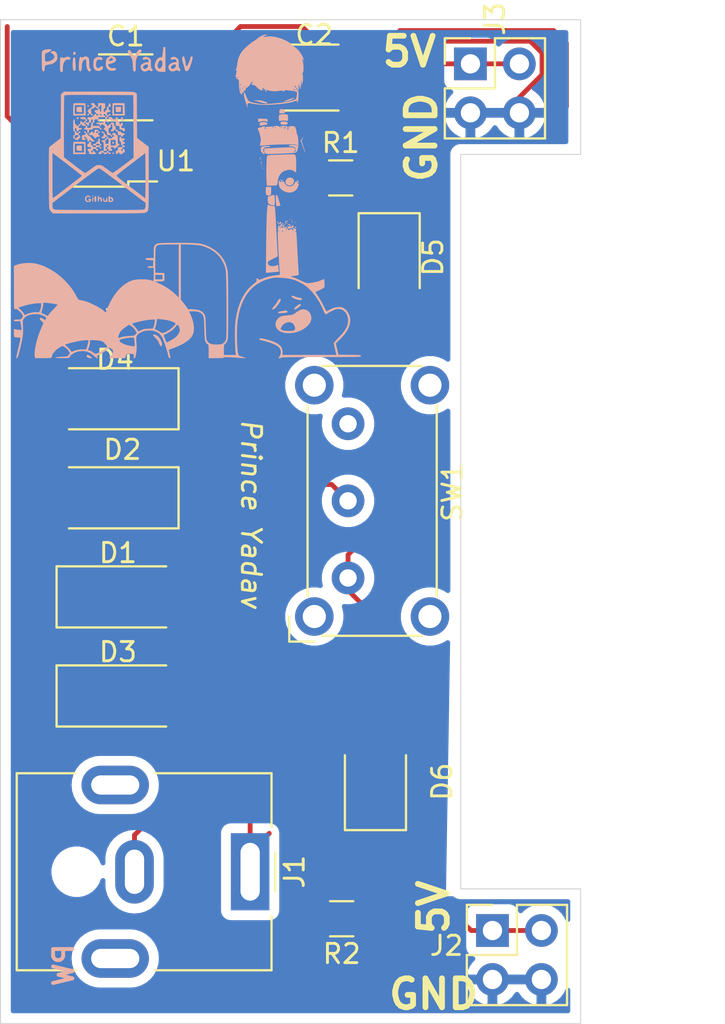
<source format=kicad_pcb>
(kicad_pcb (version 20241229) (generator "pcbnew") (generator_version "9.0")
  (title_block (title "bread_board pcb") (date "6/11/2020") (company "Aron_Ayub"))
  (layers (0 "F.Cu" signal) (2 "B.Cu" signal) (13 "F.Paste" user) (15 "B.Paste" user) (5 "F.SilkS" user "F.Silkscreen") (7 "B.SilkS" user "B.Silkscreen") (1 "F.Mask" user) (3 "B.Mask" user) (25 "Edge.Cuts" user))
  (net 0 "")
  (net 1 "/Vin")
  (net 2 "/Vout1")
  (net 3 "Net-(D1-Pad2)")
  (net 4 "Net-(D5-Pad2)")
  (net 5 "Net-(D6-Pad2)")
  (net 6 "Net-(J2-Pad1)")
  (net 7 "Net-(SW1-Pad3)")
  (net 8 "/V-")
  (net 9 "Net-(D3-Pad2)")
  (footprint "Capacitor_SMD:C_1812_4532Metric" (layer "F.Cu") (at 84.9845 55.8292)
    (property "Reference" "C1")
    (property "Value" "47uF")
  )
  (footprint "Capacitor_SMD:C_1812_4532Metric" (layer "F.Cu") (at 94.6404 55.3212)
    (property "Reference" "C2")
    (property "Value" "470uF")
  )
  (footprint "Diode_SMD:D_2010_5025Metric" (layer "F.Cu") (at 84.582 82.262132)
    (property "Reference" "D1")
    (property "Value" "1N4007")
  )
  (footprint "Diode_SMD:D_2010_5025Metric" (layer "F.Cu") (at 84.542 77.122866 180)
    (property "Reference" "D2")
    (property "Value" "1N4007")
  )
  (footprint "Diode_SMD:D_2010_5025Metric" (layer "F.Cu") (at 84.582 87.4014)
    (property "Reference" "D3")
    (property "Value" "1N4007")
  )
  (footprint "LED_SMD:LED_1210_3225Metric" (layer "F.Cu") (at 98.6536 64.643 -90)
    (property "Reference" "D5")
    (property "Value" "LED")
  )
  (footprint "Connector_BarrelJack:BarrelJack_CUI_PJ-063AH_Horizontal" (layer "F.Cu") (at 91.44 96.52 -90)
    (property "Reference" "J1")
    (property "Value" "Barrel_Jack_Switch")
  )
  (footprint "Connector_PinHeader_2.54mm:PinHeader_2x02_P2.54mm_Vertical" (layer "F.Cu") (at 104.013 99.568)
    (property "Reference" "J2")
    (property "Value" "Conn_02x02_Counter_Clockwise")
  )
  (footprint "Connector_PinHeader_2.54mm:PinHeader_2x02_P2.54mm_Vertical" (layer "F.Cu") (at 102.87 54.61)
    (property "Reference" "J3")
    (property "Value" "Conn_02x02_Counter_Clockwise")
  )
  (footprint "Resistor_SMD:R_1206_3216Metric" (layer "F.Cu") (at 96.1898 98.9584 180)
    (property "Reference" "R2")
    (property "Value" "560")
  )
  (footprint "Button_Switch_THT:SW_E-Switch_EG1224_SPDT_Angled" (layer "F.Cu") (at 96.52 81.28 90)
    (property "Reference" "SW1")
    (property "Value" "SW_DPDT_x2")
  )
  (footprint "Package_TO_SOT_SMD:TO-252-2" (layer "F.Cu") (at 87.5845 64.1604)
    (property "Reference" "U1")
    (property "Value" "LM7805_TO220")
  )
  (footprint "LED_SMD:LED_1210_3225Metric" (layer "F.Cu") (at 97.9424 92.075 90)
    (property "Reference" "D6")
    (property "Value" "LED")
  )
  (footprint "Resistor_SMD:R_1206_3216Metric" (layer "F.Cu") (at 96.139 60.5282)
    (property "Reference" "R1")
    (property "Value" "560")
  )
  (footprint "Diode_SMD:D_2010_5025Metric" (layer "F.Cu") (at 84.542 71.9836 180)
    (property "Reference" "D4")
    (property "Value" "1N4007")
  )
  (gr_poly (pts (xy 92.870136 57.829338) (xy 92.883678 57.829786) (xy 92.895856 57.830474) (xy 92.906661 57.831409) (xy 92.911546 57.831973) (xy 92.916085 57.832601) (xy 92.920277 57.833296) (xy 92.924121 57.834058) (xy 92.927615 57.834888) (xy 92.930759 57.835787) (xy 92.933551 57.836757) (xy 92.935991 57.837798) (xy 92.938078 57.838911) (xy 92.93981 57.840098) (xy 92.941186 57.841359) (xy 92.942206 57.842695) (xy 92.942868 57.844109) (xy 92.943172 57.845599) (xy 92.943116 57.847168) (xy 92.942699 57.848817) (xy 92.941921 57.850546) (xy 92.94078 57.852357) (xy 92.939812 57.854184) (xy 92.939024 57.855961) (xy 92.938414 57.857688) (xy 92.937979 57.859363) (xy 92.937719 57.860987) (xy 92.937629 57.862558) (xy 92.93771 57.864077) (xy 92.937957 57.865542) (xy 92.93837 57.866954) (xy 92.938947 57.868312) (xy 92.939684 57.869614) (xy 92.940581 57.870862) (xy 92.941635 57.872053) (xy 92.942844 57.873188) (xy 92.944206 57.874267) (xy 92.945718 57.875288) (xy 92.94738 57.876251) (xy 92.949188 57.877156) (xy 92.953237 57.878788) (xy 92.957848 57.880181) (xy 92.963004 57.881329) (xy 92.96869 57.88223) (xy 92.974888 57.882878) (xy 92.981583 57.88327) (xy 92.988757 57.883402) (xy 92.997754 57.883333) (xy 93.005701 57.883115) (xy 93.012607 57.882732) (xy 93.015672 57.882473) (xy 93.018479 57.882167) (xy 93.02103 57.881811) (xy 93.023325 57.881404) (xy 93.025367 57.880942) (xy 93.027155 57.880425) (xy 93.028691 57.87985) (xy 93.029976 57.879215) (xy 93.031011 57.878518) (xy 93.031796 57.877757) (xy 93.032334 57.87693) (xy 93.032625 57.876035) (xy 93.032669 57.875069) (xy 93.032469 57.874031) (xy 93.032025 57.872918) (xy 93.031337 57.87173) (xy 93.030408 57.870462) (xy 93.029239 57.869114) (xy 93.027829 57.867683) (xy 93.026181 57.866168) (xy 93.024295 57.864565) (xy 93.022172 57.862874) (xy 93.017221 57.859217) (xy 93.011335 57.855179) (xy 93.00697 57.852104) (xy 93.004461 57.849226) (xy 93.003904 57.847862) (xy 93.003813 57.846547) (xy 93.004188 57.845282) (xy 93.005029 57.844067) (xy 93.008114 57.841785) (xy 93.013071 57.839701) (xy 93.019906 57.837816) (xy 93.028621 57.836129) (xy 93.039222 57.834641) (xy 93.051711 57.833351) (xy 93.082376 57.831367) (xy 93.120646 57.830176) (xy 93.166557 57.82978) (xy 93.199938 57.829828) (xy 93.229346 57.830033) (xy 93.255042 57.830486) (xy 93.277285 57.831279) (xy 93.287194 57.831831) (xy 93.296337 57.832501) (xy 93.304748 57.833302) (xy 93.312458 57.834244) (xy 93.319501 57.83534) (xy 93.325909 57.836599) (xy 93.331714 57.838035) (xy 93.336949 57.839657) (xy 93.341646 57.841478) (xy 93.345839 57.843509) (xy 93.34956 57.845761) (xy 93.35284 57.848245) (xy 93.355714 57.850973) (xy 93.358213 57.853957) (xy 93.360369 57.857207) (xy 93.362217 57.860735) (xy 93.363787 57.864553) (xy 93.365113 57.868672) (xy 93.366227 57.873102) (xy 93.367161 57.877856) (xy 93.367949 57.882945) (xy 93.368623 57.88838) (xy 93.369758 57.900335) (xy 93.371815 57.925326) (xy 93.373781 57.947464) (xy 93.375698 57.966874) (xy 93.376651 57.975594) (xy 93.377607 57.983679) (xy 93.378571 57.991143) (xy 93.379548 57.998004) (xy 93.380544 58.004274) (xy 93.381564 58.009972) (xy 93.382613 58.015111) (xy 93.383696 58.019708) (xy 93.384819 58.023777) (xy 93.385985 58.027335) (xy 93.387202 58.030397) (xy 93.388473 58.032978) (xy 93.38913 58.034093) (xy 93.389804 58.035094) (xy 93.390493 58.035983) (xy 93.3912 58.036761) (xy 93.391924 58.03743) (xy 93.392666 58.037993) (xy 93.393427 58.038452) (xy 93.394208 58.038807) (xy 93.395009 58.039062) (xy 93.395831 58.039218) (xy 93.396674 58.039277) (xy 93.397539 58.039241) (xy 93.398427 58.039112) (xy 93.399338 58.038893) (xy 93.400273 58.038583) (xy 93.401233 58.038187) (xy 93.40323 58.037141) (xy 93.405333 58.035769) (xy 93.407548 58.034087) (xy 93.409879 58.03211) (xy 93.412332 58.029854) (xy 93.414913 58.027335) (xy 93.416699 58.025475) (xy 93.418352 58.023596) (xy 93.419874 58.0217) (xy 93.421263 58.019783) (xy 93.42252 58.017846) (xy 93.423644 58.015888) (xy 93.424636 58.013906) (xy 93.425496 58.011901) (xy 93.426224 58.009871) (xy 93.426819 58.007815) (xy 93.427282 58.005732) (xy 93.427613 58.003622) (xy 93.427811 58.001482) (xy 93.427877 57.999313) (xy 93.427811 57.997112) (xy 93.427613 57.994879) (xy 93.427282 57.992614) (xy 93.426819 57.990314) (xy 93.426223 57.987979) (xy 93.425496 57.985608) (xy 93.424636 57.9832) (xy 93.423644 57.980753) (xy 93.421262 57.975741) (xy 93.418352 57.970564) (xy 93.414912 57.965213) (xy 93.410944 57.95968) (xy 93.406446 57.953957) (xy 93.401485 57.947797) (xy 93.397185 57.941985) (xy 93.393547 57.93647) (xy 93.391976 57.933808) (xy 93.390571 57.931203) (xy 93.389331 57.928647) (xy 93.388256 57.926134) (xy 93.387346 57.923659) (xy 93.386602 57.921215) (xy 93.386023 57.918795) (xy 93.38561 57.916394) (xy 93.385362 57.914006) (xy 93.385279 57.911624) (xy 93.385362 57.909241) (xy 93.38561 57.906853) (xy 93.386023 57.904452) (xy 93.386602 57.902032) (xy 93.387346 57.899588) (xy 93.388256 57.897113) (xy 93.389331 57.8946) (xy 93.390571 57.892044) (xy 93.391976 57.889439) (xy 93.393547 57.886778) (xy 93.397185 57.881263) (xy 93.397691 57.880579) (xy 93.434669 57.880579) (xy 93.434702 57.882175) (xy 93.4348 57.883784) (xy 93.434962 57.885405) (xy 93.435187 57.887034) (xy 93.435474 57.88867) (xy 93.435822 57.890309) (xy 93.43623 57.891949) (xy 93.436697 57.893588) (xy 93.437803 57.89685) (xy 93.439133 57.900076) (xy 93.440678 57.903243) (xy 93.442429 57.906332) (xy 93.444379 57.909322) (xy 93.445426 57.910773) (xy 93.446519 57.912191) (xy 93.447658 57.913575) (xy 93.448841 57.914921) (xy 93.450068 57.916226) (xy 93.451337 57.917488) (xy 93.452647 57.918706) (xy 93.453998 57.919875) (xy 93.455388 57.920993) (xy 93.456816 57.922058) (xy 93.458281 57.923067) (xy 93.459783 57.924018) (xy 93.461319 57.924908) (xy 93.46289 57.925735) (xy 93.464436 57.926471) (xy 93.4659 57.927093) (xy 93.467283 57.927602) (xy 93.468584 57.928) (xy 93.469805 57.928289) (xy 93.470946 57.928469) (xy 93.472007 57.928544) (xy 93.472989 57.928513) (xy 93.473892 57.928379) (xy 93.474717 57.928143) (xy 93.475465 57.927807) (xy 93.476136 57.927372) (xy 93.47673 57.92684) (xy 93.477249 57.926212) (xy 93.477692 57.925491) (xy 93.47806 57.924676) (xy 93.478353 57.923771) (xy 93.478573 57.922777) (xy 93.478719 57.921694) (xy 93.478793 57.920526) (xy 93.478794 57.919272) (xy 93.478723 57.917936) (xy 93.478368 57.915019) (xy 93.477733 57.911788) (xy 93.47682 57.908256) (xy 93.475634 57.904434) (xy 93.474179 57.900335) (xy 93.472328 57.895697) (xy 93.47048 57.891307) (xy 93.468639 57.887168) (xy 93.46681 57.88328) (xy 93.464994 57.879645) (xy 93.463197 57.876262) (xy 93.461422 57.873134) (xy 93.459672 57.870261) (xy 93.45795 57.867644) (xy 93.456262 57.865284) (xy 93.454609 57.863183) (xy 93.452997 57.861342) (xy 93.451427 57.859761) (xy 93.449905 57.858441) (xy 93.448433 57.857384) (xy 93.447016 57.85659) (xy 93.445656 57.856061) (xy 93.444358 57.855798) (xy 93.443125 57.855801) (xy 93.441961 57.856072) (xy 93.440869 57.856612) (xy 93.439854 57.857421) (xy 93.438917 57.858502) (xy 93.438064 57.859854) (xy 93.437298 57.861478) (xy 93.436622 57.863377) (xy 93.43604 57.865551) (xy 93.435556 57.868001) (xy 93.435173 57.870727) (xy 93.434895 57.873732) (xy 93.434726 57.877015) (xy 93.434669 57.880579) (xy 93.397691 57.880579) (xy 93.401485 57.87545) (xy 93.406446 57.86929) (xy 93.411103 57.864709) (xy 93.41708 57.860487) (xy 93.424289 57.856621) (xy 93.432645 57.853107) (xy 93.452452 57.847115) (xy 93.475811 57.842479) (xy 93.50203 57.839166) (xy 93.53042 57.837143) (xy 93.560289 57.836377) (xy 93.590949 57.836835) (xy 93.621707 57.838483) (xy 93.651874 57.841289) (xy 93.68076 57.845219) (xy 93.707674 57.85024) (xy 93.731925 57.85632) (xy 93.752824 57.863425) (xy 93.7618 57.867352) (xy 93.769679 57.871523) (xy 93.776375 57.875933) (xy 93.781801 57.880579) (xy 93.786199 57.88511) (xy 93.78986 57.889178) (xy 93.792777 57.892783) (xy 93.794942 57.895925) (xy 93.79574 57.897322) (xy 93.796347 57.898604) (xy 93.796761 57.89977) (xy 93.796982 57.90082) (xy 93.797009 57.901754) (xy 93.79684 57.902573) (xy 93.796475 57.903275) (xy 93.795913 57.903863) (xy 93.795152 57.904334) (xy 93.794191 57.904689) (xy 93.793031 57.904929) (xy 93.791668 57.905053) (xy 93.790103 57.905062) (xy 93.788335 57.904954) (xy 93.784183 57.904392) (xy 93.779204 57.903367) (xy 93.77339 57.901878) (xy 93.766732 57.899927) (xy 93.759223 57.897513) (xy 93.742676 57.893031) (xy 93.736267 57.891417) (xy 93.731089 57.890237) (xy 93.727136 57.889503) (xy 93.724398 57.889228) (xy 93.723482 57.889267) (xy 93.722867 57.889424) (xy 93.722551 57.889703) (xy 93.722535 57.890105) (xy 93.722816 57.89063) (xy 93.723393 57.891281) (xy 93.725434 57.892965) (xy 93.728649 57.895171) (xy 93.73303 57.89791) (xy 93.745256 57.905037) (xy 93.762047 57.914446) (xy 93.771151 57.919428) (xy 93.779454 57.92493) (xy 93.787012 57.931078) (xy 93.793885 57.937994) (xy 93.800128 57.945803) (xy 93.805802 57.95463) (xy 93.810962 57.964597) (xy 93.815668 57.97583) (xy 93.819978 57.988451) (xy 93.823948 58.002586) (xy 93.827637 58.018357) (xy 93.831102 58.03589) (xy 93.834403 58.055308) (xy 93.837595 58.076735) (xy 93.84389 58.126113) (xy 93.846071 58.144354) (xy 93.848372 58.161975) (xy 93.85078 58.178885) (xy 93.853283 58.194993) (xy 93.855869 58.210207) (xy 93.858525 58.224438) (xy 93.861239 58.237595) (xy 93.863999 58.249585) (xy 93.866792 58.260318) (xy 93.869605 58.269704) (xy 93.872426 58.277651) (xy 93.873836 58.281057) (xy 93.875244 58.284069) (xy 93.876647 58.286676) (xy 93.878044 58.288866) (xy 93.879435 58.290628) (xy 93.880816 58.291951) (xy 93.882188 58.292824) (xy 93.883547 58.293234) (xy 93.884893 58.293171) (xy 93.886224 58.292624) (xy 93.889133 58.291775) (xy 93.892034 58.292883) (xy 93.897783 58.300649) (xy 93.903407 58.315295) (xy 93.908846 58.336191) (xy 93.914036 58.36271) (xy 93.918917 58.394223) (xy 93.927499 58.469718) (xy 93.934097 58.557648) (xy 93.938214 58.652986) (xy 93.939355 58.750706) (xy 93.937023 58.84578) (xy 93.934741 58.890926) (xy 93.933077 58.912434) (xy 93.931065 58.933235) (xy 93.928703 58.953329) (xy 93.925992 58.972717) (xy 93.92293 58.991401) (xy 93.919517 59.00938) (xy 93.915753 59.026657) (xy 93.911637 59.043232) (xy 93.907168 59.059106) (xy 93.902347 59.07428) (xy 93.897172 59.088756) (xy 93.891643 59.102534) (xy 93.88576 59.115616) (xy 93.879521 59.128002) (xy 93.872927 59.139693) (xy 93.865977 59.150691) (xy 93.858671 59.160996) (xy 93.851007 59.17061) (xy 93.842986 59.179534) (xy 93.834606 59.187768) (xy 93.825868 59.195314) (xy 93.816771 59.202173) (xy 93.807314 59.208345) (xy 93.797497 59.213832) (xy 93.787319 59.218635) (xy 93.77678 59.222755) (xy 93.76588 59.226193) (xy 93.754617 59.228949) (xy 93.742991 59.231026) (xy 93.731002 59.232423) (xy 92.977469 59.269113) (xy 92.771827 59.278219) (xy 92.686553 59.281639) (xy 92.611858 59.284282) (xy 92.546904 59.286131) (xy 92.49085 59.28717) (xy 92.442858 59.287383) (xy 92.402088 59.286752) (xy 92.384149 59.286115) (xy 92.367701 59.28526) (xy 92.352639 59.284187) (xy 92.338858 59.282893) (xy 92.326253 59.281375) (xy 92.31472 59.279633) (xy 92.304152 59.277662) (xy 92.294447 59.275463) (xy 92.285497 59.273031) (xy 92.2772 59.270367) (xy 92.269449 59.267466) (xy 92.26214 59.264328) (xy 92.255168 59.26095) (xy 92.248428 59.25733) (xy 92.235224 59.249357) (xy 92.224666 59.242096) (xy 92.215187 59.235058) (xy 92.206742 59.228137) (xy 92.199285 59.221223) (xy 92.19277 59.21421) (xy 92.187152 59.206991) (xy 92.184666 59.20327) (xy 92.182386 59.199457) (xy 92.180309 59.195539) (xy 92.178427 59.191502) (xy 92.176735 59.187332) (xy 92.175228 59.183017) (xy 92.172744 59.173896) (xy 92.17093 59.16403) (xy 92.16974 59.153313) (xy 92.169129 59.141637) (xy 92.169051 59.128895) (xy 92.169461 59.114978) (xy 92.170313 59.099779) (xy 92.178779 58.99818) (xy 92.912557 58.96149) (xy 93.052914 58.95466) (xy 93.177234 58.949049) (xy 93.286482 58.944753) (xy 93.335754 58.943128) (xy 93.381619 58.941867) (xy 93.424198 58.940982) (xy 93.463611 58.940486) (xy 93.499977 58.940389) (xy 93.533419 58.940704) (xy 93.564055 58.941443) (xy 93.592007 58.942617) (xy 93.617394 58.94424) (xy 93.640338 58.946321) (xy 93.660958 58.948874) (xy 93.679375 58.95191) (xy 93.69571 58.955441) (xy 93.710083 58.959479) (xy 93.716571 58.961691) (xy 93.722614 58.964035) (xy 93.728226 58.966512) (xy 93.733423 58.969123) (xy 93.73822 58.971869) (xy 93.742632 58.974753) (xy 93.746673 58.977775) (xy 93.75036 58.980937) (xy 93.753706 58.984241) (xy 93.756728 58.987688) (xy 93.75944 58.99128) (xy 93.761856 58.995017) (xy 93.763993 58.998903) (xy 93.765865 59.002937) (xy 93.767487 59.007121) (xy 93.768875 59.011458) (xy 93.771007 59.020593) (xy 93.77238 59.030354) (xy 93.773116 59.040753) (xy 93.773334 59.051801) (xy 93.773204 59.059202) (xy 93.772816 59.066557) (xy 93.772181 59.073822) (xy 93.771306 59.08095) (xy 93.7702 59.087896) (xy 93.76887 59.094614) (xy 93.767325 59.10106) (xy 93.765574 59.107187) (xy 93.763624 59.112951) (xy 93.761484 59.118305) (xy 93.759162 59.123205) (xy 93.757935 59.12547) (xy 93.756666 59.127604) (xy 93.755356 59.129602) (xy 93.754006 59.131458) (xy 93.752616 59.133166) (xy 93.751187 59.134721) (xy 93.749722 59.136116) (xy 93.748221 59.137347) (xy 93.746684 59.138407) (xy 93.745113 59.13929) (xy 93.742471 59.141038) (xy 93.739849 59.143088) (xy 93.737268 59.145411) (xy 93.73475 59.147977) (xy 93.732314 59.150759) (xy 93.729982 59.153726) (xy 93.727774 59.156851) (xy 93.72571 59.160104) (xy 93.723812 59.163456) (xy 93.722099 59.166878) (xy 93.720594 59.170342) (xy 93.719316 59.173818) (xy 93.718286 59.177278) (xy 93.717524 59.180692) (xy 93.717052 59.184031) (xy 93.71689 59.187268) (xy 93.71694 59.189054) (xy 93.717087 59.190708) (xy 93.71733 59.192231) (xy 93.717668 59.193623) (xy 93.718098 59.194885) (xy 93.718621 59.196018) (xy 93.719233 59.197021) (xy 93.719933 59.197895) (xy 93.720721 59.198642) (xy 93.721593 59.19926) (xy 93.72255 59.199752) (xy 93.723588 59.200117) (xy 93.724707 59.200356) (xy 93.725905 59.200469) (xy 93.727181 59.200457) (xy 93.728533 59.200321) (xy 93.729959 59.20006) (xy 93.731457 59.199677) (xy 93.733028 59.19917) (xy 93.734668 59.19854) (xy 93.738151 59.196916) (xy 93.741894 59.194809) (xy 93.745885 59.192221) (xy 93.750112 59.189159) (xy 93.754562 59.185625) (xy 93.759223 59.181624) (xy 93.764341 59.177131) (xy 93.769113 59.17214) (xy 93.77354 59.166682) (xy 93.777623 59.160788) (xy 93.781363 59.154488) (xy 93.78476 59.147815) (xy 93.787816 59.140798) (xy 93.790533 59.13347) (xy 93.79291 59.12586) (xy 93.794949 59.118) (xy 93.798018 59.101654) (xy 93.799748 59.084679) (xy 93.800146 59.067324) (xy 93.799222 59.049837) (xy 93.796982 59.032465) (xy 93.793437 59.015457) (xy 93.788593 58.999061) (xy 93.785687 58.99117) (xy 93.782459 58.983525) (xy 93.778911 58.976157) (xy 93.775044 58.969097) (xy 93.770858 58.962376) (xy 93.766356 58.956025) (xy 93.761536 58.950075) (xy 93.756402 58.944557) (xy 93.750684 58.939399) (xy 93.744126 58.934514) (xy 93.73675 58.92991) (xy 93.728577 58.925595) (xy 93.719625 58.921578) (xy 93.709918 58.917867) (xy 93.699474 58.91447) (xy 93.688316 58.911396) (xy 93.676462 58.908652) (xy 93.663935 58.906248) (xy 93.650755 58.90419) (xy 93.636942 58.902488) (xy 93.622518 58.90115) (xy 93.607502 58.900184) (xy 93.591916 58.899599) (xy 93.57578 58.899402) (xy 93.555657 58.899298) (xy 93.537569 58.898972) (xy 93.521432 58.898397) (xy 93.51407 58.898009) (xy 93.507164 58.897549) (xy 93.500705 58.897015) (xy 93.494682 58.896404) (xy 93.489085 58.895712) (xy 93.483903 58.894936) (xy 93.479126 58.894074) (xy 93.474744 58.893122) (xy 93.470747 58.892076) (xy 93.467124 58.890935) (xy 93.463864 58.889694) (xy 93.460958 58.888351) (xy 93.458396 58.886902) (xy 93.456166 58.885345) (xy 93.454258 58.883677) (xy 93.452663 58.881893) (xy 93.451369 58.879992) (xy 93.450367 58.87797) (xy 93.449646 58.875824) (xy 93.449195 58.873551) (xy 93.449006 58.871147) (xy 93.449066 58.86861) (xy 93.449366 58.865937) (xy 93.449895 58.863125) (xy 93.450644 58.860169) (xy 93.451601 58.857068) (xy 93.454257 58.85243) (xy 93.458462 58.848043) (xy 93.464127 58.843908) (xy 93.471164 58.84003) (xy 93.489001 58.833051) (xy 93.511265 58.827126) (xy 93.53725 58.822276) (xy 93.566249 58.818522) (xy 93.597554 58.815883) (xy 93.63046 58.814382) (xy 93.664259 58.814038) (xy 93.698243 58.814873) (xy 93.731707 58.816906) (xy 93.763942 58.820159) (xy 93.794243 58.824652) (xy 93.821903 58.830406) (xy 93.846213 58.837442) (xy 93.866468 58.84578) (xy 93.885932 58.855012) (xy 93.899938 58.861434) (xy 93.904926 58.863539) (xy 93.908587 58.864879) (xy 93.909924 58.865256) (xy 93.910933 58.865434) (xy 93.911617 58.86541) (xy 93.911977 58.865182) (xy 93.912015 58.864748) (xy 93.911731 58.864104) (xy 93.911128 58.863248) (xy 93.910208 58.862178) (xy 93.907419 58.859384) (xy 93.903378 58.855701) (xy 93.891588 58.845587) (xy 93.874936 58.831668) (xy 93.865854 58.825115) (xy 93.855334 58.819194) (xy 93.843061 58.813877) (xy 93.828721 58.809134) (xy 93.812 58.804938) (xy 93.792583 58.801258) (xy 93.744407 58.795332) (xy 93.681679 58.791126) (xy 93.601885 58.788409) (xy 93.502512 58.786948) (xy 93.381046 58.786513) (xy 93.155422 58.789456) (xy 92.925434 58.795773) (xy 92.701001 58.804868) (xy 92.492046 58.816146) (xy 92.308492 58.829011) (xy 92.160259 58.842869) (xy 92.102489 58.849984) (xy 92.05727 58.857123) (xy 92.025842 58.864213) (xy 92.009447 58.871179) (xy 92.005008 58.874467) (xy 92.000693 58.876939) (xy 91.996509 58.878625) (xy 91.992464 58.879552) (xy 91.988566 58.87975) (xy 91.984822 58.879247) (xy 91.98124 58.878071) (xy 91.977829 58.87625) (xy 91.974595 58.873814) (xy 91.971547 58.87079) (xy 91.968692 58.867207) (xy 91.966038 58.863093) (xy 91.963593 58.858477) (xy 91.961365 58.853386) (xy 91.957588 58.841898) (xy 91.954771 58.828856) (xy 91.952974 58.814486) (xy 91.952261 58.799017) (xy 91.952693 58.782676) (xy 91.954332 58.765689) (xy 91.957241 58.748285) (xy 91.96148 58.730691) (xy 91.967113 58.713134) (xy 91.969723 58.705775) (xy 91.972255 58.697519) (xy 91.974697 58.68846) (xy 91.977035 58.678695) (xy 91.981351 58.657423) (xy 91.985104 58.634465) (xy 91.988197 58.610581) (xy 91.990529 58.586532) (xy 91.992 58.563077) (xy 91.992513 58.540979) (xy 91.990864 58.513071) (xy 91.987128 58.480693) (xy 91.981531 58.444669) (xy 91.974301 58.405821) (xy 91.965665 58.364973) (xy 91.955851 58.322946) (xy 91.945087 58.280564) (xy 91.933599 58.238649) (xy 91.921615 58.198023) (xy 91.909362 58.159511) (xy 91.897068 58.123933) (xy 91.88496 58.092114) (xy 91.873265 58.064875) (xy 91.862211 58.043039) (xy 91.852025 58.027429) (xy 91.847329 58.022216) (xy 91.842935 58.018868) (xy 91.838846 58.015813) (xy 91.835558 58.012484) (xy 91.833043 58.008904) (xy 91.831277 58.005099) (xy 91.830232 58.00109) (xy 91.829881 57.996903) (xy 91.8302 57.992561) (xy 91.831161 57.988088) (xy 91.832738 57.983507) (xy 91.834904 57.978843) (xy 91.837634 57.974118) (xy 91.840901 57.969358) (xy 91.844678 57.964585) (xy 91.84894 57.959823) (xy 91.85881 57.950429) (xy 91.870301 57.941366) (xy 91.883201 57.932823) (xy 91.8973 57.924992) (xy 91.912388 57.918062) (xy 91.928253 57.912223) (xy 91.944684 57.907666) (xy 91.953046 57.905927) (xy 91.96147 57.90458) (xy 91.969931 57.903649) (xy 91.978402 57.903157) (xy 91.985737 57.90253) (xy 91.992899 57.901713) (xy 91.999845 57.900714) (xy 92.006536 57.899541) (xy 92.012929 57.898203) (xy 92.018982 57.896708) (xy 92.024656 57.895064) (xy 92.027337 57.894188) (xy 92.029907 57.893279) (xy 92.032362 57.892337) (xy 92.034696 57.891362) (xy 92.036904 57.890357) (xy 92.03898 57.889321) (xy 92.04092 57.888257) (xy 92.042719 57.887165) (xy 92.044371 57.886046) (xy 92.04587 57.884901) (xy 92.047213 57.883731) (xy 92.048393 57.882537) (xy 92.049407 57.881321) (xy 92.050247 57.880083) (xy 92.05091 57.878824) (xy 92.051389 57.877546) (xy 92.051681 57.876249) (xy 92.051779 57.874934) (xy 92.051894 57.873884) (xy 92.052234 57.872852) (xy 92.052793 57.871838) (xy 92.053565 57.870844) (xy 92.055723 57.868919) (xy 92.058658 57.867085) (xy 92.062321 57.86535) (xy 92.066662 57.863723) (xy 92.071631 57.862211) (xy 92.077179 57.860824) (xy 92.083256 57.859568) (xy 92.089813 57.858453) (xy 92.0968 57.857488) (xy 92.104167 57.856679) (xy 92.111864 57.856035) (xy 92.119843 57.855565) (xy 92.128054 57.855277) (xy 92.136446 57.855179) (xy 92.14995 57.855259) (xy 92.161929 57.855549) (xy 92.172444 57.856128) (xy 92.181557 57.857076) (xy 92.185608 57.857712) (xy 92.189332 57.858469) (xy 92.192736 57.859358) (xy 92.195828 57.860388) (xy 92.198617 57.861569) (xy 92.20111 57.862911) (xy 92.203314 57.864423) (xy 92.205238 57.866115) (xy 92.206888 57.867998) (xy 92.208274 57.870081) (xy 92.209403 57.872373) (xy 92.210281 57.874885) (xy 92.210918 57.877627) (xy 92.211321 57.880607) (xy 92.211497 57.883837) (xy 92.211455 57.887326) (xy 92.211202 57.891083) (xy 92.210746 57.89512) (xy 92.209256 57.904066) (xy 92.207046 57.914245) (xy 92.204179 57.925735) (xy 92.201769 57.936258) (xy 92.199847 57.945628) (xy 92.198437 57.953882) (xy 92.197932 57.957602) (xy 92.197564 57.961057) (xy 92.197338 57.964251) (xy 92.197254 57.96719) (xy 92.197318 57.969877) (xy 92.197531 57.972318) (xy 92.197898 57.974517) (xy 92.19842 57.976479) (xy 92.199102 57.978208) (xy 92.199946 57.97971) (xy 92.200955 57.980988) (xy 92.202133 57.982048) (xy 92.203482 57.982893) (xy 92.205006 57.98353) (xy 92.206708 57.983961) (xy 92.20859 57.984193) (xy 92.210657 57.98423) (xy 92.212911 57.984075) (xy 92.215354 57.983735) (xy 92.217991 57.983213) (xy 92.220825 57.982515) (xy 92.223858 57.981644) (xy 92.230535 57.979406) (xy 92.238046 57.976535) (xy 92.240634 57.975477) (xy 92.243105 57.974419) (xy 92.245458 57.973364) (xy 92.247692 57.972312) (xy 92.249807 57.971265) (xy 92.2518 57.970222) (xy 92.253672 57.969186) (xy 92.25542 57.968156) (xy 92.257045 57.967135) (xy 92.258544 57.966124) (xy 92.259918 57.965122) (xy 92.261164 57.964132) (xy 92.262282 57.963155) (xy 92.263271 57.962191) (xy 92.26413 57.961241) (xy 92.264857 57.960307) (xy 92.265452 57.959389) (xy 92.265914 57.958489) (xy 92.266241 57.957608) (xy 92.266434 57.956746) (xy 92.266489 57.955905) (xy 92.266466 57.955493) (xy 92.266407 57.955086) (xy 92.266315 57.954684) (xy 92.266187 57.954289) (xy 92.266025 57.953899) (xy 92.265827 57.953516) (xy 92.265327 57.952768) (xy 92.264685 57.952046) (xy 92.263901 57.95135) (xy 92.262972 57.950683) (xy 92.261899 57.950044) (xy 92.260681 57.949436) (xy 92.259315 57.948858) (xy 92.257802 57.948312) (xy 92.255983 57.947486) (xy 92.254232 57.946595) (xy 92.252548 57.945641) (xy 92.250934 57.944625) (xy 92.24939 57.943549) (xy 92.247917 57.942415) (xy 92.246517 57.941224) (xy 92.24519 57.939978) (xy 92.243938 57.938678) (xy 92.242761 57.937326) (xy 92.24166 57.935923) (xy 92.240637 57.934472) (xy 92.240237 57.933837) (xy 92.707682 57.933837) (xy 92.707748 57.934635) (xy 92.707946 57.935381) (xy 92.708277 57.936074) (xy 92.70874 57.936711) (xy 92.709335 57.937293) (xy 92.710063 57.937818) (xy 92.710923 57.938285) (xy 92.711915 57.938693) (xy 92.71304 57.939041) (xy 92.714296 57.939328) (xy 92.715685 57.939553) (xy 92.717207 57.939715) (xy 92.71886 57.939813) (xy 92.720646 57.939846) (xy 92.722258 57.939805) (xy 92.723915 57.939684) (xy 92.725611 57.939486) (xy 92.727344 57.939212) (xy 92.730897 57.938451) (xy 92.734537 57.937421) (xy 92.738227 57.936143) (xy 92.741929 57.934637) (xy 92.743912 57.933714) (xy 93.046013 57.933714) (xy 93.046082 57.934657) (xy 93.046282 57.935407) (xy 93.046613 57.935965) (xy 93.047076 57.936333) (xy 93.047673 57.936513) (xy 93.048404 57.936506) (xy 93.04927 57.936313) (xy 93.050272 57.935936) (xy 93.051413 57.935376) (xy 93.052691 57.934636) (xy 93.054109 57.933716) (xy 93.057368 57.931345) (xy 93.061198 57.928276) (xy 93.064107 57.925797) (xy 93.162581 57.925797) (xy 93.162636 57.927024) (xy 93.162765 57.928293) (xy 93.162967 57.929603) (xy 93.163246 57.930954) (xy 93.1636 57.932344) (xy 93.164033 57.933772) (xy 93.164543 57.935237) (xy 93.165134 57.936739) (xy 93.165805 57.938275) (xy 93.166557 57.939846) (xy 93.168208 57.942489) (xy 93.169975 57.94511) (xy 93.171841 57.947691) (xy 93.173789 57.950209) (xy 93.175804 57.952645) (xy 93.177868 57.954977) (xy 93.179966 57.957185) (xy 93.18208 57.959249) (xy 93.184194 57.961147) (xy 93.186291 57.962859) (xy 93.188355 57.964365) (xy 93.19037 57.965643) (xy 93.191354 57.96619) (xy 93.192319 57.966673) (xy 93.193263 57.967089) (xy 93.194184 57.967434) (xy 93.195081 57.967708) (xy 93.195951 57.967906) (xy 93.196792 57.968027) (xy 93.197602 57.968068) (xy 93.198131 57.968027) (xy 93.198659 57.967906) (xy 93.199185 57.967708) (xy 93.199708 57.967434) (xy 93.200226 57.967089) (xy 93.20074 57.966673) (xy 93.201747 57.965643) (xy 93.202721 57.964365) (xy 93.203654 57.962859) (xy 93.204537 57.961147) (xy 93.205363 57.959249) (xy 93.206122 57.957185) (xy 93.206807 57.954977) (xy 93.207409 57.952645) (xy 93.20792 57.950209) (xy 93.208332 57.947691) (xy 93.208636 57.94511) (xy 93.208825 57.942489) (xy 93.20889 57.939846) (xy 93.208849 57.938275) (xy 93.208727 57.936739) (xy 93.208527 57.935237) (xy 93.208251 57.933772) (xy 93.207899 57.932344) (xy 93.207476 57.930954) (xy 93.206982 57.929603) (xy 93.206421 57.928293) (xy 93.205891 57.927222) (xy 93.237063 57.927222) (xy 93.237113 57.931027) (xy 93.237327 57.934756) (xy 93.237706 57.938391) (xy 93.238249 57.941912) (xy 93.238954 57.945298) (xy 93.23982 57.948528) (xy 93.240846 57.951583) (xy 93.242031 57.954443) (xy 93.243374 57.957088) (xy 93.244875 57.959497) (xy 93.246532 57.96165) (xy 93.248343 57.963527) (xy 93.250309 57.965108) (xy 93.252427 57.966373) (xy 93.254698 57.967301) (xy 93.257119 57.967873) (xy 93.259691 57.968068) (xy 93.260749 57.967994) (xy 93.261805 57.967775) (xy 93.262856 57.967415) (xy 93.263902 57.966916) (xy 93.264939 57.966283) (xy 93.265966 57.96552) (xy 93.267981 57.963614) (xy 93.26993 57.96123) (xy 93.271796 57.958394) (xy 93.273562 57.955137) (xy 93.275213 57.951488) (xy 93.276732 57.947474) (xy 93.278102 57.943126) (xy 93.279306 57.938471) (xy 93.280328 57.93354) (xy 93.281153 57.928361) (xy 93.281762 57.922962) (xy 93.282139 57.917374) (xy 93.282269 57.911624) (xy 93.282219 57.890369) (xy 93.282101 57.881957) (xy 93.281872 57.874935) (xy 93.281704 57.871924) (xy 93.281494 57.869235) (xy 93.281237 57.866861) (xy 93.280929 57.864792) (xy 93.280566 57.863021) (xy 93.280142 57.86154) (xy 93.279653 57.86034) (xy 93.279094 57.859412) (xy 93.278787 57.859048) (xy 93.27846 57.858749) (xy 93.278114 57.858515) (xy 93.277748 57.858343) (xy 93.277361 57.858233) (xy 93.276952 57.858184) (xy 93.276521 57.858196) (xy 93.276068 57.858266) (xy 93.27509 57.858579) (xy 93.274015 57.859115) (xy 93.272837 57.859866) (xy 93.271553 57.860823) (xy 93.270157 57.86198) (xy 93.268645 57.863326) (xy 93.265252 57.866556) (xy 93.256868 57.874934) (xy 93.254313 57.877436) (xy 93.251939 57.880166) (xy 93.249745 57.883104) (xy 93.247729 57.886229) (xy 93.245891 57.889522) (xy 93.24423 57.892961) (xy 93.242745 57.896528) (xy 93.241434 57.900202) (xy 93.240297 57.903963) (xy 93.239333 57.907791) (xy 93.23854 57.911665) (xy 93.237917 57.915565) (xy 93.237464 57.919471) (xy 93.23718 57.923364) (xy 93.237063 57.927222) (xy 93.205891 57.927222) (xy 93.205793 57.927024) (xy 93.2051 57.925797) (xy 93.204346 57.924614) (xy 93.203532 57.923475) (xy 93.20266 57.922382) (xy 93.201733 57.921335) (xy 93.200751 57.920336) (xy 93.199718 57.919385) (xy 93.198635 57.918484) (xy 93.197505 57.917633) (xy 93.196329 57.916835) (xy 93.19511 57.916089) (xy 93.19385 57.915396) (xy 93.19255 57.914759) (xy 93.191213 57.914177) (xy 93.189841 57.913652) (xy 93.188435 57.913185) (xy 93.186999 57.912777) (xy 93.185534 57.912429) (xy 93.184042 57.912142) (xy 93.182525 57.911917) (xy 93.180985 57.911755) (xy 93.179425 57.911657) (xy 93.177846 57.911624) (xy 93.176548 57.911657) (xy 93.175301 57.911755) (xy 93.174105 57.911917) (xy 93.172962 57.912142) (xy 93.171873 57.912429) (xy 93.170839 57.912777) (xy 93.16986 57.913185) (xy 93.168938 57.913652) (xy 93.168075 57.914177) (xy 93.16727 57.914759) (xy 93.166525 57.915396) (xy 93.165841 57.916089) (xy 93.165218 57.916835) (xy 93.16466 57.917633) (xy 93.164165 57.918484) (xy 93.163735 57.919385) (xy 93.163371 57.920336) (xy 93.163075 57.921335) (xy 93.162847 57.922382) (xy 93.162688 57.923475) (xy 93.162599 57.924614) (xy 93.162581 57.925797) (xy 93.064107 57.925797) (xy 93.065606 57.92452) (xy 93.070601 57.92009) (xy 93.074172 57.916357) (xy 93.07747 57.912583) (xy 93.080486 57.908792) (xy 93.083213 57.905009) (xy 93.085643 57.90126) (xy 93.087766 57.897568) (xy 93.089576 57.893959) (xy 93.09036 57.892193) (xy 93.091063 57.890457) (xy 93.091683 57.888754) (xy 93.092219 57.887088) (xy 93.09267 57.88546) (xy 93.093036 57.883876) (xy 93.093315 57.882336) (xy 93.093506 57.880845) (xy 93.093608 57.879406) (xy 93.09362 57.878022) (xy 93.093542 57.876695) (xy 93.093371 57.87543) (xy 93.093107 57.874228) (xy 93.092749 57.873094) (xy 93.092297 57.87203) (xy 93.091748 57.871039) (xy 93.091101 57.870125) (xy 93.090357 57.86929) (xy 93.089539 57.868563) (xy 93.088675 57.867965) (xy 93.087767 57.867497) (xy 93.086818 57.867157) (xy 93.085833 57.866943) (xy 93.084813 57.866853) (xy 93.083763 57.866886) (xy 93.082684 57.867041) (xy 93.081581 57.867316) (xy 93.080456 57.867709) (xy 93.079312 57.868219) (xy 93.078153 57.868844) (xy 93.076982 57.869582) (xy 93.075801 57.870433) (xy 93.073424 57.872465) (xy 93.071046 57.874927) (xy 93.068694 57.877806) (xy 93.066391 57.881091) (xy 93.064163 57.884768) (xy 93.062034 57.888826) (xy 93.060029 57.893251) (xy 93.058173 57.898032) (xy 93.05649 57.903157) (xy 93.053548 57.910137) (xy 93.051077 57.91627) (xy 93.049086 57.921568) (xy 93.047583 57.926043) (xy 93.047017 57.927976) (xy 93.046576 57.929708) (xy 93.046261 57.931241) (xy 93.046073 57.932575) (xy 93.046013 57.933714) (xy 92.743912 57.933714) (xy 92.745606 57.932925) (xy 92.749221 57.931027) (xy 92.752737 57.928963) (xy 92.756117 57.926755) (xy 92.759323 57.924422) (xy 92.762318 57.921987) (xy 92.765065 57.919468) (xy 92.767527 57.916888) (xy 92.768639 57.915581) (xy 92.769666 57.914266) (xy 92.770603 57.912946) (xy 92.771446 57.911624) (xy 92.77528 57.905671) (xy 92.778309 57.900511) (xy 92.780518 57.896146) (xy 92.781897 57.892574) (xy 92.782271 57.891085) (xy 92.782433 57.889796) (xy 92.78238 57.888704) (xy 92.782112 57.887811) (xy 92.781627 57.887117) (xy 92.780924 57.886621) (xy 92.78 57.886323) (xy 92.778854 57.886224) (xy 92.777486 57.886323) (xy 92.775892 57.886621) (xy 92.772025 57.887811) (xy 92.767239 57.889796) (xy 92.761524 57.892574) (xy 92.754866 57.896146) (xy 92.747253 57.900511) (xy 92.738672 57.905671) (xy 92.729112 57.911624) (xy 92.726797 57.913195) (xy 92.724614 57.914731) (xy 92.722564 57.916233) (xy 92.720646 57.917698) (xy 92.71886 57.919126) (xy 92.717206 57.920516) (xy 92.715685 57.921867) (xy 92.714296 57.923177) (xy 92.713039 57.924446) (xy 92.711915 57.925673) (xy 92.710923 57.926856) (xy 92.710063 57.927995) (xy 92.709335 57.929088) (xy 92.70874 57.930135) (xy 92.708277 57.931134) (xy 92.707946 57.932085) (xy 92.707748 57.932986) (xy 92.707682 57.933837) (xy 92.240237 57.933837) (xy 92.239693 57.932972) (xy 92.238828 57.931427) (xy 92.238043 57.929837) (xy 92.237341 57.928204) (xy 92.236721 57.92653) (xy 92.236185 57.924816) (xy 92.235733 57.923064) (xy 92.235367 57.921276) (xy 92.235089 57.919452) (xy 92.234897 57.917594) (xy 92.234795 57.915705) (xy 92.234783 57.913785) (xy 92.234862 57.911836) (xy 92.235033 57.909859) (xy 92.235296 57.907857) (xy 92.235654 57.905831) (xy 92.236107 57.903781) (xy 92.236656 57.901711) (xy 92.237302 57.899621) (xy 92.238046 57.897513) (xy 92.240599 57.892948) (xy 92.244049 57.888776) (xy 92.248433 57.884993) (xy 92.253789 57.881594) (xy 92.260154 57.878575) (xy 92.267564 57.875933) (xy 92.276057 57.873662) (xy 92.285671 57.87176) (xy 92.296443 57.870221) (xy 92.308409 57.869042) (xy 92.321607 57.868219) (xy 92.336074 57.867747) (xy 92.351848 57.867622) (xy 92.368966 57.867841) (xy 92.40738 57.86929) (xy 92.423509 57.870185) (xy 92.439047 57.870762) (xy 92.453932 57.871033) (xy 92.468102 57.87101) (xy 92.481494 57.870706) (xy 92.494047 57.870134) (xy 92.505699 57.869305) (xy 92.516388 57.868232) (xy 92.526052 57.866928) (xy 92.534628 57.865404) (xy 92.542055 57.863674) (xy 92.545318 57.862735) (xy 92.54827 57.86175) (xy 92.550905 57.860719) (xy 92.553213 57.859643) (xy 92.555187 57.858526) (xy 92.55682 57.857368) (xy 92.558103 57.85617) (xy 92.559029 57.854935) (xy 92.559591 57.853663) (xy 92.55978 57.852357) (xy 92.559821 57.850811) (xy 92.559942 57.849347) (xy 92.56014 57.847964) (xy 92.560414 57.846663) (xy 92.560759 57.845442) (xy 92.561175 57.844302) (xy 92.561658 57.843241) (xy 92.562205 57.842259) (xy 92.562814 57.841355) (xy 92.563483 57.84053) (xy 92.564209 57.839782) (xy 92.564988 57.839111) (xy 92.56582 57.838517) (xy 92.566701 57.837998) (xy 92.567628 57.837555) (xy 92.568599 57.837187) (xy 92.569611 57.836894) (xy 92.570662 57.836674) (xy 92.57175 57.836528) (xy 92.57287 57.836454) (xy 92.574022 57.836453) (xy 92.575203 57.836524) (xy 92.576409 57.836666) (xy 92.577638 57.836879) (xy 92.578889 57.837162) (xy 92.580157 57.837515) (xy 92.58144 57.837937) (xy 92.582737 57.838428) (xy 92.584044 57.838987) (xy 92.585359 57.839614) (xy 92.586679 57.840308) (xy 92.588001 57.841068) (xy 92.589556 57.842151) (xy 92.591043 57.843281) (xy 92.592464 57.844455) (xy 92.593817 57.845671) (xy 92.595101 57.846926) (xy 92.596317 57.848218) (xy 92.597464 57.849544) (xy 92.598541 57.850902) (xy 92.599547 57.852289) (xy 92.600483 57.853702) (xy 92.601347 57.855138) (xy 92.60214 57.856596) (xy 92.60286 57.858073) (xy 92.603508 57.859565) (xy 92.604082 57.861071) (xy 92.604582 57.862588) (xy 92.605008 57.864113) (xy 92.605359 57.865644) (xy 92.605634 57.867178) (xy 92.605833 57.868712) (xy 92.605956 57.870244) (xy 92.606002 57.871772) (xy 92.60597 57.873292) (xy 92.605861 57.874803) (xy 92.605673 57.876301) (xy 92.605405 57.877784) (xy 92.605059 57.87925) (xy 92.604632 57.880695) (xy 92.604124 57.882118) (xy 92.603535 57.883515) (xy 92.602865 57.884885) (xy 92.602113 57.886224) (xy 92.601112 57.887538) (xy 92.600224 57.888835) (xy 92.599447 57.890111) (xy 92.598778 57.891367) (xy 92.598214 57.8926) (xy 92.597753 57.893808) (xy 92.597392 57.894991) (xy 92.597129 57.896146) (xy 92.596962 57.897272) (xy 92.596886 57.898368) (xy 92.596901 57.899432) (xy 92.597003 57.900462) (xy 92.597189 57.901457) (xy 92.597458 57.902415) (xy 92.597807 57.903335) (xy 92.598232 57.904216) (xy 92.598732 57.905055) (xy 92.599303 57.905851) (xy 92.599944 57.906602) (xy 92.600652 57.907308) (xy 92.601423 57.907966) (xy 92.602257 57.908575) (xy 92.603149 57.909133) (xy 92.604097 57.909639) (xy 92.605099 57.910092) (xy 92.606152 57.910489) (xy 92.607254 57.910829) (xy 92.608402 57.911111) (xy 92.609593 57.911333) (xy 92.610825 57.911494) (xy 92.612096 57.911591) (xy 92.613402 57.911624) (xy 92.614981 57.911575) (xy 92.616541 57.911429) (xy 92.61808 57.911189) (xy 92.619597 57.910858) (xy 92.621089 57.910437) (xy 92.622555 57.909931) (xy 92.623991 57.909341) (xy 92.625396 57.908669) (xy 92.626768 57.907919) (xy 92.628105 57.907093) (xy 92.629405 57.906194) (xy 92.630666 57.905224) (xy 92.631885 57.904186) (xy 92.633061 57.903082) (xy 92.634191 57.901915) (xy 92.635274 57.900688) (xy 92.636307 57.899402) (xy 92.637289 57.898062) (xy 92.638217 57.896668) (xy 92.639089 57.895225) (xy 92.639903 57.893734) (xy 92.640657 57.892198) (xy 92.641349 57.89062) (xy 92.641977 57.889002) (xy 92.642539 57.887346) (xy 92.643033 57.885656) (xy 92.643456 57.883934) (xy 92.643807 57.882183) (xy 92.644084 57.880405) (xy 92.644284 57.878602) (xy 92.644406 57.876778) (xy 92.644447 57.874934) (xy 92.645012 57.870303) (xy 92.646723 57.865933) (xy 92.6496 57.861819) (xy 92.653663 57.857957) (xy 92.658933 57.854343) (xy 92.665431 57.850973) (xy 92.673178 57.847843) (xy 92.682194 57.844949) (xy 92.692499 57.842286) (xy 92.704115 57.83985) (xy 92.717063 57.837638) (xy 92.731362 57.835644) (xy 92.747034 57.833866) (xy 92.764099 57.832299) (xy 92.802491 57.82978) (xy 92.821407 57.829351) (xy 92.838993 57.829129) (xy 92.855238 57.829122)) (fill yes) (layer "B.SilkS"))
  (gr_poly (pts (xy 86.471412 68.646952) (xy 86.483993 68.649225) (xy 86.497591 68.65278) (xy 86.512111 68.657587) (xy 86.527457 68.663618) (xy 86.543535 68.670844) (xy 86.56025 68.679235) (xy 86.577507 68.688764) (xy 86.59521 68.6994) (xy 86.613264 68.711115) (xy 86.631575 68.723881) (xy 86.650046 68.737667) (xy 86.662468 68.747518) (xy 86.674841 68.758498) (xy 86.699309 68.783534) (xy 86.723189 68.812149) (xy 86.746223 68.843721) (xy 86.768148 68.877624) (xy 86.788705 68.913235) (xy 86.807633 68.949929) (xy 86.824672 68.987082) (xy 86.839561 69.024069) (xy 86.852039 69.060267) (xy 86.861848 69.09505) (xy 86.868725 69.127796) (xy 86.87241 69.15788) (xy 86.872975 69.171728) (xy 86.872644 69.184676) (xy 86.871385 69.196647) (xy 86.869165 69.207562) (xy 86.865952 69.217343) (xy 86.861713 69.225913) (xy 86.857704 69.231668) (xy 86.853615 69.236764) (xy 86.849451 69.241204) (xy 86.845215 69.24499) (xy 86.840911 69.248125) (xy 86.836543 69.250612) (xy 86.832113 69.252452) (xy 86.827626 69.25365) (xy 86.823085 69.254206) (xy 86.818495 69.254124) (xy 86.813857 69.253407) (xy 86.809177 69.252056) (xy 86.804457 69.250076) (xy 86.799702 69.247467) (xy 86.794915 69.244233) (xy 86.790099 69.240376) (xy 86.785259 69.235899) (xy 86.780397 69.230805) (xy 86.770625 69.218774) (xy 86.760811 69.204304) (xy 86.750985 69.187415) (xy 86.741176 69.168129) (xy 86.731412 69.146465) (xy 86.721722 69.122445) (xy 86.712136 69.09609) (xy 86.705953 69.079159) (xy 86.699055 69.062245) (xy 86.691455 69.045364) (xy 86.683164 69.028532) (xy 86.674195 69.011767) (xy 86.66456 68.995085) (xy 86.654273 68.978501) (xy 86.643344 68.962034) (xy 86.631787 68.945699) (xy 86.619614 68.929512) (xy 86.606838 68.913491) (xy 86.59347 68.897652) (xy 86.579523 68.882012) (xy 86.565011 68.866586) (xy 86.549944 68.851391) (xy 86.534335 68.836445) (xy 86.511799 68.815255) (xy 86.49176 68.796041) (xy 86.474134 68.778663) (xy 86.466201 68.770618) (xy 86.458841 68.762979) (xy 86.452043 68.755729) (xy 86.445796 68.748851) (xy 86.440092 68.742325) (xy 86.434918 68.736136) (xy 86.430266 68.730264) (xy 86.426124 68.724694) (xy 86.422482 68.719406) (xy 86.41933 68.714385) (xy 86.416658 68.709611) (xy 86.414454 68.705068) (xy 86.41271 68.700738) (xy 86.411415 68.696603) (xy 86.410557 68.692645) (xy 86.410127 68.688848) (xy 86.410115 68.685194) (xy 86.410511 68.681665) (xy 86.411303 68.678243) (xy 86.412481 68.674911) (xy 86.414036 68.671651) (xy 86.415957 68.668447) (xy 86.418233 68.665279) (xy 86.420854 68.662131) (xy 86.42381 68.658985) (xy 86.427091 68.655824) (xy 86.429933 68.653359) (xy 86.433161 68.651255) (xy 86.436761 68.649507) (xy 86.440723 68.648112) (xy 86.445034 68.647066) (xy 86.449682 68.646367) (xy 86.459944 68.64599)) (fill yes) (layer "B.SilkS"))
  (gr_poly (pts (xy 82.710224 56.983113) (xy 82.710224 57.124224) (xy 82.57758 57.115757) (xy 82.554663 57.114213) (xy 82.53447 57.112665) (xy 82.516815 57.110976) (xy 82.501512 57.10901) (xy 82.494685 57.107881) (xy 82.488376 57.106631) (xy 82.482562 57.105244) (xy 82.47722 57.103702) (xy 82.472327 57.101989) (xy 82.467859 57.100087) (xy 82.463793 57.097979) (xy 82.460105 57.095649) (xy 82.456773 57.093079) (xy 82.453774 57.090252) (xy 82.451083 57.087151) (xy 82.448678 57.083759) (xy 82.446536 57.080059) (xy 82.444633 57.076034) (xy 82.442946 57.071667) (xy 82.441452 57.066941) (xy 82.440127 57.061839) (xy 82.438949 57.056343) (xy 82.436938 57.044104) (xy 82.435232 57.030088) (xy 82.433647 57.014157) (xy 82.432687 57.004047) (xy 82.431922 56.993867) (xy 82.431346 56.983678) (xy 82.430957 56.973543) (xy 82.43075 56.963524) (xy 82.43072 56.953683) (xy 82.430864 56.944082) (xy 82.431177 56.934782) (xy 82.431656 56.925846) (xy 82.432296 56.917336) (xy 82.433093 56.909314) (xy 82.434044 56.901841) (xy 82.435143 56.894981) (xy 82.436386 56.888794) (xy 82.43777 56.883343) (xy 82.439291 56.87869) (xy 82.441838 56.874061) (xy 82.445244 56.8697) (xy 82.449511 56.865612) (xy 82.454637 56.861801) (xy 82.460623 56.858271) (xy 82.467469 56.855027) (xy 82.475175 56.852072) (xy 82.483741 56.84941) (xy 82.493167 56.847046) (xy 82.503453 56.844984) (xy 82.514598 56.843227) (xy 82.526604 56.841781) (xy 82.539469 56.840649) (xy 82.553194 56.839835) (xy 82.56778 56.839344) (xy 82.583225 56.839179) (xy 82.710224 56.839179)) (fill yes) (layer "B.SilkS"))
  (gr_poly (pts (xy 83.761471 58.109521) (xy 83.766115 58.110521) (xy 83.771164 58.112144) (xy 83.776578 58.114355) (xy 83.782321 58.117118) (xy 83.788356 58.120397) (xy 83.801146 58.128362) (xy 83.814647 58.137963) (xy 83.828558 58.148916) (xy 83.842576 58.160936) (xy 83.8564 58.173737) (xy 83.869727 58.187035) (xy 83.882257 58.200543) (xy 83.893687 58.213977) (xy 83.903716 58.227051) (xy 83.912041 58.23948) (xy 83.915471 58.245364) (xy 83.918362 58.250979) (xy 83.920676 58.25629) (xy 83.922375 58.261263) (xy 83.923422 58.265859) (xy 83.92378 58.270045) (xy 83.923837 58.271889) (xy 83.924007 58.273713) (xy 83.924287 58.275516) (xy 83.924673 58.277294) (xy 83.925162 58.279045) (xy 83.925752 58.280767) (xy 83.926439 58.282457) (xy 83.92722 58.284113) (xy 83.928091 58.285731) (xy 83.929051 58.287309) (xy 83.930095 58.288845) (xy 83.931221 58.290336) (xy 83.932426 58.291779) (xy 83.933706 58.293173) (xy 83.935058 58.294513) (xy 83.93648 58.295799) (xy 83.937968 58.297026) (xy 83.939519 58.298193) (xy 83.941129 58.299297) (xy 83.942797 58.300335) (xy 83.944518 58.301305) (xy 83.94629 58.302205) (xy 83.94811 58.30303) (xy 83.949974 58.30378) (xy 83.951879 58.304452) (xy 83.953823 58.305042) (xy 83.955801 58.305548) (xy 83.957812 58.305969) (xy 83.959852 58.3063) (xy 83.961917 58.30654) (xy 83.964005 58.306686) (xy 83.966113 58.306735) (xy 83.968221 58.306792) (xy 83.97031 58.306962) (xy 83.972375 58.307242) (xy 83.974415 58.307628) (xy 83.976425 58.308117) (xy 83.978404 58.308707) (xy 83.980348 58.309394) (xy 83.982253 58.310174) (xy 83.984117 58.311046) (xy 83.985936 58.312006) (xy 83.987708 58.31305) (xy 83.98943 58.314176) (xy 83.991097 58.315381) (xy 83.992708 58.316661) (xy 83.994259 58.318013) (xy 83.995747 58.319435) (xy 83.997168 58.320923) (xy 83.998521 58.322473) (xy 83.999801 58.324084) (xy 84.001005 58.325752) (xy 84.002131 58.327473) (xy 84.003176 58.329245) (xy 84.004135 58.331065) (xy 84.005007 58.332929) (xy 84.005788 58.334834) (xy 84.006475 58.336777) (xy 84.007064 58.338756) (xy 84.007554 58.340767) (xy 84.00794 58.342807) (xy 84.008219 58.344872) (xy 84.008389 58.34696) (xy 84.008447 58.349068) (xy 84.008504 58.351176) (xy 84.008674 58.353264) (xy 84.008954 58.35533) (xy 84.00934 58.357369) (xy 84.009829 58.35938) (xy 84.010419 58.361359) (xy 84.011105 58.363302) (xy 84.011886 58.365208) (xy 84.012758 58.367072) (xy 84.013718 58.368891) (xy 84.014762 58.370663) (xy 84.015888 58.372385) (xy 84.017093 58.374052) (xy 84.018373 58.375663) (xy 84.019725 58.377214) (xy 84.021147 58.378702) (xy 84.022634 58.380123) (xy 84.024185 58.381476) (xy 84.025796 58.382756) (xy 84.027463 58.38396) (xy 84.029185 58.385086) (xy 84.030957 58.386131) (xy 84.032776 58.38709) (xy 84.03464 58.387962) (xy 84.036546 58.388743) (xy 84.038489 58.38943) (xy 84.040468 58.390019) (xy 84.042479 58.390509) (xy 84.044518 58.390895) (xy 84.046584 58.391174) (xy 84.048672 58.391344) (xy 84.05078 58.391402) (xy 84.052888 58.391459) (xy 84.054976 58.391629) (xy 84.057042 58.391909) (xy 84.059081 58.392295) (xy 84.061092 58.392784) (xy 84.063071 58.393374) (xy 84.065014 58.39406) (xy 84.06692 58.394841) (xy 84.068784 58.395713) (xy 84.070603 58.396673) (xy 84.072375 58.397717) (xy 84.074096 58.398843) (xy 84.075764 58.400048) (xy 84.077375 58.401328) (xy 84.078926 58.40268) (xy 84.080413 58.404102) (xy 84.081835 58.405589) (xy 84.083187 58.40714) (xy 84.084467 58.408751) (xy 84.085672 58.410418) (xy 84.086798 58.41214) (xy 84.087842 58.413912) (xy 84.088802 58.415731) (xy 84.089674 58.417595) (xy 84.090454 58.419501) (xy 84.091141 58.421444) (xy 84.091731 58.423423) (xy 84.09222 58.425434) (xy 84.092606 58.427473) (xy 84.092886 58.429539) (xy 84.093056 58.431627) (xy 84.093113 58.433735) (xy 84.093478 58.438861) (xy 84.093936 58.4413) (xy 84.094579 58.443657) (xy 84.095409 58.445931) (xy 84.096425 58.448122) (xy 84.097629 58.45023) (xy 84.099022 58.452256) (xy 84.100606 58.454199) (xy 84.102381 58.456059) (xy 84.106508 58.459532) (xy 84.111412 58.462674) (xy 84.117102 58.465485) (xy 84.123586 58.467965) (xy 84.130872 58.470115) (xy 84.138967 58.471934) (xy 84.147882 58.473423) (xy 84.157623 58.47458) (xy 84.1682 58.475407) (xy 84.17962 58.475903) (xy 84.191891 58.476068) (xy 84.198134 58.476027) (xy 84.204162 58.475903) (xy 84.209978 58.475696) (xy 84.215582 58.475407) (xy 84.220975 58.475035) (xy 84.226159 58.47458) (xy 84.231133 58.474043) (xy 84.2359 58.473423) (xy 84.24046 58.47272) (xy 84.244815 58.471934) (xy 84.248965 58.471066) (xy 84.252911 58.470115) (xy 84.256654 58.469082) (xy 84.260196 58.467965) (xy 84.263538 58.466767) (xy 84.26668 58.465485) (xy 84.269624 58.464121) (xy 84.27237 58.462674) (xy 84.27492 58.461144) (xy 84.277274 58.459532) (xy 84.279435 58.457837) (xy 84.281402 58.456059) (xy 84.283176 58.454199) (xy 84.28476 58.452256) (xy 84.286153 58.45023) (xy 84.287357 58.448122) (xy 84.288373 58.445931) (xy 84.289203 58.443657) (xy 84.289846 58.4413) (xy 84.290304 58.438861) (xy 84.290578 58.436339) (xy 84.290669 58.433735) (xy 84.290726 58.431627) (xy 84.290896 58.429539) (xy 84.291176 58.427473) (xy 84.291562 58.425434) (xy 84.292051 58.423423) (xy 84.292641 58.421444) (xy 84.293327 58.419501) (xy 84.294108 58.417595) (xy 84.29498 58.415731) (xy 84.29594 58.413912) (xy 84.296984 58.41214) (xy 84.29811 58.410418) (xy 84.299315 58.408751) (xy 84.300595 58.40714) (xy 84.301947 58.405589) (xy 84.303369 58.404102) (xy 84.304857 58.40268) (xy 84.306407 58.401328) (xy 84.308018 58.400048) (xy 84.309686 58.398843) (xy 84.311407 58.397717) (xy 84.313179 58.396673) (xy 84.314999 58.395713) (xy 84.316863 58.394841) (xy 84.318768 58.39406) (xy 84.320712 58.393374) (xy 84.32269 58.392784) (xy 84.324701 58.392295) (xy 84.326741 58.391909) (xy 84.328806 58.391629) (xy 84.330895 58.391459) (xy 84.333002 58.391402) (xy 84.33511 58.391344) (xy 84.337198 58.391174) (xy 84.339264 58.390895) (xy 84.341304 58.390509) (xy 84.343314 58.390019) (xy 84.345293 58.38943) (xy 84.347237 58.388743) (xy 84.349142 58.387962) (xy 84.351006 58.38709) (xy 84.352825 58.386131) (xy 84.354597 58.385086) (xy 84.356319 58.38396) (xy 84.357986 58.382756) (xy 84.359597 58.381476) (xy 84.361148 58.380123) (xy 84.362635 58.378702) (xy 84.364057 58.377214) (xy 84.365409 58.375663) (xy 84.366689 58.374052) (xy 84.367894 58.372385) (xy 84.36902 58.370663) (xy 84.370064 58.368891) (xy 84.371024 58.367072) (xy 84.371896 58.365208) (xy 84.372676 58.363302) (xy 84.373363 58.361359) (xy 84.373953 58.35938) (xy 84.374442 58.357369) (xy 84.374828 58.35533) (xy 84.375108 58.353264) (xy 84.375278 58.351176) (xy 84.375335 58.349068) (xy 84.375278 58.34696) (xy 84.375108 58.344872) (xy 84.374828 58.342807) (xy 84.374442 58.340767) (xy 84.373953 58.338756) (xy 84.373363 58.336777) (xy 84.372676 58.334834) (xy 84.371896 58.332929) (xy 84.371024 58.331065) (xy 84.370064 58.329245) (xy 84.36902 58.327473) (xy 84.367894 58.325752) (xy 84.366689 58.324084) (xy 84.365409 58.322473) (xy 84.364057 58.320923) (xy 84.362635 58.319435) (xy 84.361148 58.318013) (xy 84.359597 58.316661) (xy 84.357986 58.315381) (xy 84.356319 58.314176) (xy 84.354597 58.31305) (xy 84.352825 58.312006) (xy 84.351006 58.311046) (xy 84.349142 58.310174) (xy 84.347237 58.309394) (xy 84.345293 58.308707) (xy 84.343314 58.308117) (xy 84.341304 58.307628) (xy 84.339264 58.307242) (xy 84.337198 58.306962) (xy 84.33511 58.306792) (xy 84.333002 58.306735) (xy 84.330895 58.306661) (xy 84.328806 58.306442) (xy 84.326741 58.306081) (xy 84.324701 58.305583) (xy 84.32269 58.30495) (xy 84.320712 58.304186) (xy 84.318768 58.303295) (xy 84.316863 58.302281) (xy 84.314999 58.301147) (xy 84.313179 58.299896) (xy 84.311407 58.298533) (xy 84.309686 58.297061) (xy 84.306407 58.293804) (xy 84.303369 58.290154) (xy 84.300595 58.286141) (xy 84.29811 58.281792) (xy 84.29594 58.277138) (xy 84.294108 58.272207) (xy 84.292641 58.267027) (xy 84.291562 58.261629) (xy 84.290896 58.25604) (xy 84.290726 58.253184) (xy 84.290669 58.25029) (xy 84.290906 58.24268) (xy 84.291639 58.235711) (xy 84.292901 58.229361) (xy 84.293741 58.226413) (xy 84.294726 58.223612) (xy 84.295859 58.220955) (xy 84.297146 58.218441) (xy 84.298589 58.216066) (xy 84.300194 58.213828) (xy 84.301964 58.211724) (xy 84.303903 58.209752) (xy 84.306017 58.207909) (xy 84.308308 58.206193) (xy 84.310781 58.204601) (xy 84.31344 58.203131) (xy 84.316289 58.201779) (xy 84.319332 58.200543) (xy 84.322574 58.199422) (xy 84.326018 58.198411) (xy 84.333531 58.196712) (xy 84.341904 58.195427) (xy 84.35117 58.194535) (xy 84.361362 58.194015) (xy 84.372514 58.193846) (xy 84.382769 58.194046) (xy 84.392379 58.194651) (xy 84.396948 58.195108) (xy 84.401361 58.195669) (xy 84.405622 58.196336) (xy 84.409732 58.197109) (xy 84.413693 58.19799) (xy 84.417507 58.198979) (xy 84.421176 58.200078) (xy 84.424703 58.201288) (xy 84.428089 58.202609) (xy 84.431337 58.204042) (xy 84.434448 58.20559) (xy 84.437425 58.207252) (xy 84.440269 58.20903) (xy 84.442984 58.210924) (xy 84.44557 58.212937) (xy 84.44803 58.215068) (xy 84.450366 58.217319) (xy 84.45258 58.219691) (xy 84.454675 58.222185) (xy 84.456651 58.224802) (xy 84.458512 58.227543) (xy 84.460259 58.230409) (xy 84.461894 58.233402) (xy 84.46342 58.236521) (xy 84.464838 58.239768) (xy 84.466151 58.243145) (xy 84.46736 58.246652) (xy 84.468469 58.25029) (xy 84.469312 58.253184) (xy 84.470251 58.25604) (xy 84.472404 58.261629) (xy 84.474906 58.267027) (xy 84.477729 58.272207) (xy 84.48085 58.277138) (xy 84.484245 58.281792) (xy 84.487887 58.286141) (xy 84.491752 58.290154) (xy 84.495816 58.293804) (xy 84.497915 58.295484) (xy 84.500053 58.297061) (xy 84.50223 58.298533) (xy 84.50444 58.299896) (xy 84.506681 58.301147) (xy 84.50895 58.302281) (xy 84.511244 58.303295) (xy 84.51356 58.304186) (xy 84.515894 58.30495) (xy 84.518244 58.305583) (xy 84.520606 58.306081) (xy 84.522977 58.306442) (xy 84.525355 58.306661) (xy 84.527736 58.306735) (xy 84.534289 58.307193) (xy 84.54021 58.308681) (xy 84.545527 58.311367) (xy 84.550269 58.315422) (xy 84.554466 58.321015) (xy 84.558146 58.328315) (xy 84.561338 58.337492) (xy 84.564072 58.348715) (xy 84.566375 58.362155) (xy 84.568277 58.377979) (xy 84.569807 58.396359) (xy 84.570995 58.417463) (xy 84.572455 58.468522) (xy 84.572891 58.532512) (xy 84.572994 58.564814) (xy 84.573321 58.594072) (xy 84.573895 58.62042) (xy 84.574283 58.632544) (xy 84.574743 58.64399) (xy 84.575277 58.654775) (xy 84.575888 58.664914) (xy 84.57658 58.674426) (xy 84.577356 58.683325) (xy 84.578218 58.691629) (xy 84.57917 58.699354) (xy 84.580216 58.706517) (xy 84.581357 58.713135) (xy 84.582598 58.719223) (xy 84.583941 58.724799) (xy 84.58539 58.729878) (xy 84.586947 58.734478) (xy 84.588615 58.738615) (xy 84.590399 58.742305) (xy 84.5923 58.745566) (xy 84.594322 58.748413) (xy 84.596468 58.750863) (xy 84.597589 58.751944) (xy 84.598741 58.752933) (xy 84.599927 58.75383) (xy 84.601145 58.754639) (xy 84.602396 58.755361) (xy 84.603682 58.755998) (xy 84.606355 58.757026) (xy 84.609168 58.757739) (xy 84.612123 58.758156) (xy 84.615224 58.758291) (xy 84.617332 58.758348) (xy 84.61942 58.758518) (xy 84.621486 58.758798) (xy 84.623526 58.759184) (xy 84.625536 58.759673) (xy 84.627515 58.760263) (xy 84.629459 58.760949) (xy 84.631364 58.76173) (xy 84.633228 58.762602) (xy 84.635047 58.763561) (xy 84.636819 58.764606) (xy 84.638541 58.765732) (xy 84.640208 58.766936) (xy 84.641819 58.768216) (xy 84.64337 58.769569) (xy 84.644858 58.77099) (xy 84.646279 58.772478) (xy 84.647632 58.774029) (xy 84.648912 58.77564) (xy 84.650116 58.777307) (xy 84.651242 58.779029) (xy 84.652287 58.780801) (xy 84.653246 58.78262) (xy 84.654118 58.784484) (xy 84.654899 58.786389) (xy 84.655586 58.788333) (xy 84.656175 58.790312) (xy 84.656665 58.792322) (xy 84.657051 58.794362) (xy 84.65733 58.796428) (xy 84.6575 58.798516) (xy 84.657557 58.800624) (xy 84.6575 58.802732) (xy 84.65733 58.80482) (xy 84.657051 58.806885) (xy 84.656665 58.808925) (xy 84.656175 58.810936) (xy 84.655586 58.812914) (xy 84.654899 58.814858) (xy 84.654118 58.816763) (xy 84.653246 58.818627) (xy 84.652287 58.820447) (xy 84.651242 58.822219) (xy 84.650116 58.82394) (xy 84.648912 58.825607) (xy 84.647632 58.827218) (xy 84.646279 58.828769) (xy 84.644858 58.830257) (xy 84.64337 58.831678) (xy 84.641819 58.833031) (xy 84.640208 58.834311) (xy 84.638541 58.835515) (xy 84.636819 58.836641) (xy 84.635047 58.837686) (xy 84.633228 58.838645) (xy 84.631364 58.839517) (xy 84.629459 58.840298) (xy 84.627515 58.840985) (xy 84.625536 58.841574) (xy 84.623526 58.842064) (xy 84.621486 58.84245) (xy 84.61942 58.842729) (xy 84.617332 58.842899) (xy 84.615224 58.842957) (xy 84.613116 58.843014) (xy 84.611028 58.843184) (xy 84.608963 58.843464) (xy 84.606923 58.84385) (xy 84.604912 58.844339) (xy 84.602933 58.844929) (xy 84.60099 58.845616) (xy 84.599085 58.846396) (xy 84.597221 58.847268) (xy 84.595401 58.848228) (xy 84.593629 58.849272) (xy 84.591908 58.850398) (xy 84.59024 58.851603) (xy 84.588629 58.852883) (xy 84.587079 58.854235) (xy 84.585591 58.855657) (xy 84.584169 58.857144) (xy 84.582817 58.858695) (xy 84.581537 58.860306) (xy 84.580332 58.861974) (xy 84.579206 58.863695) (xy 84.578162 58.865467) (xy 84.577202 58.867286) (xy 84.57633 58.86915) (xy 84.57555 58.871056) (xy 84.574863 58.872999) (xy 84.574273 58.874978) (xy 84.573784 58.876989) (xy 84.573398 58.879028) (xy 84.573118 58.881094) (xy 84.572948 58.883182) (xy 84.572891 58.88529) (xy 84.572833 58.887398) (xy 84.572663 58.889486) (xy 84.572384 58.891552) (xy 84.571998 58.893591) (xy 84.571508 58.895602) (xy 84.570919 58.897581) (xy 84.570232 58.899524) (xy 84.569451 58.90143) (xy 84.568579 58.903294) (xy 84.56762 58.905113) (xy 84.566575 58.906885) (xy 84.565449 58.908606) (xy 84.564245 58.910274) (xy 84.562965 58.911885) (xy 84.561613 58.913436) (xy 84.560191 58.914923) (xy 84.558703 58.916345) (xy 84.557152 58.917697) (xy 84.555542 58.918977) (xy 84.553874 58.920182) (xy 84.552153 58.921308) (xy 84.550381 58.922352) (xy 84.548561 58.923312) (xy 84.546697 58.924184) (xy 84.544792 58.924965) (xy 84.542849 58.925652) (xy 84.54087 58.926241) (xy 84.538859 58.926731) (xy 84.53682 58.927117) (xy 84.534754 58.927396) (xy 84.532666 58.927566) (xy 84.530558 58.927624) (xy 84.528177 58.927681) (xy 84.5258 58.927851) (xy 84.523428 58.92813) (xy 84.521066 58.928517) (xy 84.518716 58.929006) (xy 84.516382 58.929596) (xy 84.514066 58.930282) (xy 84.511772 58.931063) (xy 84.509503 58.931935) (xy 84.507262 58.932894) (xy 84.505052 58.933939) (xy 84.502876 58.935065) (xy 84.500737 58.936269) (xy 84.498638 58.937549) (xy 84.494574 58.940323) (xy 84.490709 58.943362) (xy 84.487067 58.94664) (xy 84.483673 58.950134) (xy 84.480551 58.953817) (xy 84.479101 58.955723) (xy 84.477728 58.957666) (xy 84.476435 58.959645) (xy 84.475227 58.961656) (xy 84.474105 58.963695) (xy 84.473073 58.965761) (xy 84.472134 58.967849) (xy 84.471291 58.969957) (xy 84.469045 58.974153) (xy 84.46655 58.978258) (xy 84.463825 58.982248) (xy 84.460884 58.986096) (xy 84.457745 58.98978) (xy 84.454424 58.993273) (xy 84.450937 58.996552) (xy 84.447302 58.99959) (xy 84.443535 59.002364) (xy 84.439651 59.004849) (xy 84.435669 59.007019) (xy 84.431604 59.008851) (xy 84.429545 59.009632) (xy 84.427472 59.010318) (xy 84.425387 59.010908) (xy 84.423291 59.011397) (xy 84.421188 59.011783) (xy 84.419077 59.012063) (xy 84.416963 59.012233) (xy 84.414847 59.01229) (xy 84.412747 59.012233) (xy 84.410682 59.012063) (xy 84.408655 59.011783) (xy 84.406667 59.011397) (xy 84.40472 59.010908) (xy 84.402816 59.010318) (xy 84.400958 59.009632) (xy 84.399148 59.008851) (xy 84.397387 59.007979) (xy 84.395678 59.007019) (xy 84.394023 59.005975) (xy 84.392423 59.004849) (xy 84.390881 59.003644) (xy 84.3894 59.002364) (xy 84.38798 59.001012) (xy 84.386624 58.99959) (xy 84.385335 58.998102) (xy 84.384113 58.996552) (xy 84.382962 58.994941) (xy 84.381884 58.993273) (xy 84.380879 58.991552) (xy 84.379952 58.98978) (xy 84.379102 58.98796) (xy 84.378334 58.986096) (xy 84.377648 58.984191) (xy 84.377047 58.982248) (xy 84.376532 58.980269) (xy 84.376107 58.978258) (xy 84.375772 58.976219) (xy 84.375531 58.974153) (xy 84.375384 58.972065) (xy 84.375335 58.969957) (xy 84.375253 58.967352) (xy 84.375004 58.964831) (xy 84.374591 58.962392) (xy 84.374012 58.960035) (xy 84.373268 58.957761) (xy 84.372359 58.95557) (xy 84.371284 58.953462) (xy 84.370044 58.951436) (xy 84.368638 58.949493) (xy 84.367067 58.947633) (xy 84.365331 58.945855) (xy 84.363429 58.94416) (xy 84.35913 58.941018) (xy 84.354169 58.938207) (xy 84.348546 58.935726) (xy 84.342262 58.933577) (xy 84.335317 58.931758) (xy 84.32771 58.930269) (xy 84.319442 58.929112) (xy 84.310512 58.928285) (xy 84.300921 58.927789) (xy 84.290669 58.927624) (xy 84.282161 58.927755) (xy 84.274103 58.928144) (xy 84.266496 58.928784) (xy 84.259343 58.929669) (xy 84.252647 58.930791) (xy 84.246411 58.932144) (xy 84.240637 58.933722) (xy 84.235327 58.935517) (xy 84.230484 58.937523) (xy 84.226111 58.939733) (xy 84.222211 58.942141) (xy 84.218785 58.944739) (xy 84.215837 58.947521) (xy 84.213368 58.95048) (xy 84.211383 58.95361) (xy 84.209883 58.956904) (xy 84.20887 58.960355) (xy 84.208348 58.963956) (xy 84.208319 58.967701) (xy 84.208786 58.971583) (xy 84.209751 58.975595) (xy 84.211216 58.979731) (xy 84.213185 58.983983) (xy 84.215659 58.988346) (xy 84.218643 58.992811) (xy 84.222137 58.997374) (xy 84.226145 59.002026) (xy 84.230669 59.006762) (xy 84.235712 59.011574) (xy 84.241276 59.016456) (xy 84.247365 59.0214) (xy 84.25398 59.026402) (xy 84.259504 59.030658) (xy 84.264441 59.034952) (xy 84.268796 59.039274) (xy 84.272578 59.043611) (xy 84.275793 59.047952) (xy 84.27845 59.052285) (xy 84.280554 59.0566) (xy 84.282114 59.060886) (xy 84.283136 59.065129) (xy 84.283628 59.069321) (xy 84.283598 59.073448) (xy 84.283051 59.077499) (xy 84.281996 59.081464) (xy 84.28044 59.085331) (xy 84.278389 59.089088) (xy 84.275852 59.092724) (xy 84.272835 59.096228) (xy 84.269346 59.099588) (xy 84.265392 59.102793) (xy 84.26098 59.105832) (xy 84.256118 59.108693) (xy 84.250812 59.111364) (xy 84.24507 59.113836) (xy 84.238899 59.116095) (xy 84.232306 59.118131) (xy 84.225299 59.119933) (xy 84.217885 59.121489) (xy 84.21007 59.122787) (xy 84.201863 59.123816) (xy 84.193271 59.124566) (xy 84.1843 59.125024) (xy 84.174958 59.125179) (xy 84.163807 59.12501) (xy 84.153615 59.12449) (xy 84.148868 59.124092) (xy 84.144349 59.123598) (xy 84.140053 59.123006) (xy 84.135976 59.122313) (xy 84.132114 59.121517) (xy 84.128463 59.120614) (xy 84.125018 59.119604) (xy 84.121776 59.118482) (xy 84.118733 59.117246) (xy 84.115884 59.115895) (xy 84.113225 59.114424) (xy 84.110752 59.112832) (xy 84.108461 59.111116) (xy 84.106348 59.109273) (xy 84.104408 59.107301) (xy 84.102638 59.105198) (xy 84.101033 59.10296) (xy 84.09959 59.100585) (xy 84.098304 59.09807) (xy 84.09717 59.095414) (xy 84.096186 59.092613) (xy 84.095346 59.089664) (xy 84.094646 59.086566) (xy 84.094083 59.083315) (xy 84.093653 59.079909) (xy 84.09335 59.076345) (xy 84.093172 59.072622) (xy 84.093113 59.068735) (xy 84.093056 59.065842) (xy 84.092886 59.062985) (xy 84.092606 59.060169) (xy 84.09222 59.057396) (xy 84.091731 59.054672) (xy 84.091141 59.051998) (xy 84.090454 59.049379) (xy 84.089674 59.046818) (xy 84.088802 59.04432) (xy 84.087842 59.041887) (xy 84.086798 59.039524) (xy 84.085672 59.037233) (xy 84.084467 59.035019) (xy 84.083187 59.032884) (xy 84.081835 59.030834) (xy 84.080413 59.028871) (xy 84.078926 59.026999) (xy 84.077375 59.025221) (xy 84.075764 59.023542) (xy 84.074096 59.021964) (xy 84.072375 59.020492) (xy 84.070603 59.019129) (xy 84.068784 59.017878) (xy 84.06692 59.016744) (xy 84.065014 59.01573) (xy 84.063071 59.014839) (xy 84.061092 59.014075) (xy 84.059081 59.013442) (xy 84.057042 59.012944) (xy 84.054976 59.012583) (xy 84.052888 59.012364) (xy 84.05078 59.01229) (xy 84.048672 59.012233) (xy 84.046584 59.012063) (xy 84.044518 59.011783) (xy 84.042479 59.011397) (xy 84.040468 59.010908) (xy 84.038489 59.010318) (xy 84.036546 59.009632) (xy 84.03464 59.008851) (xy 84.032776 59.007979) (xy 84.030957 59.007019) (xy 84.029185 59.005975) (xy 84.027463 59.004849) (xy 84.025796 59.003644) (xy 84.024185 59.002364) (xy 84.022634 59.001012) (xy 84.021147 58.99959) (xy 84.019725 58.998102) (xy 84.018373 58.996552) (xy 84.017093 58.994941) (xy 84.015888 58.993273) (xy 84.014762 58.991552) (xy 84.013718 58.98978) (xy 84.012758 58.98796) (xy 84.011886 58.986096) (xy 84.011105 58.984191) (xy 84.010419 58.982248) (xy 84.009829 58.980269) (xy 84.00934 58.978258) (xy 84.008954 58.976219) (xy 84.008674 58.974153) (xy 84.008504 58.972065) (xy 84.008447 58.969957) (xy 84.008504 58.967849) (xy 84.008674 58.965761) (xy 84.008954 58.963695) (xy 84.00934 58.961656) (xy 84.009829 58.959645) (xy 84.010419 58.957666) (xy 84.011105 58.955723) (xy 84.011886 58.953817) (xy 84.012758 58.951953) (xy 84.013718 58.950134) (xy 84.014762 58.948362) (xy 84.015888 58.94664) (xy 84.017093 58.944973) (xy 84.018373 58.943362) (xy 84.019725 58.941811) (xy 84.021147 58.940323) (xy 84.022634 58.938902) (xy 84.024185 58.937549) (xy 84.025796 58.936269) (xy 84.027463 58.935065) (xy 84.029185 58.933939) (xy 84.030957 58.932894) (xy 84.032776 58.931935) (xy 84.03464 58.931063) (xy 84.036546 58.930282) (xy 84.038489 58.929596) (xy 84.040468 58.929006) (xy 84.042479 58.928517) (xy 84.044518 58.92813) (xy 84.046584 58.927851) (xy 84.048672 58.927681) (xy 84.05078 58.927624) (xy 84.052888 58.927566) (xy 84.054976 58.927396) (xy 84.057042 58.927117) (xy 84.059081 58.926731) (xy 84.061092 58.926241) (xy 84.063071 58.925652) (xy 84.065014 58.924965) (xy 84.06692 58.924184) (xy 84.068784 58.923312) (xy 84.070603 58.922352) (xy 84.072375 58.921308) (xy 84.074096 58.920182) (xy 84.075764 58.918977) (xy 84.077375 58.917697) (xy 84.078926 58.916345) (xy 84.080413 58.914923) (xy 84.081835 58.913436) (xy 84.083187 58.911885) (xy 84.084467 58.910274) (xy 84.085672 58.908606) (xy 84.086798 58.906885) (xy 84.087842 58.905113) (xy 84.088802 58.903294) (xy 84.089674 58.90143) (xy 84.090454 58.899524) (xy 84.091141 58.897581) (xy 84.091731 58.895602) (xy 84.09222 58.893591) (xy 84.092606 58.891552) (xy 84.092886 58.889486) (xy 84.093056 58.887398) (xy 84.093113 58.88529) (xy 84.093056 58.883182) (xy 84.092886 58.881094) (xy 84.092606 58.879028) (xy 84.09222 58.876989) (xy 84.091731 58.874978) (xy 84.091141 58.872999) (xy 84.090454 58.871056) (xy 84.089674 58.86915) (xy 84.088802 58.867286) (xy 84.087842 58.865467) (xy 84.086798 58.863695) (xy 84.085672 58.861974) (xy 84.084467 58.860306) (xy 84.083187 58.858695) (xy 84.081835 58.857144) (xy 84.080413 58.855657) (xy 84.078926 58.854235) (xy 84.077375 58.852883) (xy 84.075764 58.851603) (xy 84.074096 58.850398) (xy 84.072375 58.849272) (xy 84.070603 58.848228) (xy 84.068784 58.847268) (xy 84.06692 58.846396) (xy 84.065014 58.845616) (xy 84.063071 58.844929) (xy 84.061092 58.844339) (xy 84.059081 58.84385) (xy 84.057042 58.843464) (xy 84.054976 58.843184) (xy 84.052888 58.843014) (xy 84.05078 58.842957) (xy 84.048672 58.843014) (xy 84.046584 58.843184) (xy 84.044518 58.843464) (xy 84.042479 58.84385) (xy 84.040468 58.844339) (xy 84.038489 58.844929) (xy 84.036546 58.845616) (xy 84.03464 58.846396) (xy 84.032776 58.847268) (xy 84.030957 58.848228) (xy 84.029185 58.849272) (xy 84.027463 58.850398) (xy 84.025796 58.851603) (xy 84.024185 58.852883) (xy 84.022634 58.854235) (xy 84.021147 58.855657) (xy 84.019725 58.857144) (xy 84.018373 58.858695) (xy 84.017093 58.860306) (xy 84.015888 58.861974) (xy 84.014762 58.863695) (xy 84.013718 58.865467) (xy 84.012758 58.867286) (xy 84.011886 58.86915) (xy 84.011105 58.871056) (xy 84.010419 58.872999) (xy 84.009829 58.874978) (xy 84.00934 58.876989) (xy 84.008954 58.879028) (xy 84.008674 58.881094) (xy 84.008504 58.883182) (xy 84.008447 58.88529) (xy 84.008389 58.887398) (xy 84.008219 58.889486) (xy 84.00794 58.891552) (xy 84.007554 58.893591) (xy 84.007064 58.895602) (xy 84.006475 58.897581) (xy 84.005788 58.899524) (xy 84.005007 58.90143) (xy 84.004135 58.903294) (xy 84.003176 58.905113) (xy 84.002131 58.906885) (xy 84.001005 58.908606) (xy 83.999801 58.910274) (xy 83.998521 58.911885) (xy 83.997168 58.913436) (xy 83.995747 58.914923) (xy 83.994259 58.916345) (xy 83.992708 58.917697) (xy 83.991097 58.918977) (xy 83.98943 58.920182) (xy 83.987708 58.921308) (xy 83.985936 58.922352) (xy 83.984117 58.923312) (xy 83.982253 58.924184) (xy 83.980348 58.924965) (xy 83.978404 58.925652) (xy 83.976425 58.926241) (xy 83.974415 58.926731) (xy 83.972375 58.927117) (xy 83.97031 58.927396) (xy 83.968221 58.927566) (xy 83.966113 58.927624) (xy 83.964005 58.927681) (xy 83.961917 58.927851) (xy 83.959852 58.92813) (xy 83.957812 58.928517) (xy 83.955801 58.929006) (xy 83.953823 58.929596) (xy 83.951879 58.930282) (xy 83.949974 58.931063) (xy 83.94811 58.931935) (xy 83.94629 58.932894) (xy 83.944518 58.933939) (xy 83.942797 58.935065) (xy 83.941129 58.936269) (xy 83.939519 58.937549) (xy 83.937968 58.938902) (xy 83.93648 58.940323) (xy 83.935058 58.941811) (xy 83.933706 58.943362) (xy 83.932426 58.944973) (xy 83.931221 58.94664) (xy 83.930095 58.948362) (xy 83.929051 58.950134) (xy 83.928091 58.951953) (xy 83.92722 58.953817) (xy 83.926439 58.955723) (xy 83.925752 58.957666) (xy 83.925162 58.959645) (xy 83.924673 58.961656) (xy 83.924287 58.963695) (xy 83.924007 58.965761) (xy 83.923837 58.967849) (xy 83.92378 58.969957) (xy 83.923837 58.972065) (xy 83.924007 58.974153) (xy 83.924287 58.976219) (xy 83.924673 58.978258) (xy 83.925162 58.980269) (xy 83.925752 58.982248) (xy 83.926439 58.984191) (xy 83.92722 58.986096) (xy 83.928091 58.98796) (xy 83.929051 58.98978) (xy 83.930095 58.991552) (xy 83.931221 58.993273) (xy 83.932426 58.994941) (xy 83.933706 58.996552) (xy 83.935058 58.998102) (xy 83.93648 58.99959) (xy 83.937968 59.001012) (xy 83.939519 59.002364) (xy 83.941129 59.003644) (xy 83.942797 59.004849) (xy 83.944518 59.005975) (xy 83.94629 59.007019) (xy 83.94811 59.007979) (xy 83.949974 59.008851) (xy 83.951879 59.009632) (xy 83.953823 59.010318) (xy 83.955801 59.010908) (xy 83.957812 59.011397) (xy 83.959852 59.011783) (xy 83.961917 59.012063) (xy 83.964005 59.012233) (xy 83.966113 59.01229) (xy 83.968221 59.012364) (xy 83.97031 59.012583) (xy 83.972375 59.012944) (xy 83.974415 59.013442) (xy 83.976425 59.014075) (xy 83.978404 59.014839) (xy 83.980348 59.01573) (xy 83.982253 59.016744) (xy 83.984117 59.017878) (xy 83.985936 59.019129) (xy 83.987708 59.020492) (xy 83.98943 59.021964) (xy 83.992708 59.025221) (xy 83.995747 59.028871) (xy 83.998521 59.032884) (xy 84.001005 59.037233) (xy 84.003176 59.041887) (xy 84.005007 59.046818) (xy 84.006475 59.051998) (xy 84.007554 59.057396) (xy 84.008219 59.062985) (xy 84.008389 59.065842) (xy 84.008447 59.068735) (xy 84.008209 59.07681) (xy 84.007471 59.084125) (xy 84.006903 59.087507) (xy 84.006196 59.090712) (xy 84.005345 59.093743) (xy 84.004346 59.096604) (xy 84.003194 59.099301) (xy 84.001884 59.101835) (xy 84.000412 59.104213) (xy 83.998773 59.106438) (xy 83.996962 59.108514) (xy 83.994976 59.110445) (xy 83.992808 59.112236) (xy 83.990455 59.11389) (xy 83.987912 59.115412) (xy 83.985174 59.116806) (xy 83.982236 59.118076) (xy 83.979095 59.119226) (xy 83.97218 59.121183) (xy 83.964394 59.12271) (xy 83.955697 59.12384) (xy 83.946055 59.124606) (xy 83.935428 59.125041) (xy 83.92378 59.125179) (xy 83.918571 59.12522) (xy 83.913527 59.125344) (xy 83.908649 59.125551) (xy 83.903936 59.125841) (xy 83.899389 59.126213) (xy 83.895007 59.126667) (xy 83.89079 59.127205) (xy 83.886738 59.127825) (xy 83.882852 59.128528) (xy 83.879132 59.129313) (xy 83.875576 59.130181) (xy 83.872186 59.131132) (xy 83.868962 59.132166) (xy 83.865902 59.133282) (xy 83.863009 59.134481) (xy 83.86028 59.135763) (xy 83.857717 59.137127) (xy 83.855319 59.138574) (xy 83.853087 59.140103) (xy 83.85102 59.141716) (xy 83.849118 59.143411) (xy 83.847382 59.145188) (xy 83.845811 59.147049) (xy 83.844405 59.148992) (xy 83.843165 59.151017) (xy 83.84209 59.153126) (xy 83.84118 59.155317) (xy 83.840436 59.157591) (xy 83.839857 59.159947) (xy 83.839444 59.162386) (xy 83.839196 59.164908) (xy 83.839113 59.167512) (xy 83.839196 59.170117) (xy 83.839444 59.172639) (xy 83.839857 59.175078) (xy 83.840436 59.177434) (xy 83.84118 59.179708) (xy 83.84209 59.181899) (xy 83.843165 59.184008) (xy 83.844405 59.186033) (xy 83.845811 59.187977) (xy 83.847382 59.189837) (xy 83.849118 59.191615) (xy 83.85102 59.19331) (xy 83.855319 59.196451) (xy 83.86028 59.199263) (xy 83.865902 59.201743) (xy 83.872186 59.203893) (xy 83.879132 59.205712) (xy 83.886738 59.2072) (xy 83.895007 59.208358) (xy 83.903936 59.209184) (xy 83.913527 59.20968) (xy 83.92378 59.209846) (xy 83.928989 59.209805) (xy 83.934033 59.20968) (xy 83.938911 59.209474) (xy 83.943624 59.209184) (xy 83.948171 59.208812) (xy 83.952553 59.208358) (xy 83.95677 59.20782) (xy 83.960822 59.2072) (xy 83.964708 59.206497) (xy 83.968428 59.205712) (xy 83.971984 59.204844) (xy 83.975374 59.203893) (xy 83.978598 59.202859) (xy 83.981658 59.201743) (xy 83.984552 59.200544) (xy 83.98728 59.199263) (xy 83.989843 59.197898) (xy 83.992241 59.196451) (xy 83.994473 59.194922) (xy 83.99654 59.19331) (xy 83.998442 59.191615) (xy 84.000178 59.189837) (xy 84.001749 59.187977) (xy 84.003155 59.186033) (xy 84.004395 59.184008) (xy 84.00547 59.181899) (xy 84.00638 59.179708) (xy 84.007124 59.177434) (xy 84.007703 59.175078) (xy 84.008116 59.172639) (xy 84.008364 59.170117) (xy 84.008447 59.167512) (xy 84.008504 59.165405) (xy 84.008674 59.163316) (xy 84.008954 59.161251) (xy 84.00934 59.159211) (xy 84.009829 59.1572) (xy 84.010419 59.155222) (xy 84.011105 59.153278) (xy 84.011886 59.151373) (xy 84.012758 59.149509) (xy 84.013718 59.147689) (xy 84.014762 59.145917) (xy 84.015888 59.144196) (xy 84.017093 59.142528) (xy 84.018373 59.140918) (xy 84.019725 59.139367) (xy 84.021147 59.137879) (xy 84.022634 59.136457) (xy 84.024185 59.135105) (xy 84.025796 59.133825) (xy 84.027463 59.13262) (xy 84.029185 59.131494) (xy 84.030957 59.13045) (xy 84.032776 59.12949) (xy 84.03464 59.128619) (xy 84.036546 59.127838) (xy 84.038489 59.127151) (xy 84.040468 59.126561) (xy 84.042479 59.126072) (xy 84.044518 59.125686) (xy 84.046584 59.125406) (xy 84.048672 59.125236) (xy 84.05078 59.125179) (xy 84.052888 59.125236) (xy 84.054976 59.125406) (xy 84.057042 59.125686) (xy 84.059081 59.126072) (xy 84.061092 59.126561) (xy 84.063071 59.127151) (xy 84.065014 59.127838) (xy 84.06692 59.128619) (xy 84.068784 59.12949) (xy 84.070603 59.13045) (xy 84.072375 59.131494) (xy 84.074096 59.13262) (xy 84.075764 59.133825) (xy 84.077375 59.135105) (xy 84.078926 59.136457) (xy 84.080413 59.137879) (xy 84.081835 59.139367) (xy 84.083187 59.140918) (xy 84.084467 59.142528) (xy 84.085672 59.144196) (xy 84.086798 59.145917) (xy 84.087842 59.147689) (xy 84.088802 59.149509) (xy 84.089674 59.151373) (xy 84.090454 59.153278) (xy 84.091141 59.155222) (xy 84.091731 59.1572) (xy 84.09222 59.159211) (xy 84.092606 59.161251) (xy 84.092886 59.163316) (xy 84.093056 59.165405) (xy 84.093113 59.167512) (xy 84.093187 59.16962) (xy 84.093406 59.171709) (xy 84.093767 59.173774) (xy 84.094265 59.175814) (xy 84.094898 59.177824) (xy 84.095662 59.179803) (xy 84.096553 59.181747) (xy 84.097567 59.183652) (xy 84.098701 59.185516) (xy 84.099952 59.187335) (xy 84.101315 59.189107) (xy 84.102787 59.190829) (xy 84.106044 59.194107) (xy 84.109694 59.197146) (xy 84.113707 59.19992) (xy 84.118056 59.202404) (xy 84.12271 59.204575) (xy 84.127641 59.206406) (xy 84.132821 59.207874) (xy 84.138219 59.208953) (xy 84.143808 59.209618) (xy 84.146664 59.209788) (xy 84.149558 59.209846) (xy 84.152451 59.209903) (xy 84.155307 59.210073) (xy 84.158124 59.210353) (xy 84.160896 59.210739) (xy 84.163621 59.211228) (xy 84.166295 59.211818) (xy 84.168914 59.212505) (xy 84.171474 59.213285) (xy 84.173973 59.214157) (xy 84.176405 59.215117) (xy 84.178769 59.216161) (xy 84.18106 59.217287) (xy 84.183274 59.218492) (xy 84.185408 59.219772) (xy 84.187459 59.221124) (xy 84.189422 59.222546) (xy 84.191294 59.224033) (xy 84.193071 59.225584) (xy 84.194751 59.227195) (xy 84.196328 59.228863) (xy 84.197801 59.230584) (xy 84.199164 59.232356) (xy 84.200414 59.234176) (xy 84.201548 59.236039) (xy 84.202563 59.237945) (xy 84.203454 59.239888) (xy 84.204217 59.241867) (xy 84.20485 59.243878) (xy 84.205349 59.245918) (xy 84.205709 59.247983) (xy 84.205928 59.250071) (xy 84.206002 59.252179) (xy 84.205928 59.254287) (xy 84.205709 59.256375) (xy 84.205349 59.258441) (xy 84.20485 59.26048) (xy 84.204217 59.262491) (xy 84.203454 59.26447) (xy 84.202563 59.266413) (xy 84.201548 59.268319) (xy 84.200414 59.270183) (xy 84.199164 59.272002) (xy 84.197801 59.273774) (xy 84.196328 59.275496) (xy 84.193071 59.278774) (xy 84.189422 59.281812) (xy 84.185408 59.284586) (xy 84.18106 59.287071) (xy 84.176405 59.289242) (xy 84.171474 59.291073) (xy 84.166295 59.292541) (xy 84.160896 59.29362) (xy 84.155307 59.294285) (xy 84.152451 59.294455) (xy 84.149558 59.294513) (xy 84.146664 59.294455) (xy 84.143808 59.294285) (xy 84.140992 59.294006) (xy 84.138219 59.29362) (xy 84.135494 59.29313) (xy 84.132821 59.292541) (xy 84.130202 59.291854) (xy 84.127641 59.291073) (xy 84.125143 59.290201) (xy 84.12271 59.289242) (xy 84.120347 59.288197) (xy 84.118056 59.287071) (xy 84.115842 59.285867) (xy 84.113707 59.284586) (xy 84.111657 59.283234) (xy 84.109694 59.281812) (xy 84.107822 59.280325) (xy 84.106044 59.278774) (xy 84.104365 59.277163) (xy 84.102787 59.275496) (xy 84.101315 59.273774) (xy 84.099952 59.272002) (xy 84.098701 59.270183) (xy 84.097567 59.268319) (xy 84.096553 59.266413) (xy 84.095662 59.26447) (xy 84.094898 59.262491) (xy 84.094265 59.26048) (xy 84.093767 59.258441) (xy 84.093406 59.256375) (xy 84.093187 59.254287) (xy 84.093113 59.252179) (xy 84.093056 59.250071) (xy 84.092886 59.247983) (xy 84.092606 59.245918) (xy 84.09222 59.243878) (xy 84.091731 59.241867) (xy 84.091141 59.239888) (xy 84.090454 59.237945) (xy 84.089674 59.236039) (xy 84.088802 59.234176) (xy 84.087842 59.232356) (xy 84.086798 59.230584) (xy 84.085672 59.228863) (xy 84.084467 59.227195) (xy 84.083187 59.225584) (xy 84.081835 59.224033) (xy 84.080413 59.222546) (xy 84.078926 59.221124) (xy 84.077375 59.219772) (xy 84.075764 59.218492) (xy 84.074096 59.217287) (xy 84.072375 59.216161) (xy 84.070603 59.215117) (xy 84.068784 59.214157) (xy 84.06692 59.213285) (xy 84.065014 59.212505) (xy 84.063071 59.211818) (xy 84.061092 59.211228) (xy 84.059081 59.210739) (xy 84.057042 59.210353) (xy 84.054976 59.210073) (xy 84.052888 59.209903) (xy 84.05078 59.209846) (xy 84.048672 59.209903) (xy 84.046584 59.210073) (xy 84.044518 59.210353) (xy 84.042479 59.210739) (xy 84.040468 59.211228) (xy 84.038489 59.211818) (xy 84.036546 59.212505) (xy 84.03464 59.213285) (xy 84.032776 59.214157) (xy 84.030957 59.215117) (xy 84.029185 59.216161) (xy 84.027463 59.217287) (xy 84.025796 59.218492) (xy 84.024185 59.219772) (xy 84.022634 59.221124) (xy 84.021147 59.222546) (xy 84.019725 59.224033) (xy 84.018373 59.225584) (xy 84.017093 59.227195) (xy 84.015888 59.228863) (xy 84.014762 59.230584) (xy 84.013718 59.232356) (xy 84.012758 59.234176) (xy 84.011886 59.236039) (xy 84.011105 59.237945) (xy 84.010419 59.239888) (xy 84.009829 59.241867) (xy 84.00934 59.243878) (xy 84.008954 59.245918) (xy 84.008674 59.247983) (xy 84.008504 59.250071) (xy 84.008447 59.252179) (xy 84.008364 59.254784) (xy 84.008116 59.257305) (xy 84.007703 59.259745) (xy 84.007124 59.262101) (xy 84.00638 59.264375) (xy 84.00547 59.266566) (xy 84.004395 59.268674) (xy 84.003155 59.2707) (xy 84.001749 59.272643) (xy 84.000178 59.274503) (xy 83.998442 59.276281) (xy 83.99654 59.277976) (xy 83.992241 59.281118) (xy 83.98728 59.283929) (xy 83.981658 59.28641) (xy 83.975374 59.288559) (xy 83.968428 59.290378) (xy 83.960822 59.291867) (xy 83.952553 59.293024) (xy 83.943624 59.293851) (xy 83.934033 59.294347) (xy 83.92378 59.294513) (xy 83.918571 59.294471) (xy 83.913527 59.294347) (xy 83.908649 59.294141) (xy 83.903936 59.293851) (xy 83.899389 59.293479) (xy 83.895007 59.293024) (xy 83.89079 59.292487) (xy 83.886738 59.291867) (xy 83.882852 59.291164) (xy 83.879132 59.290378) (xy 83.875576 59.28951) (xy 83.872186 59.288559) (xy 83.868962 59.287526) (xy 83.865902 59.28641) (xy 83.863009 59.285211) (xy 83.86028 59.283929) (xy 83.857717 59.282565) (xy 83.855319 59.281118) (xy 83.853087 59.279588) (xy 83.85102 59.277976) (xy 83.849118 59.276281) (xy 83.847382 59.274503) (xy 83.845811 59.272643) (xy 83.844405 59.2707) (xy 83.843165 59.268674) (xy 83.84209 59.266566) (xy 83.84118 59.264375) (xy 83.840436 59.262101) (xy 83.839857 59.259745) (xy 83.839444 59.257305) (xy 83.839196 59.254784) (xy 83.839113 59.252179) (xy 83.839039 59.250071) (xy 83.83882 59.247983) (xy 83.83846 59.245918) (xy 83.837961 59.243878) (xy 83.837328 59.241867) (xy 83.836565 59.239888) (xy 83.835674 59.237945) (xy 83.834659 59.236039) (xy 83.833525 59.234176) (xy 83.832275 59.232356) (xy 83.830912 59.230584) (xy 83.829439 59.228863) (xy 83.826183 59.225584) (xy 83.822533 59.222546) (xy 83.818519 59.219772) (xy 83.814171 59.217287) (xy 83.809517 59.215117) (xy 83.804585 59.213285) (xy 83.799406 59.211818) (xy 83.794007 59.210739) (xy 83.788419 59.210073) (xy 83.785562 59.209903) (xy 83.782669 59.209846) (xy 83.779776 59.209903) (xy 83.776919 59.210073) (xy 83.774103 59.210353) (xy 83.77133 59.210739) (xy 83.768606 59.211228) (xy 83.765932 59.211818) (xy 83.763313 59.212505) (xy 83.760753 59.213285) (xy 83.758254 59.214157) (xy 83.755821 59.215117) (xy 83.753458 59.216161) (xy 83.751167 59.217287) (xy 83.748953 59.218492) (xy 83.746819 59.219772) (xy 83.744768 59.221124) (xy 83.742805 59.222546) (xy 83.740933 59.224033) (xy 83.739155 59.225584) (xy 83.737476 59.227195) (xy 83.735898 59.228863) (xy 83.734426 59.230584) (xy 83.733063 59.232356) (xy 83.731813 59.234176) (xy 83.730678 59.236039) (xy 83.729664 59.237945) (xy 83.728773 59.239888) (xy 83.728009 59.241867) (xy 83.727377 59.243878) (xy 83.726878 59.245918) (xy 83.726517 59.247983) (xy 83.726298 59.250071) (xy 83.726224 59.252179) (xy 83.726142 59.254784) (xy 83.725894 59.257305) (xy 83.72548 59.259745) (xy 83.724902 59.262101) (xy 83.724157 59.264375) (xy 83.723248 59.266566) (xy 83.722173 59.268674) (xy 83.720933 59.2707) (xy 83.719527 59.272643) (xy 83.717956 59.274503) (xy 83.71622 59.276281) (xy 83.714318 59.277976) (xy 83.710019 59.281118) (xy 83.705058 59.283929) (xy 83.699435 59.28641) (xy 83.693151 59.288559) (xy 83.686206 59.290378) (xy 83.678599 59.291867) (xy 83.670331 59.293024) (xy 83.661401 59.293851) (xy 83.65181 59.294347) (xy 83.641558 59.294513) (xy 83.636349 59.294471) (xy 83.631305 59.294347) (xy 83.626427 59.294141) (xy 83.621714 59.293851) (xy 83.617166 59.293479) (xy 83.612784 59.293024) (xy 83.608567 59.292487) (xy 83.604516 59.291867) (xy 83.60063 59.291164) (xy 83.596909 59.290378) (xy 83.593354 59.28951) (xy 83.589964 59.288559) (xy 83.586739 59.287526) (xy 83.58368 59.28641) (xy 83.580786 59.285211) (xy 83.578058 59.283929) (xy 83.575495 59.282565) (xy 83.573097 59.281118) (xy 83.570864 59.279588) (xy 83.568797 59.277976) (xy 83.566896 59.276281) (xy 83.565159 59.274503) (xy 83.563588 59.272643) (xy 83.562183 59.2707) (xy 83.560942 59.268674) (xy 83.559868 59.266566) (xy 83.558958 59.264375) (xy 83.558214 59.262101) (xy 83.557635 59.259745) (xy 83.557222 59.257305) (xy 83.556974 59.254784) (xy 83.556891 59.252179) (xy 83.556948 59.250071) (xy 83.557118 59.247983) (xy 83.557398 59.245918) (xy 83.557784 59.243878) (xy 83.558273 59.241867) (xy 83.558863 59.239888) (xy 83.55955 59.237945) (xy 83.560331 59.236039) (xy 83.561202 59.234176) (xy 83.562162 59.232356) (xy 83.563206 59.230584) (xy 83.564332 59.228863) (xy 83.565537 59.227195) (xy 83.566817 59.225584) (xy 83.568169 59.224033) (xy 83.569591 59.222546) (xy 83.571079 59.221124) (xy 83.57263 59.219772) (xy 83.57424 59.218492) (xy 83.575908 59.217287) (xy 83.577629 59.216161) (xy 83.579401 59.215117) (xy 83.581221 59.214157) (xy 83.583085 59.213285) (xy 83.58499 59.212505) (xy 83.586934 59.211818) (xy 83.588912 59.211228) (xy 83.590923 59.210739) (xy 83.592963 59.210353) (xy 83.595028 59.210073) (xy 83.597116 59.209903) (xy 83.599224 59.209846) (xy 83.601332 59.209788) (xy 83.60342 59.209618) (xy 83.605486 59.209339) (xy 83.607526 59.208953) (xy 83.609536 59.208463) (xy 83.611515 59.207874) (xy 83.613459 59.207187) (xy 83.615364 59.206406) (xy 83.617228 59.205534) (xy 83.619047 59.204575) (xy 83.620819 59.20353) (xy 83.622541 59.202404) (xy 83.624208 59.2012) (xy 83.625819 59.19992) (xy 83.62737 59.198567) (xy 83.628858 59.197146) (xy 83.630279 59.195658) (xy 83.631632 59.194107) (xy 83.632912 59.192496) (xy 83.634116 59.190829) (xy 83.635242 59.189107) (xy 83.636287 59.187335) (xy 83.637246 59.185516) (xy 83.638118 59.183652) (xy 83.638899 59.181747) (xy 83.639586 59.179803) (xy 83.640175 59.177824) (xy 83.640665 59.175814) (xy 83.641051 59.173774) (xy 83.64133 59.171709) (xy 83.6415 59.16962) (xy 83.641558 59.167512) (xy 83.641923 59.162386) (xy 83.642381 59.159947) (xy 83.643024 59.157591) (xy 83.643853 59.155317) (xy 83.644869 59.153126) (xy 83.646073 59.151017) (xy 83.647467 59.148992) (xy 83.64905 59.147049) (xy 83.650825 59.145188) (xy 83.654952 59.141716) (xy 83.659857 59.138574) (xy 83.665547 59.135763) (xy 83.67203 59.133282) (xy 83.679316 59.131132) (xy 83.687412 59.129313) (xy 83.696327 59.127825) (xy 83.706068 59.126667) (xy 83.716644 59.125841) (xy 83.728064 59.125344) (xy 83.740335 59.125179) (xy 83.839113 59.125179) (xy 83.839113 58.896579) (xy 83.839037 58.860057) (xy 83.838772 58.827578) (xy 83.838258 58.798886) (xy 83.837438 58.773725) (xy 83.836895 58.762388) (xy 83.836254 58.751837) (xy 83.835508 58.742041) (xy 83.834648 58.732968) (xy 83.83367 58.724584) (xy 83.832564 58.71686) (xy 83.831323 58.709761) (xy 83.829941 58.703257) (xy 83.82841 58.697315) (xy 83.826723 58.691903) (xy 83.824873 58.68699) (xy 83.822853 58.682542) (xy 83.820654 58.678529) (xy 83.818271 58.674918) (xy 83.815695 58.671676) (xy 83.81292 58.668773) (xy 83.809938 58.666175) (xy 83.806742 58.663852) (xy 83.803325 58.66177) (xy 83.799679 58.659898) (xy 83.798796 58.659513) (xy 83.92378 58.659513) (xy 83.923863 58.675505) (xy 83.924177 58.689686) (xy 83.924822 58.702164) (xy 83.925897 58.713046) (xy 83.926626 58.717923) (xy 83.927501 58.722441) (xy 83.928532 58.726613) (xy 83.929733 58.730454) (xy 83.931116 58.733976) (xy 83.932693 58.737194) (xy 83.934477 58.74012) (xy 83.93648 58.742768) (xy 83.938714 58.745152) (xy 83.941193 58.747284) (xy 83.943928 58.749179) (xy 83.946931 58.750849) (xy 83.950216 58.752309) (xy 83.953794 58.753571) (xy 83.957678 58.754649) (xy 83.96188 58.755557) (xy 83.966413 58.756307) (xy 83.971289 58.756914) (xy 83.982121 58.75775) (xy 83.994473 58.758174) (xy 84.008447 58.758291) (xy 84.022885 58.758225) (xy 84.035583 58.757899) (xy 84.046652 58.757119) (xy 84.056204 58.755689) (xy 84.060446 58.75467) (xy 84.06435 58.753416) (xy 84.067931 58.751902) (xy 84.071203 58.750105) (xy 84.074178 58.748) (xy 84.076872 58.745562) (xy 84.079299 58.742768) (xy 84.081472 58.739593) (xy 84.083405 58.736013) (xy 84.085112 58.732004) (xy 84.086607 58.72754) (xy 84.087904 58.722599) (xy 84.089961 58.711185) (xy 84.090943 58.701846) (xy 84.206002 58.701846) (xy 84.206002 58.842957) (xy 84.333002 58.842957) (xy 84.460002 58.842957) (xy 84.460002 58.701846) (xy 84.460002 58.560735) (xy 84.333002 58.560735) (xy 84.206002 58.560735) (xy 84.206002 58.701846) (xy 84.090943 58.701846) (xy 84.091393 58.697568) (xy 84.092313 58.681554) (xy 84.092832 58.662947) (xy 84.093113 58.617179) (xy 84.092979 58.597921) (xy 84.092568 58.580325) (xy 84.092254 58.572132) (xy 84.091867 58.564333) (xy 84.091404 58.55692) (xy 84.090864 58.549887) (xy 84.090246 58.543225) (xy 84.089548 58.536929) (xy 84.088767 58.53099) (xy 84.087904 58.525402) (xy 84.086956 58.520156) (xy 84.085922 58.515247) (xy 84.0848 58.510666) (xy 84.083588 58.506407) (xy 84.082286 58.502462) (xy 84.080891 58.498824) (xy 84.079402 58.495485) (xy 84.077817 58.492439) (xy 84.076135 58.489679) (xy 84.074355 58.487196) (xy 84.072474 58.484984) (xy 84.070491 58.483036) (xy 84.068405 58.481344) (xy 84.066215 58.479901) (xy 84.063917 58.4787) (xy 84.061512 58.477733) (xy 84.058997 58.476994) (xy 84.056371 58.476475) (xy 84.053633 58.476169) (xy 84.05078 58.476068) (xy 84.048672 58.476126) (xy 84.046584 58.476296) (xy 84.044518 58.476575) (xy 84.042479 58.476961) (xy 84.040468 58.477451) (xy 84.038489 58.47804) (xy 84.036546 58.478727) (xy 84.03464 58.479508) (xy 84.032776 58.48038) (xy 84.030957 58.481339) (xy 84.029185 58.482384) (xy 84.027463 58.48351) (xy 84.025796 58.484714) (xy 84.024185 58.485994) (xy 84.022634 58.487346) (xy 84.021147 58.488768) (xy 84.019725 58.490256) (xy 84.018373 58.491807) (xy 84.017093 58.493417) (xy 84.015888 58.495085) (xy 84.014762 58.496806) (xy 84.013718 58.498578) (xy 84.012758 58.500398) (xy 84.011886 58.502262) (xy 84.011105 58.504167) (xy 84.010419 58.506111) (xy 84.009829 58.508089) (xy 84.00934 58.5101) (xy 84.008954 58.51214) (xy 84.008674 58.514205) (xy 84.008504 58.516294) (xy 84.008447 58.518402) (xy 84.008389 58.52051) (xy 84.008219 58.522598) (xy 84.00794 58.524663) (xy 84.007554 58.526703) (xy 84.007064 58.528714) (xy 84.006475 58.530692) (xy 84.005788 58.532636) (xy 84.005007 58.534541) (xy 84.004135 58.536405) (xy 84.003176 58.538225) (xy 84.002131 58.539997) (xy 84.001005 58.541718) (xy 83.999801 58.543386) (xy 83.998521 58.544996) (xy 83.997168 58.546547) (xy 83.995747 58.548035) (xy 83.994259 58.549457) (xy 83.992708 58.550809) (xy 83.991097 58.552089) (xy 83.98943 58.553294) (xy 83.987708 58.55442) (xy 83.985936 58.555464) (xy 83.984117 58.556424) (xy 83.982253 58.557296) (xy 83.980348 58.558076) (xy 83.978404 58.558763) (xy 83.976425 58.559353) (xy 83.974415 58.559842) (xy 83.972375 58.560228) (xy 83.97031 58.560508) (xy 83.968221 58.560678) (xy 83.966113 58.560735) (xy 83.960987 58.5611) (xy 83.958548 58.561558) (xy 83.956191 58.562201) (xy 83.953918 58.56303) (xy 83.951727 58.564047) (xy 83.949618 58.565251) (xy 83.947592 58.566644) (xy 83.945649 58.568228) (xy 83.943789 58.570002) (xy 83.940316 58.57413) (xy 83.937175 58.579034) (xy 83.934363 58.584724) (xy 83.931883 58.591208) (xy 83.929733 58.598493) (xy 83.927914 58.606589) (xy 83.926426 58.615504) (xy 83.925268 58.625245) (xy 83.924441 58.635821) (xy 83.923945 58.647241) (xy 83.92378 58.659513) (xy 83.798796 58.659513) (xy 83.795798 58.658204) (xy 83.791674 58.656656) (xy 83.7873 58.655221) (xy 83.782669 58.653868) (xy 83.775069 58.651655) (xy 83.76814 58.649258) (xy 83.761872 58.646693) (xy 83.75626 58.643974) (xy 83.751295 58.641117) (xy 83.746969 58.638136) (xy 83.743274 58.635046) (xy 83.740203 58.631864) (xy 83.737748 58.628602) (xy 83.735902 58.625277) (xy 83.734656 58.621904) (xy 83.734002 58.618497) (xy 83.733934 58.615071) (xy 83.734442 58.611642) (xy 83.735521 58.608224) (xy 83.737161 58.604832) (xy 83.739354 58.601482) (xy 83.742095 58.598188) (xy 83.745373 58.594965) (xy 83.749183 58.591829) (xy 83.753515 58.588794) (xy 83.758362 58.585875) (xy 83.763717 58.583087) (xy 83.769572 58.580446) (xy 83.775919 58.577966) (xy 83.78275 58.575662) (xy 83.790057 58.57355) (xy 83.797833 58.571643) (xy 83.80607 58.569958) (xy 83.81476 58.568509) (xy 83.823896 58.567311) (xy 83.833469 58.566379) (xy 83.838694 58.565809) (xy 83.843785 58.565158) (xy 83.848739 58.564427) (xy 83.853555 58.563618) (xy 83.858231 58.562732) (xy 83.862763 58.561772) (xy 83.867151 58.560738) (xy 83.871393 58.559632) (xy 83.875485 58.558457) (xy 83.879427 58.557212) (xy 83.883215 58.5559) (xy 83.886849 58.554523) (xy 83.890325 58.553081) (xy 83.893642 58.551577) (xy 83.896798 58.550012) (xy 83.899791 58.548388) (xy 83.902619 58.546705) (xy 83.905279 58.544967) (xy 83.907769 58.543173) (xy 83.910088 58.541327) (xy 83.912233 58.539428) (xy 83.914203 58.53748) (xy 83.915994 58.535483) (xy 83.917606 58.533439) (xy 83.919036 58.531349) (xy 83.920283 58.529215) (xy 83.921343 58.52704) (xy 83.922215 58.524823) (xy 83.922896 58.522567) (xy 83.923386 58.520273) (xy 83.923681 58.517943) (xy 83.92378 58.515579) (xy 83.923837 58.513479) (xy 83.924007 58.511415) (xy 83.924287 58.509387) (xy 83.924673 58.507399) (xy 83.925162 58.505452) (xy 83.925752 58.503549) (xy 83.926439 58.501691) (xy 83.92722 58.499881) (xy 83.928091 58.49812) (xy 83.929051 58.496411) (xy 83.930095 58.494756) (xy 83.931221 58.493156) (xy 83.932426 58.491614) (xy 83.933706 58.490133) (xy 83.935058 58.488713) (xy 83.93648 58.487357) (xy 83.937968 58.486068) (xy 83.939519 58.484847) (xy 83.941129 58.483696) (xy 83.942797 58.482617) (xy 83.944518 58.481613) (xy 83.94629 58.480685) (xy 83.94811 58.479836) (xy 83.949974 58.479067) (xy 83.951879 58.478381) (xy 83.953823 58.47778) (xy 83.955801 58.477266) (xy 83.957812 58.47684) (xy 83.959852 58.476506) (xy 83.961917 58.476264) (xy 83.964005 58.476118) (xy 83.966113 58.476068) (xy 83.968221 58.476011) (xy 83.97031 58.475841) (xy 83.972375 58.475561) (xy 83.974415 58.475175) (xy 83.976425 58.474686) (xy 83.978404 58.474096) (xy 83.980348 58.47341) (xy 83.982253 58.472629) (xy 83.984117 58.471757) (xy 83.985936 58.470797) (xy 83.987708 58.469753) (xy 83.98943 58.468627) (xy 83.991097 58.467422) (xy 83.992708 58.466142) (xy 83.994259 58.46479) (xy 83.995747 58.463368) (xy 83.997168 58.46188) (xy 83.998521 58.46033) (xy 83.999801 58.458719) (xy 84.001005 58.457051) (xy 84.002131 58.45533) (xy 84.003176 58.453558) (xy 84.004135 58.451738) (xy 84.005007 58.449874) (xy 84.005788 58.447969) (xy 84.006475 58.446026) (xy 84.007064 58.444047) (xy 84.007554 58.442036) (xy 84.00794 58.439997) (xy 84.008219 58.437931) (xy 84.008389 58.435843) (xy 84.008447 58.433735) (xy 84.008389 58.431627) (xy 84.008219 58.429539) (xy 84.00794 58.427473) (xy 84.007554 58.425434) (xy 84.007064 58.423423) (xy 84.006475 58.421444) (xy 84.005788 58.419501) (xy 84.005007 58.417595) (xy 84.004135 58.415731) (xy 84.003176 58.413912) (xy 84.002131 58.41214) (xy 84.001005 58.410418) (xy 83.999801 58.408751) (xy 83.998521 58.40714) (xy 83.997168 58.405589) (xy 83.995747 58.404102) (xy 83.994259 58.40268) (xy 83.992708 58.401328) (xy 83.991097 58.400048) (xy 83.98943 58.398843) (xy 83.987708 58.397717) (xy 83.985936 58.396673) (xy 83.984117 58.395713) (xy 83.982253 58.394841) (xy 83.980348 58.39406) (xy 83.978404 58.393374) (xy 83.976425 58.392784) (xy 83.974415 58.392295) (xy 83.972375 58.391909) (xy 83.97031 58.391629) (xy 83.968221 58.391459) (xy 83.966113 58.391402) (xy 83.964005 58.391459) (xy 83.961917 58.391629) (xy 83.959852 58.391909) (xy 83.957812 58.392295) (xy 83.955801 58.392784) (xy 83.953823 58.393374) (xy 83.951879 58.39406) (xy 83.949974 58.394841) (xy 83.94811 58.395713) (xy 83.94629 58.396673) (xy 83.944518 58.397717) (xy 83.942797 58.398843) (xy 83.941129 58.400048) (xy 83.939519 58.401328) (xy 83.937968 58.40268) (xy 83.93648 58.404102) (xy 83.935058 58.405589) (xy 83.933706 58.40714) (xy 83.932426 58.408751) (xy 83.931221 58.410418) (xy 83.930095 58.41214) (xy 83.929051 58.413912) (xy 83.928091 58.415731) (xy 83.92722 58.417595) (xy 83.926439 58.419501) (xy 83.925752 58.421444) (xy 83.925162 58.423423) (xy 83.924673 58.425434) (xy 83.924287 58.427473) (xy 83.924007 58.429539) (xy 83.923837 58.431627) (xy 83.92378 58.433735) (xy 83.923415 58.438861) (xy 83.922957 58.4413) (xy 83.922314 58.443657) (xy 83.921485 58.445931) (xy 83.920469 58.448122) (xy 83.919264 58.45023) (xy 83.917871 58.452256) (xy 83.916287 58.454199) (xy 83.914513 58.456059) (xy 83.910386 58.459532) (xy 83.905481 58.462674) (xy 83.899791 58.465485) (xy 83.893308 58.467965) (xy 83.886022 58.470115) (xy 83.877926 58.471934) (xy 83.869011 58.473423) (xy 83.85927 58.47458) (xy 83.848694 58.475407) (xy 83.837274 58.475903) (xy 83.825002 58.476068) (xy 83.814917 58.475873) (xy 83.805303 58.475302) (xy 83.796171 58.474373) (xy 83.787531 58.473108) (xy 83.77939 58.471527) (xy 83.771759 58.46965) (xy 83.764647 58.467497) (xy 83.758063 58.465088) (xy 83.752016 58.462444) (xy 83.746516 58.459584) (xy 83.741572 58.456528) (xy 83.737194 58.453298) (xy 83.73339 58.449912) (xy 83.73017 58.446392) (xy 83.727543 58.442756) (xy 83.725519 58.439027) (xy 83.724107 58.435223) (xy 83.723315 58.431364) (xy 83.723155 58.427472) (xy 83.723634 58.423565) (xy 83.724762 58.419665) (xy 83.726548 58.415791) (xy 83.729002 58.411963) (xy 83.732133 58.408202) (xy 83.735951 58.404529) (xy 83.740464 58.400961) (xy 83.745681 58.397522) (xy 83.751613 58.394229) (xy 83.758269 58.391104) (xy 83.765657 58.388166) (xy 83.773787 58.385436) (xy 83.782669 58.382934) (xy 83.790279 58.380615) (xy 83.797249 58.377874) (xy 83.803598 58.374687) (xy 83.806546 58.372918) (xy 83.809348 58.371028) (xy 83.812004 58.369014) (xy 83.814519 58.366874) (xy 83.816894 58.364602) (xy 83.819132 58.362198) (xy 83.821235 58.359657) (xy 83.823207 58.356977) (xy 83.82505 58.354154) (xy 83.826766 58.351185) (xy 83.829829 58.344798) (xy 83.832416 58.33779) (xy 83.834549 58.330138) (xy 83.836247 58.321816) (xy 83.837532 58.3128) (xy 83.838424 58.303064) (xy 83.838944 58.292584) (xy 83.839113 58.281335) (xy 83.838975 58.26919) (xy 83.83854 58.258129) (xy 83.837774 58.248109) (xy 83.837256 58.243477) (xy 83.836644 58.23909) (xy 83.835932 58.234942) (xy 83.835117 58.23103) (xy 83.834194 58.227346) (xy 83.83316 58.223887) (xy 83.83201 58.220647) (xy 83.83074 58.217621) (xy 83.829346 58.214804) (xy 83.827824 58.21219) (xy 83.82617 58.209775) (xy 83.824379 58.207553) (xy 83.822448 58.20552) (xy 83.820372 58.203669) (xy 83.818147 58.201996) (xy 83.815769 58.200495) (xy 83.813234 58.199162) (xy 83.810538 58.197991) (xy 83.807677 58.196977) (xy 83.804646 58.196116) (xy 83.801441 58.195401) (xy 83.798059 58.194827) (xy 83.794495 58.19439) (xy 83.790744 58.194084) (xy 83.786804 58.193905) (xy 83.782669 58.193846) (xy 83.779776 58.193789) (xy 83.776919 58.193619) (xy 83.774103 58.193339) (xy 83.77133 58.192953) (xy 83.768606 58.192464) (xy 83.765932 58.191874) (xy 83.763313 58.191187) (xy 83.760753 58.190406) (xy 83.758254 58.189535) (xy 83.755821 58.188575) (xy 83.753458 58.187531) (xy 83.751167 58.186405) (xy 83.748953 58.1852) (xy 83.746819 58.18392) (xy 83.744768 58.182568) (xy 83.742805 58.181146) (xy 83.740933 58.179658) (xy 83.739155 58.178107) (xy 83.737476 58.176497) (xy 83.735898 58.174829) (xy 83.734426 58.173108) (xy 83.733063 58.171336) (xy 83.731813 58.169516) (xy 83.730678 58.167652) (xy 83.729664 58.165747) (xy 83.728773 58.163803) (xy 83.728009 58.161825) (xy 83.727377 58.159814) (xy 83.726878 58.157774) (xy 83.726517 58.155709) (xy 83.726298 58.153621) (xy 83.726224 58.151513) (xy 83.726265 58.149405) (xy 83.726387 58.147316) (xy 83.726587 58.145251) (xy 83.726864 58.143211) (xy 83.727215 58.1412) (xy 83.727638 58.139222) (xy 83.728132 58.137278) (xy 83.728694 58.135373) (xy 83.729322 58.133509) (xy 83.730014 58.131689) (xy 83.730768 58.129917) (xy 83.731582 58.128196) (xy 83.732454 58.126528) (xy 83.733382 58.124918) (xy 83.734363 58.123367) (xy 83.735397 58.121879) (xy 83.736479 58.120458) (xy 83.73761 58.119105) (xy 83.738786 58.117825) (xy 83.740005 58.116621) (xy 83.741265 58.115495) (xy 83.742565 58.11445) (xy 83.743902 58.113491) (xy 83.745275 58.112619) (xy 83.74668 58.111838) (xy 83.748116 58.111151) (xy 83.749581 58.110562) (xy 83.751073 58.110072) (xy 83.75259 58.109686) (xy 83.75413 58.109407) (xy 83.75569 58.109237) (xy 83.757269 58.109179)) (fill yes) (layer "B.SilkS"))
  (gr_poly (pts (xy 93.195309 62.963471) (xy 93.203252 62.963699) (xy 93.210144 62.964108) (xy 93.213197 62.964389) (xy 93.21599 62.964724) (xy 93.218522 62.965117) (xy 93.220795 62.965572) (xy 93.222807 62.96609) (xy 93.224561 62.966676) (xy 93.226057 62.967331) (xy 93.227295 62.968061) (xy 93.228275 62.968866) (xy 93.228999 62.969751) (xy 93.229466 62.970719) (xy 93.229677 62.971773) (xy 93.229633 62.972916) (xy 93.229335 62.97415) (xy 93.228782 62.97548) (xy 93.227975 62.976908) (xy 93.226916 62.978437) (xy 93.225603 62.98007) (xy 93.224038 62.981811) (xy 93.222222 62.983663) (xy 93.220154 62.985628) (xy 93.217836 62.98771) (xy 93.21245 62.992237) (xy 93.206068 62.997268) (xy 93.197243 63.005288) (xy 93.187856 63.014333) (xy 93.178138 63.024106) (xy 93.168321 63.034309) (xy 93.158636 63.044644) (xy 93.149315 63.054814) (xy 93.132691 63.073468) (xy 93.127694 63.07889) (xy 93.123271 63.083511) (xy 93.119402 63.087321) (xy 93.116066 63.090313) (xy 93.113243 63.092478) (xy 93.112018 63.093248) (xy 93.110912 63.093808) (xy 93.109925 63.094157) (xy 93.109053 63.094294) (xy 93.108293 63.094218) (xy 93.107644 63.093929) (xy 93.107102 63.093424) (xy 93.106664 63.092704) (xy 93.10633 63.091766) (xy 93.106095 63.09061) (xy 93.105957 63.089236) (xy 93.105913 63.087641) (xy 93.1061 63.083786) (xy 93.106634 63.079039) (xy 93.107495 63.07339) (xy 93.108661 63.066832) (xy 93.110113 63.059356) (xy 93.114258 63.036338) (xy 93.116165 63.025325) (xy 93.117874 63.014907) (xy 93.119318 63.005283) (xy 93.120431 62.996651) (xy 93.121147 62.989209) (xy 93.121336 62.985997) (xy 93.121401 62.983157) (xy 93.121739 62.982107) (xy 93.122223 62.981075) (xy 93.122848 62.980061) (xy 93.123611 62.979067) (xy 93.125537 62.977142) (xy 93.127971 62.975307) (xy 93.130885 62.973572) (xy 93.13425 62.971945) (xy 93.138036 62.970433) (xy 93.142215 62.969045) (xy 93.146758 62.96779) (xy 93.151635 62.966675) (xy 93.156819 62.965709) (xy 93.16228 62.9649) (xy 93.167988 62.964257) (xy 93.173916 62.963787) (xy 93.180034 62.963499) (xy 93.186313 62.963401)) (fill yes) (layer "B.SilkS"))
  (gr_poly (pts (xy 92.063648 59.892142) (xy 92.064025 59.892179) (xy 92.064404 59.892254) (xy 92.064787 59.892367) (xy 92.065172 59.892518) (xy 92.06556 59.892708) (xy 92.066341 59.893203) (xy 92.067128 59.893856) (xy 92.067919 59.894669) (xy 92.068713 59.895645) (xy 92.070233 59.897426) (xy 92.071612 59.89957) (xy 92.072843 59.902045) (xy 92.073916 59.904818) (xy 92.074825 59.907855) (xy 92.075559 59.911124) (xy 92.076112 59.914591) (xy 92.076474 59.918224) (xy 92.076638 59.921988) (xy 92.076595 59.925852) (xy 92.076338 59.929783) (xy 92.075857 59.933746) (xy 92.075144 59.937709) (xy 92.074192 59.941639) (xy 92.072992 59.945503) (xy 92.071535 59.949268) (xy 92.06995 59.953139) (xy 92.068377 59.956296) (xy 92.067599 59.95761) (xy 92.066828 59.95875) (xy 92.066067 59.959717) (xy 92.065317 59.960513) (xy 92.06458 59.961139) (xy 92.063856 59.961598) (xy 92.063148 59.96189) (xy 92.062456 59.962018) (xy 92.061784 59.961982) (xy 92.061131 59.961784) (xy 92.060501 59.961426) (xy 92.059893 59.96091) (xy 92.059311 59.960236) (xy 92.058754 59.959407) (xy 92.058226 59.958424) (xy 92.057727 59.957288) (xy 92.056824 59.954566) (xy 92.056057 59.951252) (xy 92.055439 59.94736) (xy 92.054982 59.942901) (xy 92.054699 59.937889) (xy 92.054602 59.932335) (xy 92.05437 59.929466) (xy 92.054202 59.926683) (xy 92.054096 59.923987) (xy 92.05405 59.921382) (xy 92.054062 59.91887) (xy 92.05413 59.916454) (xy 92.054252 59.914135) (xy 92.054425 59.911918) (xy 92.054648 59.909804) (xy 92.054918 59.907795) (xy 92.055234 59.905896) (xy 92.055594 59.904107) (xy 92.055994 59.902432) (xy 92.056434 59.900874) (xy 92.056912 59.899434) (xy 92.057424 59.898115) (xy 92.057969 59.896921) (xy 92.058546 59.895853) (xy 92.059151 59.894915) (xy 92.059783 59.894108) (xy 92.06044 59.893436) (xy 92.06112 59.8929) (xy 92.06182 59.892504) (xy 92.062177 59.892359) (xy 92.062539 59.89225) (xy 92.062905 59.892177) (xy 92.063275 59.892141)) (fill yes) (layer "B.SilkS"))
  (gr_poly (pts (xy 82.710224 58.986891) (xy 82.710224 59.128002) (xy 82.57758 59.119535) (xy 82.554663 59.117991) (xy 82.53447 59.116442) (xy 82.516815 59.114754) (xy 82.501512 59.112788) (xy 82.494685 59.111658) (xy 82.488376 59.110409) (xy 82.482562 59.109021) (xy 82.47722 59.10748) (xy 82.472327 59.105766) (xy 82.467859 59.103864) (xy 82.463793 59.101757) (xy 82.460105 59.099426) (xy 82.456773 59.096856) (xy 82.453774 59.094029) (xy 82.451083 59.090928) (xy 82.448678 59.087536) (xy 82.446536 59.083837) (xy 82.444633 59.079812) (xy 82.442946 59.075445) (xy 82.441452 59.070719) (xy 82.440127 59.065616) (xy 82.438949 59.060121) (xy 82.436938 59.047882) (xy 82.435232 59.033865) (xy 82.433647 59.017934) (xy 82.432687 59.007824) (xy 82.431922 58.997644) (xy 82.431346 58.987456) (xy 82.430957 58.977321) (xy 82.43075 58.967302) (xy 82.43072 58.957461) (xy 82.430864 58.947859) (xy 82.431177 58.938559) (xy 82.431656 58.929624) (xy 82.432296 58.921113) (xy 82.433093 58.913091) (xy 82.434044 58.905619) (xy 82.435143 58.898758) (xy 82.436386 58.892572) (xy 82.43777 58.887121) (xy 82.439291 58.882468) (xy 82.441838 58.877838) (xy 82.445244 58.873478) (xy 82.449511 58.86939) (xy 82.454637 58.865579) (xy 82.460623 58.862049) (xy 82.467469 58.858804) (xy 82.475175 58.855849) (xy 82.483741 58.853187) (xy 82.493167 58.850823) (xy 82.503453 58.848761) (xy 82.514598 58.847005) (xy 82.526604 58.845559) (xy 82.539469 58.844427) (xy 82.553194 58.843613) (xy 82.56778 58.843121) (xy 82.583225 58.842957) (xy 82.710224 58.842957)) (fill yes) (layer "B.SilkS"))
  (gr_poly (pts (xy 92.149206 57.632571) (xy 92.178122 57.634613) (xy 92.205943 57.638221) (xy 92.232209 57.643318) (xy 92.244616 57.6464) (xy 92.256462 57.649824) (xy 92.26769 57.653581) (xy 92.278242 57.657662) (xy 92.288062 57.662055) (xy 92.297092 57.666752) (xy 92.305274 57.671742) (xy 92.312551 57.677016) (xy 92.318866 57.682564) (xy 92.324162 57.688376) (xy 92.32838 57.694442) (xy 92.331465 57.700753) (xy 92.333357 57.707298) (xy 92.334001 57.714068) (xy 92.33359 57.721186) (xy 92.332298 57.727749) (xy 92.330038 57.7338) (xy 92.326725 57.73938) (xy 92.322271 57.74453) (xy 92.316588 57.749291) (xy 92.309591 57.753705) (xy 92.301193 57.757813) (xy 92.291306 57.761656) (xy 92.279845 57.765276) (xy 92.266721 57.768714) (xy 92.251849 57.772012) (xy 92.235141 57.77521) (xy 92.21651 57.778351) (xy 92.173135 57.784624) (xy 92.140465 57.788967) (xy 92.108621 57.793443) (xy 92.078431 57.797919) (xy 92.050721 57.802263) (xy 92.026319 57.806342) (xy 92.006051 57.810024) (xy 91.990743 57.813177) (xy 91.985209 57.814514) (xy 91.981224 57.815669) (xy 91.979364 57.816364) (xy 91.977492 57.816863) (xy 91.97561 57.817171) (xy 91.973722 57.817289) (xy 91.971832 57.817221) (xy 91.969944 57.816971) (xy 91.968061 57.81654) (xy 91.966187 57.815933) (xy 91.964325 57.815152) (xy 91.962479 57.814201) (xy 91.960653 57.813082) (xy 91.95885 57.811799) (xy 91.957074 57.810354) (xy 91.955329 57.808752) (xy 91.951943 57.805085) (xy 91.948724 57.800823) (xy 91.945698 57.79599) (xy 91.942896 57.790611) (xy 91.940346 57.784712) (xy 91.938077 57.778317) (xy 91.936118 57.77145) (xy 91.934498 57.764137) (xy 91.933247 57.756402) (xy 91.931366 57.746177) (xy 91.929978 57.736646) (xy 91.929477 57.732131) (xy 91.92911 57.727777) (xy 91.928881 57.72358) (xy 91.928793 57.719536) (xy 91.928849 57.715641) (xy 91.929054 57.711891) (xy 91.92941 57.708281) (xy 91.929923 57.704808) (xy 91.930594 57.701467) (xy 91.931428 57.698254) (xy 91.932429 57.695165) (xy 91.933599 57.692196) (xy 91.934943 57.689343) (xy 91.936465 57.686601) (xy 91.938167 57.683967) (xy 91.940054 57.681436) (xy 91.942129 57.679005) (xy 91.944395 57.676668) (xy 91.946857 57.674423) (xy 91.949518 57.672264) (xy 91.952382 57.670188) (xy 91.955451 57.668191) (xy 91.958731 57.666268) (xy 91.962224 57.664415) (xy 91.965933 57.662628) (xy 91.969864 57.660904) (xy 91.974019 57.659237) (xy 91.978402 57.657624) (xy 91.991092 57.65286) (xy 92.004254 57.648615) (xy 92.017831 57.64488) (xy 92.031765 57.641644) (xy 92.045998 57.638898) (xy 92.060474 57.636633) (xy 92.075135 57.634838) (xy 92.089923 57.633503) (xy 92.119654 57.632175)) (fill yes) (layer "B.SilkS"))
  (gr_poly (pts (xy 86.036213 54.24344) (xy 86.058077 54.245984) (xy 86.080156 54.25043) (xy 86.102268 54.256761) (xy 86.124231 54.26496) (xy 86.145864 54.275011) (xy 86.166983 54.286898) (xy 86.187409 54.300604) (xy 86.197304 54.308134) (xy 86.206957 54.316112) (xy 86.235025 54.340305) (xy 86.246471 54.351279) (xy 86.256346 54.362018) (xy 86.264766 54.372905) (xy 86.271847 54.384325) (xy 86.277703 54.396664) (xy 86.282452 54.410304) (xy 86.286209 54.425631) (xy 86.289089 54.44303) (xy 86.291208 54.462884) (xy 86.292683 54.485578) (xy 86.293628 54.511497) (xy 86.29416 54.541025) (xy 86.294447 54.612446) (xy 86.29455 54.643851) (xy 86.294876 54.672528) (xy 86.295451 54.698593) (xy 86.296299 54.72216) (xy 86.297444 54.743346) (xy 86.298911 54.762266) (xy 86.299774 54.770913) (xy 86.300726 54.779037) (xy 86.301772 54.786653) (xy 86.302913 54.793774) (xy 86.304154 54.800416) (xy 86.305497 54.806592) (xy 86.306946 54.812319) (xy 86.308503 54.817609) (xy 86.310171 54.822477) (xy 86.311955 54.826938) (xy 86.313856 54.831006) (xy 86.315878 54.834696) (xy 86.318024 54.838022) (xy 86.320297 54.840999) (xy 86.322701 54.843641) (xy 86.325237 54.845963) (xy 86.327911 54.847978) (xy 86.330723 54.849703) (xy 86.333679 54.85115) (xy 86.33678 54.852335) (xy 86.341162 54.854397) (xy 86.34531 54.856864) (xy 86.349222 54.859709) (xy 86.352897 54.862907) (xy 86.356332 54.866431) (xy 86.359526 54.870256) (xy 86.362475 54.874356) (xy 86.365178 54.878705) (xy 86.367634 54.883277) (xy 86.369839 54.888047) (xy 86.371792 54.892988) (xy 86.37349 54.898075) (xy 86.374933 54.903281) (xy 86.376117 54.908582) (xy 86.377041 54.913951) (xy 86.377702 54.919362) (xy 86.378098 54.92479) (xy 86.378228 54.930209) (xy 86.378089 54.935593) (xy 86.37768 54.940915) (xy 86.376997 54.946151) (xy 86.37604 54.951274) (xy 86.374805 54.956258) (xy 86.373292 54.961079) (xy 86.371497 54.965709) (xy 86.36942 54.970123) (xy 86.367057 54.974295) (xy 86.364406 54.978199) (xy 86.361467 54.98181) (xy 86.358236 54.985102) (xy 86.354711 54.988049) (xy 86.350891 54.990624) (xy 86.349486 54.99136) (xy 86.347924 54.991982) (xy 86.344353 54.992889) (xy 86.340237 54.993359) (xy 86.335633 54.993402) (xy 86.330599 54.993032) (xy 86.325193 54.992261) (xy 86.319473 54.991101) (xy 86.313496 54.989565) (xy 86.307322 54.987665) (xy 86.301006 54.985414) (xy 86.294608 54.982824) (xy 86.288185 54.979908) (xy 86.281795 54.976677) (xy 86.275496 54.973144) (xy 86.269346 54.969322) (xy 86.263402 54.965223) (xy 86.253756 54.958774) (xy 86.244837 54.953185) (xy 86.236514 54.948456) (xy 86.228654 54.944586) (xy 86.224856 54.942974) (xy 86.221124 54.941576) (xy 86.217442 54.940394) (xy 86.213793 54.939427) (xy 86.21016 54.938674) (xy 86.206528 54.938137) (xy 86.202879 54.937814) (xy 86.199197 54.937707) (xy 86.195465 54.937814) (xy 86.191667 54.938137) (xy 86.187787 54.938674) (xy 86.183807 54.939427) (xy 86.179711 54.940394) (xy 86.175483 54.941576) (xy 86.166565 54.944586) (xy 86.156919 54.948456) (xy 86.146412 54.953185) (xy 86.134914 54.958774) (xy 86.122291 54.965223) (xy 86.099148 54.976005) (xy 86.087692 54.980751) (xy 86.07632 54.985067) (xy 86.065039 54.988953) (xy 86.053855 54.992409) (xy 86.042774 54.995436) (xy 86.031803 54.998032) (xy 86.020948 55.000198) (xy 86.010215 55.001934) (xy 85.99961 55.003241) (xy 85.989139 55.004117) (xy 85.978809 55.004564) (xy 85.968626 55.00458) (xy 85.958595 55.004167) (xy 85.948724 55.003323) (xy 85.939018 55.00205) (xy 85.929484 55.000347) (xy 85.920127 54.998213) (xy 85.910955 54.99565) (xy 85.901972 54.992657) (xy 85.893186 54.989234) (xy 85.884603 54.985381) (xy 85.876228 54.981098) (xy 85.868069 54.976385) (xy 85.86013 54.971242) (xy 85.852419 54.96567) (xy 85.844941 54.959667) (xy 85.837704 54.953234) (xy 85.830712 54.946371) (xy 85.823972 54.939079) (xy 85.817491 54.931356) (xy 85.806878 54.916596) (xy 85.797278 54.900985) (xy 85.788711 54.884662) (xy 85.781199 54.867769) (xy 85.774761 54.850446) (xy 85.769419 54.832833) (xy 85.765194 54.815072) (xy 85.762105 54.797302) (xy 85.760947 54.786732) (xy 85.874725 54.786732) (xy 85.874843 54.79023) (xy 85.875346 54.793706) (xy 85.876234 54.79718) (xy 85.877504 54.800675) (xy 85.879155 54.804212) (xy 85.881185 54.807813) (xy 85.883593 54.8115) (xy 85.886377 54.815295) (xy 85.889536 54.819219) (xy 85.893067 54.823293) (xy 85.896971 54.827541) (xy 85.905886 54.83664) (xy 85.916269 54.84669) (xy 85.922934 54.853636) (xy 85.929239 54.85966) (xy 85.935288 54.864766) (xy 85.938249 54.866977) (xy 85.941184 54.868959) (xy 85.944107 54.870714) (xy 85.94703 54.872242) (xy 85.949967 54.873544) (xy 85.95293 54.87462) (xy 85.955933 54.875471) (xy 85.958987 54.876097) (xy 85.962107 54.876499) (xy 85.965305 54.876676) (xy 85.968594 54.876631) (xy 85.971986 54.876363) (xy 85.975496 54.875873) (xy 85.979135 54.875161) (xy 85.982917 54.874227) (xy 85.986854 54.873074) (xy 85.995247 54.870106) (xy 86.004417 54.866262) (xy 86.014468 54.861546) (xy 86.025503 54.855961) (xy 86.037625 54.849513) (xy 86.0534 54.840883) (xy 86.067914 54.831934) (xy 86.081163 54.82268) (xy 86.087312 54.817942) (xy 86.093143 54.813132) (xy 86.098655 54.808252) (xy 86.103849 54.803303) (xy 86.108724 54.798287) (xy 86.113279 54.793206) (xy 86.117513 54.78806) (xy 86.121426 54.782852) (xy 86.125018 54.777583) (xy 86.128288 54.772254) (xy 86.131236 54.766868) (xy 86.13386 54.761425) (xy 86.136161 54.755927) (xy 86.138138 54.750377) (xy 86.139791 54.744774) (xy 86.141118 54.739121) (xy 86.14212 54.73342) (xy 86.142796 54.727672) (xy 86.143145 54.721878) (xy 86.143167 54.716041) (xy 86.142862 54.710161) (xy 86.142228 54.70424) (xy 86.141266 54.69828) (xy 86.139975 54.692282) (xy 86.138353 54.686248) (xy 86.136402 54.68018) (xy 86.133777 54.674573) (xy 86.130678 54.669395) (xy 86.127131 54.664643) (xy 86.123156 54.660314) (xy 86.118779 54.656407) (xy 86.114022 54.652919) (xy 86.108909 54.649849) (xy 86.103462 54.647195) (xy 86.097705 54.644954) (xy 86.091661 54.643124) (xy 86.085353 54.641704) (xy 86.078806 54.640691) (xy 86.072041 54.640082) (xy 86.065083 54.639878) (xy 86.057954 54.640074) (xy 86.050677 54.640669) (xy 86.043277 54.64166) (xy 86.035776 54.643047) (xy 86.028197 54.644826) (xy 86.020564 54.646996) (xy 86.012901 54.649555) (xy 86.005229 54.6525) (xy 85.997573 54.65583) (xy 85.989955 54.659542) (xy 85.9824 54.663635) (xy 85.97493 54.668105) (xy 85.967568 54.672952) (xy 85.960338 54.678173) (xy 85.953264 54.683766) (xy 85.946367 54.689729) (xy 85.939672 54.69606) (xy 85.933202 54.702757) (xy 85.920268 54.716776) (xy 85.908976 54.729315) (xy 85.899313 54.740547) (xy 85.895088 54.745727) (xy 85.891266 54.750646) (xy 85.887844 54.755326) (xy 85.884823 54.759787) (xy 85.882199 54.764052) (xy 85.879971 54.768142) (xy 85.878139 54.772079) (xy 85.876699 54.775885) (xy 85.875651 54.779581) (xy 85.874994 54.78319) (xy 85.874725 54.786732) (xy 85.760947 54.786732) (xy 85.760173 54.779664) (xy 85.75942 54.7623) (xy 85.759866 54.745349) (xy 85.761532 54.728951) (xy 85.764437 54.713249) (xy 85.766362 54.705702) (xy 85.768604 54.698381) (xy 85.771166 54.691304) (xy 85.774052 54.684489) (xy 85.777263 54.677953) (xy 85.780802 54.671713) (xy 85.789871 54.660298) (xy 85.802024 54.648391) (xy 85.816905 54.636162) (xy 85.83416 54.623779) (xy 85.853432 54.611413) (xy 85.874365 54.599233) (xy 85.896605 54.587409) (xy 85.919796 54.57611) (xy 85.943583 54.565505) (xy 85.967609 54.555765) (xy 85.991519 54.547058) (xy 86.014958 54.539553) (xy 86.03757 54.533422) (xy 86.059 54.528832) (xy 86.078892 54.525954) (xy 86.096891 54.524957) (xy 86.105143 54.524834) (xy 86.112964 54.524463) (xy 86.120356 54.523846) (xy 86.127318 54.522984) (xy 86.13385 54.521878) (xy 86.139952 54.52053) (xy 86.145624 54.518939) (xy 86.150866 54.517108) (xy 86.155678 54.515037) (xy 86.16006 54.512727) (xy 86.164012 54.51018) (xy 86.167534 54.507396) (xy 86.170627 54.504376) (xy 86.173289 54.501122) (xy 86.175522 54.497634) (xy 86.177324 54.493913) (xy 86.178697 54.489961) (xy 86.179639 54.485779) (xy 86.180152 54.481367) (xy 86.180235 54.476726) (xy 86.179887 54.471858) (xy 86.17911 54.466764) (xy 86.177903 54.461445) (xy 86.176266 54.455901) (xy 86.174199 54.450134) (xy 86.171702 54.444145) (xy 86.168775 54.437935) (xy 86.165418 54.431505) (xy 86.161631 54.424855) (xy 86.157415 54.417988) (xy 86.147691 54.403602) (xy 86.142386 54.397085) (xy 86.136997 54.391288) (xy 86.131444 54.386201) (xy 86.125642 54.381818) (xy 86.11951 54.378129) (xy 86.112964 54.375126) (xy 86.105923 54.372801) (xy 86.098302 54.371146) (xy 86.09002 54.370152) (xy 86.080994 54.369812) (xy 86.071141 54.370117) (xy 86.060378 54.371058) (xy 86.048624 54.372627) (xy 86.035794 54.374817) (xy 86.021807 54.377618) (xy 86.00658 54.381023) (xy 85.994625 54.38372) (xy 85.983111 54.385994) (xy 85.972046 54.387852) (xy 85.961441 54.389303) (xy 85.951304 54.390352) (xy 85.941647 54.391007) (xy 85.932479 54.391276) (xy 85.923809 54.391166) (xy 85.915648 54.390684) (xy 85.908005 54.389836) (xy 85.90089 54.388631) (xy 85.894314 54.387076) (xy 85.888285 54.385178) (xy 85.882813 54.382944) (xy 85.877909 54.380381) (xy 85.873582 54.377496) (xy 85.869843 54.374298) (xy 85.8667 54.370792) (xy 85.864164 54.366987) (xy 85.862244 54.362889) (xy 85.860951 54.358506) (xy 85.860293 54.353845) (xy 85.860282 54.348913) (xy 85.860927 54.343718) (xy 85.862237 54.338266) (xy 85.864222 54.332565) (xy 85.866893 54.326623) (xy 85.870259 54.320445) (xy 85.874329 54.314041) (xy 85.879115 54.307416) (xy 85.884624 54.300578) (xy 85.890869 54.293535) (xy 85.897446 54.286647) (xy 85.904464 54.28027) (xy 85.9119 54.274401) (xy 85.91973 54.269039) (xy 85.927933 54.264181) (xy 85.936485 54.259825) (xy 85.945363 54.25597) (xy 85.954545 54.252613) (xy 85.964009 54.249751) (xy 85.97373 54.247384) (xy 85.983688 54.245509) (xy 85.993858 54.244124) (xy 86.014746 54.242815)) (fill yes) (layer "B.SilkS"))
  (gr_poly (pts (xy 92.808494 61.411338) (xy 92.811293 61.411935) (xy 92.814109 61.412872) (xy 92.816937 61.414148) (xy 92.819777 61.415765) (xy 92.822625 61.41772) (xy 92.825479 61.420014) (xy 92.828336 61.422646) (xy 92.831193 61.425615) (xy 92.834048 61.428921) (xy 92.836899 61.432564) (xy 92.839742 61.436542) (xy 92.842575 61.440856) (xy 92.848203 61.450488) (xy 92.853759 61.461455) (xy 92.859225 61.473753) (xy 92.86458 61.487379) (xy 92.888127 61.552659) (xy 92.913263 61.626506) (xy 92.938398 61.703725) (xy 92.961946 61.779126) (xy 92.982319 61.847515) (xy 92.997929 61.903701) (xy 93.00719 61.94249) (xy 93.008943 61.953738) (xy 93.009013 61.957041) (xy 93.008513 61.95869) (xy 93.006935 61.959812) (xy 93.004356 61.961055) (xy 92.99643 61.96385) (xy 92.985196 61.966975) (xy 92.971118 61.970332) (xy 92.954658 61.973821) (xy 92.936281 61.977343) (xy 92.916448 61.980799) (xy 92.895623 61.98409) (xy 92.794024 61.998201) (xy 92.777091 61.727268) (xy 92.773519 61.618656) (xy 92.772378 61.570254) (xy 92.771799 61.527243) (xy 92.771881 61.490714) (xy 92.772725 61.461758) (xy 92.773463 61.450462) (xy 92.774428 61.441468) (xy 92.775633 61.434913) (xy 92.77633 61.432593) (xy 92.777091 61.430934) (xy 92.779496 61.427403) (xy 92.781949 61.42422) (xy 92.784446 61.421382) (xy 92.786985 61.41889) (xy 92.789563 61.416743) (xy 92.792178 61.414941) (xy 92.794827 61.413483) (xy 92.797508 61.412369) (xy 92.800217 61.411598) (xy 92.802953 61.41117) (xy 92.805713 61.411083)) (fill yes) (layer "B.SilkS"))
  (gr_poly (pts (xy 82.327923 53.989835) (xy 82.332024 53.990173) (xy 82.336107 53.990748) (xy 82.340161 53.991557) (xy 82.344173 53.992599) (xy 82.348132 53.993868) (xy 82.352026 53.995363) (xy 82.355843 53.99708) (xy 82.359571 53.999017) (xy 82.363198 54.001169) (xy 82.366713 54.003534) (xy 82.370103 54.006109) (xy 82.373356 54.008891) (xy 82.376462 54.011876) (xy 82.379407 54.015062) (xy 82.38218 54.018445) (xy 82.384769 54.022023) (xy 82.387162 54.025792) (xy 82.389348 54.029748) (xy 82.391314 54.03389) (xy 82.392888 54.039004) (xy 82.393924 54.044274) (xy 82.394444 54.049674) (xy 82.394472 54.055178) (xy 82.39403 54.060761) (xy 82.393143 54.066397) (xy 82.391833 54.07206) (xy 82.390123 54.077723) (xy 82.388037 54.083362) (xy 82.385598 54.08895) (xy 82.38283 54.094462) (xy 82.379755 54.099871) (xy 82.376396 54.105152) (xy 82.372778 54.110279) (xy 82.368923 54.115227) (xy 82.364855 54.119968) (xy 82.360597 54.124479) (xy 82.356171 54.128731) (xy 82.351603 54.132701) (xy 82.346913 54.136362) (xy 82.342127 54.139687) (xy 82.337266 54.142652) (xy 82.332355 54.145231) (xy 82.327417 54.147397) (xy 82.322474 54.149125) (xy 82.31755 54.150388) (xy 82.312669 54.151162) (xy 82.307854 54.15142) (xy 82.303127 54.151137) (xy 82.298513 54.150286) (xy 82.294034 54.148842) (xy 82.289713 54.146779) (xy 82.286613 54.144476) (xy 82.283664 54.141815) (xy 82.28087 54.13882) (xy 82.278231 54.135512) (xy 82.275752 54.131915) (xy 82.273435 54.128052) (xy 82.271282 54.123944) (xy 82.269296 54.119615) (xy 82.265835 54.110385) (xy 82.263073 54.100544) (xy 82.26103 54.090272) (xy 82.259727 54.079752) (xy 82.259185 54.069166) (xy 82.259424 54.058696) (xy 82.260465 54.048523) (xy 82.261293 54.043605) (xy 82.262329 54.03883) (xy 82.263576 54.03422) (xy 82.265036 54.029798) (xy 82.266713 54.025587) (xy 82.268608 54.02161) (xy 82.270724 54.017889) (xy 82.273063 54.014447) (xy 82.27563 54.011307) (xy 82.278425 54.008491) (xy 82.281672 54.005456) (xy 82.285057 54.002699) (xy 82.288566 54.000217) (xy 82.292189 53.998007) (xy 82.295912 53.996065) (xy 82.299726 53.99439) (xy 82.303617 53.992976) (xy 82.307573 53.991822) (xy 82.311583 53.990925) (xy 82.315635 53.99028) (xy 82.319717 53.989886) (xy 82.323817 53.989739)) (fill yes) (layer "B.SilkS"))
  (gr_poly (pts (xy 92.991862 60.60027) (xy 92.993585 60.600571) (xy 92.995549 60.601025) (xy 93.000194 60.602376) (xy 93.00579 60.604288) (xy 93.012329 60.60673) (xy 93.019802 60.609668) (xy 93.024526 60.611384) (xy 93.029156 60.613339) (xy 93.033661 60.61551) (xy 93.038014 60.61787) (xy 93.042185 60.620396) (xy 93.046144 60.623063) (xy 93.049864 60.625845) (xy 93.053316 60.628718) (xy 93.056469 60.631657) (xy 93.059296 60.634638) (xy 93.060578 60.636136) (xy 93.061768 60.637635) (xy 93.062861 60.639132) (xy 93.063855 60.640624) (xy 93.064745 60.642108) (xy 93.065528 60.64358) (xy 93.066201 60.645038) (xy 93.066759 60.646478) (xy 93.0672 60.647898) (xy 93.067519 60.649294) (xy 93.067713 60.650663) (xy 93.067779 60.652002) (xy 93.067861 60.653523) (xy 93.068105 60.654915) (xy 93.068507 60.656178) (xy 93.069063 60.657315) (xy 93.069771 60.658328) (xy 93.070625 60.659219) (xy 93.071624 60.659991) (xy 93.072762 60.660644) (xy 93.074037 60.661182) (xy 93.075444 60.661606) (xy 93.078644 60.662121) (xy 93.082331 60.662207) (xy 93.086477 60.661879) (xy 93.091052 60.661154) (xy 93.096029 60.660049) (xy 93.101378 60.65858) (xy 93.10707 60.656763) (xy 93.113077 60.654617) (xy 93.119368 60.652155) (xy 93.125916 60.649396) (xy 93.132691 60.646356) (xy 93.19478 60.615312) (xy 93.132691 60.674579) (xy 93.125916 60.680955) (xy 93.119368 60.687351) (xy 93.113077 60.693722) (xy 93.10707 60.700023) (xy 93.101378 60.706208) (xy 93.096029 60.712233) (xy 93.091052 60.71805) (xy 93.086477 60.723615) (xy 93.082331 60.728883) (xy 93.078644 60.733807) (xy 93.075444 60.738343) (xy 93.072762 60.742444) (xy 93.070625 60.746067) (xy 93.069063 60.749164) (xy 93.068507 60.750501) (xy 93.068105 60.75169) (xy 93.067861 60.752725) (xy 93.067779 60.753601) (xy 93.06782 60.75461) (xy 93.067942 60.75552) (xy 93.068144 60.756332) (xy 93.068424 60.757046) (xy 93.06878 60.757663) (xy 93.069212 60.758184) (xy 93.069716 60.758608) (xy 93.070293 60.758937) (xy 93.070939 60.759171) (xy 93.071655 60.75931) (xy 93.072437 60.759355) (xy 93.073286 60.759306) (xy 93.074198 60.759165) (xy 93.075173 60.758931) (xy 93.077304 60.758187) (xy 93.079667 60.75708) (xy 93.082249 60.755613) (xy 93.085037 60.753791) (xy 93.08802 60.751617) (xy 93.091185 60.749096) (xy 93.094519 60.746231) (xy 93.09801 60.743028) (xy 93.101646 60.73949) (xy 93.105927 60.735397) (xy 93.110292 60.731585) (xy 93.114728 60.728053) (xy 93.119219 60.7248) (xy 93.123752 60.721827) (xy 93.128311 60.719132) (xy 93.132883 60.716715) (xy 93.137453 60.714575) (xy 93.142007 60.712713) (xy 93.146529 60.711127) (xy 93.151006 60.709817) (xy 93.155423 60.708782) (xy 93.159765 60.708022) (xy 93.164019 60.707537) (xy 93.168169 60.707326) (xy 93.172202 60.707387) (xy 93.176102 60.707722) (xy 93.179855 60.708329) (xy 93.183447 60.709208) (xy 93.186864 60.710358) (xy 93.19009 60.711779) (xy 93.193112 60.713471) (xy 93.195914 60.715432) (xy 93.198483 60.717662) (xy 93.200804 60.720161) (xy 93.202862 60.722928) (xy 93.204644 60.725963) (xy 93.206134 60.729265) (xy 93.207318 60.732834) (xy 93.208182 60.736669) (xy 93.20871 60.740769) (xy 93.20889 60.745135) (xy 93.209313 60.749754) (xy 93.210555 60.755106) (xy 93.212573 60.761127) (xy 93.215328 60.767756) (xy 93.218777 60.774931) (xy 93.22288 60.782589) (xy 93.227594 60.790669) (xy 93.232879 60.799109) (xy 93.238693 60.807847) (xy 93.244995 60.81682) (xy 93.251743 60.825967) (xy 93.258896 60.835225) (xy 93.266414 60.844533) (xy 93.274253 60.853829) (xy 93.282374 60.86305) (xy 93.290734 60.872135) (xy 93.303093 60.884744) (xy 93.314856 60.896151) (xy 93.326156 60.906409) (xy 93.337125 60.91557) (xy 93.347896 60.92369) (xy 93.358601 60.930823) (xy 93.369371 60.93702) (xy 93.380341 60.942337) (xy 93.39164 60.946828) (xy 93.403403 60.950545) (xy 93.415762 60.953543) (xy 93.428847 60.955875) (xy 93.442793 60.957596) (xy 93.457731 60.958758) (xy 93.473794 60.959416) (xy 93.491113 60.959624) (xy 93.508432 60.959416) (xy 93.524494 60.958758) (xy 93.539432 60.957596) (xy 93.553378 60.955875) (xy 93.566463 60.953543) (xy 93.578822 60.950545) (xy 93.584769 60.94878) (xy 93.590585 60.946828) (xy 93.596284 60.944683) (xy 93.601885 60.942337) (xy 93.607402 60.939786) (xy 93.612854 60.93702) (xy 93.618256 60.934035) (xy 93.623625 60.930823) (xy 93.634329 60.92369) (xy 93.6451 60.91557) (xy 93.65607 60.906409) (xy 93.66737 60.896151) (xy 93.679133 60.884744) (xy 93.691491 60.872135) (xy 93.699852 60.863051) (xy 93.707972 60.853834) (xy 93.715812 60.844552) (xy 93.723329 60.835269) (xy 93.730482 60.826053) (xy 93.73723 60.816969) (xy 93.743532 60.808083) (xy 93.749346 60.799462) (xy 93.754631 60.791172) (xy 93.759345 60.783278) (xy 93.763447 60.775848) (xy 93.766896 60.768947) (xy 93.769651 60.762641) (xy 93.77167 60.756997) (xy 93.772911 60.75208) (xy 93.773228 60.749915) (xy 93.773334 60.747957) (xy 93.7734 60.745882) (xy 93.773596 60.743889) (xy 93.77392 60.741981) (xy 93.774371 60.740157) (xy 93.774945 60.738418) (xy 93.775641 60.736764) (xy 93.776457 60.735195) (xy 93.777391 60.733713) (xy 93.778441 60.732318) (xy 93.779605 60.73101) (xy 93.78088 60.72979) (xy 93.782264 60.728659) (xy 93.783756 60.727616) (xy 93.785354 60.726663) (xy 93.787055 60.725799) (xy 93.788857 60.725026) (xy 93.790758 60.724344) (xy 93.792757 60.723754) (xy 93.797037 60.722849) (xy 93.801681 60.722316) (xy 93.806672 60.72216) (xy 93.811994 60.722384) (xy 93.81763 60.722992) (xy 93.823564 60.723989) (xy 93.829779 60.725379) (xy 93.837819 60.727294) (xy 93.84502 60.728791) (xy 93.851403 60.72985) (xy 93.854294 60.730209) (xy 93.856987 60.73045) (xy 93.859487 60.730572) (xy 93.861795 60.730571) (xy 93.863914 60.730445) (xy 93.865846 60.730191) (xy 93.867594 60.729807) (xy 93.869161 60.729291) (xy 93.870549 60.728639) (xy 93.87176 60.727849) (xy 93.872798 60.726918) (xy 93.873666 60.725844) (xy 93.874364 60.724625) (xy 93.874897 60.723257) (xy 93.875266 60.721738) (xy 93.875475 60.720066) (xy 93.875526 60.718238) (xy 93.875421 60.716251) (xy 93.875163 60.714103) (xy 93.874754 60.711791) (xy 93.874198 60.709313) (xy 93.873497 60.706665) (xy 93.871669 60.700854) (xy 93.869291 60.694335) (xy 93.868531 60.691971) (xy 93.867836 60.689642) (xy 93.867208 60.687351) (xy 93.866646 60.685102) (xy 93.866149 60.682896) (xy 93.865719 60.680735) (xy 93.865356 60.678624) (xy 93.865058 60.676563) (xy 93.864826 60.674557) (xy 93.864661 60.672606) (xy 93.864562 60.670715) (xy 93.864529 60.668885) (xy 93.864562 60.667119) (xy 93.864661 60.66542) (xy 93.864826 60.66379) (xy 93.865057 60.662232) (xy 93.865355 60.660748) (xy 93.865719 60.659341) (xy 93.866149 60.658014) (xy 93.866645 60.656769) (xy 93.867207 60.655609) (xy 93.867835 60.654536) (xy 93.86853 60.653553) (xy 93.86929 60.652663) (xy 93.870117 60.651868) (xy 93.87101 60.65117) (xy 93.871969 60.650572) (xy 93.872995 60.650078) (xy 93.874086 60.649689) (xy 93.875243 60.649407) (xy 93.876467 60.649237) (xy 93.877757 60.649179) (xy 93.881004 60.649358) (xy 93.884384 60.649885) (xy 93.887882 60.650742) (xy 93.891482 60.651913) (xy 93.89517 60.653382) (xy 93.898928 60.655132) (xy 93.902742 60.657147) (xy 93.906597 60.65941) (xy 93.914365 60.664613) (xy 93.922108 60.67061) (xy 93.929703 60.677269) (xy 93.937024 60.684457) (xy 93.943949 60.692041) (xy 93.950352 60.699891) (xy 93.956111 60.707872) (xy 93.961101 60.715854) (xy 93.965198 60.723703) (xy 93.966873 60.727537) (xy 93.968278 60.731288) (xy 93.969398 60.73494) (xy 93.970217 60.738476) (xy 93.97072 60.74188) (xy 93.970891 60.745135) (xy 93.970858 60.746664) (xy 93.97076 60.748079) (xy 93.9706 60.749379) (xy 93.970378 60.750564) (xy 93.970096 60.751636) (xy 93.969756 60.752595) (xy 93.969359 60.753441) (xy 93.968906 60.754175) (xy 93.9684 60.754797) (xy 93.967842 60.755308) (xy 93.967233 60.755709) (xy 93.966575 60.755999) (xy 93.965869 60.75618) (xy 93.965118 60.756252) (xy 93.964322 60.756215) (xy 93.963483 60.756071) (xy 93.962603 60.755819) (xy 93.961682 60.75546) (xy 93.960724 60.754994) (xy 93.959729 60.754423) (xy 93.958699 60.753746) (xy 93.957635 60.752964) (xy 93.95654 60.752078) (xy 93.955413 60.751088) (xy 93.954258 60.749994) (xy 93.953075 60.748798) (xy 93.950634 60.746099) (xy 93.948102 60.742995) (xy 93.945491 60.73949) (xy 93.942382 60.73463) (xy 93.9394 60.730643) (xy 93.937956 60.72898) (xy 93.936543 60.72754) (xy 93.935159 60.726325) (xy 93.933805 60.725335) (xy 93.93248 60.724572) (xy 93.931183 60.724039) (xy 93.929914 60.723736) (xy 93.928673 60.723665) (xy 93.927458 60.723827) (xy 93.92627 60.724225) (xy 93.925108 60.724859) (xy 93.923971 60.725732) (xy 93.922859 60.726844) (xy 93.921771 60.728198) (xy 93.920707 60.729794) (xy 93.919666 60.731635) (xy 93.917652 60.736057) (xy 93.915725 60.741474) (xy 93.91388 60.747901) (xy 93.912114 60.755348) (xy 93.910422 60.76383) (xy 93.908801 60.773357) (xy 93.906853 60.783878) (xy 93.905257 60.793233) (xy 93.904033 60.801448) (xy 93.903566 60.805135) (xy 93.903201 60.808546) (xy 93.902939 60.811685) (xy 93.902783 60.814553) (xy 93.902735 60.817155) (xy 93.902799 60.819493) (xy 93.902976 60.821571) (xy 93.90327 60.823392) (xy 93.903682 60.824958) (xy 93.904216 60.826273) (xy 93.904873 60.82734) (xy 93.905658 60.828163) (xy 93.906098 60.828483) (xy 93.906571 60.828743) (xy 93.907617 60.829084) (xy 93.908797 60.82919) (xy 93.910113 60.829064) (xy 93.911569 60.828708) (xy 93.913168 60.828125) (xy 93.914911 60.82732) (xy 93.916801 60.826294) (xy 93.918841 60.825051) (xy 93.921034 60.823594) (xy 93.923381 60.821927) (xy 93.925886 60.820051) (xy 93.93138 60.81569) (xy 93.93737 60.811364) (xy 93.942652 60.80794) (xy 93.947249 60.805458) (xy 93.949296 60.804584) (xy 93.951179 60.80396) (xy 93.952902 60.803593) (xy 93.954465 60.803488) (xy 93.955873 60.803649) (xy 93.957127 60.804082) (xy 93.95823 60.804791) (xy 93.959185 60.805783) (xy 93.959994 60.807063) (xy 93.96066 60.808635) (xy 93.961185 60.810504) (xy 93.961573 60.812676) (xy 93.961944 60.81795) (xy 93.961795 60.824497) (xy 93.961145 60.832359) (xy 93.960016 60.841577) (xy 93.958427 60.852192) (xy 93.953957 60.877779) (xy 93.945191 60.916508) (xy 93.934758 60.953323) (xy 93.922648 60.988228) (xy 93.908846 61.021227) (xy 93.893341 61.052325) (xy 93.884946 61.067162) (xy 93.87612 61.081525) (xy 93.866863 61.095414) (xy 93.857171 61.108831) (xy 93.847045 61.121776) (xy 93.836482 61.134248) (xy 93.825481 61.14625) (xy 93.81404 61.15778) (xy 93.802158 61.168841) (xy 93.789833 61.179431) (xy 93.777063 61.189553) (xy 93.763848 61.199206) (xy 93.750185 61.20839) (xy 93.736073 61.217107) (xy 93.72151 61.225357) (xy 93.706495 61.23314) (xy 93.691026 61.240457) (xy 93.675102 61.247308) (xy 93.641883 61.259616) (xy 93.606823 61.270068) (xy 93.578406 61.276747) (xy 93.550269 61.281958) (xy 93.522364 61.285689) (xy 93.494641 61.287927) (xy 93.467049 61.288661) (xy 93.439541 61.287878) (xy 93.412066 61.285565) (xy 93.384574 61.28171) (xy 93.357016 61.2763) (xy 93.329342 61.269324) (xy 93.301503 61.260768) (xy 93.273449 61.250621) (xy 93.24513 61.23887) (xy 93.216497 61.225502) (xy 93.1875 61.210505) (xy 93.15809 61.193867) (xy 93.128516 61.176127) (xy 93.10115 61.15778) (xy 93.07595 61.138745) (xy 93.052874 61.118947) (xy 93.031883 61.098304) (xy 93.012933 61.07674) (xy 92.995985 61.054175) (xy 92.980996 61.030532) (xy 92.967925 61.005731) (xy 92.956731 60.979693) (xy 92.947373 60.952341) (xy 92.939809 60.923596) (xy 92.933998 60.893379) (xy 92.929898 60.861612) (xy 92.927469 60.828216) (xy 92.926668 60.793112) (xy 92.926668 60.640712) (xy 92.98029 60.702801) (xy 92.986973 60.710342) (xy 92.990169 60.713814) (xy 92.993271 60.717089) (xy 92.99628 60.720164) (xy 92.999198 60.723042) (xy 93.002025 60.725721) (xy 93.004764 60.728201) (xy 93.007416 60.730483) (xy 93.009984 60.732567) (xy 93.012467 60.734452) (xy 93.014868 60.736139) (xy 93.017188 60.737627) (xy 93.01943 60.738917) (xy 93.021594 60.740008) (xy 93.023682 60.740901) (xy 93.025695 60.741596) (xy 93.027636 60.742092) (xy 93.029506 60.742389) (xy 93.031305 60.742488) (xy 93.033037 60.742389) (xy 93.034701 60.742092) (xy 93.036301 60.741595) (xy 93.037837 60.740901) (xy 93.039311 60.740008) (xy 93.040725 60.738917) (xy 93.04208 60.737627) (xy 93.043377 60.736138) (xy 93.044619 60.734452) (xy 93.045806 60.732567) (xy 93.046941 60.730483) (xy 93.048024 60.728201) (xy 93.048854 60.724273) (xy 93.049237 60.719927) (xy 93.04919 60.71521) (xy 93.048729 60.710165) (xy 93.047872 60.70484) (xy 93.046635 60.699279) (xy 93.045033 60.693527) (xy 93.043085 60.687631) (xy 93.040806 60.681636) (xy 93.038212 60.675587) (xy 93.035321 60.66953) (xy 93.032149 60.66351) (xy 93.028712 60.657573) (xy 93.025027 60.651764) (xy 93.021111 60.646128) (xy 93.016979 60.640712) (xy 93.00957 60.632736) (xy 93.00321 60.625719) (xy 92.997893 60.619628) (xy 92.993608 60.61443) (xy 92.990349 60.610092) (xy 92.989102 60.608235) (xy 92.988107 60.606581) (xy 92.987365 60.605125) (xy 92.986874 60.603864) (xy 92.986633 60.602792) (xy 92.986641 60.601907) (xy 92.986897 60.601203) (xy 92.9874 60.600678) (xy 92.988149 60.600326) (xy 92.989144 60.600143) (xy 92.990382 60.600126)) (fill yes) (layer "B.SilkS"))
  (gr_poly (pts (xy 93.213124 57.220885) (xy 93.240104 57.222304) (xy 93.26625 57.224435) (xy 93.291122 57.22726) (xy 93.314283 57.230763) (xy 93.335294 57.234927) (xy 93.353717 57.239737) (xy 93.369113 57.245174) (xy 93.37554 57.248124) (xy 93.381046 57.251224) (xy 93.383656 57.253559) (xy 93.386189 57.257337) (xy 93.38863 57.262479) (xy 93.390968 57.268907) (xy 93.39319 57.276542) (xy 93.395284 57.285306) (xy 93.397237 57.295119) (xy 93.399038 57.305904) (xy 93.40213 57.330075) (xy 93.404462 57.357189) (xy 93.405933 57.386619) (xy 93.406446 57.417735) (xy 93.406446 57.567312) (xy 93.242757 57.553201) (xy 93.224812 57.551779) (xy 93.207017 57.550688) (xy 93.189452 57.549927) (xy 93.172202 57.549497) (xy 93.155348 57.549398) (xy 93.138975 57.54963) (xy 93.123163 57.550192) (xy 93.107996 57.551085) (xy 93.093557 57.552308) (xy 93.079928 57.553863) (xy 93.067192 57.555748) (xy 93.055432 57.557964) (xy 93.04473 57.560511) (xy 93.035169 57.563388) (xy 93.026832 57.566596) (xy 93.019802 57.570135) (xy 93.006664 57.576105) (xy 92.994732 57.580194) (xy 92.989204 57.581504) (xy 92.983959 57.582308) (xy 92.978991 57.582593) (xy 92.974293 57.58235) (xy 92.969861 57.581564) (xy 92.965686 57.580225) (xy 92.961764 57.578321) (xy 92.958088 57.57584) (xy 92.954651 57.572769) (xy 92.951448 57.569098) (xy 92.948473 57.564813) (xy 92.945718 57.559904) (xy 92.943179 57.554358) (xy 92.940848 57.548164) (xy 92.936789 57.533782) (xy 92.93349 57.516663) (xy 92.930902 57.496713) (xy 92.928975 57.473835) (xy 92.92766 57.447936) (xy 92.926908 57.418919) (xy 92.926668 57.38669) (xy 92.926753 57.366686) (xy 92.927082 57.348894) (xy 92.927766 57.333143) (xy 92.928917 57.319266) (xy 92.929703 57.312976) (xy 92.930647 57.307092) (xy 92.931764 57.30159) (xy 92.933068 57.296451) (xy 92.934572 57.291653) (xy 92.93629 57.287175) (xy 92.938237 57.282995) (xy 92.940427 57.279093) (xy 92.942872 57.275448) (xy 92.945588 57.272037) (xy 92.948588 57.26884) (xy 92.951886 57.265837) (xy 92.955497 57.263004) (xy 92.959433 57.260322) (xy 92.96371 57.25777) (xy 92.96834 57.255325) (xy 92.973339 57.252967) (xy 92.978719 57.250675) (xy 92.990681 57.246202) (xy 93.004338 57.241738) (xy 93.019802 57.237113) (xy 93.037687 57.232248) (xy 93.058244 57.228227) (xy 93.081032 57.225033) (xy 93.105615 57.222649) (xy 93.131554 57.221059) (xy 93.15841 57.220246) (xy 93.185746 57.220193)) (fill yes) (layer "B.SilkS"))
  (gr_poly (pts (xy 83.614568 54.246022) (xy 83.62964 54.247193) (xy 83.64438 54.249085) (xy 83.658723 54.251688) (xy 83.672605 54.254993) (xy 83.685962 54.25899) (xy 83.69873 54.26367) (xy 83.710845 54.269024) (xy 83.722242 54.275043) (xy 83.732858 54.281717) (xy 83.742629 54.289037) (xy 83.75149 54.296994) (xy 83.759377 54.305578) (xy 83.766227 54.31478) (xy 83.771975 54.324591) (xy 83.776558 54.335001) (xy 83.77991 54.346001) (xy 83.781968 54.357582) (xy 83.782669 54.369735) (xy 83.782453 54.377215) (xy 83.781732 54.383802) (xy 83.780399 54.389529) (xy 83.77947 54.392081) (xy 83.778347 54.39443) (xy 83.777018 54.39658) (xy 83.775469 54.398536) (xy 83.773686 54.400302) (xy 83.771656 54.401882) (xy 83.769365 54.40328) (xy 83.766801 54.4045) (xy 83.763949 54.405547) (xy 83.760797 54.406424) (xy 83.753536 54.407686) (xy 83.744911 54.40832) (xy 83.734814 54.408358) (xy 83.723138 54.407835) (xy 83.709775 54.406782) (xy 83.694618 54.405233) (xy 83.658491 54.400779) (xy 83.638885 54.397876) (xy 83.621235 54.395543) (xy 83.605378 54.393822) (xy 83.598072 54.393203) (xy 83.591155 54.392754) (xy 83.584605 54.392478) (xy 83.578403 54.39238) (xy 83.572529 54.392467) (xy 83.566962 54.392743) (xy 83.561682 54.393213) (xy 83.55667 54.393883) (xy 83.551905 54.394757) (xy 83.547366 54.395841) (xy 83.543034 54.39714) (xy 83.538889 54.398659) (xy 83.53491 54.400403) (xy 83.531078 54.402378) (xy 83.527371 54.404589) (xy 83.523771 54.40704) (xy 83.520256 54.409738) (xy 83.516807 54.412686) (xy 83.513403 54.415891) (xy 83.510025 54.419357) (xy 83.506652 54.42309) (xy 83.503263 54.427095) (xy 83.49984 54.431377) (xy 83.496362 54.435941) (xy 83.489158 54.445936) (xy 83.48452 54.452874) (xy 83.480131 54.460435) (xy 83.472109 54.477267) (xy 83.465104 54.496115) (xy 83.459128 54.516667) (xy 83.454194 54.538609) (xy 83.450314 54.561625) (xy 83.4475 54.585401) (xy 83.445766 54.609624) (xy 83.445123 54.63398) (xy 83.445584 54.658153) (xy 83.447161 54.681831) (xy 83.449867 54.704698) (xy 83.453714 54.72644) (xy 83.458714 54.746744) (xy 83.46488 54.765295) (xy 83.472225 54.781779) (xy 83.476011 54.788179) (xy 83.47996 54.794149) (xy 83.484067 54.79969) (xy 83.488331 54.804803) (xy 83.492748 54.809488) (xy 83.497315 54.813746) (xy 83.502028 54.817577) (xy 83.506885 54.820981) (xy 83.511883 54.82396) (xy 83.517018 54.826514) (xy 83.522287 54.828642) (xy 83.527688 54.830347) (xy 83.533217 54.831627) (xy 83.538871 54.832485) (xy 83.544647 54.832919) (xy 83.550541 54.832932) (xy 83.556552 54.832523) (xy 83.562675 54.831692) (xy 83.568908 54.830441) (xy 83.575247 54.82877) (xy 83.581689 54.826679) (xy 83.588232 54.82417) (xy 83.594872 54.821241) (xy 83.601606 54.817895) (xy 83.608431 54.814131) (xy 83.615344 54.80995) (xy 83.622341 54.805352) (xy 83.62942 54.800338) (xy 83.643811 54.789065) (xy 83.658491 54.776134) (xy 83.670261 54.765734) (xy 83.681737 54.756727) (xy 83.692891 54.749069) (xy 83.703696 54.742714) (xy 83.714123 54.737619) (xy 83.724143 54.733737) (xy 83.733728 54.731025) (xy 83.742849 54.729436) (xy 83.751479 54.728926) (xy 83.759588 54.729451) (xy 83.767148 54.730964) (xy 83.774131 54.733422) (xy 83.780508 54.736778) (xy 83.786251 54.740989) (xy 83.791332 54.746009) (xy 83.795722 54.751794) (xy 83.799392 54.758297) (xy 83.802315 54.765476) (xy 83.804461 54.773283) (xy 83.805803 54.781675) (xy 83.806312 54.790607) (xy 83.80596 54.800033) (xy 83.804717 54.809908) (xy 83.802557 54.820189) (xy 83.799449 54.830829) (xy 83.795367 54.841783) (xy 83.790281 54.853008) (xy 83.784163 54.864457) (xy 83.776984 54.876086) (xy 83.768717 54.88785) (xy 83.759332 54.899703) (xy 83.748802 54.911602) (xy 83.741078 54.919308) (xy 83.732747 54.926549) (xy 83.72385 54.933324) (xy 83.714423 54.939631) (xy 83.704507 54.94547) (xy 83.694139 54.950837) (xy 83.683359 54.955732) (xy 83.672205 54.960153) (xy 83.648932 54.967567) (xy 83.62463 54.973068) (xy 83.599608 54.976642) (xy 83.574177 54.978277) (xy 83.548647 54.97796) (xy 83.523328 54.97568) (xy 83.498529 54.971424) (xy 83.474562 54.96518) (xy 83.462986 54.961308) (xy 83.451735 54.956934) (xy 83.440847 54.952057) (xy 83.43036 54.946675) (xy 83.420313 54.940787) (xy 83.410745 54.934391) (xy 83.401695 54.927485) (xy 83.393202 54.920068) (xy 83.379074 54.905653) (xy 83.366297 54.890865) (xy 83.354836 54.875532) (xy 83.344651 54.859479) (xy 83.335707 54.842533) (xy 83.327966 54.824521) (xy 83.321391 54.805268) (xy 83.315944 54.784602) (xy 83.311589 54.762348) (xy 83.308288 54.738333) (xy 83.306003 54.712383) (xy 83.304699 54.684324) (xy 83.304337 54.653984) (xy 83.304881 54.621188) (xy 83.306293 54.585763) (xy 83.308536 54.547535) (xy 83.310667 54.520843) (xy 83.31289 54.496718) (xy 83.315295 54.47495) (xy 83.317972 54.455328) (xy 83.319442 54.446255) (xy 83.321014 54.43764) (xy 83.322699 54.429456) (xy 83.32451 54.421676) (xy 83.326457 54.414274) (xy 83.328552 54.407225) (xy 83.330806 54.400501) (xy 83.33323 54.394076) (xy 83.335837 54.387924) (xy 83.338636 54.382019) (xy 83.34164 54.376334) (xy 83.344861 54.370842) (xy 83.348308 54.365518) (xy 83.351995 54.360336) (xy 83.355931 54.355267) (xy 83.360129 54.350288) (xy 83.3646 54.34537) (xy 83.369355 54.340488) (xy 83.374406 54.335615) (xy 83.379764 54.330725) (xy 83.391445 54.320788) (xy 83.404491 54.310468) (xy 83.417495 54.300577) (xy 83.431063 54.291538) (xy 83.445131 54.283339) (xy 83.459635 54.275973) (xy 83.474511 54.269429) (xy 83.489695 54.263699) (xy 83.505124 54.258772) (xy 83.520732 54.254641) (xy 83.536455 54.251295) (xy 83.552231 54.248725) (xy 83.567994 54.246922) (xy 83.58368 54.245877) (xy 83.599226 54.24558)) (fill yes) (layer "B.SilkS"))
  (gr_poly (pts (xy 82.322664 54.2715) (xy 82.329478 54.273311) (xy 82.335614 54.276669) (xy 82.341131 54.281849) (xy 82.346085 54.28913) (xy 82.350534 54.298788) (xy 82.354538 54.3111) (xy 82.358152 54.326344) (xy 82.361436 54.344795) (xy 82.364447 54.366731) (xy 82.369882 54.422167) (xy 82.37492 54.494867) (xy 82.380025 54.587047) (xy 82.382827 54.64351) (xy 82.384848 54.694533) (xy 82.386033 54.740364) (xy 82.386296 54.76141) (xy 82.38633 54.78125) (xy 82.386129 54.799917) (xy 82.385685 54.81744) (xy 82.384992 54.833852) (xy 82.384043 54.849182) (xy 82.382831 54.863462) (xy 82.381351 54.876723) (xy 82.379594 54.888997) (xy 82.377555 54.900313) (xy 82.375226 54.910703) (xy 82.372602 54.920198) (xy 82.369674 54.928829) (xy 82.366437 54.936627) (xy 82.362884 54.943623) (xy 82.359007 54.949848) (xy 82.354801 54.955333) (xy 82.350259 54.960109) (xy 82.345373 54.964207) (xy 82.340138 54.967658) (xy 82.334546 54.970493) (xy 82.328591 54.972743) (xy 82.322265 54.974439) (xy 82.315563 54.975612) (xy 82.308478 54.976293) (xy 82.301002 54.976513) (xy 82.296827 54.976142) (xy 82.292769 54.975032) (xy 82.285006 54.970615) (xy 82.277723 54.963305) (xy 82.270928 54.953141) (xy 82.264629 54.940167) (xy 82.258834 54.924423) (xy 82.253552 54.905951) (xy 82.248791 54.884791) (xy 82.244559 54.860985) (xy 82.240865 54.834575) (xy 82.237716 54.805602) (xy 82.235121 54.774107) (xy 82.231626 54.703716) (xy 82.230447 54.623735) (xy 82.230827 54.586754) (xy 82.231902 54.548549) (xy 82.233572 54.510278) (xy 82.235738 54.473099) (xy 82.238302 54.438168) (xy 82.241162 54.406644) (xy 82.244222 54.379684) (xy 82.24738 54.358446) (xy 82.249629 54.348161) (xy 82.252143 54.338481) (xy 82.254921 54.329412) (xy 82.256409 54.325109) (xy 82.257963 54.320963) (xy 82.259584 54.316974) (xy 82.261271 54.313143) (xy 82.263024 54.309471) (xy 82.264843 54.305959) (xy 82.266728 54.302609) (xy 82.268679 54.29942) (xy 82.270696 54.296396) (xy 82.27278 54.293535) (xy 82.27493 54.29084) (xy 82.277146 54.288311) (xy 82.279428 54.285949) (xy 82.281776 54.283756) (xy 82.28419 54.281733) (xy 82.286671 54.27988) (xy 82.289217 54.278199) (xy 82.29183 54.27669) (xy 82.294509 54.275355) (xy 82.297254 54.274194) (xy 82.300065 54.27321) (xy 82.302943 54.272402) (xy 82.305886 54.271771) (xy 82.308896 54.27132) (xy 82.311971 54.271048) (xy 82.315113 54.270957)) (fill yes) (layer "B.SilkS"))
  (gr_poly (pts (xy 92.005918 59.644468) (xy 92.006604 59.645014) (xy 92.007341 59.645858) (xy 92.008972 59.648448) (xy 92.010817 59.652244) (xy 92.012885 59.657256) (xy 92.015185 59.663492) (xy 92.017725 59.670959) (xy 92.020512 59.679667) (xy 92.023557 59.689624) (xy 92.027768 59.705151) (xy 92.031847 59.721771) (xy 92.035662 59.738985) (xy 92.03908 59.756299) (xy 92.041968 59.773215) (xy 92.044195 59.789239) (xy 92.045629 59.803874) (xy 92.046006 59.810516) (xy 92.046136 59.816624) (xy 92.046068 59.824527) (xy 92.04586 59.831297) (xy 92.045503 59.836926) (xy 92.044989 59.841406) (xy 92.04431 59.844729) (xy 92.043905 59.845953) (xy 92.043457 59.846886) (xy 92.042962 59.847524) (xy 92.042422 59.847868) (xy 92.041833 59.847916) (xy 92.041196 59.847668) (xy 92.04051 59.847122) (xy 92.039773 59.846278) (xy 92.038142 59.843688) (xy 92.036297 59.839892) (xy 92.034229 59.83488) (xy 92.031928 59.828644) (xy 92.029389 59.821177) (xy 92.026601 59.812469) (xy 92.023557 59.802512) (xy 92.019346 59.786985) (xy 92.015267 59.770366) (xy 92.011453 59.753151) (xy 92.008035 59.735838) (xy 92.005147 59.718921) (xy 92.00292 59.702897) (xy 92.001487 59.688262) (xy 92.001109 59.681621) (xy 92.00098 59.675512) (xy 92.001047 59.667609) (xy 92.001255 59.660839) (xy 92.001612 59.65521) (xy 92.002126 59.65073) (xy 92.002805 59.647407) (xy 92.00321 59.646183) (xy 92.003658 59.645251) (xy 92.004152 59.644612) (xy 92.004693 59.644268) (xy 92.005281 59.64422)) (fill yes) (layer "B.SilkS"))
  (gr_poly (pts (xy 93.197315 57.598886) (xy 93.218633 57.600071) (xy 93.239935 57.601885) (xy 93.26084 57.604294) (xy 93.280967 57.607265) (xy 93.299937 57.610765) (xy 93.317369 57.614761) (xy 93.332883 57.61922) (xy 93.346099 57.62411) (xy 93.356635 57.629396) (xy 93.36078 57.632177) (xy 93.364112 57.635045) (xy 93.365202 57.635899) (xy 93.36635 57.637372) (xy 93.367548 57.639424) (xy 93.368787 57.642013) (xy 93.370059 57.645099) (xy 93.371356 57.648639) (xy 93.37399 57.656918) (xy 93.376625 57.66652) (xy 93.379194 57.677115) (xy 93.38163 57.688371) (xy 93.383868 57.699957) (xy 93.385132 57.708965) (xy 93.385643 57.716984) (xy 93.385245 57.724086) (xy 93.38378 57.73034) (xy 93.382598 57.733171) (xy 93.381091 57.735817) (xy 93.379239 57.738286) (xy 93.377022 57.740587) (xy 93.37442 57.742729) (xy 93.371415 57.74472) (xy 93.364112 57.748288) (xy 93.354958 57.751358) (xy 93.343795 57.754004) (xy 93.330465 57.756293) (xy 93.314812 57.758298) (xy 93.296678 57.760087) (xy 93.275907 57.761732) (xy 93.225823 57.764868) (xy 93.204786 57.76576) (xy 93.185056 57.766318) (xy 93.166615 57.766536) (xy 93.149447 57.766411) (xy 93.133536 57.765939) (xy 93.118866 57.765116) (xy 93.105419 57.763937) (xy 93.093179 57.762399) (xy 93.08213 57.760496) (xy 93.077047 57.759407) (xy 93.072255 57.758226) (xy 93.067752 57.756951) (xy 93.063537 57.755583) (xy 93.059607 57.754121) (xy 93.055961 57.752565) (xy 93.052595 57.750913) (xy 93.049509 57.749166) (xy 93.046699 57.747322) (xy 93.044165 57.745382) (xy 93.041903 57.743345) (xy 93.039912 57.74121) (xy 93.03819 57.738977) (xy 93.036734 57.736646) (xy 93.032931 57.730642) (xy 93.029461 57.724801) (xy 93.026326 57.719117) (xy 93.023527 57.713588) (xy 93.021068 57.70821) (xy 93.018949 57.70298) (xy 93.017174 57.697893) (xy 93.015744 57.692945) (xy 93.014661 57.688135) (xy 93.013928 57.683457) (xy 93.013546 57.678908) (xy 93.013517 57.674485) (xy 93.013844 57.670184) (xy 93.014529 57.666001) (xy 93.015573 57.661933) (xy 93.016979 57.657976) (xy 93.018749 57.654127) (xy 93.020885 57.650381) (xy 93.023388 57.646736) (xy 93.026262 57.643187) (xy 93.029507 57.639731) (xy 93.033127 57.636365) (xy 93.037123 57.633085) (xy 93.041497 57.629886) (xy 93.046252 57.626766) (xy 93.051389 57.623722) (xy 93.05691 57.620748) (xy 93.062818 57.617842) (xy 93.069115 57.615) (xy 93.075802 57.612219) (xy 93.090357 57.606823) (xy 93.103787 57.603544) (xy 93.119483 57.601091) (xy 93.137064 57.599432) (xy 93.15615 57.598533) (xy 93.17636 57.598363)) (fill yes) (layer "B.SilkS"))
  (gr_poly (pts (xy 82.911136 54.225908) (xy 82.919962 54.226364) (xy 82.928276 54.227267) (xy 82.936002 54.228624) (xy 82.959605 54.234721) (xy 82.980755 54.24155) (xy 82.999583 54.249379) (xy 83.016215 54.258477) (xy 83.023748 54.263587) (xy 83.03078 54.269114) (xy 83.037328 54.275093) (xy 83.043407 54.281557) (xy 83.049033 54.28854) (xy 83.054222 54.296075) (xy 83.058991 54.304196) (xy 83.063355 54.312937) (xy 83.070934 54.332412) (xy 83.077086 54.354769) (xy 83.08194 54.380276) (xy 83.085624 54.409201) (xy 83.088267 54.441815) (xy 83.089995 54.478384) (xy 83.090939 54.519179) (xy 83.091224 54.564468) (xy 83.091361 54.597963) (xy 83.091787 54.628701) (xy 83.092527 54.656834) (xy 83.093606 54.682516) (xy 83.095049 54.7059) (xy 83.09688 54.727137) (xy 83.099125 54.746383) (xy 83.101808 54.763788) (xy 83.104954 54.779507) (xy 83.106708 54.786781) (xy 83.108588 54.793692) (xy 83.110596 54.800257) (xy 83.112734 54.806496) (xy 83.115008 54.812428) (xy 83.117418 54.818072) (xy 83.11997 54.823447) (xy 83.122665 54.828573) (xy 83.125506 54.833469) (xy 83.128498 54.838153) (xy 83.131642 54.842645) (xy 83.134943 54.846963) (xy 83.138403 54.851128) (xy 83.142025 54.855158) (xy 83.147342 54.861546) (xy 83.152184 54.867999) (xy 83.156556 54.8745) (xy 83.160463 54.881031) (xy 83.163908 54.887575) (xy 83.166898 54.894113) (xy 83.169435 54.900629) (xy 83.171526 54.907104) (xy 83.173174 54.913521) (xy 83.174384 54.919863) (xy 83.175162 54.926112) (xy 83.175511 54.93225) (xy 83.175436 54.93826) (xy 83.174943 54.944125) (xy 83.174034 54.949826) (xy 83.172716 54.955346) (xy 83.170993 54.960668) (xy 83.168869 54.965774) (xy 83.16635 54.970646) (xy 83.163439 54.975267) (xy 83.160142 54.979619) (xy 83.156463 54.983686) (xy 83.152407 54.987448) (xy 83.147978 54.990889) (xy 83.143181 54.99399) (xy 83.138021 54.996736) (xy 83.132502 54.999107) (xy 83.126629 55.001086) (xy 83.120407 55.002656) (xy 83.11384 55.0038) (xy 83.106933 55.004498) (xy 83.099691 55.004735) (xy 83.091773 55.004145) (xy 83.0839 55.002397) (xy 83.076088 54.999524) (xy 83.068349 54.995557) (xy 83.060697 54.990531) (xy 83.053145 54.984476) (xy 83.038396 54.969413) (xy 83.024209 54.95063) (xy 83.010692 54.928386) (xy 82.997952 54.902943) (xy 82.986097 54.87456) (xy 82.975234 54.843498) (xy 82.96547 54.810018) (xy 82.956914 54.77438) (xy 82.949672 54.736845) (xy 82.943853 54.697672) (xy 82.939563 54.657122) (xy 82.93691 54.615457) (xy 82.936002 54.572936) (xy 82.935927 54.542907) (xy 82.935661 54.516193) (xy 82.935147 54.492606) (xy 82.934327 54.471953) (xy 82.933784 54.462668) (xy 82.933143 54.454045) (xy 82.932396 54.446061) (xy 82.931537 54.438693) (xy 82.930559 54.431915) (xy 82.929452 54.425704) (xy 82.928212 54.420038) (xy 82.92683 54.414891) (xy 82.925299 54.41024) (xy 82.923612 54.406062) (xy 82.921762 54.402332) (xy 82.919741 54.399027) (xy 82.917543 54.396123) (xy 82.915159 54.393596) (xy 82.912584 54.391423) (xy 82.909809 54.389579) (xy 82.906827 54.388041) (xy 82.903631 54.386786) (xy 82.900214 54.385789) (xy 82.896568 54.385026) (xy 82.892687 54.384474) (xy 82.888563 54.38411) (xy 82.884189 54.383908) (xy 82.879558 54.383846) (xy 82.871375 54.384305) (xy 82.863238 54.385663) (xy 82.855163 54.387895) (xy 82.847163 54.390974) (xy 82.839252 54.394873) (xy 82.831443 54.399566) (xy 82.823751 54.405028) (xy 82.81619 54.411231) (xy 82.801516 54.425756) (xy 82.787532 54.442931) (xy 82.774351 54.462545) (xy 82.762083 54.484388) (xy 82.75084 54.508248) (xy 82.740734 54.533914) (xy 82.731877 54.561177) (xy 82.72438 54.589824) (xy 82.718354 54.619646) (xy 82.713912 54.650431) (xy 82.711165 54.681968) (xy 82.710224 54.714047) (xy 82.710012 54.736433) (xy 82.709384 54.75807) (xy 82.708355 54.778935) (xy 82.706939 54.799005) (xy 82.705152 54.818259) (xy 82.703006 54.836674) (xy 82.700518 54.854229) (xy 82.697701 54.8709) (xy 82.69457 54.886666) (xy 82.691139 54.901504) (xy 82.687422 54.915393) (xy 82.683435 54.928309) (xy 82.679192 54.940231) (xy 82.674707 54.951137) (xy 82.669994 54.961004) (xy 82.665069 54.96981) (xy 82.659945 54.977533) (xy 82.654637 54.984151) (xy 82.64916 54.989641) (xy 82.643527 54.993981) (xy 82.637754 54.997149) (xy 82.63482 54.998287) (xy 82.631855 54.999123) (xy 82.628863 54.999655) (xy 82.625845 54.999881) (xy 82.622802 54.999796) (xy 82.619737 54.999399) (xy 82.616651 54.998687) (xy 82.613546 54.997657) (xy 82.610425 54.996306) (xy 82.607288 54.994632) (xy 82.600975 54.990301) (xy 82.594624 54.984643) (xy 82.588247 54.977635) (xy 82.58186 54.969255) (xy 82.575477 54.959481) (xy 82.569113 54.948291) (xy 82.564878 54.938649) (xy 82.561156 54.926261) (xy 82.555201 54.894029) (xy 82.55113 54.853164) (xy 82.548829 54.805239) (xy 82.548181 54.751823) (xy 82.549071 54.694489) (xy 82.551384 54.634806) (xy 82.555002 54.574346) (xy 82.559812 54.51468) (xy 82.565696 54.457378) (xy 82.572539 54.404012) (xy 82.580226 54.356153) (xy 82.58864 54.315371) (xy 82.597666 54.283238) (xy 82.607189 54.261325) (xy 82.6121 54.254691) (xy 82.617091 54.251202) (xy 82.619224 54.250449) (xy 82.621385 54.24978) (xy 82.623571 54.249193) (xy 82.625778 54.248688) (xy 82.628002 54.248267) (xy 82.630238 54.247928) (xy 82.632482 54.247671) (xy 82.63473 54.247498) (xy 82.636978 54.247407) (xy 82.639222 54.247398) (xy 82.641458 54.247473) (xy 82.643682 54.24763) (xy 82.645889 54.24787) (xy 82.648075 54.248192) (xy 82.650236 54.248597) (xy 82.652369 54.249085) (xy 82.654468 54.249656) (xy 82.656531 54.250309) (xy 82.658551 54.251045) (xy 82.660527 54.251863) (xy 82.662453 54.252764) (xy 82.664325 54.253748) (xy 82.666139 54.254815) (xy 82.667891 54.255964) (xy 82.669577 54.257196) (xy 82.671193 54.258511) (xy 82.672734 54.259908) (xy 82.674197 54.261388) (xy 82.675577 54.26295) (xy 82.67687 54.264596) (xy 82.678073 54.266324) (xy 82.67918 54.268134) (xy 82.682461 54.272565) (xy 82.685982 54.276331) (xy 82.687845 54.277963) (xy 82.689784 54.279427) (xy 82.691803 54.280722) (xy 82.693909 54.281849) (xy 82.696105 54.282806) (xy 82.698397 54.283593) (xy 82.70079 54.284209) (xy 82.70329 54.284655) (xy 82.705902 54.284929) (xy 82.70863 54.28503) (xy 82.714458 54.284716) (xy 82.720815 54.283706) (xy 82.727742 54.281998) (xy 82.735281 54.279587) (xy 82.743474 54.27647) (xy 82.752361 54.272641) (xy 82.761984 54.268097) (xy 82.772384 54.262833) (xy 82.783602 54.256846) (xy 82.792321 54.25225) (xy 82.801495 54.247994) (xy 82.811049 54.244084) (xy 82.820908 54.24053) (xy 82.831 54.23734) (xy 82.841248 54.234522) (xy 82.851579 54.232084) (xy 82.861919 54.230035) (xy 82.872192 54.228383) (xy 82.882325 54.227136) (xy 82.892243 54.226302) (xy 82.901871 54.22589)) (fill yes) (layer "B.SilkS"))
  (gr_poly (pts (xy 82.594513 58.651045) (xy 82.893669 58.659513) (xy 82.902136 58.975601) (xy 82.910603 59.294513) (xy 82.583225 59.294513) (xy 82.258669 59.294513) (xy 82.258669 58.989712) (xy 82.258704 58.984068) (xy 82.343336 58.984068) (xy 82.343336 59.209846) (xy 82.583225 59.209846) (xy 82.823114 59.209846) (xy 82.823114 58.984068) (xy 82.823114 58.758291) (xy 82.583225 58.758291) (xy 82.343336 58.758291) (xy 82.343336 58.984068) (xy 82.258704 58.984068) (xy 82.259055 58.927491) (xy 82.260168 58.868709) (xy 82.261943 58.81469) (xy 82.264313 58.766757) (xy 82.267213 58.726232) (xy 82.26884 58.709161) (xy 82.270575 58.694438) (xy 82.27241 58.682228) (xy 82.274335 58.672698) (xy 82.276343 58.666011) (xy 82.277375 58.663787) (xy 82.278425 58.662335) (xy 82.282037 58.660782) (xy 82.288534 58.659303) (xy 82.309557 58.656602) (xy 82.340238 58.654298) (xy 82.379319 58.652457) (xy 82.425544 58.651145) (xy 82.477656 58.650428) (xy 82.534398 58.650373)) (fill yes) (layer "B.SilkS"))
  (gr_poly (pts (xy 83.604816 58.476475) (xy 83.609957 58.477733) (xy 83.614659 58.479901) (xy 83.618936 58.483036) (xy 83.622799 58.487196) (xy 83.626262 58.492439) (xy 83.629335 58.498824) (xy 83.632033 58.506407) (xy 83.634366 58.515247) (xy 83.636349 58.525402) (xy 83.637992 58.536929) (xy 83.639309 58.549887) (xy 83.640311 58.564333) (xy 83.641012 58.580325) (xy 83.641423 58.597921) (xy 83.641558 58.617179) (xy 83.641692 58.636437) (xy 83.642103 58.654033) (xy 83.642417 58.662226) (xy 83.642804 58.670026) (xy 83.643267 58.677438) (xy 83.643807 58.684472) (xy 83.644425 58.691133) (xy 83.645123 58.697429) (xy 83.645903 58.703368) (xy 83.646767 58.708957) (xy 83.647715 58.714202) (xy 83.648749 58.719111) (xy 83.649871 58.723692) (xy 83.651083 58.727952) (xy 83.652385 58.731897) (xy 83.65378 58.735535) (xy 83.655269 58.738873) (xy 83.656854 58.741919) (xy 83.658536 58.74468) (xy 83.660316 58.747163) (xy 83.662197 58.749375) (xy 83.66418 58.751323) (xy 83.666266 58.753015) (xy 83.668456 58.754458) (xy 83.670754 58.755659) (xy 83.673159 58.756626) (xy 83.675674 58.757365) (xy 83.6783 58.757884) (xy 83.681038 58.75819) (xy 83.683891 58.758291) (xy 83.685999 58.758348) (xy 83.688087 58.758518) (xy 83.690153 58.758798) (xy 83.692192 58.759184) (xy 83.694203 58.759673) (xy 83.696182 58.760263) (xy 83.698125 58.760949) (xy 83.700031 58.76173) (xy 83.701895 58.762602) (xy 83.703714 58.763561) (xy 83.705486 58.764606) (xy 83.707208 58.765732) (xy 83.708875 58.766936) (xy 83.710486 58.768216) (xy 83.712037 58.769569) (xy 83.713524 58.77099) (xy 83.714946 58.772478) (xy 83.716298 58.774029) (xy 83.717578 58.77564) (xy 83.718783 58.777307) (xy 83.719909 58.779029) (xy 83.720953 58.780801) (xy 83.721913 58.78262) (xy 83.722785 58.784484) (xy 83.723566 58.786389) (xy 83.724252 58.788333) (xy 83.724842 58.790312) (xy 83.725331 58.792322) (xy 83.725718 58.794362) (xy 83.725997 58.796428) (xy 83.726167 58.798516) (xy 83.726224 58.800624) (xy 83.726167 58.802732) (xy 83.725997 58.80482) (xy 83.725718 58.806885) (xy 83.725331 58.808925) (xy 83.724842 58.810936) (xy 83.724252 58.812914) (xy 83.723566 58.814858) (xy 83.722785 58.816763) (xy 83.721913 58.818627) (xy 83.720953 58.820447) (xy 83.719909 58.822219) (xy 83.718783 58.82394) (xy 83.717578 58.825607) (xy 83.716298 58.827218) (xy 83.714946 58.828769) (xy 83.713524 58.830257) (xy 83.712037 58.831678) (xy 83.710486 58.833031) (xy 83.708875 58.834311) (xy 83.707208 58.835515) (xy 83.705486 58.836641) (xy 83.703714 58.837686) (xy 83.701895 58.838645) (xy 83.700031 58.839517) (xy 83.698125 58.840298) (xy 83.696182 58.840985) (xy 83.694203 58.841574) (xy 83.692192 58.842064) (xy 83.690153 58.84245) (xy 83.688087 58.842729) (xy 83.685999 58.842899) (xy 83.683891 58.842957) (xy 83.681783 58.843014) (xy 83.679695 58.843184) (xy 83.677629 58.843464) (xy 83.67559 58.84385) (xy 83.673579 58.844339) (xy 83.6716 58.844929) (xy 83.669657 58.845616) (xy 83.667751 58.846396) (xy 83.665888 58.847268) (xy 83.664068 58.848228) (xy 83.662296 58.849272) (xy 83.660575 58.850398) (xy 83.658907 58.851603) (xy 83.657296 58.852883) (xy 83.655745 58.854235) (xy 83.654258 58.855657) (xy 83.652836 58.857144) (xy 83.651484 58.858695) (xy 83.650204 58.860306) (xy 83.648999 58.861974) (xy 83.647873 58.863695) (xy 83.646829 58.865467) (xy 83.645869 58.867286) (xy 83.644997 58.86915) (xy 83.644216 58.871056) (xy 83.64353 58.872999) (xy 83.64294 58.874978) (xy 83.642451 58.876989) (xy 83.642065 58.879028) (xy 83.641785 58.881094) (xy 83.641615 58.883182) (xy 83.641558 58.88529) (xy 83.641615 58.887398) (xy 83.641785 58.889486) (xy 83.642065 58.891552) (xy 83.642451 58.893591) (xy 83.64294 58.895602) (xy 83.64353 58.897581) (xy 83.644216 58.899524) (xy 83.644997 58.90143) (xy 83.645869 58.903294) (xy 83.646829 58.905113) (xy 83.647873 58.906885) (xy 83.648999 58.908606) (xy 83.650204 58.910274) (xy 83.651484 58.911885) (xy 83.652836 58.913436) (xy 83.654258 58.914923) (xy 83.655745 58.916345) (xy 83.657296 58.917697) (xy 83.658907 58.918977) (xy 83.660575 58.920182) (xy 83.662296 58.921308) (xy 83.664068 58.922352) (xy 83.665888 58.923312) (xy 83.667751 58.924184) (xy 83.669657 58.924965) (xy 83.6716 58.925652) (xy 83.673579 58.926241) (xy 83.67559 58.926731) (xy 83.677629 58.927117) (xy 83.679695 58.927396) (xy 83.681783 58.927566) (xy 83.683891 58.927624) (xy 83.685999 58.927681) (xy 83.688087 58.927851) (xy 83.690153 58.92813) (xy 83.692192 58.928517) (xy 83.694203 58.929006) (xy 83.696182 58.929596) (xy 83.698125 58.930282) (xy 83.700031 58.931063) (xy 83.701895 58.931935) (xy 83.703714 58.932894) (xy 83.705486 58.933939) (xy 83.707208 58.935065) (xy 83.708875 58.936269) (xy 83.710486 58.937549) (xy 83.712037 58.938902) (xy 83.713524 58.940323) (xy 83.714946 58.941811) (xy 83.716298 58.943362) (xy 83.717578 58.944973) (xy 83.718783 58.94664) (xy 83.719909 58.948362) (xy 83.720953 58.950134) (xy 83.721913 58.951953) (xy 83.722785 58.953817) (xy 83.723566 58.955723) (xy 83.724252 58.957666) (xy 83.724842 58.959645) (xy 83.725331 58.961656) (xy 83.725718 58.963695) (xy 83.725997 58.965761) (xy 83.726167 58.967849) (xy 83.726224 58.969957) (xy 83.726167 58.972065) (xy 83.725997 58.974153) (xy 83.725718 58.976219) (xy 83.725331 58.978258) (xy 83.724842 58.980269) (xy 83.724252 58.982248) (xy 83.723566 58.984191) (xy 83.722785 58.986096) (xy 83.721913 58.98796) (xy 83.720953 58.98978) (xy 83.719909 58.991552) (xy 83.718783 58.993273) (xy 83.717578 58.994941) (xy 83.716298 58.996552) (xy 83.714946 58.998102) (xy 83.713524 58.99959) (xy 83.712037 59.001012) (xy 83.710486 59.002364) (xy 83.708875 59.003644) (xy 83.707208 59.004849) (xy 83.705486 59.005975) (xy 83.703714 59.007019) (xy 83.701895 59.007979) (xy 83.700031 59.008851) (xy 83.698125 59.009632) (xy 83.696182 59.010318) (xy 83.694203 59.010908) (xy 83.692192 59.011397) (xy 83.690153 59.011783) (xy 83.688087 59.012063) (xy 83.685999 59.012233) (xy 83.683891 59.01229) (xy 83.681783 59.012233) (xy 83.679695 59.012063) (xy 83.677629 59.011783) (xy 83.67559 59.011397) (xy 83.673579 59.010908) (xy 83.6716 59.010318) (xy 83.669657 59.009632) (xy 83.667751 59.008851) (xy 83.665888 59.007979) (xy 83.664068 59.007019) (xy 83.662296 59.005975) (xy 83.660575 59.004849) (xy 83.658907 59.003644) (xy 83.657296 59.002364) (xy 83.655745 59.001012) (xy 83.654258 58.99959) (xy 83.652836 58.998102) (xy 83.651484 58.996552) (xy 83.650204 58.994941) (xy 83.648999 58.993273) (xy 83.647873 58.991552) (xy 83.646829 58.98978) (xy 83.645869 58.98796) (xy 83.644997 58.986096) (xy 83.644216 58.984191) (xy 83.64353 58.982248) (xy 83.64294 58.980269) (xy 83.642451 58.978258) (xy 83.642065 58.976219) (xy 83.641785 58.974153) (xy 83.641615 58.972065) (xy 83.641558 58.969957) (xy 83.641193 58.964831) (xy 83.640735 58.962392) (xy 83.640092 58.960035) (xy 83.639262 58.957761) (xy 83.638246 58.95557) (xy 83.637042 58.953462) (xy 83.635649 58.951436) (xy 83.634065 58.949493) (xy 83.63229 58.947633) (xy 83.628163 58.94416) (xy 83.623259 58.941018) (xy 83.617569 58.938207) (xy 83.611085 58.935726) (xy 83.6038 58.933577) (xy 83.595704 58.931758) (xy 83.586789 58.930269) (xy 83.577048 58.929112) (xy 83.566471 58.928285) (xy 83.555051 58.927789) (xy 83.54278 58.927624) (xy 83.532702 58.927819) (xy 83.523113 58.92839) (xy 83.514019 58.929319) (xy 83.50543 58.930584) (xy 83.497353 58.932165) (xy 83.489797 58.934042) (xy 83.482771 58.936195) (xy 83.476281 58.938604) (xy 83.470338 58.941248) (xy 83.464948 58.944108) (xy 83.460121 58.947164) (xy 83.455864 58.950394) (xy 83.452187 58.95378) (xy 83.449096 58.9573) (xy 83.4466 58.960935) (xy 83.444708 58.964665) (xy 83.443428 58.968469) (xy 83.442768 58.972328) (xy 83.442736 58.97622) (xy 83.443341 58.980127) (xy 83.444591 58.984027) (xy 83.446494 58.987901) (xy 83.449058 58.991728) (xy 83.452293 58.995489) (xy 83.456205 58.999163) (xy 83.460804 59.00273) (xy 83.466097 59.00617) (xy 83.472092 59.009462) (xy 83.478799 59.012587) (xy 83.486226 59.015525) (xy 83.494379 59.018255) (xy 83.503269 59.020756) (xy 83.506402 59.021591) (xy 83.509451 59.022505) (xy 83.512413 59.023496) (xy 83.515286 59.02456) (xy 83.518067 59.025694) (xy 83.520756 59.026896) (xy 83.52335 59.028162) (xy 83.525847 59.029488) (xy 83.528244 59.030873) (xy 83.53054 59.032312) (xy 83.532733 59.033803) (xy 83.534821 59.035342) (xy 83.5368 59.036927) (xy 83.538671 59.038554) (xy 83.540429 59.040221) (xy 83.542074 59.041924) (xy 83.543604 59.04366) (xy 83.545015 59.045425) (xy 83.546307 59.047218) (xy 83.547476 59.049034) (xy 83.548522 59.050872) (xy 83.549441 59.052726) (xy 83.550233 59.054595) (xy 83.550894 59.056476) (xy 83.551423 59.058365) (xy 83.551817 59.060259) (xy 83.552075 59.062155) (xy 83.552195 59.06405) (xy 83.552174 59.06594) (xy 83.55201 59.067824) (xy 83.551702 59.069697) (xy 83.551247 59.071557) (xy 83.549273 59.077196) (xy 83.547068 59.082471) (xy 83.544646 59.087383) (xy 83.542025 59.09193) (xy 83.53922 59.096114) (xy 83.536246 59.099934) (xy 83.533121 59.10339) (xy 83.52986 59.106482) (xy 83.526479 59.109211) (xy 83.522994 59.111575) (xy 83.519421 59.113576) (xy 83.515776 59.115213) (xy 83.512076 59.116487) (xy 83.508335 59.117396) (xy 83.504571 59.117942) (xy 83.5008 59.118124) (xy 83.497036 59.117942) (xy 83.493297 59.117396) (xy 83.489598 59.116487) (xy 83.485955 59.115213) (xy 83.482385 59.113576) (xy 83.478903 59.111575) (xy 83.475526 59.109211) (xy 83.472269 59.106482) (xy 83.469148 59.10339) (xy 83.46618 59.099934) (xy 83.46338 59.096114) (xy 83.460765 59.09193) (xy 83.45835 59.087383) (xy 83.456152 59.082471) (xy 83.454186 59.077196) (xy 83.452469 59.071557) (xy 83.450301 59.064372) (xy 83.447529 59.057635) (xy 83.444192 59.051346) (xy 83.440331 59.045507) (xy 83.435987 59.040118) (xy 83.431199 59.035181) (xy 83.426008 59.030697) (xy 83.420454 59.026666) (xy 83.414578 59.02309) (xy 83.40842 59.01997) (xy 83.40202 59.017307) (xy 83.395418 59.015101) (xy 83.388655 59.013355) (xy 83.381771 59.012068) (xy 83.374807 59.011243) (xy 83.367802 59.010879) (xy 83.360798 59.010978) (xy 83.353833 59.011542) (xy 83.346949 59.01257) (xy 83.340186 59.014065) (xy 83.333585 59.016027) (xy 83.327185 59.018457) (xy 83.321026 59.021356) (xy 83.31515 59.024726) (xy 83.309597 59.028566) (xy 83.304406 59.03288) (xy 83.299618 59.037666) (xy 83.295273 59.042927) (xy 83.291413 59.048663) (xy 83.288076 59.054876) (xy 83.285304 59.061566) (xy 83.283136 59.068735) (xy 83.282293 59.071628) (xy 83.281355 59.074485) (xy 83.280327 59.077301) (xy 83.279211 59.080073) (xy 83.278013 59.082798) (xy 83.276736 59.085472) (xy 83.273964 59.090651) (xy 83.270926 59.095582) (xy 83.267658 59.100237) (xy 83.26419 59.104585) (xy 83.260558 59.108599) (xy 83.256793 59.112248) (xy 83.254872 59.113928) (xy 83.252929 59.115505) (xy 83.25097 59.116978) (xy 83.248999 59.118341) (xy 83.24702 59.119591) (xy 83.245036 59.120725) (xy 83.243052 59.12174) (xy 83.241073 59.12263) (xy 83.239101 59.123394) (xy 83.237142 59.124027) (xy 83.2352 59.124526) (xy 83.233278 59.124886) (xy 83.231382 59.125105) (xy 83.229514 59.125179) (xy 83.227414 59.125236) (xy 83.225349 59.125406) (xy 83.223322 59.125686) (xy 83.221334 59.126072) (xy 83.219387 59.126561) (xy 83.217483 59.127151) (xy 83.215625 59.127838) (xy 83.213815 59.128619) (xy 83.212054 59.12949) (xy 83.210345 59.13045) (xy 83.20869 59.131494) (xy 83.20709 59.13262) (xy 83.205548 59.133825) (xy 83.204067 59.135105) (xy 83.202647 59.136457) (xy 83.201291 59.137879) (xy 83.200002 59.139367) (xy 83.19878 59.140918) (xy 83.197629 59.142528) (xy 83.196551 59.144196) (xy 83.195547 59.145917) (xy 83.194619 59.147689) (xy 83.193769 59.149509) (xy 83.193001 59.151373) (xy 83.192315 59.153278) (xy 83.191714 59.155222) (xy 83.191199 59.1572) (xy 83.190774 59.159211) (xy 83.190439 59.161251) (xy 83.190198 59.163316) (xy 83.190052 59.165405) (xy 83.190002 59.167512) (xy 83.19006 59.16962) (xy 83.19023 59.171709) (xy 83.190509 59.173774) (xy 83.190895 59.175814) (xy 83.191385 59.177824) (xy 83.191974 59.179803) (xy 83.192661 59.181747) (xy 83.193442 59.183652) (xy 83.194314 59.185516) (xy 83.195273 59.187335) (xy 83.196318 59.189107) (xy 83.197444 59.190829) (xy 83.198648 59.192496) (xy 83.199928 59.194107) (xy 83.201281 59.195658) (xy 83.202702 59.197146) (xy 83.20419 59.198567) (xy 83.205741 59.19992) (xy 83.207352 59.2012) (xy 83.209019 59.202404) (xy 83.210741 59.20353) (xy 83.212513 59.204575) (xy 83.214332 59.205534) (xy 83.216196 59.206406) (xy 83.218101 59.207187) (xy 83.220045 59.207874) (xy 83.222024 59.208463) (xy 83.224034 59.208953) (xy 83.226074 59.209339) (xy 83.228139 59.209618) (xy 83.230228 59.209788) (xy 83.232336 59.209846) (xy 83.234443 59.209788) (xy 83.236532 59.209618) (xy 83.238597 59.209339) (xy 83.240637 59.208953) (xy 83.242648 59.208463) (xy 83.244626 59.207874) (xy 83.24657 59.207187) (xy 83.248475 59.206406) (xy 83.250339 59.205534) (xy 83.252159 59.204575) (xy 83.253931 59.20353) (xy 83.255652 59.202404) (xy 83.25732 59.2012) (xy 83.25893 59.19992) (xy 83.260481 59.198567) (xy 83.261969 59.197146) (xy 83.263391 59.195658) (xy 83.264743 59.194107) (xy 83.266023 59.192496) (xy 83.267228 59.190829) (xy 83.268354 59.189107) (xy 83.269398 59.187335) (xy 83.270358 59.185516) (xy 83.271229 59.183652) (xy 83.27201 59.181747) (xy 83.272697 59.179803) (xy 83.273287 59.177824) (xy 83.273776 59.175814) (xy 83.274162 59.173774) (xy 83.274442 59.171709) (xy 83.274612 59.16962) (xy 83.274669 59.167512) (xy 83.274726 59.165405) (xy 83.274896 59.163316) (xy 83.275176 59.161251) (xy 83.275562 59.159211) (xy 83.276051 59.1572) (xy 83.276641 59.155222) (xy 83.277328 59.153278) (xy 83.278109 59.151373) (xy 83.27898 59.149509) (xy 83.27994 59.147689) (xy 83.280984 59.145917) (xy 83.28211 59.144196) (xy 83.283315 59.142528) (xy 83.284595 59.140918) (xy 83.285947 59.139367) (xy 83.287369 59.137879) (xy 83.288857 59.136457) (xy 83.290407 59.135105) (xy 83.292018 59.133825) (xy 83.293686 59.13262) (xy 83.295407 59.131494) (xy 83.297179 59.13045) (xy 83.298999 59.12949) (xy 83.300863 59.128619) (xy 83.302768 59.127838) (xy 83.304712 59.127151) (xy 83.30669 59.126561) (xy 83.308701 59.126072) (xy 83.310741 59.125686) (xy 83.312806 59.125406) (xy 83.314894 59.125236) (xy 83.317002 59.125179) (xy 83.31911 59.125236) (xy 83.321198 59.125406) (xy 83.323264 59.125686) (xy 83.325304 59.126072) (xy 83.327314 59.126561) (xy 83.329293 59.127151) (xy 83.331237 59.127838) (xy 83.333142 59.128619) (xy 83.335006 59.12949) (xy 83.336825 59.13045) (xy 83.338597 59.131494) (xy 83.340319 59.13262) (xy 83.341986 59.133825) (xy 83.343597 59.135105) (xy 83.345148 59.136457) (xy 83.346636 59.137879) (xy 83.348057 59.139367) (xy 83.34941 59.140918) (xy 83.35069 59.142528) (xy 83.351894 59.144196) (xy 83.35302 59.145917) (xy 83.354065 59.147689) (xy 83.355024 59.149509) (xy 83.355896 59.151373) (xy 83.356677 59.153278) (xy 83.357363 59.155222) (xy 83.357953 59.1572) (xy 83.358442 59.159211) (xy 83.358828 59.161251) (xy 83.359108 59.163316) (xy 83.359278 59.165405) (xy 83.359335 59.167512) (xy 83.359393 59.16962) (xy 83.359563 59.171709) (xy 83.359842 59.173774) (xy 83.360228 59.175814) (xy 83.360718 59.177824) (xy 83.361307 59.179803) (xy 83.361994 59.181747) (xy 83.362775 59.183652) (xy 83.363647 59.185516) (xy 83.364606 59.187335) (xy 83.365651 59.189107) (xy 83.366777 59.190829) (xy 83.367981 59.192496) (xy 83.369261 59.194107) (xy 83.370614 59.195658) (xy 83.372035 59.197146) (xy 83.373523 59.198567) (xy 83.375074 59.19992) (xy 83.376685 59.2012) (xy 83.378352 59.202404) (xy 83.380074 59.20353) (xy 83.381846 59.204575) (xy 83.383665 59.205534) (xy 83.385529 59.206406) (xy 83.387435 59.207187) (xy 83.389378 59.207874) (xy 83.391357 59.208463) (xy 83.393367 59.208953) (xy 83.395407 59.209339) (xy 83.397473 59.209618) (xy 83.399561 59.209788) (xy 83.401669 59.209846) (xy 83.403777 59.209903) (xy 83.405865 59.210073) (xy 83.40793 59.210353) (xy 83.40997 59.210739) (xy 83.411981 59.211228) (xy 83.41396 59.211818) (xy 83.415903 59.212505) (xy 83.417808 59.213285) (xy 83.419672 59.214157) (xy 83.421492 59.215117) (xy 83.423264 59.216161) (xy 83.424985 59.217287) (xy 83.426653 59.218492) (xy 83.428264 59.219772) (xy 83.429814 59.221124) (xy 83.431302 59.222546) (xy 83.432724 59.224033) (xy 83.434076 59.225584) (xy 83.435356 59.227195) (xy 83.436561 59.228863) (xy 83.437687 59.230584) (xy 83.438731 59.232356) (xy 83.439691 59.234176) (xy 83.440563 59.236039) (xy 83.441343 59.237945) (xy 83.44203 59.239888) (xy 83.44262 59.241867) (xy 83.443109 59.243878) (xy 83.443495 59.245918) (xy 83.443775 59.247983) (xy 83.443945 59.250071) (xy 83.444002 59.252179) (xy 83.443523 59.258236) (xy 83.442023 59.263721) (xy 83.439407 59.268662) (xy 83.43558 59.273081) (xy 83.430446 59.277004) (xy 83.42391 59.280456) (xy 83.415879 59.283462) (xy 83.406255 59.286046) (xy 83.394945 59.288233) (xy 83.381853 59.290048) (xy 83.366884 59.291515) (xy 83.349943 59.29266) (xy 83.309765 59.294083) (xy 83.260558 59.294513) (xy 83.228732 59.294464) (xy 83.200817 59.294254) (xy 83.176557 59.293787) (xy 83.155695 59.292969) (xy 83.146458 59.292399) (xy 83.137974 59.291705) (xy 83.130212 59.290876) (xy 83.12314 59.289899) (xy 83.116725 59.288763) (xy 83.110935 59.287456) (xy 83.105738 59.285967) (xy 83.101102 59.284282) (xy 83.096996 59.282391) (xy 83.093387 59.280281) (xy 83.090243 59.277941) (xy 83.087531 59.275358) (xy 83.085221 59.272521) (xy 83.08328 59.269418) (xy 83.081676 59.266037) (xy 83.080377 59.262366) (xy 83.07935 59.258393) (xy 83.078565 59.254106) (xy 83.077988 59.249494) (xy 83.077587 59.244545) (xy 83.077189 59.233586) (xy 83.077113 59.221135) (xy 83.076885 59.21314) (xy 83.076209 59.205061) (xy 83.075104 59.19695) (xy 83.073586 59.188856) (xy 83.07167 59.180827) (xy 83.069374 59.172914) (xy 83.066715 59.165167) (xy 83.063708 59.157635) (xy 83.06037 59.150367) (xy 83.056718 59.143413) (xy 83.052769 59.136823) (xy 83.048538 59.130647) (xy 83.044043 59.124934) (xy 83.0393 59.119733) (xy 83.036841 59.117341) (xy 83.034325 59.115095) (xy 83.031756 59.113002) (xy 83.029136 59.111068) (xy 83.023611 59.106812) (xy 83.018675 59.102518) (xy 83.014319 59.098196) (xy 83.010538 59.093859) (xy 83.007322 59.089518) (xy 83.004666 59.085185) (xy 83.002561 59.080869) (xy 83.001002 59.076584) (xy 82.999979 59.07234) (xy 82.999487 59.068149) (xy 82.999518 59.064022) (xy 83.000065 59.059971) (xy 83.00112 59.056006) (xy 83.002676 59.052139) (xy 83.004726 59.048382) (xy 83.007263 59.044746) (xy 83.01028 59.041242) (xy 83.013769 59.037882) (xy 83.017723 59.034677) (xy 83.022135 59.031638) (xy 83.026998 59.028777) (xy 83.032304 59.026105) (xy 83.038046 59.023634) (xy 83.044217 59.021374) (xy 83.05081 59.019338) (xy 83.057817 59.017537) (xy 83.065231 59.015981) (xy 83.073046 59.014683) (xy 83.081253 59.013653) (xy 83.089845 59.012904) (xy 83.098816 59.012446) (xy 83.108158 59.01229) (xy 83.113111 59.012249) (xy 83.117914 59.012125) (xy 83.122567 59.011918) (xy 83.12707 59.011629) (xy 83.131422 59.011257) (xy 83.135623 59.010802) (xy 83.139672 59.010265) (xy 83.143568 59.009645) (xy 83.147311 59.008942) (xy 83.150901 59.008156) (xy 83.154337 59.007288) (xy 83.157618 59.006337) (xy 83.160745 59.005304) (xy 83.163715 59.004188) (xy 83.16653 59.002989) (xy 83.169188 59.001707) (xy 83.171689 59.000343) (xy 83.174033 58.998896) (xy 83.176218 58.997366) (xy 83.178245 58.995754) (xy 83.180112 58.994059) (xy 83.18182 58.992281) (xy 83.183368 58.990421) (xy 83.184755 58.988478) (xy 83.18598 58.986452) (xy 83.187044 58.984344) (xy 83.187946 58.982153) (xy 83.188685 58.979879) (xy 83.18926 58.977522) (xy 83.189672 58.975083) (xy 83.18992 58.972561) (xy 83.190002 58.969957) (xy 83.189637 58.964831) (xy 83.189179 58.962392) (xy 83.188536 58.960035) (xy 83.187707 58.957761) (xy 83.186691 58.95557) (xy 83.185487 58.953462) (xy 83.184093 58.951436) (xy 83.18251 58.949493) (xy 83.180735 58.947633) (xy 83.176608 58.94416) (xy 83.171703 58.941018) (xy 83.166013 58.938207) (xy 83.15953 58.935726) (xy 83.152244 58.933577) (xy 83.144148 58.931758) (xy 83.135234 58.930269) (xy 83.125492 58.929112) (xy 83.114916 58.928285) (xy 83.103496 58.927789) (xy 83.091224 58.927624) (xy 83.075232 58.927541) (xy 83.061051 58.927227) (xy 83.048573 58.926582) (xy 83.03769 58.925507) (xy 83.032814 58.924777) (xy 83.028296 58.923903) (xy 83.024124 58.922871) (xy 83.020283 58.92167) (xy 83.016761 58.920288) (xy 83.013543 58.91871) (xy 83.010617 58.916926) (xy 83.007969 58.914924) (xy 83.005585 58.912689) (xy 83.003453 58.910211) (xy 83.001558 58.907476) (xy 82.999888 58.904472) (xy 82.998429 58.901188) (xy 82.997167 58.89761) (xy 82.996088 58.893726) (xy 82.995181 58.889523) (xy 82.99443 58.88499) (xy 82.993823 58.880114) (xy 82.992987 58.869283) (xy 82.992564 58.85693) (xy 82.992447 58.842957) (xy 82.992488 58.837748) (xy 82.992612 58.832704) (xy 82.992819 58.827826) (xy 82.993108 58.823113) (xy 82.99348 58.818566) (xy 82.993935 58.814184) (xy 82.994472 58.809967) (xy 82.995093 58.805915) (xy 82.995795 58.802029) (xy 82.996581 58.798309) (xy 82.997449 58.794753) (xy 82.9984 58.791363) (xy 82.999433 58.788139) (xy 83.00055 58.78508) (xy 83.001748 58.782186) (xy 83.00303 58.779457) (xy 83.004394 58.776894) (xy 83.005841 58.774496) (xy 83.007371 58.772264) (xy 83.008983 58.770197) (xy 83.010678 58.768295) (xy 83.012456 58.766559) (xy 83.014316 58.764988) (xy 83.016259 58.763582) (xy 83.018285 58.762342) (xy 83.020393 58.761267) (xy 83.022584 58.760358) (xy 83.024858 58.759614) (xy 83.027215 58.759035) (xy 83.029654 58.758621) (xy 83.032176 58.758373) (xy 83.03478 58.758291) (xy 83.036888 58.758217) (xy 83.038976 58.757998) (xy 83.041042 58.757637) (xy 83.043081 58.757139) (xy 83.045092 58.756506) (xy 83.047071 58.755742) (xy 83.049014 58.754851) (xy 83.05092 58.753837) (xy 83.052784 58.752703) (xy 83.054603 58.751452) (xy 83.056375 58.750089) (xy 83.058097 58.748617) (xy 83.061375 58.74536) (xy 83.064413 58.74171) (xy 83.067187 58.737697) (xy 83.069672 58.733348) (xy 83.071842 58.728694) (xy 83.073674 58.723763) (xy 83.075141 58.718583) (xy 83.07622 58.713185) (xy 83.076886 58.707596) (xy 83.077056 58.704739) (xy 83.077113 58.701846) (xy 83.077171 58.698456) (xy 83.077344 58.695166) (xy 83.077632 58.691976) (xy 83.078034 58.688887) (xy 83.07855 58.685899) (xy 83.079178 58.683013) (xy 83.07992 58.680229) (xy 83.080773 58.677548) (xy 83.081739 58.674971) (xy 83.082815 58.672497) (xy 83.084002 58.670128) (xy 83.085299 58.667863) (xy 83.086705 58.665704) (xy 83.088221 58.663651) (xy 83.089845 58.661705) (xy 83.091577 58.659865) (xy 83.093417 58.658133) (xy 83.095363 58.656509) (xy 83.097416 58.654993) (xy 83.099575 58.653587) (xy 83.10184 58.65229) (xy 83.104209 58.651103) (xy 83.106683 58.650027) (xy 83.10926 58.649061) (xy 83.111941 58.648208) (xy 83.114725 58.647466) (xy 83.117611 58.646837) (xy 83.120599 58.646322) (xy 83.123688 58.64592) (xy 83.126878 58.645632) (xy 83.130168 58.645459) (xy 83.133558 58.645401) (xy 83.141633 58.645642) (xy 83.148948 58.646404) (xy 83.155535 58.647745) (xy 83.158566 58.648651) (xy 83.161427 58.649723) (xy 83.164123 58.650968) (xy 83.166658 58.652395) (xy 83.169036 58.654009) (xy 83.171261 58.655819) (xy 83.173337 58.657832) (xy 83.175268 58.660054) (xy 83.177059 58.662493) (xy 83.178713 58.665157) (xy 83.180235 58.668052) (xy 83.181629 58.671186) (xy 83.184049 58.678199) (xy 83.186006 58.686253) (xy 83.187533 58.695408) (xy 83.188663 58.705719) (xy 83.189429 58.717247) (xy 83.189864 58.730047) (xy 83.190002 58.744179) (xy 83.190044 58.750422) (xy 83.190168 58.756451) (xy 83.190374 58.762267) (xy 83.190664 58.767871) (xy 83.191036 58.773264) (xy 83.191491 58.778447) (xy 83.192028 58.783421) (xy 83.192648 58.788188) (xy 83.193351 58.792748) (xy 83.194136 58.797103) (xy 83.195004 58.801253) (xy 83.195955 58.805199) (xy 83.196989 58.808942) (xy 83.198105 58.812484) (xy 83.199304 58.815826) (xy 83.200586 58.818968) (xy 83.20195 58.821912) (xy 83.203397 58.824658) (xy 83.204926 58.827208) (xy 83.206539 58.829562) (xy 83.208234 58.831723) (xy 83.210011 58.83369) (xy 83.211872 58.835464) (xy 83.213815 58.837048) (xy 83.21584 58.838441) (xy 83.217949 58.839645) (xy 83.22014 58.840662) (xy 83.222414 58.841491) (xy 83.22477 58.842134) (xy 83.227209 58.842592) (xy 83.229731 58.842866) (xy 83.232336 58.842957) (xy 83.234443 58.843014) (xy 83.236532 58.843184) (xy 83.238597 58.843464) (xy 83.240637 58.84385) (xy 83.242648 58.844339) (xy 83.244626 58.844929) (xy 83.24657 58.845616) (xy 83.248475 58.846396) (xy 83.250339 58.847268) (xy 83.252159 58.848228) (xy 83.253931 58.849272) (xy 83.255652 58.850398) (xy 83.25732 58.851603) (xy 83.25893 58.852883) (xy 83.260481 58.854235) (xy 83.261969 58.855657) (xy 83.263391 58.857144) (xy 83.264743 58.858695) (xy 83.266023 58.860306) (xy 83.267228 58.861974) (xy 83.268354 58.863695) (xy 83.269398 58.865467) (xy 83.270358 58.867286) (xy 83.271229 58.86915) (xy 83.27201 58.871056) (xy 83.272697 58.872999) (xy 83.273287 58.874978) (xy 83.273776 58.876989) (xy 83.274162 58.879028) (xy 83.274442 58.881094) (xy 83.274612 58.883182) (xy 83.274669 58.88529) (xy 83.274752 58.887895) (xy 83.275 58.890417) (xy 83.275413 58.892856) (xy 83.275992 58.895212) (xy 83.276736 58.897486) (xy 83.277646 58.899677) (xy 83.27872 58.901785) (xy 83.279961 58.903811) (xy 83.281366 58.905754) (xy 83.282937 58.907615) (xy 83.284673 58.909392) (xy 83.286575 58.911087) (xy 83.290875 58.914229) (xy 83.295836 58.91704) (xy 83.301458 58.919521) (xy 83.307742 58.921671) (xy 83.314687 58.92349) (xy 83.322294 58.924978) (xy 83.330562 58.926135) (xy 83.339492 58.926962) (xy 83.349083 58.927458) (xy 83.359335 58.927624) (xy 83.364544 58.927582) (xy 83.369588 58.927458) (xy 83.374466 58.927251) (xy 83.379179 58.926962) (xy 83.383727 58.92659) (xy 83.388109 58.926135) (xy 83.392326 58.925598) (xy 83.396377 58.924978) (xy 83.400263 58.924275) (xy 83.403984 58.92349) (xy 83.407539 58.922621) (xy 83.410929 58.921671) (xy 83.414154 58.920637) (xy 83.417213 58.919521) (xy 83.420107 58.918322) (xy 83.422836 58.91704) (xy 83.425399 58.915676) (xy 83.427796 58.914229) (xy 83.430029 58.9127) (xy 83.432096 58.911087) (xy 83.433998 58.909392) (xy 83.435734 58.907615) (xy 83.437305 58.905754) (xy 83.438711 58.903811) (xy 83.439951 58.901785) (xy 83.441026 58.899677) (xy 83.441935 58.897486) (xy 83.442679 58.895212) (xy 83.443258 58.892856) (xy 83.443671 58.890417) (xy 83.443919 58.887895) (xy 83.444002 58.88529) (xy 83.443919 58.882686) (xy 83.443671 58.880164) (xy 83.443258 58.877725) (xy 83.442679 58.875368) (xy 83.441935 58.873095) (xy 83.441026 58.870904) (xy 83.439951 58.868795) (xy 83.438711 58.866769) (xy 83.437305 58.864826) (xy 83.435734 58.862966) (xy 83.433998 58.861188) (xy 83.432096 58.859493) (xy 83.427796 58.856351) (xy 83.422836 58.85354) (xy 83.417213 58.85106) (xy 83.410929 58.84891) (xy 83.403984 58.847091) (xy 83.396377 58.845603) (xy 83.388109 58.844445) (xy 83.379179 58.843618) (xy 83.369588 58.843122) (xy 83.359335 58.842957) (xy 83.354126 58.842915) (xy 83.349083 58.842791) (xy 83.344205 58.842585) (xy 83.339492 58.842295) (xy 83.334944 58.841923) (xy 83.330562 58.841469) (xy 83.326345 58.840931) (xy 83.322294 58.840311) (xy 83.318408 58.839608) (xy 83.314687 58.838823) (xy 83.311132 58.837955) (xy 83.307742 58.837004) (xy 83.304517 58.83597) (xy 83.301458 58.834854) (xy 83.298564 58.833655) (xy 83.295836 58.832374) (xy 83.293272 58.831009) (xy 83.290875 58.829563) (xy 83.288642 58.828033) (xy 83.286575 58.826421) (xy 83.284673 58.824726) (xy 83.282937 58.822948) (xy 83.281366 58.821088) (xy 83.279961 58.819145) (xy 83.27872 58.817119) (xy 83.277646 58.815011) (xy 83.276736 58.81282) (xy 83.275992 58.810546) (xy 83.275413 58.808189) (xy 83.275 58.80575) (xy 83.274752 58.803229) (xy 83.274669 58.800624) (xy 83.444002 58.800624) (xy 83.444367 58.80575) (xy 83.444825 58.808189) (xy 83.445468 58.810546) (xy 83.446297 58.81282) (xy 83.447314 58.815011) (xy 83.448518 58.817119) (xy 83.449911 58.819145) (xy 83.451495 58.821088) (xy 83.45327 58.822948) (xy 83.457397 58.826421) (xy 83.462301 58.829563) (xy 83.467991 58.832374) (xy 83.474475 58.834854) (xy 83.48176 58.837004) (xy 83.489856 58.838823) (xy 83.498771 58.840311) (xy 83.508512 58.841469) (xy 83.519089 58.842295) (xy 83.530509 58.842791) (xy 83.54278 58.842957) (xy 83.549023 58.842915) (xy 83.555051 58.842791) (xy 83.560867 58.842585) (xy 83.566471 58.842295) (xy 83.571864 58.841923) (xy 83.577048 58.841469) (xy 83.582022 58.840931) (xy 83.586789 58.840311) (xy 83.591349 58.839608) (xy 83.595704 58.838823) (xy 83.599853 58.837955) (xy 83.6038 58.837004) (xy 83.607543 58.83597) (xy 83.611085 58.834854) (xy 83.614427 58.833655) (xy 83.617569 58.832374) (xy 83.620513 58.831009) (xy 83.623259 58.829563) (xy 83.625809 58.828033) (xy 83.628163 58.826421) (xy 83.630324 58.824726) (xy 83.63229 58.822948) (xy 83.634065 58.821088) (xy 83.635649 58.819145) (xy 83.637042 58.817119) (xy 83.638246 58.815011) (xy 83.639262 58.81282) (xy 83.640092 58.810546) (xy 83.640735 58.808189) (xy 83.641193 58.80575) (xy 83.641467 58.803229) (xy 83.641558 58.800624) (xy 83.641193 58.795498) (xy 83.640735 58.793059) (xy 83.640092 58.790702) (xy 83.639262 58.788428) (xy 83.638246 58.786237) (xy 83.637042 58.784129) (xy 83.635649 58.782103) (xy 83.634065 58.78016) (xy 83.63229 58.7783) (xy 83.628163 58.774827) (xy 83.623259 58.771685) (xy 83.617569 58.768874) (xy 83.611085 58.766393) (xy 83.6038 58.764244) (xy 83.595704 58.762425) (xy 83.586789 58.760936) (xy 83.577048 58.759779) (xy 83.566471 58.758952) (xy 83.555051 58.758456) (xy 83.54278 58.758291) (xy 83.536537 58.758332) (xy 83.530509 58.758456) (xy 83.524693 58.758663) (xy 83.519089 58.758952) (xy 83.513696 58.759324) (xy 83.508512 58.759779) (xy 83.503538 58.760316) (xy 83.498771 58.760936) (xy 83.494211 58.761639) (xy 83.489856 58.762425) (xy 83.485707 58.763293) (xy 83.48176 58.764244) (xy 83.478017 58.765277) (xy 83.474475 58.766393) (xy 83.471133 58.767592) (xy 83.467991 58.768874) (xy 83.465047 58.770238) (xy 83.462301 58.771685) (xy 83.459751 58.773215) (xy 83.457397 58.774827) (xy 83.455236 58.776522) (xy 83.45327 58.7783) (xy 83.451495 58.78016) (xy 83.449911 58.782103) (xy 83.448518 58.784129) (xy 83.447314 58.786237) (xy 83.446297 58.788428) (xy 83.445468 58.790702) (xy 83.444825 58.793059) (xy 83.444367 58.795498) (xy 83.444093 58.79802) (xy 83.444002 58.800624) (xy 83.274669 58.800624) (xy 83.274752 58.79802) (xy 83.274999 58.795498) (xy 83.275411 58.793059) (xy 83.275986 58.790702) (xy 83.276725 58.788428) (xy 83.277627 58.786237) (xy 83.278691 58.784129) (xy 83.279917 58.782103) (xy 83.281303 58.78016) (xy 83.282851 58.7783) (xy 83.284559 58.776522) (xy 83.286426 58.774827) (xy 83.290638 58.771685) (xy 83.295483 58.768874) (xy 83.300956 58.766393) (xy 83.307053 58.764244) (xy 83.31377 58.762425) (xy 83.321103 58.760936) (xy 83.329048 58.759779) (xy 83.337601 58.758952) (xy 83.346758 58.758456) (xy 83.356513 58.758291) (xy 83.366769 58.758091) (xy 83.376379 58.757486) (xy 83.380948 58.757029) (xy 83.385361 58.756468) (xy 83.389622 58.755801) (xy 83.393732 58.755027) (xy 83.397692 58.754147) (xy 83.401507 58.753157) (xy 83.405176 58.752059) (xy 83.408703 58.750849) (xy 83.412089 58.749528) (xy 83.415337 58.748094) (xy 83.418448 58.746547) (xy 83.421425 58.744885) (xy 83.424269 58.743107) (xy 83.426984 58.741212) (xy 83.42957 58.7392) (xy 83.43203 58.737069) (xy 83.434366 58.734817) (xy 83.43658 58.732445) (xy 83.438675 58.729951) (xy 83.440651 58.727334) (xy 83.442512 58.724593) (xy 83.444259 58.721727) (xy 83.445894 58.718735) (xy 83.44742 58.715615) (xy 83.448838 58.712368) (xy 83.450151 58.708991) (xy 83.451361 58.705484) (xy 83.452469 58.701846) (xy 83.453312 58.698953) (xy 83.454251 58.696096) (xy 83.456405 58.690507) (xy 83.458906 58.685109) (xy 83.461729 58.67993) (xy 83.464851 58.674998) (xy 83.468245 58.670344) (xy 83.471887 58.665996) (xy 83.475752 58.661982) (xy 83.479816 58.658332) (xy 83.481915 58.656653) (xy 83.484054 58.655075) (xy 83.48623 58.653603) (xy 83.48844 58.65224) (xy 83.490681 58.650989) (xy 83.49295 58.649855) (xy 83.495244 58.648841) (xy 83.49756 58.64795) (xy 83.499894 58.647186) (xy 83.502244 58.646553) (xy 83.504606 58.646055) (xy 83.506978 58.645694) (xy 83.509355 58.645475) (xy 83.511736 58.645401) (xy 83.517359 58.645102) (xy 83.522589 58.644194) (xy 83.525058 58.643509) (xy 83.527431 58.642667) (xy 83.529707 58.641666) (xy 83.531888 58.640507) (xy 83.533974 58.639185) (xy 83.535965 58.637702) (xy 83.537862 58.636053) (xy 83.539666 58.634239) (xy 83.541376 58.632258) (xy 83.542994 58.630107) (xy 83.545955 58.625293) (xy 83.548552 58.619784) (xy 83.550789 58.613569) (xy 83.552671 58.606634) (xy 83.554201 58.598967) (xy 83.555384 58.590556) (xy 83.556224 58.581389) (xy 83.556725 58.571453) (xy 83.556891 58.560735) (xy 83.556932 58.555526) (xy 83.557056 58.550482) (xy 83.557263 58.545604) (xy 83.557552 58.540891) (xy 83.557925 58.536344) (xy 83.558379 58.531962) (xy 83.558917 58.527745) (xy 83.559537 58.523693) (xy 83.56024 58.519807) (xy 83.561025 58.516087) (xy 83.561893 58.512531) (xy 83.562844 58.509141) (xy 83.563878 58.505917) (xy 83.564994 58.502857) (xy 83.566193 58.499964) (xy 83.567474 58.497235) (xy 83.568839 58.494672) (xy 83.570286 58.492274) (xy 83.571815 58.490042) (xy 83.573428 58.487975) (xy 83.575123 58.486073) (xy 83.5769 58.484337) (xy 83.578761 58.482766) (xy 83.580704 58.48136) (xy 83.582729 58.48012) (xy 83.584838 58.479045) (xy 83.587029 58.478135) (xy 83.589303 58.477391) (xy 83.591659 58.476813) (xy 83.594098 58.476399) (xy 83.59662 58.476151) (xy 83.599224 58.476068)) (fill yes) (layer "B.SilkS"))
  (gr_poly (pts (xy 94.040757 67.067501) (xy 94.045234 67.068406) (xy 94.049415 67.069798) (xy 94.053309 67.071675) (xy 94.056926 67.07403) (xy 94.060275 67.076861) (xy 94.063368 67.080164) (xy 94.066213 67.083933) (xy 94.06882 67.088166) (xy 94.071199 67.092858) (xy 94.07336 67.098004) (xy 94.075313 67.103601) (xy 94.075784 67.107846) (xy 94.074617 67.11312) (xy 94.07191 67.119343) (xy 94.067761 67.126438) (xy 94.055531 67.142923) (xy 94.038712 67.161942) (xy 94.01809 67.182862) (xy 93.994449 67.205052) (xy 93.968577 67.227879) (xy 93.941257 67.250709) (xy 93.913276 67.272912) (xy 93.885419 67.293853) (xy 93.858472 67.312901) (xy 93.833219 67.329423) (xy 93.810447 67.342786) (xy 93.790941 67.352359) (xy 93.782658 67.355526) (xy 93.775487 67.357508) (xy 93.769524 67.358226) (xy 93.764869 67.357601) (xy 93.758544 67.355384) (xy 93.7528 67.352966) (xy 93.747639 67.350342) (xy 93.743062 67.347508) (xy 93.739073 67.344462) (xy 93.735673 67.341199) (xy 93.732864 67.337716) (xy 93.730649 67.334009) (xy 93.729029 67.330075) (xy 93.728006 67.325909) (xy 93.727582 67.32151) (xy 93.72776 67.316872) (xy 93.728542 67.311992) (xy 93.729929 67.306866) (xy 93.731925 67.301492) (xy 93.734529 67.295865) (xy 93.737746 67.289981) (xy 93.741577 67.283838) (xy 93.746023 67.277431) (xy 93.751088 67.270757) (xy 93.76308 67.256593) (xy 93.777569 67.241316) (xy 93.794571 67.224899) (xy 93.814103 67.207312) (xy 93.836182 67.188526) (xy 93.860825 67.168512) (xy 93.886271 67.148497) (xy 93.898249 67.139348) (xy 93.909745 67.130765) (xy 93.920767 67.122744) (xy 93.931326 67.115281) (xy 93.941431 67.108372) (xy 93.951091 67.102013) (xy 93.960318 67.0962) (xy 93.969121 67.090928) (xy 93.977509 67.086194) (xy 93.985493 67.081993) (xy 93.993081 67.078322) (xy 94.000285 67.075175) (xy 94.007114 67.072549) (xy 94.013577 67.07044) (xy 94.019685 67.068843) (xy 94.025447 67.067755) (xy 94.030873 67.067172) (xy 94.035973 67.067088)) (fill yes) (layer "B.SilkS"))
  (gr_poly (pts (xy 93.798972 63.049362) (xy 93.801703 63.049648) (xy 93.804379 63.050184) (xy 93.80699 63.050969) (xy 93.809522 63.051999) (xy 93.811963 63.053271) (xy 93.814301 63.054782) (xy 93.816523 63.056528) (xy 93.818617 63.058506) (xy 93.82057 63.060715) (xy 93.82237 63.063149) (xy 93.824005 63.065807) (xy 93.825463 63.068685) (xy 93.82673 63.07178) (xy 93.827794 63.075088) (xy 93.828644 63.078608) (xy 93.829266 63.082336) (xy 93.829648 63.086268) (xy 93.829779 63.090401) (xy 93.829729 63.092733) (xy 93.829582 63.094965) (xy 93.829339 63.097098) (xy 93.829001 63.099132) (xy 93.828571 63.101067) (xy 93.828049 63.102903) (xy 93.827436 63.104639) (xy 93.826736 63.106276) (xy 93.825949 63.107814) (xy 93.825076 63.109253) (xy 93.82412 63.110592) (xy 93.823082 63.111833) (xy 93.821963 63.112974) (xy 93.820764 63.114015) (xy 93.819489 63.114958) (xy 93.818137 63.115801) (xy 93.816711 63.116546) (xy 93.815212 63.11719) (xy 93.813642 63.117736) (xy 93.812002 63.118183) (xy 93.810294 63.11853) (xy 93.808519 63.118778) (xy 93.80668 63.118927) (xy 93.804776 63.118976) (xy 93.802811 63.118927) (xy 93.800785 63.118778) (xy 93.7987 63.11853) (xy 93.796557 63.118183) (xy 93.794359 63.117736) (xy 93.792107 63.11719) (xy 93.787446 63.115801) (xy 93.783347 63.11362) (xy 93.779525 63.11132) (xy 93.777722 63.110128) (xy 93.775993 63.108912) (xy 93.774339 63.107671) (xy 93.772762 63.106409) (xy 93.771263 63.105125) (xy 93.769845 63.103823) (xy 93.768508 63.102503) (xy 93.767255 63.101167) (xy 93.766086 63.099816) (xy 93.765004 63.098452) (xy 93.764009 63.097078) (xy 93.763104 63.095693) (xy 93.76229 63.0943) (xy 93.761569 63.0929) (xy 93.760941 63.091495) (xy 93.760409 63.090087) (xy 93.759974 63.088677) (xy 93.759638 63.087265) (xy 93.759402 63.085855) (xy 93.759268 63.084448) (xy 93.759237 63.083045) (xy 93.759311 63.081647) (xy 93.759492 63.080257) (xy 93.759781 63.078875) (xy 93.760179 63.077504) (xy 93.760688 63.076145) (xy 93.76131 63.074799) (xy 93.762047 63.073468) (xy 93.764227 63.069912) (xy 93.766528 63.066651) (xy 93.768936 63.063681) (xy 93.771439 63.060999) (xy 93.774025 63.058603) (xy 93.776681 63.056489) (xy 93.779395 63.054654) (xy 93.782155 63.053095) (xy 93.784947 63.051809) (xy 93.787761 63.050792) (xy 93.790582 63.050042) (xy 93.793399 63.049556) (xy 93.7962 63.04933)) (fill yes) (layer "B.SilkS"))
  (gr_poly (pts (xy 84.701999 58.391459) (xy 84.704087 58.391629) (xy 84.706153 58.391909) (xy 84.708192 58.392295) (xy 84.710203 58.392784) (xy 84.712182 58.393374) (xy 84.714125 58.39406) (xy 84.716031 58.394841) (xy 84.717895 58.395713) (xy 84.719714 58.396673) (xy 84.721486 58.397717) (xy 84.723207 58.398843) (xy 84.724875 58.400048) (xy 84.726486 58.401328) (xy 84.728037 58.40268) (xy 84.729524 58.404102) (xy 84.730946 58.405589) (xy 84.732298 58.40714) (xy 84.733578 58.408751) (xy 84.734783 58.410418) (xy 84.735909 58.41214) (xy 84.736953 58.413912) (xy 84.737913 58.415731) (xy 84.738785 58.417595) (xy 84.739566 58.419501) (xy 84.740252 58.421444) (xy 84.740842 58.423423) (xy 84.741331 58.425434) (xy 84.741717 58.427473) (xy 84.741997 58.429539) (xy 84.742167 58.431627) (xy 84.742224 58.433735) (xy 84.742589 58.438861) (xy 84.743047 58.4413) (xy 84.74369 58.443657) (xy 84.74452 58.445931) (xy 84.745536 58.448122) (xy 84.74674 58.45023) (xy 84.748133 58.452256) (xy 84.749717 58.454199) (xy 84.751492 58.456059) (xy 84.755619 58.459532) (xy 84.760523 58.462674) (xy 84.766213 58.465485) (xy 84.772697 58.467965) (xy 84.779983 58.470115) (xy 84.788079 58.471934) (xy 84.796993 58.473423) (xy 84.806735 58.47458) (xy 84.817311 58.475407) (xy 84.828731 58.475903) (xy 84.841002 58.476068) (xy 84.851088 58.476263) (xy 84.860701 58.476835) (xy 84.869833 58.477764) (xy 84.878474 58.479028) (xy 84.886614 58.480609) (xy 84.894245 58.482487) (xy 84.901358 58.48464) (xy 84.907942 58.487049) (xy 84.913988 58.489693) (xy 84.919488 58.492553) (xy 84.924432 58.495608) (xy 84.928811 58.498839) (xy 84.932615 58.502225) (xy 84.935835 58.505745) (xy 84.938461 58.50938) (xy 84.940485 58.51311) (xy 84.941898 58.516914) (xy 84.942689 58.520772) (xy 84.94285 58.524665) (xy 84.942371 58.528571) (xy 84.941243 58.532472) (xy 84.939456 58.536346) (xy 84.937002 58.540173) (xy 84.933871 58.543934) (xy 84.930054 58.547608) (xy 84.925541 58.551175) (xy 84.920323 58.554614) (xy 84.914391 58.557907) (xy 84.907736 58.561032) (xy 84.900348 58.56397) (xy 84.892217 58.566699) (xy 84.883336 58.569201) (xy 84.880442 58.570028) (xy 84.877586 58.570917) (xy 84.87477 58.571866) (xy 84.871997 58.572872) (xy 84.866599 58.575043) (xy 84.861419 58.577403) (xy 84.856488 58.579929) (xy 84.851834 58.582596) (xy 84.847485 58.585378) (xy 84.843472 58.588251) (xy 84.8416 58.589714) (xy 84.839822 58.591191) (xy 84.838143 58.592677) (xy 84.836565 58.594171) (xy 84.835093 58.595669) (xy 84.83373 58.597169) (xy 84.832479 58.598666) (xy 84.831345 58.600158) (xy 84.830331 58.601641) (xy 84.82944 58.603113) (xy 84.828676 58.604571) (xy 84.828043 58.606011) (xy 84.827544 58.607431) (xy 84.827184 58.608827) (xy 84.826965 58.610196) (xy 84.826891 58.611535) (xy 84.826965 58.612874) (xy 84.827184 58.614242) (xy 84.827544 58.615638) (xy 84.828043 58.617058) (xy 84.82944 58.619956) (xy 84.831345 58.622912) (xy 84.83373 58.625901) (xy 84.836565 58.628898) (xy 84.839822 58.631878) (xy 84.843472 58.634818) (xy 84.847485 58.637691) (xy 84.851834 58.640473) (xy 84.856488 58.64314) (xy 84.861419 58.645666) (xy 84.866599 58.648026) (xy 84.871997 58.650197) (xy 84.877586 58.652152) (xy 84.883336 58.653868) (xy 84.886229 58.654711) (xy 84.889086 58.65565) (xy 84.894674 58.657804) (xy 84.900073 58.660305) (xy 84.905252 58.663129) (xy 84.910183 58.66625) (xy 84.914837 58.669644) (xy 84.919186 58.673286) (xy 84.923199 58.677151) (xy 84.926849 58.681215) (xy 84.928528 58.683314) (xy 84.930106 58.685453) (xy 84.931578 58.687629) (xy 84.932941 58.689839) (xy 84.934192 58.69208) (xy 84.935326 58.694349) (xy 84.93634 58.696643) (xy 84.937231 58.698959) (xy 84.937995 58.701293) (xy 84.938628 58.703643) (xy 84.939126 58.706005) (xy 84.939487 58.708376) (xy 84.939706 58.710754) (xy 84.93978 58.713134) (xy 84.939714 58.715499) (xy 84.939518 58.717827) (xy 84.939194 58.720118) (xy 84.938743 58.722367) (xy 84.938169 58.724574) (xy 84.937473 58.726734) (xy 84.936657 58.728845) (xy 84.935723 58.730906) (xy 84.934673 58.732913) (xy 84.93351 58.734863) (xy 84.932235 58.736754) (xy 84.93085 58.738584) (xy 84.929358 58.74035) (xy 84.927761 58.74205) (xy 84.92606 58.74368) (xy 84.924258 58.745238) (xy 84.922356 58.746721) (xy 84.920358 58.748128) (xy 84.918264 58.749455) (xy 84.916078 58.7507) (xy 84.9138 58.751861) (xy 84.911434 58.752933) (xy 84.908981 58.753916) (xy 84.906443 58.754807) (xy 84.903822 58.755602) (xy 84.901121 58.7563) (xy 84.898341 58.756898) (xy 84.895484 58.757392) (xy 84.892554 58.757781) (xy 84.889551 58.758063) (xy 84.886477 58.758233) (xy 84.883336 58.758291) (xy 84.880442 58.758348) (xy 84.877586 58.758518) (xy 84.87477 58.758798) (xy 84.871997 58.759184) (xy 84.869272 58.759673) (xy 84.866599 58.760263) (xy 84.86398 58.760949) (xy 84.861419 58.76173) (xy 84.858921 58.762602) (xy 84.856488 58.763561) (xy 84.854124 58.764606) (xy 84.851834 58.765732) (xy 84.849619 58.766936) (xy 84.847485 58.768216) (xy 84.845435 58.769569) (xy 84.843472 58.77099) (xy 84.8416 58.772478) (xy 84.839822 58.774029) (xy 84.838143 58.77564) (xy 84.836565 58.777307) (xy 84.835093 58.779029) (xy 84.83373 58.780801) (xy 84.832479 58.78262) (xy 84.831345 58.784484) (xy 84.830331 58.786389) (xy 84.82944 58.788333) (xy 84.828676 58.790312) (xy 84.828043 58.792322) (xy 84.827544 58.794362) (xy 84.827184 58.796428) (xy 84.826965 58.798516) (xy 84.826891 58.800624) (xy 84.826965 58.802732) (xy 84.827184 58.80482) (xy 84.827544 58.806885) (xy 84.828043 58.808925) (xy 84.828676 58.810936) (xy 84.82944 58.812914) (xy 84.830331 58.814858) (xy 84.831345 58.816763) (xy 84.832479 58.818627) (xy 84.83373 58.820447) (xy 84.835093 58.822219) (xy 84.836565 58.82394) (xy 84.839822 58.827218) (xy 84.843472 58.830257) (xy 84.847485 58.833031) (xy 84.851834 58.835515) (xy 84.856488 58.837686) (xy 84.861419 58.839517) (xy 84.866599 58.840985) (xy 84.871997 58.842064) (xy 84.877586 58.842729) (xy 84.880442 58.842899) (xy 84.883336 58.842957) (xy 84.886229 58.843014) (xy 84.889086 58.843184) (xy 84.891902 58.843464) (xy 84.894674 58.84385) (xy 84.897399 58.844339) (xy 84.900073 58.844929) (xy 84.902691 58.845616) (xy 84.905252 58.846396) (xy 84.90775 58.847268) (xy 84.910183 58.848228) (xy 84.912547 58.849272) (xy 84.914837 58.850398) (xy 84.917052 58.851603) (xy 84.919186 58.852883) (xy 84.921236 58.854235) (xy 84.923199 58.855657) (xy 84.925071 58.857144) (xy 84.926849 58.858695) (xy 84.928528 58.860306) (xy 84.930106 58.861974) (xy 84.931578 58.863695) (xy 84.932941 58.865467) (xy 84.934192 58.867286) (xy 84.935326 58.86915) (xy 84.93634 58.871056) (xy 84.937231 58.872999) (xy 84.937995 58.874978) (xy 84.938628 58.876989) (xy 84.939126 58.879028) (xy 84.939487 58.881094) (xy 84.939706 58.883182) (xy 84.93978 58.88529) (xy 84.939706 58.887398) (xy 84.939487 58.889486) (xy 84.939126 58.891552) (xy 84.938628 58.893591) (xy 84.937995 58.895602) (xy 84.937231 58.897581) (xy 84.93634 58.899524) (xy 84.935326 58.90143) (xy 84.934192 58.903294) (xy 84.932941 58.905113) (xy 84.931578 58.906885) (xy 84.930106 58.908606) (xy 84.926849 58.911885) (xy 84.923199 58.914923) (xy 84.919186 58.917697) (xy 84.914837 58.920182) (xy 84.910183 58.922352) (xy 84.905252 58.924184) (xy 84.900073 58.925652) (xy 84.894674 58.926731) (xy 84.889086 58.927396) (xy 84.886229 58.927566) (xy 84.883336 58.927624) (xy 84.880442 58.927665) (xy 84.877586 58.927786) (xy 84.87477 58.927986) (xy 84.871997 58.928263) (xy 84.869272 58.928614) (xy 84.866599 58.929037) (xy 84.86398 58.929531) (xy 84.861419 58.930093) (xy 84.858921 58.930721) (xy 84.856488 58.931413) (xy 84.854124 58.932167) (xy 84.851834 58.932981) (xy 84.849619 58.933853) (xy 84.847485 58.934781) (xy 84.845435 58.935763) (xy 84.843472 58.936796) (xy 84.8416 58.937879) (xy 84.839822 58.939009) (xy 84.838143 58.940185) (xy 84.836565 58.941404) (xy 84.835093 58.942665) (xy 84.83373 58.943965) (xy 84.832479 58.945302) (xy 84.831345 58.946674) (xy 84.830331 58.948079) (xy 84.82944 58.949515) (xy 84.828676 58.950981) (xy 84.828043 58.952473) (xy 84.827544 58.95399) (xy 84.827184 58.955529) (xy 84.826965 58.95709) (xy 84.826891 58.958668) (xy 84.826833 58.960545) (xy 84.826662 58.962468) (xy 84.826379 58.964434) (xy 84.825987 58.96644) (xy 84.824882 58.970562) (xy 84.823363 58.974808) (xy 84.821448 58.979153) (xy 84.819152 58.983572) (xy 84.816492 58.988041) (xy 84.813486 58.992535) (xy 84.810148 58.997028) (xy 84.806496 59.001497) (xy 84.802547 59.005917) (xy 84.798316 59.010262) (xy 84.793821 59.014508) (xy 84.789078 59.018629) (xy 84.784103 59.022602) (xy 84.778913 59.026402) (xy 84.774318 59.0302) (xy 84.770066 59.034168) (xy 84.76617 59.038276) (xy 84.762641 59.042497) (xy 84.759493 59.0468) (xy 84.756738 59.051156) (xy 84.755511 59.053346) (xy 84.754388 59.055538) (xy 84.753368 59.057729) (xy 84.752455 59.059915) (xy 84.751649 59.062093) (xy 84.750952 59.064259) (xy 84.750366 59.06641) (xy 84.749892 59.068542) (xy 84.749531 59.07065) (xy 84.749286 59.072733) (xy 84.749158 59.074785) (xy 84.749148 59.076804) (xy 84.749257 59.078786) (xy 84.749489 59.080727) (xy 84.749843 59.082623) (xy 84.750322 59.084472) (xy 84.750927 59.086269) (xy 84.751659 59.08801) (xy 84.752521 59.089693) (xy 84.753513 59.091313) (xy 84.756455 59.096142) (xy 84.759453 59.100577) (xy 84.762498 59.104622) (xy 84.765579 59.108279) (xy 84.768688 59.111551) (xy 84.771813 59.114443) (xy 84.774945 59.116956) (xy 84.778075 59.119094) (xy 84.781193 59.120859) (xy 84.784288 59.122256) (xy 84.787352 59.123287) (xy 84.790373 59.123955) (xy 84.793343 59.124264) (xy 84.796251 59.124216) (xy 84.799088 59.123814) (xy 84.801844 59.123062) (xy 84.804509 59.121963) (xy 84.807073 59.12052) (xy 84.809526 59.118735) (xy 84.811859 59.116613) (xy 84.814062 59.114156) (xy 84.816125 59.111367) (xy 84.818038 59.108249) (xy 84.819791 59.104806) (xy 84.821375 59.10104) (xy 84.82278 59.096955) (xy 84.823995 59.092554) (xy 84.825011 59.08784) (xy 84.825819 59.082815) (xy 84.826408 59.077484) (xy 84.826769 59.071849) (xy 84.826891 59.065913) (xy 84.827167 59.056823) (xy 84.827971 59.048593) (xy 84.829272 59.041207) (xy 84.831036 59.034648) (xy 84.83323 59.028899) (xy 84.835821 59.023943) (xy 84.838775 59.019765) (xy 84.84206 59.016347) (xy 84.845643 59.013674) (xy 84.849491 59.011728) (xy 84.85357 59.010493) (xy 84.857847 59.009953) (xy 84.86229 59.010091) (xy 84.866865 59.01089) (xy 84.871539 59.012334) (xy 84.87628 59.014407) (xy 84.881053 59.017091) (xy 84.885827 59.020371) (xy 84.890567 59.02423) (xy 84.895242 59.02865) (xy 84.899817 59.033617) (xy 84.90426 59.039112) (xy 84.908537 59.045121) (xy 84.912616 59.051625) (xy 84.916463 59.058609) (xy 84.920046 59.066056) (xy 84.923332 59.073949) (xy 84.926286 59.082272) (xy 84.928877 59.091009) (xy 84.931071 59.100143) (xy 84.932834 59.109657) (xy 84.934135 59.119535) (xy 84.935519 59.133106) (xy 84.936472 59.145293) (xy 84.936963 59.156165) (xy 84.937024 59.16113) (xy 84.936958 59.165793) (xy 84.936758 59.170162) (xy 84.936423 59.174246) (xy 84.935947 59.178055) (xy 84.935326 59.181596) (xy 84.934556 59.184879) (xy 84.933634 59.187912) (xy 84.932554 59.190705) (xy 84.931313 59.193265) (xy 84.929907 59.195603) (xy 84.928331 59.197725) (xy 84.926582 59.199643) (xy 84.924654 59.201363) (xy 84.922545 59.202895) (xy 84.92025 59.204248) (xy 84.917765 59.20543) (xy 84.915085 59.20645) (xy 84.912207 59.207318) (xy 84.909127 59.208041) (xy 84.90584 59.208629) (xy 84.902341 59.209091) (xy 84.898628 59.209434) (xy 84.894696 59.209669) (xy 84.886158 59.209846) (xy 84.883008 59.209903) (xy 84.879911 59.210073) (xy 84.87687 59.210353) (xy 84.873888 59.210739) (xy 84.870968 59.211228) (xy 84.868113 59.211818) (xy 84.865326 59.212505) (xy 84.86261 59.213285) (xy 84.859969 59.214157) (xy 84.857405 59.215117) (xy 84.854922 59.216161) (xy 84.852523 59.217287) (xy 84.85021 59.218492) (xy 84.847988 59.219772) (xy 84.845858 59.221124) (xy 84.843824 59.222546) (xy 84.84189 59.224033) (xy 84.840058 59.225584) (xy 84.838332 59.227195) (xy 84.836714 59.228863) (xy 84.835207 59.230584) (xy 84.833816 59.232356) (xy 84.832542 59.234176) (xy 84.831389 59.236039) (xy 84.83036 59.237945) (xy 84.829458 59.239888) (xy 84.828687 59.241867) (xy 84.828049 59.243878) (xy 84.827547 59.245918) (xy 84.827184 59.247983) (xy 84.826965 59.250071) (xy 84.826891 59.252179) (xy 84.826808 59.254784) (xy 84.82656 59.257305) (xy 84.826147 59.259745) (xy 84.825568 59.262101) (xy 84.824824 59.264375) (xy 84.823914 59.266566) (xy 84.82284 59.268674) (xy 84.821599 59.2707) (xy 84.820194 59.272643) (xy 84.818623 59.274503) (xy 84.816886 59.276281) (xy 84.814985 59.277976) (xy 84.810685 59.281118) (xy 84.805724 59.283929) (xy 84.800102 59.28641) (xy 84.793818 59.288559) (xy 84.786873 59.290378) (xy 84.779266 59.291867) (xy 84.770998 59.293024) (xy 84.762068 59.293851) (xy 84.752477 59.294347) (xy 84.742224 59.294513) (xy 84.737015 59.294471) (xy 84.731972 59.294347) (xy 84.727093 59.294141) (xy 84.722381 59.293851) (xy 84.717833 59.293479) (xy 84.713451 59.293024) (xy 84.709234 59.292487) (xy 84.705183 59.291867) (xy 84.701297 59.291164) (xy 84.697576 59.290378) (xy 84.694021 59.28951) (xy 84.690631 59.288559) (xy 84.687406 59.287526) (xy 84.684347 59.28641) (xy 84.681453 59.285211) (xy 84.678724 59.283929) (xy 84.676161 59.282565) (xy 84.673763 59.281118) (xy 84.671531 59.279588) (xy 84.669464 59.277976) (xy 84.667562 59.276281) (xy 84.665826 59.274503) (xy 84.664255 59.272643) (xy 84.662849 59.2707) (xy 84.661609 59.268674) (xy 84.660534 59.266566) (xy 84.659625 59.264375) (xy 84.65888 59.262101) (xy 84.658302 59.259745) (xy 84.657888 59.257305) (xy 84.65764 59.254784) (xy 84.657557 59.252179) (xy 84.6575 59.250071) (xy 84.65733 59.247983) (xy 84.657051 59.245918) (xy 84.656665 59.243878) (xy 84.656175 59.241867) (xy 84.655586 59.239888) (xy 84.654899 59.237945) (xy 84.654118 59.236039) (xy 84.653246 59.234176) (xy 84.652287 59.232356) (xy 84.651242 59.230584) (xy 84.650116 59.228863) (xy 84.648912 59.227195) (xy 84.647632 59.225584) (xy 84.646279 59.224033) (xy 84.644858 59.222546) (xy 84.64337 59.221124) (xy 84.641819 59.219772) (xy 84.640208 59.218492) (xy 84.638541 59.217287) (xy 84.636819 59.216161) (xy 84.635047 59.215117) (xy 84.633228 59.214157) (xy 84.631364 59.213285) (xy 84.629459 59.212505) (xy 84.627515 59.211818) (xy 84.625536 59.211228) (xy 84.623526 59.210739) (xy 84.621486 59.210353) (xy 84.61942 59.210073) (xy 84.617332 59.209903) (xy 84.615224 59.209846) (xy 84.613116 59.209903) (xy 84.611028 59.210074) (xy 84.608963 59.210355) (xy 84.606923 59.210744) (xy 84.604912 59.211239) (xy 84.602933 59.211836) (xy 84.60099 59.212534) (xy 84.599085 59.213329) (xy 84.597221 59.21422) (xy 84.595401 59.215203) (xy 84.593629 59.216276) (xy 84.591908 59.217436) (xy 84.59024 59.218681) (xy 84.588629 59.220008) (xy 84.587079 59.221415) (xy 84.585591 59.222899) (xy 84.584169 59.224457) (xy 84.582817 59.226087) (xy 84.581537 59.227786) (xy 84.580332 59.229552) (xy 84.579206 59.231382) (xy 84.578162 59.233273) (xy 84.577202 59.235223) (xy 84.57633 59.23723) (xy 84.57555 59.239291) (xy 84.574863 59.241402) (xy 84.574273 59.243562) (xy 84.573784 59.245769) (xy 84.573398 59.248018) (xy 84.573118 59.250309) (xy 84.572948 59.252637) (xy 84.572891 59.255001) (xy 84.572607 59.261792) (xy 84.571779 59.267888) (xy 84.570442 59.273305) (xy 84.56863 59.278059) (xy 84.566377 59.282166) (xy 84.563719 59.285641) (xy 84.56069 59.288502) (xy 84.557324 59.290764) (xy 84.553657 59.292443) (xy 84.549723 59.293555) (xy 84.545555 59.294117) (xy 84.54119 59.294143) (xy 84.536662 59.293651) (xy 84.532005 59.292655) (xy 84.527254 59.291173) (xy 84.522444 59.289221) (xy 84.517608 59.286813) (xy 84.512783 59.283967) (xy 84.508002 59.280698) (xy 84.5033 59.277022) (xy 84.498712 59.272956) (xy 84.494272 59.268515) (xy 84.490015 59.263715) (xy 84.485975 59.258573) (xy 84.482188 59.253104) (xy 84.478688 59.247325) (xy 84.475509 59.241251) (xy 84.472686 59.234898) (xy 84.470253 59.228283) (xy 84.468246 59.221422) (xy 84.466699 59.21433) (xy 84.465646 59.207024) (xy 84.46479 59.196832) (xy 84.464351 59.1874) (xy 84.464295 59.18296) (xy 84.46435 59.178697) (xy 84.464521 59.174607) (xy 84.464809 59.170687) (xy 84.465216 59.166933) (xy 84.465746 59.16334) (xy 84.466402 59.159904) (xy 84.467184 59.15662) (xy 84.468097 59.153486) (xy 84.469143 59.150497) (xy 84.470324 59.147647) (xy 84.471644 59.144935) (xy 84.473103 59.142354) (xy 84.474706 59.139902) (xy 84.476455 59.137574) (xy 84.478352 59.135366) (xy 84.4804 59.133273) (xy 84.482601 59.131292) (xy 84.484959 59.129419) (xy 84.487475 59.127649) (xy 84.490152 59.125978) (xy 84.492993 59.124402) (xy 84.496001 59.122917) (xy 84.499177 59.121519) (xy 84.502525 59.120204) (xy 84.506047 59.118967) (xy 84.509746 59.117804) (xy 84.513624 59.116712) (xy 84.521731 59.114424) (xy 84.529136 59.111768) (xy 84.535862 59.108707) (xy 84.541935 59.105203) (xy 84.544734 59.103274) (xy 84.547379 59.10122) (xy 84.549874 59.099037) (xy 84.55222 59.09672) (xy 84.554422 59.094264) (xy 84.556483 59.091666) (xy 84.558404 59.088919) (xy 84.560191 59.086021) (xy 84.561845 59.082965) (xy 84.56337 59.079747) (xy 84.566045 59.072808) (xy 84.56824 59.065166) (xy 84.56998 59.056784) (xy 84.571291 59.047625) (xy 84.572196 59.037652) (xy 84.572721 59.026827) (xy 84.572891 59.015113) (xy 84.572953 59.000177) (xy 84.573255 58.987045) (xy 84.57397 58.975599) (xy 84.575272 58.965724) (xy 84.576198 58.961339) (xy 84.577335 58.957304) (xy 84.578706 58.953604) (xy 84.580332 58.950224) (xy 84.582236 58.94715) (xy 84.584438 58.944367) (xy 84.58696 58.941861) (xy 84.589824 58.939618) (xy 84.593053 58.937623) (xy 84.596666 58.935862) (xy 84.600687 58.934319) (xy 84.605137 58.932982) (xy 84.610038 58.931834) (xy 84.61541 58.930862) (xy 84.62766 58.929388) (xy 84.642059 58.928442) (xy 84.658781 58.92791) (xy 84.699891 58.927624) (xy 84.716665 58.927489) (xy 84.732087 58.927078) (xy 84.739303 58.926764) (xy 84.746195 58.926377) (xy 84.752768 58.925914) (xy 84.759025 58.925375) (xy 84.764973 58.924756) (xy 84.770615 58.924058) (xy 84.775957 58.923278) (xy 84.781002 58.922415) (xy 84.785756 58.921467) (xy 84.790223 58.920432) (xy 84.794408 58.91931) (xy 84.798316 58.918099) (xy 84.801951 58.916796) (xy 84.805317 58.915401) (xy 84.80842 58.913912) (xy 84.811264 58.912328) (xy 84.813854 58.910646) (xy 84.816194 58.908865) (xy 84.818289 58.906984) (xy 84.820144 58.905002) (xy 84.821763 58.902916) (xy 84.823152 58.900725) (xy 84.824314 58.898428) (xy 84.825254 58.896022) (xy 84.825977 58.893508) (xy 84.826488 58.890882) (xy 84.826791 58.888143) (xy 84.826891 58.88529) (xy 84.826834 58.883182) (xy 84.826664 58.881094) (xy 84.826384 58.879028) (xy 84.825998 58.876989) (xy 84.825509 58.874978) (xy 84.824919 58.872999) (xy 84.824232 58.871056) (xy 84.823451 58.86915) (xy 84.82258 58.867286) (xy 84.82162 58.865467) (xy 84.820576 58.863695) (xy 84.81945 58.861974) (xy 84.818245 58.860306) (xy 84.816965 58.858695) (xy 84.815613 58.857144) (xy 84.814191 58.855657) (xy 84.812703 58.854235) (xy 84.811153 58.852883) (xy 84.809542 58.851603) (xy 84.807874 58.850398) (xy 84.806153 58.849272) (xy 84.804381 58.848228) (xy 84.802561 58.847268) (xy 84.800697 58.846396) (xy 84.798792 58.845616) (xy 84.796848 58.844929) (xy 84.79487 58.844339) (xy 84.792859 58.84385) (xy 84.790819 58.843464) (xy 84.788754 58.843184) (xy 84.786666 58.843014) (xy 84.784558 58.842957) (xy 84.779431 58.842592) (xy 84.776992 58.842134) (xy 84.774636 58.841491) (xy 84.772362 58.840662) (xy 84.770171 58.839645) (xy 84.768063 58.838441) (xy 84.766037 58.837048) (xy 84.764094 58.835464) (xy 84.762233 58.83369) (xy 84.758761 58.829562) (xy 84.755619 58.824658) (xy 84.752808 58.818968) (xy 84.750327 58.812484) (xy 84.748177 58.805199) (xy 84.746358 58.797103) (xy 84.74487 58.788188) (xy 84.743713 58.778447) (xy 84.742886 58.767871) (xy 84.74239 58.756451) (xy 84.742224 58.744179) (xy 84.742183 58.737937) (xy 84.742059 58.731908) (xy 84.741852 58.726092) (xy 84.741563 58.720488) (xy 84.741191 58.715095) (xy 84.740736 58.709912) (xy 84.740199 58.704937) (xy 84.739578 58.70017) (xy 84.738876 58.69561) (xy 84.73809 58.691256) (xy 84.737222 58.687106) (xy 84.736271 58.68316) (xy 84.735238 58.679416) (xy 84.734121 58.675874) (xy 84.732923 58.672532) (xy 84.731641 58.66939) (xy 84.730277 58.666447) (xy 84.72883 58.6637) (xy 84.7273 58.661151) (xy 84.725688 58.658796) (xy 84.723993 58.656636) (xy 84.722215 58.654669) (xy 84.720355 58.652894) (xy 84.718412 58.65131) (xy 84.716386 58.649917) (xy 84.714278 58.648713) (xy 84.712087 58.647697) (xy 84.709813 58.646868) (xy 84.707456 58.646224) (xy 84.705017 58.645766) (xy 84.702495 58.645492) (xy 84.699891 58.645401) (xy 84.694299 58.644998) (xy 84.689159 58.643764) (xy 84.684456 58.641662) (xy 84.680179 58.638654) (xy 84.676316 58.634704) (xy 84.672854 58.629774) (xy 84.66978 58.623827) (xy 84.667083 58.616826) (xy 84.664749 58.608734) (xy 84.662767 58.599513) (xy 84.661123 58.589126) (xy 84.659806 58.577536) (xy 84.658804 58.564706) (xy 84.658103 58.550598) (xy 84.657692 58.535176) (xy 84.657557 58.518402) (xy 84.657692 58.501627) (xy 84.658103 58.486205) (xy 84.658417 58.478989) (xy 84.658804 58.472097) (xy 84.659267 58.465525) (xy 84.659806 58.459267) (xy 84.660425 58.453319) (xy 84.661123 58.447677) (xy 84.661903 58.442335) (xy 84.662767 58.43729) (xy 84.663715 58.432536) (xy 84.664749 58.428069) (xy 84.665871 58.423884) (xy 84.667083 58.419976) (xy 84.668385 58.416342) (xy 84.66978 58.412975) (xy 84.671269 58.409872) (xy 84.672854 58.407028) (xy 84.674536 58.404439) (xy 84.676316 58.402099) (xy 84.678197 58.400003) (xy 84.680179 58.398148) (xy 84.682265 58.396529) (xy 84.684456 58.395141) (xy 84.686753 58.393979) (xy 84.689159 58.393039) (xy 84.691674 58.392316) (xy 84.694299 58.391805) (xy 84.697038 58.391502) (xy 84.699891 58.391402)) (fill yes) (layer "B.SilkS"))
  (gr_poly (pts (xy 84.33511 58.645475) (xy 84.337198 58.645694) (xy 84.339264 58.646055) (xy 84.341304 58.646553) (xy 84.343314 58.647186) (xy 84.345293 58.64795) (xy 84.347237 58.648841) (xy 84.349142 58.649855) (xy 84.351006 58.650989) (xy 84.352825 58.65224) (xy 84.354597 58.653603) (xy 84.356319 58.655075) (xy 84.359597 58.658332) (xy 84.362635 58.661982) (xy 84.365409 58.665996) (xy 84.367894 58.670344) (xy 84.370064 58.674998) (xy 84.371896 58.67993) (xy 84.373363 58.685109) (xy 84.374442 58.690507) (xy 84.375108 58.696096) (xy 84.375278 58.698953) (xy 84.375335 58.701846) (xy 84.375278 58.704739) (xy 84.375108 58.707596) (xy 84.374828 58.710412) (xy 84.374442 58.713185) (xy 84.373953 58.715909) (xy 84.373363 58.718583) (xy 84.372676 58.721202) (xy 84.371896 58.723763) (xy 84.371024 58.726261) (xy 84.370064 58.728694) (xy 84.36902 58.731057) (xy 84.367894 58.733348) (xy 84.366689 58.735562) (xy 84.365409 58.737697) (xy 84.364057 58.739747) (xy 84.362635 58.74171) (xy 84.361148 58.743582) (xy 84.359597 58.74536) (xy 84.357986 58.747039) (xy 84.356319 58.748617) (xy 84.354597 58.750089) (xy 84.352825 58.751452) (xy 84.351006 58.752703) (xy 84.349142 58.753837) (xy 84.347237 58.754851) (xy 84.345293 58.755742) (xy 84.343314 58.756506) (xy 84.341304 58.757139) (xy 84.339264 58.757637) (xy 84.337198 58.757998) (xy 84.33511 58.758217) (xy 84.333002 58.758291) (xy 84.330895 58.758217) (xy 84.328806 58.757998) (xy 84.326741 58.757637) (xy 84.324701 58.757139) (xy 84.32269 58.756506) (xy 84.320712 58.755742) (xy 84.318768 58.754851) (xy 84.316863 58.753837) (xy 84.314999 58.752703) (xy 84.313179 58.751452) (xy 84.311407 58.750089) (xy 84.309686 58.748617) (xy 84.306407 58.74536) (xy 84.303369 58.74171) (xy 84.300595 58.737697) (xy 84.29811 58.733348) (xy 84.29594 58.728694) (xy 84.294108 58.723763) (xy 84.292641 58.718583) (xy 84.291562 58.713185) (xy 84.290896 58.707596) (xy 84.290726 58.704739) (xy 84.290669 58.701846) (xy 84.290726 58.698953) (xy 84.290896 58.696096) (xy 84.291176 58.69328) (xy 84.291562 58.690507) (xy 84.292051 58.687783) (xy 84.292641 58.685109) (xy 84.293327 58.68249) (xy 84.294108 58.67993) (xy 84.29498 58.677431) (xy 84.29594 58.674998) (xy 84.296984 58.672635) (xy 84.29811 58.670344) (xy 84.299315 58.66813) (xy 84.300595 58.665996) (xy 84.301947 58.663945) (xy 84.303369 58.661982) (xy 84.304857 58.66011) (xy 84.306407 58.658332) (xy 84.308018 58.656653) (xy 84.309686 58.655075) (xy 84.311407 58.653603) (xy 84.313179 58.65224) (xy 84.314999 58.650989) (xy 84.316863 58.649855) (xy 84.318768 58.648841) (xy 84.320712 58.64795) (xy 84.32269 58.647186) (xy 84.324701 58.646553) (xy 84.326741 58.646055) (xy 84.328806 58.645694) (xy 84.330895 58.645475) (xy 84.333002 58.645401)) (fill yes) (layer "B.SilkS"))
  (gr_poly (pts (xy 93.192766 63.019879) (xy 93.193607 63.019977) (xy 93.195374 63.020364) (xy 93.19724 63.020999) (xy 93.199189 63.021874) (xy 93.201204 63.022981) (xy 93.203268 63.024311) (xy 93.205366 63.025855) (xy 93.20748 63.027607) (xy 93.209594 63.029557) (xy 93.211691 63.031697) (xy 93.213755 63.034019) (xy 93.21577 63.036514) (xy 93.217718 63.039175) (xy 93.219584 63.041993) (xy 93.22135 63.04496) (xy 93.223001 63.048068) (xy 93.223754 63.04939) (xy 93.224425 63.05071) (xy 93.225015 63.052025) (xy 93.225526 63.053332) (xy 93.225958 63.054629) (xy 93.226313 63.055912) (xy 93.226591 63.057181) (xy 93.226794 63.058431) (xy 93.226922 63.05966) (xy 93.226977 63.060866) (xy 93.22696 63.062047) (xy 93.226871 63.063199) (xy 93.226712 63.06432) (xy 93.226484 63.065407) (xy 93.226187 63.066458) (xy 93.225823 63.067471) (xy 93.225394 63.068442) (xy 93.224899 63.069369) (xy 93.22434 63.07025) (xy 93.223718 63.071081) (xy 93.223034 63.071861) (xy 93.222289 63.072587) (xy 93.221484 63.073255) (xy 93.22062 63.073865) (xy 93.219698 63.074412) (xy 93.21872 63.074895) (xy 93.217685 63.07531) (xy 93.216596 63.075656) (xy 93.215453 63.07593) (xy 93.214257 63.076128) (xy 93.21301 63.076249) (xy 93.211712 63.07629) (xy 93.210133 63.076249) (xy 93.208573 63.076128) (xy 93.207034 63.07593) (xy 93.205517 63.075656) (xy 93.204025 63.07531) (xy 93.20256 63.074895) (xy 93.201123 63.074412) (xy 93.199718 63.073865) (xy 93.198346 63.073255) (xy 93.197009 63.072587) (xy 93.195709 63.071861) (xy 93.194449 63.071081) (xy 93.19323 63.07025) (xy 93.192054 63.069369) (xy 93.190923 63.068442) (xy 93.189841 63.067471) (xy 93.188807 63.066458) (xy 93.187826 63.065407) (xy 93.186898 63.06432) (xy 93.186026 63.063199) (xy 93.185212 63.062047) (xy 93.184458 63.060866) (xy 93.183766 63.05966) (xy 93.183138 63.058431) (xy 93.182576 63.057181) (xy 93.182082 63.055912) (xy 93.181659 63.054629) (xy 93.181308 63.053332) (xy 93.181031 63.052025) (xy 93.180831 63.05071) (xy 93.180709 63.04939) (xy 93.180668 63.048068) (xy 93.180685 63.046497) (xy 93.180733 63.04496) (xy 93.180813 63.043459) (xy 93.180922 63.041993) (xy 93.18106 63.040565) (xy 93.181227 63.039175) (xy 93.18142 63.037825) (xy 93.181639 63.036514) (xy 93.181882 63.035245) (xy 93.18215 63.034019) (xy 93.18244 63.032836) (xy 93.182752 63.031697) (xy 93.183085 63.030603) (xy 93.183437 63.029557) (xy 93.183808 63.028557) (xy 93.184196 63.027607) (xy 93.184601 63.026706) (xy 93.185022 63.025855) (xy 93.185456 63.025057) (xy 93.185905 63.024311) (xy 93.186366 63.023618) (xy 93.186838 63.022981) (xy 93.18732 63.022399) (xy 93.187812 63.021874) (xy 93.188312 63.021407) (xy 93.188819 63.020999) (xy 93.189332 63.020651) (xy 93.189851 63.020364) (xy 93.190374 63.020139) (xy 93.1909 63.019977) (xy 93.191427 63.019879) (xy 93.191956 63.019846)) (fill yes) (layer "B.SilkS"))
  (gr_poly (pts (xy 93.638221 66.635818) (xy 93.647984 66.637375) (xy 93.659107 66.639941) (xy 93.671726 66.643532) (xy 93.685979 66.648165) (xy 93.702 66.653856) (xy 93.719928 66.660623) (xy 93.762047 66.677446) (xy 93.787165 66.687064) (xy 93.815359 66.696716) (xy 93.845737 66.706169) (xy 93.877404 66.715193) (xy 93.909468 66.723555) (xy 93.941036 66.731024) (xy 93.971215 66.737368) (xy 93.999112 66.742357) (xy 94.017282 66.74501) (xy 94.03374 66.747709) (xy 94.048561 66.750499) (xy 94.055381 66.751942) (xy 94.061819 66.753425) (xy 94.067885 66.754953) (xy 94.073589 66.756533) (xy 94.078939 66.758169) (xy 94.083945 66.759868) (xy 94.088616 66.761636) (xy 94.092962 66.763477) (xy 94.096991 66.765397) (xy 94.100713 66.767403) (xy 94.104138 66.7695) (xy 94.107274 66.771694) (xy 94.110131 66.77399) (xy 94.112718 66.776394) (xy 94.115045 66.778911) (xy 94.117121 66.781548) (xy 94.118955 66.78431) (xy 94.120557 66.787203) (xy 94.121935 66.790232) (xy 94.123099 66.793404) (xy 94.124059 66.796723) (xy 94.124823 66.800196) (xy 94.125401 66.803827) (xy 94.125803 66.807624) (xy 94.126037 66.811591) (xy 94.126113 66.815735) (xy 94.1259 66.824242) (xy 94.125203 66.831802) (xy 94.123936 66.838462) (xy 94.123062 66.841468) (xy 94.122012 66.844265) (xy 94.120776 66.84686) (xy 94.119343 66.849258) (xy 94.117703 66.851465) (xy 94.115844 66.853487) (xy 94.113755 66.855329) (xy 94.111427 66.856996) (xy 94.108847 66.858495) (xy 94.106005 66.859831) (xy 94.10289 66.861011) (xy 94.099492 66.862038) (xy 94.0918 66.863662) (xy 94.082844 66.864749) (xy 94.072535 66.865343) (xy 94.060788 66.865492) (xy 94.047516 66.865239) (xy 94.032631 66.86463) (xy 94.016047 66.863712) (xy 93.996346 66.861559) (xy 93.976442 66.858825) (xy 93.936275 66.851734) (xy 93.896041 66.842684) (xy 93.856238 66.831918) (xy 93.817361 66.81968) (xy 93.779906 66.806215) (xy 93.744369 66.791765) (xy 93.711246 66.776576) (xy 93.681034 66.76089) (xy 93.654228 66.744953) (xy 93.642258 66.736965) (xy 93.631325 66.729007) (xy 93.621492 66.721107) (xy 93.612821 66.713296) (xy 93.605374 66.705606) (xy 93.599212 66.698066) (xy 93.594398 66.690706) (xy 93.590993 66.683559) (xy 93.58906 66.676652) (xy 93.588662 66.670019) (xy 93.589858 66.663688) (xy 93.592713 66.65769) (xy 93.596506 66.651773) (xy 93.600568 66.646732) (xy 93.605035 66.642584) (xy 93.610043 66.639345) (xy 93.61573 66.637033) (xy 93.622231 66.635663) (xy 93.629682 66.635253)) (fill yes) (layer "B.SilkS"))
  (gr_poly (pts (xy 84.33511 59.209903) (xy 84.337198 59.210073) (xy 84.339264 59.210353) (xy 84.341304 59.210739) (xy 84.343314 59.211228) (xy 84.345293 59.211818) (xy 84.347237 59.212505) (xy 84.349142 59.213285) (xy 84.351006 59.214157) (xy 84.352825 59.215117) (xy 84.354597 59.216161) (xy 84.356319 59.217287) (xy 84.357986 59.218492) (xy 84.359597 59.219772) (xy 84.361148 59.221124) (xy 84.362635 59.222546) (xy 84.364057 59.224033) (xy 84.365409 59.225584) (xy 84.366689 59.227195) (xy 84.367894 59.228863) (xy 84.36902 59.230584) (xy 84.370064 59.232356) (xy 84.371024 59.234176) (xy 84.371896 59.236039) (xy 84.372676 59.237945) (xy 84.373363 59.239888) (xy 84.373953 59.241867) (xy 84.374442 59.243878) (xy 84.374828 59.245918) (xy 84.375108 59.247983) (xy 84.375278 59.250071) (xy 84.375335 59.252179) (xy 84.375278 59.254287) (xy 84.375108 59.256375) (xy 84.374828 59.258441) (xy 84.374442 59.26048) (xy 84.373953 59.262491) (xy 84.373363 59.26447) (xy 84.372676 59.266413) (xy 84.371896 59.268319) (xy 84.371024 59.270183) (xy 84.370064 59.272002) (xy 84.36902 59.273774) (xy 84.367894 59.275496) (xy 84.366689 59.277163) (xy 84.365409 59.278774) (xy 84.364057 59.280325) (xy 84.362635 59.281812) (xy 84.361148 59.283234) (xy 84.359597 59.284586) (xy 84.357986 59.285867) (xy 84.356319 59.287071) (xy 84.354597 59.288197) (xy 84.352825 59.289242) (xy 84.351006 59.290201) (xy 84.349142 59.291073) (xy 84.347237 59.291854) (xy 84.345293 59.292541) (xy 84.343314 59.29313) (xy 84.341304 59.29362) (xy 84.339264 59.294006) (xy 84.337198 59.294285) (xy 84.33511 59.294455) (xy 84.333002 59.294513) (xy 84.330895 59.294455) (xy 84.328806 59.294285) (xy 84.326741 59.294006) (xy 84.324701 59.29362) (xy 84.32269 59.29313) (xy 84.320712 59.292541) (xy 84.318768 59.291854) (xy 84.316863 59.291073) (xy 84.314999 59.290201) (xy 84.313179 59.289242) (xy 84.311407 59.288197) (xy 84.309686 59.287071) (xy 84.308018 59.285867) (xy 84.306407 59.284586) (xy 84.304857 59.283234) (xy 84.303369 59.281812) (xy 84.301947 59.280325) (xy 84.300595 59.278774) (xy 84.299315 59.277163) (xy 84.29811 59.275496) (xy 84.296984 59.273774) (xy 84.29594 59.272002) (xy 84.29498 59.270183) (xy 84.294108 59.268319) (xy 84.293327 59.266413) (xy 84.292641 59.26447) (xy 84.292051 59.262491) (xy 84.291562 59.26048) (xy 84.291176 59.258441) (xy 84.290896 59.256375) (xy 84.290726 59.254287) (xy 84.290669 59.252179) (xy 84.290726 59.250071) (xy 84.290896 59.247983) (xy 84.291176 59.245918) (xy 84.291562 59.243878) (xy 84.292051 59.241867) (xy 84.292641 59.239888) (xy 84.293327 59.237945) (xy 84.294108 59.236039) (xy 84.29498 59.234176) (xy 84.29594 59.232356) (xy 84.296984 59.230584) (xy 84.29811 59.228863) (xy 84.299315 59.227195) (xy 84.300595 59.225584) (xy 84.301947 59.224033) (xy 84.303369 59.222546) (xy 84.304857 59.221124) (xy 84.306407 59.219772) (xy 84.308018 59.218492) (xy 84.309686 59.217287) (xy 84.311407 59.216161) (xy 84.313179 59.215117) (xy 84.314999 59.214157) (xy 84.316863 59.213285) (xy 84.318768 59.212505) (xy 84.320712 59.211818) (xy 84.32269 59.211228) (xy 84.324701 59.210739) (xy 84.326741 59.210353) (xy 84.328806 59.210073) (xy 84.330895 59.209903) (xy 84.333002 59.209846)) (fill yes) (layer "B.SilkS"))
  (gr_poly (pts (xy 83.04554 61.441384) (xy 83.052674 61.44191) (xy 83.059694 61.442743) (xy 83.066585 61.443883) (xy 83.073332 61.445331) (xy 83.079918 61.447087) (xy 83.086328 61.449153) (xy 83.092547 61.451528) (xy 83.09856 61.454213) (xy 83.10435 61.457209) (xy 83.109903 61.460516) (xy 83.115202 61.464135) (xy 83.120233 61.468065) (xy 83.12498 61.472308) (xy 83.129426 61.476865) (xy 83.133558 61.481735) (xy 83.137826 61.487183) (xy 83.141638 61.49241) (xy 83.145003 61.497413) (xy 83.147928 61.502185) (xy 83.150421 61.506721) (xy 83.15249 61.511017) (xy 83.154142 61.515066) (xy 83.155386 61.518865) (xy 83.156229 61.522407) (xy 83.156678 61.525687) (xy 83.156742 61.528701) (xy 83.156428 61.531443) (xy 83.155744 61.533908) (xy 83.154698 61.536091) (xy 83.153297 61.537987) (xy 83.15155 61.53959) (xy 83.149463 61.540896) (xy 83.147045 61.541898) (xy 83.144304 61.542593) (xy 83.141247 61.542974) (xy 83.137882 61.543038) (xy 83.134217 61.542777) (xy 83.13026 61.542188) (xy 83.126017 61.541266) (xy 83.121498 61.540004) (xy 83.116709 61.538398) (xy 83.111659 61.536443) (xy 83.106355 61.534133) (xy 83.100806 61.531463) (xy 83.095017 61.528429) (xy 83.088999 61.525025) (xy 83.082758 61.521245) (xy 83.075368 61.51706) (xy 83.068026 61.51349) (xy 83.060747 61.510526) (xy 83.053543 61.508154) (xy 83.046431 61.506363) (xy 83.039424 61.505141) (xy 83.032537 61.504476) (xy 83.025784 61.504356) (xy 83.01918 61.50477) (xy 83.01274 61.505705) (xy 83.006477 61.507149) (xy 83.000406 61.509091) (xy 82.994542 61.511519) (xy 82.9889 61.514421) (xy 82.983493 61.517784) (xy 82.978336 61.521598) (xy 82.973443 61.52585) (xy 82.96883 61.530529) (xy 82.96451 61.535621) (xy 82.960498 61.541117) (xy 82.956809 61.547003) (xy 82.953456 61.553268) (xy 82.950455 61.559899) (xy 82.94782 61.566886) (xy 82.945565 61.574216) (xy 82.943705 61.581877) (xy 82.942255 61.589857) (xy 82.941228 61.598145) (xy 82.940639 61.606729) (xy 82.940503 61.615596) (xy 82.940834 61.624735) (xy 82.941647 61.634134) (xy 82.942877 61.644293) (xy 82.94448 61.653625) (xy 82.946496 61.662164) (xy 82.947672 61.666145) (xy 82.948967 61.669941) (xy 82.950386 61.673555) (xy 82.951934 61.676991) (xy 82.953616 61.680254) (xy 82.955438 61.683347) (xy 82.957405 61.686275) (xy 82.959521 61.689041) (xy 82.961793 61.69165) (xy 82.964225 61.694107) (xy 82.966822 61.696414) (xy 82.969589 61.698577) (xy 82.972533 61.700599) (xy 82.975657 61.702485) (xy 82.978967 61.704239) (xy 82.982468 61.705864) (xy 82.986166 61.707365) (xy 82.990066 61.708747) (xy 82.994172 61.710013) (xy 82.998489 61.711167) (xy 83.007782 61.713157) (xy 83.017983 61.71475) (xy 83.029136 61.715979) (xy 83.037114 61.71693) (xy 83.044645 61.717667) (xy 83.051728 61.718193) (xy 83.058361 61.718509) (xy 83.064544 61.718615) (xy 83.070274 61.718515) (xy 83.075552 61.718209) (xy 83.080377 61.717698) (xy 83.084746 61.716986) (xy 83.08866 61.716072) (xy 83.092117 61.714958) (xy 83.095116 61.713647) (xy 83.097656 61.712139) (xy 83.099737 61.710437) (xy 83.101356 61.708541) (xy 83.102513 61.706454) (xy 83.103208 61.704176) (xy 83.103438 61.70171) (xy 83.103203 61.699056) (xy 83.102502 61.696218) (xy 83.101334 61.693195) (xy 83.099698 61.68999) (xy 83.097593 61.686603) (xy 83.095017 61.683038) (xy 83.09197 61.679295) (xy 83.088451 61.675375) (xy 83.084458 61.671281) (xy 83.079991 61.667014) (xy 83.075048 61.662576) (xy 83.069629 61.657967) (xy 83.063733 61.65319) (xy 83.057358 61.648246) (xy 83.049462 61.642252) (xy 83.04274 61.63694) (xy 83.037241 61.632265) (xy 83.033016 61.628181) (xy 83.031397 61.626347) (xy 83.030114 61.624643) (xy 83.029175 61.623064) (xy 83.028584 61.621605) (xy 83.02835 61.62026) (xy 83.028477 61.619022) (xy 83.028972 61.617887) (xy 83.029841 61.616848) (xy 83.031091 61.615901) (xy 83.032727 61.615038) (xy 83.034756 61.614256) (xy 83.037183 61.613547) (xy 83.043261 61.612328) (xy 83.051008 61.611336) (xy 83.060475 61.610527) (xy 83.071712 61.609854) (xy 83.099691 61.608734) (xy 83.111868 61.608871) (xy 83.123019 61.609297) (xy 83.133178 61.610037) (xy 83.137895 61.610532) (xy 83.142377 61.611116) (xy 83.146628 61.61179) (xy 83.150651 61.612558) (xy 83.154451 61.613424) (xy 83.158032 61.61439) (xy 83.161398 61.615459) (xy 83.164553 61.616635) (xy 83.167501 61.61792) (xy 83.170247 61.619318) (xy 83.172794 61.620831) (xy 83.175147 61.622464) (xy 83.17731 61.624218) (xy 83.179287 61.626098) (xy 83.181082 61.628105) (xy 83.182699 61.630244) (xy 83.184142 61.632518) (xy 83.185416 61.634928) (xy 83.186525 61.63748) (xy 83.187472 61.640174) (xy 83.188262 61.643016) (xy 83.1889 61.646008) (xy 83.189388 61.649152) (xy 83.189732 61.652453) (xy 83.189935 61.655913) (xy 83.190002 61.659535) (xy 83.189839 61.664919) (xy 83.189357 61.670465) (xy 83.18857 61.676135) (xy 83.187489 61.681892) (xy 83.186127 61.687698) (xy 83.184496 61.693517) (xy 83.182608 61.699311) (xy 83.180477 61.705043) (xy 83.178115 61.710676) (xy 83.175533 61.716172) (xy 83.172744 61.721495) (xy 83.169762 61.726606) (xy 83.166597 61.73147) (xy 83.163263 61.736049) (xy 83.159772 61.740304) (xy 83.156136 61.744201) (xy 83.151322 61.748542) (xy 83.145905 61.75257) (xy 83.139926 61.756285) (xy 83.133426 61.75969) (xy 83.126446 61.762785) (xy 83.119028 61.76557) (xy 83.103043 61.770218) (xy 83.085801 61.773643) (xy 83.067633 61.775852) (xy 83.048869 61.776854) (xy 83.029841 61.776657) (xy 83.010879 61.775269) (xy 82.992314 61.772699) (xy 82.974477 61.768955) (xy 82.957698 61.764045) (xy 82.949809 61.761155) (xy 82.942308 61.757977) (xy 82.935237 61.754512) (xy 82.928638 61.750761) (xy 82.922551 61.746724) (xy 82.917018 61.742403) (xy 82.912081 61.737799) (xy 82.90778 61.732912) (xy 82.902686 61.726593) (xy 82.897986 61.719828) (xy 82.893675 61.712652) (xy 82.88975 61.705098) (xy 82.886207 61.697201) (xy 82.883044 61.688996) (xy 82.880255 61.680515) (xy 82.877838 61.671794) (xy 82.875789 61.662865) (xy 82.874104 61.653765) (xy 82.871813 61.635182) (xy 82.870936 61.616318) (xy 82.871444 61.597446) (xy 82.873308 61.578838) (xy 82.876499 61.560768) (xy 82.880988 61.543508) (xy 82.88371 61.535267) (xy 82.886746 61.527331) (xy 82.890092 61.519734) (xy 82.893744 61.51251) (xy 82.897699 61.505693) (xy 82.901954 61.499318) (xy 82.906504 61.493418) (xy 82.911346 61.488028) (xy 82.916476 61.483181) (xy 82.921891 61.478912) (xy 82.928586 61.474298) (xy 82.93543 61.469983) (xy 82.942409 61.465966) (xy 82.949507 61.462249) (xy 82.956708 61.458831) (xy 82.963997 61.455714) (xy 82.971358 61.452897) (xy 82.978777 61.450381) (xy 82.986236 61.448168) (xy 82.993721 61.446256) (xy 83.001217 61.444648) (xy 83.008708 61.443342) (xy 83.016177 61.442341) (xy 83.023611 61.441644) (xy 83.030993 61.441252) (xy 83.038308 61.441165)) (fill yes) (layer "B.SilkS"))
  (gr_poly (pts (xy 83.036888 56.75457) (xy 83.038976 56.75474) (xy 83.041042 56.75502) (xy 83.043081 56.755406) (xy 83.045092 56.755895) (xy 83.047071 56.756485) (xy 83.049014 56.757172) (xy 83.05092 56.757952) (xy 83.052784 56.758824) (xy 83.054603 56.759784) (xy 83.056375 56.760828) (xy 83.058097 56.761954) (xy 83.059764 56.763159) (xy 83.061375 56.764439) (xy 83.062926 56.765791) (xy 83.064413 56.767213) (xy 83.065835 56.7687) (xy 83.067187 56.770251) (xy 83.068467 56.771862) (xy 83.069672 56.77353) (xy 83.070798 56.775251) (xy 83.071842 56.777023) (xy 83.072802 56.778842) (xy 83.073674 56.780706) (xy 83.074455 56.782612) (xy 83.075141 56.784555) (xy 83.075731 56.786534) (xy 83.07622 56.788545) (xy 83.076606 56.790584) (xy 83.076886 56.79265) (xy 83.077056 56.794738) (xy 83.077113 56.796846) (xy 83.077056 56.798954) (xy 83.076886 56.801042) (xy 83.076606 56.803108) (xy 83.07622 56.805147) (xy 83.075731 56.807158) (xy 83.075141 56.809137) (xy 83.074455 56.81108) (xy 83.073674 56.812986) (xy 83.072802 56.81485) (xy 83.071842 56.816669) (xy 83.070798 56.818441) (xy 83.069672 56.820162) (xy 83.068467 56.82183) (xy 83.067187 56.823441) (xy 83.065835 56.824991) (xy 83.064413 56.826479) (xy 83.062926 56.827901) (xy 83.061375 56.829253) (xy 83.059764 56.830533) (xy 83.058097 56.831738) (xy 83.056375 56.832864) (xy 83.054603 56.833908) (xy 83.052784 56.834868) (xy 83.05092 56.83574) (xy 83.049014 56.836521) (xy 83.047071 56.837207) (xy 83.045092 56.837797) (xy 83.043081 56.838286) (xy 83.041042 56.838672) (xy 83.038976 56.838952) (xy 83.036888 56.839122) (xy 83.03478 56.839179) (xy 83.032672 56.839122) (xy 83.030584 56.838952) (xy 83.028518 56.838672) (xy 83.026479 56.838286) (xy 83.024468 56.837797) (xy 83.022489 56.837207) (xy 83.020546 56.836521) (xy 83.01864 56.83574) (xy 83.016776 56.834868) (xy 83.014957 56.833908) (xy 83.013185 56.832864) (xy 83.011464 56.831738) (xy 83.009796 56.830533) (xy 83.008185 56.829253) (xy 83.006634 56.827901) (xy 83.005147 56.826479) (xy 83.003725 56.824991) (xy 83.002373 56.823441) (xy 83.001093 56.82183) (xy 82.999888 56.820162) (xy 82.998762 56.818441) (xy 82.997718 56.816669) (xy 82.996758 56.81485) (xy 82.995886 56.812986) (xy 82.995105 56.81108) (xy 82.994419 56.809137) (xy 82.993829 56.807158) (xy 82.99334 56.805147) (xy 82.992954 56.803108) (xy 82.992674 56.801042) (xy 82.992504 56.798954) (xy 82.992447 56.796846) (xy 82.992504 56.794738) (xy 82.992674 56.79265) (xy 82.992954 56.790584) (xy 82.99334 56.788545) (xy 82.993829 56.786534) (xy 82.994419 56.784555) (xy 82.995105 56.782612) (xy 82.995886 56.780706) (xy 82.996758 56.778842) (xy 82.997718 56.777023) (xy 82.998762 56.775251) (xy 82.999888 56.77353) (xy 83.001093 56.771862) (xy 83.002373 56.770251) (xy 83.003725 56.7687) (xy 83.005147 56.767213) (xy 83.006634 56.765791) (xy 83.008185 56.764439) (xy 83.009796 56.763159) (xy 83.011464 56.761954) (xy 83.013185 56.760828) (xy 83.014957 56.759784) (xy 83.016776 56.758824) (xy 83.01864 56.757952) (xy 83.020546 56.757172) (xy 83.022489 56.756485) (xy 83.024468 56.755895) (xy 83.026479 56.755406) (xy 83.028518 56.75502) (xy 83.030584 56.75474) (xy 83.032672 56.75457) (xy 83.03478 56.754513)) (fill yes) (layer "B.SilkS"))
  (gr_poly (pts (xy 81.99241 54.241781) (xy 82.003334 54.242771) (xy 82.013985 54.244267) (xy 82.024321 54.246258) (xy 82.034302 54.248732) (xy 82.043887 54.251678) (xy 82.053033 54.255083) (xy 82.061699 54.258935) (xy 82.069845 54.263224) (xy 82.077428 54.267936) (xy 82.084408 54.273059) (xy 82.090743 54.278583) (xy 82.096391 54.284495) (xy 82.101312 54.290783) (xy 82.105464 54.297435) (xy 82.108806 54.30444) (xy 82.111296 54.311785) (xy 82.112893 54.319459) (xy 82.113556 54.32745) (xy 82.113243 54.335746) (xy 82.111914 54.344335) (xy 82.110155 54.351415) (xy 82.108033 54.357851) (xy 82.105514 54.363658) (xy 82.104095 54.366331) (xy 82.102565 54.368853) (xy 82.100919 54.371226) (xy 82.099153 54.373453) (xy 82.097263 54.375535) (xy 82.095245 54.377474) (xy 82.093094 54.379273) (xy 82.090807 54.380933) (xy 82.08838 54.382457) (xy 82.085808 54.383846) (xy 82.083087 54.385103) (xy 82.080213 54.38623) (xy 82.077182 54.387229) (xy 82.07399 54.388101) (xy 82.067105 54.389477) (xy 82.059526 54.390372) (xy 82.051219 54.390805) (xy 82.042152 54.390792) (xy 82.03229 54.390348) (xy 82.021602 54.389491) (xy 82.004604 54.388216) (xy 81.988012 54.388084) (xy 81.971834 54.389083) (xy 81.956079 54.3912) (xy 81.940757 54.39442) (xy 81.925875 54.398731) (xy 81.911442 54.404118) (xy 81.897469 54.410569) (xy 81.883962 54.41807) (xy 81.870931 54.426608) (xy 81.858385 54.436169) (xy 81.846332 54.44674) (xy 81.834782 54.458307) (xy 81.823743 54.470857) (xy 81.813224 54.484376) (xy 81.803233 54.498852) (xy 81.784873 54.530617) (xy 81.768732 54.566045) (xy 81.754882 54.605028) (xy 81.743393 54.647459) (xy 81.734334 54.693231) (xy 81.727777 54.742235) (xy 81.723791 54.794365) (xy 81.722447 54.849513) (xy 81.722399 54.880409) (xy 81.722199 54.907633) (xy 81.721759 54.931418) (xy 81.720992 54.951995) (xy 81.720459 54.961153) (xy 81.719811 54.969595) (xy 81.719039 54.977352) (xy 81.718131 54.984451) (xy 81.717076 54.990921) (xy 81.715863 54.996792) (xy 81.714482 55.002093) (xy 81.712922 55.006852) (xy 81.711171 55.011098) (xy 81.70922 55.014861) (xy 81.707056 55.018169) (xy 81.70467 55.021051) (xy 81.70205 55.023537) (xy 81.699186 55.025654) (xy 81.696067 55.027432) (xy 81.692681 55.028901) (xy 81.689019 55.030088) (xy 81.685068 55.031023) (xy 81.680819 55.031734) (xy 81.67626 55.032252) (xy 81.671381 55.032604) (xy 81.666171 55.03282) (xy 81.654713 55.032957) (xy 81.643718 55.032769) (xy 81.633955 55.032114) (xy 81.625332 55.030855) (xy 81.61776 55.028856) (xy 81.614339 55.027537) (xy 81.611147 55.025981) (xy 81.608171 55.024172) (xy 81.605402 55.022093) (xy 81.602826 55.019726) (xy 81.600434 55.017056) (xy 81.598213 55.014063) (xy 81.596152 55.010732) (xy 81.594241 55.007046) (xy 81.592466 55.002987) (xy 81.589284 54.993683) (xy 81.586516 54.982685) (xy 81.58407 54.969854) (xy 81.581855 54.955056) (xy 81.579781 54.938154) (xy 81.575691 54.897491) (xy 81.573707 54.826053) (xy 81.572516 54.730274) (xy 81.572913 54.622853) (xy 81.573955 54.568746) (xy 81.575691 54.516491) (xy 81.58698 54.265313) (xy 81.694225 54.285069) (xy 81.705953 54.286988) (xy 81.717806 54.288519) (xy 81.729708 54.289669) (xy 81.741585 54.290448) (xy 81.753363 54.290863) (xy 81.764968 54.290922) (xy 81.776324 54.290634) (xy 81.787358 54.290007) (xy 81.797995 54.289049) (xy 81.808161 54.287769) (xy 81.817781 54.286175) (xy 81.826781 54.284275) (xy 81.835086 54.282077) (xy 81.842623 54.279589) (xy 81.849316 54.27682) (xy 81.855091 54.273779) (xy 81.866065 54.267758) (xy 81.877261 54.262386) (xy 81.88864 54.257652) (xy 81.900159 54.253544) (xy 81.911777 54.25005) (xy 81.923453 54.247158) (xy 81.935146 54.244856) (xy 81.946814 54.243132) (xy 81.958415 54.241974) (xy 81.969909 54.241372) (xy 81.981255 54.241311)) (fill yes) (layer "B.SilkS"))
  (gr_poly (pts (xy 84.246939 54.190334) (xy 84.251825 54.190608) (xy 84.256752 54.191141) (xy 84.261741 54.191935) (xy 84.271988 54.19432) (xy 84.282732 54.197789) (xy 84.294136 54.202365) (xy 84.306368 54.208074) (xy 84.319591 54.214941) (xy 84.333972 54.22299) (xy 84.349677 54.232247) (xy 84.366869 54.242735) (xy 84.384879 54.254248) (xy 84.401345 54.266013) (xy 84.416279 54.278001) (xy 84.429691 54.290184) (xy 84.441592 54.302532) (xy 84.451992 54.315016) (xy 84.460904 54.327608) (xy 84.468337 54.340278) (xy 84.474302 54.352998) (xy 84.47881 54.365739) (xy 84.481873 54.378471) (xy 84.483501 54.391166) (xy 84.483704 54.403795) (xy 84.482494 54.416329) (xy 84.479881 54.428739) (xy 84.475877 54.440996) (xy 84.470492 54.453071) (xy 84.463737 54.464935) (xy 84.455623 54.47656) (xy 84.446161 54.487915) (xy 84.435362 54.498973) (xy 84.423235 54.509705) (xy 84.409794 54.520081) (xy 84.395047 54.530072) (xy 84.379006 54.53965) (xy 84.361683 54.548786) (xy 84.343087 54.55745) (xy 84.323229 54.565614) (xy 84.302121 54.573249) (xy 84.279774 54.580326) (xy 84.256197 54.586816) (xy 84.231402 54.59269) (xy 84.216201 54.596489) (xy 84.201339 54.600462) (xy 84.18689 54.604584) (xy 84.172929 54.60883) (xy 84.159531 54.613175) (xy 84.146769 54.617594) (xy 84.134718 54.622063) (xy 84.123452 54.626557) (xy 84.113047 54.631051) (xy 84.103575 54.63552) (xy 84.095113 54.639939) (xy 84.087733 54.644284) (xy 84.081512 54.64853) (xy 84.078858 54.650608) (xy 84.076522 54.652651) (xy 84.074512 54.654658) (xy 84.072838 54.656624) (xy 84.071509 54.658547) (xy 84.070535 54.660424) (xy 84.070105 54.662101) (xy 84.069868 54.663953) (xy 84.069822 54.665972) (xy 84.069962 54.668152) (xy 84.070784 54.672962) (xy 84.072299 54.678327) (xy 84.074477 54.684188) (xy 84.077282 54.690487) (xy 84.080683 54.697166) (xy 84.084647 54.704168) (xy 84.089139 54.711434) (xy 84.094128 54.718907) (xy 84.099579 54.726529) (xy 84.105461 54.734242) (xy 84.111739 54.741988) (xy 84.118381 54.74971) (xy 84.125354 54.757348) (xy 84.132625 54.764846) (xy 84.143961 54.7759) (xy 84.154789 54.785809) (xy 84.165261 54.794618) (xy 84.175531 54.802373) (xy 84.185751 54.809119) (xy 84.196075 54.814902) (xy 84.206655 54.819767) (xy 84.217644 54.82376) (xy 84.229195 54.826926) (xy 84.241462 54.829311) (xy 84.254597 54.830959) (xy 84.268753 54.831918) (xy 84.284082 54.832231) (xy 84.300739 54.831945) (xy 84.318876 54.831105) (xy 84.338646 54.829757) (xy 84.357843 54.828836) (xy 84.375275 54.828214) (xy 84.391028 54.827921) (xy 84.398302 54.82791) (xy 84.405189 54.827993) (xy 84.4117 54.828176) (xy 84.417846 54.828462) (xy 84.423637 54.828855) (xy 84.429085 54.82936) (xy 84.434199 54.829981) (xy 84.438992 54.830722) (xy 84.443474 54.831586) (xy 84.447655 54.832579) (xy 84.451547 54.833704) (xy 84.45516 54.834966) (xy 84.458506 54.836368) (xy 84.461595 54.837915) (xy 84.464438 54.839611) (xy 84.467046 54.84146) (xy 84.46943 54.843465) (xy 84.4716 54.845632) (xy 84.473567 54.847965) (xy 84.475343 54.850467) (xy 84.476938 54.853142) (xy 84.478363 54.855995) (xy 84.479629 54.859031) (xy 84.480747 54.862252) (xy 84.481727 54.865663) (xy 84.48258 54.869269) (xy 84.483477 54.875559) (xy 84.483539 54.881725) (xy 84.482791 54.887758) (xy 84.481257 54.893649) (xy 84.478963 54.899389) (xy 84.475932 54.904969) (xy 84.472191 54.91038) (xy 84.467763 54.915614) (xy 84.462674 54.920663) (xy 84.456949 54.925516) (xy 84.443686 54.934604) (xy 84.428175 54.942806) (xy 84.410613 54.950054) (xy 84.3912 54.956277) (xy 84.370132 54.961404) (xy 84.34761 54.965365) (xy 84.32383 54.96809) (xy 84.298992 54.969508) (xy 84.273295 54.96955) (xy 84.246935 54.968146) (xy 84.220113 54.965223) (xy 84.205556 54.963369) (xy 84.1915 54.960974) (xy 84.177914 54.958024) (xy 84.164771 54.954508) (xy 84.152042 54.950413) (xy 84.139696 54.945727) (xy 84.127707 54.940438) (xy 84.116044 54.934532) (xy 84.104678 54.927998) (xy 84.093582 54.920824) (xy 84.082725 54.912996) (xy 84.072079 54.904502) (xy 84.061615 54.895331) (xy 84.051304 54.885469) (xy 84.041117 54.874904) (xy 84.031025 54.863624) (xy 84.018975 54.85026) (xy 84.008182 54.83754) (xy 83.99858 54.825251) (xy 83.990102 54.813176) (xy 83.982683 54.801102) (xy 83.976256 54.788812) (xy 83.970755 54.776093) (xy 83.966113 54.762729) (xy 83.962266 54.748505) (xy 83.959146 54.733206) (xy 83.956687 54.716617) (xy 83.954824 54.698523) (xy 83.95349 54.67871) (xy 83.952619 54.656962) (xy 83.952002 54.606801) (xy 83.952677 54.566427) (xy 83.954758 54.528815) (xy 83.958327 54.493816) (xy 83.960696 54.47725) (xy 83.963467 54.461281) (xy 83.966652 54.44589) (xy 83.966727 54.445582) (xy 84.102286 54.445582) (xy 84.102327 54.447532) (xy 84.102714 54.449291) (xy 84.103447 54.450876) (xy 84.104524 54.452302) (xy 84.105943 54.453585) (xy 84.107705 54.454741) (xy 84.109808 54.455787) (xy 84.112252 54.456739) (xy 84.115034 54.457612) (xy 84.118154 54.458422) (xy 84.125404 54.459919) (xy 84.133993 54.461359) (xy 84.143913 54.462868) (xy 84.15188 54.463978) (xy 84.159892 54.464673) (xy 84.167926 54.464965) (xy 84.175961 54.464869) (xy 84.183976 54.464399) (xy 84.191948 54.463569) (xy 84.199856 54.462393) (xy 84.207678 54.460884) (xy 84.215393 54.459057) (xy 84.222978 54.456926) (xy 84.230413 54.454504) (xy 84.237675 54.451806) (xy 84.244743 54.448845) (xy 84.251595 54.445635) (xy 84.258209 54.442191) (xy 84.264563 54.438527) (xy 84.270637 54.434656) (xy 84.276408 54.430591) (xy 84.281854 54.426349) (xy 84.286954 54.421941) (xy 84.291686 54.417382) (xy 84.296028 54.412687) (xy 84.299959 54.407868) (xy 84.303457 54.402941) (xy 84.3065 54.397918) (xy 84.309067 54.392814) (xy 84.311136 54.387643) (xy 84.312684 54.382419) (xy 84.313692 54.377155) (xy 84.314135 54.371867) (xy 84.313994 54.366566) (xy 84.313247 54.361269) (xy 84.311728 54.354365) (xy 84.309827 54.34794) (xy 84.307559 54.341993) (xy 84.30494 54.336525) (xy 84.301983 54.331534) (xy 84.298705 54.32702) (xy 84.295119 54.322982) (xy 84.291242 54.31942) (xy 84.287088 54.316334) (xy 84.282671 54.313723) (xy 84.278008 54.311586) (xy 84.273113 54.309923) (xy 84.268 54.308733) (xy 84.262686 54.308017) (xy 84.257184 54.307772) (xy 84.251511 54.307999) (xy 84.24568 54.308698) (xy 84.239707 54.309867) (xy 84.233607 54.311507) (xy 84.227395 54.313616) (xy 84.221086 54.316195) (xy 84.214694 54.319242) (xy 84.208236 54.322758) (xy 84.201725 54.326741) (xy 84.195177 54.331191) (xy 84.188607 54.336108) (xy 84.182029 54.341491) (xy 84.175459 54.34734) (xy 84.168912 54.353653) (xy 84.162403 54.360432) (xy 84.155946 54.367674) (xy 84.149558 54.37538) (xy 84.129174 54.40148) (xy 84.121144 54.412072) (xy 84.114545 54.421197) (xy 84.111779 54.425249) (xy 84.109367 54.428982) (xy 84.107309 54.432412) (xy 84.105604 54.435556) (xy 84.10425 54.438429) (xy 84.103246 54.441047) (xy 84.102592 54.443426) (xy 84.102286 54.445582) (xy 83.966727 54.445582) (xy 83.970261 54.43106) (xy 83.974304 54.416772) (xy 83.978791 54.403006) (xy 83.983733 54.389745) (xy 83.98914 54.37697) (xy 83.995023 54.364661) (xy 84.001391 54.352802) (xy 84.008255 54.341372) (xy 84.015626 54.330354) (xy 84.023514 54.319728) (xy 84.031928 54.309476) (xy 84.04088 54.29958) (xy 84.05038 54.290021) (xy 84.060438 54.28078) (xy 84.071065 54.271839) (xy 84.08227 54.263179) (xy 84.094064 54.254782) (xy 84.106458 54.246628) (xy 84.119461 54.2387) (xy 84.133085 54.230979) (xy 84.147339 54.223445) (xy 84.17778 54.208868) (xy 84.190011 54.203482) (xy 84.201416 54.19898) (xy 84.212159 54.195387) (xy 84.222406 54.192729) (xy 84.232323 54.19103) (xy 84.237209 54.190548) (xy 84.242074 54.190314)) (fill yes) (layer "B.SilkS"))
  (gr_poly (pts (xy 93.026115 62.798226) (xy 93.027733 62.798925) (xy 93.02926 62.800047) (xy 93.03071 62.801592) (xy 93.032101 62.803561) (xy 93.033448 62.805954) (xy 93.034767 62.808772) (xy 93.036074 62.812015) (xy 93.038716 62.81978) (xy 93.041503 62.829252) (xy 93.048024 62.853334) (xy 93.049512 62.859483) (xy 93.050802 62.865224) (xy 93.051893 62.870542) (xy 93.052786 62.875427) (xy 93.053481 62.879865) (xy 93.053754 62.881912) (xy 93.053977 62.883844) (xy 93.05415 62.885657) (xy 93.054274 62.887352) (xy 93.054349 62.888925) (xy 93.054374 62.890376) (xy 93.054349 62.891703) (xy 93.054274 62.892904) (xy 93.05415 62.893978) (xy 93.053977 62.894923) (xy 93.053754 62.895738) (xy 93.053481 62.896422) (xy 93.053158 62.896972) (xy 93.052786 62.897387) (xy 93.052582 62.897544) (xy 93.052365 62.897666) (xy 93.052135 62.897754) (xy 93.051893 62.897807) (xy 93.051639 62.897825) (xy 93.051373 62.897808) (xy 93.050802 62.897668) (xy 93.050182 62.897386) (xy 93.049512 62.896959) (xy 93.048793 62.896387) (xy 93.048024 62.895667) (xy 93.046933 62.894915) (xy 93.045778 62.894245) (xy 93.044561 62.893658) (xy 93.043284 62.893154) (xy 93.041948 62.892732) (xy 93.040558 62.892393) (xy 93.037617 62.891963) (xy 93.034478 62.891864) (xy 93.031156 62.892096) (xy 93.02767 62.892658) (xy 93.024035 62.893551) (xy 93.020267 62.894775) (xy 93.016384 62.896329) (xy 93.012402 62.898215) (xy 93.008337 62.90043) (xy 93.004205 62.902977) (xy 93.000025 62.905855) (xy 92.995811 62.909063) (xy 92.99158 62.912602) (xy 92.986141 62.916821) (xy 92.98094 62.920493) (xy 92.975983 62.923633) (xy 92.971279 62.926255) (xy 92.966833 62.928375) (xy 92.962651 62.930008) (xy 92.958742 62.931169) (xy 92.955111 62.931872) (xy 92.951766 62.932133) (xy 92.948712 62.931966) (xy 92.945957 62.931387) (xy 92.943508 62.930411) (xy 92.941371 62.929052) (xy 92.939552 62.927326) (xy 92.938059 62.925248) (xy 92.936899 62.922832) (xy 92.936077 62.920093) (xy 92.935601 62.917048) (xy 92.935478 62.913709) (xy 92.935713 62.910093) (xy 92.936315 62.906215) (xy 92.937289 62.902089) (xy 92.938643 62.897731) (xy 92.940382 62.893154) (xy 92.942514 62.888376) (xy 92.945046 62.88341) (xy 92.947984 62.878271) (xy 92.951335 62.872974) (xy 92.955105 62.867535) (xy 92.959302 62.861969) (xy 92.963931 62.856289) (xy 92.969001 62.850512) (xy 92.989413 62.827367) (xy 92.997657 62.818285) (xy 93.004764 62.810869) (xy 93.010863 62.805123) (xy 93.013574 62.802878) (xy 93.016081 62.801052) (xy 93.0184 62.799645) (xy 93.020547 62.798659) (xy 93.022537 62.798093) (xy 93.024388 62.797948)) (fill yes) (layer "B.SilkS"))
  (gr_poly (pts (xy 93.109054 56.955596) (xy 93.124055 56.957015) (xy 93.138506 56.959146) (xy 93.152221 56.961971) (xy 93.165014 56.965474) (xy 93.176699 56.969638) (xy 93.18709 56.974447) (xy 93.191742 56.977089) (xy 93.196001 56.979885) (xy 93.199844 56.982834) (xy 93.203247 56.985934) (xy 93.206882 56.989993) (xy 93.210373 56.994721) (xy 93.213708 57.000061) (xy 93.216872 57.005955) (xy 93.219855 57.012345) (xy 93.222643 57.019173) (xy 93.225225 57.026381) (xy 93.227588 57.033912) (xy 93.229719 57.041708) (xy 93.231606 57.04971) (xy 93.233237 57.057861) (xy 93.234599 57.066103) (xy 93.23568 57.074378) (xy 93.236468 57.082629) (xy 93.236949 57.090796) (xy 93.237113 57.098824) (xy 93.237016 57.112268) (xy 93.236605 57.124097) (xy 93.235699 57.134412) (xy 93.234114 57.143318) (xy 93.23301 57.147274) (xy 93.231669 57.150917) (xy 93.230068 57.154259) (xy 93.228183 57.157313) (xy 93.225992 57.160092) (xy 93.223473 57.16261) (xy 93.220602 57.164878) (xy 93.217357 57.16691) (xy 93.213715 57.168719) (xy 93.209654 57.170317) (xy 93.20515 57.171718) (xy 93.200181 57.172935) (xy 93.188757 57.174866) (xy 93.1752 57.176214) (xy 93.159328 57.177083) (xy 93.140959 57.177576) (xy 93.096002 57.177846) (xy 92.954891 57.177846) (xy 92.954891 57.081891) (xy 92.955086 57.07188) (xy 92.955657 57.061997) (xy 92.956584 57.052305) (xy 92.957845 57.042864) (xy 92.959421 57.033738) (xy 92.961291 57.024988) (xy 92.963433 57.016677) (xy 92.965827 57.008865) (xy 92.968453 57.001616) (xy 92.97129 56.994991) (xy 92.972781 56.991932) (xy 92.974317 56.989052) (xy 92.975895 56.98636) (xy 92.977513 56.983862) (xy 92.979168 56.981567) (xy 92.980858 56.979482) (xy 92.98258 56.977615) (xy 92.984332 56.975974) (xy 92.98611 56.974567) (xy 92.987913 56.973401) (xy 92.989737 56.972484) (xy 92.99158 56.971823) (xy 93.004282 56.966959) (xy 93.017922 56.962938) (xy 93.032315 56.959744) (xy 93.047274 56.95736) (xy 93.062614 56.955769) (xy 93.078148 56.954956) (xy 93.09369 56.954904)) (fill yes) (layer "B.SilkS"))
  (gr_poly (pts (xy 82.500675 57.376813) (xy 82.504731 57.377341) (xy 82.508682 57.378131) (xy 82.512508 57.37918) (xy 82.516186 57.380484) (xy 82.519694 57.38204) (xy 82.523011 57.383845) (xy 82.526115 57.385896) (xy 82.528985 57.38819) (xy 82.531598 57.390723) (xy 82.533934 57.393494) (xy 82.535969 57.396498) (xy 82.537683 57.399732) (xy 82.539054 57.403194) (xy 82.54006 57.40688) (xy 82.54068 57.410787) (xy 82.540891 57.414913) (xy 82.54085 57.417045) (xy 82.540729 57.419207) (xy 82.540252 57.4236) (xy 82.539477 57.428059) (xy 82.538422 57.432551) (xy 82.537102 57.437044) (xy 82.535533 57.441503) (xy 82.533734 57.445896) (xy 82.531719 57.45019) (xy 82.529506 57.454352) (xy 82.527111 57.458348) (xy 82.524551 57.462146) (xy 82.521841 57.465713) (xy 82.519 57.469014) (xy 82.516043 57.472019) (xy 82.514526 57.473399) (xy 82.512986 57.474692) (xy 82.511426 57.475895) (xy 82.509847 57.477002) (xy 82.506104 57.478898) (xy 82.502295 57.480364) (xy 82.498437 57.481417) (xy 82.494545 57.482073) (xy 82.490637 57.482349) (xy 82.486729 57.48226) (xy 82.482837 57.481825) (xy 82.478979 57.481059) (xy 82.47517 57.479978) (xy 82.471427 57.4786) (xy 82.467767 57.476941) (xy 82.464206 57.475017) (xy 82.460761 57.472845) (xy 82.457448 57.470442) (xy 82.454284 57.467824) (xy 82.451286 57.465007) (xy 82.448469 57.462009) (xy 82.445851 57.458845) (xy 82.443447 57.455532) (xy 82.441276 57.452087) (xy 82.439352 57.448526) (xy 82.437693 57.444866) (xy 82.436315 57.441123) (xy 82.435234 57.437314) (xy 82.434468 57.433456) (xy 82.434033 57.429564) (xy 82.433944 57.425656) (xy 82.43422 57.421748) (xy 82.434876 57.417856) (xy 82.435929 57.413998) (xy 82.437395 57.410189) (xy 82.439291 57.406446) (xy 82.442066 57.402369) (xy 82.445083 57.398604) (xy 82.448322 57.395146) (xy 82.45176 57.391993) (xy 82.455376 57.389142) (xy 82.459147 57.38659) (xy 82.463054 57.384333) (xy 82.467072 57.382369) (xy 82.471182 57.380694) (xy 82.475361 57.379306) (xy 82.479588 57.3782) (xy 82.48384 57.377375) (xy 82.488097 57.376827) (xy 82.492336 57.376552) (xy 82.496536 57.376549)) (fill yes) (layer "B.SilkS"))
  (gr_poly (pts (xy 92.369635 61.917047) (xy 92.370919 61.917316) (xy 92.372227 61.917738) (xy 92.37356 61.918309) (xy 92.376304 61.919882) (xy 92.379157 61.922002) (xy 92.38407 61.925238) (xy 92.390286 61.928583) (xy 92.397717 61.93201) (xy 92.406277 61.935495) (xy 92.426435 61.942539) (xy 92.450065 61.949518) (xy 92.476474 61.956231) (xy 92.504967 61.962482) (xy 92.534848 61.968072) (xy 92.565424 61.972801) (xy 92.715002 61.989735) (xy 92.731936 62.116735) (xy 92.743665 62.238619) (xy 92.760157 62.475862) (xy 92.778766 62.794597) (xy 92.796845 63.160957) (xy 92.834593 63.884504) (xy 92.850424 64.163066) (xy 92.861757 64.335001) (xy 92.878691 64.594646) (xy 92.619046 64.72729) (xy 92.57756 64.748891) (xy 92.540757 64.768339) (xy 92.508361 64.78586) (xy 92.480096 64.801681) (xy 92.455683 64.816032) (xy 92.444835 64.822726) (xy 92.434846 64.829137) (xy 92.425683 64.835295) (xy 92.417309 64.841226) (xy 92.409691 64.84696) (xy 92.402793 64.852525) (xy 92.396582 64.85795) (xy 92.391023 64.863262) (xy 92.38608 64.868491) (xy 92.38172 64.873665) (xy 92.377908 64.878811) (xy 92.374609 64.883959) (xy 92.371788 64.889137) (xy 92.369412 64.894374) (xy 92.367444 64.899697) (xy 92.365851 64.905136) (xy 92.364599 64.910718) (xy 92.363651 64.916472) (xy 92.362975 64.922427) (xy 92.362534 64.92861) (xy 92.362224 64.941778) (xy 92.362822 64.95503) (xy 92.364592 64.967792) (xy 92.367502 64.980053) (xy 92.371517 64.991801) (xy 92.376603 65.003027) (xy 92.382725 65.013718) (xy 92.389849 65.023865) (xy 92.397942 65.033457) (xy 92.40697 65.042482) (xy 92.416897 65.05093) (xy 92.427691 65.058789) (xy 92.439317 65.06605) (xy 92.45174 65.072701) (xy 92.464928 65.078732) (xy 92.493457 65.088887) (xy 92.524633 65.09643) (xy 92.558181 65.101273) (xy 92.59383 65.103329) (xy 92.631305 65.102513) (xy 92.670336 65.098736) (xy 92.710647 65.091913) (xy 92.751968 65.081955) (xy 92.794024 65.068778) (xy 92.811476 65.062334) (xy 92.826877 65.056784) (xy 92.840359 65.052159) (xy 92.852056 65.048493) (xy 92.857276 65.047031) (xy 92.862099 65.04582) (xy 92.866542 65.044866) (xy 92.870621 65.044172) (xy 92.874353 65.043743) (xy 92.877754 65.043582) (xy 92.88084 65.043695) (xy 92.883629 65.044084) (xy 92.886137 65.044754) (xy 92.888381 65.04571) (xy 92.890376 65.046955) (xy 92.89214 65.048494) (xy 92.893689 65.05033) (xy 92.895039 65.052468) (xy 92.896208 65.054912) (xy 92.897211 65.057666) (xy 92.898065 65.060734) (xy 92.898787 65.06412) (xy 92.899394 65.067829) (xy 92.899901 65.071865) (xy 92.900684 65.080932) (xy 92.901268 65.091356) (xy 92.901527 65.105241) (xy 92.902282 65.123062) (xy 92.905149 65.167203) (xy 92.907194 65.19187) (xy 92.909603 65.217166) (xy 92.912342 65.242262) (xy 92.915379 65.266334) (xy 92.932313 65.384868) (xy 92.822247 65.401801) (xy 92.76223 65.409078) (xy 92.678665 65.417677) (xy 92.486401 65.435667) (xy 92.257802 65.452601) (xy 92.269091 64.072534) (xy 92.275308 63.506546) (xy 92.284965 62.982098) (xy 92.297269 62.557663) (xy 92.304164 62.401222) (xy 92.311424 62.291712) (xy 92.31603 62.2324) (xy 92.320354 62.17917) (xy 92.324447 62.131753) (xy 92.328357 62.089879) (xy 92.332136 62.05328) (xy 92.333991 62.036875) (xy 92.335832 62.021688) (xy 92.337664 62.007685) (xy 92.339495 61.994834) (xy 92.341329 61.983099) (xy 92.343174 61.972448) (xy 92.345035 61.962847) (xy 92.346919 61.954263) (xy 92.348832 61.946661) (xy 92.350781 61.940009) (xy 92.35277 61.934273) (xy 92.354807 61.929418) (xy 92.356898 61.925412) (xy 92.357965 61.923717) (xy 92.359049 61.922222) (xy 92.360149 61.920921) (xy 92.361266 61.919812) (xy 92.362401 61.91889) (xy 92.363555 61.91815) (xy 92.364729 61.917589) (xy 92.365923 61.917203) (xy 92.367138 61.916986) (xy 92.368375 61.916936)) (fill yes) (layer "B.SilkS"))
  (gr_poly (pts (xy 84.189174 56.049073) (xy 84.430094 56.049348) (xy 84.637582 56.049883) (xy 84.814295 56.050766) (xy 84.962892 56.052083) (xy 85.027478 56.052931) (xy 85.086032 56.05392) (xy 85.138886 56.055061) (xy 85.186372 56.056366) (xy 85.228822 56.057843) (xy 85.26657 56.059505) (xy 85.299947 56.061363) (xy 85.329285 56.063427) (xy 85.354917 56.065707) (xy 85.377175 56.068216) (xy 85.396392 56.070963) (xy 85.412899 56.07396) (xy 85.427029 56.077218) (xy 85.433306 56.078948) (xy 85.439114 56.080747) (xy 85.444494 56.082616) (xy 85.449487 56.084558) (xy 85.458479 56.088661) (xy 85.466424 56.093069) (xy 85.473652 56.097792) (xy 85.480497 56.10284) (xy 85.487291 56.108224) (xy 85.560668 56.164669) (xy 85.566313 57.31049) (xy 85.57478 58.459135) (xy 85.876757 58.684912) (xy 86.178735 58.913513) (xy 86.178735 60.536291) (xy 86.179684 61.121692) (xy 86.179653 61.356271) (xy 86.178912 61.556083) (xy 86.178187 61.643883) (xy 86.177178 61.724111) (xy 86.175852 61.797139) (xy 86.174171 61.863341) (xy 86.172103 61.923089) (xy 86.16961 61.976757) (xy 86.166659 62.024719) (xy 86.163213 62.067346) (xy 86.159239 62.105012) (xy 86.1547 62.13809) (xy 86.149561 62.166953) (xy 86.146756 62.179921) (xy 86.143788 62.191975) (xy 86.140653 62.203162) (xy 86.137346 62.213529) (xy 86.133862 62.223121) (xy 86.130198 62.231987) (xy 86.126349 62.240171) (xy 86.122311 62.247722) (xy 86.118078 62.254686) (xy 86.113648 62.261109) (xy 86.109015 62.267038) (xy 86.104175 62.272519) (xy 86.099124 62.2776) (xy 86.093857 62.282326) (xy 86.082658 62.290904) (xy 86.070543 62.298624) (xy 86.057477 62.305861) (xy 86.043426 62.312988) (xy 86.012224 62.328401) (xy 85.970652 62.340754) (xy 85.887606 62.350494) (xy 85.529624 62.363326) (xy 84.803343 62.369279) (xy 83.573825 62.370735) (xy 81.214447 62.370735) (xy 81.12978 62.291712) (xy 81.119831 62.282891) (xy 81.110113 62.273401) (xy 81.100659 62.263298) (xy 81.091504 62.252642) (xy 81.082679 62.24149) (xy 81.074218 62.229899) (xy 81.066153 62.217928) (xy 81.058519 62.205635) (xy 81.051348 62.193077) (xy 81.044673 62.180312) (xy 81.038527 62.167398) (xy 81.032943 62.154394) (xy 81.027954 62.141356) (xy 81.023594 62.128343) (xy 81.019895 62.115413) (xy 81.016891 62.102624) (xy 81.00766 61.950224) (xy 81.186225 61.950224) (xy 81.18642 61.96357) (xy 81.186996 61.97709) (xy 81.187936 61.990692) (xy 81.189223 62.004287) (xy 81.190841 62.017782) (xy 81.192773 62.031087) (xy 81.195003 62.044111) (xy 81.197513 62.056762) (xy 81.200289 62.068951) (xy 81.203312 62.080586) (xy 81.206567 62.091576) (xy 81.210037 62.10183) (xy 81.213705 62.111257) (xy 81.217556 62.119766) (xy 81.221571 62.127267) (xy 81.225736 62.133668) (xy 81.245651 62.151367) (xy 81.292984 62.164668) (xy 81.393564 62.174199) (xy 81.573222 62.180588) (xy 82.273089 62.186452) (xy 83.599224 62.18729) (xy 84.353491 62.187186) (xy 84.660611 62.186937) (xy 84.92536 62.186452) (xy 85.150968 62.185654) (xy 85.340662 62.184463) (xy 85.423051 62.183695) (xy 85.497672 62.1828) (xy 85.56493 62.181767) (xy 85.625227 62.180588) (xy 85.678967 62.179251) (xy 85.726555 62.177747) (xy 85.768393 62.176066) (xy 85.804885 62.174199) (xy 85.836434 62.172135) (xy 85.863445 62.169866) (xy 85.886321 62.16738) (xy 85.905465 62.164668) (xy 85.913764 62.163225) (xy 85.921281 62.161721) (xy 85.928067 62.160156) (xy 85.934173 62.158528) (xy 85.939648 62.156837) (xy 85.944544 62.155081) (xy 85.94891 62.153258) (xy 85.952798 62.151367) (xy 85.956257 62.149408) (xy 85.959338 62.147379) (xy 85.962092 62.145279) (xy 85.964568 62.143107) (xy 85.968892 62.13854) (xy 85.972713 62.133668) (xy 85.976878 62.127267) (xy 85.980893 62.119766) (xy 85.984744 62.111257) (xy 85.988412 62.10183) (xy 85.991882 62.091576) (xy 85.995137 62.080586) (xy 85.99816 62.068951) (xy 86.000935 62.056762) (xy 86.003446 62.044111) (xy 86.005676 62.031087) (xy 86.007608 62.017782) (xy 86.009226 62.004287) (xy 86.010513 61.990692) (xy 86.011453 61.97709) (xy 86.012029 61.96357) (xy 86.012224 61.950224) (xy 86.009403 61.820401) (xy 85.721535 61.605912) (xy 85.256927 61.253487) (xy 84.544669 60.708446) (xy 84.360271 60.568211) (xy 84.188143 60.439056) (xy 84.151688 60.412113) (xy 84.499514 60.412113) (xy 84.502393 60.417716) (xy 84.512891 60.429024) (xy 84.555208 60.467499) (xy 84.623388 60.525024) (xy 84.714355 60.599085) (xy 84.952348 60.786762) (xy 85.24458 61.010423) (xy 85.998113 61.586156) (xy 86.00658 61.007601) (xy 86.008697 60.423754) (xy 86.00658 59.833557) (xy 85.998113 59.240891) (xy 85.253047 59.813802) (xy 85.102482 59.928757) (xy 84.961873 60.037066) (xy 84.834294 60.136312) (xy 84.722822 60.224082) (xy 84.630532 60.297961) (xy 84.5605 60.355536) (xy 84.515802 60.394391) (xy 84.503914 60.406044) (xy 84.500754 60.409796) (xy 84.499514 60.412113) (xy 84.151688 60.412113) (xy 84.031559 60.323328) (xy 83.893794 60.223376) (xy 83.778121 60.141548) (xy 83.687816 60.080193) (xy 83.653199 60.057925) (xy 83.626151 60.041657) (xy 83.607083 60.031681) (xy 83.600669 60.029144) (xy 83.596402 60.02829) (xy 83.586808 60.031223) (xy 83.569916 60.039844) (xy 83.515749 60.073093) (xy 83.436908 60.125921) (xy 83.336405 60.196212) (xy 83.082449 60.380715) (xy 82.777958 60.609668) (xy 81.603914 61.507135) (xy 81.189047 61.820401) (xy 81.186225 61.950224) (xy 81.00766 61.950224) (xy 81.006462 61.930457) (xy 80.998547 61.558728) (xy 80.990786 60.488312) (xy 80.991077 60.40929) (xy 81.186225 60.40929) (xy 81.186335 60.796056) (xy 81.186597 60.952575) (xy 81.187107 61.086712) (xy 81.18748 61.145901) (xy 81.187947 61.200112) (xy 81.188517 61.24955) (xy 81.189201 61.294421) (xy 81.190009 61.33493) (xy 81.190951 61.371283) (xy 81.192038 61.403687) (xy 81.19328 61.432346) (xy 81.194687 61.457466) (xy 81.196271 61.479253) (xy 81.197131 61.48896) (xy 81.19804 61.497912) (xy 81.198997 61.506133) (xy 81.200005 61.51365) (xy 81.201065 61.520487) (xy 81.202177 61.526671) (xy 81.203344 61.532228) (xy 81.204566 61.537183) (xy 81.205845 61.541561) (xy 81.207183 61.545389) (xy 81.20858 61.548692) (xy 81.210037 61.551496) (xy 81.211557 61.553827) (xy 81.213139 61.55571) (xy 81.214787 61.557171) (xy 81.2165 61.558236) (xy 81.218281 61.558931) (xy 81.220129 61.55928) (xy 81.222048 61.559311) (xy 81.224038 61.559048) (xy 81.2261 61.558517) (xy 81.228236 61.557745) (xy 81.230446 61.556756) (xy 81.232733 61.555577) (xy 81.237541 61.552749) (xy 81.242669 61.549468) (xy 81.358275 61.465071) (xy 81.548924 61.321441) (xy 82.043827 60.942337) (xy 82.504335 60.583871) (xy 82.651989 60.466038) (xy 82.707402 60.417757) (xy 82.704288 60.412909) (xy 82.694129 60.402791) (xy 82.654133 60.367883) (xy 82.505613 60.247365) (xy 82.285127 60.07446) (xy 82.015958 59.867423) (xy 81.5069 59.47831) (xy 81.336111 59.347914) (xy 81.253958 59.286045) (xy 81.186225 59.232423) (xy 81.186225 60.40929) (xy 80.991077 60.40929) (xy 80.994666 59.43483) (xy 81.001303 59.084268) (xy 81.011247 58.941735) (xy 81.014826 58.937457) (xy 81.021224 58.931058) (xy 81.04185 58.91241) (xy 81.07187 58.886817) (xy 81.110025 58.855304) (xy 81.205716 58.778619) (xy 81.318869 58.690558) (xy 81.606736 58.470423) (xy 81.611105 57.880579) (xy 81.778891 57.880579) (xy 81.778891 59.455379) (xy 82.303825 59.856135) (xy 82.509803 60.012636) (xy 82.683766 60.142943) (xy 82.753037 60.194057) (xy 82.807459 60.233563) (xy 82.844749 60.259773) (xy 82.856256 60.267366) (xy 82.862625 60.271002) (xy 82.864821 60.271508) (xy 82.867692 60.271449) (xy 82.875385 60.269684) (xy 82.88555 60.265811) (xy 82.898035 60.259933) (xy 82.912685 60.252153) (xy 82.929349 60.242575) (xy 82.968105 60.218437) (xy 83.013079 60.188347) (xy 83.063047 60.153129) (xy 83.116785 60.113613) (xy 83.173069 60.070623) (xy 83.260938 60.003998) (xy 83.297731 59.976682) (xy 83.330452 59.953016) (xy 83.359617 59.93274) (xy 83.385744 59.915594) (xy 83.409349 59.901317) (xy 83.420368 59.895173) (xy 83.430949 59.889649) (xy 83.441159 59.884711) (xy 83.451061 59.880328) (xy 83.46072 59.876467) (xy 83.470201 59.873096) (xy 83.479569 59.870181) (xy 83.488887 59.86769) (xy 83.498221 59.865592) (xy 83.507634 59.863852) (xy 83.517193 59.862439) (xy 83.526961 59.86132) (xy 83.547383 59.859834) (xy 83.569417 59.859133) (xy 83.59358 59.858957) (xy 83.617306 59.859161) (xy 83.639061 59.859927) (xy 83.659319 59.861487) (xy 83.678555 59.864072) (xy 83.697246 59.867914) (xy 83.715867 59.873245) (xy 83.734893 59.880295) (xy 83.754799 59.889296) (xy 83.776062 59.90048) (xy 83.799156 59.914079) (xy 83.824556 59.930323) (xy 83.852739 59.949445) (xy 83.919354 59.997246) (xy 84.002802 60.059335) (xy 84.057224 60.100483) (xy 84.109562 60.138754) (xy 84.158526 60.173387) (xy 84.202827 60.203621) (xy 84.241175 60.228695) (xy 84.27228 60.24785) (xy 84.284714 60.25497) (xy 84.294853 60.260324) (xy 84.302536 60.263818) (xy 84.307602 60.265357) (xy 84.314467 60.263339) (xy 84.32641 60.257414) (xy 84.364399 60.234621) (xy 84.419322 60.198533) (xy 84.48893 60.150704) (xy 84.570973 60.092688) (xy 84.663202 60.026041) (xy 84.869224 59.873068) (xy 85.391336 59.477957) (xy 85.382869 57.855179) (xy 85.377224 56.232402) (xy 83.596402 56.223935) (xy 83.057865 56.222276) (xy 82.638787 56.221774) (xy 82.469374 56.222071) (xy 82.32422 56.222794) (xy 82.201456 56.223988) (xy 82.099213 56.225699) (xy 82.015624 56.227972) (xy 81.94882 56.230853) (xy 81.921128 56.232535) (xy 81.896931 56.234387) (xy 81.875996 56.236413) (xy 81.85809 56.23862) (xy 81.842978 56.241012) (xy 81.830427 56.243596) (xy 81.820204 56.246378) (xy 81.812074 56.249363) (xy 81.805805 56.252556) (xy 81.801163 56.255964) (xy 81.797914 56.259592) (xy 81.795824 56.263446) (xy 81.789607 56.404204) (xy 81.784183 56.756629) (xy 81.778891 57.880579) (xy 81.611105 57.880579) (xy 81.615202 57.327424) (xy 81.623669 56.184423) (xy 81.702691 56.11669) (xy 81.781713 56.048957) (xy 83.596402 56.048957)) (fill yes) (layer "B.SilkS"))
  (gr_poly (pts (xy 94.188907 58.406218) (xy 94.18989 58.407135) (xy 94.190455 58.408828) (xy 94.190596 58.411294) (xy 94.190307 58.41453) (xy 94.188424 58.423308) (xy 94.184762 58.435146) (xy 94.179282 58.450026) (xy 94.171941 58.467932) (xy 94.162699 58.488848) (xy 94.151513 58.512757) (xy 94.135996 58.546182) (xy 94.130199 58.561027) (xy 94.125804 58.575375) (xy 94.12288 58.589789) (xy 94.121499 58.604832) (xy 94.12173 58.621065) (xy 94.123643 58.639051) (xy 94.127309 58.659353) (xy 94.132799 58.682531) (xy 94.140182 58.70915) (xy 94.149528 58.73977) (xy 94.174394 58.815264) (xy 94.207957 58.913513) (xy 94.229328 58.974549) (xy 94.248747 59.031914) (xy 94.265851 59.084318) (xy 94.280276 59.130471) (xy 94.291659 59.169084) (xy 94.299635 59.198866) (xy 94.302231 59.210042) (xy 94.30384 59.218528) (xy 94.304416 59.22416) (xy 94.304301 59.225857) (xy 94.303912 59.226779) (xy 94.303227 59.22689) (xy 94.302238 59.226177) (xy 94.299381 59.222359) (xy 94.290419 59.205701) (xy 94.277619 59.178063) (xy 94.261579 59.140701) (xy 94.242893 59.094873) (xy 94.222156 59.041835) (xy 94.199964 58.982844) (xy 94.176912 58.919157) (xy 94.061202 58.603069) (xy 94.120468 58.498646) (xy 94.134087 58.475922) (xy 94.146342 58.456423) (xy 94.157192 58.440132) (xy 94.166594 58.427032) (xy 94.174508 58.417107) (xy 94.180893 58.410341) (xy 94.183498 58.408137) (xy 94.185706 58.406717) (xy 94.187511 58.406078)) (fill yes) (layer "B.SilkS"))
  (gr_poly (pts (xy 92.091871 60.00503) (xy 92.092247 60.005068) (xy 92.092627 60.005143) (xy 92.09301 60.005256) (xy 92.093395 60.005407) (xy 92.093783 60.005596) (xy 92.094564 60.006092) (xy 92.095351 60.006745) (xy 92.096142 60.007558) (xy 92.096936 60.008534) (xy 92.098455 60.010315) (xy 92.099835 60.012459) (xy 92.101065 60.014934) (xy 92.102138 60.017707) (xy 92.103046 60.020744) (xy 92.103781 60.024013) (xy 92.104333 60.02748) (xy 92.104696 60.031112) (xy 92.10486 60.034877) (xy 92.104817 60.038741) (xy 92.10456 60.042671) (xy 92.104079 60.046635) (xy 92.103366 60.050598) (xy 92.102414 60.054528) (xy 92.101214 60.058392) (xy 92.099758 60.062157) (xy 92.098172 60.066028) (xy 92.096599 60.069185) (xy 92.095821 60.070499) (xy 92.095051 60.071638) (xy 92.09429 60.072605) (xy 92.093539 60.073402) (xy 92.092802 60.074028) (xy 92.092078 60.074487) (xy 92.09137 60.074779) (xy 92.090679 60.074906) (xy 92.090006 60.07487) (xy 92.089354 60.074673) (xy 92.088723 60.074315) (xy 92.088115 60.073798) (xy 92.087533 60.073125) (xy 92.086977 60.072296) (xy 92.086448 60.071312) (xy 92.085949 60.070177) (xy 92.085046 60.067455) (xy 92.084279 60.064141) (xy 92.083661 60.060249) (xy 92.083204 60.05579) (xy 92.082921 60.050778) (xy 92.082824 60.045224) (xy 92.082592 60.042355) (xy 92.082425 60.039572) (xy 92.082319 60.036876) (xy 92.082273 60.034271) (xy 92.082285 60.031759) (xy 92.082353 60.029342) (xy 92.082475 60.027024) (xy 92.082648 60.024807) (xy 92.082871 60.022692) (xy 92.083141 60.020684) (xy 92.083457 60.018785) (xy 92.083816 60.016996) (xy 92.084217 60.015321) (xy 92.084657 60.013762) (xy 92.085134 60.012323) (xy 92.085646 60.011004) (xy 92.086192 60.00981) (xy 92.086768 60.008742) (xy 92.087374 60.007803) (xy 92.088006 60.006997) (xy 92.088663 60.006324) (xy 92.089342 60.005789) (xy 92.090043 60.005393) (xy 92.0904 60.005248) (xy 92.090762 60.005139) (xy 92.091128 60.005066) (xy 92.091497 60.00503)) (fill yes) (layer "B.SilkS"))
  (gr_poly (pts (xy 83.558462 61.439475) (xy 83.559998 61.439695) (xy 83.5615 61.440057) (xy 83.562965 61.440559) (xy 83.564394 61.441197) (xy 83.565784 61.441969) (xy 83.567134 61.442871) (xy 83.568445 61.443899) (xy 83.57094 61.446326) (xy 83.573262 61.449224) (xy 83.575402 61.452569) (xy 83.577352 61.456335) (xy 83.579104 61.460498) (xy 83.580649 61.465033) (xy 83.581978 61.469915) (xy 83.583085 61.47512) (xy 83.58396 61.480623) (xy 83.584595 61.486398) (xy 83.584982 61.492421) (xy 83.585113 61.498668) (xy 83.585248 61.506244) (xy 83.585665 61.513104) (xy 83.585983 61.51627) (xy 83.586378 61.519262) (xy 83.586852 61.522081) (xy 83.587406 61.524729) (xy 83.588043 61.527208) (xy 83.588765 61.529519) (xy 83.589574 61.531663) (xy 83.590471 61.533643) (xy 83.59146 61.535459) (xy 83.592541 61.537113) (xy 83.593718 61.538607) (xy 83.594991 61.539943) (xy 83.596364 61.541121) (xy 83.597838 61.542144) (xy 83.599416 61.543013) (xy 83.601099 61.54373) (xy 83.602889 61.544295) (xy 83.604789 61.544712) (xy 83.606801 61.54498) (xy 83.608926 61.545102) (xy 83.611167 61.54508) (xy 83.613526 61.544914) (xy 83.616005 61.544607) (xy 83.618605 61.54416) (xy 83.62133 61.543574) (xy 83.624181 61.542851) (xy 83.630269 61.541001) (xy 83.636833 61.538627) (xy 83.643291 61.536789) (xy 83.649636 61.535478) (xy 83.655862 61.534684) (xy 83.661962 61.5344) (xy 83.667929 61.534614) (xy 83.673756 61.535318) (xy 83.679437 61.536503) (xy 83.684966 61.53816) (xy 83.690334 61.540278) (xy 83.695536 61.542849) (xy 83.700565 61.545863) (xy 83.705415 61.549311) (xy 83.710077 61.553185) (xy 83.714547 61.557473) (xy 83.718816 61.562168) (xy 83.722879 61.56726) (xy 83.726728 61.572739) (xy 83.730357 61.578596) (xy 83.73376 61.584823) (xy 83.736928 61.591409) (xy 83.739857 61.598345) (xy 83.742538 61.605623) (xy 83.744966 61.613232) (xy 83.749033 61.629409) (xy 83.752005 61.646801) (xy 83.753827 61.665335) (xy 83.754447 61.684934) (xy 83.754252 61.696428) (xy 83.753683 61.707099) (xy 83.752763 61.716953) (xy 83.751514 61.725994) (xy 83.749959 61.734227) (xy 83.748121 61.741656) (xy 83.746023 61.748287) (xy 83.743687 61.754123) (xy 83.741136 61.759169) (xy 83.738392 61.763431) (xy 83.73548 61.766912) (xy 83.73242 61.769617) (xy 83.729236 61.771552) (xy 83.725951 61.77272) (xy 83.722588 61.773126) (xy 83.719169 61.772776) (xy 83.715716 61.771673) (xy 83.712254 61.769822) (xy 83.708804 61.767228) (xy 83.705388 61.763896) (xy 83.702031 61.75983) (xy 83.698755 61.755034) (xy 83.695581 61.749515) (xy 83.692534 61.743275) (xy 83.689636 61.73632) (xy 83.686909 61.728655) (xy 83.684376 61.720284) (xy 83.682061 61.711211) (xy 83.679985 61.701442) (xy 83.678172 61.690981) (xy 83.676644 61.679832) (xy 83.675424 61.668001) (xy 83.67422 61.657533) (xy 83.672737 61.647821) (xy 83.670994 61.638862) (xy 83.669008 61.630651) (xy 83.6668 61.623184) (xy 83.664386 61.616457) (xy 83.661787 61.610466) (xy 83.65902 61.605207) (xy 83.656105 61.600675) (xy 83.653059 61.596867) (xy 83.649901 61.593778) (xy 83.646651 61.591404) (xy 83.643326 61.589742) (xy 83.639945 61.588786) (xy 83.636528 61.588533) (xy 83.633091 61.588979) (xy 83.629655 61.590119) (xy 83.626237 61.59195) (xy 83.622856 61.594467) (xy 83.619531 61.597666) (xy 83.616281 61.601543) (xy 83.613123 61.606094) (xy 83.610078 61.611315) (xy 83.607162 61.617201) (xy 83.604395 61.623749) (xy 83.601796 61.630954) (xy 83.599383 61.638812) (xy 83.597174 61.647319) (xy 83.595188 61.656472) (xy 83.593445 61.666265) (xy 83.591962 61.676694) (xy 83.590758 61.687757) (xy 83.58727 61.714836) (xy 83.583228 61.736914) (xy 83.57874 61.754146) (xy 83.576362 61.760995) (xy 83.573913 61.766691) (xy 83.571405 61.771254) (xy 83.568854 61.774704) (xy 83.566271 61.77706) (xy 83.563671 61.778343) (xy 83.561067 61.778572) (xy 83.558472 61.777766) (xy 83.555899 61.775945) (xy 83.553363 61.773129) (xy 83.550877 61.769337) (xy 83.548453 61.764589) (xy 83.543849 61.752304) (xy 83.539659 61.73643) (xy 83.535989 61.717125) (xy 83.532948 61.694546) (xy 83.530642 61.66885) (xy 83.52918 61.640194) (xy 83.528669 61.608734) (xy 83.5288 61.591485) (xy 83.529187 61.574719) (xy 83.529822 61.558523) (xy 83.530697 61.542985) (xy 83.531804 61.528192) (xy 83.533134 61.514229) (xy 83.534679 61.501183) (xy 83.53643 61.489143) (xy 83.53838 61.478194) (xy 83.54052 61.468423) (xy 83.542842 61.459917) (xy 83.544069 61.456165) (xy 83.545338 61.452763) (xy 83.546648 61.44972) (xy 83.547999 61.447047) (xy 83.549389 61.444756) (xy 83.550817 61.442858) (xy 83.552282 61.441362) (xy 83.553784 61.44028) (xy 83.55532 61.439623) (xy 83.556891 61.439402)) (fill yes) (layer "B.SilkS"))
  (gr_poly (pts (xy 84.626514 56.647268) (xy 84.925669 56.655735) (xy 84.934135 56.971823) (xy 84.942602 57.290735) (xy 84.615224 57.290735) (xy 84.290669 57.290735) (xy 84.290669 56.985934) (xy 84.290704 56.98029) (xy 84.375335 56.98029) (xy 84.375335 57.206068) (xy 84.601113 57.206068) (xy 84.826891 57.206068) (xy 84.826891 56.98029) (xy 84.826891 56.754513) (xy 84.601113 56.754513) (xy 84.375335 56.754513) (xy 84.375335 56.98029) (xy 84.290704 56.98029) (xy 84.291055 56.923713) (xy 84.292168 56.864932) (xy 84.293943 56.810913) (xy 84.296313 56.762979) (xy 84.299213 56.722454) (xy 84.30084 56.705383) (xy 84.302575 56.69066) (xy 84.304409 56.678451) (xy 84.306334 56.66892) (xy 84.308342 56.662234) (xy 84.309374 56.660009) (xy 84.310424 56.658557) (xy 84.314036 56.657004) (xy 84.320534 56.655526) (xy 84.341557 56.652825) (xy 84.372238 56.65052) (xy 84.411319 56.648679) (xy 84.457544 56.647367) (xy 84.509656 56.646651) (xy 84.566398 56.646596)) (fill yes) (layer "B.SilkS"))
  (gr_poly (pts (xy 94.222722 67.343522) (xy 94.248623 67.345517) (xy 94.274097 67.34918) (xy 94.29909 67.354481) (xy 94.323548 67.36139) (xy 94.347416 67.369878) (xy 94.37064 67.379914) (xy 94.393166 67.391468) (xy 94.41494 67.40451) (xy 94.435907 67.419011) (xy 94.456012 67.434939) (xy 94.475203 67.452267) (xy 94.493425 67.470962) (xy 94.510622 67.490996) (xy 94.526742 67.512339) (xy 94.541729 67.53496) (xy 94.55553 67.558829) (xy 94.56809 67.583918) (xy 94.579355 67.610194) (xy 94.589271 67.637629) (xy 94.597783 67.666193) (xy 94.604838 67.695856) (xy 94.61038 67.726587) (xy 94.614356 67.758357) (xy 94.616037 67.789819) (xy 94.615762 67.820749) (xy 94.613494 67.851207) (xy 94.609197 67.881256) (xy 94.602833 67.910957) (xy 94.594364 67.940373) (xy 94.583754 67.969566) (xy 94.570965 67.998598) (xy 94.555961 68.027531) (xy 94.538703 68.056426) (xy 94.519155 68.085346) (xy 94.497279 68.114353) (xy 94.473039 68.143509) (xy 94.446397 68.172876) (xy 94.417315 68.202515) (xy 94.385758 68.23249) (xy 94.340093 68.272325) (xy 94.292136 68.309803) (xy 94.24209 68.344917) (xy 94.190159 68.377658) (xy 94.136548 68.408018) (xy 94.08146 68.435988) (xy 94.0251 68.46156) (xy 93.967672 68.484726) (xy 93.90938 68.505478) (xy 93.850428 68.523807) (xy 93.79102 68.539706) (xy 93.73136 68.553165) (xy 93.671653 68.564177) (xy 93.612103 68.572733) (xy 93.552913 68.578826) (xy 93.494288 68.582446) (xy 93.436432 68.583585) (xy 93.379549 68.582236) (xy 93.323843 68.57839) (xy 93.269519 68.572039) (xy 93.21678 68.563174) (xy 93.16583 68.551787) (xy 93.116875 68.53787) (xy 93.070117 68.521415) (xy 93.025761 68.502413) (xy 92.984011 68.480856) (xy 92.945071 68.456737) (xy 92.909145 68.430045) (xy 92.876438 68.400774) (xy 92.847154 68.368915) (xy 92.842321 68.362426) (xy 93.026688 68.362426) (xy 93.026852 68.366094) (xy 93.027328 68.369592) (xy 93.028127 68.372939) (xy 93.02926 68.376151) (xy 93.030738 68.379246) (xy 93.032571 68.382242) (xy 93.034771 68.385156) (xy 93.037348 68.388006) (xy 93.040312 68.39081) (xy 93.043676 68.393585) (xy 93.04745 68.396348) (xy 93.051644 68.399118) (xy 93.05627 68.401911) (xy 93.06686 68.40764) (xy 93.079306 68.413674) (xy 93.093694 68.420155) (xy 93.110113 68.427223) (xy 93.134663 68.435256) (xy 93.165361 68.442409) (xy 93.201276 68.44866) (xy 93.241478 68.45399) (xy 93.285037 68.458377) (xy 93.331023 68.461801) (xy 93.378506 68.464241) (xy 93.426554 68.465676) (xy 93.474239 68.466086) (xy 93.52063 68.46545) (xy 93.564797 68.463747) (xy 93.60581 68.460957) (xy 93.642738 68.45706) (xy 93.674652 68.452033) (xy 93.70062 68.445857) (xy 93.719714 68.438512) (xy 93.728522 68.432981) (xy 93.736434 68.426482) (xy 93.743465 68.41907) (xy 93.749628 68.410802) (xy 93.754937 68.401734) (xy 93.759407 68.391922) (xy 93.763051 68.381423) (xy 93.765883 68.370293) (xy 93.767917 68.358588) (xy 93.769168 68.346365) (xy 93.769648 68.33368) (xy 93.769372 68.32059) (xy 93.768354 68.30715) (xy 93.766608 68.293417) (xy 93.764148 68.279447) (xy 93.760988 68.265298) (xy 93.752623 68.236682) (xy 93.741624 68.208021) (xy 93.728103 68.179765) (xy 93.712172 68.152364) (xy 93.703338 68.139126) (xy 93.693943 68.126271) (xy 93.684001 68.113854) (xy 93.673526 68.101934) (xy 93.662533 68.090565) (xy 93.651035 68.079804) (xy 93.639045 68.069708) (xy 93.626579 68.060333) (xy 93.609516 68.049439) (xy 93.59171 68.040022) (xy 93.573226 68.032054) (xy 93.554133 68.025508) (xy 93.534496 68.020354) (xy 93.514381 68.016566) (xy 93.493857 68.014115) (xy 93.472988 68.012973) (xy 93.451843 68.013114) (xy 93.430488 68.014507) (xy 93.408989 68.017127) (xy 93.387412 68.020944) (xy 93.365826 68.025932) (xy 93.344296 68.032061) (xy 93.322889 68.039304) (xy 93.301671 68.047634) (xy 93.28071 68.057022) (xy 93.260072 68.067441) (xy 93.239823 68.078862) (xy 93.220031 68.091257) (xy 93.200761 68.1046) (xy 93.182082 68.118861) (xy 93.164058 68.134013) (xy 93.146758 68.150028) (xy 93.130247 68.166878) (xy 93.114592 68.184535) (xy 93.099861 68.202972) (xy 93.086119 68.22216) (xy 93.073433 68.242071) (xy 93.06187 68.262678) (xy 93.051497 68.283953) (xy 93.04238 68.305868) (xy 93.037466 68.318889) (xy 93.033367 68.330529) (xy 93.03017 68.340929) (xy 93.02796 68.35023) (xy 93.027253 68.354512) (xy 93.026825 68.358571) (xy 93.026688 68.362426) (xy 92.842321 68.362426) (xy 92.821496 68.33446) (xy 92.799669 68.297401) (xy 92.789768 68.276845) (xy 92.78122 68.255956) (xy 92.774004 68.23478) (xy 92.7681 68.213362) (xy 92.763489 68.191751) (xy 92.760148 68.169991) (xy 92.75806 68.14813) (xy 92.757203 68.126215) (xy 92.757557 68.104291) (xy 92.759102 68.082406) (xy 92.761819 68.060605) (xy 92.765686 68.038935) (xy 92.770684 68.017444) (xy 92.776792 67.996176) (xy 92.783991 67.97518) (xy 92.79226 67.9545) (xy 92.801579 67.934185) (xy 92.811928 67.914279) (xy 92.823287 67.894831) (xy 92.835635 67.875886) (xy 92.848953 67.857491) (xy 92.86322 67.839692) (xy 92.878416 67.822536) (xy 92.894521 67.806069) (xy 92.911515 67.790338) (xy 92.929378 67.77539) (xy 92.948089 67.76127) (xy 92.967629 67.748026) (xy 92.987977 67.735704) (xy 93.009112 67.72435) (xy 93.031016 67.714011) (xy 93.053668 67.704734) (xy 93.076334 67.698031) (xy 93.107467 67.690799) (xy 93.145743 67.683303) (xy 93.18984 67.675806) (xy 93.238436 67.668574) (xy 93.290206 67.661872) (xy 93.343828 67.655962) (xy 93.397979 67.651112) (xy 93.437383 67.64746) (xy 93.473231 67.643858) (xy 93.505805 67.640223) (xy 93.535386 67.636472) (xy 93.562255 67.632523) (xy 93.586693 67.628292) (xy 93.608981 67.623698) (xy 93.629401 67.618657) (xy 93.648233 67.613087) (xy 93.665759 67.606905) (xy 93.68226 67.600028) (xy 93.698016 67.592375) (xy 93.71331 67.583861) (xy 93.728421 67.574405) (xy 93.743632 67.563923) (xy 93.759223 67.552334) (xy 93.782226 67.535494) (xy 93.808304 67.5171) (xy 93.836564 67.497714) (xy 93.866115 67.477898) (xy 93.925514 67.439225) (xy 93.953576 67.421492) (xy 93.979356 67.405578) (xy 94.006657 67.391211) (xy 94.03402 67.378783) (xy 94.06139 67.368261) (xy 94.088712 67.359618) (xy 94.115934 67.352823) (xy 94.143 67.347846) (xy 94.169856 67.344657) (xy 94.196448 67.343225)) (fill yes) (layer "B.SilkS"))
  (gr_poly (pts (xy 92.861496 62.78078) (xy 92.862932 62.781113) (xy 92.864491 62.781676) (xy 92.866174 62.782467) (xy 92.867981 62.783482) (xy 92.869915 62.784717) (xy 92.871976 62.786169) (xy 92.874165 62.787833) (xy 92.876484 62.789707) (xy 92.881512 62.794068) (xy 92.885611 62.7975) (xy 92.889433 62.801415) (xy 92.892966 62.805769) (xy 92.896197 62.810516) (xy 92.899114 62.81561) (xy 92.901704 62.821005) (xy 92.903955 62.826657) (xy 92.905855 62.83252) (xy 92.90739 62.838549) (xy 92.90855 62.844697) (xy 92.909321 62.850919) (xy 92.909691 62.857171) (xy 92.909648 62.863406) (xy 92.909179 62.869578) (xy 92.908271 62.875644) (xy 92.906914 62.881556) (xy 92.903336 62.893824) (xy 92.89999 62.904161) (xy 92.896843 62.912556) (xy 92.893861 62.918995) (xy 92.892421 62.921477) (xy 92.891011 62.923466) (xy 92.889625 62.924959) (xy 92.88826 62.925957) (xy 92.886912 62.926456) (xy 92.885576 62.926455) (xy 92.884248 62.925953) (xy 92.882924 62.924948) (xy 92.881601 62.923439) (xy 92.880273 62.921424) (xy 92.877588 62.91587) (xy 92.874838 62.908273) (xy 92.871988 62.898622) (xy 92.869006 62.886904) (xy 92.865858 62.873106) (xy 92.858935 62.839223) (xy 92.857018 62.828205) (xy 92.855506 62.818415) (xy 92.854408 62.809823) (xy 92.854017 62.805968) (xy 92.853731 62.802402) (xy 92.853554 62.799121) (xy 92.853485 62.796122) (xy 92.853525 62.7934) (xy 92.853676 62.790953) (xy 92.853939 62.788777) (xy 92.854314 62.786868) (xy 92.854803 62.785223) (xy 92.855407 62.783837) (xy 92.856127 62.782708) (xy 92.856963 62.781831) (xy 92.857425 62.781487) (xy 92.857917 62.781204) (xy 92.85899 62.780822) (xy 92.860183 62.780682)) (fill yes) (layer "B.SilkS"))
  (gr_poly (pts (xy 83.464356 58.024554) (xy 83.470385 58.024678) (xy 83.476201 58.024885) (xy 83.481805 58.025174) (xy 83.487198 58.025546) (xy 83.492381 58.026001) (xy 83.497356 58.026538) (xy 83.502122 58.027158) (xy 83.506683 58.027861) (xy 83.511037 58.028647) (xy 83.515187 58.029515) (xy 83.519133 58.030466) (xy 83.522877 58.031499) (xy 83.526419 58.032616) (xy 83.52976 58.033814) (xy 83.532902 58.035096) (xy 83.535846 58.03646) (xy 83.538592 58.037907) (xy 83.541142 58.039437) (xy 83.543497 58.041049) (xy 83.545657 58.042744) (xy 83.547624 58.044522) (xy 83.549398 58.046382) (xy 83.550982 58.048325) (xy 83.552375 58.050351) (xy 83.55358 58.052459) (xy 83.554596 58.05465) (xy 83.555425 58.056924) (xy 83.556068 58.059281) (xy 83.556526 58.06172) (xy 83.5568 58.064241) (xy 83.556891 58.066846) (xy 83.556948 58.068954) (xy 83.557118 58.071042) (xy 83.557398 58.073108) (xy 83.557784 58.075147) (xy 83.558273 58.077158) (xy 83.558863 58.079137) (xy 83.55955 58.08108) (xy 83.560331 58.082985) (xy 83.561202 58.084849) (xy 83.562162 58.086669) (xy 83.563206 58.088441) (xy 83.564332 58.090162) (xy 83.565537 58.09183) (xy 83.566817 58.093441) (xy 83.568169 58.094991) (xy 83.569591 58.096479) (xy 83.571079 58.097901) (xy 83.57263 58.099253) (xy 83.57424 58.100533) (xy 83.575908 58.101738) (xy 83.577629 58.102864) (xy 83.579401 58.103908) (xy 83.581221 58.104868) (xy 83.583085 58.10574) (xy 83.58499 58.106521) (xy 83.586934 58.107207) (xy 83.588912 58.107797) (xy 83.590923 58.108286) (xy 83.592963 58.108672) (xy 83.595028 58.108952) (xy 83.597116 58.109122) (xy 83.599224 58.109179) (xy 83.601332 58.109237) (xy 83.60342 58.109407) (xy 83.605486 58.109686) (xy 83.607526 58.110072) (xy 83.609536 58.110562) (xy 83.611515 58.111151) (xy 83.613459 58.111838) (xy 83.615364 58.112619) (xy 83.617228 58.113491) (xy 83.619047 58.11445) (xy 83.620819 58.115495) (xy 83.622541 58.116621) (xy 83.624208 58.117825) (xy 83.625819 58.119105) (xy 83.62737 58.120458) (xy 83.628858 58.121879) (xy 83.630279 58.123367) (xy 83.631632 58.124918) (xy 83.632912 58.126528) (xy 83.634116 58.128196) (xy 83.635242 58.129917) (xy 83.636287 58.131689) (xy 83.637246 58.133509) (xy 83.638118 58.135373) (xy 83.638899 58.137278) (xy 83.639586 58.139222) (xy 83.640175 58.1412) (xy 83.640665 58.143211) (xy 83.641051 58.145251) (xy 83.64133 58.147316) (xy 83.6415 58.149405) (xy 83.641558 58.151513) (xy 83.6415 58.153621) (xy 83.64133 58.155709) (xy 83.641051 58.157774) (xy 83.640665 58.159814) (xy 83.640175 58.161825) (xy 83.639586 58.163803) (xy 83.638899 58.165747) (xy 83.638118 58.167652) (xy 83.637246 58.169516) (xy 83.636287 58.171336) (xy 83.635242 58.173108) (xy 83.634116 58.174829) (xy 83.632912 58.176497) (xy 83.631632 58.178107) (xy 83.630279 58.179658) (xy 83.628858 58.181146) (xy 83.62737 58.182568) (xy 83.625819 58.18392) (xy 83.624208 58.1852) (xy 83.622541 58.186405) (xy 83.620819 58.187531) (xy 83.619047 58.188575) (xy 83.617228 58.189535) (xy 83.615364 58.190406) (xy 83.613459 58.191187) (xy 83.611515 58.191874) (xy 83.609536 58.192464) (xy 83.607526 58.192953) (xy 83.605486 58.193339) (xy 83.60342 58.193619) (xy 83.601332 58.193789) (xy 83.599224 58.193846) (xy 83.597116 58.19392) (xy 83.595028 58.194139) (xy 83.592963 58.1945) (xy 83.590923 58.194998) (xy 83.588912 58.195631) (xy 83.586934 58.196395) (xy 83.58499 58.197286) (xy 83.583085 58.1983) (xy 83.581221 58.199434) (xy 83.579401 58.200685) (xy 83.577629 58.202048) (xy 83.575908 58.20352) (xy 83.57263 58.206777) (xy 83.569591 58.210427) (xy 83.566817 58.21444) (xy 83.564332 58.218788) (xy 83.562162 58.223443) (xy 83.560331 58.228374) (xy 83.558863 58.233553) (xy 83.557784 58.238952) (xy 83.557118 58.24454) (xy 83.556948 58.247397) (xy 83.556891 58.25029) (xy 83.556948 58.253184) (xy 83.557118 58.25604) (xy 83.557398 58.258856) (xy 83.557784 58.261629) (xy 83.558273 58.264354) (xy 83.558863 58.267027) (xy 83.55955 58.269646) (xy 83.560331 58.272207) (xy 83.561202 58.274705) (xy 83.562162 58.277138) (xy 83.563206 58.279502) (xy 83.564332 58.281792) (xy 83.565537 58.284007) (xy 83.566817 58.286141) (xy 83.568169 58.288191) (xy 83.569591 58.290154) (xy 83.571079 58.292027) (xy 83.57263 58.293804) (xy 83.57424 58.295484) (xy 83.575908 58.297061) (xy 83.577629 58.298533) (xy 83.579401 58.299896) (xy 83.581221 58.301147) (xy 83.583085 58.302281) (xy 83.58499 58.303295) (xy 83.586934 58.304186) (xy 83.588912 58.30495) (xy 83.590923 58.305583) (xy 83.592963 58.306081) (xy 83.595028 58.306442) (xy 83.597116 58.306661) (xy 83.599224 58.306735) (xy 83.601332 58.306792) (xy 83.60342 58.306962) (xy 83.605486 58.307242) (xy 83.607526 58.307628) (xy 83.609536 58.308117) (xy 83.611515 58.308707) (xy 83.613459 58.309394) (xy 83.615364 58.310174) (xy 83.617228 58.311046) (xy 83.619047 58.312006) (xy 83.620819 58.31305) (xy 83.622541 58.314176) (xy 83.624208 58.315381) (xy 83.625819 58.316661) (xy 83.62737 58.318013) (xy 83.628858 58.319435) (xy 83.630279 58.320923) (xy 83.631632 58.322473) (xy 83.632912 58.324084) (xy 83.634116 58.325752) (xy 83.635242 58.327473) (xy 83.636287 58.329245) (xy 83.637246 58.331065) (xy 83.638118 58.332929) (xy 83.638899 58.334834) (xy 83.639586 58.336777) (xy 83.640175 58.338756) (xy 83.640665 58.340767) (xy 83.641051 58.342807) (xy 83.64133 58.344872) (xy 83.6415 58.34696) (xy 83.641558 58.349068) (xy 83.641475 58.351673) (xy 83.641227 58.354195) (xy 83.640814 58.356634) (xy 83.640235 58.35899) (xy 83.639491 58.361264) (xy 83.638581 58.363455) (xy 83.637506 58.365563) (xy 83.636266 58.367589) (xy 83.63486 58.369532) (xy 83.63329 58.371392) (xy 83.631553 58.37317) (xy 83.629652 58.374865) (xy 83.625352 58.378007) (xy 83.620391 58.380818) (xy 83.614769 58.383299) (xy 83.608485 58.385448) (xy 83.60154 58.387267) (xy 83.593933 58.388756) (xy 83.585665 58.389913) (xy 83.576735 58.39074) (xy 83.567144 58.391236) (xy 83.556891 58.391402) (xy 83.547471 58.391598) (xy 83.538287 58.392179) (xy 83.529376 58.393132) (xy 83.520775 58.394444) (xy 83.516603 58.395232) (xy 83.512522 58.396104) (xy 83.508537 58.397061) (xy 83.504652 58.398099) (xy 83.500874 58.399218) (xy 83.497205 58.400416) (xy 83.493651 58.401692) (xy 83.490216 58.403043) (xy 83.486905 58.404469) (xy 83.483723 58.405968) (xy 83.480675 58.407538) (xy 83.477764 58.409178) (xy 83.474996 58.410887) (xy 83.472375 58.412661) (xy 83.469907 58.414501) (xy 83.467594 58.416405) (xy 83.465443 58.41837) (xy 83.463458 58.420396) (xy 83.461643 58.422481) (xy 83.460004 58.424623) (xy 83.458544 58.426822) (xy 83.457269 58.429074) (xy 83.456183 58.431379) (xy 83.455291 58.433735) (xy 83.453045 58.437931) (xy 83.450551 58.442036) (xy 83.447825 58.446026) (xy 83.444884 58.449874) (xy 83.441745 58.453558) (xy 83.438424 58.457051) (xy 83.434937 58.46033) (xy 83.431302 58.463368) (xy 83.427535 58.466142) (xy 83.423651 58.468627) (xy 83.419669 58.470797) (xy 83.415604 58.472629) (xy 83.413545 58.47341) (xy 83.411472 58.474096) (xy 83.409387 58.474686) (xy 83.407291 58.475175) (xy 83.405187 58.475561) (xy 83.403077 58.475841) (xy 83.400963 58.476011) (xy 83.398847 58.476068) (xy 83.396747 58.476011) (xy 83.394682 58.475841) (xy 83.392655 58.475561) (xy 83.390667 58.475175) (xy 83.38872 58.474686) (xy 83.386817 58.474096) (xy 83.384959 58.47341) (xy 83.383148 58.472629) (xy 83.381387 58.471757) (xy 83.379678 58.470797) (xy 83.378023 58.469753) (xy 83.376423 58.468627) (xy 83.374882 58.467422) (xy 83.3734 58.466142) (xy 83.37198 58.46479) (xy 83.370624 58.463368) (xy 83.369335 58.46188) (xy 83.368114 58.46033) (xy 83.366963 58.458719) (xy 83.365884 58.457051) (xy 83.36488 58.45533) (xy 83.363952 58.453558) (xy 83.363103 58.451738) (xy 83.362334 58.449874) (xy 83.361648 58.447969) (xy 83.361047 58.446026) (xy 83.360533 58.444047) (xy 83.360107 58.442036) (xy 83.359773 58.439997) (xy 83.359531 58.437931) (xy 83.359385 58.435843) (xy 83.359335 58.433735) (xy 83.359278 58.431627) (xy 83.359108 58.429539) (xy 83.358828 58.427473) (xy 83.358442 58.425434) (xy 83.357953 58.423423) (xy 83.357363 58.421444) (xy 83.356677 58.419501) (xy 83.355896 58.417595) (xy 83.355024 58.415731) (xy 83.354065 58.413912) (xy 83.35302 58.41214) (xy 83.351894 58.410418) (xy 83.35069 58.408751) (xy 83.34941 58.40714) (xy 83.348057 58.405589) (xy 83.346636 58.404102) (xy 83.345148 58.40268) (xy 83.343597 58.401328) (xy 83.341986 58.400048) (xy 83.340319 58.398843) (xy 83.338597 58.397717) (xy 83.336825 58.396673) (xy 83.335006 58.395713) (xy 83.333142 58.394841) (xy 83.331237 58.39406) (xy 83.329293 58.393374) (xy 83.327314 58.392784) (xy 83.325304 58.392295) (xy 83.323264 58.391909) (xy 83.321198 58.391629) (xy 83.31911 58.391459) (xy 83.317002 58.391402) (xy 83.314894 58.391344) (xy 83.312806 58.391174) (xy 83.310741 58.390895) (xy 83.308701 58.390509) (xy 83.30669 58.390019) (xy 83.304712 58.38943) (xy 83.302768 58.388743) (xy 83.300863 58.387962) (xy 83.298999 58.38709) (xy 83.297179 58.386131) (xy 83.295407 58.385086) (xy 83.293686 58.38396) (xy 83.292018 58.382756) (xy 83.290407 58.381476) (xy 83.288857 58.380123) (xy 83.287369 58.378702) (xy 83.285947 58.377214) (xy 83.284595 58.375663) (xy 83.283315 58.374052) (xy 83.28211 58.372385) (xy 83.280984 58.370663) (xy 83.27994 58.368891) (xy 83.27898 58.367072) (xy 83.278109 58.365208) (xy 83.277328 58.363302) (xy 83.276641 58.361359) (xy 83.276051 58.35938) (xy 83.275562 58.357369) (xy 83.275176 58.35533) (xy 83.274896 58.353264) (xy 83.274726 58.351176) (xy 83.274669 58.349068) (xy 83.274304 58.343942) (xy 83.273846 58.341503) (xy 83.273203 58.339146) (xy 83.272374 58.336873) (xy 83.271358 58.334682) (xy 83.270153 58.332573) (xy 83.26876 58.330547) (xy 83.267176 58.328604) (xy 83.265402 58.326744) (xy 83.261274 58.323271) (xy 83.25637 58.32013) (xy 83.25068 58.317318) (xy 83.244196 58.314838) (xy 83.236911 58.312688) (xy 83.228815 58.310869) (xy 83.2199 58.309381) (xy 83.210159 58.308223) (xy 83.199582 58.307396) (xy 83.188163 58.3069) (xy 83.175891 58.306735) (xy 83.161759 58.306597) (xy 83.148959 58.306162) (xy 83.137431 58.305395) (xy 83.132127 58.304878) (xy 83.12712 58.304265) (xy 83.122401 58.303554) (xy 83.117965 58.302739) (xy 83.113804 58.301816) (xy 83.109911 58.300782) (xy 83.106278 58.299632) (xy 83.102898 58.298362) (xy 83.099764 58.296968) (xy 83.096869 58.295446) (xy 83.094205 58.293792) (xy 83.091766 58.292001) (xy 83.089544 58.29007) (xy 83.087531 58.287994) (xy 83.085721 58.285769) (xy 83.084107 58.283391) (xy 83.08268 58.280856) (xy 83.081435 58.27816) (xy 83.080363 58.275298) (xy 83.079457 58.272267) (xy 83.078711 58.269063) (xy 83.078117 58.26568) (xy 83.077667 58.262116) (xy 83.077355 58.258366) (xy 83.077173 58.254425) (xy 83.077113 58.25029) (xy 83.077171 58.2469) (xy 83.077344 58.24361) (xy 83.077632 58.24042) (xy 83.078034 58.237331) (xy 83.07855 58.234343) (xy 83.079178 58.231457) (xy 83.07992 58.228674) (xy 83.080773 58.225993) (xy 83.081739 58.223415) (xy 83.082815 58.220942) (xy 83.084002 58.218572) (xy 83.085299 58.216308) (xy 83.086705 58.214149) (xy 83.088221 58.212096) (xy 83.089845 58.210149) (xy 83.091577 58.20831) (xy 83.093417 58.206578) (xy 83.095363 58.204954) (xy 83.097416 58.203438) (xy 83.099575 58.202032) (xy 83.10184 58.200735) (xy 83.104209 58.199548) (xy 83.106683 58.198471) (xy 83.10926 58.197506) (xy 83.111941 58.196653) (xy 83.114725 58.195911) (xy 83.117611 58.195282) (xy 83.120599 58.194767) (xy 83.123688 58.194365) (xy 83.126878 58.194077) (xy 83.130168 58.193904) (xy 83.133558 58.193846) (xy 83.136451 58.193789) (xy 83.139308 58.193619) (xy 83.142124 58.193339) (xy 83.144896 58.192953) (xy 83.147621 58.192464) (xy 83.150295 58.191874) (xy 83.152914 58.191187) (xy 83.155474 58.190406) (xy 83.157973 58.189535) (xy 83.160406 58.188575) (xy 83.162769 58.187531) (xy 83.16506 58.186405) (xy 83.167274 58.1852) (xy 83.169408 58.18392) (xy 83.171459 58.182568) (xy 83.173422 58.181146) (xy 83.175294 58.179658) (xy 83.177071 58.178107) (xy 83.178751 58.176497) (xy 83.180328 58.174829) (xy 83.181801 58.173108) (xy 83.183164 58.171336) (xy 83.184414 58.169516) (xy 83.185548 58.167652) (xy 83.186563 58.165747) (xy 83.187454 58.163803) (xy 83.188217 58.161825) (xy 83.18885 58.159814) (xy 83.189349 58.157774) (xy 83.189709 58.155709) (xy 83.189928 58.153621) (xy 83.190002 58.151513) (xy 83.19006 58.149405) (xy 83.19023 58.147316) (xy 83.190509 58.145251) (xy 83.190895 58.143211) (xy 83.191385 58.1412) (xy 83.191974 58.139222) (xy 83.192661 58.137278) (xy 83.193442 58.135373) (xy 83.194314 58.133509) (xy 83.195273 58.131689) (xy 83.196318 58.129917) (xy 83.197444 58.128196) (xy 83.198648 58.126528) (xy 83.199928 58.124918) (xy 83.201281 58.123367) (xy 83.202702 58.121879) (xy 83.20419 58.120458) (xy 83.205741 58.119105) (xy 83.207352 58.117825) (xy 83.209019 58.116621) (xy 83.210741 58.115495) (xy 83.212513 58.11445) (xy 83.214332 58.113491) (xy 83.216196 58.112619) (xy 83.218101 58.111838) (xy 83.220045 58.111151) (xy 83.222024 58.110562) (xy 83.224034 58.110072) (xy 83.226074 58.109686) (xy 83.228139 58.109407) (xy 83.230228 58.109237) (xy 83.232336 58.109179) (xy 83.234443 58.109237) (xy 83.236532 58.109407) (xy 83.238597 58.109686) (xy 83.240637 58.110072) (xy 83.242648 58.110562) (xy 83.244626 58.111151) (xy 83.24657 58.111838) (xy 83.248475 58.112619) (xy 83.250339 58.113491) (xy 83.252159 58.11445) (xy 83.253931 58.115495) (xy 83.255652 58.116621) (xy 83.25732 58.117825) (xy 83.25893 58.119105) (xy 83.260481 58.120458) (xy 83.261969 58.121879) (xy 83.263391 58.123367) (xy 83.264743 58.124918) (xy 83.266023 58.126528) (xy 83.267228 58.128196) (xy 83.268354 58.129917) (xy 83.269398 58.131689) (xy 83.270358 58.133509) (xy 83.271229 58.135373) (xy 83.27201 58.137278) (xy 83.272697 58.139222) (xy 83.273287 58.1412) (xy 83.273776 58.143211) (xy 83.274162 58.145251) (xy 83.274442 58.147316) (xy 83.274612 58.149405) (xy 83.274669 58.151513) (xy 83.274726 58.153621) (xy 83.274896 58.155709) (xy 83.275176 58.157774) (xy 83.275562 58.159814) (xy 83.276051 58.161825) (xy 83.276641 58.163803) (xy 83.277328 58.165747) (xy 83.278109 58.167652) (xy 83.27898 58.169516) (xy 83.27994 58.171336) (xy 83.280984 58.173108) (xy 83.28211 58.174829) (xy 83.283315 58.176497) (xy 83.284595 58.178107) (xy 83.285947 58.179658) (xy 83.287369 58.181146) (xy 83.288857 58.182568) (xy 83.290407 58.18392) (xy 83.292018 58.1852) (xy 83.293686 58.186405) (xy 83.295407 58.187531) (xy 83.297179 58.188575) (xy 83.298999 58.189535) (xy 83.300863 58.190406) (xy 83.302768 58.191187) (xy 83.304712 58.191874) (xy 83.30669 58.192464) (xy 83.308701 58.192953) (xy 83.310741 58.193339) (xy 83.312806 58.193619) (xy 83.314894 58.193789) (xy 83.317002 58.193846) (xy 83.319607 58.193763) (xy 83.322129 58.193515) (xy 83.324568 58.193102) (xy 83.326924 58.192523) (xy 83.329198 58.191779) (xy 83.331389 58.19087) (xy 83.333497 58.189795) (xy 83.335523 58.188554) (xy 83.337466 58.187149) (xy 83.339326 58.185578) (xy 83.341104 58.183842) (xy 83.342799 58.18194) (xy 83.345941 58.17764) (xy 83.348752 58.172679) (xy 83.351233 58.167057) (xy 83.353061 58.161713) (xy 83.444358 58.161713) (xy 83.444361 58.164356) (xy 83.444646 58.16692) (xy 83.445213 58.169401) (xy 83.446057 58.171793) (xy 83.447177 58.17409) (xy 83.44857 58.176289) (xy 83.450233 58.178383) (xy 83.452164 58.180368) (xy 83.45436 58.182237) (xy 83.456818 58.183987) (xy 83.459536 58.185612) (xy 83.462512 58.187107) (xy 83.465742 58.188466) (xy 83.469225 58.189685) (xy 83.472957 58.190758) (xy 83.476936 58.19168) (xy 83.48116 58.192446) (xy 83.485625 58.193051) (xy 83.49033 58.193489) (xy 83.495271 58.193756) (xy 83.500447 58.193846) (xy 83.50334 58.193789) (xy 83.506196 58.193619) (xy 83.509013 58.193339) (xy 83.511785 58.192953) (xy 83.51451 58.192464) (xy 83.517184 58.191874) (xy 83.519802 58.191187) (xy 83.522363 58.190406) (xy 83.524861 58.189535) (xy 83.527294 58.188575) (xy 83.529658 58.187531) (xy 83.531949 58.186405) (xy 83.534163 58.1852) (xy 83.536297 58.18392) (xy 83.538347 58.182568) (xy 83.540311 58.181146) (xy 83.542183 58.179658) (xy 83.54396 58.178107) (xy 83.54564 58.176497) (xy 83.547217 58.174829) (xy 83.548689 58.173108) (xy 83.550053 58.171336) (xy 83.551303 58.169516) (xy 83.552437 58.167652) (xy 83.553451 58.165747) (xy 83.554342 58.163803) (xy 83.555106 58.161825) (xy 83.555739 58.159814) (xy 83.556238 58.157774) (xy 83.556598 58.155709) (xy 83.556817 58.153621) (xy 83.556891 58.151513) (xy 83.55672 58.147619) (xy 83.556217 58.14388) (xy 83.555398 58.140299) (xy 83.554278 58.136883) (xy 83.552873 58.133637) (xy 83.551198 58.130565) (xy 83.549269 58.127673) (xy 83.547101 58.124966) (xy 83.54471 58.122449) (xy 83.542112 58.120128) (xy 83.539321 58.118007) (xy 83.536353 58.116091) (xy 83.533224 58.114387) (xy 83.529949 58.112899) (xy 83.526544 58.111631) (xy 83.523024 58.11059) (xy 83.519406 58.109781) (xy 83.515703 58.109208) (xy 83.511932 58.108877) (xy 83.508109 58.108793) (xy 83.504248 58.108961) (xy 83.500365 58.109387) (xy 83.496477 58.110075) (xy 83.492597 58.111031) (xy 83.488743 58.11226) (xy 83.484929 58.113766) (xy 83.48117 58.115556) (xy 83.477483 58.117635) (xy 83.473883 58.120006) (xy 83.470385 58.122677) (xy 83.467005 58.125651) (xy 83.463758 58.128934) (xy 83.460475 58.1321) (xy 83.457504 58.135244) (xy 83.454841 58.138362) (xy 83.452485 58.141447) (xy 83.450434 58.144495) (xy 83.448683 58.147501) (xy 83.447231 58.150459) (xy 83.446075 58.153364) (xy 83.445213 58.156212) (xy 83.444641 58.158997) (xy 83.444358 58.161713) (xy 83.353061 58.161713) (xy 83.353382 58.160773) (xy 83.355201 58.153828) (xy 83.35669 58.146221) (xy 83.357847 58.137953) (xy 83.358674 58.129023) (xy 83.35917 58.119432) (xy 83.359335 58.109179) (xy 83.359453 58.095206) (xy 83.359876 58.082853) (xy 83.360712 58.072022) (xy 83.362069 58.062612) (xy 83.362977 58.05841) (xy 83.364055 58.054526) (xy 83.365317 58.050948) (xy 83.366777 58.047663) (xy 83.368447 58.04466) (xy 83.370342 58.041925) (xy 83.372474 58.039447) (xy 83.374858 58.037212) (xy 83.377506 58.035209) (xy 83.380432 58.033426) (xy 83.383649 58.031848) (xy 83.387172 58.030466) (xy 83.391013 58.029265) (xy 83.395185 58.028233) (xy 83.399703 58.027359) (xy 83.404579 58.026629) (xy 83.415462 58.025554) (xy 83.42794 58.024909) (xy 83.442121 58.024595) (xy 83.458113 58.024513)) (fill yes) (layer "B.SilkS"))
  (gr_poly (pts (xy 93.297794 67.395114) (xy 93.301021 67.395723) (xy 93.304423 67.39663) (xy 93.307977 67.397818) (xy 93.311659 67.39927) (xy 93.315445 67.400971) (xy 93.32324 67.40505) (xy 93.331175 67.409923) (xy 93.339065 67.415457) (xy 93.346724 67.42152) (xy 93.353964 67.42798) (xy 93.360602 67.434705) (xy 93.363636 67.438126) (xy 93.366449 67.441562) (xy 93.369019 67.444999) (xy 93.371321 67.448419) (xy 93.373333 67.451807) (xy 93.375032 67.455144) (xy 93.376393 67.458416) (xy 93.377394 67.461605) (xy 93.378012 67.464694) (xy 93.378223 67.467668) (xy 93.37731 67.476337) (xy 93.374492 67.48437) (xy 93.369647 67.49179) (xy 93.362657 67.498624) (xy 93.353402 67.504896) (xy 93.341761 67.51063) (xy 93.327615 67.515851) (xy 93.310843 67.520584) (xy 93.291327 67.524855) (xy 93.268946 67.528687) (xy 93.243579 67.532106) (xy 93.215108 67.535136) (xy 93.148373 67.54013) (xy 93.067779 67.543867) (xy 93.041534 67.544757) (xy 93.017762 67.5453) (xy 93.006769 67.545436) (xy 92.996354 67.545479) (xy 92.986503 67.545427) (xy 92.977203 67.545278) (xy 92.968441 67.54503) (xy 92.960202 67.54468) (xy 92.952475 67.544227) (xy 92.945244 67.543669) (xy 92.938497 67.543003) (xy 92.93222 67.542227) (xy 92.9264 67.54134) (xy 92.921023 67.54034) (xy 92.916077 67.539223) (xy 92.911547 67.537989) (xy 92.907419 67.536635) (xy 92.903682 67.535158) (xy 92.900321 67.533558) (xy 92.897322 67.531832) (xy 92.894673 67.529977) (xy 92.89236 67.527993) (xy 92.890369 67.525876) (xy 92.888687 67.523624) (xy 92.887301 67.521236) (xy 92.886197 67.51871) (xy 92.885362 67.516043) (xy 92.884782 67.513234) (xy 92.884444 67.51028) (xy 92.884334 67.507179) (xy 92.885003 67.501487) (xy 92.887035 67.496038) (xy 92.890473 67.490814) (xy 92.895359 67.485791) (xy 92.901732 67.480951) (xy 92.909635 67.476272) (xy 92.919109 67.471733) (xy 92.930196 67.467315) (xy 92.942936 67.462995) (xy 92.957371 67.458754) (xy 92.973542 67.454571) (xy 92.991491 67.450426) (xy 93.032887 67.442163) (xy 93.08189 67.433801) (xy 93.122107 67.427478) (xy 93.159678 67.421321) (xy 93.193809 67.415495) (xy 93.223707 67.410165) (xy 93.248578 67.405496) (xy 93.267628 67.401655) (xy 93.280064 67.398805) (xy 93.283553 67.397804) (xy 93.285091 67.397113) (xy 93.287096 67.395985) (xy 93.289392 67.395239) (xy 93.291956 67.394855) (xy 93.294765 67.39482)) (fill yes) (layer "B.SilkS"))
  (gr_poly (pts (xy 92.623919 61.415472) (xy 92.631369 61.41596) (xy 92.638802 61.416823) (xy 92.66397 61.420241) (xy 92.674186 61.422702) (xy 92.682987 61.426172) (xy 92.690499 61.431031) (xy 92.69381 61.4341) (xy 92.696845 61.437659) (xy 92.702149 61.446437) (xy 92.706535 61.457746) (xy 92.710128 61.471964) (xy 92.713051 61.489474) (xy 92.715428 61.510654) (xy 92.717383 61.535886) (xy 92.720525 61.600025) (xy 92.723469 61.684934) (xy 92.72569 61.782626) (xy 92.725608 61.821912) (xy 92.724306 61.855282) (xy 92.723099 61.869855) (xy 92.721467 61.883079) (xy 92.719371 61.894995) (xy 92.716771 61.905646) (xy 92.713628 61.915076) (xy 92.709901 61.923327) (xy 92.705551 61.930442) (xy 92.700538 61.936465) (xy 92.694822 61.941437) (xy 92.688363 61.945402) (xy 92.681123 61.948403) (xy 92.67306 61.950482) (xy 92.664135 61.951683) (xy 92.654308 61.952048) (xy 92.64354 61.951621) (xy 92.63179 61.950444) (xy 92.61902 61.94856) (xy 92.605188 61.946011) (xy 92.574183 61.939094) (xy 92.538457 61.930036) (xy 92.497691 61.919179) (xy 92.475952 61.912248) (xy 92.456206 61.904076) (xy 92.438395 61.894548) (xy 92.422461 61.883548) (xy 92.41518 61.877461) (xy 92.408346 61.870961) (xy 92.401952 61.864036) (xy 92.395992 61.856671) (xy 92.390457 61.848851) (xy 92.385341 61.840562) (xy 92.380636 61.831789) (xy 92.376335 61.822518) (xy 92.368917 61.802423) (xy 92.363029 61.780162) (xy 92.358613 61.75562) (xy 92.35561 61.728679) (xy 92.353963 61.699225) (xy 92.353615 61.667141) (xy 92.354506 61.632313) (xy 92.35658 61.594624) (xy 92.358649 61.573664) (xy 92.360692 61.555134) (xy 92.362818 61.538887) (xy 92.365135 61.524773) (xy 92.366398 61.51847) (xy 92.367749 61.512644) (xy 92.369201 61.507277) (xy 92.370768 61.50235) (xy 92.372463 61.497845) (xy 92.3743 61.493743) (xy 92.376291 61.490025) (xy 92.378452 61.486673) (xy 92.380794 61.483669) (xy 92.383331 61.480993) (xy 92.386077 61.478627) (xy 92.389046 61.476553) (xy 92.39225 61.474752) (xy 92.395703 61.473205) (xy 92.399419 61.471893) (xy 92.403411 61.470798) (xy 92.407692 61.469902) (xy 92.412275 61.469186) (xy 92.417176 61.468631) (xy 92.422405 61.468219) (xy 92.433908 61.467748) (xy 92.44689 61.467624) (xy 92.455348 61.467461) (xy 92.463752 61.466984) (xy 92.472049 61.46621) (xy 92.480184 61.465154) (xy 92.488104 61.463834) (xy 92.495756 61.462266) (xy 92.503085 61.460466) (xy 92.510038 61.458451) (xy 92.516561 61.456238) (xy 92.5226 61.453843) (xy 92.528102 61.451283) (xy 92.533013 61.448573) (xy 92.535229 61.447168) (xy 92.537278 61.445732) (xy 92.539152 61.444266) (xy 92.540845 61.442774) (xy 92.54235 61.441257) (xy 92.54366 61.439718) (xy 92.544768 61.438158) (xy 92.545668 61.436579) (xy 92.54814 61.433969) (xy 92.551291 61.431447) (xy 92.555069 61.429032) (xy 92.559426 61.426745) (xy 92.564313 61.424607) (xy 92.569679 61.422639) (xy 92.575475 61.42086) (xy 92.581651 61.419293) (xy 92.588158 61.417957) (xy 92.594947 61.416873) (xy 92.601966 61.416062) (xy 92.609168 61.415544) (xy 92.616502 61.415341)) (fill yes) (layer "B.SilkS"))
  (gr_poly (pts (xy 82.594513 56.647268) (xy 82.893669 56.655735) (xy 82.902136 56.971823) (xy 82.910603 57.290735) (xy 82.583225 57.290735) (xy 82.258669 57.290735) (xy 82.258669 56.985934) (xy 82.258704 56.98029) (xy 82.343336 56.98029) (xy 82.343336 57.208891) (xy 82.57758 57.200424) (xy 82.809002 57.191957) (xy 82.817469 56.971823) (xy 82.825936 56.754513) (xy 82.583225 56.754513) (xy 82.343336 56.754513) (xy 82.343336 56.98029) (xy 82.258704 56.98029) (xy 82.259055 56.923713) (xy 82.260168 56.864932) (xy 82.261943 56.810913) (xy 82.264313 56.762979) (xy 82.267213 56.722454) (xy 82.26884 56.705383) (xy 82.270575 56.69066) (xy 82.27241 56.678451) (xy 82.274335 56.66892) (xy 82.276343 56.662234) (xy 82.277375 56.660009) (xy 82.278425 56.658557) (xy 82.282037 56.657004) (xy 82.288534 56.655526) (xy 82.309557 56.652825) (xy 82.340238 56.65052) (xy 82.379319 56.648679) (xy 82.425544 56.647367) (xy 82.477656 56.646651) (xy 82.534398 56.646596)) (fill yes) (layer "B.SilkS"))
  (gr_poly (pts (xy 92.35099 58.870281) (xy 92.384541 58.871837) (xy 92.414347 58.874663) (xy 92.439357 58.878795) (xy 92.458521 58.884271) (xy 92.465583 58.887524) (xy 92.47079 58.891127) (xy 92.47401 58.895085) (xy 92.475113 58.899402) (xy 92.474965 58.900724) (xy 92.474527 58.902044) (xy 92.473804 58.903359) (xy 92.472803 58.904666) (xy 92.469997 58.907246) (xy 92.466161 58.909764) (xy 92.46135 58.9122) (xy 92.455617 58.914532) (xy 92.449015 58.916741) (xy 92.441599 58.918804) (xy 92.433423 58.920703) (xy 92.424539 58.922415) (xy 92.415002 58.92392) (xy 92.404866 58.925198) (xy 92.394184 58.926228) (xy 92.38301 58.92699) (xy 92.371398 58.927462) (xy 92.359401 58.927624) (xy 92.332834 58.928058) (xy 92.308127 58.929382) (xy 92.296454 58.930386) (xy 92.285223 58.931623) (xy 92.274429 58.933097) (xy 92.264063 58.934811) (xy 92.25412 58.93677) (xy 92.24459 58.938975) (xy 92.235468 58.941432) (xy 92.226746 58.944143) (xy 92.218417 58.947113) (xy 92.210473 58.950345) (xy 92.202907 58.953843) (xy 92.195713 58.95761) (xy 92.188882 58.961649) (xy 92.182408 58.965965) (xy 92.176283 58.970562) (xy 92.1705 58.975442) (xy 92.165052 58.980609) (xy 92.159932 58.986067) (xy 92.155132 58.99182) (xy 92.150645 58.99787) (xy 92.146465 59.004223) (xy 92.142582 59.010881) (xy 92.138992 59.017848) (xy 92.135685 59.025128) (xy 92.132656 59.032724) (xy 92.129896 59.04064) (xy 92.127399 59.048879) (xy 92.125157 59.057446) (xy 92.12281 59.067872) (xy 92.121067 59.078012) (xy 92.119935 59.087912) (xy 92.119424 59.097619) (xy 92.119541 59.107176) (xy 92.120295 59.11663) (xy 92.121694 59.126026) (xy 92.123746 59.13541) (xy 92.126459 59.144827) (xy 92.129842 59.154322) (xy 92.133904 59.163941) (xy 92.138651 59.17373) (xy 92.144093 59.183734) (xy 92.150238 59.193998) (xy 92.157093 59.204568) (xy 92.164669 59.21549) (xy 92.172641 59.226609) (xy 92.179634 59.236712) (xy 92.182767 59.241394) (xy 92.185659 59.245838) (xy 92.188313 59.250049) (xy 92.19073 59.254031) (xy 92.192911 59.25779) (xy 92.194858 59.261331) (xy 92.196572 59.264658) (xy 92.198055 59.267778) (xy 92.199309 59.270696) (xy 92.200335 59.273416) (xy 92.201135 59.275944) (xy 92.20171 59.278285) (xy 92.202062 59.280444) (xy 92.202192 59.282426) (xy 92.202101 59.284236) (xy 92.201793 59.28588) (xy 92.201557 59.286642) (xy 92.201267 59.287363) (xy 92.200923 59.288046) (xy 92.200526 59.28869) (xy 92.200075 59.289297) (xy 92.19957 59.289866) (xy 92.198403 59.290897) (xy 92.197024 59.291786) (xy 92.195437 59.292541) (xy 92.193641 59.293165) (xy 92.19164 59.293664) (xy 92.189433 59.294043) (xy 92.187024 59.294307) (xy 92.184413 59.294462) (xy 92.181602 59.294513) (xy 92.175117 59.294162) (xy 92.168379 59.293131) (xy 92.161417 59.29145) (xy 92.154262 59.289149) (xy 92.146941 59.286259) (xy 92.139484 59.282811) (xy 92.131919 59.278834) (xy 92.124276 59.27436) (xy 92.108869 59.264041) (xy 92.093496 59.252096) (xy 92.078387 59.238771) (xy 92.063774 59.22431) (xy 92.049889 59.208955) (xy 92.036963 59.192951) (xy 92.025228 59.176542) (xy 92.014914 59.159972) (xy 92.006255 59.143484) (xy 92.002617 59.135348) (xy 91.99948 59.127323) (xy 91.996872 59.119442) (xy 91.994823 59.111733) (xy 91.99336 59.104228) (xy 91.992513 59.096957) (xy 91.991594 59.077286) (xy 91.990986 59.059447) (xy 91.990733 59.043286) (xy 91.990881 59.02865) (xy 91.991476 59.015388) (xy 91.991955 59.009223) (xy 91.992562 59.003344) (xy 91.993304 58.997732) (xy 91.994186 58.992367) (xy 91.995214 58.987231) (xy 91.996393 58.982304) (xy 91.99773 58.977568) (xy 91.999229 58.973002) (xy 92.000896 58.968588) (xy 92.002738 58.964307) (xy 92.004759 58.96014) (xy 92.006966 58.956067) (xy 92.009364 58.95207) (xy 92.01196 58.948129) (xy 92.014757 58.944225) (xy 92.017763 58.94034) (xy 92.020983 58.936453) (xy 92.024422 58.932546) (xy 92.031983 58.924596) (xy 92.04049 58.916335) (xy 92.046206 58.911681) (xy 92.053743 58.907246) (xy 92.062968 58.903036) (xy 92.07375 58.899054) (xy 92.099463 58.891797) (xy 92.129831 58.885511) (xy 92.163804 58.880234) (xy 92.200332 58.876002) (xy 92.238364 58.872854) (xy 92.276851 58.870826) (xy 92.314743 58.869956)) (fill yes) (layer "B.SilkS"))
  (gr_poly (pts (xy 84.73658 56.971823) (xy 84.728114 57.107291) (xy 84.601113 57.107291) (xy 84.474113 57.107291) (xy 84.465646 56.971823) (xy 84.45718 56.839179) (xy 84.601113 56.839179) (xy 84.745046 56.839179)) (fill yes) (layer "B.SilkS"))
  (gr_poly (pts (xy 82.867554 58.109237) (xy 82.869643 58.109407) (xy 82.871708 58.109686) (xy 82.873748 58.110072) (xy 82.875759 58.110562) (xy 82.877737 58.111151) (xy 82.879681 58.111838) (xy 82.881586 58.112619) (xy 82.88345 58.113491) (xy 82.88527 58.11445) (xy 82.887042 58.115495) (xy 82.888763 58.116621) (xy 82.890431 58.117825) (xy 82.892041 58.119105) (xy 82.893592 58.120458) (xy 82.89508 58.121879) (xy 82.896502 58.123367) (xy 82.897854 58.124918) (xy 82.899134 58.126528) (xy 82.900339 58.128196) (xy 82.901465 58.129917) (xy 82.902509 58.131689) (xy 82.903469 58.133509) (xy 82.90434 58.135373) (xy 82.905121 58.137278) (xy 82.905808 58.139222) (xy 82.906398 58.1412) (xy 82.906887 58.143211) (xy 82.907273 58.145251) (xy 82.907553 58.147316) (xy 82.907723 58.149405) (xy 82.90778 58.151513) (xy 82.907837 58.153621) (xy 82.908007 58.155709) (xy 82.908287 58.157774) (xy 82.908673 58.159814) (xy 82.909162 58.161825) (xy 82.909752 58.163803) (xy 82.910439 58.165747) (xy 82.91122 58.167652) (xy 82.912091 58.169516) (xy 82.913051 58.171336) (xy 82.914095 58.173108) (xy 82.915221 58.174829) (xy 82.916426 58.176497) (xy 82.917706 58.178107) (xy 82.919058 58.179658) (xy 82.92048 58.181146) (xy 82.921968 58.182568) (xy 82.923519 58.18392) (xy 82.925129 58.1852) (xy 82.926797 58.186405) (xy 82.928518 58.187531) (xy 82.93029 58.188575) (xy 82.93211 58.189535) (xy 82.933974 58.190406) (xy 82.935879 58.191187) (xy 82.937823 58.191874) (xy 82.939801 58.192464) (xy 82.941812 58.192953) (xy 82.943852 58.193339) (xy 82.945917 58.193619) (xy 82.948005 58.193789) (xy 82.950113 58.193846) (xy 82.952221 58.193887) (xy 82.954309 58.194009) (xy 82.956375 58.194209) (xy 82.958415 58.194486) (xy 82.960425 58.194837) (xy 82.962404 58.19526) (xy 82.964348 58.195754) (xy 82.966253 58.196316) (xy 82.968117 58.196944) (xy 82.969936 58.197636) (xy 82.971708 58.19839) (xy 82.97343 58.199204) (xy 82.975097 58.200076) (xy 82.976708 58.201004) (xy 82.978259 58.201985) (xy 82.979747 58.203018) (xy 82.981168 58.204101) (xy 82.982521 58.205232) (xy 82.983801 58.206407) (xy 82.985005 58.207627) (xy 82.986131 58.208887) (xy 82.987176 58.210187) (xy 82.988135 58.211524) (xy 82.989007 58.212896) (xy 82.989788 58.214301) (xy 82.990475 58.215738) (xy 82.991064 58.217203) (xy 82.991554 58.218695) (xy 82.99194 58.220212) (xy 82.992219 58.221751) (xy 82.992389 58.223312) (xy 82.992447 58.22489) (xy 82.992788 58.229093) (xy 82.993789 58.233737) (xy 82.995414 58.238785) (xy 82.997628 58.244199) (xy 83.000396 58.249943) (xy 83.003683 58.255977) (xy 83.011673 58.268767) (xy 83.021317 58.282269) (xy 83.032333 58.296179) (xy 83.04444 58.310197) (xy 83.057358 58.324021) (xy 83.070805 58.337349) (xy 83.0845 58.349879) (xy 83.098162 58.361309) (xy 83.111509 58.371337) (xy 83.124262 58.379663) (xy 83.130327 58.383092) (xy 83.136138 58.385983) (xy 83.141659 58.388297) (xy 83.146856 58.389997) (xy 83.151693 58.391044) (xy 83.156136 58.391402) (xy 83.157723 58.391459) (xy 83.159307 58.391629) (xy 83.160884 58.391909) (xy 83.162453 58.392295) (xy 83.164009 58.392784) (xy 83.165549 58.393374) (xy 83.167071 58.39406) (xy 83.168571 58.394841) (xy 83.170047 58.395713) (xy 83.171494 58.396673) (xy 83.17291 58.397717) (xy 83.174293 58.398843) (xy 83.176943 58.401328) (xy 83.179419 58.404102) (xy 83.181697 58.40714) (xy 83.183752 58.410418) (xy 83.185558 58.413912) (xy 83.187092 58.417595) (xy 83.187749 58.419501) (xy 83.188328 58.421444) (xy 83.188827 58.423423) (xy 83.189242 58.425434) (xy 83.18957 58.427473) (xy 83.189808 58.429539) (xy 83.189953 58.431627) (xy 83.190002 58.433735) (xy 83.19006 58.435843) (xy 83.19023 58.437931) (xy 83.190509 58.439997) (xy 83.190895 58.442036) (xy 83.191385 58.444047) (xy 83.191974 58.446026) (xy 83.192661 58.447969) (xy 83.193442 58.449874) (xy 83.194314 58.451738) (xy 83.195273 58.453558) (xy 83.196318 58.45533) (xy 83.197444 58.457051) (xy 83.198648 58.458719) (xy 83.199928 58.46033) (xy 83.201281 58.46188) (xy 83.202702 58.463368) (xy 83.20419 58.46479) (xy 83.205741 58.466142) (xy 83.207352 58.467422) (xy 83.209019 58.468627) (xy 83.210741 58.469753) (xy 83.212513 58.470797) (xy 83.214332 58.471757) (xy 83.216196 58.472629) (xy 83.218101 58.47341) (xy 83.220045 58.474096) (xy 83.222024 58.474686) (xy 83.224034 58.475175) (xy 83.226074 58.475561) (xy 83.228139 58.475841) (xy 83.230228 58.476011) (xy 83.232336 58.476068) (xy 83.234443 58.476126) (xy 83.236532 58.476296) (xy 83.238597 58.476575) (xy 83.240637 58.476961) (xy 83.242648 58.477451) (xy 83.244626 58.47804) (xy 83.24657 58.478727) (xy 83.248475 58.479508) (xy 83.250339 58.48038) (xy 83.252159 58.481339) (xy 83.253931 58.482384) (xy 83.255652 58.48351) (xy 83.25732 58.484714) (xy 83.25893 58.485994) (xy 83.260481 58.487346) (xy 83.261969 58.488768) (xy 83.263391 58.490256) (xy 83.264743 58.491807) (xy 83.266023 58.493417) (xy 83.267228 58.495085) (xy 83.268354 58.496806) (xy 83.269398 58.498578) (xy 83.270358 58.500398) (xy 83.271229 58.502262) (xy 83.27201 58.504167) (xy 83.272697 58.506111) (xy 83.273287 58.508089) (xy 83.273776 58.5101) (xy 83.274162 58.51214) (xy 83.274442 58.514205) (xy 83.274612 58.516294) (xy 83.274669 58.518402) (xy 83.274726 58.52051) (xy 83.274896 58.522598) (xy 83.275176 58.524663) (xy 83.275562 58.526703) (xy 83.276051 58.528714) (xy 83.276641 58.530692) (xy 83.277328 58.532636) (xy 83.278109 58.534541) (xy 83.27898 58.536405) (xy 83.27994 58.538225) (xy 83.280984 58.539997) (xy 83.28211 58.541718) (xy 83.283315 58.543386) (xy 83.284595 58.544996) (xy 83.285947 58.546547) (xy 83.287369 58.548035) (xy 83.288857 58.549457) (xy 83.290407 58.550809) (xy 83.292018 58.552089) (xy 83.293686 58.553294) (xy 83.295407 58.55442) (xy 83.297179 58.555464) (xy 83.298999 58.556424) (xy 83.300863 58.557296) (xy 83.302768 58.558076) (xy 83.304712 58.558763) (xy 83.30669 58.559353) (xy 83.308701 58.559842) (xy 83.310741 58.560228) (xy 83.312806 58.560508) (xy 83.314894 58.560678) (xy 83.317002 58.560735) (xy 83.31911 58.560792) (xy 83.321198 58.560962) (xy 83.323264 58.561242) (xy 83.325304 58.561628) (xy 83.327314 58.562117) (xy 83.329293 58.562707) (xy 83.331237 58.563394) (xy 83.333142 58.564175) (xy 83.335006 58.565046) (xy 83.336825 58.566006) (xy 83.338597 58.56705) (xy 83.340319 58.568176) (xy 83.341986 58.569381) (xy 83.343597 58.570661) (xy 83.345148 58.572013) (xy 83.346636 58.573435) (xy 83.348057 58.574923) (xy 83.34941 58.576473) (xy 83.35069 58.578084) (xy 83.351894 58.579752) (xy 83.35302 58.581473) (xy 83.354065 58.583245) (xy 83.355024 58.585065) (xy 83.355896 58.586929) (xy 83.356677 58.588834) (xy 83.357363 58.590777) (xy 83.357953 58.592756) (xy 83.358442 58.594767) (xy 83.358828 58.596807) (xy 83.359108 58.598872) (xy 83.359278 58.600961) (xy 83.359335 58.603069) (xy 83.358937 58.608435) (xy 83.357771 58.613422) (xy 83.355878 58.618033) (xy 83.3533 58.622267) (xy 83.350079 58.626128) (xy 83.346257 58.629616) (xy 83.341876 58.632732) (xy 83.336978 58.63548) (xy 83.331605 58.637859) (xy 83.325798 58.639872) (xy 83.319599 58.64152) (xy 83.31305 58.642805) (xy 83.306193 58.643729) (xy 83.299071 58.644292) (xy 83.284194 58.644343) (xy 83.268755 58.642973) (xy 83.253089 58.640192) (xy 83.23753 58.636015) (xy 83.229896 58.633406) (xy 83.222414 58.630452) (xy 83.215126 58.627156) (xy 83.208075 58.623517) (xy 83.201301 58.619539) (xy 83.194848 58.615222) (xy 83.188756 58.610568) (xy 83.183068 58.605579) (xy 83.177825 58.600256) (xy 83.173069 58.594601) (xy 83.166539 58.586664) (xy 83.160645 58.579785) (xy 83.155297 58.573964) (xy 83.152799 58.57145) (xy 83.150403 58.569201) (xy 83.148099 58.567217) (xy 83.145874 58.565497) (xy 83.143717 58.564042) (xy 83.141617 58.562851) (xy 83.139562 58.561925) (xy 83.137542 58.561264) (xy 83.135544 58.560867) (xy 83.133558 58.560735) (xy 83.131572 58.560867) (xy 83.129574 58.561264) (xy 83.127554 58.561925) (xy 83.125499 58.562851) (xy 83.123399 58.564042) (xy 83.121242 58.565497) (xy 83.119017 58.567217) (xy 83.116713 58.569201) (xy 83.114317 58.57145) (xy 83.111819 58.573964) (xy 83.106471 58.579785) (xy 83.100577 58.586664) (xy 83.094047 58.594601) (xy 83.088789 58.601481) (xy 83.083604 58.607832) (xy 83.078497 58.613658) (xy 83.073475 58.618959) (xy 83.068544 58.623738) (xy 83.063711 58.627995) (xy 83.05898 58.631732) (xy 83.054359 58.63495) (xy 83.049854 58.637652) (xy 83.045471 58.639839) (xy 83.041216 58.641512) (xy 83.037095 58.642673) (xy 83.033115 58.643323) (xy 83.029282 58.643465) (xy 83.025601 58.643099) (xy 83.02208 58.642227) (xy 83.018724 58.64085) (xy 83.01554 58.638971) (xy 83.012533 58.63659) (xy 83.009711 58.63371) (xy 83.007078 58.630332) (xy 83.004642 58.626457) (xy 83.002409 58.622087) (xy 83.000384 58.617223) (xy 82.998574 58.611868) (xy 82.996986 58.606022) (xy 82.995625 58.599687) (xy 82.994497 58.592865) (xy 82.993609 58.585558) (xy 82.992968 58.577766) (xy 82.992578 58.569491) (xy 82.992447 58.560735) (xy 82.992405 58.555526) (xy 82.992281 58.550482) (xy 82.992075 58.545604) (xy 82.991785 58.540891) (xy 82.991413 58.536344) (xy 82.990958 58.531962) (xy 82.990421 58.527745) (xy 82.989801 58.523693) (xy 82.989098 58.519807) (xy 82.988313 58.516087) (xy 82.987444 58.512531) (xy 82.986494 58.509141) (xy 82.98546 58.505917) (xy 82.984344 58.502857) (xy 82.983145 58.499964) (xy 82.981863 58.497235) (xy 82.980499 58.494672) (xy 82.979052 58.492274) (xy 82.977523 58.490042) (xy 82.97591 58.487975) (xy 82.974215 58.486073) (xy 82.972438 58.484337) (xy 82.970577 58.482766) (xy 82.968634 58.48136) (xy 82.966608 58.48012) (xy 82.9645 58.479045) (xy 82.962309 58.478135) (xy 82.960035 58.477391) (xy 82.957679 58.476813) (xy 82.95524 58.476399) (xy 82.952718 58.476151) (xy 82.950113 58.476068) (xy 82.948005 58.476011) (xy 82.945917 58.475841) (xy 82.943852 58.475561) (xy 82.941812 58.475175) (xy 82.939801 58.474686) (xy 82.937823 58.474096) (xy 82.935879 58.47341) (xy 82.933974 58.472629) (xy 82.93211 58.471757) (xy 82.93029 58.470797) (xy 82.928518 58.469753) (xy 82.926797 58.468627) (xy 82.925129 58.467422) (xy 82.923519 58.466142) (xy 82.921968 58.46479) (xy 82.92048 58.463368) (xy 82.919058 58.46188) (xy 82.917706 58.46033) (xy 82.916426 58.458719) (xy 82.915221 58.457051) (xy 82.914095 58.45533) (xy 82.913051 58.453558) (xy 82.912091 58.451738) (xy 82.91122 58.449874) (xy 82.910439 58.447969) (xy 82.909752 58.446026) (xy 82.909162 58.444047) (xy 82.908673 58.442036) (xy 82.908287 58.439997) (xy 82.908007 58.437931) (xy 82.907837 58.435843) (xy 82.90778 58.433735) (xy 82.907723 58.431627) (xy 82.907553 58.429539) (xy 82.907273 58.427473) (xy 82.906887 58.425434) (xy 82.906398 58.423423) (xy 82.905808 58.421444) (xy 82.905121 58.419501) (xy 82.90434 58.417595) (xy 82.903469 58.415731) (xy 82.902509 58.413912) (xy 82.901465 58.41214) (xy 82.900339 58.410418) (xy 82.899134 58.408751) (xy 82.897854 58.40714) (xy 82.896502 58.405589) (xy 82.89508 58.404102) (xy 82.893592 58.40268) (xy 82.892041 58.401328) (xy 82.890431 58.400048) (xy 82.888763 58.398843) (xy 82.887042 58.397717) (xy 82.88527 58.396673) (xy 82.88345 58.395713) (xy 82.881586 58.394841) (xy 82.879681 58.39406) (xy 82.877737 58.393374) (xy 82.875759 58.392784) (xy 82.873748 58.392295) (xy 82.871708 58.391909) (xy 82.869643 58.391629) (xy 82.867554 58.391459) (xy 82.865447 58.391402) (xy 82.863339 58.391459) (xy 82.86125 58.391629) (xy 82.859185 58.391909) (xy 82.857145 58.392295) (xy 82.855135 58.392784) (xy 82.853156 58.393374) (xy 82.851212 58.39406) (xy 82.849307 58.394841) (xy 82.847443 58.395713) (xy 82.845624 58.396673) (xy 82.843852 58.397717) (xy 82.84213 58.398843) (xy 82.840463 58.400048) (xy 82.838852 58.401328) (xy 82.837301 58.40268) (xy 82.835813 58.404102) (xy 82.834392 58.405589) (xy 82.833039 58.40714) (xy 82.831759 58.408751) (xy 82.830555 58.410418) (xy 82.829429 58.41214) (xy 82.828384 58.413912) (xy 82.827425 58.415731) (xy 82.826553 58.417595) (xy 82.825772 58.419501) (xy 82.825085 58.421444) (xy 82.824496 58.423423) (xy 82.824006 58.425434) (xy 82.82362 58.427473) (xy 82.823341 58.429539) (xy 82.823171 58.431627) (xy 82.823114 58.433735) (xy 82.823171 58.435843) (xy 82.823341 58.437931) (xy 82.82362 58.439997) (xy 82.824006 58.442036) (xy 82.824496 58.444047) (xy 82.825085 58.446026) (xy 82.825772 58.447969) (xy 82.826553 58.449874) (xy 82.827425 58.451738) (xy 82.828384 58.453558) (xy 82.829429 58.45533) (xy 82.830555 58.457051) (xy 82.831759 58.458719) (xy 82.833039 58.46033) (xy 82.834392 58.46188) (xy 82.835813 58.463368) (xy 82.837301 58.46479) (xy 82.838852 58.466142) (xy 82.840463 58.467422) (xy 82.84213 58.468627) (xy 82.843852 58.469753) (xy 82.845624 58.470797) (xy 82.847443 58.471757) (xy 82.849307 58.472629) (xy 82.851212 58.47341) (xy 82.853156 58.474096) (xy 82.855135 58.474686) (xy 82.857145 58.475175) (xy 82.859185 58.475561) (xy 82.86125 58.475841) (xy 82.863339 58.476011) (xy 82.865447 58.476068) (xy 82.867554 58.476126) (xy 82.869643 58.476296) (xy 82.871708 58.476575) (xy 82.873748 58.476961) (xy 82.875759 58.477451) (xy 82.877737 58.47804) (xy 82.879681 58.478727) (xy 82.881586 58.479508) (xy 82.88345 58.48038) (xy 82.88527 58.481339) (xy 82.887042 58.482384) (xy 82.888763 58.48351) (xy 82.890431 58.484714) (xy 82.892041 58.485994) (xy 82.893592 58.487346) (xy 82.89508 58.488768) (xy 82.896502 58.490256) (xy 82.897854 58.491807) (xy 82.899134 58.493417) (xy 82.900339 58.495085) (xy 82.901465 58.496806) (xy 82.902509 58.498578) (xy 82.903469 58.500398) (xy 82.90434 58.502262) (xy 82.905121 58.504167) (xy 82.905808 58.506111) (xy 82.906398 58.508089) (xy 82.906887 58.5101) (xy 82.907273 58.51214) (xy 82.907553 58.514205) (xy 82.907723 58.516294) (xy 82.90778 58.518402) (xy 82.907415 58.523528) (xy 82.906957 58.525967) (xy 82.906314 58.528324) (xy 82.905485 58.530597) (xy 82.904469 58.532788) (xy 82.903264 58.534897) (xy 82.901871 58.536923) (xy 82.900287 58.538866) (xy 82.898513 58.540726) (xy 82.894386 58.544199) (xy 82.889481 58.547341) (xy 82.883791 58.550152) (xy 82.877308 58.552632) (xy 82.870022 58.554782) (xy 82.861926 58.556601) (xy 82.853011 58.558089) (xy 82.84327 58.559247) (xy 82.832694 58.560074) (xy 82.821274 58.56057) (xy 82.809002 58.560735) (xy 82.776398 58.560493) (xy 82.763207 58.559917) (xy 82.751896 58.558795) (xy 82.746901 58.557973) (xy 82.742322 58.556946) (xy 82.738141 58.555691) (xy 82.73434 58.554187) (xy 82.730901 58.552409) (xy 82.727805 58.550336) (xy 82.725034 58.547945) (xy 82.722572 58.545213) (xy 82.720398 58.542117) (xy 82.718496 58.538634) (xy 82.716847 58.534742) (xy 82.715433 58.530418) (xy 82.714237 58.52564) (xy 82.713239 58.520383) (xy 82.711768 58.508348) (xy 82.710876 58.494129) (xy 82.710417 58.477546) (xy 82.710224 58.436557) (xy 82.710277 58.41513) (xy 82.710517 58.396241) (xy 82.711062 58.379717) (xy 82.712032 58.365384) (xy 82.712715 58.358985) (xy 82.713549 58.353069) (xy 82.714549 58.347613) (xy 82.715731 58.342597) (xy 82.717109 58.337998) (xy 82.718699 58.333795) (xy 82.720514 58.329967) (xy 82.722572 58.32649) (xy 82.724885 58.323345) (xy 82.72747 58.320508) (xy 82.730341 58.317959) (xy 82.733513 58.315675) (xy 82.737002 58.313636) (xy 82.740822 58.311818) (xy 82.744988 58.310201) (xy 82.749515 58.308763) (xy 82.754418 58.307482) (xy 82.759713 58.306337) (xy 82.771536 58.304365) (xy 82.785103 58.302674) (xy 82.800535 58.30109) (xy 82.80942 58.300038) (xy 82.81807 58.298491) (xy 82.826465 58.296484) (xy 82.834584 58.294051) (xy 82.842408 58.291228) (xy 82.849915 58.288049) (xy 82.857087 58.284549) (xy 82.863903 58.280762) (xy 82.870343 58.276722) (xy 82.876386 58.272465) (xy 82.882013 58.268025) (xy 82.887203 58.263437) (xy 82.891936 58.258735) (xy 82.896193 58.253954) (xy 82.899952 58.249128) (xy 82.903194 58.244293) (xy 82.905898 58.239483) (xy 82.908045 58.234732) (xy 82.909615 58.230075) (xy 82.910586 58.225546) (xy 82.910939 58.221181) (xy 82.910654 58.217014) (xy 82.909711 58.21308) (xy 82.908089 58.209412) (xy 82.905768 58.206047) (xy 82.902729 58.203018) (xy 82.898951 58.200359) (xy 82.894413 58.198107) (xy 82.889097 58.196295) (xy 82.88298 58.194957) (xy 82.876045 58.19413) (xy 82.868269 58.193846) (xy 82.865905 58.193789) (xy 82.863576 58.193619) (xy 82.861286 58.193339) (xy 82.859036 58.192953) (xy 82.85683 58.192464) (xy 82.85467 58.191874) (xy 82.852558 58.191187) (xy 82.850498 58.190406) (xy 82.848491 58.189535) (xy 82.846541 58.188575) (xy 82.844649 58.187531) (xy 82.842819 58.186405) (xy 82.841053 58.1852) (xy 82.839354 58.18392) (xy 82.837724 58.182568) (xy 82.836166 58.181146) (xy 82.834682 58.179658) (xy 82.833276 58.178107) (xy 82.831949 58.176497) (xy 82.830704 58.174829) (xy 82.829543 58.173108) (xy 82.828471 58.171336) (xy 82.827488 58.169516) (xy 82.826597 58.167652) (xy 82.825802 58.165747) (xy 82.825104 58.163803) (xy 82.824507 58.161825) (xy 82.824012 58.159814) (xy 82.823623 58.157774) (xy 82.823342 58.155709) (xy 82.823171 58.153621) (xy 82.823114 58.151513) (xy 82.823171 58.149405) (xy 82.823341 58.147316) (xy 82.82362 58.145251) (xy 82.824006 58.143211) (xy 82.824496 58.1412) (xy 82.825085 58.139222) (xy 82.825772 58.137278) (xy 82.826553 58.135373) (xy 82.827425 58.133509) (xy 82.828384 58.131689) (xy 82.829429 58.129917) (xy 82.830555 58.128196) (xy 82.831759 58.126528) (xy 82.833039 58.124918) (xy 82.834392 58.123367) (xy 82.835813 58.121879) (xy 82.837301 58.120458) (xy 82.838852 58.119105) (xy 82.840463 58.117825) (xy 82.84213 58.116621) (xy 82.843852 58.115495) (xy 82.845624 58.11445) (xy 82.847443 58.113491) (xy 82.849307 58.112619) (xy 82.851212 58.111838) (xy 82.853156 58.111151) (xy 82.855135 58.110562) (xy 82.857145 58.110072) (xy 82.859185 58.109686) (xy 82.86125 58.109407) (xy 82.863339 58.109237) (xy 82.865447 58.109179)) (fill yes) (layer "B.SilkS"))
  (gr_poly (pts (xy 93.602758 62.709434) (xy 93.604318 62.709532) (xy 93.605858 62.709695) (xy 93.607374 62.70992) (xy 93.608867 62.710207) (xy 93.610332 62.710555) (xy 93.611768 62.710963) (xy 93.613173 62.71143) (xy 93.614546 62.711955) (xy 93.615883 62.712536) (xy 93.617182 62.713174) (xy 93.618443 62.713866) (xy 93.619662 62.714612) (xy 93.620838 62.715411) (xy 93.621968 62.716261) (xy 93.623051 62.717162) (xy 93.624084 62.718113) (xy 93.625066 62.719112) (xy 93.625994 62.720159) (xy 93.626866 62.721252) (xy 93.62768 62.722391) (xy 93.628434 62.723574) (xy 93.629126 62.724801) (xy 93.629754 62.72607) (xy 93.630316 62.72738) (xy 93.63081 62.728731) (xy 93.631233 62.730121) (xy 93.631584 62.731549) (xy 93.631861 62.733014) (xy 93.632061 62.734516) (xy 93.632183 62.736053) (xy 93.632224 62.737624) (xy 93.632207 62.738946) (xy 93.632159 62.740266) (xy 93.632079 62.741581) (xy 93.63197 62.742888) (xy 93.631832 62.744184) (xy 93.631665 62.745468) (xy 93.631472 62.746736) (xy 93.631253 62.747986) (xy 93.630742 62.750422) (xy 93.63014 62.752754) (xy 93.629807 62.753875) (xy 93.629455 62.754962) (xy 93.629084 62.756014) (xy 93.628696 62.757026) (xy 93.628291 62.757997) (xy 93.62787 62.758924) (xy 93.627435 62.759805) (xy 93.626987 62.760637) (xy 93.626526 62.761416) (xy 93.626054 62.762142) (xy 93.625572 62.762811) (xy 93.62508 62.76342) (xy 93.62458 62.763968) (xy 93.624072 62.76445) (xy 93.623559 62.764866) (xy 93.62304 62.765212) (xy 93.622517 62.765485) (xy 93.621992 62.765684) (xy 93.621464 62.765805) (xy 93.620935 62.765846) (xy 93.620125 62.765805) (xy 93.619284 62.765684) (xy 93.618414 62.765485) (xy 93.617517 62.765212) (xy 93.615652 62.76445) (xy 93.613703 62.76342) (xy 93.611689 62.762142) (xy 93.609624 62.760637) (xy 93.607527 62.758924) (xy 93.605413 62.757026) (xy 93.603299 62.754962) (xy 93.601202 62.752754) (xy 93.599138 62.750422) (xy 93.597123 62.747986) (xy 93.595174 62.745468) (xy 93.593308 62.742888) (xy 93.591542 62.740266) (xy 93.589891 62.737624) (xy 93.589138 62.736053) (xy 93.588467 62.734516) (xy 93.587877 62.733014) (xy 93.587366 62.731549) (xy 93.586934 62.730121) (xy 93.586579 62.728731) (xy 93.586301 62.72738) (xy 93.586098 62.72607) (xy 93.58597 62.724801) (xy 93.585915 62.723574) (xy 93.585932 62.722391) (xy 93.586021 62.721252) (xy 93.58618 62.720159) (xy 93.586408 62.719112) (xy 93.586704 62.718113) (xy 93.587068 62.717162) (xy 93.587498 62.716261) (xy 93.587993 62.715411) (xy 93.588551 62.714612) (xy 93.589173 62.713866) (xy 93.589857 62.713174) (xy 93.590602 62.712536) (xy 93.591407 62.711955) (xy 93.592271 62.71143) (xy 93.593193 62.710963) (xy 93.594171 62.710555) (xy 93.595206 62.710207) (xy 93.596295 62.70992) (xy 93.597438 62.709695) (xy 93.598633 62.709532) (xy 93.599881 62.709434) (xy 93.601179 62.709402)) (fill yes) (layer "B.SilkS"))
  (gr_poly (pts (xy 93.105378 62.86308) (xy 93.106697 62.863311) (xy 93.108128 62.863741) (xy 93.109675 62.86437) (xy 93.111342 62.865197) (xy 93.113133 62.866222) (xy 93.115051 62.867446) (xy 93.117103 62.868868) (xy 93.11929 62.870488) (xy 93.124091 62.874325) (xy 93.129488 62.878955) (xy 93.135512 62.88438) (xy 93.141465 62.889909) (xy 93.146625 62.894885) (xy 93.150991 62.899349) (xy 93.152876 62.901401) (xy 93.154562 62.903341) (xy 93.156051 62.905173) (xy 93.157341 62.906903) (xy 93.158432 62.908536) (xy 93.159325 62.910077) (xy 93.16002 62.911531) (xy 93.160516 62.912903) (xy 93.160813 62.914199) (xy 93.160913 62.915423) (xy 93.160813 62.916582) (xy 93.160516 62.917679) (xy 93.16002 62.918721) (xy 93.159325 62.919712) (xy 93.158432 62.920657) (xy 93.157341 62.921562) (xy 93.156051 62.922432) (xy 93.154562 62.923272) (xy 93.152876 62.924088) (xy 93.150991 62.924883) (xy 93.148907 62.925664) (xy 93.146625 62.926436) (xy 93.141465 62.927973) (xy 93.135512 62.929534) (xy 93.133412 62.930112) (xy 93.131348 62.930787) (xy 93.129321 62.931554) (xy 93.127332 62.932412) (xy 93.125386 62.933356) (xy 93.123482 62.934384) (xy 93.121624 62.935492) (xy 93.119814 62.936678) (xy 93.116344 62.93927) (xy 93.113089 62.942135) (xy 93.110066 62.945248) (xy 93.107291 62.948584) (xy 93.10478 62.952119) (xy 93.10255 62.955827) (xy 93.100618 62.959684) (xy 93.099 62.963666) (xy 93.097713 62.967746) (xy 93.096773 62.971901) (xy 93.096439 62.973998) (xy 93.096197 62.976105) (xy 93.096051 62.978218) (xy 93.096002 62.980334) (xy 93.095953 62.982434) (xy 93.095807 62.984499) (xy 93.095569 62.986528) (xy 93.095241 62.98852) (xy 93.094826 62.990472) (xy 93.094327 62.992383) (xy 93.093748 62.994252) (xy 93.093091 62.996077) (xy 93.09236 62.997857) (xy 93.091557 62.999589) (xy 93.090687 63.001273) (xy 93.089751 63.002907) (xy 93.088753 63.004489) (xy 93.087696 63.006018) (xy 93.086584 63.007492) (xy 93.085418 63.008909) (xy 93.084203 63.010269) (xy 93.082942 63.01157) (xy 93.081637 63.012809) (xy 93.080292 63.013986) (xy 93.07891 63.015099) (xy 93.077493 63.016146) (xy 93.076046 63.017126) (xy 93.074571 63.018037) (xy 93.073071 63.018878) (xy 93.071549 63.019647) (xy 93.070008 63.020343) (xy 93.068452 63.020964) (xy 93.066884 63.021508) (xy 93.065306 63.021975) (xy 93.063723 63.022361) (xy 93.062136 63.022667) (xy 93.057174 63.022732) (xy 93.05287 63.022926) (xy 93.049218 63.023244) (xy 93.047637 63.023448) (xy 93.046216 63.023681) (xy 93.044957 63.023944) (xy 93.043859 63.024235) (xy 93.042921 63.024553) (xy 93.042143 63.0249) (xy 93.041524 63.025273) (xy 93.041063 63.025672) (xy 93.040761 63.026097) (xy 93.040616 63.026548) (xy 93.040628 63.027023) (xy 93.040797 63.027523) (xy 93.041122 63.028046) (xy 93.041603 63.028593) (xy 93.042238 63.029162) (xy 93.043028 63.029754) (xy 93.043972 63.030367) (xy 93.04507 63.031002) (xy 93.047723 63.032332) (xy 93.050984 63.033741) (xy 93.054849 63.035225) (xy 93.059313 63.036778) (xy 93.061124 63.037621) (xy 93.062852 63.038559) (xy 93.064497 63.03959) (xy 93.06606 63.040709) (xy 93.06754 63.041912) (xy 93.068937 63.043197) (xy 93.070252 63.044559) (xy 93.071484 63.045995) (xy 93.072633 63.047501) (xy 93.0737 63.049074) (xy 93.074683 63.05071) (xy 93.075585 63.052406) (xy 93.076403 63.054157) (xy 93.077139 63.05596) (xy 93.078363 63.059709) (xy 93.079256 63.063624) (xy 93.079818 63.067674) (xy 93.080049 63.071833) (xy 93.07995 63.076069) (xy 93.07952 63.080356) (xy 93.078759 63.084663) (xy 93.077668 63.088961) (xy 93.076246 63.093223) (xy 93.074854 63.097356) (xy 93.073843 63.101287) (xy 93.073195 63.105012) (xy 93.072895 63.108525) (xy 93.072925 63.111823) (xy 93.07327 63.114902) (xy 93.073912 63.117758) (xy 93.074835 63.120387) (xy 93.076023 63.122784) (xy 93.077459 63.124946) (xy 93.079126 63.126867) (xy 93.081009 63.128545) (xy 93.08309 63.129975) (xy 93.085352 63.131152) (xy 93.087781 63.132074) (xy 93.090357 63.132734) (xy 93.093067 63.13313) (xy 93.095892 63.133258) (xy 93.098816 63.133113) (xy 93.101823 63.13269) (xy 93.104896 63.131987) (xy 93.108018 63.130998) (xy 93.111174 63.12972) (xy 93.114346 63.128148) (xy 93.117518 63.126279) (xy 93.120674 63.124108) (xy 93.123796 63.121631) (xy 93.126869 63.118844) (xy 93.129876 63.115743) (xy 93.1328 63.112323) (xy 93.135625 63.108581) (xy 93.138334 63.104513) (xy 93.139177 63.103215) (xy 93.140115 63.101967) (xy 93.141144 63.100772) (xy 93.14226 63.099629) (xy 93.143458 63.09854) (xy 93.144735 63.097505) (xy 93.147507 63.095605) (xy 93.150545 63.093936) (xy 93.153813 63.092507) (xy 93.15728 63.091326) (xy 93.160913 63.090401) (xy 93.164678 63.089741) (xy 93.168542 63.089354) (xy 93.172472 63.089247) (xy 93.176435 63.089431) (xy 93.180398 63.089912) (xy 93.184328 63.090698) (xy 93.188192 63.091799) (xy 93.191956 63.093223) (xy 93.194081 63.093975) (xy 93.196219 63.094646) (xy 93.198367 63.095234) (xy 93.200523 63.095742) (xy 93.202682 63.096169) (xy 93.204843 63.096516) (xy 93.207002 63.096783) (xy 93.209155 63.096971) (xy 93.2113 63.097081) (xy 93.213434 63.097113) (xy 93.215553 63.097067) (xy 93.217655 63.096944) (xy 93.219736 63.096744) (xy 93.221793 63.096469) (xy 93.223824 63.096118) (xy 93.225824 63.095693) (xy 93.227791 63.095193) (xy 93.229722 63.094618) (xy 93.231614 63.093971) (xy 93.233464 63.093251) (xy 93.235268 63.092458) (xy 93.237023 63.091594) (xy 93.238727 63.090658) (xy 93.240376 63.089651) (xy 93.241967 63.088574) (xy 93.243497 63.087428) (xy 93.244963 63.086212) (xy 93.246362 63.084927) (xy 93.247691 63.083574) (xy 93.248946 63.082154) (xy 93.250125 63.080666) (xy 93.251224 63.079112) (xy 93.252075 63.077533) (xy 93.253037 63.075973) (xy 93.255275 63.072916) (xy 93.257903 63.069959) (xy 93.260881 63.067118) (xy 93.264174 63.064409) (xy 93.267744 63.061848) (xy 93.271554 63.059453) (xy 93.275566 63.05724) (xy 93.279743 63.055225) (xy 93.284049 63.053426) (xy 93.288446 63.051858) (xy 93.292896 63.050537) (xy 93.297363 63.049482) (xy 93.301809 63.048707) (xy 93.306197 63.048231) (xy 93.31049 63.048068) (xy 93.312574 63.048109) (xy 93.314589 63.04823) (xy 93.316536 63.048428) (xy 93.318411 63.048702) (xy 93.320215 63.049048) (xy 93.321944 63.049463) (xy 93.323598 63.049946) (xy 93.325175 63.050493) (xy 93.326673 63.051103) (xy 93.328091 63.051771) (xy 93.329428 63.052497) (xy 93.330682 63.053277) (xy 93.33185 63.054108) (xy 93.332933 63.054989) (xy 93.333927 63.055916) (xy 93.334832 63.056887) (xy 93.335646 63.0579) (xy 93.336368 63.058951) (xy 93.336996 63.060038) (xy 93.337528 63.061159) (xy 93.337963 63.062311) (xy 93.338299 63.063492) (xy 93.338535 63.064698) (xy 93.338669 63.065927) (xy 93.3387 63.067177) (xy 93.338625 63.068446) (xy 93.338445 63.069729) (xy 93.338156 63.071026) (xy 93.337758 63.072333) (xy 93.337249 63.073648) (xy 93.336627 63.074967) (xy 93.335891 63.07629) (xy 93.334808 63.077844) (xy 93.333678 63.079332) (xy 93.332504 63.080752) (xy 93.331288 63.082105) (xy 93.330033 63.08339) (xy 93.328741 63.084606) (xy 93.327414 63.085752) (xy 93.326057 63.086829) (xy 93.32467 63.087836) (xy 93.323257 63.088771) (xy 93.321821 63.089636) (xy 93.320363 63.090428) (xy 93.318886 63.091149) (xy 93.317394 63.091796) (xy 93.315888 63.09237) (xy 93.314371 63.09287) (xy 93.312846 63.093296) (xy 93.311315 63.093647) (xy 93.309781 63.093922) (xy 93.308247 63.094122) (xy 93.306714 63.094245) (xy 93.305187 63.09429) (xy 93.303666 63.094259) (xy 93.302156 63.094149) (xy 93.300658 63.093961) (xy 93.299174 63.093694) (xy 93.297709 63.093347) (xy 93.296263 63.09292) (xy 93.29484 63.092413) (xy 93.293443 63.091824) (xy 93.292073 63.091154) (xy 93.290734 63.090401) (xy 93.28942 63.0894) (xy 93.288124 63.088513) (xy 93.286847 63.087738) (xy 93.285591 63.087072) (xy 93.284359 63.086513) (xy 93.28315 63.08606) (xy 93.281968 63.08571) (xy 93.280813 63.085462) (xy 93.279686 63.085313) (xy 93.27859 63.085261) (xy 93.277527 63.085304) (xy 93.276497 63.08544) (xy 93.275502 63.085667) (xy 93.274543 63.085983) (xy 93.273623 63.086386) (xy 93.272743 63.086873) (xy 93.271904 63.087443) (xy 93.271108 63.088094) (xy 93.270356 63.088824) (xy 93.269651 63.089629) (xy 93.268993 63.09051) (xy 93.268384 63.091462) (xy 93.267826 63.092485) (xy 93.267319 63.093576) (xy 93.266867 63.094733) (xy 93.26647 63.095955) (xy 93.26613 63.097238) (xy 93.265848 63.098581) (xy 93.265626 63.099983) (xy 93.265465 63.10144) (xy 93.265368 63.10295) (xy 93.265335 63.104513) (xy 93.265401 63.106323) (xy 93.265598 63.108051) (xy 93.265924 63.109695) (xy 93.266377 63.111254) (xy 93.266957 63.112729) (xy 93.267661 63.114118) (xy 93.268488 63.115422) (xy 93.269436 63.116639) (xy 93.270505 63.11777) (xy 93.271691 63.118813) (xy 93.272995 63.119769) (xy 93.274414 63.120636) (xy 93.275946 63.121414) (xy 93.277591 63.122103) (xy 93.28121 63.12321) (xy 93.28526 63.123953) (xy 93.289727 63.124329) (xy 93.294599 63.124332) (xy 93.299863 63.123959) (xy 93.305508 63.123206) (xy 93.311521 63.122068) (xy 93.31789 63.120542) (xy 93.324602 63.118623) (xy 93.332177 63.116177) (xy 93.339038 63.114131) (xy 93.342204 63.11326) (xy 93.345196 63.11249) (xy 93.348015 63.111823) (xy 93.350663 63.111259) (xy 93.353142 63.110798) (xy 93.355453 63.110441) (xy 93.357597 63.110189) (xy 93.359576 63.110041) (xy 93.361393 63.109999) (xy 93.363047 63.110062) (xy 93.364541 63.110232) (xy 93.365877 63.110509) (xy 93.367055 63.110894) (xy 93.368078 63.111386) (xy 93.368947 63.111987) (xy 93.369664 63.112698) (xy 93.370229 63.113517) (xy 93.370645 63.114447) (xy 93.370914 63.115487) (xy 93.371036 63.116639) (xy 93.371014 63.117902) (xy 93.370848 63.119277) (xy 93.370541 63.120765) (xy 93.370094 63.122366) (xy 93.369508 63.124081) (xy 93.368785 63.12591) (xy 93.367927 63.127853) (xy 93.366936 63.129912) (xy 93.365919 63.131491) (xy 93.364984 63.133051) (xy 93.364133 63.134591) (xy 93.363364 63.136108) (xy 93.362677 63.1376) (xy 93.362074 63.139065) (xy 93.361553 63.140501) (xy 93.361115 63.141907) (xy 93.360759 63.143279) (xy 93.360486 63.144616) (xy 93.360296 63.145916) (xy 93.360188 63.147176) (xy 93.360164 63.148395) (xy 93.360222 63.149571) (xy 93.360362 63.150702) (xy 93.360585 63.151784) (xy 93.360891 63.152818) (xy 93.36128 63.153799) (xy 93.361751 63.154727) (xy 93.362305 63.155599) (xy 93.362942 63.156413) (xy 93.363661 63.157167) (xy 93.364463 63.157859) (xy 93.365347 63.158487) (xy 93.366315 63.159049) (xy 93.367365 63.159543) (xy 93.368498 63.159966) (xy 93.369713 63.160317) (xy 93.371011 63.160594) (xy 93.372392 63.160794) (xy 93.373855 63.160916) (xy 93.375401 63.160957) (xy 93.376748 63.160916) (xy 93.378141 63.160795) (xy 93.379575 63.160596) (xy 93.381046 63.160323) (xy 93.384083 63.159561) (xy 93.387219 63.158531) (xy 93.390422 63.157253) (xy 93.393658 63.155748) (xy 93.396893 63.154035) (xy 93.400096 63.152137) (xy 93.403232 63.150074) (xy 93.40627 63.147865) (xy 93.409175 63.145533) (xy 93.411914 63.143097) (xy 93.414455 63.140579) (xy 93.416765 63.137999) (xy 93.41881 63.135377) (xy 93.419723 63.134057) (xy 93.420557 63.132735) (xy 93.42131 63.131164) (xy 93.421981 63.129627) (xy 93.422571 63.128126) (xy 93.423082 63.12666) (xy 93.423514 63.125232) (xy 93.423869 63.123842) (xy 93.424147 63.122491) (xy 93.42435 63.121181) (xy 93.424478 63.119912) (xy 93.424533 63.118685) (xy 93.424516 63.117502) (xy 93.424427 63.116363) (xy 93.424268 63.11527) (xy 93.42404 63.114223) (xy 93.423743 63.113224) (xy 93.42338 63.112274) (xy 93.42295 63.111372) (xy 93.422455 63.110522) (xy 93.421896 63.109723) (xy 93.421274 63.108977) (xy 93.42059 63.108285) (xy 93.419845 63.107648) (xy 93.41904 63.107066) (xy 93.418176 63.106541) (xy 93.417254 63.106074) (xy 93.416276 63.105666) (xy 93.415241 63.105318) (xy 93.414152 63.105031) (xy 93.413009 63.104806) (xy 93.411814 63.104644) (xy 93.410566 63.104545) (xy 93.409268 63.104513) (xy 93.407689 63.104455) (xy 93.406129 63.104285) (xy 93.404589 63.104006) (xy 93.403073 63.10362) (xy 93.40158 63.10313) (xy 93.400115 63.102541) (xy 93.398679 63.101854) (xy 93.397274 63.101073) (xy 93.395901 63.100201) (xy 93.394564 63.099241) (xy 93.393265 63.098197) (xy 93.392004 63.097071) (xy 93.389609 63.094586) (xy 93.387396 63.091812) (xy 93.385381 63.088774) (xy 93.383581 63.085495) (xy 93.382013 63.082002) (xy 93.380693 63.078318) (xy 93.379637 63.07447) (xy 93.378863 63.07048) (xy 93.378386 63.066375) (xy 93.378223 63.062179) (xy 93.378322 63.057557) (xy 93.378614 63.053216) (xy 93.379095 63.049154) (xy 93.379761 63.045373) (xy 93.380607 63.04187) (xy 93.381628 63.038646) (xy 93.382819 63.035699) (xy 93.384177 63.033031) (xy 93.385695 63.030639) (xy 93.38737 63.028524) (xy 93.389197 63.026685) (xy 93.391172 63.025121) (xy 93.393289 63.023832) (xy 93.395544 63.022817) (xy 93.397932 63.022077) (xy 93.400449 63.021609) (xy 93.40309 63.021415) (xy 93.40585 63.021493) (xy 93.408725 63.021843) (xy 93.41171 63.022464) (xy 93.414801 63.023355) (xy 93.417992 63.024517) (xy 93.42128 63.025949) (xy 93.424658 63.02765) (xy 93.428124 63.02962) (xy 93.431672 63.031858) (xy 93.435298 63.034364) (xy 93.438996 63.037137) (xy 93.442762 63.040176) (xy 93.446592 63.043482) (xy 93.450481 63.047053) (xy 93.454425 63.05089) (xy 93.458989 63.055286) (xy 93.463161 63.058937) (xy 93.466944 63.061829) (xy 93.468692 63.062984) (xy 93.470343 63.063943) (xy 93.4719 63.064703) (xy 93.473362 63.065263) (xy 93.47473 63.06562) (xy 93.476004 63.065773) (xy 93.477185 63.065719) (xy 93.478274 63.065456) (xy 93.479271 63.064982) (xy 93.480177 63.064295) (xy 93.480991 63.063394) (xy 93.481715 63.062275) (xy 93.482349 63.060937) (xy 93.482894 63.059378) (xy 93.48335 63.057596) (xy 93.483717 63.055589) (xy 93.483997 63.053354) (xy 93.484189 63.05089) (xy 93.484314 63.045264) (xy 93.484096 63.038696) (xy 93.483538 63.03117) (xy 93.482646 63.022667) (xy 93.481849 63.012545) (xy 93.480502 63.003336) (xy 93.479616 62.99907) (xy 93.478584 62.995028) (xy 93.477405 62.991209) (xy 93.476076 62.98761) (xy 93.474593 62.98423) (xy 93.472955 62.981068) (xy 93.471159 62.978121) (xy 93.469202 62.97539) (xy 93.467082 62.972871) (xy 93.464796 62.970563) (xy 93.462341 62.968465) (xy 93.459716 62.966576) (xy 93.456916 62.964893) (xy 93.453941 62.963415) (xy 93.450787 62.962141) (xy 93.447451 62.961069) (xy 93.443932 62.960198) (xy 93.440225 62.959525) (xy 93.43633 62.95905) (xy 93.432243 62.958771) (xy 93.427962 62.958686) (xy 93.423484 62.958794) (xy 93.413926 62.959581) (xy 93.40355 62.961121) (xy 93.392335 62.963401) (xy 93.391037 62.963633) (xy 93.389791 62.9638) (xy 93.388598 62.963904) (xy 93.387462 62.963947) (xy 93.386383 62.963929) (xy 93.385365 62.963854) (xy 93.384408 62.963721) (xy 93.383515 62.963533) (xy 93.382689 62.963292) (xy 93.381931 62.962998) (xy 93.381243 62.962653) (xy 93.380627 62.96226) (xy 93.380086 62.961819) (xy 93.379621 62.961332) (xy 93.379235 62.9608) (xy 93.37893 62.960226) (xy 93.378707 62.95961) (xy 93.378569 62.958955) (xy 93.378517 62.958261) (xy 93.378555 62.95753) (xy 93.378683 62.956765) (xy 93.378905 62.955966) (xy 93.379222 62.955135) (xy 93.379636 62.954273) (xy 93.380149 62.953382) (xy 93.380763 62.952464) (xy 93.381481 62.95152) (xy 93.382304 62.950552) (xy 93.383234 62.949561) (xy 93.384274 62.948549) (xy 93.385426 62.947517) (xy 93.386691 62.946468) (xy 93.389803 62.943392) (xy 93.393292 62.940514) (xy 93.397125 62.937833) (xy 93.401265 62.93535) (xy 93.405679 62.933063) (xy 93.41033 62.930971) (xy 93.415184 62.929075) (xy 93.420205 62.927374) (xy 93.425358 62.925867) (xy 93.430609 62.924554) (xy 93.441261 62.922507) (xy 93.45188 62.921229) (xy 93.462185 62.920715) (xy 93.471894 62.920963) (xy 93.476438 62.92137) (xy 93.480728 62.921967) (xy 93.484728 62.922751) (xy 93.488403 62.923723) (xy 93.491719 62.924882) (xy 93.49464 62.926227) (xy 93.497131 62.927759) (xy 93.499158 62.929476) (xy 93.500683 62.931378) (xy 93.501674 62.933465) (xy 93.502094 62.935735) (xy 93.501908 62.938189) (xy 93.501082 62.940826) (xy 93.49958 62.943645) (xy 93.497759 62.947152) (xy 93.49707 62.948757) (xy 93.496526 62.950265) (xy 93.496127 62.951676) (xy 93.495871 62.952991) (xy 93.495758 62.954209) (xy 93.495787 62.955331) (xy 93.495956 62.956359) (xy 93.496265 62.957291) (xy 93.496713 62.95813) (xy 93.497297 62.958875) (xy 93.498019 62.959528) (xy 93.498875 62.960087) (xy 93.499866 62.960555) (xy 93.500991 62.960932) (xy 93.502247 62.961217) (xy 93.503635 62.961412) (xy 93.5068 62.961532) (xy 93.510478 62.961297) (xy 93.514661 62.960711) (xy 93.519339 62.959778) (xy 93.524505 62.958501) (xy 93.530151 62.956885) (xy 93.536268 62.954935) (xy 93.553863 62.948497) (xy 93.560775 62.946055) (xy 93.566431 62.944175) (xy 93.57083 62.942891) (xy 93.573972 62.942235) (xy 93.575071 62.942153) (xy 93.575857 62.94224) (xy 93.576328 62.942501) (xy 93.576485 62.94294) (xy 93.576328 62.943561) (xy 93.575857 62.944368) (xy 93.575071 62.945365) (xy 93.573972 62.946556) (xy 93.57083 62.949538) (xy 93.566431 62.953347) (xy 93.553863 62.963578) (xy 93.536268 62.977512) (xy 93.527832 62.984038) (xy 93.520509 62.989898) (xy 93.514285 62.995155) (xy 93.511581 62.997576) (xy 93.509148 62.999869) (xy 93.506984 63.002043) (xy 93.505087 63.004105) (xy 93.503455 63.006062) (xy 93.502087 63.007923) (xy 93.500982 63.009694) (xy 93.500138 63.011385) (xy 93.499553 63.013002) (xy 93.499227 63.014554) (xy 93.499156 63.016048) (xy 93.49934 63.017491) (xy 93.499778 63.018892) (xy 93.500467 63.020259) (xy 93.501406 63.021599) (xy 93.502594 63.022919) (xy 93.504029 63.024228) (xy 93.505709 63.025534) (xy 93.507633 63.026844) (xy 93.5098 63.028165) (xy 93.512207 63.029506) (xy 93.514854 63.030875) (xy 93.520859 63.033725) (xy 93.527802 63.036778) (xy 93.530232 63.037514) (xy 93.532754 63.038136) (xy 93.538049 63.039038) (xy 93.543633 63.039495) (xy 93.549454 63.039513) (xy 93.555456 63.039101) (xy 93.561586 63.038267) (xy 93.56779 63.03702) (xy 93.574016 63.035368) (xy 93.580208 63.033318) (xy 93.586313 63.030881) (xy 93.592278 63.028063) (xy 93.598048 63.024872) (xy 93.603571 63.021318) (xy 93.608791 63.017409) (xy 93.613657 63.013152) (xy 93.615939 63.010896) (xy 93.618112 63.008556) (xy 93.628117 62.999128) (xy 93.637035 62.99094) (xy 93.64497 62.983975) (xy 93.6486 62.980947) (xy 93.652023 62.978218) (xy 93.655252 62.975787) (xy 93.658299 62.973651) (xy 93.661178 62.971809) (xy 93.663902 62.970259) (xy 93.666483 62.968997) (xy 93.668934 62.968023) (xy 93.671268 62.967335) (xy 93.673499 62.966929) (xy 93.675638 62.966805) (xy 93.6777 62.96696) (xy 93.679696 62.967391) (xy 93.68164 62.968098) (xy 93.683545 62.969077) (xy 93.685424 62.970328) (xy 93.687289 62.971847) (xy 93.689154 62.973632) (xy 93.691031 62.975682) (xy 93.692933 62.977995) (xy 93.694874 62.980568) (xy 93.696866 62.9834) (xy 93.701054 62.98983) (xy 93.705603 62.997268) (xy 93.707553 63.000775) (xy 93.709169 63.003888) (xy 93.710445 63.006613) (xy 93.711379 63.008954) (xy 93.711716 63.009981) (xy 93.711965 63.010914) (xy 93.712127 63.011753) (xy 93.7122 63.012498) (xy 93.712184 63.01315) (xy 93.712079 63.01371) (xy 93.711885 63.014178) (xy 93.711599 63.014554) (xy 93.711223 63.014839) (xy 93.710755 63.015034) (xy 93.710195 63.015139) (xy 93.709543 63.015155) (xy 93.708798 63.015081) (xy 93.707959 63.01492) (xy 93.707026 63.01467) (xy 93.705999 63.014333) (xy 93.703658 63.0134) (xy 93.700933 63.012123) (xy 93.697819 63.010507) (xy 93.694312 63.008556) (xy 93.692477 63.007539) (xy 93.690676 63.006605) (xy 93.688912 63.005753) (xy 93.687185 63.004985) (xy 93.685497 63.004298) (xy 93.683851 63.003695) (xy 93.682247 63.003174) (xy 93.680686 63.002736) (xy 93.679171 63.00238) (xy 93.677703 63.002108) (xy 93.676284 63.001917) (xy 93.674915 63.00181) (xy 93.673598 63.001785) (xy 93.672333 63.001843) (xy 93.671124 63.001984) (xy 93.669971 63.002207) (xy 93.668876 63.002513) (xy 93.66784 63.002901) (xy 93.666865 63.003373) (xy 93.665953 63.003926) (xy 93.665104 63.004563) (xy 93.664322 63.005282) (xy 93.663606 63.006084) (xy 93.66296 63.006969) (xy 93.662383 63.007936) (xy 93.661879 63.008986) (xy 93.661447 63.010119) (xy 93.661091 63.011335) (xy 93.660811 63.012633) (xy 93.66061 63.014013) (xy 93.660487 63.015477) (xy 93.660446 63.017023) (xy 93.660487 63.018354) (xy 93.660609 63.019698) (xy 93.660809 63.021055) (xy 93.661086 63.022419) (xy 93.661437 63.023791) (xy 93.66186 63.025165) (xy 93.662354 63.026541) (xy 93.662916 63.027915) (xy 93.664236 63.030649) (xy 93.665804 63.033345) (xy 93.667604 63.035983) (xy 93.669618 63.038543) (xy 93.671831 63.041003) (xy 93.674226 63.043344) (xy 93.676787 63.045544) (xy 93.679496 63.047583) (xy 93.682338 63.04944) (xy 93.685295 63.051094) (xy 93.686812 63.051839) (xy 93.688352 63.052525) (xy 93.689912 63.053151) (xy 93.691491 63.053712) (xy 93.692988 63.054307) (xy 93.694306 63.05503) (xy 93.695447 63.055877) (xy 93.696413 63.056843) (xy 93.697208 63.057926) (xy 93.697835 63.05912) (xy 93.698294 63.060421) (xy 93.69859 63.061826) (xy 93.698725 63.06333) (xy 93.698701 63.064929) (xy 93.698521 63.06662) (xy 93.698188 63.068397) (xy 93.697703 63.070256) (xy 93.697071 63.072194) (xy 93.695371 63.07629) (xy 93.693109 63.08065) (xy 93.690305 63.085242) (xy 93.686981 63.090032) (xy 93.683156 63.094987) (xy 93.678852 63.100075) (xy 93.674089 63.105262) (xy 93.668887 63.110515) (xy 93.663269 63.115801) (xy 93.653766 63.124237) (xy 93.645327 63.13156) (xy 93.637887 63.137784) (xy 93.631386 63.142921) (xy 93.628468 63.145085) (xy 93.625762 63.146982) (xy 93.623259 63.148614) (xy 93.620952 63.149982) (xy 93.618833 63.151087) (xy 93.616894 63.151931) (xy 93.615128 63.152516) (xy 93.613527 63.152842) (xy 93.612082 63.152913) (xy 93.610788 63.152729) (xy 93.609634 63.152291) (xy 93.608615 63.151602) (xy 93.607722 63.150663) (xy 93.606947 63.149475) (xy 93.606282 63.148041) (xy 93.605721 63.14636) (xy 93.605255 63.144436) (xy 93.604875 63.14227) (xy 93.604576 63.139863) (xy 93.604348 63.137216) (xy 93.604077 63.131211) (xy 93.604001 63.124268) (xy 93.603968 63.121648) (xy 93.60387 63.119079) (xy 93.603708 63.116563) (xy 93.603483 63.114104) (xy 93.603196 63.111702) (xy 93.602848 63.109361) (xy 93.60244 63.107081) (xy 93.601973 63.104865) (xy 93.601448 63.102716) (xy 93.600866 63.100635) (xy 93.600229 63.098624) (xy 93.599536 63.096685) (xy 93.59879 63.094821) (xy 93.597992 63.093033) (xy 93.597141 63.091324) (xy 93.59624 63.089696) (xy 93.59529 63.08815) (xy 93.59429 63.086689) (xy 93.593244 63.085314) (xy 93.59215 63.084029) (xy 93.591012 63.082835) (xy 93.589829 63.081733) (xy 93.588602 63.080727) (xy 93.587333 63.079818) (xy 93.586023 63.079008) (xy 93.584672 63.078299) (xy 93.583282 63.077694) (xy 93.581854 63.077194) (xy 93.580389 63.076802) (xy 93.578887 63.076519) (xy 93.57735 63.076347) (xy 93.57578 63.07629) (xy 93.57449 63.076347) (xy 93.573266 63.076519) (xy 93.572108 63.076802) (xy 93.571017 63.077194) (xy 93.569992 63.077694) (xy 93.569033 63.078299) (xy 93.56814 63.079008) (xy 93.567313 63.079818) (xy 93.566552 63.080727) (xy 93.565857 63.081733) (xy 93.565229 63.082835) (xy 93.564667 63.084029) (xy 93.563741 63.086689) (xy 93.563079 63.089696) (xy 93.562682 63.093033) (xy 93.56255 63.096685) (xy 93.562682 63.100635) (xy 93.563079 63.104865) (xy 93.563741 63.109361) (xy 93.564667 63.114104) (xy 93.565857 63.119079) (xy 93.567313 63.124268) (xy 93.568322 63.126864) (xy 93.569232 63.12936) (xy 93.570046 63.131755) (xy 93.570763 63.134047) (xy 93.571386 63.136236) (xy 93.571914 63.13832) (xy 93.572349 63.140299) (xy 93.572693 63.142172) (xy 93.572945 63.143937) (xy 93.573107 63.145593) (xy 93.573181 63.14714) (xy 93.573167 63.148577) (xy 93.573066 63.149901) (xy 93.572879 63.151114) (xy 93.572607 63.152212) (xy 93.572252 63.153196) (xy 93.571814 63.154064) (xy 93.571294 63.154815) (xy 93.570694 63.155448) (xy 93.570014 63.155963) (xy 93.569255 63.156357) (xy 93.568419 63.156631) (xy 93.567507 63.156783) (xy 93.566519 63.156812) (xy 93.565457 63.156716) (xy 93.564321 63.156496) (xy 93.563113 63.15615) (xy 93.561834 63.155676) (xy 93.560484 63.155075) (xy 93.559065 63.154344) (xy 93.557578 63.153483) (xy 93.556024 63.152491) (xy 93.552461 63.150571) (xy 93.548163 63.14904) (xy 93.543187 63.147889) (xy 93.537591 63.14711) (xy 93.531433 63.146695) (xy 93.52477 63.146636) (xy 93.51766 63.146924) (xy 93.510163 63.147551) (xy 93.502334 63.148509) (xy 93.494233 63.149789) (xy 93.485916 63.151383) (xy 93.477443 63.153283) (xy 93.46887 63.155481) (xy 93.460256 63.157969) (xy 93.451659 63.160737) (xy 93.443135 63.163778) (xy 93.430232 63.168814) (xy 93.419014 63.173375) (xy 93.409451 63.177514) (xy 93.401508 63.181285) (xy 93.398134 63.183049) (xy 93.395152 63.184742) (xy 93.392559 63.186369) (xy 93.390351 63.187938) (xy 93.388523 63.189456) (xy 93.387071 63.190928) (xy 93.385992 63.192362) (xy 93.38528 63.193765) (xy 93.384932 63.195142) (xy 93.384944 63.196502) (xy 93.385311 63.197851) (xy 93.38603 63.199194) (xy 93.387095 63.20054) (xy 93.388504 63.201895) (xy 93.390252 63.203265) (xy 93.392335 63.204657) (xy 93.394749 63.206078) (xy 93.397489 63.207535) (xy 93.403933 63.210583) (xy 93.411633 63.213854) (xy 93.420557 63.217401) (xy 93.426405 63.219353) (xy 93.432281 63.220973) (xy 93.43815 63.222263) (xy 93.443973 63.223222) (xy 93.449713 63.22385) (xy 93.455333 63.224148) (xy 93.460796 63.224115) (xy 93.466065 63.223751) (xy 93.468615 63.223445) (xy 93.471103 63.223056) (xy 93.473523 63.222585) (xy 93.475871 63.222031) (xy 93.478143 63.221395) (xy 93.480334 63.220675) (xy 93.482439 63.219873) (xy 93.484454 63.218989) (xy 93.486374 63.218021) (xy 93.488193 63.216971) (xy 93.489909 63.215838) (xy 93.491515 63.214623) (xy 93.493008 63.213325) (xy 93.494382 63.211944) (xy 93.495634 63.210481) (xy 93.496757 63.208935) (xy 93.500046 63.204089) (xy 93.503554 63.199606) (xy 93.507268 63.195483) (xy 93.511177 63.19172) (xy 93.515268 63.188314) (xy 93.519528 63.185265) (xy 93.523945 63.182569) (xy 93.528507 63.180227) (xy 93.533201 63.178236) (xy 93.538015 63.176595) (xy 93.542937 63.175303) (xy 93.547954 63.174357) (xy 93.553053 63.173756) (xy 93.558223 63.173499) (xy 93.56345 63.173584) (xy 93.568724 63.174009) (xy 93.57403 63.174774) (xy 93.579357 63.175876) (xy 93.584692 63.177314) (xy 93.590023 63.179086) (xy 93.595337 63.181191) (xy 93.600623 63.183627) (xy 93.605867 63.186393) (xy 93.611057 63.189487) (xy 93.616182 63.192908) (xy 93.621227 63.196654) (xy 93.626182 63.200723) (xy 93.631034 63.205114) (xy 93.63577 63.209826) (xy 93.640377 63.214856) (xy 93.644844 63.220204) (xy 93.649158 63.225868) (xy 93.694312 63.287957) (xy 93.680202 63.22869) (xy 93.678522 63.220101) (xy 93.677181 63.211802) (xy 93.676169 63.203803) (xy 93.675478 63.196113) (xy 93.675099 63.188741) (xy 93.675024 63.181697) (xy 93.675243 63.17499) (xy 93.675748 63.168629) (xy 93.67653 63.162624) (xy 93.67758 63.156984) (xy 93.67889 63.151717) (xy 93.68045 63.146834) (xy 93.682252 63.142344) (xy 93.684287 63.138256) (xy 93.686547 63.134579) (xy 93.689022 63.131323) (xy 93.691703 63.128497) (xy 93.694583 63.12611) (xy 93.697651 63.124172) (xy 93.7009 63.122691) (xy 93.704321 63.121678) (xy 93.707904 63.121141) (xy 93.711641 63.12109) (xy 93.715524 63.121534) (xy 93.719543 63.122482) (xy 93.72369 63.123944) (xy 93.727955 63.125929) (xy 93.732331 63.128446) (xy 93.736807 63.131505) (xy 93.741377 63.135114) (xy 93.74603 63.139284) (xy 93.750758 63.144023) (xy 93.755517 63.148122) (xy 93.760255 63.151944) (xy 93.764952 63.155477) (xy 93.769587 63.158708) (xy 93.774139 63.161624) (xy 93.778588 63.164214) (xy 93.782913 63.166465) (xy 93.787094 63.168365) (xy 93.791108 63.169901) (xy 93.793047 63.170528) (xy 93.794937 63.17106) (xy 93.796775 63.171495) (xy 93.798559 63.171831) (xy 93.800287 63.172067) (xy 93.801954 63.172201) (xy 93.80356 63.172232) (xy 93.805101 63.172158) (xy 93.806575 63.171977) (xy 93.807979 63.171688) (xy 93.809311 63.17129) (xy 93.810568 63.170781) (xy 93.811747 63.170159) (xy 93.812846 63.169423) (xy 93.815873 63.166712) (xy 93.818609 63.164897) (xy 93.82106 63.163933) (xy 93.823231 63.163773) (xy 93.82513 63.164372) (xy 93.826762 63.165684) (xy 93.828133 63.167662) (xy 93.82925 63.170261) (xy 93.83012 63.173434) (xy 93.830747 63.177136) (xy 93.831301 63.185943) (xy 93.830962 63.196312) (xy 93.829779 63.207876) (xy 93.827803 63.220266) (xy 93.825083 63.233116) (xy 93.821668 63.246056) (xy 93.817608 63.25872) (xy 93.812953 63.270738) (xy 93.807753 63.281744) (xy 93.802056 63.291369) (xy 93.799037 63.295549) (xy 93.795913 63.299245) (xy 93.790952 63.304769) (xy 93.786652 63.309702) (xy 93.783014 63.314048) (xy 93.780037 63.31781) (xy 93.777722 63.320994) (xy 93.776813 63.322371) (xy 93.776069 63.323604) (xy 93.77549 63.324694) (xy 93.775076 63.325643) (xy 93.774828 63.326449) (xy 93.774746 63.327115) (xy 93.774828 63.32764) (xy 93.775076 63.328025) (xy 93.77549 63.328271) (xy 93.776069 63.328377) (xy 93.776813 63.328345) (xy 93.777722 63.328175) (xy 93.778797 63.327868) (xy 93.780037 63.327423) (xy 93.781443 63.326842) (xy 93.783014 63.326126) (xy 93.786652 63.324287) (xy 93.790952 63.32191) (xy 93.795913 63.319) (xy 93.797756 63.317991) (xy 93.79958 63.317082) (xy 93.801383 63.316272) (xy 93.803161 63.315561) (xy 93.804913 63.314949) (xy 93.806635 63.314436) (xy 93.808324 63.314023) (xy 93.80998 63.313709) (xy 93.811598 63.313494) (xy 93.813176 63.313378) (xy 93.814712 63.313362) (xy 93.816203 63.313444) (xy 93.817647 63.313626) (xy 93.81904 63.313908) (xy 93.82038 63.314288) (xy 93.821666 63.314768) (xy 93.822893 63.315346) (xy 93.82406 63.316024) (xy 93.825164 63.316802) (xy 93.826202 63.317678) (xy 93.827172 63.318654) (xy 93.828072 63.319729) (xy 93.828898 63.320903) (xy 93.829647 63.322176) (xy 93.830319 63.323549) (xy 93.830909 63.32502) (xy 93.831416 63.326591) (xy 93.831836 63.328262) (xy 93.832167 63.330031) (xy 93.832407 63.3319) (xy 93.832553 63.333868) (xy 93.832602 63.335935) (xy 93.83516 63.354455) (xy 93.838246 63.378268) (xy 93.841333 63.404197) (xy 93.84389 63.429068) (xy 93.862235 63.73034) (xy 93.897513 64.374513) (xy 93.933143 65.045848) (xy 93.953957 65.410268) (xy 93.968068 65.557024) (xy 93.863646 65.588067) (xy 93.841041 65.593331) (xy 93.816153 65.59843) (xy 93.789877 65.603198) (xy 93.763104 65.60747) (xy 93.736728 65.611081) (xy 93.711642 65.613865) (xy 93.688739 65.615656) (xy 93.678385 65.616128) (xy 93.668912 65.61629) (xy 93.65765 65.61642) (xy 93.647147 65.616803) (xy 93.637401 65.617425) (xy 93.628409 65.618274) (xy 93.620169 65.619339) (xy 93.61268 65.620606) (xy 93.605939 65.622063) (xy 93.599944 65.623698) (xy 93.594693 65.625499) (xy 93.590185 65.627452) (xy 93.586416 65.629546) (xy 93.583386 65.631768) (xy 93.581091 65.634106) (xy 93.57953 65.636547) (xy 93.578701 65.639079) (xy 93.578601 65.64169) (xy 93.579229 65.644367) (xy 93.580583 65.647097) (xy 93.58266 65.649869) (xy 93.585458 65.65267) (xy 93.588976 65.655487) (xy 93.593211 65.658309) (xy 93.598161 65.661122) (xy 93.603825 65.663915) (xy 93.610199 65.666674) (xy 93.617283 65.669388) (xy 93.625073 65.672044) (xy 93.633568 65.67463) (xy 93.642766 65.677134) (xy 93.652665 65.679542) (xy 93.674556 65.684023) (xy 93.699951 65.69093) (xy 93.734838 65.702764) (xy 93.777596 65.718899) (xy 93.826604 65.738704) (xy 93.880243 65.761552) (xy 93.936892 65.786814) (xy 93.994929 65.813862) (xy 94.052735 65.842068) (xy 94.088362 65.85993) (xy 94.122249 65.876491) (xy 94.15444 65.89177) (xy 94.184982 65.905788) (xy 94.21392 65.918566) (xy 94.2413 65.930124) (xy 94.267167 65.940484) (xy 94.291566 65.949665) (xy 94.314542 65.957688) (xy 94.336142 65.964575) (xy 94.356411 65.970346) (xy 94.375395 65.97502) (xy 94.393138 65.978621) (xy 94.409686 65.981166) (xy 94.425085 65.982679) (xy 94.439381 65.983178) (xy 94.477033 65.98184) (xy 94.517691 65.978956) (xy 94.560855 65.974633) (xy 94.606023 65.968979) (xy 94.700375 65.954107) (xy 94.796743 65.935201) (xy 94.891128 65.913119) (xy 94.936325 65.901156) (xy 94.979526 65.888722) (xy 95.02023 65.875924) (xy 95.057936 65.86287) (xy 95.092145 65.849667) (xy 95.122357 65.836423) (xy 95.137558 65.829185) (xy 95.15242 65.822307) (xy 95.166869 65.815817) (xy 95.18083 65.809744) (xy 95.194228 65.804119) (xy 95.20699 65.798968) (xy 95.219041 65.794322) (xy 95.230307 65.790209) (xy 95.240712 65.786659) (xy 95.250183 65.7837) (xy 95.258646 65.78136) (xy 95.266025 65.77967) (xy 95.272247 65.778658) (xy 95.274901 65.778415) (xy 95.277237 65.778353) (xy 95.279247 65.778474) (xy 95.280921 65.778783) (xy 95.282249 65.779284) (xy 95.283223 65.779979) (xy 95.284777 65.782605) (xy 95.286261 65.787233) (xy 95.289 65.802027) (xy 95.291409 65.823436) (xy 95.293454 65.850534) (xy 95.295102 65.882394) (xy 95.29632 65.918091) (xy 95.297076 65.956698) (xy 95.297335 65.99729) (xy 95.297335 66.20049) (xy 95.190091 66.273867) (xy 95.164977 66.289136) (xy 95.136821 66.305) (xy 95.106548 66.320996) (xy 95.075085 66.336662) (xy 95.043357 66.351533) (xy 95.01229 66.365148) (xy 94.982812 66.377044) (xy 94.955847 66.386756) (xy 94.943322 66.391579) (xy 94.931191 66.396502) (xy 94.919514 66.40149) (xy 94.908354 66.406512) (xy 94.897772 66.411533) (xy 94.887832 66.416522) (xy 94.878594 66.421444) (xy 94.870121 66.426267) (xy 94.862475 66.430958) (xy 94.855718 66.435484) (xy 94.849912 66.439811) (xy 94.847385 66.441889) (xy 94.845118 66.443906) (xy 94.843121 66.445857) (xy 94.8414 66.447737) (xy 94.839963 66.449543) (xy 94.838818 66.45127) (xy 94.837973 66.452915) (xy 94.837435 66.454473) (xy 94.837212 66.45594) (xy 94.837313 66.457312) (xy 94.838492 66.461362) (xy 94.840928 66.467096) (xy 94.849307 66.483197) (xy 94.861919 66.504788) (xy 94.878235 66.531043) (xy 94.897726 66.561134) (xy 94.919863 66.594234) (xy 94.944117 66.629518) (xy 94.969958 66.666157) (xy 94.997689 66.707366) (xy 95.029356 66.757703) (xy 95.063868 66.815184) (xy 95.100133 66.877824) (xy 95.137059 66.943639) (xy 95.173555 67.010644) (xy 95.208529 67.076856) (xy 95.240891 67.14029) (xy 95.347076 67.351956) (xy 95.380987 67.418102) (xy 95.391179 67.437086) (xy 95.394338 67.442535) (xy 95.396113 67.44509) (xy 95.396631 67.445472) (xy 95.397649 67.445563) (xy 95.401129 67.444903) (xy 95.413487 67.440416) (xy 95.432327 67.432092) (xy 95.45679 67.420395) (xy 95.486015 67.405788) (xy 95.519143 67.388733) (xy 95.593668 67.349134) (xy 95.621824 67.333509) (xy 95.64826 67.319385) (xy 95.673241 67.306675) (xy 95.697032 67.295292) (xy 95.719896 67.285149) (xy 95.742099 67.276159) (xy 95.763905 67.268236) (xy 95.785579 67.261293) (xy 95.807385 67.255243) (xy 95.829588 67.249999) (xy 95.852453 67.245474) (xy 95.876243 67.241582) (xy 95.901224 67.238235) (xy 95.927661 67.235347) (xy 95.985958 67.230601) (xy 96.01912 67.228694) (xy 96.048983 67.22725) (xy 96.075887 67.226335) (xy 96.100169 67.226015) (xy 96.12217 67.226356) (xy 96.142227 67.227426) (xy 96.16068 67.229289) (xy 96.177868 67.232012) (xy 96.194131 67.235661) (xy 96.209806 67.240302) (xy 96.225233 67.246002) (xy 96.240751 67.252826) (xy 96.256699 67.260841) (xy 96.273416 67.270112) (xy 96.291241 67.280707) (xy 96.310513 67.29269) (xy 96.352758 67.322205) (xy 96.392617 67.355507) (xy 96.429954 67.392281) (xy 96.464633 67.432214) (xy 96.496517 67.474991) (xy 96.525471 67.520298) (xy 96.551356 67.567821) (xy 96.574038 67.617245) (xy 96.593379 67.668258) (xy 96.609244 67.720543) (xy 96.621495 67.773788) (xy 96.629997 67.827677) (xy 96.634613 67.881897) (xy 96.635206 67.936134) (xy 96.63164 67.990073) (xy 96.623779 68.043401) (xy 96.612085 68.099824) (xy 96.598092 68.154933) (xy 96.581685 68.208935) (xy 96.562748 68.262034) (xy 96.541166 68.31444) (xy 96.516821 68.366357) (xy 96.4896 68.417994) (xy 96.459385 68.469556) (xy 96.426061 68.52125) (xy 96.389513 68.573284) (xy 96.349624 68.625863) (xy 96.306279 68.679194) (xy 96.259363 68.733485) (xy 96.208758 68.788941) (xy 96.154351 68.84577) (xy 96.096024 68.904178) (xy 95.884356 69.113023) (xy 95.954912 69.403712) (xy 96.022646 69.6944) (xy 96.606846 69.702867) (xy 96.705463 69.703905) (xy 96.792264 69.704956) (xy 96.868003 69.706098) (xy 96.93343 69.707409) (xy 96.962513 69.708153) (xy 96.9893 69.708968) (xy 97.013886 69.709866) (xy 97.036364 69.710854) (xy 97.056829 69.711944) (xy 97.075375 69.713145) (xy 97.092096 69.714467) (xy 97.107085 69.71592) (xy 97.120437 69.717513) (xy 97.132246 69.719257) (xy 97.142607 69.721161) (xy 97.147273 69.722176) (xy 97.151612 69.723235) (xy 97.155636 69.724338) (xy 97.159356 69.725488) (xy 97.162785 69.726686) (xy 97.165934 69.727932) (xy 97.168814 69.729227) (xy 97.171439 69.730574) (xy 97.173818 69.731974) (xy 97.175964 69.733426) (xy 97.17789 69.734934) (xy 97.179606 69.736498) (xy 97.181124 69.738118) (xy 97.182456 69.739798) (xy 97.183615 69.741537) (xy 97.18461 69.743337) (xy 97.185456 69.745199) (xy 97.186162 69.747124) (xy 97.186741 69.749114) (xy 97.187205 69.75117) (xy 97.187833 69.755484) (xy 97.188142 69.760076) (xy 97.188223 69.764956) (xy 97.183163 69.783587) (xy 97.172485 69.791125) (xy 97.152505 69.797588) (xy 97.073031 69.80762) (xy 96.921524 69.814345) (xy 96.309543 69.820519) (xy 95.130825 69.821401) (xy 94.241118 69.823032) (xy 93.592713 69.828103) (xy 93.361643 69.832011) (xy 93.194073 69.836878) (xy 93.091062 69.842738) (xy 93.064097 69.84605) (xy 93.053668 69.849622) (xy 93.052784 69.851193) (xy 93.051724 69.85273) (xy 93.049098 69.855697) (xy 93.045836 69.858515) (xy 93.041982 69.861176) (xy 93.037583 69.863672) (xy 93.032684 69.865994) (xy 93.027329 69.868134) (xy 93.021566 69.870084) (xy 93.015438 69.871835) (xy 93.008992 69.87338) (xy 93.002273 69.87471) (xy 92.995327 69.875817) (xy 92.988199 69.876692) (xy 92.980935 69.877327) (xy 92.97358 69.877714) (xy 92.966179 69.877845) (xy 92.895623 69.877845) (xy 92.949246 69.80729) (xy 92.963893 69.78704) (xy 92.977127 69.765546) (xy 92.988921 69.742952) (xy 92.999252 69.719404) (xy 93.008095 69.695045) (xy 93.015425 69.67002) (xy 93.021217 69.644475) (xy 93.025446 69.618553) (xy 93.028088 69.5924) (xy 93.029117 69.56616) (xy 93.028509 69.539978) (xy 93.02624 69.513998) (xy 93.022283 69.488366) (xy 93.016615 69.463226) (xy 93.009211 69.438722) (xy 93.000046 69.415) (xy 92.983703 69.382801) (xy 92.961246 69.350816) (xy 92.932844 69.31913) (xy 92.898666 69.287824) (xy 92.858883 69.256981) (xy 92.813664 69.226683) (xy 92.763177 69.197014) (xy 92.707593 69.168056) (xy 92.647081 69.139892) (xy 92.581811 69.112604) (xy 92.511953 69.086275) (xy 92.437674 69.060988) (xy 92.359146 69.036826) (xy 92.276538 69.013871) (xy 92.190018 68.992205) (xy 92.099758 68.971913) (xy 92.06899 68.965094) (xy 92.041208 68.958374) (xy 92.028417 68.955041) (xy 92.016352 68.951721) (xy 92.005004 68.948409) (xy 91.994365 68.9451) (xy 91.98443 68.941792) (xy 91.97519 68.93848) (xy 91.966638 68.93516) (xy 91.958768 68.931827) (xy 91.951571 68.928478) (xy 91.945041 68.925108) (xy 91.93917 68.921713) (xy 91.933952 68.918289) (xy 91.929378 68.914832) (xy 91.925442 68.911338) (xy 91.922137 68.907803) (xy 91.919455 68.904222) (xy 91.917389 68.900592) (xy 91.915931 68.896908) (xy 91.915075 68.893166) (xy 91.914814 68.889362) (xy 91.915139 68.885491) (xy 91.916044 68.881551) (xy 91.917522 68.877536) (xy 91.919565 68.873443) (xy 91.922166 68.869267) (xy 91.925319 68.865004) (xy 91.929014 68.86065) (xy 91.933247 68.856201) (xy 91.937783 68.852829) (xy 91.944006 68.850132) (xy 91.951949 68.848121) (xy 91.961645 68.846808) (xy 91.973126 68.846207) (xy 91.986427 68.846329) (xy 92.00158 68.847187) (xy 92.018618 68.848793) (xy 92.058482 68.854299) (xy 92.106283 68.862948) (xy 92.162287 68.874837) (xy 92.226757 68.890067) (xy 92.344737 68.920988) (xy 92.453306 68.952492) (xy 92.552715 68.984765) (xy 92.643211 69.017993) (xy 92.685194 69.035023) (xy 92.725042 69.052362) (xy 92.762785 69.070032) (xy 92.798455 69.088058) (xy 92.832083 69.106462) (xy 92.8637 69.125267) (xy 92.893336 69.144497) (xy 92.921023 69.164175) (xy 92.946792 69.184325) (xy 92.970674 69.204969) (xy 92.992699 69.226131) (xy 93.0129 69.247833) (xy 93.031306 69.270101) (xy 93.047949 69.292955) (xy 93.062859 69.316421) (xy 93.076069 69.34052) (xy 93.087608 69.365277) (xy 93.097508 69.390715) (xy 93.1058 69.416856) (xy 93.112515 69.443724) (xy 93.117684 69.471343) (xy 93.121338 69.499736) (xy 93.123507 69.528925) (xy 93.124223 69.558934) (xy 93.124223 69.708512) (xy 94.518402 69.708512) (xy 95.912579 69.708512) (xy 95.844847 69.423468) (xy 95.818785 69.310491) (xy 95.797221 69.211801) (xy 95.78887 69.171287) (xy 95.782537 69.138512) (xy 95.778518 69.114864) (xy 95.77747 69.106898) (xy 95.777113 69.101734) (xy 95.778479 69.0967) (xy 95.782487 69.089106) (xy 95.789 69.079106) (xy 95.797882 69.066853) (xy 95.822208 69.0362) (xy 95.854371 68.99837) (xy 95.893281 68.954587) (xy 95.937847 68.906074) (xy 95.986976 68.854056) (xy 96.039578 68.799756) (xy 96.100344 68.738026) (xy 96.15674 68.677656) (xy 96.208828 68.618552) (xy 96.25667 68.560617) (xy 96.300328 68.503757) (xy 96.339865 68.447877) (xy 96.375342 68.392882) (xy 96.406821 68.338676) (xy 96.434365 68.285165) (xy 96.458035 68.232253) (xy 96.477893 68.179846) (xy 96.494002 68.127847) (xy 96.506422 68.076163) (xy 96.515218 68.024699) (xy 96.52045 67.973358) (xy 96.52218 67.922046) (xy 96.521128 67.8864) (xy 96.51853 67.851457) (xy 96.514428 67.81726) (xy 96.508862 67.78385) (xy 96.501874 67.751269) (xy 96.493505 67.719558) (xy 96.483797 67.68876) (xy 96.47279 67.658917) (xy 96.460527 67.63007) (xy 96.447049 67.602261) (xy 96.432396 67.575532) (xy 96.41661 67.549925) (xy 96.399734 67.525482) (xy 96.381807 67.502244) (xy 96.362871 67.480254) (xy 96.342968 67.459553) (xy 96.322139 67.440184) (xy 96.300425 67.422187) (xy 96.277868 67.405606) (xy 96.254509 67.390481) (xy 96.23039 67.376854) (xy 96.20555 67.364768) (xy 96.180033 67.354265) (xy 96.153879 67.345386) (xy 96.12713 67.338172) (xy 96.099827 67.332667) (xy 96.072012 67.328912) (xy 96.043725 67.326948) (xy 96.015008 67.326817) (xy 95.985902 67.328562) (xy 95.956449 67.332224) (xy 95.92669 67.337845) (xy 95.900093 67.34463) (xy 95.871337 67.35323) (xy 95.840779 67.363475) (xy 95.808774 67.375196) (xy 95.775678 67.388223) (xy 95.741846 67.402387) (xy 95.707633 67.417519) (xy 95.673396 67.433448) (xy 95.63949 67.450006) (xy 95.606269 67.467023) (xy 95.574091 67.484329) (xy 95.54331 67.501755) (xy 95.514281 67.519131) (xy 95.487361 67.536288) (xy 95.462905 67.553057) (xy 95.441269 67.569267) (xy 95.425147 67.58092) (xy 95.410456 67.590257) (xy 95.396906 67.596949) (xy 95.390468 67.5992) (xy 95.384207 67.600665) (xy 95.378086 67.601303) (xy 95.37207 67.601072) (xy 95.366123 67.599933) (xy 95.360207 67.597842) (xy 95.354287 67.59476) (xy 95.348327 67.590644) (xy 95.34229 67.585453) (xy 95.33614 67.579145) (xy 95.323359 67.563017) (xy 95.309693 67.541927) (xy 95.294853 67.515546) (xy 95.278549 67.483543) (xy 95.260492 67.445586) (xy 95.240394 67.401346) (xy 95.192912 67.29269) (xy 95.151514 67.20239) (xy 95.106862 67.112685) (xy 95.059209 67.023906) (xy 95.008806 66.936384) (xy 94.955907 66.85045) (xy 94.900763 66.766434) (xy 94.843626 66.684666) (xy 94.784748 66.605479) (xy 94.724383 66.529202) (xy 94.662781 66.456165) (xy 94.600195 66.386701) (xy 94.536878 66.32114) (xy 94.473081 66.259811) (xy 94.409057 66.203047) (xy 94.345057 66.151177) (xy 94.281335 66.104533) (xy 94.210555 66.057525) (xy 94.139888 66.01382) (xy 94.069112 65.973348) (xy 93.99801 65.936038) (xy 93.926363 65.901821) (xy 93.85395 65.870625) (xy 93.780554 65.842382) (xy 93.705954 65.81702) (xy 93.629933 65.794469) (xy 93.55227 65.774659) (xy 93.472747 65.75752) (xy 93.391144 65.742981) (xy 93.307243 65.730972) (xy 93.220824 65.721423) (xy 93.131669 65.714263) (xy 93.039558 65.709422) (xy 92.935036 65.705228) (xy 92.847382 65.703381) (xy 92.808619 65.703411) (xy 92.77256 65.704115) (xy 92.7387 65.705521) (xy 92.706535 65.707659) (xy 92.675561 65.710557) (xy 92.645273 65.714246) (xy 92.615167 65.718753) (xy 92.584739 65.724107) (xy 92.553483 65.730338) (xy 92.520897 65.737474) (xy 92.449713 65.754579) (xy 92.280545 65.805048) (xy 92.120174 65.866503) (xy 91.968601 65.938946) (xy 91.825825 66.022381) (xy 91.691847 66.116813) (xy 91.566666 66.222246) (xy 91.450283 66.338684) (xy 91.342696 66.466131) (xy 91.243908 66.604592) (xy 91.153916 66.75407) (xy 91.072722 66.914569) (xy 91.000325 67.086094) (xy 90.936726 67.268649) (xy 90.881924 67.462238) (xy 90.83592 67.666865) (xy 90.798713 67.882534) (xy 90.785206 67.988715) (xy 90.774266 68.108621) (xy 90.765816 68.239573) (xy 90.759775 68.378892) (xy 90.75461 68.671919) (xy 90.758143 68.966268) (xy 90.769746 69.240508) (xy 90.778378 69.36339) (xy 90.788791 69.473209) (xy 90.800908 69.567285) (xy 90.814649 69.642939) (xy 90.829936 69.697493) (xy 90.838135 69.71602) (xy 90.846691 69.728267) (xy 90.851368 69.732196) (xy 90.857908 69.736547) (xy 90.866194 69.741278) (xy 90.876104 69.746347) (xy 90.900319 69.757339) (xy 90.929593 69.76919) (xy 90.962969 69.78157) (xy 90.999487 69.794149) (xy 91.038188 69.806595) (xy 91.078112 69.818579) (xy 91.15633 69.841895) (xy 91.183545 69.851234) (xy 91.202203 69.85906) (xy 91.211831 69.865397) (xy 91.213112 69.868016) (xy 91.211959 69.870272) (xy 91.202116 69.873707) (xy 91.18183 69.875729) (xy 91.108044 69.875629) (xy 90.986832 69.870172) (xy 90.587047 69.843978) (xy 90.457919 69.83657) (xy 90.401768 69.83366) (xy 90.35095 69.831278) (xy 90.305259 69.829426) (xy 90.264486 69.828104) (xy 90.228427 69.82731) (xy 90.196874 69.827045) (xy 90.169621 69.82731) (xy 90.14646 69.828104) (xy 90.127185 69.829426) (xy 90.11159 69.831278) (xy 90.105108 69.832403) (xy 90.099467 69.83366) (xy 90.094644 69.835049) (xy 90.090611 69.83657) (xy 90.087343 69.838223) (xy 90.084813 69.840009) (xy 90.082997 69.841927) (xy 90.081868 69.843978) (xy 90.079413 69.848079) (xy 90.074135 69.851916) (xy 90.065987 69.855487) (xy 90.054925 69.858795) (xy 90.040903 69.861838) (xy 90.023875 69.864616) (xy 89.980621 69.869378) (xy 89.9248 69.873083) (xy 89.856047 69.875728) (xy 89.773998 69.877316) (xy 89.678291 69.877845) (xy 89.286002 69.877845) (xy 89.286002 69.530713) (xy 89.285926 69.475182) (xy 89.28566 69.425794) (xy 89.285146 69.382144) (xy 89.284326 69.343828) (xy 89.283783 69.326543) (xy 89.283142 69.310439) (xy 89.282396 69.295466) (xy 89.281537 69.281574) (xy 89.280558 69.26871) (xy 89.279452 69.256825) (xy 89.278212 69.245869) (xy 89.27683 69.23579) (xy 89.275299 69.226537) (xy 89.273612 69.218061) (xy 89.271762 69.210311) (xy 89.269741 69.203235) (xy 89.267543 69.196783) (xy 89.265159 69.190906) (xy 89.262583 69.185551) (xy 89.259808 69.180668) (xy 89.256826 69.176207) (xy 89.253631 69.172117) (xy 89.250214 69.168348) (xy 89.246568 69.164848) (xy 89.242687 69.161568) (xy 89.238563 69.158455) (xy 89.234189 69.155461) (xy 89.229558 69.152534) (xy 89.205952 69.136367) (xy 89.184777 69.119114) (xy 89.165884 69.100016) (xy 89.149124 69.078318) (xy 89.134349 69.053263) (xy 89.121409 69.024095) (xy 89.110156 68.990057) (xy 89.100441 68.950392) (xy 89.092115 68.904344) (xy 89.085029 68.851157) (xy 89.079034 68.790073) (xy 89.073982 68.720337) (xy 89.066111 68.55188) (xy 89.060224 68.339734) (xy 89.057037 68.221864) (xy 89.053648 68.117368) (xy 89.049787 68.025266) (xy 89.045187 67.944579) (xy 89.042525 67.908209) (xy 89.039577 67.874326) (xy 89.036311 67.842806) (xy 89.032691 67.813527) (xy 89.028684 67.786368) (xy 89.024258 67.761204) (xy 89.019378 67.737914) (xy 89.01401 67.716376) (xy 89.008122 67.696466) (xy 89.001679 67.678063) (xy 88.994648 67.661044) (xy 88.986995 67.645286) (xy 88.978687 67.630666) (xy 88.96969 67.617064) (xy 88.959971 67.604355) (xy 88.949496 67.592418) (xy 88.938231 67.58113) (xy 88.926143 67.570369) (xy 88.913198 67.560011) (xy 88.899363 67.549936) (xy 88.884604 67.540019) (xy 88.868887 67.530139) (xy 88.834447 67.51) (xy 88.818707 67.501893) (xy 88.803121 67.494489) (xy 88.78751 67.487763) (xy 88.771696 67.48169) (xy 88.755502 67.476246) (xy 88.73875 67.471405) (xy 88.721262 67.467143) (xy 88.70286 67.463434) (xy 88.683367 67.460255) (xy 88.662605 67.457581) (xy 88.640396 67.455385) (xy 88.616562 67.453645) (xy 88.563309 67.451429) (xy 88.501425 67.450735) (xy 88.272824 67.450735) (xy 88.354669 67.628534) (xy 88.387837 67.705997) (xy 88.41748 67.782709) (xy 88.443575 67.85851) (xy 88.466102 67.933246) (xy 88.485041 68.006757) (xy 88.500371 68.078888) (xy 88.512071 68.149481) (xy 88.520121 68.218378) (xy 88.5245 68.285424) (xy 88.525187 68.350461) (xy 88.522161 68.413331) (xy 88.515403 68.473878) (xy 88.50489 68.531945) (xy 88.490604 68.587374) (xy 88.472522 68.640008) (xy 88.450624 68.689691) (xy 88.424514 68.735714) (xy 88.392823 68.781655) (xy 88.355659 68.82743) (xy 88.313129 68.872958) (xy 88.26534 68.918154) (xy 88.2124 68.962938) (xy 88.154416 69.007225) (xy 88.091496 69.050934) (xy 88.023748 69.093981) (xy 87.951278 69.136284) (xy 87.874195 69.17776) (xy 87.792605 69.218327) (xy 87.706617 69.257901) (xy 87.616338 69.296401) (xy 87.521874 69.333743) (xy 87.423335 69.369845) (xy 87.350839 69.396392) (xy 87.289985 69.419234) (xy 87.247123 69.435726) (xy 87.234423 69.440764) (xy 87.228602 69.443222) (xy 87.227805 69.445289) (xy 87.227521 69.449302) (xy 87.228425 69.462757) (xy 87.231181 69.482761) (xy 87.235657 69.508486) (xy 87.241721 69.539107) (xy 87.249239 69.573795) (xy 87.258081 69.611724) (xy 87.268113 69.652068) (xy 87.273237 69.672554) (xy 87.278018 69.692659) (xy 87.282444 69.712269) (xy 87.286501 69.731266) (xy 87.290179 69.749537) (xy 87.293463 69.766963) (xy 87.296343 69.783431) (xy 87.298805 69.798824) (xy 87.300837 69.813026) (xy 87.302426 69.825921) (xy 87.303561 69.837395) (xy 87.304229 69.84733) (xy 87.304417 69.855612) (xy 87.304113 69.862125) (xy 87.303305 69.866752) (xy 87.302708 69.868322) (xy 87.30198 69.869378) (xy 87.29822 69.872787) (xy 87.294355 69.875611) (xy 87.290398 69.877863) (xy 87.286359 69.879554) (xy 87.282249 69.880694) (xy 87.278081 69.881297) (xy 87.273865 69.881372) (xy 87.269613 69.880932) (xy 87.265336 69.879987) (xy 87.261045 69.878549) (xy 87.256753 69.87663) (xy 87.25247 69.87424) (xy 87.248207 69.871391) (xy 87.243977 69.868095) (xy 87.23979 69.864363) (xy 87.235658 69.860206) (xy 87.227603 69.850663) (xy 87.219904 69.839558) (xy 87.212651 69.82698) (xy 87.205936 69.813022) (xy 87.199849 69.797774) (xy 87.194482 69.781327) (xy 87.189925 69.763772) (xy 87.186269 69.7452) (xy 87.17062 69.671855) (xy 87.14786 69.581776) (xy 87.119346 69.479394) (xy 87.086433 69.36914) (xy 87.050477 69.255446) (xy 87.012835 69.142745) (xy 86.974861 69.035467) (xy 86.937913 68.938045) (xy 86.917985 68.890338) (xy 86.897289 68.845579) (xy 86.875715 68.803672) (xy 86.853158 68.764523) (xy 86.82951 68.728036) (xy 86.804662 68.694116) (xy 86.801612 68.690449) (xy 86.964271 68.690449) (xy 86.964829 68.698961) (xy 86.966273 68.708813) (xy 86.968605 68.720029) (xy 86.971831 68.732634) (xy 86.975953 68.746652) (xy 86.980977 68.76211) (xy 86.986906 68.779031) (xy 87.001496 68.817362) (xy 87.019758 68.861845) (xy 87.050008 68.9339) (xy 87.075496 68.993784) (xy 87.093576 69.035676) (xy 87.101602 69.053756) (xy 87.103466 69.055102) (xy 87.106886 69.055467) (xy 87.118072 69.05342) (xy 87.134518 69.047958) (xy 87.155577 69.039424) (xy 87.208957 69.014515) (xy 87.273052 68.981437) (xy 87.342704 68.942934) (xy 87.412752 68.901753) (xy 87.478038 68.860638) (xy 87.507282 68.840963) (xy 87.533402 68.822334) (xy 87.55954 68.801864) (xy 87.584951 68.779753) (xy 87.609503 68.756211) (xy 87.633062 68.73145) (xy 87.655496 68.70568) (xy 87.676674 68.679112) (xy 87.696462 68.651957) (xy 87.71473 68.624426) (xy 87.731343 68.59673) (xy 87.746171 68.569079) (xy 87.75908 68.541684) (xy 87.769939 68.514757) (xy 87.778616 68.488507) (xy 87.784977 68.463146) (xy 87.78889 68.438885) (xy 87.789888 68.427233) (xy 87.790224 68.415935) (xy 87.790028 68.408672) (xy 87.789452 68.400694) (xy 87.788513 68.392079) (xy 87.787225 68.382906) (xy 87.783676 68.3632) (xy 87.778935 68.342204) (xy 87.773136 68.320547) (xy 87.766411 68.298856) (xy 87.762743 68.288195) (xy 87.758893 68.277761) (xy 87.754877 68.267633) (xy 87.750713 68.257889) (xy 87.74044 68.233544) (xy 87.730704 68.212354) (xy 87.725999 68.202935) (xy 87.721382 68.194297) (xy 87.716837 68.186437) (xy 87.712349 68.179353) (xy 87.707902 68.173041) (xy 87.703481 68.167501) (xy 87.69907 68.162728) (xy 87.694655 68.158721) (xy 87.690218 68.155476) (xy 87.685746 68.152991) (xy 87.681221 68.151264) (xy 87.67663 68.150292) (xy 87.671956 68.150073) (xy 87.667183 68.150603) (xy 87.662297 68.151881) (xy 87.657282 68.153903) (xy 87.652122 68.156667) (xy 87.646802 68.160171) (xy 87.641306 68.164411) (xy 87.635619 68.169386) (xy 87.629726 68.175093) (xy 87.62361 68.181529) (xy 87.617256 68.188691) (xy 87.610649 68.196577) (xy 87.596614 68.214512) (xy 87.58138 68.235311) (xy 87.573525 68.246208) (xy 87.564838 68.257663) (xy 87.555416 68.269573) (xy 87.545353 68.281834) (xy 87.523684 68.306997) (xy 87.500594 68.332326) (xy 87.476842 68.356992) (xy 87.453189 68.380171) (xy 87.441638 68.390944) (xy 87.430396 68.401034) (xy 87.41956 68.410339) (xy 87.409224 68.418756) (xy 87.390391 68.433327) (xy 87.368093 68.449337) (xy 87.315121 68.484549) (xy 87.254344 68.522142) (xy 87.189797 68.559867) (xy 87.125514 68.595476) (xy 87.065531 68.626718) (xy 87.013882 68.651347) (xy 86.992444 68.660478) (xy 86.974602 68.667111) (xy 86.9708 68.669299) (xy 86.967861 68.672701) (xy 86.96579 68.677344) (xy 86.964592 68.683252) (xy 86.964271 68.690449) (xy 86.801612 68.690449) (xy 86.778508 68.662669) (xy 86.750941 68.633598) (xy 86.721852 68.60681) (xy 86.691134 68.582208) (xy 86.65868 68.559699) (xy 86.624382 68.539186) (xy 86.588133 68.520574) (xy 86.549825 68.50377) (xy 86.50935 68.488677) (xy 86.466602 68.4752) (xy 86.410055 68.461261) (xy 86.351834 68.451129) (xy 86.29238 68.444709) (xy 86.232137 68.441907) (xy 86.171547 68.442627) (xy 86.111052 68.446775) (xy 86.051094 68.454254) (xy 85.992116 68.46497) (xy 85.93456 68.478829) (xy 85.878869 68.495734) (xy 85.825484 68.515591) (xy 85.774849 68.538304) (xy 85.727405 68.563779) (xy 85.683595 68.591921) (xy 85.663191 68.606962) (xy 85.643861 68.622634) (xy 85.625661 68.638925) (xy 85.608646 68.655824) (xy 85.593655 68.672804) (xy 85.580397 68.689139) (xy 85.568816 68.705308) (xy 85.558861 68.721792) (xy 85.550476 68.73907) (xy 85.543609 68.757621) (xy 85.538205 68.777925) (xy 85.53421 68.800461) (xy 85.531572 68.82571) (xy 85.530236 68.85415) (xy 85.530149 68.886261) (xy 85.531256 68.922522) (xy 85.533504 68.963414) (xy 85.53684 69.009416) (xy 85.546558 69.118667) (xy 85.550934 69.170128) (xy 85.553525 69.2245) (xy 85.554396 69.280989) (xy 85.553613 69.338801) (xy 85.551243 69.397141) (xy 85.547351 69.455218) (xy 85.542005 69.512235) (xy 85.535269 69.567401) (xy 85.527677 69.616931) (xy 85.520706 69.660959) (xy 85.514247 69.699802) (xy 85.508193 69.73378) (xy 85.505284 69.749043) (xy 85.502437 69.76321) (xy 85.499637 69.776319) (xy 85.496871 69.788411) (xy 85.494126 69.799525) (xy 85.491388 69.809701) (xy 85.488644 69.818979) (xy 85.48588 69.827398) (xy 85.483083 69.834999) (xy 85.480239 69.841821) (xy 85.477336 69.847905) (xy 85.474359 69.853289) (xy 85.471296 69.858013) (xy 85.468132 69.862118) (xy 85.464854 69.865644) (xy 85.46145 69.868629) (xy 85.457905 69.871114) (xy 85.454206 69.873138) (xy 85.450339 69.874742) (xy 85.446292 69.875965) (xy 85.44205 69.876848) (xy 85.4376 69.877428) (xy 85.43293 69.877748) (xy 85.428024 69.877845) (xy 85.422002 69.877574) (xy 85.416625 69.876732) (xy 85.414173 69.876084) (xy 85.411877 69.875278) (xy 85.409733 69.874309) (xy 85.40774 69.873171) (xy 85.405896 69.87186) (xy 85.404198 69.870369) (xy 85.402645 69.868695) (xy 85.401235 69.866832) (xy 85.399966 69.864774) (xy 85.398835 69.862517) (xy 85.39784 69.860056) (xy 85.39698 69.857384) (xy 85.395654 69.851391) (xy 85.394841 69.844497) (xy 85.394524 69.83666) (xy 85.394687 69.827839) (xy 85.395313 69.817993) (xy 85.396385 69.80708) (xy 85.397887 69.795059) (xy 85.399802 69.781889) (xy 85.40235 69.762293) (xy 85.403512 69.74471) (xy 85.403095 69.729037) (xy 85.402234 69.721884) (xy 85.400905 69.715171) (xy 85.399084 69.708883) (xy 85.396747 69.703007) (xy 85.393869 69.697532) (xy 85.390426 69.692444) (xy 85.386394 69.68773) (xy 85.381749 69.683377) (xy 85.376467 69.679373) (xy 85.370522 69.675704) (xy 85.363891 69.672357) (xy 85.356549 69.66932) (xy 85.339637 69.664123) (xy 85.319591 69.660009) (xy 85.296218 69.656874) (xy 85.269322 69.654616) (xy 85.238709 69.653131) (xy 85.204186 69.652316) (xy 85.165557 69.652068) (xy 85.14409 69.652157) (xy 85.125049 69.65252) (xy 85.108215 69.653295) (xy 85.09337 69.654625) (xy 85.086625 69.655542) (xy 85.080295 69.65665) (xy 85.074352 69.657966) (xy 85.06877 69.659509) (xy 85.06352 69.661296) (xy 85.058576 69.663344) (xy 85.053909 69.665671) (xy 85.049494 69.668295) (xy 85.045301 69.671233) (xy 85.041305 69.674503) (xy 85.037477 69.678122) (xy 85.03379 69.682109) (xy 85.030216 69.686479) (xy 85.026729 69.691252) (xy 85.023301 69.696444) (xy 85.019905 69.702074) (xy 85.013096 69.714714) (xy 85.006086 69.729314) (xy 84.998653 69.746015) (xy 84.99058 69.764956) (xy 84.942602 69.877845) (xy 84.527736 69.877845) (xy 84.110047 69.877845) (xy 84.183424 69.801645) (xy 84.201224 69.781854) (xy 84.217605 69.762647) (xy 84.232606 69.743943) (xy 84.246263 69.725666) (xy 84.258613 69.707735) (xy 84.269695 69.690074) (xy 84.279545 69.672602) (xy 84.288199 69.655243) (xy 84.295697 69.637916) (xy 84.302073 69.620544) (xy 84.307367 69.603048) (xy 84.311615 69.585349) (xy 84.314854 69.567369) (xy 84.317122 69.549029) (xy 84.318455 69.530251) (xy 84.318891 69.510957) (xy 84.318681 69.498274) (xy 84.318004 69.486621) (xy 84.316789 69.475901) (xy 84.314966 69.466022) (xy 84.313805 69.461367) (xy 84.312466 69.456886) (xy 84.31094 69.452567) (xy 84.309217 69.448399) (xy 84.30729 69.44437) (xy 84.30515 69.440467) (xy 84.302788 69.436678) (xy 84.300194 69.432993) (xy 84.297361 69.429398) (xy 84.294279 69.425883) (xy 84.29094 69.422434) (xy 84.287334 69.419041) (xy 84.283454 69.415692) (xy 84.27929 69.412374) (xy 84.270076 69.405784) (xy 84.259621 69.399179) (xy 84.247856 69.392461) (xy 84.23471 69.385537) (xy 84.220113 69.378311) (xy 84.124158 69.333156) (xy 83.994335 69.45169) (xy 83.980242 69.464206) (xy 83.964537 69.477338) (xy 83.928983 69.505004) (xy 83.889064 69.533793) (xy 83.846169 69.562815) (xy 83.801686 69.591175) (xy 83.757004 69.61798) (xy 83.713514 69.642339) (xy 83.672602 69.663357) (xy 83.645834 69.676132) (xy 83.621571 69.68804) (xy 83.599739 69.699137) (xy 83.580263 69.709482) (xy 83.571385 69.71439) (xy 83.563069 69.719132) (xy 83.555305 69.723715) (xy 83.548083 69.728146) (xy 83.541394 69.732432) (xy 83.53523 69.736581) (xy 83.52958 69.740599) (xy 83.524436 69.744495) (xy 83.519787 69.748275) (xy 83.515626 69.751946) (xy 83.511942 69.755516) (xy 83.508726 69.758992) (xy 83.505969 69.762381) (xy 83.503662 69.76569) (xy 83.501795 69.768927) (xy 83.500359 69.772099) (xy 83.499344 69.775213) (xy 83.498742 69.778277) (xy 83.498543 69.781297) (xy 83.498738 69.784281) (xy 83.499317 69.787236) (xy 83.500272 69.790169) (xy 83.501592 69.793088) (xy 83.503269 69.795999) (xy 83.516865 69.819426) (xy 83.521994 69.829672) (xy 83.526045 69.838951) (xy 83.529047 69.84727) (xy 83.531025 69.854639) (xy 83.532008 69.861064) (xy 83.53202 69.866556) (xy 83.531091 69.871122) (xy 83.529245 69.874769) (xy 83.526511 69.877508) (xy 83.522914 69.879344) (xy 83.518483 69.880288) (xy 83.513243 69.880348) (xy 83.507222 69.879531) (xy 83.500447 69.877845) (xy 83.48474 69.871903) (xy 83.466338 69.862588) (xy 83.445455 69.849965) (xy 83.422306 69.834101) (xy 83.397108 69.815061) (xy 83.370073 69.792913) (xy 83.341418 69.767723) (xy 83.311358 69.739555) (xy 83.270074 69.702114) (xy 83.227678 69.668096) (xy 83.184116 69.637485) (xy 83.139335 69.610263) (xy 83.09328 69.586415) (xy 83.045898 69.565923) (xy 82.997135 69.548772) (xy 82.946938 69.534945) (xy 82.895253 69.524425) (xy 82.842026 69.517196) (xy 82.787202 69.513241) (xy 82.73073 69.512544) (xy 82.672554 69.515087) (xy 82.612621 69.520856) (xy 82.550877 69.529832) (xy 82.487269 69.542) (xy 82.456754 69.549445) (xy 82.425709 69.558956) (xy 82.3944 69.570352) (xy 82.363091 69.583452) (xy 82.332047 69.598073) (xy 82.301531 69.614034) (xy 82.27181 69.631152) (xy 82.243147 69.649246) (xy 82.215807 69.668133) (xy 82.190054 69.687632) (xy 82.166153 69.707561) (xy 82.144369 69.727739) (xy 82.124966 69.747982) (xy 82.116241 69.758072) (xy 82.108209 69.76811) (xy 82.100906 69.778073) (xy 82.094363 69.787939) (xy 82.088614 69.797686) (xy 82.083691 69.80729) (xy 82.072579 69.830573) (xy 82.066526 69.839982) (xy 82.05935 69.848035) (xy 82.050453 69.854832) (xy 82.039241 69.860471) (xy 82.025119 69.865052) (xy 82.007491 69.868673) (xy 81.985762 69.871435) (xy 81.959337 69.873436) (xy 81.890016 69.875553) (xy 81.794766 69.875817) (xy 81.668825 69.875024) (xy 81.59017 69.874448) (xy 81.522455 69.872797) (xy 81.465637 69.870187) (xy 81.419675 69.866733) (xy 81.384528 69.862552) (xy 81.360155 69.857759) (xy 81.351996 69.85517) (xy 81.346514 69.85247) (xy 81.343705 69.849676) (xy 81.343564 69.846801) (xy 81.346085 69.84386) (xy 81.351263 69.840867) (xy 81.36957 69.834784) (xy 81.398444 69.828668) (xy 81.437843 69.822635) (xy 81.487727 69.816801) (xy 81.548053 69.81128) (xy 81.618781 69.80619) (xy 81.699869 69.801645) (xy 81.745745 69.799079) (xy 81.786289 69.796596) (xy 81.821921 69.79408) (xy 81.853063 69.791414) (xy 81.867082 69.78999) (xy 81.880137 69.788485) (xy 81.892281 69.786885) (xy 81.903565 69.785175) (xy 81.914044 69.783341) (xy 81.923769 69.781369) (xy 81.932793 69.779243) (xy 81.941169 69.776951) (xy 81.94895 69.774476) (xy 81.956188 69.771805) (xy 81.962937 69.768923) (xy 81.969248 69.765816) (xy 81.975175 69.762469) (xy 81.98077 69.758868) (xy 81.986086 69.754998) (xy 81.991175 69.750845) (xy 81.996091 69.746395) (xy 82.000886 69.741632) (xy 82.005613 69.736543) (xy 82.010325 69.731112) (xy 82.019912 69.71917) (xy 82.030069 69.705691) (xy 82.039996 69.692133) (xy 82.048628 69.67991) (xy 82.055996 69.668836) (xy 82.062128 69.658726) (xy 82.064739 69.653974) (xy 82.067052 69.649393) (xy 82.069071 69.64496) (xy 82.070798 69.640652) (xy 82.072239 69.636444) (xy 82.073395 69.632315) (xy 82.074272 69.628241) (xy 82.074872 69.624198) (xy 82.075199 69.620163) (xy 82.075257 69.616113) (xy 82.075049 69.612026) (xy 82.07458 69.607876) (xy 82.073852 69.603642) (xy 82.072869 69.5993) (xy 82.071635 69.594827) (xy 82.070153 69.590199) (xy 82.066462 69.580386) (xy 82.061825 69.569677) (xy 82.056269 69.557884) (xy 82.049825 69.544823) (xy 82.044112 69.534065) (xy 82.03759 69.522986) (xy 82.022324 69.500042) (xy 82.004438 69.476337) (xy 81.98434 69.452219) (xy 81.96244 69.428034) (xy 81.939146 69.404131) (xy 81.914868 69.380856) (xy 81.890016 69.358556) (xy 81.864999 69.33758) (xy 81.840225 69.318274) (xy 81.816104 69.300985) (xy 81.793046 69.286061) (xy 81.77146 69.273848) (xy 81.751755 69.264696) (xy 81.742736 69.261375) (xy 81.73434 69.258949) (xy 81.726619 69.257462) (xy 81.719625 69.256956) (xy 81.70523 69.257876) (xy 81.689632 69.260576) (xy 81.672931 69.264968) (xy 81.655232 69.270963) (xy 81.636635 69.278473) (xy 81.617243 69.28741) (xy 81.576485 69.309212) (xy 81.533776 69.33566) (xy 81.489933 69.366047) (xy 81.445777 69.399668) (xy 81.402125 69.435815) (xy 81.359795 69.47378) (xy 81.319608 69.512858) (xy 81.28238 69.552341) (xy 81.248931 69.591522) (xy 81.220079 69.629694) (xy 81.196643 69.666151) (xy 81.187211 69.683515) (xy 81.179441 69.700185) (xy 81.173433 69.716073) (xy 81.169291 69.73109) (xy 81.1625 69.763809) (xy 81.158873 69.780202) (xy 81.15518 69.796) (xy 81.151487 69.81074) (xy 81.14786 69.823958) (xy 81.144365 69.835191) (xy 81.142688 69.83992) (xy 81.141069 69.843978) (xy 81.138731 69.848544) (xy 81.133744 69.852726) (xy 81.125969 69.856536) (xy 81.115272 69.859985) (xy 81.101516 69.863088) (xy 81.084564 69.865856) (xy 81.040528 69.870437) (xy 80.982071 69.873827) (xy 80.908104 69.876125) (xy 80.817533 69.877432) (xy 80.709269 69.877845) (xy 80.283114 69.877845) (xy 80.26618 69.804467) (xy 80.258275 69.759716) (xy 80.254533 69.705486) (xy 80.254752 69.642747) (xy 80.258728 69.572472) (xy 80.266259 69.495632) (xy 80.277144 69.413198) (xy 80.291179 69.326143) (xy 80.308161 69.235437) (xy 80.321603 69.175111) (xy 81.829691 69.175111) (xy 81.94258 69.273889) (xy 81.954405 69.284324) (xy 81.966536 69.295458) (xy 81.991352 69.319442) (xy 82.0163 69.345079) (xy 82.040652 69.371609) (xy 82.063682 69.398271) (xy 82.074473 69.411414) (xy 82.084661 69.424305) (xy 82.094155 69.436848) (xy 82.102862 69.44895) (xy 82.110694 69.460514) (xy 82.117558 69.471445) (xy 82.125364 69.483616) (xy 82.132909 69.494734) (xy 82.140198 69.504801) (xy 82.143748 69.509442) (xy 82.147235 69.513822) (xy 82.15066 69.517942) (xy 82.154024 69.521802) (xy 82.157327 69.525402) (xy 82.160569 69.528744) (xy 82.163751 69.531827) (xy 82.166874 69.534652) (xy 82.169938 69.53722) (xy 82.172944 69.539531) (xy 82.175892 69.541586) (xy 82.178782 69.543385) (xy 82.181615 69.544928) (xy 82.184393 69.546217) (xy 82.187114 69.547252) (xy 82.18978 69.548033) (xy 82.192391 69.548561) (xy 82.194948 69.548836) (xy 82.197452 69.548858) (xy 82.199902 69.54863) (xy 82.202299 69.54815) (xy 82.204644 69.547419) (xy 82.206938 69.546438) (xy 82.20918 69.545208) (xy 82.211372 69.543728) (xy 82.213514 69.542) (xy 82.229794 69.530902) (xy 82.249828 69.519886) (xy 82.273268 69.509035) (xy 82.299768 69.498433) (xy 82.328979 69.488161) (xy 82.360556 69.478302) (xy 82.394149 69.46894) (xy 82.429413 69.460156) (xy 82.454841 69.454511) (xy 83.029136 69.454511) (xy 83.125091 69.485555) (xy 83.134963 69.489053) (xy 83.145464 69.493162) (xy 83.156494 69.497834) (xy 83.167954 69.503018) (xy 83.179744 69.508666) (xy 83.191766 69.514726) (xy 83.20392 69.521151) (xy 83.216108 69.52789) (xy 83.228229 69.534893) (xy 83.240185 69.542111) (xy 83.251876 69.549495) (xy 83.263204 69.556994) (xy 83.274068 69.564559) (xy 83.28437 69.572141) (xy 83.294011 69.57969) (xy 83.302891 69.587157) (xy 83.314775 69.59675) (xy 83.32613 69.605429) (xy 83.337022 69.613207) (xy 83.347517 69.620096) (xy 83.357682 69.626109) (xy 83.367582 69.631258) (xy 83.377283 69.635556) (xy 83.386852 69.639014) (xy 83.396355 69.641645) (xy 83.401103 69.642655) (xy 83.405858 69.643462) (xy 83.41063 69.644069) (xy 83.415427 69.644477) (xy 83.425129 69.644703) (xy 83.435028 69.644151) (xy 83.445193 69.642834) (xy 83.455688 69.640765) (xy 83.46658 69.637956) (xy 83.490233 69.631065) (xy 83.51743 69.621188) (xy 83.547611 69.608649) (xy 83.580219 69.593771) (xy 83.614695 69.576875) (xy 83.650482 69.558283) (xy 83.687021 69.53832) (xy 83.723755 69.517306) (xy 83.760125 69.495565) (xy 83.795573 69.473418) (xy 83.829541 69.451189) (xy 83.861471 69.4292) (xy 83.890804 69.407773) (xy 83.916983 69.38723) (xy 83.93945 69.367895) (xy 83.957647 69.350089) (xy 84.031025 69.271068) (xy 83.915313 69.138423) (xy 83.896954 69.117795) (xy 83.879826 69.099209) (xy 83.863707 69.082526) (xy 83.848374 69.067603) (xy 83.833603 69.054301) (xy 83.81917 69.042479) (xy 83.804854 69.031996) (xy 83.79043 69.022712) (xy 83.775675 69.014487) (xy 83.760367 69.007179) (xy 83.744281 69.000648) (xy 83.727195 68.994754) (xy 83.708885 68.989357) (xy 83.689128 68.984314) (xy 83.667701 68.979487) (xy 83.64438 68.974734) (xy 83.610745 68.96947) (xy 83.572149 68.964371) (xy 83.532162 68.95985) (xy 84.662531 68.95985) (xy 84.662547 68.962868) (xy 84.662773 68.965947) (xy 84.663202 68.969089) (xy 84.665913 68.97923) (xy 84.670303 68.989528) (xy 84.676316 68.999959) (xy 84.683895 69.010496) (xy 84.703522 69.031795) (xy 84.728731 69.053227) (xy 84.759065 69.074592) (xy 84.794072 69.095692) (xy 84.833295 69.11633) (xy 84.87628 69.136306) (xy 84.922572 69.155422) (xy 84.971717 69.17348) (xy 85.02326 69.190281) (xy 85.076746 69.205627) (xy 85.13172 69.219319) (xy 85.187728 69.231159) (xy 85.244314 69.240949) (xy 85.301024 69.24849) (xy 85.44778 69.265422) (xy 85.44778 69.166645) (xy 85.447399 69.144316) (xy 85.446324 69.118182) (xy 85.444654 69.089205) (xy 85.442488 69.058342) (xy 85.437064 68.994798) (xy 85.430847 68.935222) (xy 85.424127 68.893186) (xy 85.421018 68.8761) (xy 85.417838 68.861404) (xy 85.416166 68.854897) (xy 85.41441 68.848923) (xy 85.412547 68.843459) (xy 85.410556 68.838484) (xy 85.408414 68.833977) (xy 85.406099 68.829914) (xy 85.403588 68.826276) (xy 85.40086 68.823039) (xy 85.397892 68.820183) (xy 85.394663 68.817686) (xy 85.391149 68.815525) (xy 85.387328 68.81368) (xy 85.383179 68.812128) (xy 85.378679 68.810848) (xy 85.373806 68.809818) (xy 85.368537 68.809017) (xy 85.362851 68.808422) (xy 85.356725 68.808012) (xy 85.343065 68.80766) (xy 85.32738 68.807788) (xy 85.309491 68.808222) (xy 85.247562 68.811734) (xy 85.179713 68.817791) (xy 85.108226 68.826032) (xy 85.035383 68.836092) (xy 84.963466 68.847607) (xy 84.894757 68.860213) (xy 84.831538 68.873547) (xy 84.776091 68.887246) (xy 84.759878 68.891978) (xy 84.74508 68.896666) (xy 84.731653 68.901328) (xy 84.725442 68.903657) (xy 84.719558 68.905986) (xy 84.713997 68.908321) (xy 84.708753 68.910661) (xy 84.703821 68.913011) (xy 84.699196 68.915373) (xy 84.694873 68.91775) (xy 84.690847 68.920143) (xy 84.687112 68.922557) (xy 84.683663 68.924992) (xy 84.680496 68.927452) (xy 84.677604 68.92994) (xy 84.674983 68.932457) (xy 84.672628 68.935007) (xy 84.670533 68.937593) (xy 84.668694 68.940216) (xy 84.667104 68.942879) (xy 84.66576 68.945585) (xy 84.664655 68.948337) (xy 84.663785 68.951136) (xy 84.663144 68.953987) (xy 84.662728 68.95689) (xy 84.662531 68.95985) (xy 83.532162 68.95985) (xy 83.529981 68.959603) (xy 83.48563 68.955332) (xy 83.440486 68.951721) (xy 83.395937 68.948937) (xy 83.353372 68.947146) (xy 83.31418 68.946512) (xy 83.133558 68.946512) (xy 83.133558 69.050935) (xy 83.131601 69.075623) (xy 83.127958 69.104512) (xy 83.122793 69.13651) (xy 83.116272 69.170526) (xy 83.10856 69.205468) (xy 83.099824 69.240244) (xy 83.090227 69.273764) (xy 83.079936 69.304935) (xy 83.029136 69.454511) (xy 82.454841 69.454511) (xy 82.466 69.452034) (xy 82.503563 69.444656) (xy 82.541754 69.438105) (xy 82.580226 69.432463) (xy 82.618632 69.427813) (xy 82.656624 69.424239) (xy 82.693856 69.421821) (xy 82.72998 69.420644) (xy 82.93318 69.420644) (xy 82.975514 69.290824) (xy 82.984201 69.261879) (xy 82.993152 69.230718) (xy 83.002104 69.198301) (xy 83.010791 69.165587) (xy 83.018949 69.133533) (xy 83.026313 69.103101) (xy 83.032619 69.075248) (xy 83.037602 69.050935) (xy 83.054536 68.946512) (xy 82.919069 68.949333) (xy 82.889838 68.95064) (xy 82.859846 68.952377) (xy 82.829921 68.954444) (xy 82.800888 68.956743) (xy 82.773576 68.959174) (xy 82.748809 68.961638) (xy 82.727417 68.964036) (xy 82.710224 68.966268) (xy 82.621473 68.980456) (xy 82.528323 68.997224) (xy 82.433255 69.015976) (xy 82.33875 69.036118) (xy 82.247287 69.057053) (xy 82.161347 69.078186) (xy 82.08341 69.098922) (xy 82.015958 69.118667) (xy 81.829691 69.175111) (xy 80.321603 69.175111) (xy 80.350158 69.046959) (xy 80.401515 68.855539) (xy 80.421735 68.788997) (xy 84.598615 68.788997) (xy 84.598736 68.796365) (xy 84.599333 68.803063) (xy 84.600419 68.809051) (xy 84.602009 68.814286) (xy 84.604117 68.818727) (xy 84.606757 68.822334) (xy 84.608961 68.823163) (xy 84.612352 68.823541) (xy 84.616859 68.823481) (xy 84.622412 68.822995) (xy 84.636374 68.820796) (xy 84.653677 68.817042) (xy 84.673758 68.811833) (xy 84.696055 68.805268) (xy 84.720005 68.797447) (xy 84.745046 68.788468) (xy 84.759067 68.783709) (xy 84.775589 68.778976) (xy 84.815293 68.769682) (xy 84.862472 68.760785) (xy 84.915438 68.752484) (xy 84.972506 68.744976) (xy 85.031987 68.738461) (xy 85.092197 68.733136) (xy 85.151447 68.7292) (xy 85.197915 68.726139) (xy 85.239167 68.723231) (xy 85.275606 68.720364) (xy 85.307639 68.717427) (xy 85.322129 68.715897) (xy 85.33567 68.714308) (xy 85.348311 68.712645) (xy 85.360104 68.710895) (xy 85.371098 68.709044) (xy 85.381346 68.707077) (xy 85.390897 68.704981) (xy 85.399802 68.702743) (xy 85.408112 68.700347) (xy 85.415877 68.69778) (xy 85.423148 68.695028) (xy 85.429976 68.692077) (xy 85.436411 68.688913) (xy 85.442503 68.685522) (xy 85.448305 68.68189) (xy 85.453865 68.678004) (xy 85.459236 68.673849) (xy 85.464467 68.669411) (xy 85.469609 68.664677) (xy 85.474712 68.659632) (xy 85.479828 68.654263) (xy 85.485008 68.648555) (xy 85.495758 68.636068) (xy 85.557847 68.559867) (xy 85.476002 68.430046) (xy 85.467554 68.416602) (xy 85.458154 68.402799) (xy 85.447911 68.38874) (xy 85.436932 68.374527) (xy 85.425325 68.360265) (xy 85.413197 68.346056) (xy 85.400655 68.332005) (xy 85.387808 68.318214) (xy 85.374762 68.304787) (xy 85.361625 68.291828) (xy 85.348505 68.279438) (xy 85.335509 68.267723) (xy 85.322744 68.256784) (xy 85.310318 68.246727) (xy 85.298339 68.237653) (xy 85.286914 68.229666) (xy 85.265841 68.21517) (xy 85.24533 68.201533) (xy 85.225943 68.189087) (xy 85.208244 68.178162) (xy 85.192793 68.169089) (xy 85.186087 68.165351) (xy 85.180154 68.162199) (xy 85.175064 68.159676) (xy 85.170888 68.157822) (xy 85.167695 68.15668) (xy 85.16649 68.156388) (xy 85.165557 68.15629) (xy 85.159248 68.156997) (xy 85.151495 68.159071) (xy 85.132038 68.167028) (xy 85.107942 68.179582) (xy 85.079965 68.196154) (xy 85.048862 68.216166) (xy 85.01539 68.239038) (xy 84.980306 68.264193) (xy 84.944366 68.291051) (xy 84.908327 68.319033) (xy 84.872945 68.347561) (xy 84.838977 68.376056) (xy 84.80718 68.40394) (xy 84.778309 68.430632) (xy 84.753122 68.455555) (xy 84.732375 68.47813) (xy 84.716824 68.497778) (xy 84.702225 68.518724) (xy 84.688134 68.541126) (xy 84.674663 68.564652) (xy 84.661923 68.588972) (xy 84.650028 68.613755) (xy 84.639087 68.63867) (xy 84.629212 68.663386) (xy 84.620516 68.687573) (xy 84.61311 68.710901) (xy 84.607105 68.733037) (xy 84.602613 68.753653) (xy 84.599746 68.772416) (xy 84.598615 68.788997) (xy 80.421735 68.788997) (xy 80.430196 68.761153) (xy 80.46061 68.668947) (xy 80.492554 68.57989) (xy 80.525825 68.494956) (xy 80.67258 68.147823) (xy 80.693454 68.096334) (xy 85.32358 68.096334) (xy 85.323608 68.098101) (xy 85.323919 68.100066) (xy 85.324507 68.102223) (xy 85.325366 68.104564) (xy 85.327871 68.109772) (xy 85.331385 68.115637) (xy 85.335858 68.122107) (xy 85.341241 68.129126) (xy 85.347484 68.136641) (xy 85.354536 68.144598) (xy 85.36235 68.152944) (xy 85.370874 68.161625) (xy 85.38006 68.170587) (xy 85.389858 68.179777) (xy 85.400218 68.18914) (xy 85.411091 68.198623) (xy 85.422354 68.208529) (xy 85.433862 68.219133) (xy 85.445526 68.230342) (xy 85.457261 68.242058) (xy 85.468979 68.254188) (xy 85.480594 68.266637) (xy 85.492018 68.279309) (xy 85.503166 68.292109) (xy 85.51395 68.304942) (xy 85.524283 68.317713) (xy 85.534079 68.330327) (xy 85.543251 68.342688) (xy 85.551711 68.354703) (xy 85.559374 68.366275) (xy 85.566152 68.37731) (xy 85.571958 68.387712) (xy 85.62558 68.48649) (xy 85.792091 68.418756) (xy 85.837748 68.401139) (xy 85.860062 68.393381) (xy 85.882182 68.3863) (xy 85.904218 68.379882) (xy 85.926284 68.374108) (xy 85.948491 68.368962) (xy 85.970949 68.364428) (xy 85.993772 68.36049) (xy 86.01707 68.35713) (xy 86.040954 68.354333) (xy 86.065538 68.352081) (xy 86.090932 68.350358) (xy 86.117247 68.349148) (xy 86.173091 68.3482) (xy 86.384757 68.345379) (xy 86.385675 68.343238) (xy 86.496757 68.343238) (xy 86.496854 68.348135) (xy 86.497383 68.35272) (xy 86.498352 68.35702) (xy 86.499767 68.361064) (xy 86.501636 68.36488) (xy 86.503966 68.368496) (xy 86.506763 68.371941) (xy 86.510037 68.375244) (xy 86.513793 68.378433) (xy 86.518039 68.381535) (xy 86.522782 68.384581) (xy 86.528029 68.387597) (xy 86.533788 68.390613) (xy 86.54687 68.396757) (xy 86.562085 68.403241) (xy 86.579491 68.41029) (xy 86.59907 68.418944) (xy 86.621295 68.429781) (xy 86.645372 68.442338) (xy 86.670508 68.456151) (xy 86.695908 68.470759) (xy 86.720779 68.485697) (xy 86.744326 68.500502) (xy 86.765758 68.514713) (xy 86.787343 68.528992) (xy 86.80787 68.54111) (xy 86.82767 68.55102) (xy 86.847073 68.558677) (xy 86.866409 68.564035) (xy 86.876156 68.565838) (xy 86.886011 68.56705) (xy 86.896014 68.567664) (xy 86.906207 68.567675) (xy 86.916632 68.567077) (xy 86.92733 68.565865) (xy 86.949709 68.561574) (xy 86.973676 68.554757) (xy 86.999561 68.54537) (xy 87.027695 68.533365) (xy 87.058409 68.518698) (xy 87.092033 68.501323) (xy 87.128898 68.481195) (xy 87.169335 68.458267) (xy 87.200748 68.439418) (xy 87.233309 68.418068) (xy 87.266582 68.394625) (xy 87.300128 68.3695) (xy 87.333508 68.343102) (xy 87.366285 68.315839) (xy 87.39802 68.288122) (xy 87.428274 68.26036) (xy 87.456611 68.232961) (xy 87.482591 68.206335) (xy 87.505777 68.180892) (xy 87.525729 68.15704) (xy 87.542011 68.135189) (xy 87.548638 68.125142) (xy 87.554183 68.115748) (xy 87.558591 68.10706) (xy 87.561808 68.099127) (xy 87.563778 68.092002) (xy 87.564447 68.085735) (xy 87.563793 68.081356) (xy 87.561863 68.076699) (xy 87.554359 68.066635) (xy 87.542308 68.055702) (xy 87.526082 68.044063) (xy 87.506052 68.031877) (xy 87.482591 68.019308) (xy 87.456071 68.006514) (xy 87.426863 67.993659) (xy 87.39534 67.980903) (xy 87.361875 67.968408) (xy 87.326838 67.956334) (xy 87.290602 67.944843) (xy 87.25354 67.934097) (xy 87.216023 67.924256) (xy 87.178423 67.915481) (xy 87.141113 67.907934) (xy 87.106298 67.901358) (xy 87.066324 67.894484) (xy 86.976719 67.88077) (xy 86.929998 67.874393) (xy 86.883938 67.868644) (xy 86.839995 67.863754) (xy 86.799624 67.859957) (xy 86.610535 67.843023) (xy 86.59078 67.992601) (xy 86.585918 68.02445) (xy 86.579932 68.057952) (xy 86.57302 68.092117) (xy 86.56538 68.12595) (xy 86.557211 68.158461) (xy 86.548711 68.188657) (xy 86.540079 68.215545) (xy 86.535775 68.227439) (xy 86.531513 68.238134) (xy 86.52213 68.260563) (xy 86.514128 68.280374) (xy 86.507564 68.297796) (xy 86.502497 68.313056) (xy 86.500543 68.319946) (xy 86.498984 68.326381) (xy 86.497829 68.332388) (xy 86.497084 68.337998) (xy 86.496757 68.343238) (xy 86.385675 68.343238) (xy 86.427091 68.246601) (xy 86.435651 68.224266) (xy 86.444245 68.198094) (xy 86.45264 68.169011) (xy 86.460605 68.137945) (xy 86.467908 68.10582) (xy 86.474319 68.073563) (xy 86.479605 68.0421) (xy 86.483536 68.012357) (xy 86.500469 67.874067) (xy 86.348069 67.876889) (xy 86.2979 67.878957) (xy 86.239347 67.883907) (xy 86.173816 67.891444) (xy 86.102712 67.901276) (xy 85.949408 67.926648) (xy 85.79068 67.957676) (xy 85.637773 67.992011) (xy 85.501931 68.027305) (xy 85.443924 68.044578) (xy 85.3944 68.061211) (xy 85.354765 68.076909) (xy 85.326424 68.091379) (xy 85.325257 68.092287) (xy 85.324398 68.09342) (xy 85.323841 68.094772) (xy 85.32358 68.096334) (xy 80.693454 68.096334) (xy 80.714914 68.043401) (xy 80.607669 67.950268) (xy 80.593351 67.937185) (xy 80.580535 67.924415) (xy 80.569185 67.911992) (xy 80.559267 67.899948) (xy 80.550744 67.888314) (xy 80.54358 67.877125) (xy 80.53774 67.866412) (xy 80.533189 67.856208) (xy 80.52989 67.846546) (xy 80.527808 67.837458) (xy 80.526908 67.828977) (xy 80.527153 67.821135) (xy 80.528508 67.813964) (xy 80.530938 67.807498) (xy 80.534406 67.801769) (xy 80.538877 67.796809) (xy 80.544316 67.792652) (xy 80.550687 67.789329) (xy 80.557953 67.786873) (xy 80.56608 67.785316) (xy 80.575032 67.784692) (xy 80.584772 67.785033) (xy 80.595267 67.786371) (xy 80.606479 67.788739) (xy 80.618373 67.79217) (xy 80.630913 67.796695) (xy 80.644065 67.802348) (xy 80.657791 67.809162) (xy 80.672057 67.817167) (xy 80.686827 67.826399) (xy 80.702065 67.836887) (xy 80.717736 67.848667) (xy 80.730725 67.859087) (xy 80.74227 67.86813) (xy 80.752518 67.87581) (xy 80.7572 67.879142) (xy 80.761613 67.882137) (xy 80.765772 67.884798) (xy 80.769698 67.887125) (xy 80.773408 67.88912) (xy 80.77692 67.890786) (xy 80.780252 67.892122) (xy 80.783422 67.893132) (xy 80.786449 67.893816) (xy 80.78935 67.894176) (xy 80.792143 67.894213) (xy 80.794847 67.89393) (xy 80.79748 67.893327) (xy 80.80006 67.892407) (xy 80.802604 67.89117) (xy 80.805132 67.889618) (xy 80.80766 67.887753) (xy 80.810208 67.885577) (xy 80.812792 67.883091) (xy 80.815433 67.880296) (xy 80.818146 67.877194) (xy 80.820951 67.873787) (xy 80.826907 67.866062) (xy 80.833447 67.857135) (xy 80.838142 67.850288) (xy 80.842171 67.843502) (xy 80.845526 67.836774) (xy 80.848203 67.830097) (xy 80.850196 67.823468) (xy 80.851499 67.816882) (xy 80.852106 67.810335) (xy 80.852012 67.803821) (xy 80.851211 67.797335) (xy 80.849697 67.790874) (xy 80.847466 67.784433) (xy 80.84451 67.778007) (xy 80.840824 67.771591) (xy 80.836403 67.765181) (xy 80.831242 67.758772) (xy 80.825333 67.752359) (xy 80.811253 67.739504) (xy 80.794118 67.726579) (xy 80.773882 67.713546) (xy 80.7505 67.700369) (xy 80.723927 67.687009) (xy 80.694116 67.673431) (xy 80.661023 67.659597) (xy 80.624602 67.645468) (xy 80.601347 67.63693) (xy 80.579056 67.629285) (xy 80.5575 67.622499) (xy 80.536452 67.61654) (xy 80.515686 67.611375) (xy 80.494973 67.606971) (xy 80.474087 67.603295) (xy 80.4528 67.600313) (xy 80.430884 67.597992) (xy 80.408113 67.5963) (xy 80.384258 67.595203) (xy 80.359093 67.594668) (xy 80.303922 67.595153) (xy 80.24078 67.59749) (xy 80.193769 67.600737) (xy 80.148986 67.605212) (xy 80.106345 67.610953) (xy 80.065758 67.617995) (xy 80.02714 67.626377) (xy 79.990402 67.636136) (xy 79.955458 67.647308) (xy 79.922222 67.659932) (xy 79.890606 67.674043) (xy 79.860524 67.689681) (xy 79.831889 67.706881) (xy 79.804615 67.72568) (xy 79.778613 67.746117) (xy 79.753798 67.768229) (xy 79.730083 67.792051) (xy 79.70738 67.817623) (xy 79.684125 67.847289) (xy 79.674781 67.860696) (xy 79.666855 67.873979) (xy 79.660269 67.887758) (xy 79.654943 67.902653) (xy 79.6508 67.919284) (xy 79.647761 67.938273) (xy 79.645747 67.960237) (xy 79.64468 67.985798) (xy 79.64448 68.015576) (xy 79.645071 68.050191) (xy 79.648307 68.136412) (xy 79.653758 68.249422) (xy 79.659127 68.385065) (xy 79.659667 68.505892) (xy 79.657775 68.56356) (xy 79.654254 68.620898) (xy 79.648964 68.679029) (xy 79.641764 68.739079) (xy 79.621071 68.86943) (xy 79.591052 69.020948) (xy 79.550582 69.202629) (xy 79.498536 69.423468) (xy 79.481591 69.492781) (xy 79.465634 69.555836) (xy 79.450595 69.612789) (xy 79.436403 69.663797) (xy 79.429603 69.687121) (xy 79.422988 69.709017) (xy 79.416551 69.729506) (xy 79.410281 69.748607) (xy 79.40417 69.766339) (xy 79.39821 69.782723) (xy 79.392391 69.797777) (xy 79.386705 69.811522) (xy 79.381143 69.823978) (xy 79.375697 69.835163) (xy 79.370357 69.845097) (xy 79.365114 69.853801) (xy 79.359961 69.861293) (xy 79.354887 69.867593) (xy 79.349885 69.872722) (xy 79.344945 69.876698) (xy 79.342496 69.87826) (xy 79.340059 69.879542) (xy 79.337634 69.880545) (xy 79.335218 69.881272) (xy 79.332812 69.881726) (xy 79.330414 69.881909) (xy 79.328022 69.881823) (xy 79.325636 69.881472) (xy 79.323255 69.880857) (xy 79.320877 69.879981) (xy 79.318502 69.878846) (xy 79.316128 69.877455) (xy 79.31138 69.873914) (xy 79.306625 69.869378) (xy 79.305657 69.865352) (xy 79.305892 69.856612) (xy 79.309756 69.825987) (xy 79.317787 69.779486) (xy 79.329555 69.719095) (xy 79.362584 69.564578) (xy 79.405403 69.378311) (xy 79.429011 69.281441) (xy 79.450867 69.189135) (xy 79.47054 69.103575) (xy 79.4876 69.026945) (xy 79.501617 68.961427) (xy 79.512162 68.909205) (xy 79.518804 68.872461) (xy 79.520527 68.860576) (xy 79.521114 68.853379) (xy 79.520809 68.846794) (xy 79.519868 68.840784) (xy 79.518249 68.835327) (xy 79.517172 68.8328) (xy 79.51591 68.830404) (xy 79.514458 68.828136) (xy 79.512811 68.825994) (xy 79.510963 68.823974) (xy 79.50891 68.822075) (xy 79.506645 68.820294) (xy 79.504165 68.818628) (xy 79.498536 68.815632) (xy 79.491981 68.813065) (xy 79.484458 68.810908) (xy 79.475926 68.809139) (xy 79.466345 68.807738) (xy 79.455672 68.806685) (xy 79.443866 68.805958) (xy 79.430887 68.805537) (xy 79.416691 68.805401) (xy 79.376854 68.805219) (xy 79.341803 68.80447) (xy 79.311234 68.802852) (xy 79.284841 68.800065) (xy 79.273114 68.798139) (xy 79.262317 68.795806) (xy 79.25241 68.793031) (xy 79.243356 68.789774) (xy 79.235117 68.785998) (xy 79.227654 68.781666) (xy 79.220928 68.77674) (xy 79.214903 68.771181) (xy 79.209538 68.764953) (xy 79.204797 68.758018) (xy 79.200641 68.750337) (xy 79.197032 68.741873) (xy 79.193931 68.732589) (xy 79.191301 68.722446) (xy 79.189102 68.711408) (xy 79.187298 68.699435) (xy 79.184717 68.672538) (xy 79.183252 68.641453) (xy 79.182597 68.605878) (xy 79.182447 68.565512) (xy 79.182447 68.359489) (xy 79.289691 68.384889) (xy 79.312308 68.390032) (xy 79.337272 68.394811) (xy 79.363758 68.399127) (xy 79.390939 68.402881) (xy 79.417987 68.405974) (xy 79.444076 68.408306) (xy 79.468379 68.409777) (xy 79.490069 68.41029) (xy 79.583203 68.41029) (xy 79.566269 68.274824) (xy 79.546866 68.153467) (xy 79.52958 68.049045) (xy 79.512647 67.953089) (xy 79.348958 67.964378) (xy 79.323369 67.965794) (xy 79.300479 67.966842) (xy 79.280144 67.967485) (xy 79.270889 67.967643) (xy 79.262219 67.967686) (xy 79.254115 67.967608) (xy 79.24656 67.967407) (xy 79.239534 67.967076) (xy 79.233021 67.966611) (xy 79.227002 67.966008) (xy 79.221459 67.965261) (xy 79.216373 67.964367) (xy 79.211728 67.96332) (xy 79.207504 67.962116) (xy 79.203683 67.960751) (xy 79.200248 67.959219) (xy 79.197181 67.957516) (xy 79.194463 67.955637) (xy 79.192076 67.953578) (xy 79.190002 67.951334) (xy 79.188224 67.9489) (xy 79.186722 67.946272) (xy 79.185479 67.943446) (xy 79.184477 67.940415) (xy 79.183698 67.937176) (xy 79.183124 67.933725) (xy 79.182736 67.930055) (xy 79.182516 67.926164) (xy 79.182447 67.922046) (xy 79.1828 67.914995) (xy 79.183952 67.90864) (xy 79.186037 67.902946) (xy 79.189194 67.89788) (xy 79.193557 67.893409) (xy 79.199265 67.889501) (xy 79.206452 67.886122) (xy 79.215255 67.883239) (xy 79.225812 67.88082) (xy 79.238258 67.87883) (xy 79.252729 67.877237) (xy 79.269363 67.876007) (xy 79.288295 67.875109) (xy 79.309662 67.874508) (xy 79.360247 67.874067) (xy 79.389761 67.873984) (xy 79.416047 67.87367) (xy 79.43938 67.873025) (xy 79.460039 67.87195) (xy 79.469452 67.871221) (xy 79.4783 67.870346) (xy 79.486618 67.869315) (xy 79.49444 67.868114) (xy 79.501802 67.866731) (xy 79.508737 67.865154) (xy 79.51528 67.86337) (xy 79.521466 67.861367) (xy 79.52733 67.859133) (xy 79.532906 67.856654) (xy 79.538229 67.853919) (xy 79.543333 67.850916) (xy 79.548253 67.847631) (xy 79.553024 67.844053) (xy 79.55768 67.840169) (xy 79.562256 67.835967) (xy 79.566787 67.831434) (xy 79.571307 67.826558) (xy 79.57585 67.821326) (xy 79.580452 67.815726) (xy 79.589969 67.803374) (xy 79.600136 67.7894) (xy 79.610559 67.775811) (xy 79.619627 67.763504) (xy 79.627371 67.752305) (xy 79.633826 67.74204) (xy 79.63658 67.737203) (xy 79.639024 67.732536) (xy 79.641162 67.728014) (xy 79.642998 67.723618) (xy 79.644537 67.719325) (xy 79.645782 67.715114) (xy 79.646738 67.710963) (xy 79.647408 67.70685) (xy 79.647797 67.702754) (xy 79.64791 67.698652) (xy 79.647749 67.694524) (xy 79.64732 67.690347) (xy 79.646626 67.6861) (xy 79.645672 67.68176) (xy 79.644461 67.677307) (xy 79.642998 67.672719) (xy 79.639333 67.663049) (xy 79.634708 67.652578) (xy 79.629157 67.64113) (xy 79.622714 67.628534) (xy 79.613032 67.611442) (xy 79.601089 67.593135) (xy 79.587138 67.573852) (xy 79.571429 67.553833) (xy 79.554215 67.533319) (xy 79.535748 67.512547) (xy 79.516282 67.49176) (xy 79.496066 67.471195) (xy 79.475355 67.451094) (xy 79.4544 67.431695) (xy 79.433453 67.413239) (xy 79.412767 67.395965) (xy 79.392593 67.380114) (xy 79.373184 67.365924) (xy 79.354792 67.353636) (xy 79.337669 67.34349) (xy 79.330791 67.340016) (xy 79.323922 67.337002) (xy 79.317069 67.334442) (xy 79.310241 67.332333) (xy 79.303446 67.33067) (xy 79.296692 67.32945) (xy 79.289988 67.328668) (xy 79.283341 67.32832) (xy 79.276761 67.328402) (xy 79.270256 67.32891) (xy 79.263833 67.329839) (xy 79.2575 67.331186) (xy 79.251268 67.332947) (xy 79.245142 67.335117) (xy 79.239133 67.337691) (xy 79.233247 67.340667) (xy 79.22477 67.344272) (xy 79.217289 67.344631) (xy 79.210743 67.340351) (xy 79.205069 67.33004) (xy 79.200205 67.312304) (xy 79.19609 67.28575) (xy 79.193911 67.256001) (xy 79.411047 67.256001) (xy 79.521114 67.354779) (xy 79.532906 67.365709) (xy 79.544943 67.377268) (xy 79.5694 67.401874) (xy 79.593791 67.427803) (xy 79.617422 67.454262) (xy 79.639597 67.480455) (xy 79.659623 67.505591) (xy 79.668613 67.517514) (xy 79.676804 67.528874) (xy 79.684111 67.539573) (xy 79.690447 67.549511) (xy 79.746891 67.642645) (xy 79.854136 67.591845) (xy 79.881895 67.579326) (xy 79.912962 67.567228) (xy 79.946806 67.555643) (xy 79.9829 67.544661) (xy 80.020713 67.534374) (xy 80.059717 67.524872) (xy 80.079931 67.520477) (xy 80.601788 67.520477) (xy 80.601834 67.521085) (xy 80.602025 67.52129) (xy 80.606528 67.52296) (xy 80.617415 67.527772) (xy 80.655294 67.545631) (xy 80.709578 67.572487) (xy 80.74097 67.588544) (xy 80.77418 67.605957) (xy 80.940691 67.687801) (xy 80.985847 67.620068) (xy 80.99115 67.611625) (xy 80.998503 67.601211) (xy 81.018832 67.575044) (xy 81.045775 67.542727) (xy 81.078275 67.505415) (xy 81.115272 67.464267) (xy 81.155709 67.42044) (xy 81.198528 67.375092) (xy 81.242669 67.32938) (xy 81.265011 67.306875) (xy 81.286469 67.284946) (xy 81.30695 67.263703) (xy 81.326366 67.243257) (xy 81.344623 67.223721) (xy 81.361632 67.205207) (xy 81.377302 67.187825) (xy 81.391541 67.171687) (xy 81.404259 67.156906) (xy 81.415365 67.143592) (xy 81.424767 67.131857) (xy 81.432375 67.121813) (xy 81.438098 67.113572) (xy 81.441845 67.107244) (xy 81.442949 67.104833) (xy 81.443525 67.102943) (xy 81.443561 67.101586) (xy 81.443047 67.100778) (xy 81.440648 67.099591) (xy 81.436691 67.098155) (xy 81.424482 67.094605) (xy 81.407179 67.090261) (xy 81.385544 67.085256) (xy 81.332319 67.073791) (xy 81.270891 67.061268) (xy 81.235696 67.054808) (xy 81.194647 67.048215) (xy 81.101205 67.035162) (xy 81.003001 67.023167) (xy 80.912469 67.013289) (xy 80.706447 66.996356) (xy 80.706447 67.103601) (xy 80.704485 67.128422) (xy 80.700802 67.157708) (xy 80.695533 67.190367) (xy 80.688808 67.225309) (xy 80.68076 67.261441) (xy 80.671522 67.297673) (xy 80.661225 67.332912) (xy 80.655721 67.349819) (xy 80.650002 67.366068) (xy 80.630203 67.42604) (xy 80.621675 67.452388) (xy 80.614372 67.475429) (xy 80.608524 67.494501) (xy 80.604362 67.508943) (xy 80.602986 67.514221) (xy 80.602118 67.518093) (xy 80.601788 67.520477) (xy 80.079931 67.520477) (xy 80.099383 67.516247) (xy 80.13918 67.50859) (xy 80.178581 67.50199) (xy 80.217056 67.49654) (xy 80.254076 67.49233) (xy 80.289111 67.489452) (xy 80.321633 67.487995) (xy 80.351112 67.488051) (xy 80.377019 67.489712) (xy 80.398825 67.493067) (xy 80.412377 67.495925) (xy 80.424561 67.498072) (xy 80.435529 67.499392) (xy 80.445435 67.49977) (xy 80.450038 67.499569) (xy 80.454432 67.499089) (xy 80.458637 67.498315) (xy 80.462672 67.497234) (xy 80.466556 67.49583) (xy 80.470308 67.494089) (xy 80.473948 67.491997) (xy 80.477494 67.489539) (xy 80.480966 67.486701) (xy 80.484382 67.483468) (xy 80.487763 67.479825) (xy 80.491126 67.475759) (xy 80.494491 67.471254) (xy 80.497877 67.466297) (xy 80.50479 67.454967) (xy 80.512017 67.441652) (xy 80.519712 67.426238) (xy 80.528026 67.408607) (xy 80.537114 67.388645) (xy 80.542863 67.375501) (xy 80.548452 67.361547) (xy 80.553851 67.346899) (xy 80.55903 67.331671) (xy 80.563961 67.315981) (xy 80.568616 67.299944) (xy 80.572964 67.283674) (xy 80.576977 67.26729) (xy 80.580627 67.250905) (xy 80.583884 67.234636) (xy 80.586719 67.218598) (xy 80.589104 67.202908) (xy 80.591009 67.187681) (xy 80.592406 67.173032) (xy 80.593265 67.159078) (xy 80.593558 67.145935) (xy 80.593558 67.027401) (xy 80.446802 67.030223) (xy 80.40729 67.031438) (xy 80.365123 67.033993) (xy 80.273853 67.042923) (xy 80.175042 67.056615) (xy 80.070741 67.074673) (xy 79.963001 67.096699) (xy 79.853871 67.122298) (xy 79.745403 67.151071) (xy 79.639647 67.182623) (xy 79.411047 67.256001) (xy 79.193911 67.256001) (xy 79.189855 67.200615) (xy 79.18587 67.063489) (xy 79.183638 66.863227) (xy 79.182447 66.228712) (xy 79.182447 65.088534) (xy 79.303803 65.043379) (xy 79.360491 65.023241) (xy 79.42023 65.005174) (xy 79.482632 64.989199) (xy 79.547307 64.975337) (xy 79.613868 64.963608) (xy 79.681925 64.954032) (xy 79.75109 64.946632) (xy 79.820975 64.941426) (xy 79.89119 64.938437) (xy 79.961347 64.937683) (xy 80.031058 64.939188) (xy 80.099934 64.94297) (xy 80.167586 64.94905) (xy 80.233626 64.95745) (xy 80.297664 64.96819) (xy 80.359314 64.98129) (xy 80.51007 65.022499) (xy 80.66128 65.07482) (xy 80.81221 65.137659) (xy 80.962123 65.210419) (xy 81.110282 65.292506) (xy 81.255953 65.383324) (xy 81.3984 65.482278) (xy 81.536886 65.588773) (xy 81.670675 65.702213) (xy 81.799033 65.822003) (xy 81.921222 65.947548) (xy 82.036507 66.078252) (xy 82.144153 66.21352) (xy 82.243422 66.352757) (xy 82.33358 66.495368) (xy 82.413891 66.640756) (xy 82.428381 66.668312) (xy 82.442229 66.69385) (xy 82.455458 66.717403) (xy 82.468087 66.739005) (xy 82.480137 66.758689) (xy 82.491629 66.776488) (xy 82.502584 66.792434) (xy 82.513022 66.806562) (xy 82.518053 66.812954) (xy 82.522964 66.818904) (xy 82.527755 66.824415) (xy 82.53243 66.829492) (xy 82.536992 66.83414) (xy 82.541442 66.838361) (xy 82.545784 66.842161) (xy 82.550019 66.845544) (xy 82.554152 66.848513) (xy 82.558184 66.851072) (xy 82.562117 66.853227) (xy 82.565955 66.85498) (xy 82.5697 66.856337) (xy 82.573354 66.857301) (xy 82.576921 66.857876) (xy 82.580402 66.858067) (xy 82.594869 66.858932) (xy 82.614512 66.861413) (xy 82.66648 66.870547) (xy 82.73062 66.884113) (xy 82.801241 66.900754) (xy 82.872657 66.919115) (xy 82.939177 66.93784) (xy 82.995115 66.955572) (xy 83.017337 66.963643) (xy 83.03478 66.970957) (xy 83.168455 67.031254) (xy 83.291911 67.089269) (xy 83.404717 67.144837) (xy 83.506444 67.197792) (xy 83.553018 67.223239) (xy 83.596661 67.24797) (xy 83.63732 67.271965) (xy 83.67494 67.295203) (xy 83.709467 67.317665) (xy 83.740848 67.339328) (xy 83.76903 67.360173) (xy 83.793958 67.380179) (xy 83.946358 67.504356) (xy 84.036669 67.284223) (xy 84.095996 67.144931) (xy 84.159524 67.010864) (xy 84.22702 66.882288) (xy 84.298253 66.759466) (xy 84.372993 66.642663) (xy 84.451006 66.532145) (xy 84.532062 66.428174) (xy 84.61593 66.331017) (xy 84.702377 66.240938) (xy 84.791172 66.1582) (xy 84.882084 66.08307) (xy 84.974881 66.01581) (xy 85.069332 65.956687) (xy 85.117105 65.930259) (xy 85.165205 65.905964) (xy 85.181505 65.898512) (xy 86.506113 65.898512) (xy 86.788335 66.0368) (xy 86.844434 66.064188) (xy 86.899515 66.092391) (xy 86.953621 66.121428) (xy 87.006793 66.151321) (xy 87.059072 66.182091) (xy 87.110499 66.213757) (xy 87.161115 66.246342) (xy 87.210963 66.279864) (xy 87.260084 66.314346) (xy 87.308517 66.349808) (xy 87.356306 66.38627) (xy 87.403492 66.423753) (xy 87.450115 66.462278) (xy 87.496217 66.501866) (xy 87.54184 66.542537) (xy 87.587025 66.584311) (xy 87.733779 66.725423) (xy 87.733779 65.404624) (xy 87.846669 65.404624) (xy 87.846669 66.838311) (xy 87.939802 66.954023) (xy 87.983194 67.009894) (xy 88.032935 67.075026) (xy 88.082677 67.141745) (xy 88.105563 67.173302) (xy 88.126068 67.202379) (xy 88.21638 67.337845) (xy 88.397002 67.337845) (xy 88.463925 67.338878) (xy 88.527177 67.342007) (xy 88.586857 67.347277) (xy 88.615389 67.35073) (xy 88.643064 67.354734) (xy 88.669897 67.359297) (xy 88.695898 67.364424) (xy 88.721081 67.37012) (xy 88.745458 67.376392) (xy 88.769041 67.383244) (xy 88.791843 67.390683) (xy 88.813876 67.398714) (xy 88.835152 67.407342) (xy 88.855684 67.416575) (xy 88.875484 67.426417) (xy 88.894566 67.436873) (xy 88.91294 67.447951) (xy 88.930619 67.459654) (xy 88.947617 67.47199) (xy 88.963944 67.484963) (xy 88.979615 67.49858) (xy 88.99464 67.512846) (xy 89.009033 67.527766) (xy 89.022806 67.543347) (xy 89.035971 67.559594) (xy 89.048541 67.576513) (xy 89.060528 67.594109) (xy 89.071944 67.612389) (xy 89.082802 67.631357) (xy 89.089887 67.64526) (xy 89.096351 67.660825) (xy 89.102237 67.678523) (xy 89.107585 67.698826) (xy 89.116834 67.749129) (xy 89.12443 67.815507) (xy 89.130703 67.901728) (xy 89.135983 68.011563) (xy 89.140602 68.148782) (xy 89.144891 68.317157) (xy 89.149896 68.500446) (xy 89.152307 68.576688) (xy 89.154769 68.643652) (xy 89.157362 68.702083) (xy 89.16017 68.752726) (xy 89.163277 68.796325) (xy 89.166763 68.833623) (xy 89.168675 68.850141) (xy 89.170713 68.865364) (xy 89.172887 68.879384) (xy 89.175208 68.892294) (xy 89.177686 68.904187) (xy 89.180331 68.915156) (xy 89.183155 68.925294) (xy 89.186166 68.934693) (xy 89.189376 68.943449) (xy 89.192794 68.951652) (xy 89.196432 68.959396) (xy 89.200299 68.966774) (xy 89.204406 68.97388) (xy 89.208763 68.980805) (xy 89.218269 68.994489) (xy 89.23802 69.01977) (xy 89.258276 69.042749) (xy 89.279276 69.063503) (xy 89.30126 69.082111) (xy 89.324467 69.098652) (xy 89.349138 69.113205) (xy 89.375512 69.125848) (xy 89.40383 69.136659) (xy 89.43433 69.145717) (xy 89.467253 69.153102) (xy 89.502838 69.15889) (xy 89.541325 69.163161) (xy 89.582954 69.165994) (xy 89.627965 69.167466) (xy 89.676598 69.167657) (xy 89.729091 69.166645) (xy 89.772088 69.165072) (xy 89.810335 69.163454) (xy 89.844241 69.161678) (xy 89.874215 69.159634) (xy 89.900667 69.157209) (xy 89.9127 69.155819) (xy 89.924006 69.154292) (xy 89.934636 69.152615) (xy 89.944642 69.150772) (xy 89.954073 69.148751) (xy 89.962983 69.146537) (xy 89.971421 69.144116) (xy 89.979438 69.141474) (xy 89.987087 69.138598) (xy 89.994418 69.135474) (xy 90.001483 69.132087) (xy 90.008332 69.128423) (xy 90.015016 69.124469) (xy 90.021588 69.120211) (xy 90.028097 69.115634) (xy 90.034595 69.110725) (xy 90.041134 69.10547) (xy 90.047765 69.099854) (xy 90.061504 69.087487) (xy 90.076224 69.073512) (xy 90.085244 69.06463) (xy 90.094276 69.05498) (xy 90.103267 69.044652) (xy 90.112163 69.033736) (xy 90.120911 69.022325) (xy 90.129455 69.010508) (xy 90.137743 68.998377) (xy 90.145722 68.986023) (xy 90.153336 68.973537) (xy 90.160533 68.961009) (xy 90.167258 68.948531) (xy 90.173459 68.936193) (xy 90.17908 68.924087) (xy 90.18407 68.912303) (xy 90.188373 68.900933) (xy 90.191936 68.890067) (xy 90.198688 68.840353) (xy 90.20415 68.740005) (xy 90.211338 68.388065) (xy 90.213763 67.835571) (xy 90.211691 67.083845) (xy 90.206879 66.458332) (xy 90.20433 66.205381) (xy 90.20124 65.987633) (xy 90.197273 65.801585) (xy 90.192095 65.643735) (xy 90.185371 65.510583) (xy 90.181324 65.452174) (xy 90.176766 65.398626) (xy 90.171653 65.349502) (xy 90.165945 65.304364) (xy 90.159598 65.262773) (xy 90.152573 65.224294) (xy 90.144826 65.188486) (xy 90.136315 65.154914) (xy 90.127 65.123139) (xy 90.116837 65.092724) (xy 90.105786 65.063231) (xy 90.093804 65.034221) (xy 90.066881 64.975905) (xy 90.035732 64.914273) (xy 90.000024 64.845824) (xy 89.961192 64.77692) (xy 89.917838 64.709993) (xy 89.870134 64.645166) (xy 89.818255 64.582563) (xy 89.762374 64.522308) (xy 89.702665 64.464525) (xy 89.639302 64.409339) (xy 89.572457 64.356873) (xy 89.502305 64.307251) (xy 89.42902 64.260598) (xy 89.352774 64.217037) (xy 89.273743 64.176692) (xy 89.192098 64.139688) (xy 89.108014 64.106148) (xy 89.021665 64.076196) (xy 88.933224 64.049957) (xy 88.887435 64.038723) (xy 88.830963 64.028349) (xy 88.764503 64.018901) (xy 88.688749 64.010445) (xy 88.604397 64.003048) (xy 88.51214 63.996775) (xy 88.412673 63.991693) (xy 88.306691 63.987867) (xy 87.846669 63.970935) (xy 87.846669 65.404624) (xy 87.733779 65.404624) (xy 87.733779 65.351001) (xy 87.733779 63.979402) (xy 87.234247 63.982223) (xy 87.13198 63.982735) (xy 87.034177 63.984207) (xy 86.943188 63.986539) (xy 86.86136 63.989631) (xy 86.791042 63.993385) (xy 86.734581 63.997701) (xy 86.71228 64.000039) (xy 86.694325 64.00248) (xy 86.681009 64.005012) (xy 86.672624 64.007623) (xy 86.647193 64.018297) (xy 86.624751 64.029782) (xy 86.605112 64.04302) (xy 86.58809 64.058953) (xy 86.573499 64.078524) (xy 86.561152 64.102675) (xy 86.550864 64.13235) (xy 86.542449 64.16849) (xy 86.535721 64.212039) (xy 86.530493 64.263939) (xy 86.52658 64.325132) (xy 86.523796 64.396561) (xy 86.520869 64.573898) (xy 86.520224 64.803491) (xy 86.520224 65.444134) (xy 86.754469 65.452601) (xy 86.985891 65.461068) (xy 86.994358 65.6558) (xy 86.99525 65.680875) (xy 86.995808 65.704263) (xy 86.996026 65.725998) (xy 86.995901 65.746111) (xy 86.995429 65.764638) (xy 86.994606 65.78161) (xy 86.993427 65.79706) (xy 86.991888 65.811022) (xy 86.989986 65.823529) (xy 86.988897 65.829248) (xy 86.987716 65.834614) (xy 86.986441 65.839634) (xy 86.985073 65.84431) (xy 86.983611 65.848648) (xy 86.982055 65.85265) (xy 86.980403 65.856322) (xy 86.978656 65.859667) (xy 86.976813 65.86269) (xy 86.974873 65.865394) (xy 86.972835 65.867784) (xy 86.970701 65.869865) (xy 86.968468 65.871639) (xy 86.966136 65.873111) (xy 86.961362 65.875722) (xy 86.954538 65.878254) (xy 86.945796 65.880695) (xy 86.935268 65.883033) (xy 86.909382 65.887349) (xy 86.877941 65.891103) (xy 86.842002 65.894196) (xy 86.802623 65.896527) (xy 86.760863 65.897999) (xy 86.71778 65.898512) (xy 86.506113 65.898512) (xy 85.181505 65.898512) (xy 85.213602 65.883836) (xy 85.262269 65.863906) (xy 85.311174 65.84621) (xy 85.360291 65.830778) (xy 85.401219 65.82036) (xy 85.448265 65.811326) (xy 85.500537 65.803673) (xy 85.557141 65.797397) (xy 85.617185 65.792493) (xy 85.679775 65.788958) (xy 85.744019 65.786787) (xy 85.809024 65.785976) (xy 85.937744 65.788418) (xy 85.999673 65.791662) (xy 86.058791 65.79625) (xy 86.114205 65.802178) (xy 86.165021 65.809441) (xy 86.210348 65.818035) (xy 86.249291 65.827956) (xy 86.277623 65.836258) (xy 86.30503 65.844096) (xy 86.330849 65.851273) (xy 86.354419 65.85759) (xy 86.375078 65.862849) (xy 86.392166 65.866851) (xy 86.40502 65.869397) (xy 86.409653 65.870063) (xy 86.41298 65.87029) (xy 86.415094 65.868533) (xy 86.417191 65.863378) (xy 86.42127 65.843567) (xy 86.425085 65.812247) (xy 86.428502 65.770806) (xy 86.43139 65.720635) (xy 86.433245 65.672734) (xy 86.520224 65.672734) (xy 86.520224 65.785623) (xy 86.703668 65.785623) (xy 86.887113 65.785623) (xy 86.887113 65.672734) (xy 86.887113 65.559846) (xy 86.703668 65.559846) (xy 86.520224 65.559846) (xy 86.520224 65.672734) (xy 86.433245 65.672734) (xy 86.433617 65.663121) (xy 86.43505 65.599654) (xy 86.435557 65.531623) (xy 86.435557 65.192956) (xy 86.280335 65.192956) (xy 86.259058 65.192853) (xy 86.239633 65.192526) (xy 86.221995 65.191952) (xy 86.213824 65.191564) (xy 86.206075 65.191104) (xy 86.19874 65.19057) (xy 86.19181 65.189959) (xy 86.185277 65.189267) (xy 86.179132 65.188492) (xy 86.173368 65.187629) (xy 86.167975 65.186677) (xy 86.162947 65.185632) (xy 86.158274 65.18449) (xy 86.153948 65.183249) (xy 86.149962 65.181906) (xy 86.146306 65.180458) (xy 86.142972 65.178901) (xy 86.139953 65.177232) (xy 86.13724 65.175449) (xy 86.134824 65.173548) (xy 86.132698 65.171526) (xy 86.130853 65.16938) (xy 86.12928 65.167106) (xy 86.127972 65.164703) (xy 86.126921 65.162166) (xy 86.126118 65.159493) (xy 86.125554 65.15668) (xy 86.125222 65.153725) (xy 86.125113 65.150623) (xy 86.12552 65.145032) (xy 86.126778 65.139891) (xy 86.128945 65.135188) (xy 86.13208 65.130912) (xy 86.136241 65.127048) (xy 86.141484 65.123586) (xy 86.147869 65.120512) (xy 86.155452 65.117815) (xy 86.164292 65.115481) (xy 86.174447 65.113499) (xy 86.185974 65.111855) (xy 86.198932 65.110538) (xy 86.213378 65.109536) (xy 86.22937 65.108835) (xy 86.246966 65.108424) (xy 86.266224 65.108289) (xy 86.407335 65.108289) (xy 86.407335 64.953067) (xy 86.407335 64.800667) (xy 86.218247 64.792201) (xy 86.190509 64.79107) (xy 86.165418 64.78977) (xy 86.14284 64.788263) (xy 86.132453 64.78742) (xy 86.122644 64.786512) (xy 86.113397 64.785534) (xy 86.104696 64.78448) (xy 86.096524 64.783347) (xy 86.088865 64.78213) (xy 86.081702 64.780824) (xy 86.075019 64.779424) (xy 86.068798 64.777927) (xy 86.063024 64.776326) (xy 86.05768 64.774618) (xy 86.05275 64.772798) (xy 86.048216 64.77086) (xy 86.044063 64.768802) (xy 86.040273 64.766617) (xy 86.036831 64.764302) (xy 86.033719 64.761851) (xy 86.030922 64.75926) (xy 86.028422 64.756525) (xy 86.026203 64.75364) (xy 86.024249 64.750601) (xy 86.022543 64.747404) (xy 86.021069 64.744043) (xy 86.019809 64.740514) (xy 86.018748 64.736813) (xy 86.017869 64.732934) (xy 86.016709 64.725419) (xy 86.016529 64.718719) (xy 86.017515 64.712787) (xy 86.019853 64.707579) (xy 86.023729 64.703048) (xy 86.029329 64.699151) (xy 86.036838 64.69584) (xy 86.046444 64.693071) (xy 86.058332 64.690798) (xy 86.072687 64.688975) (xy 86.089697 64.687558) (xy 86.109547 64.6865) (xy 86.158511 64.685282) (xy 86.221069 64.684957) (xy 86.435557 64.684957) (xy 86.435557 64.394268) (xy 86.435847 64.337416) (xy 86.436814 64.286186) (xy 86.438608 64.240181) (xy 86.439862 64.219015) (xy 86.441378 64.199005) (xy 86.443176 64.180104) (xy 86.445273 64.162261) (xy 86.447688 64.145427) (xy 86.45044 64.129552) (xy 86.453548 64.114587) (xy 86.45703 64.100481) (xy 86.460905 64.087186) (xy 86.465191 64.074651) (xy 86.469907 64.062828) (xy 86.475072 64.051666) (xy 86.480703 64.041115) (xy 86.486821 64.031127) (xy 86.493443 64.021652) (xy 86.500587 64.01264) (xy 86.508274 64.004041) (xy 86.51652 63.995805) (xy 86.525346 63.987885) (xy 86.534768 63.980228) (xy 86.544807 63.972787) (xy 86.55548 63.965511) (xy 86.566807 63.95835) (xy 86.578805 63.951256) (xy 86.604891 63.937068) (xy 86.64671 63.926154) (xy 86.72354 63.916695) (xy 86.963534 63.902143) (xy 87.287467 63.893411) (xy 87.657933 63.890501) (xy 88.037527 63.893411) (xy 88.388844 63.902143) (xy 88.674479 63.916695) (xy 88.780975 63.926154) (xy 88.857025 63.937068) (xy 88.922276 63.951702) (xy 88.987718 63.969077) (xy 89.053142 63.989089) (xy 89.118344 64.011636) (xy 89.183116 64.036614) (xy 89.247251 64.063919) (xy 89.310543 64.093448) (xy 89.372785 64.125098) (xy 89.43377 64.158766) (xy 89.493291 64.194347) (xy 89.551143 64.23174) (xy 89.607117 64.27084) (xy 89.661008 64.311544) (xy 89.712609 64.353748) (xy 89.761712 64.39735) (xy 89.808112 64.442246) (xy 89.851224 64.486527) (xy 89.891732 64.530589) (xy 89.929742 64.57461) (xy 89.965363 64.618767) (xy 89.998702 64.663238) (xy 90.029866 64.708201) (xy 90.058964 64.753834) (xy 90.086101 64.800314) (xy 90.111387 64.84782) (xy 90.134928 64.896529) (xy 90.156832 64.946618) (xy 90.177207 64.998266) (xy 90.196159 65.051651) (xy 90.213796 65.106949) (xy 90.230227 65.16434) (xy 90.245557 65.224) (xy 90.263378 65.305354) (xy 90.276998 65.394877) (xy 90.286981 65.511586) (xy 90.293888 65.674498) (xy 90.300723 66.214997) (xy 90.302001 67.168512) (xy 90.301781 67.706636) (xy 90.300767 68.120174) (xy 90.299797 68.285856) (xy 90.29843 68.427151) (xy 90.2966 68.546313) (xy 90.29424 68.645593) (xy 90.291286 68.727245) (xy 90.28767 68.793522) (xy 90.285593 68.8216) (xy 90.283326 68.846678) (xy 90.280861 68.869039) (xy 90.278189 68.888965) (xy 90.275302 68.906737) (xy 90.272192 68.922637) (xy 90.26885 68.936946) (xy 90.265269 68.949946) (xy 90.261439 68.961919) (xy 90.257353 68.973146) (xy 90.24838 68.994489) (xy 90.242337 69.006713) (xy 90.235889 69.018985) (xy 90.229094 69.031225) (xy 90.222009 69.043349) (xy 90.214693 69.055274) (xy 90.207204 69.066919) (xy 90.199598 69.0782) (xy 90.191935 69.089034) (xy 90.184272 69.099339) (xy 90.176666 69.109032) (xy 90.169177 69.11803) (xy 90.161861 69.126252) (xy 90.154776 69.133613) (xy 90.147981 69.140032) (xy 90.141533 69.145426) (xy 90.13549 69.149712) (xy 90.125988 69.155613) (xy 90.117548 69.161866) (xy 90.110109 69.168756) (xy 90.103608 69.176567) (xy 90.097984 69.185586) (xy 90.093174 69.196097) (xy 90.089116 69.208385) (xy 90.085749 69.222737) (xy 90.08301 69.239437) (xy 90.080838 69.25877) (xy 90.079169 69.281022) (xy 90.077944 69.306478) (xy 90.076571 69.368142) (xy 90.076224 69.446046) (xy 90.076224 69.708512) (xy 90.38949 69.708512) (xy 90.702757 69.708512) (xy 90.685823 69.604089) (xy 90.672363 69.474978) (xy 90.661747 69.293512) (xy 90.654173 69.076394) (xy 90.649841 68.840325) (xy 90.648948 68.602008) (xy 90.651693 68.378143) (xy 90.658275 68.185433) (xy 90.668891 68.040579) (xy 90.690712 67.866696) (xy 90.718048 67.698583) (xy 90.750858 67.536325) (xy 90.7891 67.380003) (xy 90.832732 67.2297) (xy 90.881715 67.085499) (xy 90.936005 66.947483) (xy 90.995563 66.815734) (xy 91.060346 66.690335) (xy 91.130313 66.571369) (xy 91.205423 66.458919) (xy 91.285634 66.353066) (xy 91.370906 66.253894) (xy 91.461196 66.161486) (xy 91.556464 66.075923) (xy 91.656668 65.99729) (xy 91.677192 65.982114) (xy 91.695446 65.968224) (xy 91.711543 65.95545) (xy 91.725593 65.943623) (xy 91.737708 65.932574) (xy 91.743074 65.927287) (xy 91.748 65.922132) (xy 91.752497 65.917086) (xy 91.75658 65.912128) (xy 91.760263 65.907237) (xy 91.76356 65.902393) (xy 91.766486 65.897573) (xy 91.769053 65.892757) (xy 91.771276 65.887923) (xy 91.773168 65.883051) (xy 91.774745 65.878118) (xy 91.776019 65.873105) (xy 91.777004 65.867989) (xy 91.777716 65.862749) (xy 91.778167 65.857365) (xy 91.778371 65.851815) (xy 91.778343 65.846078) (xy 91.778096 65.840133) (xy 91.777003 65.827532) (xy 91.775202 65.813845) (xy 91.77299 65.796844) (xy 91.771658 65.781819) (xy 91.771328 65.775045) (xy 91.771227 65.768762) (xy 91.771356 65.762969) (xy 91.771718 65.757665) (xy 91.772316 65.752849) (xy 91.773152 65.748519) (xy 91.774229 65.744675) (xy 91.775549 65.741316) (xy 91.777115 65.738441) (xy 91.77893 65.736048) (xy 91.780996 65.734137) (xy 91.783316 65.732706) (xy 91.785891 65.731755) (xy 91.788726 65.731283) (xy 91.791823 65.731288) (xy 91.795183 65.731769) (xy 91.79881 65.732726) (xy 91.802707 65.734157) (xy 91.806875 65.736062) (xy 91.811317 65.738439) (xy 91.816037 65.741287) (xy 91.821036 65.744605) (xy 91.826317 65.748393) (xy 91.831883 65.752649) (xy 91.84388 65.762561) (xy 91.857047 65.774333) (xy 91.865298 65.781734) (xy 91.873318 65.788031) (xy 91.881405 65.793179) (xy 91.889855 65.797132) (xy 91.898966 65.799845) (xy 91.909037 65.801272) (xy 91.920364 65.801367) (xy 91.933246 65.800087) (xy 91.94798 65.797384) (xy 91.964864 65.793213) (xy 91.984195 65.78753) (xy 92.006271 65.780287) (xy 92.059849 65.760946) (xy 92.127979 65.734824) (xy 92.211053 65.70406) (xy 92.291977 65.6771) (xy 92.372305 65.653513) (xy 92.453593 65.63287) (xy 92.537395 65.614741) (xy 92.625264 65.598695) (xy 92.718756 65.584302) (xy 92.819425 65.571134) (xy 92.98029 65.5542) (xy 92.969001 65.421556) (xy 92.963798 65.340329) (xy 92.957007 65.214123) (xy 92.94078 64.896623) (xy 92.924551 64.580535) (xy 92.91776 64.455299) (xy 92.912557 64.374513) (xy 92.906913 64.286318) (xy 92.899152 64.140974) (xy 92.881512 63.759268) (xy 92.876022 63.605518) (xy 92.873997 63.54258) (xy 92.872517 63.488114) (xy 92.871997 63.463865) (xy 92.871632 63.441503) (xy 92.871428 63.42095) (xy 92.871392 63.40213) (xy 92.87153 63.384966) (xy 92.871847 63.36938) (xy 92.87235 63.355296) (xy 92.873046 63.342637) (xy 92.87394 63.331326) (xy 92.875039 63.321285) (xy 92.876348 63.312438) (xy 92.877084 63.308438) (xy 92.877875 63.304708) (xy 92.878721 63.301238) (xy 92.879624 63.298018) (xy 92.880585 63.295038) (xy 92.881604 63.29229) (xy 92.882248 63.290778) (xy 93.096002 63.290778) (xy 93.096043 63.292862) (xy 93.096164 63.294878) (xy 93.096362 63.296824) (xy 93.096636 63.2987) (xy 93.096981 63.300503) (xy 93.097397 63.302232) (xy 93.09788 63.303886) (xy 93.098427 63.305463) (xy 93.099036 63.306961) (xy 93.099705 63.30838) (xy 93.100431 63.309716) (xy 93.101211 63.31097) (xy 93.102042 63.312138) (xy 93.102923 63.313221) (xy 93.10385 63.314215) (xy 93.104821 63.315121) (xy 93.105834 63.315935) (xy 93.106885 63.316656) (xy 93.107972 63.317284) (xy 93.109093 63.317816) (xy 93.110245 63.318251) (xy 93.111425 63.318587) (xy 93.112631 63.318823) (xy 93.113861 63.318957) (xy 93.115111 63.318988) (xy 93.116379 63.318914) (xy 93.117663 63.318733) (xy 93.118959 63.318444) (xy 93.120266 63.318046) (xy 93.121581 63.317537) (xy 93.122901 63.316915) (xy 93.124223 63.316179) (xy 93.125777 63.315096) (xy 93.127265 63.313966) (xy 93.128686 63.312792) (xy 93.130039 63.311576) (xy 93.131323 63.310321) (xy 93.132539 63.309029) (xy 93.133686 63.307703) (xy 93.134763 63.306345) (xy 93.135769 63.304959) (xy 93.136705 63.303546) (xy 93.13757 63.302109) (xy 93.138362 63.300651) (xy 93.139083 63.299175) (xy 93.13973 63.297682) (xy 93.140304 63.296176) (xy 93.140804 63.294659) (xy 93.14123 63.293134) (xy 93.141581 63.291604) (xy 93.141856 63.29007) (xy 93.142056 63.288535) (xy 93.142179 63.287003) (xy 93.142225 63.285475) (xy 93.142193 63.283955) (xy 93.142083 63.282444) (xy 93.141895 63.280946) (xy 93.141628 63.279463) (xy 93.141281 63.277997) (xy 93.140854 63.276552) (xy 93.140346 63.275129) (xy 93.139758 63.273732) (xy 93.139087 63.272362) (xy 93.138334 63.271023) (xy 93.133673 63.264176) (xy 93.131421 63.261171) (xy 93.129223 63.258444) (xy 93.127081 63.255995) (xy 93.124996 63.253821) (xy 93.12297 63.251922) (xy 93.121005 63.250298) (xy 93.119101 63.248946) (xy 93.117261 63.247865) (xy 93.115486 63.247056) (xy 93.113778 63.246516) (xy 93.112138 63.246245) (xy 93.110568 63.246242) (xy 93.109069 63.246505) (xy 93.107643 63.247034) (xy 93.106292 63.247828) (xy 93.105016 63.248885) (xy 93.103818 63.250205) (xy 93.102699 63.251786) (xy 93.101661 63.253627) (xy 93.100704 63.255728) (xy 93.099832 63.258088) (xy 93.099044 63.260704) (xy 93.098344 63.263577) (xy 93.097732 63.266706) (xy 93.09721 63.270088) (xy 93.096779 63.273724) (xy 93.096198 63.281751) (xy 93.096002 63.290778) (xy 92.882248 63.290778) (xy 92.882681 63.289763) (xy 92.883819 63.287448) (xy 92.885016 63.285335) (xy 92.886275 63.283415) (xy 92.887596 63.281677) (xy 92.88898 63.280113) (xy 92.890427 63.278713) (xy 92.891939 63.277466) (xy 92.893516 63.276364) (xy 92.895158 63.275397) (xy 92.896868 63.274555) (xy 92.898644 63.273829) (xy 92.900489 63.273208) (xy 92.902403 63.272684) (xy 92.906441 63.271887) (xy 92.910764 63.271359) (xy 92.915379 63.271023) (xy 92.932053 63.269948) (xy 92.938615 63.26938) (xy 92.943998 63.268774) (xy 92.948207 63.268119) (xy 92.951246 63.267402) (xy 92.952329 63.267016) (xy 92.95312 63.26661) (xy 92.953621 63.266183) (xy 92.953832 63.265732) (xy 92.953753 63.265256) (xy 92.953386 63.264754) (xy 92.95273 63.264224) (xy 92.951787 63.263665) (xy 92.949038 63.262451) (xy 92.945145 63.261101) (xy 92.94011 63.259603) (xy 92.933938 63.257943) (xy 92.918201 63.25409) (xy 92.910225 63.251857) (xy 92.903203 63.249322) (xy 92.897099 63.246382) (xy 92.891876 63.242933) (xy 92.889583 63.240986) (xy 92.887496 63.238873) (xy 92.88561 63.236581) (xy 92.883922 63.234097) (xy 92.882425 63.231409) (xy 92.881117 63.228503) (xy 92.879991 63.225367) (xy 92.879043 63.221987) (xy 92.877665 63.214446) (xy 92.876943 63.205776) (xy 92.876842 63.195874) (xy 92.87725 63.186356) (xy 93.293557 63.186356) (xy 93.29359 63.187952) (xy 93.293688 63.189561) (xy 93.29385 63.191182) (xy 93.294075 63.192811) (xy 93.294362 63.194447) (xy 93.29471 63.196086) (xy 93.295118 63.197727) (xy 93.295585 63.199365) (xy 93.296692 63.202628) (xy 93.298022 63.205853) (xy 93.299566 63.209021) (xy 93.301318 63.21211) (xy 93.303268 63.215099) (xy 93.304315 63.21655) (xy 93.305408 63.217969) (xy 93.306547 63.219352) (xy 93.30773 63.220698) (xy 93.308957 63.222004) (xy 93.310226 63.223266) (xy 93.311536 63.224483) (xy 93.312887 63.225652) (xy 93.314277 63.226771) (xy 93.315705 63.227836) (xy 93.31717 63.228845) (xy 93.318672 63.229796) (xy 93.320208 63.230686) (xy 93.321779 63.231512) (xy 93.323326 63.232248) (xy 93.32479 63.23287) (xy 93.326172 63.233379) (xy 93.327473 63.233778) (xy 93.328694 63.234066) (xy 93.329835 63.234247) (xy 93.330896 63.234321) (xy 93.331878 63.23429) (xy 93.332781 63.234156) (xy 93.333606 63.23392) (xy 93.334354 63.233584) (xy 93.335025 63.233149) (xy 93.33562 63.232617) (xy 93.336138 63.23199) (xy 93.336581 63.231268) (xy 93.336949 63.230454) (xy 93.337243 63.229549) (xy 93.337462 63.228554) (xy 93.337609 63.227472) (xy 93.337682 63.226303) (xy 93.337683 63.22505) (xy 93.337612 63.223713) (xy 93.337258 63.220796) (xy 93.336622 63.217565) (xy 93.335709 63.214033) (xy 93.334523 63.210211) (xy 93.333068 63.206112) (xy 93.331217 63.201473) (xy 93.329369 63.197084) (xy 93.327528 63.192945) (xy 93.325698 63.189057) (xy 93.323883 63.185422) (xy 93.322086 63.182039) (xy 93.32031 63.178911) (xy 93.31856 63.176038) (xy 93.316839 63.173421) (xy 93.31515 63.171062) (xy 93.313498 63.168961) (xy 93.311885 63.167119) (xy 93.310315 63.165538) (xy 93.308793 63.164218) (xy 93.307321 63.163161) (xy 93.305904 63.162368) (xy 93.304544 63.161839) (xy 93.303246 63.161575) (xy 93.302014 63.161579) (xy 93.300849 63.161849) (xy 93.299757 63.162389) (xy 93.298742 63.163199) (xy 93.297805 63.164279) (xy 93.296952 63.165631) (xy 93.296186 63.167256) (xy 93.29551 63.169154) (xy 93.294928 63.171328) (xy 93.294444 63.173778) (xy 93.294061 63.176504) (xy 93.293783 63.179509) (xy 93.293614 63.182793) (xy 93.293557 63.186356) (xy 92.87725 63.186356) (xy 92.877323 63.184637) (xy 92.878351 63.171962) (xy 92.879886 63.157744) (xy 92.884334 63.124268) (xy 92.886165 63.113629) (xy 92.966193 63.113629) (xy 92.966223 63.11461) (xy 92.966358 63.115514) (xy 92.966594 63.116339) (xy 92.96693 63.117087) (xy 92.967365 63.117758) (xy 92.967897 63.118352) (xy 92.968524 63.118871) (xy 92.969246 63.119314) (xy 92.97006 63.119682) (xy 92.970965 63.119975) (xy 92.97196 63.120195) (xy 92.973042 63.120341) (xy 92.974211 63.120415) (xy 92.975464 63.120416) (xy 92.976801 63.120345) (xy 92.979717 63.119991) (xy 92.982948 63.119355) (xy 92.986481 63.118442) (xy 92.990303 63.117256) (xy 92.994401 63.115801) (xy 92.996766 63.114991) (xy 92.999094 63.114151) (xy 93.003634 63.112389) (xy 93.008001 63.110536) (xy 93.012173 63.108613) (xy 93.01613 63.10664) (xy 93.019851 63.104639) (xy 93.023316 63.102629) (xy 93.026505 63.100631) (xy 93.029395 63.098667) (xy 93.031967 63.096756) (xy 93.0342 63.09492) (xy 93.035183 63.094036) (xy 93.036074 63.093179) (xy 93.036869 63.092351) (xy 93.037567 63.091554) (xy 93.038164 63.090791) (xy 93.038659 63.090065) (xy 93.039048 63.089378) (xy 93.03933 63.088733) (xy 93.0395 63.088132) (xy 93.039558 63.087579) (xy 93.039403 63.085561) (xy 93.038951 63.083738) (xy 93.038218 63.082108) (xy 93.03722 63.080666) (xy 93.035975 63.079411) (xy 93.034497 63.078339) (xy 93.032805 63.077446) (xy 93.030914 63.076731) (xy 93.028842 63.076189) (xy 93.026604 63.075817) (xy 93.024217 63.075613) (xy 93.021698 63.075573) (xy 93.019063 63.075695) (xy 93.016329 63.075974) (xy 93.010629 63.076995) (xy 93.004731 63.078612) (xy 92.998767 63.080799) (xy 92.992869 63.083532) (xy 92.989986 63.085095) (xy 92.987169 63.086785) (xy 92.984435 63.0886) (xy 92.9818 63.090535) (xy 92.979281 63.092588) (xy 92.976894 63.094756) (xy 92.974657 63.097035) (xy 92.972584 63.099423) (xy 92.970693 63.101917) (xy 92.969001 63.104513) (xy 92.968265 63.106059) (xy 92.967643 63.107523) (xy 92.967134 63.108905) (xy 92.966736 63.110206) (xy 92.966447 63.111427) (xy 92.966267 63.112568) (xy 92.966193 63.113629) (xy 92.886165 63.113629) (xy 92.886476 63.111825) (xy 92.888665 63.099897) (xy 92.890901 63.088487) (xy 92.893182 63.077597) (xy 92.895506 63.06723) (xy 92.897872 63.057388) (xy 92.900278 63.048075) (xy 92.902724 63.039293) (xy 92.905206 63.031043) (xy 92.907724 63.02333) (xy 92.910276 63.016155) (xy 92.912861 63.009521) (xy 92.915476 63.003431) (xy 92.918121 62.997887) (xy 92.920794 62.992892) (xy 92.923493 62.988448) (xy 92.926218 62.984559) (xy 92.928965 62.981225) (xy 92.931734 62.978451) (xy 92.934523 62.976239) (xy 92.935925 62.975344) (xy 92.937331 62.974591) (xy 92.938741 62.973979) (xy 92.940156 62.97351) (xy 92.941574 62.973182) (xy 92.942996 62.972998) (xy 92.944422 62.972956) (xy 92.94585 62.973058) (xy 92.947282 62.973304) (xy 92.948717 62.973693) (xy 92.950155 62.974227) (xy 92.951595 62.974905) (xy 92.954482 62.976697) (xy 92.957376 62.979072) (xy 92.960277 62.982031) (xy 92.963182 62.985578) (xy 92.966091 62.989715) (xy 92.969001 62.994445) (xy 92.971912 62.998478) (xy 92.974298 63.002107) (xy 92.976163 63.005322) (xy 92.976902 63.006772) (xy 92.977512 63.008115) (xy 92.977994 63.009351) (xy 92.978348 63.010478) (xy 92.978575 63.011496) (xy 92.978675 63.012404) (xy 92.978649 63.013199) (xy 92.978498 63.013882) (xy 92.978222 63.014452) (xy 92.977821 63.014906) (xy 92.977296 63.015245) (xy 92.976647 63.015467) (xy 92.975876 63.015571) (xy 92.974982 63.015557) (xy 92.973966 63.015422) (xy 92.972829 63.015167) (xy 92.971571 63.014789) (xy 92.970192 63.014289) (xy 92.968694 63.013665) (xy 92.967076 63.012915) (xy 92.963484 63.011037) (xy 92.959421 63.008646) (xy 92.954891 63.005735) (xy 92.95036 63.003288) (xy 92.946292 63.001242) (xy 92.942687 62.999601) (xy 92.941058 62.998934) (xy 92.939545 62.99837) (xy 92.938147 62.997909) (xy 92.936866 62.997552) (xy 92.9357 62.9973) (xy 92.93465 62.997152) (xy 92.933716 62.997109) (xy 92.932897 62.997173) (xy 92.932194 62.997343) (xy 92.931607 62.99762) (xy 92.931136 62.998005) (xy 92.93078 62.998497) (xy 92.930541 62.999098) (xy 92.930417 62.999808) (xy 92.930408 63.000628) (xy 92.930516 63.001558) (xy 92.930739 63.002598) (xy 92.931078 63.00375) (xy 92.931533 63.005013) (xy 92.932103 63.006388) (xy 92.93279 63.007876) (xy 92.933592 63.009477) (xy 92.935543 63.01302) (xy 92.937957 63.017023) (xy 92.940403 63.020538) (xy 92.942967 63.023679) (xy 92.945638 63.026452) (xy 92.948403 63.028863) (xy 92.951248 63.030919) (xy 92.954161 63.032625) (xy 92.957129 63.033988) (xy 92.960138 63.035015) (xy 92.963177 63.03571) (xy 92.966231 63.036081) (xy 92.969289 63.036134) (xy 92.972337 63.035875) (xy 92.975362 63.035309) (xy 92.978351 63.034444) (xy 92.981292 63.033286) (xy 92.984171 63.03184) (xy 92.986976 63.030113) (xy 92.989694 63.028111) (xy 92.992311 63.02584) (xy 92.994815 63.023307) (xy 92.997193 63.020518) (xy 92.999432 63.017478) (xy 93.001519 63.014195) (xy 93.003442 63.010673) (xy 93.005186 63.006921) (xy 93.00674 63.002943) (xy 93.00809 62.998745) (xy 93.009224 62.994335) (xy 93.010128 62.989719) (xy 93.01079 62.984901) (xy 93.011197 62.97989) (xy 93.011335 62.97469) (xy 93.011392 62.97259) (xy 93.011562 62.970526) (xy 93.011842 62.968498) (xy 93.012228 62.96651) (xy 93.012717 62.964563) (xy 93.013307 62.96266) (xy 93.013994 62.960802) (xy 93.014775 62.958991) (xy 93.015646 62.95723) (xy 93.016606 62.955521) (xy 93.01765 62.953866) (xy 93.018776 62.952266) (xy 93.019981 62.950725) (xy 93.021261 62.949243) (xy 93.022613 62.947823) (xy 93.024035 62.946468) (xy 93.025523 62.945178) (xy 93.027074 62.943957) (xy 93.028684 62.942806) (xy 93.030352 62.941727) (xy 93.032073 62.940723) (xy 93.033845 62.939795) (xy 93.035665 62.938946) (xy 93.037529 62.938178) (xy 93.039434 62.937492) (xy 93.041377 62.936891) (xy 93.043356 62.936376) (xy 93.045367 62.935951) (xy 93.047406 62.935616) (xy 93.049472 62.935375) (xy 93.05156 62.935228) (xy 93.053668 62.935179) (xy 93.055776 62.935122) (xy 93.057864 62.934952) (xy 93.059929 62.934672) (xy 93.061969 62.934286) (xy 93.06398 62.933797) (xy 93.065959 62.933207) (xy 93.067902 62.93252) (xy 93.069808 62.931739) (xy 93.071672 62.930868) (xy 93.073491 62.929908) (xy 93.075263 62.928864) (xy 93.076984 62.927738) (xy 93.078652 62.926533) (xy 93.080263 62.925253) (xy 93.081814 62.923901) (xy 93.083301 62.922479) (xy 93.084723 62.920991) (xy 93.086076 62.91944) (xy 93.087356 62.91783) (xy 93.08856 62.916162) (xy 93.089686 62.914441) (xy 93.090731 62.912669) (xy 93.09169 62.910849) (xy 93.092562 62.908985) (xy 93.093343 62.90708) (xy 93.09403 62.905136) (xy 93.094619 62.903158) (xy 93.095109 62.901147) (xy 93.095495 62.899107) (xy 93.095774 62.897042) (xy 93.095944 62.894954) (xy 93.096002 62.892846) (xy 93.096073 62.886363) (xy 93.09631 62.880675) (xy 93.096746 62.87578) (xy 93.097048 62.87363) (xy 93.097413 62.871679) (xy 93.097843 62.869926) (xy 93.098344 62.868372) (xy 93.09892 62.867016) (xy 93.099574 62.865858) (xy 93.10031 62.864899) (xy 93.101133 62.864138) (xy 93.102048 62.863576) (xy 93.103057 62.863212) (xy 93.104166 62.863047)) (fill yes) (layer "B.SilkS"))
  (gr_poly (pts (xy 93.515697 60.509832) (xy 93.53096 60.511102) (xy 93.54611 60.513244) (xy 93.561074 60.516238) (xy 93.575779 60.520063) (xy 93.590154 60.524698) (xy 93.604125 60.530122) (xy 93.617622 60.536316) (xy 93.63057 60.543258) (xy 93.642898 60.550927) (xy 93.654534 60.559304) (xy 93.665405 60.568366) (xy 93.675439 60.578094) (xy 93.684563 60.588468) (xy 93.692706 60.599465) (xy 93.699794 60.611066) (xy 93.705756 60.62325) (xy 93.710519 60.635996) (xy 93.71401 60.649284) (xy 93.716158 60.663093) (xy 93.71689 60.677401) (xy 93.716432 60.693372) (xy 93.715078 60.708989) (xy 93.712858 60.724232) (xy 93.709802 60.739077) (xy 93.705939 60.753502) (xy 93.701301 60.767486) (xy 93.695916 60.781005) (xy 93.689815 60.794039) (xy 93.683027 60.806563) (xy 93.675584 60.818557) (xy 93.667514 60.829998) (xy 93.658847 60.840864) (xy 93.649615 60.851133) (xy 93.639846 60.860782) (xy 93.62957 60.869789) (xy 93.618818 60.878132) (xy 93.60762 60.885789) (xy 93.596005 60.892737) (xy 93.584003 60.898955) (xy 93.571645 60.904419) (xy 93.55896 60.909109) (xy 93.545979 60.913001) (xy 93.532731 60.916073) (xy 93.519247 60.918304) (xy 93.505555 60.919671) (xy 93.491687 60.920152) (xy 93.477672 60.919724) (xy 93.463541 60.918365) (xy 93.449322 60.916053) (xy 93.435047 60.912767) (xy 93.420745 60.908483) (xy 93.406446 60.903179) (xy 93.392283 60.896889) (xy 93.378899 60.890199) (xy 93.366297 60.883123) (xy 93.354477 60.875673) (xy 93.343444 60.867864) (xy 93.333198 60.859709) (xy 93.323741 60.85122) (xy 93.315077 60.842413) (xy 93.307206 60.833299) (xy 93.30013 60.823893) (xy 93.293853 60.814208) (xy 93.288376 60.804258) (xy 93.2837 60.794055) (xy 93.279829 60.783613) (xy 93.276764 60.772946) (xy 93.274507 60.762068) (xy 93.27306 60.75099) (xy 93.272426 60.739728) (xy 93.272606 60.728295) (xy 93.273603 60.716703) (xy 93.275418 60.704966) (xy 93.278054 60.693098) (xy 93.281513 60.681113) (xy 93.285796 60.669023) (xy 93.290906 60.656842) (xy 93.296845 60.644583) (xy 93.303615 60.63226) (xy 93.311218 60.619887) (xy 93.319656 60.607477) (xy 93.328932 60.595043) (xy 93.339046 60.582598) (xy 93.350002 60.570157) (xy 93.360987 60.559347) (xy 93.372726 60.549657) (xy 93.385147 60.541067) (xy 93.398178 60.533556) (xy 93.411746 60.527103) (xy 93.42578 60.521688) (xy 93.440206 60.51729) (xy 93.454953 60.513889) (xy 93.469948 60.511463) (xy 93.485118 60.509992) (xy 93.500392 60.509455)) (fill yes) (layer "B.SilkS"))
  (gr_poly (pts (xy 93.745792 56.359492) (xy 93.746243 56.35976) (xy 93.746471 56.360202) (xy 93.74648 56.360813) (xy 93.745857 56.362527) (xy 93.744407 56.36487) (xy 93.742163 56.367808) (xy 93.739159 56.371308) (xy 93.735428 56.375337) (xy 93.731001 56.379863) (xy 93.720197 56.39027) (xy 93.707012 56.402264) (xy 93.69171 56.415582) (xy 93.674556 56.429957) (xy 93.665351 56.436927) (xy 93.654757 56.444041) (xy 93.642906 56.451246) (xy 93.62993 56.458488) (xy 93.615962 56.465714) (xy 93.601135 56.472869) (xy 93.58558 56.479901) (xy 93.569429 56.486754) (xy 93.535871 56.499713) (xy 93.518728 56.505711) (xy 93.501519 56.511316) (xy 93.484377 56.516475) (xy 93.467433 56.521134) (xy 93.450819 56.525238) (xy 93.434669 56.528735) (xy 93.402538 56.535311) (xy 93.370243 56.542185) (xy 93.308727 56.555899) (xy 93.257265 56.568025) (xy 93.223001 56.576712) (xy 93.216421 56.578166) (xy 93.210445 56.579347) (xy 93.20508 56.580247) (xy 93.20263 56.580589) (xy 93.200336 56.580858) (xy 93.198198 56.581052) (xy 93.196219 56.581171) (xy 93.1944 56.581213) (xy 93.19274 56.581177) (xy 93.191242 56.581064) (xy 93.189905 56.58087) (xy 93.188732 56.580596) (xy 93.187724 56.58024) (xy 93.186881 56.579802) (xy 93.186204 56.57928) (xy 93.185928 56.578987) (xy 93.185695 56.578673) (xy 93.185503 56.578338) (xy 93.185354 56.57798) (xy 93.185247 56.577602) (xy 93.185182 56.577201) (xy 93.185182 56.576334) (xy 93.185352 56.575377) (xy 93.185696 56.574331) (xy 93.186213 56.573194) (xy 93.186904 56.571965) (xy 93.187771 56.570643) (xy 93.188816 56.569227) (xy 93.190037 56.567716) (xy 93.191438 56.566108) (xy 93.193018 56.564404) (xy 93.19478 56.562601) (xy 93.19922 56.559503) (xy 93.206096 56.555546) (xy 93.226573 56.545315) (xy 93.255055 56.532439) (xy 93.290382 56.517446) (xy 93.331398 56.500865) (xy 93.376945 56.483227) (xy 93.425865 56.465059) (xy 93.477001 56.446891) (xy 93.577234 56.41298) (xy 93.660799 56.385154) (xy 93.693767 56.374433) (xy 93.719492 56.366325) (xy 93.736949 56.361193) (xy 93.742257 56.359857) (xy 93.745113 56.359402)) (fill yes) (layer "B.SilkS"))
  (gr_poly (pts (xy 83.734691 56.647268) (xy 83.909669 56.655735) (xy 83.918135 56.788379) (xy 83.919057 56.807574) (xy 83.91969 56.824991) (xy 83.920008 56.840705) (xy 83.920042 56.847946) (xy 83.919988 56.85479) (xy 83.919842 56.861245) (xy 83.919603 56.86732) (xy 83.919267 56.873026) (xy 83.91883 56.878371) (xy 83.91829 56.883364) (xy 83.917644 56.888016) (xy 83.916888 56.892334) (xy 83.916019 56.896329) (xy 83.915034 56.90001) (xy 83.913931 56.903386) (xy 83.912706 56.906467) (xy 83.911356 56.909261) (xy 83.909877 56.911778) (xy 83.908267 56.914028) (xy 83.906523 56.916019) (xy 83.904642 56.917761) (xy 83.90262 56.919263) (xy 83.900454 56.920535) (xy 83.898141 56.921585) (xy 83.895679 56.922424) (xy 83.893064 56.92306) (xy 83.890292 56.923503) (xy 83.887362 56.923762) (xy 83.884269 56.923846) (xy 83.878181 56.92418) (xy 83.872605 56.925197) (xy 83.870005 56.925967) (xy 83.867526 56.926916) (xy 83.865167 56.928045) (xy 83.862926 56.929358) (xy 83.860801 56.930857) (xy 83.858789 56.932545) (xy 83.856889 56.934424) (xy 83.855099 56.936497) (xy 83.853416 56.938766) (xy 83.851838 56.941234) (xy 83.848991 56.946777) (xy 83.846541 56.953147) (xy 83.844471 56.960364) (xy 83.842765 56.96845) (xy 83.841406 56.977424) (xy 83.840378 56.987308) (xy 83.839664 56.998122) (xy 83.839248 57.009887) (xy 83.839113 57.022624) (xy 83.839268 57.032445) (xy 83.839721 57.041796) (xy 83.840457 57.050668) (xy 83.841461 57.059054) (xy 83.842718 57.066945) (xy 83.844211 57.074335) (xy 83.845925 57.081216) (xy 83.847845 57.087579) (xy 83.849954 57.093417) (xy 83.852239 57.098722) (xy 83.854683 57.103487) (xy 83.85727 57.107704) (xy 83.859986 57.111364) (xy 83.862814 57.114461) (xy 83.86574 57.116986) (xy 83.868747 57.118932) (xy 83.87182 57.120291) (xy 83.874944 57.121055) (xy 83.878103 57.121216) (xy 83.881281 57.120768) (xy 83.884464 57.119701) (xy 83.887635 57.118008) (xy 83.89078 57.115682) (xy 83.893882 57.112714) (xy 83.896926 57.109098) (xy 83.899897 57.104824) (xy 83.902779 57.099886) (xy 83.905557 57.094276) (xy 83.908214 57.087986) (xy 83.910737 57.081008) (xy 83.913108 57.073334) (xy 83.915313 57.064957) (xy 83.916156 57.062064) (xy 83.917094 57.059207) (xy 83.918122 57.056391) (xy 83.919238 57.053619) (xy 83.920436 57.050894) (xy 83.921713 57.04822) (xy 83.924486 57.043041) (xy 83.927523 57.03811) (xy 83.930791 57.033455) (xy 83.934259 57.029107) (xy 83.937891 57.025093) (xy 83.941656 57.021444) (xy 83.943578 57.019764) (xy 83.94552 57.018187) (xy 83.947479 57.016714) (xy 83.94945 57.015351) (xy 83.95143 57.014101) (xy 83.953413 57.012967) (xy 83.955397 57.011952) (xy 83.957377 57.011062) (xy 83.959348 57.010298) (xy 83.961307 57.009665) (xy 83.963249 57.009166) (xy 83.965171 57.008806) (xy 83.967068 57.008587) (xy 83.968936 57.008513) (xy 83.971284 57.008422) (xy 83.973565 57.008151) (xy 83.975779 57.007701) (xy 83.977926 57.007074) (xy 83.980004 57.006271) (xy 83.982014 57.005294) (xy 83.983954 57.004145) (xy 83.985825 57.002824) (xy 83.987625 57.001334) (xy 83.989355 56.999676) (xy 83.992599 56.995862) (xy 83.995554 56.991395) (xy 83.998216 56.986288) (xy 84.00058 56.980552) (xy 84.002642 56.9742) (xy 84.004399 56.967244) (xy 84.005845 56.959697) (xy 84.006977 56.951572) (xy 84.007791 56.94288) (xy 84.008282 56.933634) (xy 84.008447 56.923846) (xy 84.008488 56.918885) (xy 84.008611 56.914059) (xy 84.008816 56.909367) (xy 84.009103 56.904813) (xy 84.00947 56.900397) (xy 84.009916 56.896121) (xy 84.010443 56.891986) (xy 84.011048 56.887995) (xy 84.011733 56.884149) (xy 84.012495 56.880448) (xy 84.013334 56.876896) (xy 84.014251 56.873493) (xy 84.015244 56.87024) (xy 84.016313 56.867141) (xy 84.017458 56.864195) (xy 84.018677 56.861404) (xy 84.019971 56.858771) (xy 84.021339 56.856297) (xy 84.02278 56.853982) (xy 84.024294 56.85183) (xy 84.025881 56.84984) (xy 84.027539 56.848016) (xy 84.029268 56.846358) (xy 84.031069 56.844868) (xy 84.032939 56.843547) (xy 84.03488 56.842398) (xy 84.036889 56.841421) (xy 84.038968 56.840618) (xy 84.041114 56.839991) (xy 84.043328 56.839541) (xy 84.04561 56.83927) (xy 84.047958 56.839179) (xy 84.050322 56.83908) (xy 84.052652 56.838785) (xy 84.054946 56.838293) (xy 84.057202 56.837608) (xy 84.059418 56.836731) (xy 84.061594 56.835663) (xy 84.065817 56.832962) (xy 84.069858 56.829516) (xy 84.073705 56.825338) (xy 84.077345 56.820441) (xy 84.080766 56.814838) (xy 84.083956 56.808539) (xy 84.086901 56.801559) (xy 84.08959 56.793908) (xy 84.092011 56.785601) (xy 84.09415 56.776648) (xy 84.095996 56.767063) (xy 84.097536 56.756858) (xy 84.098758 56.746045) (xy 84.099948 56.73573) (xy 84.101404 56.725959) (xy 84.102231 56.721284) (xy 84.103124 56.716751) (xy 84.104083 56.712363) (xy 84.105108 56.708122) (xy 84.106199 56.70403) (xy 84.107357 56.700088) (xy 84.108581 56.6963) (xy 84.10987 56.692666) (xy 84.111226 56.68919) (xy 84.112649 56.685872) (xy 84.114137 56.682716) (xy 84.115691 56.679724) (xy 84.117312 56.676896) (xy 84.118998 56.674236) (xy 84.120751 56.671746) (xy 84.12257 56.669427) (xy 84.124455 56.667282) (xy 84.126407 56.665312) (xy 84.128424 56.663521) (xy 84.130508 56.661909) (xy 84.132657 56.660479) (xy 84.134873 56.659233) (xy 84.137155 56.658172) (xy 84.139504 56.657301) (xy 84.141918 56.656619) (xy 84.144398 56.656129) (xy 84.146945 56.655834) (xy 84.149558 56.655735) (xy 84.15217 56.655834) (xy 84.154717 56.656129) (xy 84.157197 56.656619) (xy 84.159612 56.657301) (xy 84.16196 56.658172) (xy 84.164242 56.659233) (xy 84.166458 56.660479) (xy 84.168608 56.661909) (xy 84.170691 56.663521) (xy 84.172709 56.665312) (xy 84.176545 56.669427) (xy 84.180117 56.674236) (xy 84.183424 56.679724) (xy 84.186467 56.685872) (xy 84.189245 56.692666) (xy 84.191759 56.700088) (xy 84.194008 56.708122) (xy 84.195992 56.716751) (xy 84.197712 56.725959) (xy 84.199167 56.73573) (xy 84.200358 56.746045) (xy 84.201741 56.760114) (xy 84.202695 56.772736) (xy 84.203186 56.783985) (xy 84.203247 56.789118) (xy 84.20318 56.793935) (xy 84.202981 56.798447) (xy 84.202645 56.802663) (xy 84.202169 56.806591) (xy 84.201548 56.81024) (xy 84.200779 56.813622) (xy 84.199856 56.816743) (xy 84.198777 56.819615) (xy 84.197536 56.822246) (xy 84.196129 56.824645) (xy 84.194554 56.826822) (xy 84.192804 56.828787) (xy 84.190877 56.830547) (xy 84.188768 56.832114) (xy 84.186473 56.833495) (xy 84.183987 56.834701) (xy 84.181308 56.83574) (xy 84.17843 56.836622) (xy 84.175349 56.837356) (xy 84.172062 56.837952) (xy 84.168564 56.838419) (xy 84.164851 56.838765) (xy 84.160918 56.839002) (xy 84.15238 56.839179) (xy 84.144691 56.839625) (xy 84.137497 56.840928) (xy 84.1308 56.843035) (xy 84.124599 56.845893) (xy 84.118894 56.84945) (xy 84.113685 56.853653) (xy 84.108972 56.858449) (xy 84.104755 56.863786) (xy 84.101034 56.86961) (xy 84.09781 56.87587) (xy 84.095081 56.882512) (xy 84.092849 56.889483) (xy 84.091113 56.896732) (xy 84.089872 56.904205) (xy 84.089128 56.911849) (xy 84.08888 56.919613) (xy 84.089128 56.927442) (xy 84.089872 56.935285) (xy 84.091113 56.943089) (xy 84.092849 56.9508) (xy 84.095081 56.958367) (xy 84.09781 56.965737) (xy 84.101034 56.972856) (xy 84.104755 56.979673) (xy 84.108972 56.986134) (xy 84.113685 56.992187) (xy 84.118894 56.997779) (xy 84.124599 57.002857) (xy 84.1308 57.007369) (xy 84.137497 57.011262) (xy 84.144691 57.014483) (xy 84.15238 57.016979) (xy 84.16022 57.019217) (xy 84.167343 57.021685) (xy 84.173759 57.024366) (xy 84.179478 57.027243) (xy 84.184511 57.030297) (xy 84.188868 57.033512) (xy 84.192559 57.036869) (xy 84.195595 57.040351) (xy 84.197987 57.04394) (xy 84.199743 57.04762) (xy 84.200876 57.051372) (xy 84.201394 57.055179) (xy 84.201309 57.059022) (xy 84.200631 57.062886) (xy 84.19937 57.066751) (xy 84.197536 57.070602) (xy 84.19514 57.074419) (xy 84.192192 57.078185) (xy 84.188702 57.081883) (xy 84.184681 57.085495) (xy 84.18014 57.089004) (xy 84.175087 57.092392) (xy 84.169535 57.095642) (xy 84.163493 57.098735) (xy 84.156971 57.101655) (xy 84.14998 57.104384) (xy 84.14253 57.106904) (xy 84.134631 57.109197) (xy 84.126294 57.111247) (xy 84.117529 57.113035) (xy 84.108347 57.114544) (xy 84.098758 57.115757) (xy 84.084721 57.117392) (xy 84.072189 57.11918) (xy 84.06108 57.121208) (xy 84.051309 57.123562) (xy 84.046901 57.124889) (xy 84.042796 57.12633) (xy 84.038984 57.127896) (xy 84.035456 57.129598) (xy 84.032201 57.131447) (xy 84.029208 57.133453) (xy 84.026468 57.135628) (xy 84.023969 57.137982) (xy 84.021702 57.140527) (xy 84.019656 57.143272) (xy 84.017821 57.146229) (xy 84.016186 57.149409) (xy 84.014741 57.152822) (xy 84.013477 57.15648) (xy 84.012381 57.160394) (xy 84.011445 57.164573) (xy 84.010658 57.169029) (xy 84.010009 57.173773) (xy 84.009086 57.184169) (xy 84.008593 57.195845) (xy 84.008447 57.208891) (xy 84.008488 57.213843) (xy 84.008612 57.218646) (xy 84.008819 57.2233) (xy 84.009108 57.227803) (xy 84.00948 57.232155) (xy 84.009935 57.236356) (xy 84.010472 57.240404) (xy 84.011093 57.244301) (xy 84.011795 57.248044) (xy 84.012581 57.251634) (xy 84.013449 57.25507) (xy 84.0144 57.258351) (xy 84.015433 57.261478) (xy 84.01655 57.264448) (xy 84.017748 57.267263) (xy 84.01903 57.269921) (xy 84.020394 57.272422) (xy 84.021841 57.274766) (xy 84.023371 57.276951) (xy 84.024983 57.278978) (xy 84.026678 57.280845) (xy 84.028456 57.282553) (xy 84.030316 57.284101) (xy 84.032259 57.285488) (xy 84.034285 57.286713) (xy 84.036393 57.287777) (xy 84.038584 57.288679) (xy 84.040858 57.289418) (xy 84.043214 57.289993) (xy 84.045654 57.290405) (xy 84.048175 57.290653) (xy 84.05078 57.290735) (xy 84.052888 57.290678) (xy 84.054976 57.290508) (xy 84.057042 57.290228) (xy 84.059081 57.289842) (xy 84.061092 57.289353) (xy 84.063071 57.288763) (xy 84.065014 57.288076) (xy 84.06692 57.287295) (xy 84.068784 57.286424) (xy 84.070603 57.285464) (xy 84.072375 57.28442) (xy 84.074096 57.283294) (xy 84.075764 57.282089) (xy 84.077375 57.280809) (xy 84.078926 57.279457) (xy 84.080413 57.278035) (xy 84.081835 57.276547) (xy 84.083187 57.274996) (xy 84.084467 57.273386) (xy 84.085672 57.271718) (xy 84.086798 57.269997) (xy 84.087842 57.268225) (xy 84.088802 57.266405) (xy 84.089674 57.264541) (xy 84.090454 57.262636) (xy 84.091141 57.260692) (xy 84.091731 57.258714) (xy 84.09222 57.256703) (xy 84.092606 57.254663) (xy 84.092886 57.252598) (xy 84.093056 57.25051) (xy 84.093113 57.248402) (xy 84.093187 57.246294) (xy 84.093406 57.244206) (xy 84.093767 57.24214) (xy 84.094265 57.2401) (xy 84.094898 57.23809) (xy 84.095662 57.236111) (xy 84.096553 57.234167) (xy 84.097567 57.232262) (xy 84.098701 57.230398) (xy 84.099952 57.228578) (xy 84.101315 57.226806) (xy 84.102787 57.225085) (xy 84.106044 57.221807) (xy 84.109694 57.218768) (xy 84.113707 57.215994) (xy 84.118056 57.21351) (xy 84.12271 57.211339) (xy 84.127641 57.209508) (xy 84.132821 57.20804) (xy 84.138219 57.206961) (xy 84.143808 57.206296) (xy 84.146664 57.206126) (xy 84.149558 57.206068) (xy 84.152451 57.206126) (xy 84.155307 57.206296) (xy 84.158124 57.206575) (xy 84.160896 57.206961) (xy 84.163621 57.207451) (xy 84.166295 57.20804) (xy 84.168914 57.208727) (xy 84.171474 57.209508) (xy 84.173973 57.21038) (xy 84.176405 57.211339) (xy 84.178769 57.212384) (xy 84.18106 57.21351) (xy 84.183274 57.214714) (xy 84.185408 57.215994) (xy 84.187459 57.217347) (xy 84.189422 57.218768) (xy 84.191294 57.220256) (xy 84.193071 57.221807) (xy 84.194751 57.223417) (xy 84.196328 57.225085) (xy 84.197801 57.226806) (xy 84.199164 57.228578) (xy 84.200414 57.230398) (xy 84.201548 57.232262) (xy 84.202563 57.234167) (xy 84.203454 57.236111) (xy 84.204217 57.23809) (xy 84.20485 57.2401) (xy 84.205349 57.24214) (xy 84.205709 57.244206) (xy 84.205928 57.246294) (xy 84.206002 57.248402) (xy 84.205928 57.25051) (xy 84.205709 57.252598) (xy 84.205349 57.254663) (xy 84.20485 57.256703) (xy 84.204217 57.258714) (xy 84.203454 57.260692) (xy 84.202563 57.262636) (xy 84.201548 57.264541) (xy 84.200414 57.266405) (xy 84.199164 57.268225) (xy 84.197801 57.269997) (xy 84.196328 57.271718) (xy 84.193071 57.274996) (xy 84.189422 57.278035) (xy 84.185408 57.280809) (xy 84.18106 57.283294) (xy 84.176405 57.285464) (xy 84.171474 57.287295) (xy 84.166295 57.288763) (xy 84.160896 57.289842) (xy 84.155307 57.290508) (xy 84.152451 57.290678) (xy 84.149558 57.290735) (xy 84.146664 57.290792) (xy 84.143808 57.290962) (xy 84.140992 57.291242) (xy 84.138219 57.291628) (xy 84.135494 57.292117) (xy 84.132821 57.292707) (xy 84.130202 57.293394) (xy 84.127641 57.294175) (xy 84.125143 57.295046) (xy 84.12271 57.296006) (xy 84.120347 57.29705) (xy 84.118056 57.298176) (xy 84.115842 57.299381) (xy 84.113707 57.300661) (xy 84.111657 57.302013) (xy 84.109694 57.303435) (xy 84.107822 57.304923) (xy 84.106044 57.306473) (xy 84.104365 57.308084) (xy 84.102787 57.309752) (xy 84.101315 57.311473) (xy 84.099952 57.313245) (xy 84.098701 57.315065) (xy 84.097567 57.316929) (xy 84.096553 57.318834) (xy 84.095662 57.320777) (xy 84.094898 57.322756) (xy 84.094265 57.324767) (xy 84.093767 57.326806) (xy 84.093406 57.328872) (xy 84.093187 57.33096) (xy 84.093113 57.333068) (xy 84.093056 57.335176) (xy 84.092886 57.337264) (xy 84.092606 57.33933) (xy 84.09222 57.341369) (xy 84.091731 57.34338) (xy 84.091141 57.345359) (xy 84.090454 57.347302) (xy 84.089674 57.349208) (xy 84.088802 57.351072) (xy 84.087842 57.352891) (xy 84.086798 57.354663) (xy 84.085672 57.356385) (xy 84.084467 57.358052) (xy 84.083187 57.359663) (xy 84.081835 57.361214) (xy 84.080413 57.362701) (xy 84.078926 57.364123) (xy 84.077375 57.365475) (xy 84.075764 57.366755) (xy 84.074096 57.36796) (xy 84.072375 57.369086) (xy 84.070603 57.370131) (xy 84.068784 57.37109) (xy 84.06692 57.371962) (xy 84.065014 57.372743) (xy 84.063071 57.37343) (xy 84.061092 57.374019) (xy 84.059081 57.374509) (xy 84.057042 57.374895) (xy 84.054976 57.375174) (xy 84.052888 57.375344) (xy 84.05078 57.375402) (xy 84.045654 57.375767) (xy 84.043214 57.376225) (xy 84.040858 57.376868) (xy 84.038584 57.377697) (xy 84.036393 57.378713) (xy 84.034285 57.379917) (xy 84.032259 57.381311) (xy 84.030316 57.382894) (xy 84.028456 57.384669) (xy 84.024983 57.388796) (xy 84.021841 57.393701) (xy 84.01903 57.399391) (xy 84.01655 57.405874) (xy 84.0144 57.41316) (xy 84.012581 57.421256) (xy 84.011093 57.43017) (xy 84.009935 57.439912) (xy 84.009108 57.450488) (xy 84.008612 57.461908) (xy 84.008447 57.474179) (xy 84.008488 57.480422) (xy 84.008612 57.486451) (xy 84.008819 57.492267) (xy 84.009108 57.497871) (xy 84.00948 57.503264) (xy 84.009935 57.508447) (xy 84.010472 57.513421) (xy 84.011093 57.518188) (xy 84.011795 57.522748) (xy 84.012581 57.527103) (xy 84.013449 57.531253) (xy 84.0144 57.535199) (xy 84.015433 57.538942) (xy 84.01655 57.542484) (xy 84.017748 57.545826) (xy 84.01903 57.548968) (xy 84.020394 57.551912) (xy 84.021841 57.554658) (xy 84.023371 57.557208) (xy 84.024983 57.559563) (xy 84.026678 57.561723) (xy 84.028456 57.56369) (xy 84.030316 57.565465) (xy 84.032259 57.567048) (xy 84.034285 57.568441) (xy 84.036393 57.569646) (xy 84.038584 57.570662) (xy 84.040858 57.571491) (xy 84.043214 57.572134) (xy 84.045654 57.572592) (xy 84.048175 57.572866) (xy 84.05078 57.572957) (xy 84.052888 57.573014) (xy 84.054976 57.573184) (xy 84.057042 57.573464) (xy 84.059081 57.57385) (xy 84.061092 57.574339) (xy 84.063071 57.574929) (xy 84.065014 57.575616) (xy 84.06692 57.576397) (xy 84.068784 57.577268) (xy 84.070603 57.578228) (xy 84.072375 57.579272) (xy 84.074096 57.580398) (xy 84.075764 57.581603) (xy 84.077375 57.582883) (xy 84.078926 57.584235) (xy 84.080413 57.585657) (xy 84.081835 57.587145) (xy 84.083187 57.588696) (xy 84.084467 57.590306) (xy 84.085672 57.591974) (xy 84.086798 57.593695) (xy 84.087842 57.595467) (xy 84.088802 57.597287) (xy 84.089674 57.599151) (xy 84.090454 57.601056) (xy 84.091141 57.603) (xy 84.091731 57.604978) (xy 84.09222 57.606989) (xy 84.092606 57.609029) (xy 84.092886 57.611094) (xy 84.093056 57.613183) (xy 84.093113 57.61529) (xy 84.093056 57.617398) (xy 84.092886 57.619487) (xy 84.092606 57.621552) (xy 84.09222 57.623592) (xy 84.091731 57.625602) (xy 84.091141 57.627581) (xy 84.090454 57.629525) (xy 84.089674 57.63143) (xy 84.088802 57.633294) (xy 84.087842 57.635113) (xy 84.086798 57.636885) (xy 84.085672 57.638607) (xy 84.084467 57.640274) (xy 84.083187 57.641885) (xy 84.081835 57.643436) (xy 84.080413 57.644924) (xy 84.078926 57.646345) (xy 84.077375 57.647698) (xy 84.075764 57.648978) (xy 84.074096 57.650182) (xy 84.072375 57.651308) (xy 84.070603 57.652353) (xy 84.068784 57.653312) (xy 84.06692 57.654184) (xy 84.065014 57.654965) (xy 84.063071 57.655652) (xy 84.061092 57.656241) (xy 84.059081 57.656731) (xy 84.057042 57.657117) (xy 84.054976 57.657396) (xy 84.052888 57.657567) (xy 84.05078 57.657624) (xy 84.048672 57.657567) (xy 84.046584 57.657396) (xy 84.044518 57.657117) (xy 84.042479 57.656731) (xy 84.040468 57.656241) (xy 84.038489 57.655652) (xy 84.036546 57.654965) (xy 84.03464 57.654184) (xy 84.032776 57.653312) (xy 84.030957 57.652353) (xy 84.029185 57.651308) (xy 84.027463 57.650182) (xy 84.025796 57.648978) (xy 84.024185 57.647698) (xy 84.022634 57.646345) (xy 84.021147 57.644924) (xy 84.019725 57.643436) (xy 84.018373 57.641885) (xy 84.017093 57.640274) (xy 84.015888 57.638607) (xy 84.014762 57.636885) (xy 84.013718 57.635113) (xy 84.012758 57.633294) (xy 84.011886 57.63143) (xy 84.011105 57.629525) (xy 84.010419 57.627581) (xy 84.009829 57.625602) (xy 84.00934 57.623592) (xy 84.008954 57.621552) (xy 84.008674 57.619487) (xy 84.008504 57.617398) (xy 84.008447 57.61529) (xy 84.008389 57.613183) (xy 84.008219 57.611094) (xy 84.00794 57.609029) (xy 84.007554 57.606989) (xy 84.007064 57.604978) (xy 84.006475 57.603) (xy 84.005788 57.601056) (xy 84.005007 57.599151) (xy 84.004135 57.597287) (xy 84.003176 57.595467) (xy 84.002131 57.593695) (xy 84.001005 57.591974) (xy 83.999801 57.590306) (xy 83.998521 57.588696) (xy 83.997168 57.587145) (xy 83.995747 57.585657) (xy 83.994259 57.584235) (xy 83.992708 57.582883) (xy 83.991097 57.581603) (xy 83.98943 57.580398) (xy 83.987708 57.579272) (xy 83.985936 57.578228) (xy 83.984117 57.577268) (xy 83.982253 57.576397) (xy 83.980348 57.575616) (xy 83.978404 57.574929) (xy 83.976425 57.574339) (xy 83.974415 57.57385) (xy 83.972375 57.573464) (xy 83.97031 57.573184) (xy 83.968221 57.573014) (xy 83.966113 57.572957) (xy 83.963509 57.57304) (xy 83.960987 57.573288) (xy 83.958548 57.573701) (xy 83.956191 57.57428) (xy 83.953918 57.575024) (xy 83.951727 57.575934) (xy 83.949618 57.577009) (xy 83.947592 57.578249) (xy 83.945649 57.579654) (xy 83.943789 57.581225) (xy 83.942011 57.582962) (xy 83.940316 57.584863) (xy 83.937175 57.589163) (xy 83.934363 57.594124) (xy 83.931883 57.599746) (xy 83.929733 57.60603) (xy 83.927914 57.612975) (xy 83.926426 57.620582) (xy 83.925268 57.62885) (xy 83.924441 57.63778) (xy 83.923945 57.647371) (xy 83.92378 57.657624) (xy 83.923821 57.662833) (xy 83.923945 57.667876) (xy 83.924152 57.672755) (xy 83.924441 57.677468) (xy 83.924814 57.682015) (xy 83.925268 57.686397) (xy 83.925806 57.690614) (xy 83.926426 57.694666) (xy 83.927129 57.698552) (xy 83.927914 57.702272) (xy 83.928782 57.705828) (xy 83.929733 57.709218) (xy 83.930767 57.712442) (xy 83.931883 57.715501) (xy 83.933082 57.718395) (xy 83.934363 57.721124) (xy 83.935728 57.723687) (xy 83.937175 57.726085) (xy 83.938704 57.728317) (xy 83.940316 57.730384) (xy 83.942011 57.732286) (xy 83.943789 57.734022) (xy 83.945649 57.735593) (xy 83.947592 57.736999) (xy 83.949618 57.738239) (xy 83.951727 57.739314) (xy 83.953918 57.740224) (xy 83.956191 57.740968) (xy 83.958548 57.741546) (xy 83.960987 57.74196) (xy 83.963509 57.742208) (xy 83.966113 57.742291) (xy 83.968221 57.742348) (xy 83.97031 57.742518) (xy 83.972375 57.742798) (xy 83.974415 57.743184) (xy 83.976425 57.743673) (xy 83.978404 57.744263) (xy 83.980348 57.744949) (xy 83.982253 57.74573) (xy 83.984117 57.746602) (xy 83.985936 57.747561) (xy 83.987708 57.748606) (xy 83.98943 57.749732) (xy 83.991097 57.750936) (xy 83.992708 57.752216) (xy 83.994259 57.753569) (xy 83.995747 57.75499) (xy 83.997168 57.756478) (xy 83.998521 57.758029) (xy 83.999801 57.75964) (xy 84.001005 57.761307) (xy 84.002131 57.763029) (xy 84.003176 57.764801) (xy 84.004135 57.76662) (xy 84.005007 57.768484) (xy 84.005788 57.770389) (xy 84.006475 57.772333) (xy 84.007064 57.774312) (xy 84.007554 57.776322) (xy 84.00794 57.778362) (xy 84.008219 57.780428) (xy 84.008389 57.782516) (xy 84.008447 57.784624) (xy 84.008496 57.786732) (xy 84.008642 57.78882) (xy 84.008884 57.790885) (xy 84.009218 57.792925) (xy 84.009644 57.794936) (xy 84.010158 57.796914) (xy 84.010759 57.798858) (xy 84.011445 57.800763) (xy 84.012214 57.802627) (xy 84.013063 57.804447) (xy 84.013991 57.806219) (xy 84.014995 57.80794) (xy 84.016074 57.809608) (xy 84.017225 57.811218) (xy 84.018446 57.812769) (xy 84.019736 57.814257) (xy 84.021091 57.815679) (xy 84.022511 57.817031) (xy 84.023993 57.818311) (xy 84.025534 57.819516) (xy 84.027134 57.820642) (xy 84.028789 57.821686) (xy 84.030498 57.822646) (xy 84.032259 57.823517) (xy 84.03407 57.824298) (xy 84.035928 57.824985) (xy 84.037831 57.825575) (xy 84.039778 57.826064) (xy 84.041766 57.82645) (xy 84.043793 57.82673) (xy 84.045858 57.8269) (xy 84.047958 57.826957) (xy 84.050074 57.8269) (xy 84.052188 57.82673) (xy 84.054298 57.82645) (xy 84.056402 57.826064) (xy 84.058498 57.825575) (xy 84.060583 57.824985) (xy 84.062656 57.824298) (xy 84.064715 57.823517) (xy 84.066757 57.822646) (xy 84.06878 57.821686) (xy 84.072762 57.819516) (xy 84.076646 57.817031) (xy 84.080413 57.814257) (xy 84.084049 57.811218) (xy 84.087535 57.80794) (xy 84.090856 57.804447) (xy 84.093995 57.800763) (xy 84.096936 57.796914) (xy 84.099662 57.792925) (xy 84.102156 57.78882) (xy 84.104403 57.784624) (xy 84.106184 57.780428) (xy 84.108338 57.776322) (xy 84.110839 57.772333) (xy 84.113663 57.768484) (xy 84.116784 57.764801) (xy 84.120178 57.761307) (xy 84.12382 57.758029) (xy 84.127686 57.75499) (xy 84.131749 57.752216) (xy 84.135987 57.749732) (xy 84.140373 57.747561) (xy 84.144884 57.74573) (xy 84.149493 57.744263) (xy 84.154177 57.743184) (xy 84.156539 57.742798) (xy 84.158911 57.742518) (xy 84.161288 57.742348) (xy 84.163669 57.742291) (xy 84.165777 57.742233) (xy 84.167865 57.742063) (xy 84.169931 57.741784) (xy 84.17197 57.741398) (xy 84.173981 57.740908) (xy 84.17596 57.740319) (xy 84.177903 57.739632) (xy 84.179809 57.738851) (xy 84.181673 57.737979) (xy 84.183492 57.73702) (xy 84.185264 57.735975) (xy 84.186985 57.734849) (xy 84.188653 57.733645) (xy 84.190264 57.732365) (xy 84.191815 57.731012) (xy 84.193302 57.72959) (xy 84.194724 57.728103) (xy 84.196076 57.726552) (xy 84.197356 57.724941) (xy 84.198561 57.723274) (xy 84.199687 57.721552) (xy 84.200731 57.71978) (xy 84.201691 57.717961) (xy 84.202563 57.716097) (xy 84.203344 57.714191) (xy 84.20403 57.712248) (xy 84.20462 57.710269) (xy 84.205109 57.708258) (xy 84.205495 57.706219) (xy 84.205775 57.704153) (xy 84.205945 57.702065) (xy 84.206002 57.699957) (xy 84.206085 57.697353) (xy 84.206333 57.694831) (xy 84.206746 57.692392) (xy 84.207325 57.690035) (xy 84.208069 57.687762) (xy 84.208979 57.68557) (xy 84.210054 57.683462) (xy 84.211294 57.681436) (xy 84.2127 57.679493) (xy 84.21427 57.677633) (xy 84.216007 57.675855) (xy 84.217908 57.67416) (xy 84.222208 57.671018) (xy 84.227169 57.668207) (xy 84.232791 57.665727) (xy 84.239075 57.663577) (xy 84.24602 57.661758) (xy 84.253627 57.66027) (xy 84.261895 57.659112) (xy 84.270825 57.658285) (xy 84.280416 57.657789) (xy 84.290669 57.657624) (xy 84.304177 57.657738) (xy 84.316185 57.658136) (xy 84.326778 57.658907) (xy 84.336045 57.660137) (xy 84.340208 57.660951) (xy 84.344071 57.661913) (xy 84.347646 57.663032) (xy 84.350944 57.664321) (xy 84.353975 57.665789) (xy 84.356751 57.667448) (xy 84.359281 57.669309) (xy 84.361577 57.671382) (xy 84.36365 57.673678) (xy 84.365511 57.676209) (xy 84.36717 57.678984) (xy 84.368638 57.682015) (xy 84.369927 57.685313) (xy 84.371046 57.688888) (xy 84.372008 57.692752) (xy 84.372822 57.696914) (xy 84.374052 57.706181) (xy 84.374823 57.716775) (xy 84.375222 57.728782) (xy 84.375335 57.742291) (xy 84.375377 57.7475) (xy 84.375501 57.752543) (xy 84.375707 57.757421) (xy 84.375997 57.762134) (xy 84.376369 57.766682) (xy 84.376823 57.771064) (xy 84.377361 57.775281) (xy 84.377981 57.779332) (xy 84.378684 57.783218) (xy 84.379469 57.786939) (xy 84.380338 57.790494) (xy 84.381288 57.793884) (xy 84.382322 57.797109) (xy 84.383438 57.800168) (xy 84.384637 57.803062) (xy 84.385919 57.80579) (xy 84.387283 57.808354) (xy 84.38873 57.810751) (xy 84.390259 57.812984) (xy 84.391872 57.815051) (xy 84.393567 57.816953) (xy 84.395344 57.818689) (xy 84.397205 57.82026) (xy 84.399148 57.821665) (xy 84.401174 57.822906) (xy 84.403282 57.823981) (xy 84.405473 57.82489) (xy 84.407747 57.825634) (xy 84.410103 57.826213) (xy 84.412542 57.826626) (xy 84.415064 57.826874) (xy 84.417669 57.826957) (xy 84.422795 57.827322) (xy 84.425234 57.82778) (xy 84.427591 57.828423) (xy 84.429864 57.829252) (xy 84.432055 57.830268) (xy 84.434164 57.831473) (xy 84.43619 57.832866) (xy 84.438133 57.83445) (xy 84.439993 57.836224) (xy 84.443466 57.840352) (xy 84.446608 57.845256) (xy 84.449419 57.850946) (xy 84.451899 57.85743) (xy 84.454049 57.864715) (xy 84.455868 57.872811) (xy 84.457356 57.881726) (xy 84.458514 57.891467) (xy 84.45934 57.902044) (xy 84.459837 57.913463) (xy 84.460002 57.925735) (xy 84.46014 57.939867) (xy 84.460575 57.952667) (xy 84.461341 57.964194) (xy 84.461859 57.969499) (xy 84.462471 57.974506) (xy 84.463183 57.979224) (xy 84.463998 57.983661) (xy 84.464921 57.987822) (xy 84.465955 57.991715) (xy 84.467105 57.995348) (xy 84.468375 57.998728) (xy 84.469769 58.001862) (xy 84.471291 58.004757) (xy 84.472945 58.007421) (xy 84.474736 58.00986) (xy 84.476667 58.012082) (xy 84.478743 58.014095) (xy 84.480968 58.015904) (xy 84.483346 58.017519) (xy 84.485881 58.018945) (xy 84.488577 58.020191) (xy 84.491439 58.021263) (xy 84.49447 58.022169) (xy 84.497674 58.022915) (xy 84.501057 58.023509) (xy 84.504621 58.023959) (xy 84.508371 58.024271) (xy 84.512312 58.024454) (xy 84.516447 58.024513) (xy 84.51934 58.02457) (xy 84.522196 58.02474) (xy 84.525013 58.02502) (xy 84.527785 58.025406) (xy 84.53051 58.025895) (xy 84.533184 58.026485) (xy 84.535802 58.027171) (xy 84.538363 58.027952) (xy 84.540861 58.028824) (xy 84.543294 58.029784) (xy 84.545658 58.030828) (xy 84.547948 58.031954) (xy 84.550163 58.033158) (xy 84.552297 58.034439) (xy 84.554347 58.035791) (xy 84.55631 58.037212) (xy 84.558182 58.0387) (xy 84.55996 58.040251) (xy 84.561639 58.041862) (xy 84.563217 58.043529) (xy 84.564689 58.045251) (xy 84.566052 58.047023) (xy 84.567303 58.048842) (xy 84.568437 58.050706) (xy 84.569451 58.052612) (xy 84.570342 58.054555) (xy 84.571106 58.056534) (xy 84.571739 58.058545) (xy 84.572237 58.060584) (xy 84.572598 58.06265) (xy 84.572817 58.064738) (xy 84.572891 58.066846) (xy 84.572973 58.06945) (xy 84.573221 58.071972) (xy 84.573635 58.074411) (xy 84.574214 58.076768) (xy 84.574958 58.079042) (xy 84.575867 58.081233) (xy 84.576942 58.083341) (xy 84.578182 58.085367) (xy 84.579588 58.08731) (xy 84.581159 58.08917) (xy 84.582895 58.090948) (xy 84.584797 58.092643) (xy 84.589097 58.095785) (xy 84.594058 58.098596) (xy 84.59968 58.101077) (xy 84.605964 58.103226) (xy 84.612909 58.105045) (xy 84.620516 58.106534) (xy 84.628784 58.107691) (xy 84.637714 58.108518) (xy 84.647305 58.109014) (xy 84.657557 58.109179) (xy 84.662518 58.109221) (xy 84.667345 58.109344) (xy 84.672036 58.109549) (xy 84.676591 58.109835) (xy 84.681007 58.110202) (xy 84.685283 58.110649) (xy 84.689417 58.111176) (xy 84.693409 58.111781) (xy 84.697255 58.112465) (xy 84.700955 58.113227) (xy 84.704508 58.114067) (xy 84.707911 58.114984) (xy 84.711163 58.115977) (xy 84.714263 58.117046) (xy 84.717209 58.11819) (xy 84.719999 58.11941) (xy 84.722632 58.120704) (xy 84.725107 58.122072) (xy 84.727421 58.123513) (xy 84.729574 58.125027) (xy 84.731563 58.126613) (xy 84.733388 58.128271) (xy 84.735046 58.130001) (xy 84.736536 58.131801) (xy 84.737856 58.133672) (xy 84.739006 58.135612) (xy 84.739983 58.137622) (xy 84.740786 58.1397) (xy 84.741413 58.141847) (xy 84.741862 58.144061) (xy 84.742134 58.146342) (xy 84.742224 58.14869) (xy 84.742323 58.151055) (xy 84.742618 58.153385) (xy 84.743108 58.155678) (xy 84.74379 58.157934) (xy 84.744662 58.160151) (xy 84.745722 58.162327) (xy 84.748398 58.16655) (xy 84.751802 58.170591) (xy 84.755916 58.174438) (xy 84.760726 58.178078) (xy 84.766213 58.181499) (xy 84.772362 58.184688) (xy 84.779156 58.187634) (xy 84.786578 58.190323) (xy 84.794612 58.192743) (xy 84.803241 58.194883) (xy 84.812449 58.196729) (xy 84.822219 58.198268) (xy 84.832536 58.19949) (xy 84.842125 58.200703) (xy 84.851307 58.202212) (xy 84.860072 58.204) (xy 84.868409 58.20605) (xy 84.876307 58.208343) (xy 84.883757 58.210863) (xy 84.890748 58.213592) (xy 84.89727 58.216512) (xy 84.903313 58.219605) (xy 84.908865 58.222855) (xy 84.913917 58.226243) (xy 84.918459 58.229752) (xy 84.92248 58.233365) (xy 84.925969 58.237063) (xy 84.928917 58.240829) (xy 84.931313 58.244646) (xy 84.933147 58.248496) (xy 84.934408 58.252362) (xy 84.935087 58.256225) (xy 84.935172 58.260069) (xy 84.934653 58.263876) (xy 84.933521 58.267627) (xy 84.931764 58.271307) (xy 84.929373 58.274896) (xy 84.926337 58.278379) (xy 84.922645 58.281736) (xy 84.918288 58.28495) (xy 84.913256 58.288004) (xy 84.907536 58.290881) (xy 84.901121 58.293562) (xy 84.893998 58.29603) (xy 84.886158 58.298267) (xy 84.883008 58.29911) (xy 84.879911 58.300048) (xy 84.87687 58.301077) (xy 84.873888 58.302192) (xy 84.870968 58.303391) (xy 84.868113 58.304667) (xy 84.865326 58.306019) (xy 84.86261 58.30744) (xy 84.859969 58.308928) (xy 84.857405 58.310477) (xy 84.854922 58.312085) (xy 84.852523 58.313746) (xy 84.85021 58.315457) (xy 84.847988 58.317213) (xy 84.845858 58.319011) (xy 84.843824 58.320846) (xy 84.84189 58.322714) (xy 84.840058 58.324611) (xy 84.838332 58.326532) (xy 84.836714 58.328475) (xy 84.835207 58.330434) (xy 84.833816 58.332405) (xy 84.832542 58.334384) (xy 84.831389 58.336368) (xy 84.83036 58.338352) (xy 84.829458 58.340331) (xy 84.828687 58.342303) (xy 84.828049 58.344262) (xy 84.827547 58.346204) (xy 84.827184 58.348126) (xy 84.826965 58.350023) (xy 84.826891 58.351891) (xy 84.826834 58.35399) (xy 84.826664 58.356055) (xy 84.826384 58.358082) (xy 84.825998 58.36007) (xy 84.825509 58.362017) (xy 84.824919 58.363921) (xy 84.824232 58.365779) (xy 84.823451 58.367589) (xy 84.82258 58.36935) (xy 84.82162 58.371059) (xy 84.820576 58.372714) (xy 84.81945 58.374314) (xy 84.818245 58.375856) (xy 84.816965 58.377337) (xy 84.815613 58.378757) (xy 84.814191 58.380113) (xy 84.812703 58.381402) (xy 84.811153 58.382623) (xy 84.809542 58.383774) (xy 84.807874 58.384853) (xy 84.806153 58.385857) (xy 84.804381 58.386785) (xy 84.802561 58.387634) (xy 84.800697 58.388403) (xy 84.798792 58.389089) (xy 84.796848 58.38969) (xy 84.79487 58.390204) (xy 84.792859 58.39063) (xy 84.790819 58.390964) (xy 84.788754 58.391206) (xy 84.786666 58.391352) (xy 84.784558 58.391402) (xy 84.78245 58.391344) (xy 84.780362 58.391174) (xy 84.778296 58.390895) (xy 84.776256 58.390509) (xy 84.774246 58.390019) (xy 84.772267 58.38943) (xy 84.770323 58.388743) (xy 84.768418 58.387962) (xy 84.766554 58.38709) (xy 84.764735 58.386131) (xy 84.762963 58.385086) (xy 84.761241 58.38396) (xy 84.759574 58.382756) (xy 84.757963 58.381476) (xy 84.756412 58.380123) (xy 84.754924 58.378702) (xy 84.753503 58.377214) (xy 84.75215 58.375663) (xy 84.75087 58.374052) (xy 84.749666 58.372385) (xy 84.74854 58.370663) (xy 84.747495 58.368891) (xy 84.746536 58.367072) (xy 84.745664 58.365208) (xy 84.744883 58.363302) (xy 84.744196 58.361359) (xy 84.743607 58.35938) (xy 84.743117 58.357369) (xy 84.742731 58.35533) (xy 84.742452 58.353264) (xy 84.742282 58.351176) (xy 84.742224 58.349068) (xy 84.742142 58.346464) (xy 84.741893 58.343942) (xy 84.74148 58.341503) (xy 84.740901 58.339146) (xy 84.740157 58.336873) (xy 84.739248 58.334682) (xy 84.738173 58.332573) (xy 84.736933 58.330547) (xy 84.735527 58.328604) (xy 84.733956 58.326744) (xy 84.73222 58.324966) (xy 84.730318 58.323271) (xy 84.726019 58.32013) (xy 84.721058 58.317318) (xy 84.715435 58.314838) (xy 84.709151 58.312688) (xy 84.702206 58.310869) (xy 84.694599 58.309381) (xy 84.686331 58.308223) (xy 84.677401 58.307396) (xy 84.66781 58.3069) (xy 84.657557 58.306735) (xy 84.643584 58.306618) (xy 84.631231 58.306195) (xy 84.6204 58.305358) (xy 84.610991 58.304001) (xy 84.606788 58.303093) (xy 84.602904 58.302015) (xy 84.599326 58.300753) (xy 84.596042 58.299293) (xy 84.593038 58.297623) (xy 84.590304 58.295728) (xy 84.587825 58.293596) (xy 84.585591 58.291212) (xy 84.583588 58.288564) (xy 84.581804 58.285638) (xy 84.580227 58.282421) (xy 84.578844 58.278898) (xy 84.577643 58.275058) (xy 84.576611 58.270885) (xy 84.575737 58.266367) (xy 84.575007 58.261491) (xy 84.573933 58.250609) (xy 84.573288 58.238131) (xy 84.572973 58.223949) (xy 84.572891 58.207957) (xy 84.572753 58.193825) (xy 84.572317 58.181025) (xy 84.571551 58.169497) (xy 84.571034 58.164193) (xy 84.570421 58.159185) (xy 84.56971 58.154467) (xy 84.568895 58.150031) (xy 84.567972 58.14587) (xy 84.566938 58.141976) (xy 84.565788 58.138343) (xy 84.564518 58.134964) (xy 84.563124 58.13183) (xy 84.561602 58.128935) (xy 84.559948 58.126271) (xy 84.558157 58.123832) (xy 84.556226 58.12161) (xy 84.55415 58.119597) (xy 84.551925 58.117787) (xy 84.549547 58.116173) (xy 84.547012 58.114746) (xy 84.544316 58.113501) (xy 84.541455 58.112429) (xy 84.538424 58.111523) (xy 84.535219 58.110777) (xy 84.531837 58.110183) (xy 84.528272 58.109733) (xy 84.524522 58.10942) (xy 84.520581 58.109238) (xy 84.516447 58.109179) (xy 84.513553 58.109122) (xy 84.510697 58.108952) (xy 84.507881 58.108672) (xy 84.505108 58.108286) (xy 84.502383 58.107797) (xy 84.49971 58.107207) (xy 84.497091 58.106521) (xy 84.49453 58.10574) (xy 84.492032 58.104868) (xy 84.489599 58.103908) (xy 84.487235 58.102864) (xy 84.484945 58.101738) (xy 84.48273 58.100533) (xy 84.480596 58.099253) (xy 84.478546 58.097901) (xy 84.476583 58.096479) (xy 84.47471 58.094991) (xy 84.472933 58.093441) (xy 84.471253 58.09183) (xy 84.469676 58.090162) (xy 84.468204 58.088441) (xy 84.466841 58.086669) (xy 84.46559 58.084849) (xy 84.464456 58.082985) (xy 84.463441 58.08108) (xy 84.462551 58.079137) (xy 84.461787 58.077158) (xy 84.461154 58.075147) (xy 84.460655 58.073108) (xy 84.460295 58.071042) (xy 84.460076 58.068954) (xy 84.460002 58.066846) (xy 84.459945 58.064738) (xy 84.459775 58.06265) (xy 84.459495 58.060584) (xy 84.459109 58.058545) (xy 84.45862 58.056534) (xy 84.45803 58.054555) (xy 84.457343 58.052612) (xy 84.456562 58.050706) (xy 84.455691 58.048842) (xy 84.454731 58.047023) (xy 84.453687 58.045251) (xy 84.452561 58.043529) (xy 84.451356 58.041862) (xy 84.450076 58.040251) (xy 84.448724 58.0387) (xy 84.447302 58.037212) (xy 84.445814 58.035791) (xy 84.444263 58.034439) (xy 84.442653 58.033158) (xy 84.440985 58.031954) (xy 84.439264 58.030828) (xy 84.437492 58.029784) (xy 84.435672 58.028824) (xy 84.433808 58.027952) (xy 84.431903 58.027171) (xy 84.429959 58.026485) (xy 84.427981 58.025895) (xy 84.42597 58.025406) (xy 84.42393 58.02502) (xy 84.421865 58.02474) (xy 84.419776 58.02457) (xy 84.417669 58.024513) (xy 84.415561 58.02457) (xy 84.413472 58.02474) (xy 84.411407 58.02502) (xy 84.409367 58.025406) (xy 84.407357 58.025895) (xy 84.405378 58.026485) (xy 84.403434 58.027171) (xy 84.401529 58.027952) (xy 84.399665 58.028824) (xy 84.397846 58.029784) (xy 84.396074 58.030828) (xy 84.394352 58.031954) (xy 84.392685 58.033158) (xy 84.391074 58.034439) (xy 84.389523 58.035791) (xy 84.388035 58.037212) (xy 84.386614 58.0387) (xy 84.385261 58.040251) (xy 84.383981 58.041862) (xy 84.382777 58.043529) (xy 84.381651 58.045251) (xy 84.380606 58.047023) (xy 84.379647 58.048842) (xy 84.378775 58.050706) (xy 84.377994 58.052612) (xy 84.377307 58.054555) (xy 84.376718 58.056534) (xy 84.376228 58.058545) (xy 84.375842 58.060584) (xy 84.375563 58.06265) (xy 84.375393 58.064738) (xy 84.375335 58.066846) (xy 84.375253 58.06945) (xy 84.375004 58.071972) (xy 84.374591 58.074411) (xy 84.374012 58.076768) (xy 84.373268 58.079042) (xy 84.372359 58.081233) (xy 84.371284 58.083341) (xy 84.370044 58.085367) (xy 84.368638 58.08731) (xy 84.367067 58.08917) (xy 84.365331 58.090948) (xy 84.363429 58.092643) (xy 84.35913 58.095785) (xy 84.354169 58.098596) (xy 84.348546 58.101077) (xy 84.342262 58.103226) (xy 84.335317 58.105045) (xy 84.32771 58.106534) (xy 84.319442 58.107691) (xy 84.310512 58.108518) (xy 84.300921 58.109014) (xy 84.290669 58.109179) (xy 84.28546 58.109138) (xy 84.280416 58.109014) (xy 84.275538 58.108807) (xy 84.270825 58.108518) (xy 84.266277 58.108146) (xy 84.261895 58.107691) (xy 84.257679 58.107154) (xy 84.253627 58.106534) (xy 84.249741 58.105831) (xy 84.24602 58.105045) (xy 84.242465 58.104177) (xy 84.239075 58.103226) (xy 84.23585 58.102193) (xy 84.232791 58.101077) (xy 84.229897 58.099878) (xy 84.227169 58.098596) (xy 84.224606 58.097232) (xy 84.222208 58.095785) (xy 84.219976 58.094255) (xy 84.217908 58.092643) (xy 84.216007 58.090948) (xy 84.21427 58.08917) (xy 84.2127 58.08731) (xy 84.211294 58.085367) (xy 84.210054 58.083341) (xy 84.208979 58.081233) (xy 84.208069 58.079042) (xy 84.207325 58.076768) (xy 84.206746 58.074411) (xy 84.206333 58.071972) (xy 84.206085 58.06945) (xy 84.206002 58.066846) (xy 84.20606 58.064738) (xy 84.20623 58.06265) (xy 84.206509 58.060584) (xy 84.206895 58.058545) (xy 84.207385 58.056534) (xy 84.207974 58.054555) (xy 84.208661 58.052612) (xy 84.209442 58.050706) (xy 84.210314 58.048842) (xy 84.211273 58.047023) (xy 84.212318 58.045251) (xy 84.213444 58.043529) (xy 84.214648 58.041862) (xy 84.215928 58.040251) (xy 84.217281 58.0387) (xy 84.218702 58.037212) (xy 84.22019 58.035791) (xy 84.221741 58.034439) (xy 84.223351 58.033158) (xy 84.225019 58.031954) (xy 84.22674 58.030828) (xy 84.228512 58.029784) (xy 84.230332 58.028824) (xy 84.232196 58.027952) (xy 84.234101 58.027171) (xy 84.236045 58.026485) (xy 84.238023 58.025895) (xy 84.240034 58.025406) (xy 84.242074 58.02502) (xy 84.244139 58.02474) (xy 84.246227 58.02457) (xy 84.248335 58.024513) (xy 84.253927 58.024106) (xy 84.259068 58.022848) (xy 84.26377 58.02068) (xy 84.268047 58.017545) (xy 84.27191 58.013385) (xy 84.275373 58.008141) (xy 84.278446 58.001757) (xy 84.281144 57.994174) (xy 84.283477 57.985334) (xy 84.28546 57.975179) (xy 84.287103 57.963652) (xy 84.28842 57.950694) (xy 84.289422 57.936248) (xy 84.290123 57.920256) (xy 84.290534 57.90266) (xy 84.290669 57.883402) (xy 84.290534 57.864144) (xy 84.290123 57.846547) (xy 84.28981 57.838354) (xy 84.289422 57.830555) (xy 84.28896 57.823142) (xy 84.28842 57.816109) (xy 84.287801 57.809448) (xy 84.287103 57.803151) (xy 84.286323 57.797213) (xy 84.28546 57.791624) (xy 84.284512 57.786379) (xy 84.283477 57.781469) (xy 84.282355 57.776889) (xy 84.281144 57.772629) (xy 84.279841 57.768684) (xy 84.278446 57.765046) (xy 84.276957 57.761707) (xy 84.275373 57.758662) (xy 84.273691 57.755901) (xy 84.27191 57.753418) (xy 84.270029 57.751206) (xy 84.268047 57.749258) (xy 84.265961 57.747566) (xy 84.26377 57.746123) (xy 84.261473 57.744922) (xy 84.259068 57.743955) (xy 84.256553 57.743216) (xy 84.253927 57.742697) (xy 84.251188 57.742391) (xy 84.248335 57.742291) (xy 84.243209 57.742622) (xy 84.24077 57.743037) (xy 84.238414 57.743619) (xy 84.23614 57.744368) (xy 84.233949 57.745286) (xy 84.23184 57.746372) (xy 84.229815 57.747626) (xy 84.227872 57.749051) (xy 84.226011 57.750645) (xy 84.224234 57.75241) (xy 84.222539 57.754346) (xy 84.219397 57.758733) (xy 84.216586 57.76381) (xy 84.214105 57.769582) (xy 84.211955 57.776052) (xy 84.210136 57.783226) (xy 84.208648 57.791106) (xy 84.207491 57.799698) (xy 84.206664 57.809004) (xy 84.206168 57.81903) (xy 84.206002 57.82978) (xy 84.205833 57.841028) (xy 84.205313 57.851508) (xy 84.204421 57.861244) (xy 84.203829 57.865841) (xy 84.203136 57.870261) (xy 84.20234 57.874507) (xy 84.201437 57.878582) (xy 84.200427 57.882491) (xy 84.199305 57.886235) (xy 84.198069 57.889817) (xy 84.196718 57.893242) (xy 84.195247 57.896512) (xy 84.193655 57.899629) (xy 84.191939 57.902598) (xy 84.190096 57.905421) (xy 84.188124 57.908101) (xy 84.186021 57.910642) (xy 84.183783 57.913047) (xy 84.181408 57.915318) (xy 84.178893 57.917459) (xy 84.176236 57.919473) (xy 84.173435 57.921363) (xy 84.170487 57.923131) (xy 84.167388 57.924782) (xy 84.164137 57.926319) (xy 84.160731 57.927743) (xy 84.157168 57.92906) (xy 84.153444 57.93027) (xy 84.149558 57.931379) (xy 84.141482 57.933706) (xy 84.134168 57.936505) (xy 84.127581 57.93985) (xy 84.121688 57.943815) (xy 84.116457 57.948474) (xy 84.111855 57.953902) (xy 84.107847 57.960174) (xy 84.104402 57.967363) (xy 84.101486 57.975544) (xy 84.099066 57.984792) (xy 84.09711 57.995181) (xy 84.095583 58.006786) (xy 84.094453 58.01968) (xy 84.093686 58.033939) (xy 84.093251 58.049636) (xy 84.093113 58.066846) (xy 84.093251 58.084056) (xy 84.093686 58.099754) (xy 84.094453 58.114012) (xy 84.09497 58.120625) (xy 84.095583 58.126906) (xy 84.096294 58.132865) (xy 84.09711 58.138511) (xy 84.098032 58.143853) (xy 84.099066 58.1489) (xy 84.100216 58.153662) (xy 84.101486 58.158148) (xy 84.10288 58.162367) (xy 84.104402 58.166329) (xy 84.106057 58.170043) (xy 84.107847 58.173518) (xy 84.109779 58.176764) (xy 84.111855 58.17979) (xy 84.11408 58.182605) (xy 84.116457 58.185218) (xy 84.118992 58.187639) (xy 84.121688 58.189877) (xy 84.12455 58.191942) (xy 84.127581 58.193842) (xy 84.130785 58.195587) (xy 84.134168 58.197186) (xy 84.137732 58.198649) (xy 84.141482 58.199985) (xy 84.145423 58.201203) (xy 84.149558 58.202312) (xy 84.152451 58.203155) (xy 84.155307 58.204094) (xy 84.160896 58.206248) (xy 84.166295 58.208749) (xy 84.171474 58.211573) (xy 84.176405 58.214694) (xy 84.18106 58.218089) (xy 84.185408 58.221731) (xy 84.189422 58.225596) (xy 84.193071 58.22966) (xy 84.194751 58.231759) (xy 84.196328 58.233897) (xy 84.197801 58.236073) (xy 84.199164 58.238284) (xy 84.200414 58.240525) (xy 84.201548 58.242794) (xy 84.202563 58.245088) (xy 84.203454 58.247403) (xy 84.204217 58.249738) (xy 84.20485 58.252087) (xy 84.205349 58.25445) (xy 84.205709 58.256821) (xy 84.205928 58.259199) (xy 84.206002 58.261579) (xy 84.20606 58.263944) (xy 84.20623 58.266272) (xy 84.206509 58.268562) (xy 84.206895 58.270812) (xy 84.207385 58.273018) (xy 84.207974 58.275178) (xy 84.208661 58.27729) (xy 84.209442 58.27935) (xy 84.210314 58.281357) (xy 84.211273 58.283307) (xy 84.212318 58.285199) (xy 84.213444 58.287029) (xy 84.214648 58.288795) (xy 84.215928 58.290494) (xy 84.217281 58.292124) (xy 84.218702 58.293682) (xy 84.22019 58.295166) (xy 84.221741 58.296572) (xy 84.223351 58.2979) (xy 84.225019 58.299145) (xy 84.22674 58.300305) (xy 84.228512 58.301378) (xy 84.230332 58.302361) (xy 84.232196 58.303251) (xy 84.234101 58.304047) (xy 84.236045 58.304744) (xy 84.238023 58.305342) (xy 84.240034 58.305836) (xy 84.242074 58.306226) (xy 84.244139 58.306507) (xy 84.246227 58.306677) (xy 84.248335 58.306735) (xy 84.250443 58.306792) (xy 84.252532 58.306962) (xy 84.254597 58.307242) (xy 84.256637 58.307628) (xy 84.258648 58.308117) (xy 84.260626 58.308707) (xy 84.26257 58.309394) (xy 84.264475 58.310174) (xy 84.266339 58.311046) (xy 84.268159 58.312006) (xy 84.269931 58.31305) (xy 84.271652 58.314176) (xy 84.27332 58.315381) (xy 84.27493 58.316661) (xy 84.276481 58.318013) (xy 84.277969 58.319435) (xy 84.27939 58.320923) (xy 84.280743 58.322473) (xy 84.282023 58.324084) (xy 84.283227 58.325752) (xy 84.284353 58.327473) (xy 84.285398 58.329245) (xy 84.286357 58.331065) (xy 84.287229 58.332929) (xy 84.28801 58.334834) (xy 84.288697 58.336777) (xy 84.289286 58.338756) (xy 84.289776 58.340767) (xy 84.290162 58.342807) (xy 84.290441 58.344872) (xy 84.290611 58.34696) (xy 84.290669 58.349068) (xy 84.290611 58.351176) (xy 84.290441 58.353264) (xy 84.290162 58.35533) (xy 84.289776 58.357369) (xy 84.289286 58.35938) (xy 84.288697 58.361359) (xy 84.28801 58.363302) (xy 84.287229 58.365208) (xy 84.286357 58.367072) (xy 84.285398 58.368891) (xy 84.284353 58.370663) (xy 84.283227 58.372385) (xy 84.282023 58.374052) (xy 84.280743 58.375663) (xy 84.27939 58.377214) (xy 84.277969 58.378702) (xy 84.276481 58.380123) (xy 84.27493 58.381476) (xy 84.27332 58.382756) (xy 84.271652 58.38396) (xy 84.269931 58.385086) (xy 84.268159 58.386131) (xy 84.266339 58.38709) (xy 84.264475 58.387962) (xy 84.26257 58.388743) (xy 84.260626 58.38943) (xy 84.258648 58.390019) (xy 84.256637 58.390509) (xy 84.254597 58.390895) (xy 84.252532 58.391174) (xy 84.250443 58.391344) (xy 84.248335 58.391402) (xy 84.246227 58.391344) (xy 84.244139 58.391174) (xy 84.242074 58.390895) (xy 84.240034 58.390509) (xy 84.238023 58.390019) (xy 84.236045 58.38943) (xy 84.234101 58.388743) (xy 84.232196 58.387962) (xy 84.230332 58.38709) (xy 84.228512 58.386131) (xy 84.22674 58.385086) (xy 84.225019 58.38396) (xy 84.223351 58.382756) (xy 84.221741 58.381476) (xy 84.22019 58.380123) (xy 84.218702 58.378702) (xy 84.217281 58.377214) (xy 84.215928 58.375663) (xy 84.214648 58.374052) (xy 84.213444 58.372385) (xy 84.212318 58.370663) (xy 84.211273 58.368891) (xy 84.210314 58.367072) (xy 84.209442 58.365208) (xy 84.208661 58.363302) (xy 84.207974 58.361359) (xy 84.207385 58.35938) (xy 84.206895 58.357369) (xy 84.206509 58.35533) (xy 84.20623 58.353264) (xy 84.20606 58.351176) (xy 84.206002 58.349068) (xy 84.205637 58.343942) (xy 84.205179 58.341503) (xy 84.204536 58.339146) (xy 84.203707 58.336873) (xy 84.202691 58.334682) (xy 84.201487 58.332573) (xy 84.200093 58.330547) (xy 84.19851 58.328604) (xy 84.196735 58.326744) (xy 84.192608 58.323271) (xy 84.187703 58.32013) (xy 84.182013 58.317318) (xy 84.17553 58.314838) (xy 84.168244 58.312688) (xy 84.160148 58.310869) (xy 84.151234 58.309381) (xy 84.141492 58.308223) (xy 84.130916 58.307396) (xy 84.119496 58.3069) (xy 84.107225 58.306735) (xy 84.090767 58.306649) (xy 84.076241 58.30631) (xy 84.063525 58.3056) (xy 84.0525 58.304398) (xy 84.047584 58.303575) (xy 84.043046 58.302584) (xy 84.03887 58.30141) (xy 84.035043 58.300038) (xy 84.031548 58.298453) (xy 84.028371 58.29664) (xy 84.025497 58.294584) (xy 84.022911 58.292271) (xy 84.020597 58.289685) (xy 84.018542 58.286811) (xy 84.016729 58.283634) (xy 84.015144 58.280139) (xy 84.013772 58.276311) (xy 84.012598 58.272136) (xy 84.011607 58.267598) (xy 84.010784 58.262682) (xy 84.009582 58.251657) (xy 84.008871 58.238941) (xy 84.008533 58.224415) (xy 84.008447 58.207957) (xy 84.008405 58.201715) (xy 84.008281 58.195686) (xy 84.008075 58.18987) (xy 84.007785 58.184266) (xy 84.007413 58.178873) (xy 84.006958 58.17369) (xy 84.006421 58.168715) (xy 84.005801 58.163948) (xy 84.005098 58.159388) (xy 84.004313 58.155034) (xy 84.003444 58.150884) (xy 84.002494 58.146938) (xy 84.00146 58.143194) (xy 84.000344 58.139652) (xy 83.999145 58.13631) (xy 83.997863 58.133168) (xy 83.996499 58.130225) (xy 83.995052 58.127478) (xy 83.993522 58.124928) (xy 83.99191 58.122574) (xy 83.990215 58.120414) (xy 83.988438 58.118447) (xy 83.986577 58.116672) (xy 83.984634 58.115088) (xy 83.982608 58.113695) (xy 83.9805 58.112491) (xy 83.978309 58.111475) (xy 83.976035 58.110646) (xy 83.973679 58.110003) (xy 83.97124 58.109545) (xy 83.968718 58.10927) (xy 83.966113 58.109179) (xy 83.964005 58.109122) (xy 83.961917 58.108952) (xy 83.959852 58.108672) (xy 83.957812 58.108286) (xy 83.955801 58.107797) (xy 83.953823 58.107207) (xy 83.951879 58.106521) (xy 83.949974 58.10574) (xy 83.94811 58.104868) (xy 83.94629 58.103908) (xy 83.944518 58.102864) (xy 83.942797 58.101738) (xy 83.941129 58.100533) (xy 83.939519 58.099253) (xy 83.937968 58.097901) (xy 83.93648 58.096479) (xy 83.935058 58.094991) (xy 83.933706 58.093441) (xy 83.932426 58.09183) (xy 83.931221 58.090162) (xy 83.930095 58.088441) (xy 83.929051 58.086669) (xy 83.928091 58.084849) (xy 83.92722 58.082985) (xy 83.926439 58.08108) (xy 83.925752 58.079137) (xy 83.925162 58.077158) (xy 83.924673 58.075147) (xy 83.924287 58.073108) (xy 83.924007 58.071042) (xy 83.923837 58.068954) (xy 83.92378 58.066846) (xy 83.923723 58.064738) (xy 83.923553 58.06265) (xy 83.923273 58.060584) (xy 83.922887 58.058545) (xy 83.922398 58.056534) (xy 83.921808 58.054555) (xy 83.921121 58.052612) (xy 83.92034 58.050706) (xy 83.919469 58.048842) (xy 83.918509 58.047023) (xy 83.917465 58.045251) (xy 83.916339 58.043529) (xy 83.915134 58.041862) (xy 83.913854 58.040251) (xy 83.912502 58.0387) (xy 83.91108 58.037212) (xy 83.909592 58.035791) (xy 83.908041 58.034439) (xy 83.906431 58.033158) (xy 83.904763 58.031954) (xy 83.903042 58.030828) (xy 83.90127 58.029784) (xy 83.89945 58.028824) (xy 83.897586 58.027952) (xy 83.895681 58.027171) (xy 83.893737 58.026485) (xy 83.891759 58.025895) (xy 83.889748 58.025406) (xy 83.887708 58.02502) (xy 83.885643 58.02474) (xy 83.883555 58.02457) (xy 83.881447 58.024513) (xy 83.876329 58.024349) (xy 83.871557 58.023868) (xy 83.867132 58.023082) (xy 83.863053 58.022005) (xy 83.859318 58.020648) (xy 83.855929 58.019025) (xy 83.852883 58.017148) (xy 83.850182 58.015032) (xy 83.847823 58.012688) (xy 83.845807 58.010129) (xy 83.844133 58.007369) (xy 83.842801 58.004421) (xy 83.84181 58.001297) (xy 83.841159 57.998009) (xy 83.840848 57.994573) (xy 83.840877 57.990999) (xy 83.841245 57.987301) (xy 83.841951 57.983492) (xy 83.842996 57.979585) (xy 83.844377 57.975592) (xy 83.846096 57.971527) (xy 83.848151 57.967403) (xy 83.850542 57.963233) (xy 83.853268 57.959028) (xy 83.85633 57.954803) (xy 83.859725 57.950571) (xy 83.863455 57.946343) (xy 83.867517 57.942133) (xy 83.871913 57.937955) (xy 83.876641 57.93382) (xy 83.8817 57.929743) (xy 83.887091 57.925735) (xy 83.894993 57.919662) (xy 83.901753 57.91406) (xy 83.907356 57.908806) (xy 83.909719 57.90627) (xy 83.911785 57.903774) (xy 83.913555 57.901304) (xy 83.915024 57.898842) (xy 83.916191 57.896375) (xy 83.917055 57.893886) (xy 83.917613 57.891359) (xy 83.917863 57.88878) (xy 83.917802 57.886133) (xy 83.91743 57.883402) (xy 83.916743 57.880571) (xy 83.91574 57.877626) (xy 83.914419 57.874551) (xy 83.912778 57.87133) (xy 83.910814 57.867948) (xy 83.908525 57.864389) (xy 83.902966 57.856679) (xy 83.896084 57.848076) (xy 83.887863 57.838456) (xy 83.878285 57.827695) (xy 83.867336 57.815669) (xy 83.859978 57.808194) (xy 83.852728 57.801119) (xy 83.845594 57.794445) (xy 83.838584 57.788174) (xy 83.831706 57.782308) (xy 83.824969 57.776849) (xy 83.818381 57.771799) (xy 83.811949 57.767161) (xy 83.805683 57.762936) (xy 83.799591 57.759127) (xy 83.793681 57.755735) (xy 83.78796 57.752763) (xy 83.782439 57.750213) (xy 83.777124 57.748086) (xy 83.772023 57.746385) (xy 83.767147 57.745112) (xy 83.762501 57.744269) (xy 83.758096 57.743858) (xy 83.753938 57.743881) (xy 83.750037 57.744341) (xy 83.7464 57.745238) (xy 83.743036 57.746576) (xy 83.741459 57.747411) (xy 83.739954 57.748356) (xy 83.73852 57.749413) (xy 83.737161 57.750581) (xy 83.735875 57.75186) (xy 83.734665 57.753252) (xy 83.732475 57.756371) (xy 83.7306 57.759941) (xy 83.729047 57.763964) (xy 83.727824 57.768442) (xy 83.726941 57.773376) (xy 83.726405 57.77877) (xy 83.726224 57.784624) (xy 83.726167 57.786732) (xy 83.725997 57.78882) (xy 83.725718 57.790885) (xy 83.725331 57.792925) (xy 83.724842 57.794936) (xy 83.724252 57.796914) (xy 83.723566 57.798858) (xy 83.722785 57.800763) (xy 83.721913 57.802627) (xy 83.720953 57.804447) (xy 83.719909 57.806219) (xy 83.718783 57.80794) (xy 83.717578 57.809608) (xy 83.716298 57.811218) (xy 83.714946 57.812769) (xy 83.713524 57.814257) (xy 83.712037 57.815679) (xy 83.710486 57.817031) (xy 83.708875 57.818311) (xy 83.707208 57.819516) (xy 83.705486 57.820642) (xy 83.703714 57.821686) (xy 83.701895 57.822646) (xy 83.700031 57.823517) (xy 83.698125 57.824298) (xy 83.696182 57.824985) (xy 83.694203 57.825575) (xy 83.692192 57.826064) (xy 83.690153 57.82645) (xy 83.688087 57.82673) (xy 83.685999 57.8269) (xy 83.683891 57.826957) (xy 83.681783 57.826908) (xy 83.679695 57.826761) (xy 83.677629 57.82652) (xy 83.67559 57.826185) (xy 83.673579 57.82576) (xy 83.6716 57.825246) (xy 83.669657 57.824644) (xy 83.667751 57.823958) (xy 83.665888 57.82319) (xy 83.664068 57.822341) (xy 83.662296 57.821413) (xy 83.660575 57.820409) (xy 83.658907 57.81933) (xy 83.657296 57.818179) (xy 83.655745 57.816958) (xy 83.654258 57.815668) (xy 83.652836 57.814313) (xy 83.651484 57.812893) (xy 83.650204 57.811411) (xy 83.648999 57.809869) (xy 83.647873 57.80827) (xy 83.646829 57.806615) (xy 83.645869 57.804905) (xy 83.644997 57.803145) (xy 83.644216 57.801334) (xy 83.64353 57.799476) (xy 83.64294 57.797573) (xy 83.642451 57.795626) (xy 83.642065 57.793638) (xy 83.641785 57.791611) (xy 83.641615 57.789546) (xy 83.641558 57.787446) (xy 83.641459 57.785082) (xy 83.641164 57.782752) (xy 83.640674 57.780458) (xy 83.639992 57.778202) (xy 83.63912 57.775985) (xy 83.63806 57.77381) (xy 83.635384 57.769587) (xy 83.63198 57.765545) (xy 83.627866 57.761699) (xy 83.623056 57.758059) (xy 83.617569 57.754638) (xy 83.61142 57.751448) (xy 83.604626 57.748503) (xy 83.597204 57.745813) (xy 83.58917 57.743393) (xy 83.580541 57.741253) (xy 83.571333 57.739407) (xy 83.561563 57.737867) (xy 83.551247 57.736646) (xy 83.542292 57.735426) (xy 83.533454 57.733895) (xy 83.52478 57.732076) (xy 83.516322 57.729987) (xy 83.508128 57.727651) (xy 83.500248 57.725087) (xy 83.492732 57.722317) (xy 83.48563 57.71936) (xy 83.478991 57.716238) (xy 83.472864 57.712971) (xy 83.467299 57.709581) (xy 83.464743 57.707845) (xy 83.462347 57.706087) (xy 83.460115 57.704307) (xy 83.458055 57.70251) (xy 83.456173 57.700697) (xy 83.454475 57.698871) (xy 83.452967 57.697035) (xy 83.451656 57.695191) (xy 83.450547 57.693342) (xy 83.449647 57.69149) (xy 83.448763 57.686924) (xy 83.449322 57.682742) (xy 83.451377 57.678933) (xy 83.454983 57.675483) (xy 83.460192 57.67238) (xy 83.46706 57.669612) (xy 83.475639 57.667167) (xy 83.485983 57.665032) (xy 83.498146 57.663194) (xy 83.512182 57.661642) (xy 83.546087 57.659344) (xy 83.588129 57.658037) (xy 83.638736 57.657624) (xy 83.667031 57.657521) (xy 83.692722 57.657194) (xy 83.715915 57.656619) (xy 83.726609 57.656231) (xy 83.73672 57.655772) (xy 83.746259 57.655238) (xy 83.755242 57.654627) (xy 83.763681 57.653935) (xy 83.771589 57.653159) (xy 83.778981 57.652296) (xy 83.78587 57.651344) (xy 83.792269 57.650299) (xy 83.798191 57.649157) (xy 83.80365 57.647916) (xy 83.80866 57.646573) (xy 83.813234 57.645125) (xy 83.817384 57.643568) (xy 83.821126 57.641899) (xy 83.824472 57.640116) (xy 83.827435 57.638215) (xy 83.830029 57.636192) (xy 83.832268 57.634046) (xy 83.833258 57.632926) (xy 83.834165 57.631773) (xy 83.834989 57.630588) (xy 83.835733 57.62937) (xy 83.836986 57.626833) (xy 83.837937 57.62416) (xy 83.838599 57.621347) (xy 83.838987 57.618392) (xy 83.839113 57.61529) (xy 83.839171 57.613183) (xy 83.839341 57.611094) (xy 83.83962 57.609029) (xy 83.840006 57.606989) (xy 83.840496 57.604978) (xy 83.841085 57.603) (xy 83.841772 57.601056) (xy 83.842553 57.599151) (xy 83.843425 57.597287) (xy 83.844384 57.595467) (xy 83.845429 57.593695) (xy 83.846555 57.591974) (xy 83.847759 57.590306) (xy 83.849039 57.588696) (xy 83.850392 57.587145) (xy 83.851813 57.585657) (xy 83.853301 57.584235) (xy 83.854852 57.582883) (xy 83.856463 57.581603) (xy 83.85813 57.580398) (xy 83.859852 57.579272) (xy 83.861624 57.578228) (xy 83.863443 57.577268) (xy 83.865307 57.576397) (xy 83.867212 57.575616) (xy 83.869156 57.574929) (xy 83.871135 57.574339) (xy 83.873145 57.57385) (xy 83.875185 57.573464) (xy 83.877251 57.573184) (xy 83.879339 57.573014) (xy 83.881447 57.572957) (xy 83.886573 57.572592) (xy 83.889012 57.572134) (xy 83.891369 57.571491) (xy 83.893642 57.570662) (xy 83.895833 57.569646) (xy 83.897942 57.568441) (xy 83.899968 57.567048) (xy 83.901911 57.565465) (xy 83.903771 57.56369) (xy 83.907244 57.559563) (xy 83.910386 57.554658) (xy 83.913197 57.548968) (xy 83.915677 57.542484) (xy 83.917827 57.535199) (xy 83.919646 57.527103) (xy 83.921134 57.518188) (xy 83.922292 57.508447) (xy 83.923119 57.497871) (xy 83.923615 57.486451) (xy 83.92378 57.474179) (xy 83.92378 57.375402) (xy 83.740335 57.375402) (xy 83.7113 57.375477) (xy 83.685456 57.375743) (xy 83.662622 57.376257) (xy 83.642616 57.377077) (xy 83.633616 57.37762) (xy 83.625255 57.378261) (xy 83.617511 57.379007) (xy 83.610359 57.379866) (xy 83.603778 57.380845) (xy 83.597744 57.381951) (xy 83.592236 57.383192) (xy 83.58723 57.384574) (xy 83.582703 57.386104) (xy 83.578634 57.387791) (xy 83.574998 57.389641) (xy 83.571774 57.391662) (xy 83.568938 57.393861) (xy 83.566468 57.396244) (xy 83.564342 57.39882) (xy 83.562535 57.401595) (xy 83.561027 57.404577) (xy 83.559793 57.407773) (xy 83.558812 57.41119) (xy 83.55806 57.414835) (xy 83.557514 57.418716) (xy 83.557153 57.42284) (xy 83.556953 57.427215) (xy 83.556891 57.431846) (xy 83.556948 57.434739) (xy 83.557118 57.437596) (xy 83.557398 57.440412) (xy 83.557784 57.443185) (xy 83.558273 57.445909) (xy 83.558863 57.448583) (xy 83.55955 57.451202) (xy 83.560331 57.453762) (xy 83.561202 57.456261) (xy 83.562162 57.458694) (xy 83.563206 57.461057) (xy 83.564332 57.463348) (xy 83.565537 57.465562) (xy 83.566817 57.467696) (xy 83.568169 57.469747) (xy 83.569591 57.47171) (xy 83.571079 57.473582) (xy 83.57263 57.47536) (xy 83.57424 57.477039) (xy 83.575908 57.478617) (xy 83.577629 57.480089) (xy 83.579401 57.481452) (xy 83.581221 57.482703) (xy 83.583085 57.483837) (xy 83.58499 57.484851) (xy 83.586934 57.485742) (xy 83.588912 57.486506) (xy 83.590923 57.487139) (xy 83.592963 57.487637) (xy 83.595028 57.487998) (xy 83.597116 57.488217) (xy 83.599224 57.488291) (xy 83.601332 57.488348) (xy 83.60342 57.488518) (xy 83.605486 57.488798) (xy 83.607526 57.489184) (xy 83.609536 57.489673) (xy 83.611515 57.490263) (xy 83.613459 57.490949) (xy 83.615364 57.49173) (xy 83.617228 57.492602) (xy 83.619047 57.493562) (xy 83.620819 57.494606) (xy 83.622541 57.495732) (xy 83.624208 57.496936) (xy 83.625819 57.498216) (xy 83.62737 57.499569) (xy 83.628858 57.50099) (xy 83.630279 57.502478) (xy 83.631632 57.504029) (xy 83.632912 57.50564) (xy 83.634116 57.507307) (xy 83.635242 57.509029) (xy 83.636287 57.510801) (xy 83.637246 57.51262) (xy 83.638118 57.514484) (xy 83.638899 57.516389) (xy 83.639586 57.518333) (xy 83.640175 57.520312) (xy 83.640665 57.522322) (xy 83.641051 57.524362) (xy 83.64133 57.526428) (xy 83.6415 57.528516) (xy 83.641558 57.530624) (xy 83.6415 57.532732) (xy 83.64133 57.53482) (xy 83.641051 57.536885) (xy 83.640665 57.538925) (xy 83.640175 57.540936) (xy 83.639586 57.542914) (xy 83.638899 57.544858) (xy 83.638118 57.546763) (xy 83.637246 57.548627) (xy 83.636287 57.550447) (xy 83.635242 57.552219) (xy 83.634116 57.55394) (xy 83.632912 57.555608) (xy 83.631632 57.557218) (xy 83.630279 57.558769) (xy 83.628858 57.560257) (xy 83.62737 57.561679) (xy 83.625819 57.563031) (xy 83.624208 57.564311) (xy 83.622541 57.565516) (xy 83.620819 57.566642) (xy 83.619047 57.567686) (xy 83.617228 57.568646) (xy 83.615364 57.569517) (xy 83.613459 57.570298) (xy 83.611515 57.570985) (xy 83.609536 57.571575) (xy 83.607526 57.572064) (xy 83.605486 57.57245) (xy 83.60342 57.57273) (xy 83.601332 57.5729) (xy 83.599224 57.572957) (xy 83.597116 57.5729) (xy 83.595028 57.57273) (xy 83.592963 57.57245) (xy 83.590923 57.572064) (xy 83.588912 57.571575) (xy 83.586934 57.570985) (xy 83.58499 57.570298) (xy 83.583085 57.569517) (xy 83.581221 57.568646) (xy 83.579401 57.567686) (xy 83.577629 57.566642) (xy 83.575908 57.565516) (xy 83.57424 57.564311) (xy 83.57263 57.563031) (xy 83.571079 57.561679) (xy 83.569591 57.560257) (xy 83.568169 57.558769) (xy 83.566817 57.557218) (xy 83.565537 57.555608) (xy 83.564332 57.55394) (xy 83.563206 57.552219) (xy 83.562162 57.550447) (xy 83.561202 57.548627) (xy 83.560331 57.546763) (xy 83.55955 57.544858) (xy 83.558863 57.542914) (xy 83.558273 57.540936) (xy 83.557784 57.538925) (xy 83.557398 57.536885) (xy 83.557118 57.53482) (xy 83.556948 57.532732) (xy 83.556891 57.530624) (xy 83.556526 57.525497) (xy 83.556068 57.523058) (xy 83.555425 57.520702) (xy 83.554596 57.518428) (xy 83.55358 57.516237) (xy 83.552375 57.514129) (xy 83.550982 57.512103) (xy 83.549398 57.51016) (xy 83.547624 57.5083) (xy 83.543497 57.504827) (xy 83.538592 57.501685) (xy 83.532902 57.498874) (xy 83.526419 57.496393) (xy 83.519133 57.494244) (xy 83.511037 57.492425) (xy 83.502122 57.490936) (xy 83.492381 57.489779) (xy 83.481805 57.488952) (xy 83.470385 57.488456) (xy 83.458113 57.488291) (xy 83.442121 57.488373) (xy 83.42794 57.488688) (xy 83.415462 57.489332) (xy 83.404579 57.490407) (xy 83.399703 57.491137) (xy 83.395185 57.492011) (xy 83.391013 57.493043) (xy 83.387172 57.494244) (xy 83.383649 57.495626) (xy 83.380432 57.497204) (xy 83.377506 57.498987) (xy 83.374858 57.50099) (xy 83.372474 57.503225) (xy 83.370342 57.505703) (xy 83.368447 57.508438) (xy 83.366777 57.511441) (xy 83.365317 57.514726) (xy 83.364055 57.518304) (xy 83.362977 57.522188) (xy 83.362069 57.52639) (xy 83.361319 57.530923) (xy 83.360712 57.5358) (xy 83.359876 57.546631) (xy 83.359453 57.558984) (xy 83.359335 57.572957) (xy 83.359294 57.578166) (xy 83.35917 57.58321) (xy 83.358963 57.588088) (xy 83.358674 57.592801) (xy 83.358302 57.597348) (xy 83.357847 57.601731) (xy 83.35731 57.605947) (xy 83.35669 57.609999) (xy 83.355987 57.613885) (xy 83.355201 57.617606) (xy 83.354333 57.621161) (xy 83.353382 57.624551) (xy 83.352349 57.627775) (xy 83.351233 57.630835) (xy 83.350034 57.633729) (xy 83.348752 57.636457) (xy 83.347388 57.63902) (xy 83.345941 57.641418) (xy 83.344411 57.643651) (xy 83.342799 57.645718) (xy 83.341104 57.647619) (xy 83.339326 57.649356) (xy 83.337466 57.650927) (xy 83.335523 57.652332) (xy 83.333497 57.653572) (xy 83.331389 57.654647) (xy 83.329198 57.655557) (xy 83.326924 57.656301) (xy 83.324568 57.65688) (xy 83.322129 57.657293) (xy 83.319607 57.657541) (xy 83.317002 57.657624) (xy 83.314398 57.657707) (xy 83.311876 57.657955) (xy 83.309437 57.658368) (xy 83.30708 57.658947) (xy 83.304807 57.659691) (xy 83.302616 57.6606) (xy 83.300507 57.661675) (xy 83.298481 57.662916) (xy 83.296538 57.664321) (xy 83.294678 57.665892) (xy 83.2929 57.667628) (xy 83.291205 57.66953) (xy 83.288063 57.67383) (xy 83.285252 57.678791) (xy 83.282772 57.684413) (xy 83.280622 57.690697) (xy 83.278803 57.697642) (xy 83.277315 57.705249) (xy 83.276157 57.713517) (xy 83.27533 57.722447) (xy 83.274834 57.732038) (xy 83.274669 57.742291) (xy 83.274669 57.826957) (xy 83.458113 57.826957) (xy 83.487148 57.827033) (xy 83.512992 57.827299) (xy 83.535826 57.827813) (xy 83.555833 57.828633) (xy 83.564832 57.829175) (xy 83.573193 57.829816) (xy 83.580938 57.830563) (xy 83.58809 57.831422) (xy 83.594671 57.832401) (xy 83.600704 57.833507) (xy 83.606213 57.834747) (xy 83.611219 57.836129) (xy 83.615745 57.83766) (xy 83.619815 57.839347) (xy 83.623451 57.841197) (xy 83.626675 57.843218) (xy 83.629511 57.845416) (xy 83.63198 57.8478) (xy 83.634107 57.850375) (xy 83.635913 57.853151) (xy 83.637422 57.856133) (xy 83.638656 57.859328) (xy 83.639637 57.862746) (xy 83.640389 57.866391) (xy 83.640934 57.870272) (xy 83.641296 57.874396) (xy 83.641496 57.87877) (xy 83.641558 57.883402) (xy 83.641615 57.886295) (xy 83.641785 57.889152) (xy 83.642065 57.891968) (xy 83.642451 57.89474) (xy 83.64294 57.897465) (xy 83.64353 57.900139) (xy 83.644216 57.902758) (xy 83.644997 57.905318) (xy 83.645869 57.907817) (xy 83.646829 57.910249) (xy 83.647873 57.912613) (xy 83.648999 57.914904) (xy 83.650204 57.917118) (xy 83.651484 57.919252) (xy 83.652836 57.921303) (xy 83.654258 57.923266) (xy 83.655745 57.925138) (xy 83.657296 57.926915) (xy 83.658907 57.928595) (xy 83.660575 57.930172) (xy 83.662296 57.931645) (xy 83.664068 57.933008) (xy 83.665888 57.934258) (xy 83.667751 57.935392) (xy 83.669657 57.936407) (xy 83.6716 57.937297) (xy 83.673579 57.938061) (xy 83.67559 57.938694) (xy 83.677629 57.939193) (xy 83.679695 57.939553) (xy 83.681783 57.939772) (xy 83.683891 57.939846) (xy 83.685999 57.939904) (xy 83.688087 57.940074) (xy 83.690153 57.940353) (xy 83.692192 57.940739) (xy 83.694203 57.941228) (xy 83.696182 57.941818) (xy 83.698125 57.942505) (xy 83.700031 57.943286) (xy 83.701895 57.944157) (xy 83.703714 57.945117) (xy 83.705486 57.946161) (xy 83.707208 57.947287) (xy 83.708875 57.948492) (xy 83.710486 57.949772) (xy 83.712037 57.951124) (xy 83.713524 57.952546) (xy 83.714946 57.954034) (xy 83.716298 57.955584) (xy 83.717578 57.957195) (xy 83.718783 57.958863) (xy 83.719909 57.960584) (xy 83.720953 57.962356) (xy 83.721913 57.964176) (xy 83.722785 57.96604) (xy 83.723566 57.967945) (xy 83.724252 57.969889) (xy 83.724842 57.971867) (xy 83.725331 57.973878) (xy 83.725718 57.975918) (xy 83.725997 57.977983) (xy 83.726167 57.980072) (xy 83.726224 57.98218) (xy 83.726167 57.984287) (xy 83.725997 57.986376) (xy 83.725718 57.988441) (xy 83.725331 57.990481) (xy 83.724842 57.992491) (xy 83.724252 57.99447) (xy 83.723566 57.996414) (xy 83.722785 57.998319) (xy 83.721913 58.000183) (xy 83.720953 58.002002) (xy 83.719909 58.003774) (xy 83.718783 58.005496) (xy 83.717578 58.007163) (xy 83.716298 58.008774) (xy 83.714946 58.010325) (xy 83.713524 58.011813) (xy 83.712037 58.013234) (xy 83.710486 58.014587) (xy 83.708875 58.015867) (xy 83.707208 58.017071) (xy 83.705486 58.018197) (xy 83.703714 58.019242) (xy 83.701895 58.020201) (xy 83.700031 58.021073) (xy 83.698125 58.021854) (xy 83.696182 58.022541) (xy 83.694203 58.02313) (xy 83.692192 58.02362) (xy 83.690153 58.024006) (xy 83.688087 58.024285) (xy 83.685999 58.024455) (xy 83.683891 58.024513) (xy 83.681783 58.024455) (xy 83.679695 58.024285) (xy 83.677629 58.024006) (xy 83.67559 58.02362) (xy 83.673579 58.02313) (xy 83.6716 58.022541) (xy 83.669657 58.021854) (xy 83.667751 58.021073) (xy 83.665888 58.020201) (xy 83.664068 58.019242) (xy 83.662296 58.018197) (xy 83.660575 58.017071) (xy 83.658907 58.015867) (xy 83.657296 58.014587) (xy 83.655745 58.013234) (xy 83.654258 58.011813) (xy 83.652836 58.010325) (xy 83.651484 58.008774) (xy 83.650204 58.007163) (xy 83.648999 58.005496) (xy 83.647873 58.003774) (xy 83.646829 58.002002) (xy 83.645869 58.000183) (xy 83.644997 57.998319) (xy 83.644216 57.996414) (xy 83.64353 57.99447) (xy 83.64294 57.992491) (xy 83.642451 57.990481) (xy 83.642065 57.988441) (xy 83.641785 57.986376) (xy 83.641615 57.984287) (xy 83.641558 57.98218) (xy 83.641079 57.976123) (xy 83.639579 57.970637) (xy 83.636963 57.965697) (xy 83.633135 57.961277) (xy 83.628001 57.957354) (xy 83.621466 57.953902) (xy 83.613434 57.950896) (xy 83.603811 57.948313) (xy 83.5925 57.946126) (xy 83.579408 57.944311) (xy 83.564439 57.942843) (xy 83.547498 57.941698) (xy 83.50732 57.940276) (xy 83.458113 57.939846) (xy 83.432334 57.939949) (xy 83.408906 57.940276) (xy 83.387736 57.940851) (xy 83.377968 57.941239) (xy 83.368728 57.941698) (xy 83.360006 57.942232) (xy 83.351788 57.942843) (xy 83.344062 57.943535) (xy 83.336819 57.944311) (xy 83.330044 57.945173) (xy 83.323727 57.946126) (xy 83.317855 57.947171) (xy 83.312416 57.948313) (xy 83.3074 57.949553) (xy 83.302793 57.950896) (xy 83.298584 57.952345) (xy 83.294761 57.953902) (xy 83.291312 57.955571) (xy 83.288225 57.957354) (xy 83.285489 57.959255) (xy 83.283092 57.961277) (xy 83.28102 57.963423) (xy 83.279264 57.965697) (xy 83.277811 57.9681) (xy 83.276648 57.970637) (xy 83.275764 57.97331) (xy 83.275148 57.976123) (xy 83.274787 57.979078) (xy 83.274669 57.98218) (xy 83.274304 57.987306) (xy 83.273846 57.989745) (xy 83.273203 57.992101) (xy 83.272374 57.994375) (xy 83.271358 57.996566) (xy 83.270153 57.998675) (xy 83.26876 58.0007) (xy 83.267176 58.002643) (xy 83.265402 58.004504) (xy 83.261274 58.007976) (xy 83.25637 58.011118) (xy 83.25068 58.013929) (xy 83.244196 58.01641) (xy 83.236911 58.01856) (xy 83.228815 58.020379) (xy 83.2199 58.021867) (xy 83.210159 58.023024) (xy 83.199582 58.023851) (xy 83.188163 58.024347) (xy 83.175891 58.024513) (xy 83.159899 58.024595) (xy 83.145718 58.024909) (xy 83.13324 58.025554) (xy 83.122357 58.026629) (xy 83.117481 58.027359) (xy 83.112963 58.028233) (xy 83.108791 58.029265) (xy 83.10495 58.030466) (xy 83.101427 58.031848) (xy 83.09821 58.033426) (xy 83.095284 58.035209) (xy 83.092636 58.037212) (xy 83.090252 58.039447) (xy 83.08812 58.041925) (xy 83.086225 58.04466) (xy 83.084555 58.047663) (xy 83.083095 58.050948) (xy 83.081833 58.054526) (xy 83.080755 58.05841) (xy 83.079847 58.062612) (xy 83.079097 58.067145) (xy 83.07849 58.072022) (xy 83.077654 58.082853) (xy 83.077231 58.095206) (xy 83.077113 58.109179) (xy 83.077072 58.114388) (xy 83.076948 58.119432) (xy 83.076741 58.12431) (xy 83.076452 58.129023) (xy 83.07608 58.133571) (xy 83.075625 58.137953) (xy 83.075088 58.14217) (xy 83.074468 58.146221) (xy 83.073765 58.150107) (xy 83.072979 58.153828) (xy 83.072111 58.157383) (xy 83.07116 58.160773) (xy 83.070127 58.163998) (xy 83.069011 58.167057) (xy 83.067812 58.169951) (xy 83.06653 58.172679) (xy 83.065166 58.175243) (xy 83.063719 58.17764) (xy 83.062189 58.179873) (xy 83.060577 58.18194) (xy 83.058882 58.183842) (xy 83.057104 58.185578) (xy 83.055244 58.187149) (xy 83.053301 58.188554) (xy 83.051275 58.189795) (xy 83.049167 58.19087) (xy 83.046976 58.191779) (xy 83.044702 58.192523) (xy 83.042345 58.193102) (xy 83.039906 58.193515) (xy 83.037385 58.193763) (xy 83.03478 58.193846) (xy 83.032176 58.193763) (xy 83.029654 58.193515) (xy 83.027215 58.193102) (xy 83.024858 58.192523) (xy 83.022584 58.191779) (xy 83.020393 58.19087) (xy 83.018285 58.189795) (xy 83.016259 58.188554) (xy 83.014316 58.187149) (xy 83.012456 58.185578) (xy 83.010678 58.183842) (xy 83.008983 58.18194) (xy 83.005841 58.17764) (xy 83.00303 58.172679) (xy 83.00055 58.167057) (xy 82.9984 58.160773) (xy 82.996581 58.153828) (xy 82.995093 58.146221) (xy 82.993935 58.137953) (xy 82.993108 58.129023) (xy 82.992612 58.119432) (xy 82.992447 58.109179) (xy 82.992333 58.095671) (xy 82.991934 58.083664) (xy 82.991163 58.07307) (xy 82.989933 58.063803) (xy 82.989119 58.05964) (xy 82.988158 58.055777) (xy 82.987038 58.052202) (xy 82.985749 58.048904) (xy 82.984281 58.045873) (xy 82.982622 58.043097) (xy 82.980761 58.040567) (xy 82.978688 58.038271) (xy 82.976392 58.036198) (xy 82.973862 58.034337) (xy 82.971086 58.032678) (xy 82.968055 58.03121) (xy 82.964758 58.029921) (xy 82.961182 58.028802) (xy 82.957319 58.02784) (xy 82.953156 58.027026) (xy 82.943889 58.025796) (xy 82.933296 58.025025) (xy 82.921288 58.024626) (xy 82.90778 58.024513) (xy 82.902571 58.024471) (xy 82.897527 58.024347) (xy 82.892649 58.024141) (xy 82.887936 58.023851) (xy 82.883389 58.023479) (xy 82.879007 58.023024) (xy 82.87479 58.022487) (xy 82.870738 58.021867) (xy 82.866852 58.021164) (xy 82.863132 58.020379) (xy 82.859576 58.01951) (xy 82.856186 58.01856) (xy 82.852962 58.017526) (xy 82.849902 58.01641) (xy 82.847009 58.015211) (xy 82.84428 58.013929) (xy 82.841717 58.012565) (xy 82.839319 58.011118) (xy 82.837087 58.009589) (xy 82.83502 58.007976) (xy 82.833118 58.006281) (xy 82.831382 58.004504) (xy 82.829811 58.002643) (xy 82.828405 58.0007) (xy 82.827165 57.998675) (xy 82.82609 57.996566) (xy 82.825181 57.994375) (xy 82.824436 57.992101) (xy 82.823858 57.989745) (xy 82.823444 57.987306) (xy 82.823196 57.984784) (xy 82.823114 57.98218) (xy 82.823171 57.980072) (xy 82.823341 57.977983) (xy 82.82362 57.975918) (xy 82.824006 57.973878) (xy 82.824496 57.971867) (xy 82.825085 57.969889) (xy 82.825772 57.967945) (xy 82.826553 57.96604) (xy 82.827425 57.964176) (xy 82.828384 57.962356) (xy 82.829429 57.960584) (xy 82.830555 57.958863) (xy 82.831759 57.957195) (xy 82.833039 57.955584) (xy 82.834392 57.954034) (xy 82.835813 57.952546) (xy 82.837301 57.951124) (xy 82.838852 57.949772) (xy 82.840463 57.948492) (xy 82.84213 57.947287) (xy 82.843852 57.946161) (xy 82.845624 57.945117) (xy 82.847443 57.944157) (xy 82.849307 57.943286) (xy 82.851212 57.942505) (xy 82.853156 57.941818) (xy 82.855135 57.941228) (xy 82.857145 57.940739) (xy 82.859185 57.940353) (xy 82.86125 57.940074) (xy 82.863339 57.939904) (xy 82.865447 57.939846) (xy 82.867554 57.939772) (xy 82.869643 57.939553) (xy 82.871708 57.939193) (xy 82.873748 57.938694) (xy 82.875759 57.938061) (xy 82.877737 57.937297) (xy 82.879681 57.936407) (xy 82.881586 57.935392) (xy 82.88345 57.934258) (xy 82.88527 57.933008) (xy 82.887042 57.931645) (xy 82.888763 57.930172) (xy 82.892041 57.926915) (xy 82.89508 57.923266) (xy 82.897854 57.919252) (xy 82.900339 57.914904) (xy 82.902509 57.910249) (xy 82.90434 57.905318) (xy 82.905808 57.900139) (xy 82.906887 57.89474) (xy 82.907553 57.889152) (xy 82.907723 57.886295) (xy 82.90778 57.883402) (xy 82.907539 57.875326) (xy 82.906777 57.868012) (xy 82.905436 57.861425) (xy 82.90453 57.858394) (xy 82.903458 57.855532) (xy 82.902213 57.852836) (xy 82.900786 57.850301) (xy 82.899172 57.847923) (xy 82.897362 57.845698) (xy 82.89535 57.843622) (xy 82.893127 57.841691) (xy 82.890688 57.8399) (xy 82.888025 57.838246) (xy 82.885129 57.836724) (xy 82.881996 57.83533) (xy 82.874983 57.83291) (xy 82.866928 57.830953) (xy 82.857774 57.829426) (xy 82.847462 57.828296) (xy 82.835935 57.82753) (xy 82.823134 57.827095) (xy 82.809002 57.826957) (xy 82.80276 57.826916) (xy 82.796731 57.826792) (xy 82.790915 57.826585) (xy 82.785311 57.826296) (xy 82.779918 57.825924) (xy 82.774735 57.825469) (xy 82.76976 57.824931) (xy 82.764993 57.824311) (xy 82.760433 57.823608) (xy 82.756079 57.822823) (xy 82.751929 57.821955) (xy 82.747983 57.821004) (xy 82.744239 57.81997) (xy 82.740697 57.818854) (xy 82.737355 57.817655) (xy 82.734213 57.816374) (xy 82.73127 57.81501) (xy 82.728523 57.813563) (xy 82.725974 57.812033) (xy 82.723619 57.810421) (xy 82.721459 57.808726) (xy 82.719492 57.806948) (xy 82.717717 57.805088) (xy 82.716133 57.803145) (xy 82.71474 57.801119) (xy 82.713536 57.799011) (xy 82.71252 57.79682) (xy 82.711691 57.794546) (xy 82.711048 57.792189) (xy 82.71059 57.78975) (xy 82.710316 57.787228) (xy 82.710224 57.784624) (xy 82.710167 57.782516) (xy 82.709997 57.780428) (xy 82.709717 57.778362) (xy 82.709331 57.776322) (xy 82.708842 57.774312) (xy 82.708252 57.772333) (xy 82.707566 57.770389) (xy 82.706785 57.768484) (xy 82.705913 57.76662) (xy 82.704953 57.764801) (xy 82.703909 57.763029) (xy 82.702783 57.761307) (xy 82.701579 57.75964) (xy 82.700298 57.758029) (xy 82.698946 57.756478) (xy 82.697525 57.75499) (xy 82.696037 57.753569) (xy 82.694486 57.752216) (xy 82.692875 57.750936) (xy 82.691208 57.749732) (xy 82.689486 57.748606) (xy 82.687714 57.747561) (xy 82.685895 57.746602) (xy 82.684031 57.74573) (xy 82.682125 57.744949) (xy 82.680182 57.744263) (xy 82.678203 57.743673) (xy 82.676192 57.743184) (xy 82.674153 57.742798) (xy 82.672087 57.742518) (xy 82.669999 57.742348) (xy 82.667891 57.742291) (xy 82.665783 57.742348) (xy 82.663695 57.742518) (xy 82.661629 57.742798) (xy 82.65959 57.743184) (xy 82.657579 57.743673) (xy 82.6556 57.744263) (xy 82.653657 57.744949) (xy 82.651752 57.74573) (xy 82.649888 57.746602) (xy 82.648068 57.747561) (xy 82.646296 57.748606) (xy 82.644575 57.749732) (xy 82.642907 57.750936) (xy 82.641296 57.752216) (xy 82.639746 57.753569) (xy 82.638258 57.75499) (xy 82.636836 57.756478) (xy 82.635484 57.758029) (xy 82.634204 57.75964) (xy 82.632999 57.761307) (xy 82.631873 57.763029) (xy 82.630829 57.764801) (xy 82.629869 57.76662) (xy 82.628998 57.768484) (xy 82.628217 57.770389) (xy 82.62753 57.772333) (xy 82.62694 57.774312) (xy 82.626451 57.776322) (xy 82.626065 57.778362) (xy 82.625785 57.780428) (xy 82.625615 57.782516) (xy 82.625558 57.784624) (xy 82.625501 57.786732) (xy 82.625331 57.78882) (xy 82.625051 57.790885) (xy 82.624665 57.792925) (xy 82.624176 57.794936) (xy 82.623586 57.796914) (xy 82.622899 57.798858) (xy 82.622118 57.800763) (xy 82.621247 57.802627) (xy 82.620287 57.804447) (xy 82.619243 57.806219) (xy 82.618117 57.80794) (xy 82.616912 57.809608) (xy 82.615632 57.811218) (xy 82.61428 57.812769) (xy 82.612858 57.814257) (xy 82.61137 57.815679) (xy 82.609819 57.817031) (xy 82.608209 57.818311) (xy 82.606541 57.819516) (xy 82.60482 57.820642) (xy 82.603048 57.821686) (xy 82.601228 57.822646) (xy 82.599364 57.823517) (xy 82.597459 57.824298) (xy 82.595515 57.824985) (xy 82.593537 57.825575) (xy 82.591526 57.826064) (xy 82.589486 57.82645) (xy 82.587421 57.82673) (xy 82.585332 57.8269) (xy 82.583225 57.826957) (xy 82.581117 57.827031) (xy 82.579028 57.82725) (xy 82.576963 57.827611) (xy 82.574923 57.828109) (xy 82.572913 57.828742) (xy 82.570934 57.829506) (xy 82.56899 57.830397) (xy 82.567085 57.831411) (xy 82.565221 57.832545) (xy 82.563401 57.833796) (xy 82.561629 57.835159) (xy 82.559908 57.836631) (xy 82.55663 57.839888) (xy 82.553591 57.843538) (xy 82.550817 57.847551) (xy 82.548333 57.8519) (xy 82.546162 57.856554) (xy 82.544331 57.861485) (xy 82.542863 57.866665) (xy 82.541784 57.872063) (xy 82.541119 57.877652) (xy 82.540949 57.880508) (xy 82.540891 57.883402) (xy 82.541129 57.891477) (xy 82.541867 57.898792) (xy 82.542435 57.902174) (xy 82.543142 57.905379) (xy 82.543993 57.90841) (xy 82.544992 57.911271) (xy 82.546144 57.913967) (xy 82.547454 57.916502) (xy 82.548926 57.91888) (xy 82.550565 57.921105) (xy 82.552376 57.923181) (xy 82.554362 57.925112) (xy 82.55653 57.926903) (xy 82.558883 57.928557) (xy 82.561426 57.930079) (xy 82.564164 57.931473) (xy 82.567102 57.932743) (xy 82.570243 57.933893) (xy 82.577158 57.93585) (xy 82.584944 57.937377) (xy 82.59364 57.938507) (xy 82.603283 57.939273) (xy 82.61391 57.939708) (xy 82.625558 57.939846) (xy 82.630767 57.939887) (xy 82.635811 57.940012) (xy 82.640689 57.940218) (xy 82.645402 57.940508) (xy 82.649949 57.94088) (xy 82.654331 57.941334) (xy 82.658548 57.941872) (xy 82.6626 57.942492) (xy 82.666486 57.943195) (xy 82.670206 57.94398) (xy 82.673762 57.944848) (xy 82.677152 57.945799) (xy 82.680376 57.946833) (xy 82.683435 57.947949) (xy 82.686329 57.949148) (xy 82.689058 57.950429) (xy 82.691621 57.951794) (xy 82.694019 57.953241) (xy 82.696251 57.95477) (xy 82.698318 57.956383) (xy 82.70022 57.958078) (xy 82.701956 57.959855) (xy 82.703527 57.961716) (xy 82.704933 57.963659) (xy 82.706173 57.965684) (xy 82.707248 57.967793) (xy 82.708157 57.969984) (xy 82.708901 57.972258) (xy 82.70948 57.974614) (xy 82.709894 57.977053) (xy 82.710142 57.979575) (xy 82.710224 57.98218) (xy 82.710142 57.984784) (xy 82.709894 57.987306) (xy 82.70948 57.989745) (xy 82.708901 57.992101) (xy 82.708157 57.994375) (xy 82.707248 57.996566) (xy 82.706173 57.998675) (xy 82.704933 58.0007) (xy 82.703527 58.002643) (xy 82.701956 58.004504) (xy 82.70022 58.006281) (xy 82.698318 58.007976) (xy 82.694019 58.011118) (xy 82.689058 58.013929) (xy 82.683435 58.01641) (xy 82.677152 58.01856) (xy 82.670206 58.020379) (xy 82.6626 58.021867) (xy 82.654331 58.023024) (xy 82.645402 58.023851) (xy 82.635811 58.024347) (xy 82.625558 58.024513) (xy 82.620349 58.024554) (xy 82.615305 58.024678) (xy 82.610427 58.024885) (xy 82.605714 58.025174) (xy 82.601167 58.025546) (xy 82.596784 58.026001) (xy 82.592568 58.026538) (xy 82.588516 58.027158) (xy 82.58463 58.027861) (xy 82.580909 58.028647) (xy 82.577354 58.029515) (xy 82.573964 58.030466) (xy 82.570739 58.031499) (xy 82.56768 58.032616) (xy 82.564786 58.033814) (xy 82.562058 58.035096) (xy 82.559495 58.03646) (xy 82.557097 58.037907) (xy 82.554864 58.039437) (xy 82.552797 58.041049) (xy 82.550896 58.042744) (xy 82.549159 58.044522) (xy 82.547588 58.046382) (xy 82.546183 58.048325) (xy 82.544943 58.050351) (xy 82.543868 58.052459) (xy 82.542958 58.05465) (xy 82.542214 58.056924) (xy 82.541635 58.059281) (xy 82.541222 58.06172) (xy 82.540974 58.064241) (xy 82.540891 58.066846) (xy 82.540817 58.068954) (xy 82.540598 58.071042) (xy 82.540238 58.073108) (xy 82.539739 58.075147) (xy 82.539106 58.077158) (xy 82.538343 58.079137) (xy 82.537452 58.08108) (xy 82.536437 58.082985) (xy 82.535303 58.084849) (xy 82.534053 58.086669) (xy 82.53269 58.088441) (xy 82.531217 58.090162) (xy 82.52796 58.093441) (xy 82.524311 58.096479) (xy 82.520297 58.099253) (xy 82.515949 58.101738) (xy 82.511294 58.103908) (xy 82.506363 58.10574) (xy 82.501184 58.107207) (xy 82.495785 58.108286) (xy 82.490197 58.108952) (xy 82.48734 58.109122) (xy 82.484447 58.109179) (xy 82.476371 58.108942) (xy 82.469057 58.108204) (xy 82.465674 58.107635) (xy 82.46247 58.106928) (xy 82.459439 58.106077) (xy 82.456577 58.105078) (xy 82.453881 58.103926) (xy 82.451346 58.102616) (xy 82.448969 58.101144) (xy 82.446744 58.099505) (xy 82.444668 58.097695) (xy 82.442736 58.095708) (xy 82.440946 58.093541) (xy 82.439291 58.091188) (xy 82.437769 58.088644) (xy 82.436375 58.085906) (xy 82.435105 58.082969) (xy 82.433956 58.079827) (xy 82.431999 58.072913) (xy 82.430472 58.065126) (xy 82.429342 58.05643) (xy 82.428576 58.046787) (xy 82.42814 58.03616) (xy 82.428002 58.024513) (xy 82.427961 58.019304) (xy 82.427837 58.01426) (xy 82.42763 58.009382) (xy 82.427341 58.004669) (xy 82.426969 58.000121) (xy 82.426514 57.995739) (xy 82.425977 57.991522) (xy 82.425357 57.987471) (xy 82.424654 57.983585) (xy 82.423868 57.979864) (xy 82.423 57.976309) (xy 82.422049 57.972919) (xy 82.421016 57.969694) (xy 82.419899 57.966635) (xy 82.418701 57.963741) (xy 82.417419 57.961013) (xy 82.416055 57.95845) (xy 82.414608 57.956052) (xy 82.413078 57.953819) (xy 82.411466 57.951752) (xy 82.409771 57.949851) (xy 82.407993 57.948114) (xy 82.406133 57.946543) (xy 82.40419 57.945138) (xy 82.402164 57.943898) (xy 82.400056 57.942823) (xy 82.397865 57.941913) (xy 82.395591 57.941169) (xy 82.393234 57.94059) (xy 82.390795 57.940177) (xy 82.388274 57.939929) (xy 82.385669 57.939846) (xy 82.383065 57.939929) (xy 82.380543 57.940177) (xy 82.378104 57.94059) (xy 82.375747 57.941169) (xy 82.373473 57.941913) (xy 82.371282 57.942823) (xy 82.369174 57.943898) (xy 82.367148 57.945138) (xy 82.365205 57.946543) (xy 82.363345 57.948114) (xy 82.361567 57.949851) (xy 82.359872 57.951752) (xy 82.35673 57.956052) (xy 82.353919 57.961013) (xy 82.351439 57.966635) (xy 82.349289 57.972919) (xy 82.34747 57.979864) (xy 82.345981 57.987471) (xy 82.344824 57.995739) (xy 82.343997 58.004669) (xy 82.343501 58.01426) (xy 82.343336 58.024513) (xy 82.343377 58.029722) (xy 82.343501 58.034765) (xy 82.343708 58.039644) (xy 82.343997 58.044356) (xy 82.344369 58.048904) (xy 82.344824 58.053286) (xy 82.345361 58.057503) (xy 82.345981 58.061554) (xy 82.346684 58.06544) (xy 82.34747 58.069161) (xy 82.348338 58.072717) (xy 82.349289 58.076106) (xy 82.350322 58.079331) (xy 82.351439 58.08239) (xy 82.352637 58.085284) (xy 82.353919 58.088013) (xy 82.355283 58.090576) (xy 82.35673 58.092974) (xy 82.35826 58.095206) (xy 82.359872 58.097273) (xy 82.361567 58.099175) (xy 82.363345 58.100911) (xy 82.365205 58.102482) (xy 82.367148 58.103888) (xy 82.369174 58.105128) (xy 82.371282 58.106203) (xy 82.373473 58.107112) (xy 82.375747 58.107856) (xy 82.378104 58.108435) (xy 82.380543 58.108849) (xy 82.383065 58.109097) (xy 82.385669 58.109179) (xy 82.387777 58.109237) (xy 82.389865 58.109407) (xy 82.391931 58.109686) (xy 82.39397 58.110072) (xy 82.395981 58.110562) (xy 82.39796 58.111151) (xy 82.399903 58.111838) (xy 82.401809 58.112619) (xy 82.403673 58.113491) (xy 82.405492 58.11445) (xy 82.407264 58.115495) (xy 82.408985 58.116621) (xy 82.410653 58.117825) (xy 82.412264 58.119105) (xy 82.413815 58.120458) (xy 82.415302 58.121879) (xy 82.416724 58.123367) (xy 82.418076 58.124918) (xy 82.419356 58.126528) (xy 82.420561 58.128196) (xy 82.421687 58.129917) (xy 82.422731 58.131689) (xy 82.423691 58.133509) (xy 82.424563 58.135373) (xy 82.425344 58.137278) (xy 82.42603 58.139222) (xy 82.42662 58.1412) (xy 82.427109 58.143211) (xy 82.427495 58.145251) (xy 82.427775 58.147316) (xy 82.427945 58.149405) (xy 82.428002 58.151513) (xy 82.428076 58.153621) (xy 82.428295 58.155709) (xy 82.428656 58.157774) (xy 82.429154 58.159814) (xy 82.429787 58.161825) (xy 82.430551 58.163803) (xy 82.431442 58.165747) (xy 82.432456 58.167652) (xy 82.43359 58.169516) (xy 82.434841 58.171336) (xy 82.436204 58.173108) (xy 82.437676 58.174829) (xy 82.440933 58.178107) (xy 82.444583 58.181146) (xy 82.448596 58.18392) (xy 82.452945 58.186405) (xy 82.457599 58.188575) (xy 82.46253 58.190406) (xy 82.46771 58.191874) (xy 82.473108 58.192953) (xy 82.478697 58.193619) (xy 82.481554 58.193789) (xy 82.484447 58.193846) (xy 82.48734 58.193789) (xy 82.490197 58.193619) (xy 82.493013 58.193339) (xy 82.495785 58.192953) (xy 82.49851 58.192464) (xy 82.501184 58.191874) (xy 82.503803 58.191187) (xy 82.506363 58.190406) (xy 82.508862 58.189535) (xy 82.511294 58.188575) (xy 82.513658 58.187531) (xy 82.515949 58.186405) (xy 82.518163 58.1852) (xy 82.520297 58.18392) (xy 82.522348 58.182568) (xy 82.524311 58.181146) (xy 82.526183 58.179658) (xy 82.52796 58.178107) (xy 82.52964 58.176497) (xy 82.531217 58.174829) (xy 82.53269 58.173108) (xy 82.534053 58.171336) (xy 82.535303 58.169516) (xy 82.536437 58.167652) (xy 82.537452 58.165747) (xy 82.538343 58.163803) (xy 82.539106 58.161825) (xy 82.539739 58.159814) (xy 82.540238 58.157774) (xy 82.540598 58.155709) (xy 82.540817 58.153621) (xy 82.540891 58.151513) (xy 82.540949 58.149405) (xy 82.541119 58.147316) (xy 82.541398 58.145251) (xy 82.541784 58.143211) (xy 82.542274 58.1412) (xy 82.542863 58.139222) (xy 82.54355 58.137278) (xy 82.544331 58.135373) (xy 82.545203 58.133509) (xy 82.546162 58.131689) (xy 82.547207 58.129917) (xy 82.548333 58.128196) (xy 82.549537 58.126528) (xy 82.550817 58.124918) (xy 82.55217 58.123367) (xy 82.553591 58.121879) (xy 82.555079 58.120458) (xy 82.55663 58.119105) (xy 82.558241 58.117825) (xy 82.559908 58.116621) (xy 82.561629 58.115495) (xy 82.563401 58.11445) (xy 82.565221 58.113491) (xy 82.567085 58.112619) (xy 82.56899 58.111838) (xy 82.570934 58.111151) (xy 82.572913 58.110562) (xy 82.574923 58.110072) (xy 82.576963 58.109686) (xy 82.579028 58.109407) (xy 82.581117 58.109237) (xy 82.583225 58.109179) (xy 82.585332 58.109237) (xy 82.587421 58.109407) (xy 82.589486 58.109686) (xy 82.591526 58.110072) (xy 82.593537 58.110562) (xy 82.595515 58.111151) (xy 82.597459 58.111838) (xy 82.599364 58.112619) (xy 82.601228 58.113491) (xy 82.603048 58.11445) (xy 82.60482 58.115495) (xy 82.606541 58.116621) (xy 82.608209 58.117825) (xy 82.609819 58.119105) (xy 82.61137 58.120458) (xy 82.612858 58.121879) (xy 82.61428 58.123367) (xy 82.615632 58.124918) (xy 82.616912 58.126528) (xy 82.618117 58.128196) (xy 82.619243 58.129917) (xy 82.620287 58.131689) (xy 82.621247 58.133509) (xy 82.622118 58.135373) (xy 82.622899 58.137278) (xy 82.623586 58.139222) (xy 82.624176 58.1412) (xy 82.624665 58.143211) (xy 82.625051 58.145251) (xy 82.625331 58.147316) (xy 82.625501 58.149405) (xy 82.625558 58.151513) (xy 82.625501 58.153621) (xy 82.625331 58.155709) (xy 82.625051 58.157774) (xy 82.624665 58.159814) (xy 82.624176 58.161825) (xy 82.623586 58.163803) (xy 82.622899 58.165747) (xy 82.622118 58.167652) (xy 82.621247 58.169516) (xy 82.620287 58.171336) (xy 82.619243 58.173108) (xy 82.618117 58.174829) (xy 82.616912 58.176497) (xy 82.615632 58.178107) (xy 82.61428 58.179658) (xy 82.612858 58.181146) (xy 82.61137 58.182568) (xy 82.609819 58.18392) (xy 82.608209 58.1852) (xy 82.606541 58.186405) (xy 82.60482 58.187531) (xy 82.603048 58.188575) (xy 82.601228 58.189535) (xy 82.599364 58.190406) (xy 82.597459 58.191187) (xy 82.595515 58.191874) (xy 82.593537 58.192464) (xy 82.591526 58.192953) (xy 82.589486 58.193339) (xy 82.587421 58.193619) (xy 82.585332 58.193789) (xy 82.583225 58.193846) (xy 82.581117 58.19392) (xy 82.579028 58.194139) (xy 82.576963 58.1945) (xy 82.574923 58.194998) (xy 82.572913 58.195631) (xy 82.570934 58.196395) (xy 82.56899 58.197286) (xy 82.567085 58.1983) (xy 82.565221 58.199434) (xy 82.563401 58.200685) (xy 82.561629 58.202048) (xy 82.559908 58.20352) (xy 82.55663 58.206777) (xy 82.553591 58.210427) (xy 82.550817 58.21444) (xy 82.548333 58.218788) (xy 82.546162 58.223443) (xy 82.544331 58.228374) (xy 82.542863 58.233553) (xy 82.541784 58.238952) (xy 82.541119 58.24454) (xy 82.540949 58.247397) (xy 82.540891 58.25029) (xy 82.540949 58.253184) (xy 82.541119 58.25604) (xy 82.541398 58.258856) (xy 82.541784 58.261629) (xy 82.542274 58.264354) (xy 82.542863 58.267027) (xy 82.54355 58.269646) (xy 82.544331 58.272207) (xy 82.545203 58.274705) (xy 82.546162 58.277138) (xy 82.547207 58.279502) (xy 82.548333 58.281792) (xy 82.549537 58.284007) (xy 82.550817 58.286141) (xy 82.55217 58.288191) (xy 82.553591 58.290154) (xy 82.555079 58.292027) (xy 82.55663 58.293804) (xy 82.558241 58.295484) (xy 82.559908 58.297061) (xy 82.561629 58.298533) (xy 82.563401 58.299896) (xy 82.565221 58.301147) (xy 82.567085 58.302281) (xy 82.56899 58.303295) (xy 82.570934 58.304186) (xy 82.572913 58.30495) (xy 82.574923 58.305583) (xy 82.576963 58.306081) (xy 82.579028 58.306442) (xy 82.581117 58.306661) (xy 82.583225 58.306735) (xy 82.585829 58.306818) (xy 82.588351 58.307066) (xy 82.59079 58.307479) (xy 82.593146 58.308058) (xy 82.59542 58.308802) (xy 82.597611 58.309711) (xy 82.59972 58.310786) (xy 82.601745 58.312027) (xy 82.603688 58.313432) (xy 82.605549 58.315003) (xy 82.607326 58.316739) (xy 82.609021 58.318641) (xy 82.612163 58.322941) (xy 82.614975 58.327901) (xy 82.617455 58.333524) (xy 82.619605 58.339808) (xy 82.621424 58.346753) (xy 82.622912 58.35436) (xy 82.62407 58.362628) (xy 82.624896 58.371558) (xy 82.625393 58.381149) (xy 82.625558 58.391402) (xy 82.625517 58.396611) (xy 82.625393 58.401654) (xy 82.625186 58.406532) (xy 82.624896 58.411245) (xy 82.624524 58.415793) (xy 82.62407 58.420175) (xy 82.623532 58.424392) (xy 82.622912 58.428443) (xy 82.622209 58.432329) (xy 82.621424 58.43605) (xy 82.620556 58.439605) (xy 82.619605 58.442995) (xy 82.618571 58.44622) (xy 82.617455 58.449279) (xy 82.616256 58.452173) (xy 82.614975 58.454902) (xy 82.61361 58.457465) (xy 82.612163 58.459863) (xy 82.610634 58.462095) (xy 82.609021 58.464162) (xy 82.607326 58.466064) (xy 82.605549 58.4678) (xy 82.603688 58.469371) (xy 82.601745 58.470777) (xy 82.59972 58.472017) (xy 82.597611 58.473092) (xy 82.59542 58.474001) (xy 82.593146 58.474745) (xy 82.59079 58.475324) (xy 82.588351 58.475738) (xy 82.585829 58.475986) (xy 82.583225 58.476068) (xy 82.581117 58.476126) (xy 82.579028 58.476296) (xy 82.576963 58.476575) (xy 82.574923 58.476961) (xy 82.572913 58.477451) (xy 82.570934 58.47804) (xy 82.56899 58.478727) (xy 82.567085 58.479508) (xy 82.565221 58.48038) (xy 82.563401 58.481339) (xy 82.561629 58.482384) (xy 82.559908 58.48351) (xy 82.558241 58.484714) (xy 82.55663 58.485994) (xy 82.555079 58.487346) (xy 82.553591 58.488768) (xy 82.55217 58.490256) (xy 82.550817 58.491807) (xy 82.549537 58.493417) (xy 82.548333 58.495085) (xy 82.547207 58.496806) (xy 82.546162 58.498578) (xy 82.545203 58.500398) (xy 82.544331 58.502262) (xy 82.54355 58.504167) (xy 82.542863 58.506111) (xy 82.542274 58.508089) (xy 82.541784 58.5101) (xy 82.541398 58.51214) (xy 82.541119 58.514205) (xy 82.540949 58.516294) (xy 82.540891 58.518402) (xy 82.540526 58.523528) (xy 82.540068 58.525967) (xy 82.539425 58.528324) (xy 82.538596 58.530597) (xy 82.53758 58.532788) (xy 82.536376 58.534897) (xy 82.534982 58.536923) (xy 82.533399 58.538866) (xy 82.531624 58.540726) (xy 82.527497 58.544199) (xy 82.522592 58.547341) (xy 82.516902 58.550152) (xy 82.510419 58.552632) (xy 82.503133 58.554782) (xy 82.495037 58.556601) (xy 82.486123 58.558089) (xy 82.476381 58.559247) (xy 82.465805 58.560074) (xy 82.454385 58.56057) (xy 82.442113 58.560735) (xy 82.435871 58.560694) (xy 82.429842 58.56057) (xy 82.424026 58.560363) (xy 82.418422 58.560074) (xy 82.413029 58.559702) (xy 82.407846 58.559247) (xy 82.402871 58.558709) (xy 82.398104 58.558089) (xy 82.393544 58.557386) (xy 82.38919 58.556601) (xy 82.38504 58.555733) (xy 82.381094 58.554782) (xy 82.37735 58.553748) (xy 82.373808 58.552632) (xy 82.370467 58.551433) (xy 82.367325 58.550152) (xy 82.364381 58.548787) (xy 82.361635 58.547341) (xy 82.359085 58.545811) (xy 82.35673 58.544199) (xy 82.35457 58.542504) (xy 82.352603 58.540726) (xy 82.350828 58.538866) (xy 82.349245 58.536923) (xy 82.347851 58.534897) (xy 82.346647 58.532788) (xy 82.345631 58.530597) (xy 82.344802 58.528324) (xy 82.344159 58.525967) (xy 82.343701 58.523528) (xy 82.343427 58.521006) (xy 82.343336 58.518402) (xy 82.343278 58.516294) (xy 82.343108 58.514205) (xy 82.342829 58.51214) (xy 82.342443 58.5101) (xy 82.341953 58.508089) (xy 82.341364 58.506111) (xy 82.340677 58.504167) (xy 82.339896 58.502262) (xy 82.339024 58.500398) (xy 82.338065 58.498578) (xy 82.33702 58.496806) (xy 82.335894 58.495085) (xy 82.33469 58.493417) (xy 82.33341 58.491807) (xy 82.332057 58.490256) (xy 82.330636 58.488768) (xy 82.329148 58.487346) (xy 82.327597 58.485994) (xy 82.325986 58.484714) (xy 82.324319 58.48351) (xy 82.322597 58.482384) (xy 82.320825 58.481339) (xy 82.319006 58.48038) (xy 82.317142 58.479508) (xy 82.315237 58.478727) (xy 82.313293 58.47804) (xy 82.311314 58.477451) (xy 82.309304 58.476961) (xy 82.307264 58.476575) (xy 82.305198 58.476296) (xy 82.30311 58.476126) (xy 82.301002 58.476068) (xy 82.298398 58.475986) (xy 82.295876 58.475738) (xy 82.293437 58.475324) (xy 82.29108 58.474745) (xy 82.288807 58.474001) (xy 82.286616 58.473092) (xy 82.284507 58.472017) (xy 82.282481 58.470777) (xy 82.280538 58.469371) (xy 82.278678 58.4678) (xy 82.2769 58.466064) (xy 82.275205 58.464162) (xy 82.272063 58.459863) (xy 82.269252 58.454902) (xy 82.266772 58.449279) (xy 82.264622 58.442995) (xy 82.262803 58.43605) (xy 82.261315 58.428443) (xy 82.260157 58.420175) (xy 82.25933 58.411245) (xy 82.258834 58.401654) (xy 82.258669 58.391402) (xy 82.343336 58.391402) (xy 82.343523 58.399685) (xy 82.344072 58.407597) (xy 82.344966 58.41513) (xy 82.346185 58.422275) (xy 82.347713 58.429026) (xy 82.349531 58.435374) (xy 82.35162 58.441312) (xy 82.353963 58.446832) (xy 82.356542 58.451926) (xy 82.359338 58.456586) (xy 82.362334 58.460805) (xy 82.365511 58.464575) (xy 82.368852 58.467888) (xy 82.372337 58.470737) (xy 82.37595 58.473113) (xy 82.379672 58.47501) (xy 82.383485 58.476418) (xy 82.38737 58.477331) (xy 82.391311 58.47774) (xy 82.395288 58.477639) (xy 82.399283 58.477019) (xy 82.40328 58.475872) (xy 82.407258 58.47419) (xy 82.411201 58.471967) (xy 82.415091 58.469194) (xy 82.418908 58.465863) (xy 82.422635 58.461967) (xy 82.426255 58.457498) (xy 82.429748 58.452448) (xy 82.433098 58.446809) (xy 82.436285 58.440574) (xy 82.439291 58.433735) (xy 82.441073 58.429539) (xy 82.443227 58.425434) (xy 82.445728 58.421444) (xy 82.448552 58.417595) (xy 82.451673 58.413912) (xy 82.455067 58.410418) (xy 82.458709 58.40714) (xy 82.462575 58.404102) (xy 82.466638 58.401328) (xy 82.470876 58.398843) (xy 82.475262 58.396673) (xy 82.479772 58.394841) (xy 82.484382 58.393374) (xy 82.489066 58.392295) (xy 82.491428 58.391909) (xy 82.493799 58.391629) (xy 82.496177 58.391459) (xy 82.498558 58.391402) (xy 82.500666 58.391344) (xy 82.502754 58.391174) (xy 82.504819 58.390895) (xy 82.506859 58.390509) (xy 82.50887 58.390019) (xy 82.510849 58.38943) (xy 82.512792 58.388743) (xy 82.514697 58.387962) (xy 82.516561 58.38709) (xy 82.518381 58.386131) (xy 82.520153 58.385086) (xy 82.521874 58.38396) (xy 82.523542 58.382756) (xy 82.525153 58.381476) (xy 82.526703 58.380123) (xy 82.528191 58.378702) (xy 82.529613 58.377214) (xy 82.530965 58.375663) (xy 82.532245 58.374052) (xy 82.53345 58.372385) (xy 82.534576 58.370663) (xy 82.53562 58.368891) (xy 82.53658 58.367072) (xy 82.537452 58.365208) (xy 82.538232 58.363302) (xy 82.538919 58.361359) (xy 82.539509 58.35938) (xy 82.539998 58.357369) (xy 82.540384 58.35533) (xy 82.540664 58.353264) (xy 82.540834 58.351176) (xy 82.540891 58.349068) (xy 82.540526 58.343942) (xy 82.540068 58.341503) (xy 82.539425 58.339146) (xy 82.538596 58.336873) (xy 82.53758 58.334682) (xy 82.536376 58.332573) (xy 82.534982 58.330547) (xy 82.533399 58.328604) (xy 82.531624 58.326744) (xy 82.527497 58.323271) (xy 82.522592 58.32013) (xy 82.516902 58.317318) (xy 82.510419 58.314838) (xy 82.503133 58.312688) (xy 82.495037 58.310869) (xy 82.486123 58.309381) (xy 82.476381 58.308223) (xy 82.465805 58.307396) (xy 82.454385 58.3069) (xy 82.442113 58.306735) (xy 82.426121 58.306818) (xy 82.41194 58.307132) (xy 82.399462 58.307777) (xy 82.388579 58.308851) (xy 82.383703 58.309581) (xy 82.379185 58.310455) (xy 82.375013 58.311487) (xy 82.371172 58.312688) (xy 82.36765 58.314071) (xy 82.364432 58.315648) (xy 82.361506 58.317432) (xy 82.358858 58.319435) (xy 82.356474 58.321669) (xy 82.354342 58.324148) (xy 82.352447 58.326882) (xy 82.350777 58.329886) (xy 82.349318 58.33317) (xy 82.348055 58.336748) (xy 82.346977 58.340632) (xy 82.34607 58.344835) (xy 82.345319 58.349368) (xy 82.344712 58.354244) (xy 82.343876 58.365075) (xy 82.343453 58.377428) (xy 82.343336 58.391402) (xy 82.258669 58.391402) (xy 82.25871 58.386193) (xy 82.258834 58.381149) (xy 82.259041 58.376271) (xy 82.25933 58.371558) (xy 82.259702 58.36701) (xy 82.260157 58.362628) (xy 82.260695 58.358411) (xy 82.261315 58.35436) (xy 82.262018 58.350474) (xy 82.262803 58.346753) (xy 82.263671 58.343198) (xy 82.264622 58.339808) (xy 82.265656 58.336583) (xy 82.266772 58.333524) (xy 82.267971 58.33063) (xy 82.269252 58.327901) (xy 82.270616 58.325338) (xy 82.272063 58.322941) (xy 82.273593 58.320708) (xy 82.275205 58.318641) (xy 82.2769 58.316739) (xy 82.278678 58.315003) (xy 82.280538 58.313432) (xy 82.282481 58.312027) (xy 82.284507 58.310786) (xy 82.286616 58.309711) (xy 82.288807 58.308802) (xy 82.29108 58.308058) (xy 82.293437 58.307479) (xy 82.295876 58.307066) (xy 82.298398 58.306818) (xy 82.301002 58.306735) (xy 82.306129 58.30637) (xy 82.308568 58.305912) (xy 82.310924 58.305269) (xy 82.313198 58.30444) (xy 82.315389 58.303423) (xy 82.317497 58.302219) (xy 82.319523 58.300826) (xy 82.321466 58.299242) (xy 82.323327 58.297468) (xy 82.326799 58.29334) (xy 82.329941 58.288436) (xy 82.332752 58.282746) (xy 82.335233 58.276262) (xy 82.337383 58.268977) (xy 82.339202 58.260881) (xy 82.34069 58.251966) (xy 82.341847 58.242225) (xy 82.342674 58.231649) (xy 82.34317 58.220229) (xy 82.343336 58.207957) (xy 82.343294 58.201715) (xy 82.34317 58.195686) (xy 82.342964 58.18987) (xy 82.342674 58.184266) (xy 82.342302 58.178873) (xy 82.341847 58.17369) (xy 82.34131 58.168715) (xy 82.34069 58.163948) (xy 82.339987 58.159388) (xy 82.339202 58.155034) (xy 82.338333 58.150884) (xy 82.337383 58.146938) (xy 82.336349 58.143194) (xy 82.335233 58.139652) (xy 82.334034 58.13631) (xy 82.332752 58.133168) (xy 82.331388 58.130225) (xy 82.329941 58.127478) (xy 82.328412 58.124928) (xy 82.326799 58.122574) (xy 82.325104 58.120414) (xy 82.323327 58.118447) (xy 82.321466 58.116672) (xy 82.319523 58.115088) (xy 82.317497 58.113695) (xy 82.315389 58.112491) (xy 82.313198 58.111475) (xy 82.310924 58.110646) (xy 82.308568 58.110003) (xy 82.306129 58.109545) (xy 82.303607 58.10927) (xy 82.301002 58.109179) (xy 82.294946 58.108514) (xy 82.28946 58.106374) (xy 82.28452 58.102538) (xy 82.2801 58.096788) (xy 82.276177 58.088905) (xy 82.272725 58.07867) (xy 82.269719 58.065863) (xy 82.267136 58.050266) (xy 82.264949 58.031659) (xy 82.263134 58.009823) (xy 82.260521 57.955589) (xy 82.259099 57.88581) (xy 82.258669 57.798735) (xy 82.258772 57.752926) (xy 82.259099 57.711659) (xy 82.259674 57.674718) (xy 82.260521 57.641881) (xy 82.261055 57.626934) (xy 82.261666 57.612931) (xy 82.262358 57.599844) (xy 82.263134 57.587647) (xy 82.263996 57.576312) (xy 82.264949 57.565811) (xy 82.265994 57.556118) (xy 82.267136 57.547204) (xy 82.268376 57.539043) (xy 82.269719 57.531607) (xy 82.271168 57.524869) (xy 82.272725 57.5188) (xy 82.274394 57.513375) (xy 82.276177 57.508565) (xy 82.278078 57.504343) (xy 82.2801 57.500682) (xy 82.282246 57.497554) (xy 82.28452 57.494932) (xy 82.285705 57.493802) (xy 82.286923 57.492789) (xy 82.288175 57.491888) (xy 82.28946 57.491096) (xy 82.290779 57.490411) (xy 82.292133 57.489828) (xy 82.294946 57.488956) (xy 82.297901 57.488452) (xy 82.301002 57.488291) (xy 82.306594 57.488694) (xy 82.311734 57.489928) (xy 82.316437 57.49203) (xy 82.320714 57.495037) (xy 82.324577 57.498988) (xy 82.328039 57.503917) (xy 82.331113 57.509864) (xy 82.333811 57.516865) (xy 82.336144 57.524958) (xy 82.338127 57.534179) (xy 82.33977 57.544566) (xy 82.341087 57.556156) (xy 82.342089 57.568986) (xy 82.34279 57.583094) (xy 82.343201 57.598516) (xy 82.343336 57.61529) (xy 82.34347 57.632065) (xy 82.343881 57.647487) (xy 82.344195 57.654703) (xy 82.344582 57.661595) (xy 82.345045 57.668167) (xy 82.345585 57.674425) (xy 82.346203 57.680372) (xy 82.346901 57.686015) (xy 82.347681 57.691356) (xy 82.348545 57.696402) (xy 82.349493 57.701156) (xy 82.350527 57.705623) (xy 82.351649 57.709808) (xy 82.352861 57.713715) (xy 82.354163 57.71735) (xy 82.355558 57.720717) (xy 82.357047 57.723819) (xy 82.358632 57.726664) (xy 82.360314 57.729253) (xy 82.362094 57.731593) (xy 82.363975 57.733689) (xy 82.365958 57.735544) (xy 82.368043 57.737163) (xy 82.370234 57.738551) (xy 82.372532 57.739713) (xy 82.374937 57.740653) (xy 82.377452 57.741377) (xy 82.380078 57.741888) (xy 82.382816 57.742191) (xy 82.385669 57.742291) (xy 82.387777 57.742348) (xy 82.389865 57.742518) (xy 82.391931 57.742798) (xy 82.39397 57.743184) (xy 82.395981 57.743673) (xy 82.39796 57.744263) (xy 82.399903 57.744949) (xy 82.401809 57.74573) (xy 82.403673 57.746602) (xy 82.405492 57.747561) (xy 82.407264 57.748606) (xy 82.408985 57.749732) (xy 82.410653 57.750936) (xy 82.412264 57.752216) (xy 82.413815 57.753569) (xy 82.415302 57.75499) (xy 82.416724 57.756478) (xy 82.418076 57.758029) (xy 82.419356 57.75964) (xy 82.420561 57.761307) (xy 82.421687 57.763029) (xy 82.422731 57.764801) (xy 82.423691 57.76662) (xy 82.424563 57.768484) (xy 82.425344 57.770389) (xy 82.42603 57.772333) (xy 82.42662 57.774312) (xy 82.427109 57.776322) (xy 82.427495 57.778362) (xy 82.427775 57.780428) (xy 82.427945 57.782516) (xy 82.428002 57.784624) (xy 82.428076 57.786732) (xy 82.428295 57.78882) (xy 82.428656 57.790885) (xy 82.429154 57.792925) (xy 82.429787 57.794936) (xy 82.430551 57.796914) (xy 82.431442 57.798858) (xy 82.432456 57.800763) (xy 82.43359 57.802627) (xy 82.434841 57.804447) (xy 82.436204 57.806219) (xy 82.437676 57.80794) (xy 82.440933 57.811218) (xy 82.444583 57.814257) (xy 82.448596 57.817031) (xy 82.452945 57.819516) (xy 82.457599 57.821686) (xy 82.46253 57.823517) (xy 82.46771 57.824985) (xy 82.473108 57.826064) (xy 82.478697 57.82673) (xy 82.481554 57.8269) (xy 82.484447 57.826957) (xy 82.48734 57.8269) (xy 82.490197 57.82673) (xy 82.493013 57.82645) (xy 82.495785 57.826064) (xy 82.49851 57.825575) (xy 82.501184 57.824985) (xy 82.503803 57.824298) (xy 82.506363 57.823517) (xy 82.508862 57.822646) (xy 82.511294 57.821686) (xy 82.513658 57.820642) (xy 82.515949 57.819516) (xy 82.518163 57.818311) (xy 82.520297 57.817031) (xy 82.522348 57.815679) (xy 82.524311 57.814257) (xy 82.526183 57.812769) (xy 82.52796 57.811218) (xy 82.52964 57.809608) (xy 82.531217 57.80794) (xy 82.53269 57.806219) (xy 82.534053 57.804447) (xy 82.535303 57.802627) (xy 82.536437 57.800763) (xy 82.537452 57.798858) (xy 82.538343 57.796914) (xy 82.539106 57.794936) (xy 82.539739 57.792925) (xy 82.540238 57.790885) (xy 82.540598 57.78882) (xy 82.540817 57.786732) (xy 82.540891 57.784624) (xy 82.540949 57.782516) (xy 82.541119 57.780428) (xy 82.541398 57.778362) (xy 82.541784 57.776322) (xy 82.542274 57.774312) (xy 82.542863 57.772333) (xy 82.54355 57.770389) (xy 82.544331 57.768484) (xy 82.545203 57.76662) (xy 82.546162 57.764801) (xy 82.547207 57.763029) (xy 82.548333 57.761307) (xy 82.549537 57.75964) (xy 82.550817 57.758029) (xy 82.55217 57.756478) (xy 82.553591 57.75499) (xy 82.555079 57.753569) (xy 82.55663 57.752216) (xy 82.558241 57.750936) (xy 82.559908 57.749732) (xy 82.561629 57.748606) (xy 82.563401 57.747561) (xy 82.565221 57.746602) (xy 82.567085 57.74573) (xy 82.56899 57.744949) (xy 82.570934 57.744263) (xy 82.572913 57.743673) (xy 82.574923 57.743184) (xy 82.576963 57.742798) (xy 82.579028 57.742518) (xy 82.581117 57.742348) (xy 82.583225 57.742291) (xy 82.585829 57.742208) (xy 82.588351 57.74196) (xy 82.59079 57.741546) (xy 82.593146 57.740968) (xy 82.59542 57.740224) (xy 82.597611 57.739314) (xy 82.59972 57.738239) (xy 82.601745 57.736999) (xy 82.603688 57.735593) (xy 82.605549 57.734022) (xy 82.607326 57.732286) (xy 82.609021 57.730384) (xy 82.612163 57.726085) (xy 82.614975 57.721124) (xy 82.617455 57.715501) (xy 82.619605 57.709218) (xy 82.621424 57.702272) (xy 82.621877 57.699957) (xy 82.823114 57.699957) (xy 82.823171 57.702065) (xy 82.823341 57.704153) (xy 82.82362 57.706219) (xy 82.824006 57.708258) (xy 82.824496 57.710269) (xy 82.825085 57.712248) (xy 82.825772 57.714191) (xy 82.826553 57.716097) (xy 82.827425 57.717961) (xy 82.828384 57.71978) (xy 82.829429 57.721552) (xy 82.830555 57.723274) (xy 82.831759 57.724941) (xy 82.833039 57.726552) (xy 82.834392 57.728103) (xy 82.835813 57.72959) (xy 82.837301 57.731012) (xy 82.838852 57.732365) (xy 82.840463 57.733645) (xy 82.84213 57.734849) (xy 82.843852 57.735975) (xy 82.845624 57.73702) (xy 82.847443 57.737979) (xy 82.849307 57.738851) (xy 82.851212 57.739632) (xy 82.853156 57.740319) (xy 82.855135 57.740908) (xy 82.857145 57.741398) (xy 82.859185 57.741784) (xy 82.86125 57.742063) (xy 82.863339 57.742233) (xy 82.865447 57.742291) (xy 82.867554 57.742348) (xy 82.869643 57.742518) (xy 82.871708 57.742798) (xy 82.873748 57.743184) (xy 82.875759 57.743673) (xy 82.877737 57.744263) (xy 82.879681 57.744949) (xy 82.881586 57.74573) (xy 82.88345 57.746602) (xy 82.88527 57.747561) (xy 82.887042 57.748606) (xy 82.888763 57.749732) (xy 82.890431 57.750936) (xy 82.892041 57.752216) (xy 82.893592 57.753569) (xy 82.89508 57.75499) (xy 82.896502 57.756478) (xy 82.897854 57.758029) (xy 82.899134 57.75964) (xy 82.900339 57.761307) (xy 82.901465 57.763029) (xy 82.902509 57.764801) (xy 82.903469 57.76662) (xy 82.90434 57.768484) (xy 82.905121 57.770389) (xy 82.905808 57.772333) (xy 82.906398 57.774312) (xy 82.906887 57.776322) (xy 82.907273 57.778362) (xy 82.907553 57.780428) (xy 82.907723 57.782516) (xy 82.90778 57.784624) (xy 82.907837 57.786732) (xy 82.908007 57.78882) (xy 82.908287 57.790885) (xy 82.908673 57.792925) (xy 82.909162 57.794936) (xy 82.909752 57.796914) (xy 82.910439 57.798858) (xy 82.91122 57.800763) (xy 82.912091 57.802627) (xy 82.913051 57.804447) (xy 82.914095 57.806219) (xy 82.915221 57.80794) (xy 82.916426 57.809608) (xy 82.917706 57.811218) (xy 82.919058 57.812769) (xy 82.92048 57.814257) (xy 82.921968 57.815679) (xy 82.923519 57.817031) (xy 82.925129 57.818311) (xy 82.926797 57.819516) (xy 82.928518 57.820642) (xy 82.93029 57.821686) (xy 82.93211 57.822646) (xy 82.933974 57.823517) (xy 82.935879 57.824298) (xy 82.937823 57.824985) (xy 82.939801 57.825575) (xy 82.941812 57.826064) (xy 82.943852 57.82645) (xy 82.945917 57.82673) (xy 82.948005 57.8269) (xy 82.950113 57.826957) (xy 82.952221 57.827031) (xy 82.954309 57.827251) (xy 82.956375 57.827613) (xy 82.958415 57.828115) (xy 82.960425 57.828753) (xy 82.962404 57.829524) (xy 82.964348 57.830426) (xy 82.966253 57.831455) (xy 82.968117 57.832608) (xy 82.969936 57.833882) (xy 82.971708 57.835273) (xy 82.97343 57.83678) (xy 82.976708 57.840124) (xy 82.979747 57.84389) (xy 82.982521 57.848054) (xy 82.985005 57.852589) (xy 82.987176 57.857471) (xy 82.989007 57.862676) (xy 82.990475 57.868179) (xy 82.991554 57.873954) (xy 82.992219 57.879977) (xy 82.992447 57.886224) (xy 82.992624 57.894762) (xy 82.993207 57.902408) (xy 82.99427 57.909193) (xy 82.995004 57.912274) (xy 82.995886 57.915152) (xy 82.996925 57.917831) (xy 82.998131 57.920316) (xy 82.999512 57.922612) (xy 83.001079 57.924721) (xy 83.002839 57.926648) (xy 83.004804 57.928397) (xy 83.006981 57.929973) (xy 83.00938 57.931379) (xy 83.012011 57.93262) (xy 83.014883 57.9337) (xy 83.018004 57.934623) (xy 83.021386 57.935392) (xy 83.028963 57.936489) (xy 83.03769 57.937024) (xy 83.047641 57.937029) (xy 83.05889 57.936539) (xy 83.071512 57.935585) (xy 83.08558 57.934201) (xy 83.101014 57.932616) (xy 83.114596 57.930911) (xy 83.126458 57.928899) (xy 83.136733 57.926396) (xy 83.141316 57.924902) (xy 83.145552 57.923215) (xy 83.149458 57.921312) (xy 83.153049 57.91917) (xy 83.156343 57.916765) (xy 83.159355 57.914074) (xy 83.162103 57.911075) (xy 83.164602 57.907743) (xy 83.166871 57.904056) (xy 83.168924 57.89999) (xy 83.170779 57.895521) (xy 83.172452 57.890628) (xy 83.175318 57.879472) (xy 83.177655 57.866336) (xy 83.179595 57.851033) (xy 83.181271 57.833379) (xy 83.184358 57.790268) (xy 83.185518 57.77343) (xy 83.186888 57.757829) (xy 83.188482 57.743443) (xy 83.189366 57.736699) (xy 83.190311 57.730252) (xy 83.191318 57.724098) (xy 83.192388 57.718235) (xy 83.193524 57.71266) (xy 83.194726 57.707371) (xy 83.195997 57.702365) (xy 83.197337 57.69764) (xy 83.198748 57.693193) (xy 83.200233 57.689021) (xy 83.201792 57.685122) (xy 83.203426 57.681493) (xy 83.205139 57.678132) (xy 83.20693 57.675037) (xy 83.208802 57.672203) (xy 83.210756 57.66963) (xy 83.212794 57.667314) (xy 83.214917 57.665253) (xy 83.217127 57.663444) (xy 83.219425 57.661884) (xy 83.221814 57.660572) (xy 83.224293 57.659503) (xy 83.226866 57.658677) (xy 83.229533 57.65809) (xy 83.232297 57.65774) (xy 83.235158 57.657624) (xy 83.237506 57.657533) (xy 83.239787 57.657262) (xy 83.242002 57.656812) (xy 83.244148 57.656185) (xy 83.246226 57.655382) (xy 83.248236 57.654405) (xy 83.250176 57.653256) (xy 83.252047 57.651935) (xy 83.253847 57.650445) (xy 83.255577 57.648787) (xy 83.258821 57.644973) (xy 83.261777 57.640506) (xy 83.264438 57.635399) (xy 83.266802 57.629663) (xy 83.268865 57.623311) (xy 83.270621 57.616355) (xy 83.272067 57.608808) (xy 83.273199 57.600683) (xy 83.274013 57.591991) (xy 83.274504 57.582745) (xy 83.274669 57.572957) (xy 83.274628 57.567748) (xy 83.274504 57.562705) (xy 83.274297 57.557826) (xy 83.274008 57.553113) (xy 83.273635 57.548566) (xy 83.273181 57.544184) (xy 83.272643 57.539967) (xy 83.272023 57.535916) (xy 83.27132 57.532029) (xy 83.270535 57.528309) (xy 83.269667 57.524753) (xy 83.268716 57.521363) (xy 83.267682 57.518139) (xy 83.266566 57.51508) (xy 83.265367 57.512186) (xy 83.264086 57.509457) (xy 83.262721 57.506894) (xy 83.261274 57.504496) (xy 83.259745 57.502264) (xy 83.258132 57.500197) (xy 83.256437 57.498295) (xy 83.25466 57.496559) (xy 83.252799 57.494988) (xy 83.250856 57.493582) (xy 83.248831 57.492342) (xy 83.246722 57.491267) (xy 83.244531 57.490358) (xy 83.242257 57.489614) (xy 83.239901 57.489035) (xy 83.237462 57.488621) (xy 83.23494 57.488373) (xy 83.232336 57.488291) (xy 83.229731 57.488373) (xy 83.227209 57.488621) (xy 83.22477 57.489035) (xy 83.222414 57.489614) (xy 83.22014 57.490358) (xy 83.217949 57.491267) (xy 83.21584 57.492342) (xy 83.213815 57.493582) (xy 83.211872 57.494988) (xy 83.210011 57.496559) (xy 83.208234 57.498295) (xy 83.206539 57.500197) (xy 83.203397 57.504496) (xy 83.200586 57.509457) (xy 83.198105 57.51508) (xy 83.195955 57.521363) (xy 83.194136 57.528309) (xy 83.192648 57.535916) (xy 83.191491 57.544184) (xy 83.190664 57.553113) (xy 83.190168 57.562705) (xy 83.190002 57.572957) (xy 83.189864 57.584605) (xy 83.189429 57.595232) (xy 83.188663 57.604874) (xy 83.188145 57.609339) (xy 83.187533 57.613571) (xy 83.186821 57.617575) (xy 83.186006 57.621357) (xy 83.185083 57.624921) (xy 83.184049 57.628271) (xy 83.182899 57.631413) (xy 83.181629 57.634351) (xy 83.180235 57.637089) (xy 83.178713 57.639632) (xy 83.177059 57.641985) (xy 83.175268 57.644153) (xy 83.173337 57.646139) (xy 83.171261 57.64795) (xy 83.169036 57.649589) (xy 83.166658 57.651061) (xy 83.164123 57.652371) (xy 83.161427 57.653523) (xy 83.158566 57.654522) (xy 83.155535 57.655373) (xy 83.15233 57.65608) (xy 83.148948 57.656648) (xy 83.145383 57.657082) (xy 83.141633 57.657386) (xy 83.137693 57.657565) (xy 83.133558 57.657624) (xy 83.125483 57.657862) (xy 83.118168 57.658599) (xy 83.114786 57.659168) (xy 83.111581 57.659875) (xy 83.10855 57.660726) (xy 83.105688 57.661725) (xy 83.102992 57.662877) (xy 83.100457 57.664187) (xy 83.09808 57.665659) (xy 83.095855 57.667298) (xy 83.093779 57.669108) (xy 83.091847 57.671095) (xy 83.090057 57.673262) (xy 83.088402 57.675615) (xy 83.08688 57.678159) (xy 83.085486 57.680897) (xy 83.084217 57.683834) (xy 83.083067 57.686976) (xy 83.08111 57.69389) (xy 83.079583 57.701677) (xy 83.078453 57.710373) (xy 83.077687 57.720016) (xy 83.077251 57.730643) (xy 83.077113 57.742291) (xy 83.077072 57.7475) (xy 83.076948 57.752543) (xy 83.076741 57.757421) (xy 83.076452 57.762134) (xy 83.07608 57.766682) (xy 83.075625 57.771064) (xy 83.075088 57.775281) (xy 83.074468 57.779332) (xy 83.073765 57.783218) (xy 83.072979 57.786939) (xy 83.072111 57.790494) (xy 83.07116 57.793884) (xy 83.070127 57.797109) (xy 83.069011 57.800168) (xy 83.067812 57.803062) (xy 83.06653 57.80579) (xy 83.065166 57.808354) (xy 83.063719 57.810751) (xy 83.062189 57.812984) (xy 83.060577 57.815051) (xy 83.058882 57.816953) (xy 83.057104 57.818689) (xy 83.055244 57.82026) (xy 83.053301 57.821665) (xy 83.051275 57.822906) (xy 83.049167 57.823981) (xy 83.046976 57.82489) (xy 83.044702 57.825634) (xy 83.042345 57.826213) (xy 83.039906 57.826626) (xy 83.037385 57.826874) (xy 83.03478 57.826957) (xy 83.032672 57.8269) (xy 83.030584 57.82673) (xy 83.028518 57.82645) (xy 83.026479 57.826064) (xy 83.024468 57.825575) (xy 83.022489 57.824985) (xy 83.020546 57.824298) (xy 83.01864 57.823517) (xy 83.016776 57.822646) (xy 83.014957 57.821686) (xy 83.013185 57.820642) (xy 83.011464 57.819516) (xy 83.009796 57.818311) (xy 83.008185 57.817031) (xy 83.006634 57.815679) (xy 83.005147 57.814257) (xy 83.003725 57.812769) (xy 83.002373 57.811218) (xy 83.001093 57.809608) (xy 82.999888 57.80794) (xy 82.998762 57.806219) (xy 82.997718 57.804447) (xy 82.996758 57.802627) (xy 82.995886 57.800763) (xy 82.995105 57.798858) (xy 82.994419 57.796914) (xy 82.993829 57.794936) (xy 82.99334 57.792925) (xy 82.992954 57.790885) (xy 82.992674 57.78882) (xy 82.992504 57.786732) (xy 82.992447 57.784624) (xy 82.992389 57.782516) (xy 82.992219 57.780428) (xy 82.99194 57.778362) (xy 82.991554 57.776322) (xy 82.991064 57.774312) (xy 82.990475 57.772333) (xy 82.989788 57.770389) (xy 82.989007 57.768484) (xy 82.988135 57.76662) (xy 82.987176 57.764801) (xy 82.986131 57.763029) (xy 82.985005 57.761307) (xy 82.983801 57.75964) (xy 82.982521 57.758029) (xy 82.981168 57.756478) (xy 82.979747 57.75499) (xy 82.978259 57.753569) (xy 82.976708 57.752216) (xy 82.975097 57.750936) (xy 82.97343 57.749732) (xy 82.971708 57.748606) (xy 82.969936 57.747561) (xy 82.968117 57.746602) (xy 82.966253 57.74573) (xy 82.964348 57.744949) (xy 82.962404 57.744263) (xy 82.960425 57.743673) (xy 82.958415 57.743184) (xy 82.956375 57.742798) (xy 82.954309 57.742518) (xy 82.952221 57.742348) (xy 82.950113 57.742291) (xy 82.948005 57.742233) (xy 82.945917 57.742063) (xy 82.943852 57.741784) (xy 82.941812 57.741398) (xy 82.939801 57.740908) (xy 82.937823 57.740319) (xy 82.935879 57.739632) (xy 82.933974 57.738851) (xy 82.93211 57.737979) (xy 82.93029 57.73702) (xy 82.928518 57.735975) (xy 82.926797 57.734849) (xy 82.925129 57.733645) (xy 82.923519 57.732365) (xy 82.921968 57.731012) (xy 82.92048 57.72959) (xy 82.919058 57.728103) (xy 82.917706 57.726552) (xy 82.916426 57.724941) (xy 82.915221 57.723274) (xy 82.914095 57.721552) (xy 82.913051 57.71978) (xy 82.912091 57.717961) (xy 82.91122 57.716097) (xy 82.910439 57.714191) (xy 82.909752 57.712248) (xy 82.909162 57.710269) (xy 82.908673 57.708258) (xy 82.908287 57.706219) (xy 82.908007 57.704153) (xy 82.907837 57.702065) (xy 82.90778 57.699957) (xy 82.907723 57.697849) (xy 82.907553 57.695761) (xy 82.907273 57.693695) (xy 82.906887 57.691656) (xy 82.906398 57.689645) (xy 82.905808 57.687666) (xy 82.905121 57.685723) (xy 82.90434 57.683817) (xy 82.903469 57.681953) (xy 82.902509 57.680134) (xy 82.901465 57.678362) (xy 82.900339 57.676641) (xy 82.899134 57.674973) (xy 82.897854 57.673362) (xy 82.896502 57.671811) (xy 82.89508 57.670324) (xy 82.893592 57.668902) (xy 82.892041 57.66755) (xy 82.890431 57.66627) (xy 82.888763 57.665065) (xy 82.887042 57.663939) (xy 82.88527 57.662895) (xy 82.88345 57.661935) (xy 82.881586 57.661063) (xy 82.879681 57.660283) (xy 82.877737 57.659596) (xy 82.875759 57.659006) (xy 82.873748 57.658517) (xy 82.871708 57.658131) (xy 82.869643 57.657851) (xy 82.867554 57.657681) (xy 82.865447 57.657624) (xy 82.863339 57.657681) (xy 82.86125 57.657851) (xy 82.859185 57.658131) (xy 82.857145 57.658517) (xy 82.855135 57.659006) (xy 82.853156 57.659596) (xy 82.851212 57.660283) (xy 82.849307 57.661063) (xy 82.847443 57.661935) (xy 82.845624 57.662895) (xy 82.843852 57.663939) (xy 82.84213 57.665065) (xy 82.840463 57.66627) (xy 82.838852 57.66755) (xy 82.837301 57.668902) (xy 82.835813 57.670324) (xy 82.834392 57.671811) (xy 82.833039 57.673362) (xy 82.831759 57.674973) (xy 82.830555 57.676641) (xy 82.829429 57.678362) (xy 82.828384 57.680134) (xy 82.827425 57.681953) (xy 82.826553 57.683817) (xy 82.825772 57.685723) (xy 82.825085 57.687666) (xy 82.824496 57.689645) (xy 82.824006 57.691656) (xy 82.82362 57.693695) (xy 82.823341 57.695761) (xy 82.823171 57.697849) (xy 82.823114 57.699957) (xy 82.621877 57.699957) (xy 82.622912 57.694666) (xy 82.62407 57.686397) (xy 82.624896 57.677468) (xy 82.625393 57.667876) (xy 82.625558 57.657624) (xy 82.625599 57.652415) (xy 82.625723 57.647371) (xy 82.62593 57.642493) (xy 82.626219 57.63778) (xy 82.626591 57.633233) (xy 82.627046 57.62885) (xy 82.627584 57.624634) (xy 82.628204 57.620582) (xy 82.628907 57.616696) (xy 82.629692 57.612975) (xy 82.63056 57.60942) (xy 82.631511 57.60603) (xy 82.632545 57.602805) (xy 82.633661 57.599746) (xy 82.63486 57.596852) (xy 82.636141 57.594124) (xy 82.637505 57.591561) (xy 82.638952 57.589163) (xy 82.640482 57.58693) (xy 82.642094 57.584863) (xy 82.643789 57.582962) (xy 82.645567 57.581225) (xy 82.647427 57.579654) (xy 82.64937 57.578249) (xy 82.651396 57.577009) (xy 82.653504 57.575934) (xy 82.655695 57.575024) (xy 82.657969 57.57428) (xy 82.660326 57.573701) (xy 82.662765 57.573288) (xy 82.665287 57.57304) (xy 82.667891 57.572957) (xy 82.669999 57.573014) (xy 82.672087 57.573184) (xy 82.674153 57.573464) (xy 82.676192 57.57385) (xy 82.678203 57.574339) (xy 82.680182 57.574929) (xy 82.682125 57.575616) (xy 82.684031 57.576397) (xy 82.685895 57.577268) (xy 82.687714 57.578228) (xy 82.689486 57.579272) (xy 82.691208 57.580398) (xy 82.692875 57.581603) (xy 82.694486 57.582883) (xy 82.696037 57.584235) (xy 82.697525 57.585657) (xy 82.698946 57.587145) (xy 82.700298 57.588696) (xy 82.701579 57.590306) (xy 82.702783 57.591974) (xy 82.703909 57.593695) (xy 82.704953 57.595467) (xy 82.705913 57.597287) (xy 82.706785 57.599151) (xy 82.707566 57.601056) (xy 82.708252 57.603) (xy 82.708842 57.604978) (xy 82.709331 57.606989) (xy 82.709717 57.609029) (xy 82.709997 57.611094) (xy 82.710167 57.613183) (xy 82.710224 57.61529) (xy 82.710298 57.617398) (xy 82.710517 57.619487) (xy 82.710878 57.621552) (xy 82.711376 57.623592) (xy 82.712009 57.625602) (xy 82.712773 57.627581) (xy 82.713664 57.629525) (xy 82.714678 57.63143) (xy 82.715812 57.633294) (xy 82.717063 57.635113) (xy 82.718426 57.636885) (xy 82.719898 57.638607) (xy 82.723155 57.641885) (xy 82.726805 57.644924) (xy 82.730819 57.647698) (xy 82.735167 57.650182) (xy 82.739821 57.652353) (xy 82.744753 57.654184) (xy 82.749932 57.655652) (xy 82.75533 57.656731) (xy 82.760919 57.657396) (xy 82.763776 57.657567) (xy 82.766669 57.657624) (xy 82.769562 57.657567) (xy 82.772419 57.657396) (xy 82.775235 57.657117) (xy 82.778007 57.656731) (xy 82.780732 57.656241) (xy 82.783406 57.655652) (xy 82.786025 57.654965) (xy 82.788585 57.654184) (xy 82.791084 57.653312) (xy 82.793517 57.652353) (xy 82.79588 57.651308) (xy 82.798171 57.650182) (xy 82.800385 57.648978) (xy 82.802519 57.647698) (xy 82.80457 57.646345) (xy 82.806533 57.644924) (xy 82.808405 57.643436) (xy 82.810183 57.641885) (xy 82.811862 57.640274) (xy 82.81344 57.638607) (xy 82.814912 57.636885) (xy 82.816275 57.635113) (xy 82.817525 57.633294) (xy 82.81866 57.63143) (xy 82.819674 57.629525) (xy 82.820565 57.627581) (xy 82.821329 57.625602) (xy 82.821961 57.623592) (xy 82.82246 57.621552) (xy 82.822821 57.619487) (xy 82.82304 57.617398) (xy 82.823114 57.61529) (xy 82.823171 57.613183) (xy 82.823341 57.611094) (xy 82.82362 57.609029) (xy 82.824006 57.606989) (xy 82.824496 57.604978) (xy 82.825085 57.603) (xy 82.825772 57.601056) (xy 82.826553 57.599151) (xy 82.827425 57.597287) (xy 82.828384 57.595467) (xy 82.829429 57.593695) (xy 82.830555 57.591974) (xy 82.831759 57.590306) (xy 82.833039 57.588696) (xy 82.834392 57.587145) (xy 82.835813 57.585657) (xy 82.837301 57.584235) (xy 82.838852 57.582883) (xy 82.840463 57.581603) (xy 82.84213 57.580398) (xy 82.843852 57.579272) (xy 82.845624 57.578228) (xy 82.847443 57.577268) (xy 82.849307 57.576397) (xy 82.851212 57.575616) (xy 82.853156 57.574929) (xy 82.855135 57.574339) (xy 82.857145 57.57385) (xy 82.859185 57.573464) (xy 82.86125 57.573184) (xy 82.863339 57.573014) (xy 82.865447 57.572957) (xy 82.867554 57.5729) (xy 82.869643 57.57273) (xy 82.871708 57.572452) (xy 82.873748 57.57207) (xy 82.875759 57.571586) (xy 82.877737 57.571004) (xy 82.879681 57.570328) (xy 82.881586 57.569562) (xy 82.88345 57.568708) (xy 82.88527 57.567772) (xy 82.887042 57.566756) (xy 82.888763 57.565664) (xy 82.890431 57.5645) (xy 82.892041 57.563267) (xy 82.893592 57.561969) (xy 82.89508 57.56061) (xy 82.896502 57.559192) (xy 82.897854 57.557721) (xy 82.899134 57.556198) (xy 82.900339 57.554629) (xy 82.901465 57.553016) (xy 82.902509 57.551364) (xy 82.903469 57.549675) (xy 82.90434 57.547954) (xy 82.905121 57.546204) (xy 82.905808 57.544428) (xy 82.906398 57.542631) (xy 82.906887 57.540816) (xy 82.907273 57.538986) (xy 82.907553 57.537146) (xy 82.907723 57.535298) (xy 82.90778 57.533446) (xy 82.907313 57.527822) (xy 82.9059 57.522582) (xy 82.90352 57.517714) (xy 82.900151 57.513206) (xy 82.895774 57.509045) (xy 82.890367 57.505218) (xy 82.88391 57.501715) (xy 82.876383 57.498521) (xy 82.867764 57.495625) (xy 82.858033 57.493014) (xy 82.847169 57.490677) (xy 82.835152 57.488599) (xy 82.821961 57.48677) (xy 82.807575 57.485176) (xy 82.791973 57.483806) (xy 82.775136 57.482646) (xy 82.756838 57.481484) (xy 82.740012 57.480099) (xy 82.724609 57.478466) (xy 82.717425 57.477549) (xy 82.710577 57.476561) (xy 82.704061 57.475498) (xy 82.697869 57.474357) (xy 82.691996 57.473136) (xy 82.686434 57.471831) (xy 82.681179 57.47044) (xy 82.676223 57.468958) (xy 82.671561 57.467383) (xy 82.667186 57.465713) (xy 82.663092 57.463943) (xy 82.659273 57.462071) (xy 82.655723 57.460093) (xy 82.652435 57.458007) (xy 82.649404 57.455809) (xy 82.646623 57.453496) (xy 82.644085 57.451066) (xy 82.641786 57.448515) (xy 82.639718 57.445839) (xy 82.637875 57.443037) (xy 82.636251 57.440104) (xy 82.63484 57.437038) (xy 82.633636 57.433836) (xy 82.632633 57.430494) (xy 82.631824 57.427009) (xy 82.631202 57.423379) (xy 82.629964 57.416329) (xy 82.629494 57.409973) (xy 82.6299 57.404279) (xy 82.630466 57.40167) (xy 82.631291 57.399214) (xy 82.632388 57.396906) (xy 82.633772 57.394743) (xy 82.635456 57.392721) (xy 82.637453 57.390835) (xy 82.639777 57.389082) (xy 82.64244 57.387456) (xy 82.648841 57.384574) (xy 82.656764 57.382154) (xy 82.666315 57.380164) (xy 82.677602 57.378571) (xy 82.690734 57.377342) (xy 82.705816 57.376443) (xy 82.722958 57.375843) (xy 82.763847 57.375402) (xy 82.785927 57.375508) (xy 82.805684 57.375859) (xy 82.823242 57.376499) (xy 82.831234 57.376942) (xy 82.838724 57.377474) (xy 82.845726 57.378101) (xy 82.852255 57.378829) (xy 82.858327 57.379664) (xy 82.863959 57.380611) (xy 82.869164 57.381675) (xy 82.873959 57.382863) (xy 82.878359 57.38418) (xy 82.88238 57.385632) (xy 82.886037 57.387225) (xy 82.889346 57.388963) (xy 82.892322 57.390854) (xy 82.894981 57.392903) (xy 82.897338 57.395114) (xy 82.899408 57.397495) (xy 82.901208 57.40005) (xy 82.902753 57.402786) (xy 82.904058 57.405708) (xy 82.905138 57.408821) (xy 82.90601 57.412132) (xy 82.906689 57.415646) (xy 82.907189 57.419368) (xy 82.907528 57.423306) (xy 82.907719 57.427463) (xy 82.90778 57.431846) (xy 82.907837 57.434739) (xy 82.908007 57.437596) (xy 82.908287 57.440412) (xy 82.908673 57.443185) (xy 82.909162 57.445909) (xy 82.909752 57.448583) (xy 82.910439 57.451202) (xy 82.91122 57.453762) (xy 82.912091 57.456261) (xy 82.913051 57.458694) (xy 82.914095 57.461057) (xy 82.915221 57.463348) (xy 82.916426 57.465562) (xy 82.917706 57.467696) (xy 82.919058 57.469747) (xy 82.92048 57.47171) (xy 82.921968 57.473582) (xy 82.923519 57.47536) (xy 82.925129 57.477039) (xy 82.926797 57.478617) (xy 82.928518 57.480089) (xy 82.93029 57.481452) (xy 82.93211 57.482703) (xy 82.933974 57.483837) (xy 82.935879 57.484851) (xy 82.937823 57.485742) (xy 82.939801 57.486506) (xy 82.941812 57.487139) (xy 82.943852 57.487637) (xy 82.945917 57.487998) (xy 82.948005 57.488217) (xy 82.950113 57.488291) (xy 82.952221 57.488348) (xy 82.954309 57.488518) (xy 82.956375 57.488798) (xy 82.958415 57.489184) (xy 82.960425 57.489673) (xy 82.962404 57.490263) (xy 82.964348 57.490949) (xy 82.966253 57.49173) (xy 82.968117 57.492602) (xy 82.969936 57.493562) (xy 82.971708 57.494606) (xy 82.97343 57.495732) (xy 82.975097 57.496936) (xy 82.976708 57.498216) (xy 82.978259 57.499569) (xy 82.979747 57.50099) (xy 82.981168 57.502478) (xy 82.982521 57.504029) (xy 82.983801 57.50564) (xy 82.985005 57.507307) (xy 82.986131 57.509029) (xy 82.987176 57.510801) (xy 82.988135 57.51262) (xy 82.989007 57.514484) (xy 82.989788 57.516389) (xy 82.990475 57.518333) (xy 82.991064 57.520312) (xy 82.991554 57.522322) (xy 82.99194 57.524362) (xy 82.992219 57.526428) (xy 82.992389 57.528516) (xy 82.992447 57.530624) (xy 82.992389 57.532732) (xy 82.992219 57.53482) (xy 82.99194 57.536885) (xy 82.991554 57.538925) (xy 82.991064 57.540936) (xy 82.990475 57.542914) (xy 82.989788 57.544858) (xy 82.989007 57.546763) (xy 82.988135 57.548627) (xy 82.987176 57.550447) (xy 82.986131 57.552219) (xy 82.985005 57.55394) (xy 82.983801 57.555608) (xy 82.982521 57.557218) (xy 82.981168 57.558769) (xy 82.979747 57.560257) (xy 82.978259 57.561679) (xy 82.976708 57.563031) (xy 82.975097 57.564311) (xy 82.97343 57.565516) (xy 82.971708 57.566642) (xy 82.969936 57.567686) (xy 82.968117 57.568646) (xy 82.966253 57.569517) (xy 82.964348 57.570298) (xy 82.962404 57.570985) (xy 82.960425 57.571575) (xy 82.958415 57.572064) (xy 82.956375 57.57245) (xy 82.954309 57.57273) (xy 82.952221 57.5729) (xy 82.950113 57.572957) (xy 82.948005 57.573014) (xy 82.945917 57.573184) (xy 82.943852 57.573464) (xy 82.941812 57.57385) (xy 82.939801 57.574339) (xy 82.937823 57.574929) (xy 82.935879 57.575616) (xy 82.933974 57.576397) (xy 82.93211 57.577268) (xy 82.93029 57.578228) (xy 82.928518 57.579272) (xy 82.926797 57.580398) (xy 82.925129 57.581603) (xy 82.923519 57.582883) (xy 82.921968 57.584235) (xy 82.92048 57.585657) (xy 82.919058 57.587145) (xy 82.917706 57.588696) (xy 82.916426 57.590306) (xy 82.915221 57.591974) (xy 82.914095 57.593695) (xy 82.913051 57.595467) (xy 82.912091 57.597287) (xy 82.91122 57.599151) (xy 82.910439 57.601056) (xy 82.909752 57.603) (xy 82.909162 57.604978) (xy 82.908673 57.606989) (xy 82.908287 57.609029) (xy 82.908007 57.611094) (xy 82.907837 57.613183) (xy 82.90778 57.61529) (xy 82.907863 57.617895) (xy 82.908111 57.620417) (xy 82.908524 57.622856) (xy 82.909103 57.625212) (xy 82.909847 57.627486) (xy 82.910757 57.629677) (xy 82.911831 57.631786) (xy 82.913072 57.633811) (xy 82.914477 57.635754) (xy 82.916048 57.637615) (xy 82.917785 57.639392) (xy 82.919686 57.641087) (xy 82.923986 57.644229) (xy 82.928947 57.647041) (xy 82.934569 57.649521) (xy 82.940853 57.651671) (xy 82.947798 57.65349) (xy 82.955405 57.654978) (xy 82.963673 57.656136) (xy 82.972603 57.656962) (xy 82.982194 57.657458) (xy 82.992447 57.657624) (xy 83.005955 57.65751) (xy 83.017962 57.657111) (xy 83.028556 57.65634) (xy 83.037823 57.65511) (xy 83.041986 57.654296) (xy 83.045849 57.653335) (xy 83.049424 57.652215) (xy 83.052722 57.650926) (xy 83.055753 57.649458) (xy 83.058528 57.647799) (xy 83.061059 57.645938) (xy 83.063355 57.643865) (xy 83.065428 57.641569) (xy 83.067289 57.639039) (xy 83.068948 57.636263) (xy 83.070416 57.633232) (xy 83.071705 57.629935) (xy 83.072824 57.626359) (xy 83.073786 57.622496) (xy 83.0746 57.618333) (xy 83.07583 57.609066) (xy 83.076601 57.598473) (xy 83.077 57.586465) (xy 83.077113 57.572957) (xy 83.077072 57.567748) (xy 83.076948 57.562705) (xy 83.076741 57.557826) (xy 83.076452 57.553113) (xy 83.07608 57.548566) (xy 83.075625 57.544184) (xy 83.075088 57.539967) (xy 83.074468 57.535916) (xy 83.073765 57.532029) (xy 83.072979 57.528309) (xy 83.072111 57.524753) (xy 83.07116 57.521363) (xy 83.070127 57.518139) (xy 83.069011 57.51508) (xy 83.067812 57.512186) (xy 83.06653 57.509457) (xy 83.065166 57.506894) (xy 83.063719 57.504496) (xy 83.062189 57.502264) (xy 83.060577 57.500197) (xy 83.058882 57.498295) (xy 83.057104 57.496559) (xy 83.055244 57.494988) (xy 83.053301 57.493582) (xy 83.051275 57.492342) (xy 83.049167 57.491267) (xy 83.046976 57.490358) (xy 83.044702 57.489614) (xy 83.042345 57.489035) (xy 83.039906 57.488621) (xy 83.037385 57.488373) (xy 83.03478 57.488291) (xy 83.032672 57.488217) (xy 83.030584 57.487998) (xy 83.028518 57.487637) (xy 83.026479 57.487139) (xy 83.024468 57.486506) (xy 83.022489 57.485742) (xy 83.020546 57.484851) (xy 83.01864 57.483837) (xy 83.016776 57.482703) (xy 83.014957 57.481452) (xy 83.013185 57.480089) (xy 83.011464 57.478617) (xy 83.008185 57.47536) (xy 83.005147 57.47171) (xy 83.002373 57.467696) (xy 82.999888 57.463348) (xy 82.997718 57.458694) (xy 82.995886 57.453762) (xy 82.994419 57.448583) (xy 82.99334 57.443185) (xy 82.992674 57.437596) (xy 82.992504 57.434739) (xy 82.992447 57.431846) (xy 82.992698 57.423306) (xy 82.993533 57.415646) (xy 82.99507 57.408821) (xy 82.99743 57.402786) (xy 82.998956 57.40005) (xy 83.000732 57.397495) (xy 83.002774 57.395114) (xy 83.005097 57.392903) (xy 83.007715 57.390854) (xy 83.010644 57.388963) (xy 83.017494 57.385632) (xy 83.025766 57.382863) (xy 83.035579 57.380611) (xy 83.047055 57.378829) (xy 83.060312 57.377474) (xy 83.075471 57.376499) (xy 83.092652 57.375859) (xy 83.133558 57.375402) (xy 83.152816 57.375267) (xy 83.170412 57.374856) (xy 83.178605 57.374542) (xy 83.186404 57.374155) (xy 83.193817 57.373692) (xy 83.20085 57.373153) (xy 83.207512 57.372534) (xy 83.213808 57.371836) (xy 83.219747 57.371056) (xy 83.225335 57.370193) (xy 83.230581 57.369245) (xy 83.23549 57.36821) (xy 83.240071 57.367088) (xy 83.24433 57.365877) (xy 83.248275 57.364574) (xy 83.251913 57.363179) (xy 83.255252 57.36169) (xy 83.258298 57.360105) (xy 83.261059 57.358424) (xy 83.263541 57.356643) (xy 83.265753 57.354762) (xy 83.267702 57.35278) (xy 83.269394 57.350694) (xy 83.270837 57.348503) (xy 83.272038 57.346206) (xy 83.273004 57.3438) (xy 83.273743 57.341286) (xy 83.274262 57.33866) (xy 83.274569 57.335921) (xy 83.274669 57.333068) (xy 83.274726 57.33096) (xy 83.274896 57.328872) (xy 83.275176 57.326806) (xy 83.275562 57.324767) (xy 83.276051 57.322756) (xy 83.276641 57.320777) (xy 83.277328 57.318834) (xy 83.278109 57.316929) (xy 83.27898 57.315065) (xy 83.27994 57.313245) (xy 83.280984 57.311473) (xy 83.28211 57.309752) (xy 83.283315 57.308084) (xy 83.284595 57.306473) (xy 83.285947 57.304923) (xy 83.287369 57.303435) (xy 83.288857 57.302013) (xy 83.290407 57.300661) (xy 83.292018 57.299381) (xy 83.293686 57.298176) (xy 83.295407 57.29705) (xy 83.297179 57.296006) (xy 83.298999 57.295046) (xy 83.300863 57.294175) (xy 83.302768 57.293394) (xy 83.304712 57.292707) (xy 83.30669 57.292117) (xy 83.308701 57.291628) (xy 83.310741 57.291242) (xy 83.312806 57.290962) (xy 83.314894 57.290792) (xy 83.317002 57.290735) (xy 83.31911 57.290678) (xy 83.321198 57.290508) (xy 83.323264 57.290228) (xy 83.325304 57.289842) (xy 83.327314 57.289353) (xy 83.329293 57.288763) (xy 83.331237 57.288076) (xy 83.333142 57.287295) (xy 83.335006 57.286424) (xy 83.336825 57.285464) (xy 83.338597 57.28442) (xy 83.340319 57.283294) (xy 83.341986 57.282089) (xy 83.343597 57.280809) (xy 83.345148 57.279457) (xy 83.346636 57.278035) (xy 83.348057 57.276547) (xy 83.34941 57.274996) (xy 83.35069 57.273386) (xy 83.351894 57.271718) (xy 83.35302 57.269997) (xy 83.354065 57.268225) (xy 83.355024 57.266405) (xy 83.355896 57.264541) (xy 83.356677 57.262636) (xy 83.357363 57.260692) (xy 83.357953 57.258714) (xy 83.358442 57.256703) (xy 83.358828 57.254663) (xy 83.359108 57.252598) (xy 83.359278 57.25051) (xy 83.359335 57.248402) (xy 83.359385 57.246294) (xy 83.359531 57.244206) (xy 83.359773 57.24214) (xy 83.360107 57.2401) (xy 83.360533 57.23809) (xy 83.361047 57.236111) (xy 83.361648 57.234167) (xy 83.362334 57.232262) (xy 83.363103 57.230398) (xy 83.363952 57.228578) (xy 83.36488 57.226806) (xy 83.365884 57.225085) (xy 83.366963 57.223417) (xy 83.368114 57.221807) (xy 83.369335 57.220256) (xy 83.370624 57.218768) (xy 83.37198 57.217347) (xy 83.3734 57.215994) (xy 83.374882 57.214714) (xy 83.376423 57.21351) (xy 83.378023 57.212384) (xy 83.379678 57.211339) (xy 83.381387 57.21038) (xy 83.383148 57.209508) (xy 83.384959 57.208727) (xy 83.386817 57.20804) (xy 83.38872 57.207451) (xy 83.390667 57.206961) (xy 83.392655 57.206575) (xy 83.394682 57.206296) (xy 83.396747 57.206126) (xy 83.398847 57.206068) (xy 83.400963 57.206126) (xy 83.403077 57.206296) (xy 83.405187 57.206575) (xy 83.407291 57.206961) (xy 83.409387 57.207451) (xy 83.411472 57.20804) (xy 83.413545 57.208727) (xy 83.415604 57.209508) (xy 83.417646 57.21038) (xy 83.419669 57.211339) (xy 83.423651 57.21351) (xy 83.427535 57.215994) (xy 83.431302 57.218768) (xy 83.434937 57.221807) (xy 83.438424 57.225085) (xy 83.441745 57.228578) (xy 83.444884 57.232262) (xy 83.447825 57.236111) (xy 83.450551 57.2401) (xy 83.453045 57.244206) (xy 83.455291 57.248402) (xy 83.457073 57.252598) (xy 83.459227 57.256703) (xy 83.461728 57.260692) (xy 83.464552 57.264541) (xy 83.467673 57.268225) (xy 83.471067 57.271718) (xy 83.474709 57.274996) (xy 83.478574 57.278035) (xy 83.482638 57.280809) (xy 83.486876 57.283294) (xy 83.491262 57.285464) (xy 83.495772 57.287295) (xy 83.500382 57.288763) (xy 83.505066 57.289842) (xy 83.507428 57.290228) (xy 83.5098 57.290508) (xy 83.512177 57.290678) (xy 83.514558 57.290735) (xy 83.516666 57.290678) (xy 83.518754 57.290508) (xy 83.52082 57.290228) (xy 83.522859 57.289842) (xy 83.52487 57.289353) (xy 83.526849 57.288763) (xy 83.528792 57.288076) (xy 83.530697 57.287295) (xy 83.532561 57.286424) (xy 83.534381 57.285464) (xy 83.536153 57.28442) (xy 83.537874 57.283294) (xy 83.539542 57.282089) (xy 83.541153 57.280809) (xy 83.542703 57.279457) (xy 83.544191 57.278035) (xy 83.545613 57.276547) (xy 83.546965 57.274996) (xy 83.548245 57.273386) (xy 83.54945 57.271718) (xy 83.550576 57.269997) (xy 83.55162 57.268225) (xy 83.55258 57.266405) (xy 83.553451 57.264541) (xy 83.554232 57.262636) (xy 83.554919 57.260692) (xy 83.555509 57.258714) (xy 83.555998 57.256703) (xy 83.556384 57.254663) (xy 83.556664 57.252598) (xy 83.556834 57.25051) (xy 83.556891 57.248402) (xy 83.641558 57.248402) (xy 83.641615 57.25051) (xy 83.641785 57.252598) (xy 83.642065 57.254663) (xy 83.642451 57.256703) (xy 83.64294 57.258714) (xy 83.64353 57.260692) (xy 83.644216 57.262636) (xy 83.644997 57.264541) (xy 83.645869 57.266405) (xy 83.646829 57.268225) (xy 83.647873 57.269997) (xy 83.648999 57.271718) (xy 83.650204 57.273386) (xy 83.651484 57.274996) (xy 83.652836 57.276547) (xy 83.654258 57.278035) (xy 83.655745 57.279457) (xy 83.657296 57.280809) (xy 83.658907 57.282089) (xy 83.660575 57.283294) (xy 83.662296 57.28442) (xy 83.664068 57.285464) (xy 83.665888 57.286424) (xy 83.667751 57.287295) (xy 83.669657 57.288076) (xy 83.6716 57.288763) (xy 83.673579 57.289353) (xy 83.67559 57.289842) (xy 83.677629 57.290228) (xy 83.679695 57.290508) (xy 83.681783 57.290678) (xy 83.683891 57.290735) (xy 83.685999 57.290678) (xy 83.688087 57.290508) (xy 83.690153 57.290228) (xy 83.692192 57.289842) (xy 83.694203 57.289353) (xy 83.696182 57.288763) (xy 83.698125 57.288076) (xy 83.700031 57.287295) (xy 83.701895 57.286424) (xy 83.703714 57.285464) (xy 83.705486 57.28442) (xy 83.707208 57.283294) (xy 83.708875 57.282089) (xy 83.710486 57.280809) (xy 83.712037 57.279457) (xy 83.713524 57.278035) (xy 83.714946 57.276547) (xy 83.716298 57.274996) (xy 83.717578 57.273386) (xy 83.718783 57.271718) (xy 83.719909 57.269997) (xy 83.720953 57.268225) (xy 83.721913 57.266405) (xy 83.722785 57.264541) (xy 83.723566 57.262636) (xy 83.724252 57.260692) (xy 83.724842 57.258714) (xy 83.725331 57.256703) (xy 83.725718 57.254663) (xy 83.725997 57.252598) (xy 83.726167 57.25051) (xy 83.726224 57.248402) (xy 83.839113 57.248402) (xy 83.839171 57.25051) (xy 83.839341 57.252598) (xy 83.83962 57.254663) (xy 83.840006 57.256703) (xy 83.840496 57.258714) (xy 83.841085 57.260692) (xy 83.841772 57.262636) (xy 83.842553 57.264541) (xy 83.843425 57.266405) (xy 83.844384 57.268225) (xy 83.845429 57.269997) (xy 83.846555 57.271718) (xy 83.847759 57.273386) (xy 83.849039 57.274996) (xy 83.850392 57.276547) (xy 83.851813 57.278035) (xy 83.853301 57.279457) (xy 83.854852 57.280809) (xy 83.856463 57.282089) (xy 83.85813 57.283294) (xy 83.859852 57.28442) (xy 83.861624 57.285464) (xy 83.863443 57.286424) (xy 83.865307 57.287295) (xy 83.867212 57.288076) (xy 83.869156 57.288763) (xy 83.871135 57.289353) (xy 83.873145 57.289842) (xy 83.875185 57.290228) (xy 83.877251 57.290508) (xy 83.879339 57.290678) (xy 83.881447 57.290735) (xy 83.883555 57.290792) (xy 83.885643 57.290962) (xy 83.887708 57.291242) (xy 83.889748 57.291628) (xy 83.891759 57.292117) (xy 83.893737 57.292707) (xy 83.895681 57.293394) (xy 83.897586 57.294175) (xy 83.89945 57.295046) (xy 83.90127 57.296006) (xy 83.903042 57.29705) (xy 83.904763 57.298176) (xy 83.906431 57.299381) (xy 83.908041 57.300661) (xy 83.909592 57.302013) (xy 83.91108 57.303435) (xy 83.912502 57.304923) (xy 83.913854 57.306473) (xy 83.915134 57.308084) (xy 83.916339 57.309752) (xy 83.917465 57.311473) (xy 83.918509 57.313245) (xy 83.919469 57.315065) (xy 83.92034 57.316929) (xy 83.921121 57.318834) (xy 83.921808 57.320777) (xy 83.922398 57.322756) (xy 83.922887 57.324767) (xy 83.923273 57.326806) (xy 83.923553 57.328872) (xy 83.923723 57.33096) (xy 83.92378 57.333068) (xy 83.923837 57.335176) (xy 83.924007 57.337264) (xy 83.924287 57.33933) (xy 83.924673 57.341369) (xy 83.925162 57.34338) (xy 83.925752 57.345359) (xy 83.926439 57.347302) (xy 83.92722 57.349208) (xy 83.928091 57.351072) (xy 83.929051 57.352891) (xy 83.930095 57.354663) (xy 83.931221 57.356385) (xy 83.932426 57.358052) (xy 83.933706 57.359663) (xy 83.935058 57.361214) (xy 83.93648 57.362701) (xy 83.937968 57.364123) (xy 83.939519 57.365475) (xy 83.941129 57.366755) (xy 83.942797 57.36796) (xy 83.944518 57.369086) (xy 83.94629 57.370131) (xy 83.94811 57.37109) (xy 83.949974 57.371962) (xy 83.951879 57.372743) (xy 83.953823 57.37343) (xy 83.955801 57.374019) (xy 83.957812 57.374509) (xy 83.959852 57.374895) (xy 83.961917 57.375174) (xy 83.964005 57.375344) (xy 83.966113 57.375402) (xy 83.968221 57.375344) (xy 83.97031 57.375174) (xy 83.972375 57.374895) (xy 83.974415 57.374509) (xy 83.976425 57.374019) (xy 83.978404 57.37343) (xy 83.980348 57.372743) (xy 83.982253 57.371962) (xy 83.984117 57.37109) (xy 83.985936 57.370131) (xy 83.987708 57.369086) (xy 83.98943 57.36796) (xy 83.991097 57.366755) (xy 83.992708 57.365475) (xy 83.994259 57.364123) (xy 83.995747 57.362701) (xy 83.997168 57.361214) (xy 83.998521 57.359663) (xy 83.999801 57.358052) (xy 84.001005 57.356385) (xy 84.002131 57.354663) (xy 84.003176 57.352891) (xy 84.004135 57.351072) (xy 84.005007 57.349208) (xy 84.005788 57.347302) (xy 84.006475 57.345359) (xy 84.007064 57.34338) (xy 84.007554 57.341369) (xy 84.00794 57.33933) (xy 84.008219 57.337264) (xy 84.008389 57.335176) (xy 84.008447 57.333068) (xy 84.008389 57.33096) (xy 84.008219 57.328872) (xy 84.00794 57.326806) (xy 84.007554 57.324767) (xy 84.007064 57.322756) (xy 84.006475 57.320777) (xy 84.005788 57.318834) (xy 84.005007 57.316929) (xy 84.004135 57.315065) (xy 84.003176 57.313245) (xy 84.002131 57.311473) (xy 84.001005 57.309752) (xy 83.999801 57.308084) (xy 83.998521 57.306473) (xy 83.997168 57.304923) (xy 83.995747 57.303435) (xy 83.994259 57.302013) (xy 83.992708 57.300661) (xy 83.991097 57.299381) (xy 83.98943 57.298176) (xy 83.987708 57.29705) (xy 83.985936 57.296006) (xy 83.984117 57.295046) (xy 83.982253 57.294175) (xy 83.980348 57.293394) (xy 83.978404 57.292707) (xy 83.976425 57.292117) (xy 83.974415 57.291628) (xy 83.972375 57.291242) (xy 83.97031 57.290962) (xy 83.968221 57.290792) (xy 83.966113 57.290735) (xy 83.964005 57.290678) (xy 83.961917 57.290508) (xy 83.959852 57.290228) (xy 83.957812 57.289842) (xy 83.955801 57.289353) (xy 83.953823 57.288763) (xy 83.951879 57.288076) (xy 83.949974 57.287295) (xy 83.94811 57.286424) (xy 83.94629 57.285464) (xy 83.944518 57.28442) (xy 83.942797 57.283294) (xy 83.941129 57.282089) (xy 83.939519 57.280809) (xy 83.937968 57.279457) (xy 83.93648 57.278035) (xy 83.935058 57.276547) (xy 83.933706 57.274996) (xy 83.932426 57.273386) (xy 83.931221 57.271718) (xy 83.930095 57.269997) (xy 83.929051 57.268225) (xy 83.928091 57.266405) (xy 83.92722 57.264541) (xy 83.926439 57.262636) (xy 83.925752 57.260692) (xy 83.925162 57.258714) (xy 83.924673 57.256703) (xy 83.924287 57.254663) (xy 83.924007 57.252598) (xy 83.923837 57.25051) (xy 83.92378 57.248402) (xy 83.923723 57.246294) (xy 83.923553 57.244206) (xy 83.923273 57.24214) (xy 83.922887 57.2401) (xy 83.922398 57.23809) (xy 83.921808 57.236111) (xy 83.921121 57.234167) (xy 83.92034 57.232262) (xy 83.919469 57.230398) (xy 83.918509 57.228578) (xy 83.917465 57.226806) (xy 83.916339 57.225085) (xy 83.915134 57.223417) (xy 83.913854 57.221807) (xy 83.912502 57.220256) (xy 83.91108 57.218768) (xy 83.909592 57.217347) (xy 83.908041 57.215994) (xy 83.906431 57.214714) (xy 83.904763 57.21351) (xy 83.903042 57.212384) (xy 83.90127 57.211339) (xy 83.89945 57.21038) (xy 83.897586 57.209508) (xy 83.895681 57.208727) (xy 83.893737 57.20804) (xy 83.891759 57.207451) (xy 83.889748 57.206961) (xy 83.887708 57.206575) (xy 83.885643 57.206296) (xy 83.883555 57.206126) (xy 83.881447 57.206068) (xy 83.879339 57.206126) (xy 83.877251 57.206296) (xy 83.875185 57.206575) (xy 83.873145 57.206961) (xy 83.871135 57.207451) (xy 83.869156 57.20804) (xy 83.867212 57.208727) (xy 83.865307 57.209508) (xy 83.863443 57.21038) (xy 83.861624 57.211339) (xy 83.859852 57.212384) (xy 83.85813 57.21351) (xy 83.856463 57.214714) (xy 83.854852 57.215994) (xy 83.853301 57.217347) (xy 83.851813 57.218768) (xy 83.850392 57.220256) (xy 83.849039 57.221807) (xy 83.847759 57.223417) (xy 83.846555 57.225085) (xy 83.845429 57.226806) (xy 83.844384 57.228578) (xy 83.843425 57.230398) (xy 83.842553 57.232262) (xy 83.841772 57.234167) (xy 83.841085 57.236111) (xy 83.840496 57.23809) (xy 83.840006 57.2401) (xy 83.83962 57.24214) (xy 83.839341 57.244206) (xy 83.839171 57.246294) (xy 83.839113 57.248402) (xy 83.726224 57.248402) (xy 83.726167 57.246294) (xy 83.725997 57.244206) (xy 83.725718 57.24214) (xy 83.725331 57.2401) (xy 83.724842 57.23809) (xy 83.724252 57.236111) (xy 83.723566 57.234167) (xy 83.722785 57.232262) (xy 83.721913 57.230398) (xy 83.720953 57.228578) (xy 83.719909 57.226806) (xy 83.718783 57.225085) (xy 83.717578 57.223417) (xy 83.716298 57.221807) (xy 83.714946 57.220256) (xy 83.713524 57.218768) (xy 83.712037 57.217347) (xy 83.710486 57.215994) (xy 83.708875 57.214714) (xy 83.707208 57.21351) (xy 83.705486 57.212384) (xy 83.703714 57.211339) (xy 83.701895 57.21038) (xy 83.700031 57.209508) (xy 83.698125 57.208727) (xy 83.696182 57.20804) (xy 83.694203 57.207451) (xy 83.692192 57.206961) (xy 83.690153 57.206575) (xy 83.688087 57.206296) (xy 83.685999 57.206126) (xy 83.683891 57.206068) (xy 83.681783 57.206126) (xy 83.679695 57.206296) (xy 83.677629 57.206575) (xy 83.67559 57.206961) (xy 83.673579 57.207451) (xy 83.6716 57.20804) (xy 83.669657 57.208727) (xy 83.667751 57.209508) (xy 83.665888 57.21038) (xy 83.664068 57.211339) (xy 83.662296 57.212384) (xy 83.660575 57.21351) (xy 83.658907 57.214714) (xy 83.657296 57.215994) (xy 83.655745 57.217347) (xy 83.654258 57.218768) (xy 83.652836 57.220256) (xy 83.651484 57.221807) (xy 83.650204 57.223417) (xy 83.648999 57.225085) (xy 83.647873 57.226806) (xy 83.646829 57.228578) (xy 83.645869 57.230398) (xy 83.644997 57.232262) (xy 83.644216 57.234167) (xy 83.64353 57.236111) (xy 83.64294 57.23809) (xy 83.642451 57.2401) (xy 83.642065 57.24214) (xy 83.641785 57.244206) (xy 83.641615 57.246294) (xy 83.641558 57.248402) (xy 83.556891 57.248402) (xy 83.556817 57.246294) (xy 83.556598 57.244206) (xy 83.556238 57.24214) (xy 83.555739 57.2401) (xy 83.555106 57.23809) (xy 83.554342 57.236111) (xy 83.553451 57.234167) (xy 83.552437 57.232262) (xy 83.551303 57.230398) (xy 83.550053 57.228578) (xy 83.548689 57.226806) (xy 83.547217 57.225085) (xy 83.54396 57.221807) (xy 83.540311 57.218768) (xy 83.536297 57.215994) (xy 83.531949 57.21351) (xy 83.527294 57.211339) (xy 83.522363 57.209508) (xy 83.517184 57.20804) (xy 83.511785 57.206961) (xy 83.506196 57.206296) (xy 83.50334 57.206126) (xy 83.500447 57.206068) (xy 83.497553 57.206027) (xy 83.494697 57.205906) (xy 83.491881 57.205706) (xy 83.489108 57.205429) (xy 83.486383 57.205078) (xy 83.48371 57.204655) (xy 83.481091 57.204161) (xy 83.47853 57.203599) (xy 83.476032 57.202971) (xy 83.473599 57.202279) (xy 83.471236 57.201525) (xy 83.468945 57.200711) (xy 83.466731 57.199839) (xy 83.464596 57.198911) (xy 83.462546 57.197929) (xy 83.460583 57.196896) (xy 83.458711 57.195813) (xy 83.456933 57.194683) (xy 83.455254 57.193507) (xy 83.453676 57.192288) (xy 83.452204 57.191027) (xy 83.450841 57.189728) (xy 83.44959 57.188391) (xy 83.448456 57.187018) (xy 83.447442 57.185613) (xy 83.446551 57.184177) (xy 83.445787 57.182712) (xy 83.445154 57.18122) (xy 83.444656 57.179703) (xy 83.444295 57.178163) (xy 83.444076 57.176603) (xy 83.444002 57.175024) (xy 83.443945 57.173147) (xy 83.443773 57.171224) (xy 83.443491 57.169258) (xy 83.443098 57.167252) (xy 83.441993 57.16313) (xy 83.440474 57.158884) (xy 83.438559 57.154539) (xy 83.436263 57.15012) (xy 83.433604 57.145651) (xy 83.430597 57.141157) (xy 83.427259 57.136663) (xy 83.423607 57.132194) (xy 83.419658 57.127775) (xy 83.415427 57.12343) (xy 83.410932 57.119184) (xy 83.406189 57.115063) (xy 83.401214 57.11109) (xy 83.396025 57.107291) (xy 83.3905 57.103034) (xy 83.385564 57.09874) (xy 83.381208 57.094419) (xy 83.377427 57.090082) (xy 83.374211 57.085741) (xy 83.371555 57.081407) (xy 83.36945 57.077092) (xy 83.367891 57.072807) (xy 83.366868 57.068563) (xy 83.366376 57.064372) (xy 83.366407 57.060245) (xy 83.366953 57.056193) (xy 83.368009 57.052228) (xy 83.369565 57.048362) (xy 83.371615 57.044604) (xy 83.374152 57.040968) (xy 83.377169 57.037465) (xy 83.380658 57.034104) (xy 83.384612 57.030899) (xy 83.389024 57.02786) (xy 83.393887 57.024999) (xy 83.399193 57.022328) (xy 83.404935 57.019856) (xy 83.411106 57.017597) (xy 83.417699 57.015561) (xy 83.424706 57.013759) (xy 83.43212 57.012203) (xy 83.439934 57.010905) (xy 83.448141 57.009876) (xy 83.456734 57.009126) (xy 83.465705 57.008668) (xy 83.475047 57.008513) (xy 83.479999 57.008471) (xy 83.484803 57.008347) (xy 83.489456 57.008141) (xy 83.493959 57.007851) (xy 83.498311 57.007479) (xy 83.502512 57.007025) (xy 83.50656 57.006487) (xy 83.510457 57.005867) (xy 83.5142 57.005164) (xy 83.51779 57.004379) (xy 83.521226 57.003511) (xy 83.524507 57.00256) (xy 83.527634 57.001526) (xy 83.530604 57.00041) (xy 83.533419 56.999211) (xy 83.536077 56.99793) (xy 83.538578 56.996565) (xy 83.540922 56.995118) (xy 83.543107 56.993589) (xy 83.545134 56.991976) (xy 83.547001 56.990281) (xy 83.548709 56.988504) (xy 83.550257 56.986643) (xy 83.551643 56.9847) (xy 83.552869 56.982675) (xy 83.553933 56.980566) (xy 83.554835 56.978375) (xy 83.555574 56.976101) (xy 83.556149 56.973745) (xy 83.556561 56.971306) (xy 83.556808 56.968784) (xy 83.556891 56.966179) (xy 83.556834 56.964072) (xy 83.556664 56.961983) (xy 83.556384 56.959918) (xy 83.555998 56.957878) (xy 83.555509 56.955867) (xy 83.554919 56.953888) (xy 83.554232 56.951945) (xy 83.553451 56.95004) (xy 83.55258 56.948176) (xy 83.55162 56.946356) (xy 83.550576 56.944584) (xy 83.54945 56.942863) (xy 83.548245 56.941195) (xy 83.546965 56.939584) (xy 83.545613 56.938034) (xy 83.544191 56.936546) (xy 83.542703 56.935124) (xy 83.541153 56.933772) (xy 83.539542 56.932492) (xy 83.537874 56.931287) (xy 83.536153 56.930161) (xy 83.534381 56.929117) (xy 83.532561 56.928157) (xy 83.530697 56.927286) (xy 83.528792 56.926505) (xy 83.526849 56.925818) (xy 83.52487 56.925228) (xy 83.522859 56.924739) (xy 83.52082 56.924353) (xy 83.518754 56.924073) (xy 83.516666 56.923903) (xy 83.514558 56.923846) (xy 83.512177 56.923789) (xy 83.5098 56.923619) (xy 83.507428 56.923339) (xy 83.505066 56.922953) (xy 83.502716 56.922464) (xy 83.500382 56.921874) (xy 83.498066 56.921187) (xy 83.495772 56.920406) (xy 83.493503 56.919535) (xy 83.491262 56.918575) (xy 83.489052 56.917531) (xy 83.486876 56.916405) (xy 83.484737 56.9152) (xy 83.482638 56.91392) (xy 83.478574 56.911146) (xy 83.474709 56.908107) (xy 83.471067 56.904829) (xy 83.467673 56.901336) (xy 83.464552 56.897652) (xy 83.463101 56.895747) (xy 83.461728 56.893803) (xy 83.460436 56.891825) (xy 83.459227 56.889814) (xy 83.458105 56.887774) (xy 83.457073 56.885709) (xy 83.456134 56.883621) (xy 83.455291 56.881513) (xy 83.556891 56.881513) (xy 83.55694 56.883621) (xy 83.557087 56.885709) (xy 83.557328 56.887774) (xy 83.557663 56.889814) (xy 83.558088 56.891825) (xy 83.558603 56.893803) (xy 83.559204 56.895747) (xy 83.55989 56.897652) (xy 83.560658 56.899516) (xy 83.561507 56.901336) (xy 83.562435 56.903108) (xy 83.563439 56.904829) (xy 83.564518 56.906497) (xy 83.565669 56.908107) (xy 83.56689 56.909658) (xy 83.56818 56.911146) (xy 83.569536 56.912568) (xy 83.570955 56.91392) (xy 83.572437 56.9152) (xy 83.573979 56.916405) (xy 83.575578 56.917531) (xy 83.577234 56.918575) (xy 83.578943 56.919535) (xy 83.580704 56.920406) (xy 83.582514 56.921187) (xy 83.584372 56.921874) (xy 83.586275 56.922464) (xy 83.588222 56.922953) (xy 83.59021 56.923339) (xy 83.592238 56.923619) (xy 83.594303 56.923789) (xy 83.596402 56.923846) (xy 83.598767 56.923945) (xy 83.601097 56.92424) (xy 83.60339 56.92473) (xy 83.605646 56.925412) (xy 83.607863 56.926283) (xy 83.610039 56.927344) (xy 83.614262 56.93002) (xy 83.618303 56.933423) (xy 83.622149 56.937538) (xy 83.62579 56.942347) (xy 83.629211 56.947835) (xy 83.6324 56.953984) (xy 83.635346 56.960777) (xy 83.638035 56.968199) (xy 83.640455 56.976233) (xy 83.642595 56.984862) (xy 83.644441 56.994071) (xy 83.645981 57.003841) (xy 83.647202 57.014157) (xy 83.650259 57.041297) (xy 83.654059 57.063535) (xy 83.658488 57.080993) (xy 83.660902 57.087969) (xy 83.66343 57.093796) (xy 83.666057 57.098491) (xy 83.668769 57.102069) (xy 83.67155 57.104545) (xy 83.674388 57.105934) (xy 83.677267 57.106253) (xy 83.680173 57.105517) (xy 83.683092 57.10374) (xy 83.686008 57.10094) (xy 83.688908 57.097131) (xy 83.691776 57.092329) (xy 83.697363 57.079806) (xy 83.702652 57.063497) (xy 83.707527 57.043525) (xy 83.711874 57.020015) (xy 83.715575 56.993089) (xy 83.718516 56.962873) (xy 83.72058 56.92949) (xy 83.721501 56.903806) (xy 83.722129 56.880647) (xy 83.722434 56.859895) (xy 83.722457 56.850383) (xy 83.722388 56.841428) (xy 83.722224 56.833015) (xy 83.721961 56.825128) (xy 83.721597 56.817753) (xy 83.721126 56.810875) (xy 83.720545 56.804478) (xy 83.719852 56.798547) (xy 83.719041 56.793069) (xy 83.718111 56.788027) (xy 83.717056 56.783406) (xy 83.715873 56.779193) (xy 83.71456 56.775371) (xy 83.713111 56.771926) (xy 83.711524 56.768842) (xy 83.709795 56.766106) (xy 83.70792 56.763701) (xy 83.705896 56.761613) (xy 83.703718 56.759826) (xy 83.701385 56.758327) (xy 83.698891 56.757099) (xy 83.696233 56.756128) (xy 83.693408 56.755399) (xy 83.690411 56.754897) (xy 83.68724 56.754606) (xy 83.683891 56.754513) (xy 83.681783 56.75457) (xy 83.679695 56.75474) (xy 83.677629 56.75502) (xy 83.67559 56.755406) (xy 83.673579 56.755895) (xy 83.6716 56.756485) (xy 83.669657 56.757172) (xy 83.667751 56.757952) (xy 83.665888 56.758824) (xy 83.664068 56.759784) (xy 83.662296 56.760828) (xy 83.660575 56.761954) (xy 83.658907 56.763159) (xy 83.657296 56.764439) (xy 83.655745 56.765791) (xy 83.654258 56.767213) (xy 83.652836 56.7687) (xy 83.651484 56.770251) (xy 83.650204 56.771862) (xy 83.648999 56.77353) (xy 83.647873 56.775251) (xy 83.646829 56.777023) (xy 83.645869 56.778842) (xy 83.644997 56.780706) (xy 83.644216 56.782612) (xy 83.64353 56.784555) (xy 83.64294 56.786534) (xy 83.642451 56.788545) (xy 83.642065 56.790584) (xy 83.641785 56.79265) (xy 83.641615 56.794738) (xy 83.641558 56.796846) (xy 83.6415 56.798954) (xy 83.64133 56.801042) (xy 83.641051 56.803108) (xy 83.640665 56.805147) (xy 83.640175 56.807158) (xy 83.639586 56.809137) (xy 83.638899 56.81108) (xy 83.638118 56.812986) (xy 83.637246 56.81485) (xy 83.636287 56.816669) (xy 83.635242 56.818441) (xy 83.634116 56.820162) (xy 83.632912 56.82183) (xy 83.631632 56.823441) (xy 83.630279 56.824991) (xy 83.628858 56.826479) (xy 83.62737 56.827901) (xy 83.625819 56.829253) (xy 83.624208 56.830533) (xy 83.622541 56.831738) (xy 83.620819 56.832864) (xy 83.619047 56.833908) (xy 83.617228 56.834868) (xy 83.615364 56.83574) (xy 83.613459 56.836521) (xy 83.611515 56.837207) (xy 83.609536 56.837797) (xy 83.607526 56.838286) (xy 83.605486 56.838672) (xy 83.60342 56.838952) (xy 83.601332 56.839122) (xy 83.599224 56.839179) (xy 83.597116 56.839237) (xy 83.595028 56.839407) (xy 83.592963 56.839686) (xy 83.590923 56.840072) (xy 83.588912 56.840562) (xy 83.586934 56.841151) (xy 83.58499 56.841838) (xy 83.583085 56.842619) (xy 83.581221 56.843491) (xy 83.579401 56.84445) (xy 83.577629 56.845495) (xy 83.575908 56.846621) (xy 83.57424 56.847825) (xy 83.57263 56.849105) (xy 83.571079 56.850458) (xy 83.569591 56.851879) (xy 83.568169 56.853367) (xy 83.566817 56.854918) (xy 83.565537 56.856529) (xy 83.564332 56.858196) (xy 83.563206 56.859917) (xy 83.562162 56.861689) (xy 83.561202 56.863509) (xy 83.560331 56.865373) (xy 83.55955 56.867278) (xy 83.558863 56.869222) (xy 83.558273 56.871201) (xy 83.557784 56.873211) (xy 83.557398 56.875251) (xy 83.557118 56.877317) (xy 83.556948 56.879405) (xy 83.556891 56.881513) (xy 83.455291 56.881513) (xy 83.453045 56.877317) (xy 83.450551 56.873211) (xy 83.447825 56.869222) (xy 83.444884 56.865373) (xy 83.441745 56.861689) (xy 83.438424 56.858196) (xy 83.434937 56.854918) (xy 83.431302 56.851879) (xy 83.427535 56.849105) (xy 83.423651 56.846621) (xy 83.419669 56.84445) (xy 83.415604 56.842619) (xy 83.413545 56.841838) (xy 83.411472 56.841151) (xy 83.409387 56.840562) (xy 83.407291 56.840072) (xy 83.405187 56.839686) (xy 83.403077 56.839407) (xy 83.400963 56.839237) (xy 83.398847 56.839179) (xy 83.396747 56.839237) (xy 83.394682 56.839407) (xy 83.392655 56.839686) (xy 83.390667 56.840072) (xy 83.38872 56.840562) (xy 83.386817 56.841151) (xy 83.384959 56.841838) (xy 83.383148 56.842619) (xy 83.381387 56.843491) (xy 83.379678 56.84445) (xy 83.378023 56.845495) (xy 83.376423 56.846621) (xy 83.374882 56.847825) (xy 83.3734 56.849105) (xy 83.37198 56.850458) (xy 83.370624 56.851879) (xy 83.369335 56.853367) (xy 83.368114 56.854918) (xy 83.366963 56.856529) (xy 83.365884 56.858196) (xy 83.36488 56.859917) (xy 83.363952 56.861689) (xy 83.363103 56.863509) (xy 83.362334 56.865373) (xy 83.361648 56.867278) (xy 83.361047 56.869222) (xy 83.360533 56.871201) (xy 83.360107 56.873211) (xy 83.359773 56.875251) (xy 83.359531 56.877317) (xy 83.359385 56.879405) (xy 83.359335 56.881513) (xy 83.359253 56.884117) (xy 83.359005 56.886639) (xy 83.358591 56.889078) (xy 83.358013 56.891435) (xy 83.357268 56.893708) (xy 83.356359 56.895899) (xy 83.355284 56.898008) (xy 83.354044 56.900034) (xy 83.352638 56.901977) (xy 83.351067 56.903837) (xy 83.349331 56.905615) (xy 83.347429 56.90731) (xy 83.34313 56.910452) (xy 83.338169 56.913263) (xy 83.332546 56.915743) (xy 83.326263 56.917893) (xy 83.319317 56.919712) (xy 83.311711 56.9212) (xy 83.303442 56.922358) (xy 83.294513 56.923185) (xy 83.284922 56.923681) (xy 83.274669 56.923846) (xy 83.260231 56.923912) (xy 83.247533 56.924237) (xy 83.236464 56.925018) (xy 83.226912 56.926448) (xy 83.22267 56.927467) (xy 83.218765 56.928721) (xy 83.215184 56.930234) (xy 83.211913 56.932032) (xy 83.208937 56.934137) (xy 83.206243 56.936574) (xy 83.203817 56.939369) (xy 83.201644 56.942543) (xy 83.199711 56.946124) (xy 83.198004 56.950133) (xy 83.196509 56.954596) (xy 83.195211 56.959537) (xy 83.193155 56.970951) (xy 83.191722 56.984568) (xy 83.190802 57.000583) (xy 83.190283 57.01919) (xy 83.190002 57.064957) (xy 83.190137 57.084215) (xy 83.190548 57.101811) (xy 83.190861 57.110004) (xy 83.191249 57.117803) (xy 83.191711 57.125216) (xy 83.192251 57.132249) (xy 83.19287 57.138911) (xy 83.193568 57.145207) (xy 83.194348 57.151146) (xy 83.195211 57.156734) (xy 83.196159 57.16198) (xy 83.197194 57.166889) (xy 83.198316 57.17147) (xy 83.199527 57.175729) (xy 83.20083 57.179674) (xy 83.202225 57.183313) (xy 83.203714 57.186651) (xy 83.205299 57.189697) (xy 83.20698 57.192458) (xy 83.208761 57.194941) (xy 83.210642 57.197153) (xy 83.212624 57.199101) (xy 83.21471 57.200793) (xy 83.216901 57.202236) (xy 83.219198 57.203437) (xy 83.221603 57.204404) (xy 83.224118 57.205143) (xy 83.226744 57.205662) (xy 83.229483 57.205968) (xy 83.232336 57.206068) (xy 83.234443 57.206126) (xy 83.236532 57.206296) (xy 83.238597 57.206575) (xy 83.240637 57.206961) (xy 83.242648 57.207451) (xy 83.244626 57.20804) (xy 83.24657 57.208727) (xy 83.248475 57.209508) (xy 83.250339 57.21038) (xy 83.252159 57.211339) (xy 83.253931 57.212384) (xy 83.255652 57.21351) (xy 83.25732 57.214714) (xy 83.25893 57.215994) (xy 83.260481 57.217347) (xy 83.261969 57.218768) (xy 83.263391 57.220256) (xy 83.264743 57.221807) (xy 83.266023 57.223417) (xy 83.267228 57.225085) (xy 83.268354 57.226806) (xy 83.269398 57.228578) (xy 83.270358 57.230398) (xy 83.271229 57.232262) (xy 83.27201 57.234167) (xy 83.272697 57.236111) (xy 83.273287 57.23809) (xy 83.273776 57.2401) (xy 83.274162 57.24214) (xy 83.274442 57.244206) (xy 83.274612 57.246294) (xy 83.274669 57.248402) (xy 83.274612 57.25051) (xy 83.274442 57.252598) (xy 83.274162 57.254663) (xy 83.273776 57.256703) (xy 83.273287 57.258714) (xy 83.272697 57.260692) (xy 83.27201 57.262636) (xy 83.271229 57.264541) (xy 83.270358 57.266405) (xy 83.269398 57.268225) (xy 83.268354 57.269997) (xy 83.267228 57.271718) (xy 83.266023 57.273386) (xy 83.264743 57.274996) (xy 83.263391 57.276547) (xy 83.261969 57.278035) (xy 83.260481 57.279457) (xy 83.25893 57.280809) (xy 83.25732 57.282089) (xy 83.255652 57.283294) (xy 83.253931 57.28442) (xy 83.252159 57.285464) (xy 83.250339 57.286424) (xy 83.248475 57.287295) (xy 83.24657 57.288076) (xy 83.244626 57.288763) (xy 83.242648 57.289353) (xy 83.240637 57.289842) (xy 83.238597 57.290228) (xy 83.236532 57.290508) (xy 83.234443 57.290678) (xy 83.232336 57.290735) (xy 83.230228 57.290678) (xy 83.228139 57.290508) (xy 83.226074 57.290228) (xy 83.224034 57.289842) (xy 83.222024 57.289353) (xy 83.220045 57.288763) (xy 83.218101 57.288076) (xy 83.216196 57.287295) (xy 83.214332 57.286424) (xy 83.212513 57.285464) (xy 83.210741 57.28442) (xy 83.209019 57.283294) (xy 83.207352 57.282089) (xy 83.205741 57.280809) (xy 83.20419 57.279457) (xy 83.202702 57.278035) (xy 83.201281 57.276547) (xy 83.199928 57.274996) (xy 83.198648 57.273386) (xy 83.197444 57.271718) (xy 83.196318 57.269997) (xy 83.195273 57.268225) (xy 83.194314 57.266405) (xy 83.193442 57.264541) (xy 83.192661 57.262636) (xy 83.191974 57.260692) (xy 83.191385 57.258714) (xy 83.190895 57.256703) (xy 83.190509 57.254663) (xy 83.19023 57.252598) (xy 83.19006 57.25051) (xy 83.190002 57.248402) (xy 83.189928 57.246294) (xy 83.189709 57.244206) (xy 83.189349 57.24214) (xy 83.18885 57.2401) (xy 83.188217 57.23809) (xy 83.187454 57.236111) (xy 83.186563 57.234167) (xy 83.185548 57.232262) (xy 83.184414 57.230398) (xy 83.183164 57.228578) (xy 83.181801 57.226806) (xy 83.180328 57.225085) (xy 83.177071 57.221807) (xy 83.173422 57.218768) (xy 83.169408 57.215994) (xy 83.16506 57.21351) (xy 83.160406 57.211339) (xy 83.155474 57.209508) (xy 83.150295 57.20804) (xy 83.144896 57.206961) (xy 83.139308 57.206296) (xy 83.136451 57.206126) (xy 83.133558 57.206068) (xy 83.130665 57.206126) (xy 83.127808 57.206296) (xy 83.124992 57.206575) (xy 83.122219 57.206961) (xy 83.119495 57.207451) (xy 83.116821 57.20804) (xy 83.114202 57.208727) (xy 83.111642 57.209508) (xy 83.109143 57.21038) (xy 83.10671 57.211339) (xy 83.104347 57.212384) (xy 83.102056 57.21351) (xy 83.099842 57.214714) (xy 83.097708 57.215994) (xy 83.095657 57.217347) (xy 83.093694 57.218768) (xy 83.091822 57.220256) (xy 83.090044 57.221807) (xy 83.088365 57.223417) (xy 83.086787 57.225085) (xy 83.085315 57.226806) (xy 83.083952 57.228578) (xy 83.082701 57.230398) (xy 83.081567 57.232262) (xy 83.080553 57.234167) (xy 83.079662 57.236111) (xy 83.078898 57.23809) (xy 83.078265 57.2401) (xy 83.077767 57.24214) (xy 83.077406 57.244206) (xy 83.077187 57.246294) (xy 83.077113 57.248402) (xy 83.077056 57.25051) (xy 83.076886 57.252598) (xy 83.076606 57.254663) (xy 83.07622 57.256703) (xy 83.075731 57.258714) (xy 83.075141 57.260692) (xy 83.074455 57.262636) (xy 83.073674 57.264541) (xy 83.072802 57.266405) (xy 83.071842 57.268225) (xy 83.070798 57.269997) (xy 83.069672 57.271718) (xy 83.068467 57.273386) (xy 83.067187 57.274996) (xy 83.065835 57.276547) (xy 83.064413 57.278035) (xy 83.062926 57.279457) (xy 83.061375 57.280809) (xy 83.059764 57.282089) (xy 83.058097 57.283294) (xy 83.056375 57.28442) (xy 83.054603 57.285464) (xy 83.052784 57.286424) (xy 83.05092 57.287295) (xy 83.049014 57.288076) (xy 83.047071 57.288763) (xy 83.045092 57.289353) (xy 83.043081 57.289842) (xy 83.041042 57.290228) (xy 83.038976 57.290508) (xy 83.036888 57.290678) (xy 83.03478 57.290735) (xy 83.032672 57.290678) (xy 83.030584 57.290508) (xy 83.028518 57.290228) (xy 83.026479 57.289842) (xy 83.024468 57.289353) (xy 83.022489 57.288763) (xy 83.020546 57.288076) (xy 83.01864 57.287295) (xy 83.016776 57.286424) (xy 83.014957 57.285464) (xy 83.013185 57.28442) (xy 83.011464 57.283294) (xy 83.009796 57.282089) (xy 83.008185 57.280809) (xy 83.006634 57.279457) (xy 83.005147 57.278035) (xy 83.003725 57.276547) (xy 83.002373 57.274996) (xy 83.001093 57.273386) (xy 82.999888 57.271718) (xy 82.998762 57.269997) (xy 82.997718 57.268225) (xy 82.996758 57.266405) (xy 82.995886 57.264541) (xy 82.995105 57.262636) (xy 82.994419 57.260692) (xy 82.993829 57.258714) (xy 82.99334 57.256703) (xy 82.992954 57.254663) (xy 82.992674 57.252598) (xy 82.992504 57.25051) (xy 82.992447 57.248402) (xy 82.992504 57.246294) (xy 82.992674 57.244206) (xy 82.992954 57.24214) (xy 82.99334 57.2401) (xy 82.993829 57.23809) (xy 82.994419 57.236111) (xy 82.995105 57.234167) (xy 82.995886 57.232262) (xy 82.996758 57.230398) (xy 82.997718 57.228578) (xy 82.998762 57.226806) (xy 82.999888 57.225085) (xy 83.001093 57.223417) (xy 83.002373 57.221807) (xy 83.003725 57.220256) (xy 83.005147 57.218768) (xy 83.006634 57.217347) (xy 83.008185 57.215994) (xy 83.009796 57.214714) (xy 83.011464 57.21351) (xy 83.013185 57.212384) (xy 83.014957 57.211339) (xy 83.016776 57.21038) (xy 83.01864 57.209508) (xy 83.020546 57.208727) (xy 83.022489 57.20804) (xy 83.024468 57.207451) (xy 83.026479 57.206961) (xy 83.028518 57.206575) (xy 83.030584 57.206296) (xy 83.032672 57.206126) (xy 83.03478 57.206068) (xy 83.039898 57.205905) (xy 83.04467 57.205423) (xy 83.049095 57.204636) (xy 83.053174 57.203555) (xy 83.056908 57.202193) (xy 83.060298 57.200562) (xy 83.063343 57.198675) (xy 83.066045 57.196543) (xy 83.068404 57.194181) (xy 83.07042 57.191599) (xy 83.072093 57.188811) (xy 83.073426 57.185828) (xy 83.074417 57.182663) (xy 83.075068 57.179329) (xy 83.075378 57.175838) (xy 83.07535 57.172202) (xy 83.074982 57.168433) (xy 83.074275 57.164545) (xy 83.073231 57.16055) (xy 83.071849 57.156459) (xy 83.070131 57.152286) (xy 83.068076 57.148042) (xy 83.065685 57.14374) (xy 83.062958 57.139393) (xy 83.059897 57.135013) (xy 83.056501 57.130612) (xy 83.052772 57.126203) (xy 83.048709 57.121798) (xy 83.044314 57.11741) (xy 83.039586 57.113051) (xy 83.034526 57.108732) (xy 83.029136 57.104468) (xy 83.020702 57.097938) (xy 83.013393 57.092044) (xy 83.007208 57.086696) (xy 83.004538 57.084198) (xy 83.002148 57.081802) (xy 83.00004 57.079498) (xy 82.998212 57.077273) (xy 82.996666 57.075116) (xy 82.995401 57.073016) (xy 82.994417 57.070961) (xy 82.993715 57.068941) (xy 82.993293 57.066943) (xy 82.993152 57.064957) (xy 82.993293 57.062971) (xy 82.993715 57.060973) (xy 82.994417 57.058953) (xy 82.995401 57.056899) (xy 82.996666 57.054799) (xy 82.998212 57.052642) (xy 83.00004 57.050417) (xy 83.002148 57.048112) (xy 83.004538 57.045717) (xy 83.007208 57.043219) (xy 83.013393 57.037871) (xy 83.020702 57.031977) (xy 83.029136 57.025446) (xy 83.03386 57.021615) (xy 83.03849 57.017553) (xy 83.042995 57.013292) (xy 83.047348 57.008866) (xy 83.051518 57.004307) (xy 83.055478 56.999649) (xy 83.059198 56.994925) (xy 83.06265 56.990168) (xy 83.065803 56.985411) (xy 83.06863 56.980687) (xy 83.071102 56.976029) (xy 83.073189 56.971471) (xy 83.074862 56.967045) (xy 83.076094 56.962784) (xy 83.076534 56.960726) (xy 83.076854 56.958722) (xy 83.077048 56.956775) (xy 83.077113 56.954891) (xy 83.077187 56.953312) (xy 83.077406 56.951751) (xy 83.077767 56.950212) (xy 83.078265 56.948695) (xy 83.078898 56.947203) (xy 83.079662 56.945738) (xy 83.080553 56.944301) (xy 83.081567 56.942896) (xy 83.083952 56.940187) (xy 83.086787 56.937626) (xy 83.090044 56.935231) (xy 83.093694 56.933018) (xy 83.097708 56.931004) (xy 83.102056 56.929204) (xy 83.10671 56.927636) (xy 83.111642 56.926316) (xy 83.116821 56.92526) (xy 83.122219 56.924485) (xy 83.127808 56.924009) (xy 83.133558 56.923846) (xy 83.136451 56.923789) (xy 83.139308 56.923619) (xy 83.142124 56.923339) (xy 83.144896 56.922953) (xy 83.147621 56.922464) (xy 83.150295 56.921874) (xy 83.152914 56.921187) (xy 83.155474 56.920406) (xy 83.157973 56.919535) (xy 83.160406 56.918575) (xy 83.162769 56.917531) (xy 83.16506 56.916405) (xy 83.167274 56.9152) (xy 83.169408 56.91392) (xy 83.171459 56.912568) (xy 83.173422 56.911146) (xy 83.175294 56.909658) (xy 83.177071 56.908107) (xy 83.178751 56.906497) (xy 83.180328 56.904829) (xy 83.181801 56.903108) (xy 83.183164 56.901336) (xy 83.184414 56.899516) (xy 83.185548 56.897652) (xy 83.186563 56.895747) (xy 83.187454 56.893803) (xy 83.188217 56.891825) (xy 83.18885 56.889814) (xy 83.189349 56.887774) (xy 83.189709 56.885709) (xy 83.189928 56.883621) (xy 83.190002 56.881513) (xy 83.19006 56.879405) (xy 83.19023 56.877317) (xy 83.190509 56.875251) (xy 83.190895 56.873211) (xy 83.191385 56.871201) (xy 83.191974 56.869222) (xy 83.192661 56.867278) (xy 83.193442 56.865373) (xy 83.194314 56.863509) (xy 83.195273 56.861689) (xy 83.196318 56.859917) (xy 83.197444 56.858196) (xy 83.198648 56.856529) (xy 83.199928 56.854918) (xy 83.201281 56.853367) (xy 83.202702 56.851879) (xy 83.20419 56.850458) (xy 83.205741 56.849105) (xy 83.207352 56.847825) (xy 83.209019 56.846621) (xy 83.210741 56.845495) (xy 83.212513 56.84445) (xy 83.214332 56.843491) (xy 83.216196 56.842619) (xy 83.218101 56.841838) (xy 83.220045 56.841151) (xy 83.222024 56.840562) (xy 83.224034 56.840072) (xy 83.226074 56.839686) (xy 83.228139 56.839407) (xy 83.230228 56.839237) (xy 83.232336 56.839179) (xy 83.234443 56.839122) (xy 83.236532 56.838952) (xy 83.238597 56.838672) (xy 83.240637 56.838286) (xy 83.242648 56.837797) (xy 83.244626 56.837207) (xy 83.24657 56.836521) (xy 83.248475 56.83574) (xy 83.250339 56.834868) (xy 83.252159 56.833908) (xy 83.253931 56.832864) (xy 83.255652 56.831738) (xy 83.25732 56.830533) (xy 83.25893 56.829253) (xy 83.260481 56.827901) (xy 83.261969 56.826479) (xy 83.263391 56.824991) (xy 83.264743 56.823441) (xy 83.266023 56.82183) (xy 83.267228 56.820162) (xy 83.268354 56.818441) (xy 83.269398 56.816669) (xy 83.270358 56.81485) (xy 83.271229 56.812986) (xy 83.27201 56.81108) (xy 83.272697 56.809137) (xy 83.273287 56.807158) (xy 83.273776 56.805147) (xy 83.274162 56.803108) (xy 83.274442 56.801042) (xy 83.274612 56.798954) (xy 83.274669 56.796846) (xy 83.274612 56.794738) (xy 83.274442 56.79265) (xy 83.274162 56.790584) (xy 83.273776 56.788545) (xy 83.273287 56.786534) (xy 83.272697 56.784555) (xy 83.27201 56.782612) (xy 83.271229 56.780706) (xy 83.270358 56.778842) (xy 83.269398 56.777023) (xy 83.268354 56.775251) (xy 83.267228 56.77353) (xy 83.266023 56.771862) (xy 83.264743 56.770251) (xy 83.263391 56.7687) (xy 83.261969 56.767213) (xy 83.260481 56.765791) (xy 83.25893 56.764439) (xy 83.25732 56.763159) (xy 83.255652 56.761954) (xy 83.253931 56.760828) (xy 83.252159 56.759784) (xy 83.250339 56.758824) (xy 83.248475 56.757952) (xy 83.24657 56.757172) (xy 83.244626 56.756485) (xy 83.242648 56.755895) (xy 83.240637 56.755406) (xy 83.238597 56.75502) (xy 83.236532 56.75474) (xy 83.234443 56.75457) (xy 83.232336 56.754513) (xy 83.230228 56.754439) (xy 83.228139 56.75422) (xy 83.226074 56.753859) (xy 83.224034 56.753361) (xy 83.222024 56.752728) (xy 83.220045 56.751964) (xy 83.218101 56.751073) (xy 83.216196 56.750059) (xy 83.214332 56.748925) (xy 83.212513 56.747674) (xy 83.210741 56.746311) (xy 83.209019 56.744839) (xy 83.205741 56.741582) (xy 83.202702 56.737932) (xy 83.199928 56.733919) (xy 83.197444 56.729571) (xy 83.195273 56.724916) (xy 83.193442 56.719985) (xy 83.191974 56.714806) (xy 83.190895 56.709407) (xy 83.19023 56.703818) (xy 83.19006 56.700962) (xy 83.190002 56.698069) (xy 83.19024 56.689993) (xy 83.190978 56.682678) (xy 83.191546 56.679296) (xy 83.192253 56.676091) (xy 83.193104 56.67306) (xy 83.194103 56.670199) (xy 83.195255 56.667503) (xy 83.196565 56.664968) (xy 83.198037 56.66259) (xy 83.199676 56.660365) (xy 83.201487 56.658289) (xy 83.203473 56.656358) (xy 83.205641 56.654567) (xy 83.207994 56.652913) (xy 83.210537 56.651391) (xy 83.213275 56.649997) (xy 83.216213 56.648727) (xy 83.219354 56.647577) (xy 83.226269 56.64562) (xy 83.234055 56.644093) (xy 83.242752 56.642963) (xy 83.252394 56.642197) (xy 83.263021 56.641762) (xy 83.274669 56.641624) (xy 83.279878 56.641665) (xy 83.284922 56.641789) (xy 83.2898 56.641996) (xy 83.294513 56.642285) (xy 83.29906 56.642657) (xy 83.303442 56.643112) (xy 83.307659 56.64365) (xy 83.311711 56.64427) (xy 83.315597 56.644972) (xy 83.319317 56.645758) (xy 83.322873 56.646626) (xy 83.326263 56.647577) (xy 83.329487 56.648611) (xy 83.332546 56.649727) (xy 83.33544 56.650926) (xy 83.338169 56.652207) (xy 83.340732 56.653571) (xy 83.34313 56.655018) (xy 83.345362 56.656548) (xy 83.347429 56.65816) (xy 83.349331 56.659855) (xy 83.351067 56.661633) (xy 83.352638 56.663493) (xy 83.354044 56.665436) (xy 83.355284 56.667462) (xy 83.356359 56.669571) (xy 83.357268 56.671762) (xy 83.358013 56.674035) (xy 83.358591 56.676392) (xy 83.359005 56.678831) (xy 83.359253 56.681353) (xy 83.359335 56.683957) (xy 83.359393 56.686338) (xy 83.359563 56.688716) (xy 83.359842 56.691087) (xy 83.360228 56.693449) (xy 83.360718 56.695799) (xy 83.361307 56.698133) (xy 83.361994 56.700449) (xy 83.362775 56.702742) (xy 83.363647 56.705012) (xy 83.364606 56.707253) (xy 83.365651 56.709463) (xy 83.366777 56.711639) (xy 83.367981 56.713778) (xy 83.369261 56.715877) (xy 83.372035 56.71994) (xy 83.375074 56.723806) (xy 83.378352 56.727448) (xy 83.381846 56.730842) (xy 83.385529 56.733963) (xy 83.387435 56.735414) (xy 83.389378 56.736787) (xy 83.391357 56.73808) (xy 83.393367 56.739288) (xy 83.395407 56.74041) (xy 83.397473 56.741442) (xy 83.399561 56.742381) (xy 83.401669 56.743224) (xy 83.405865 56.74547) (xy 83.40997 56.747965) (xy 83.41396 56.75069) (xy 83.417808 56.753631) (xy 83.421492 56.75677) (xy 83.424985 56.760091) (xy 83.428264 56.763577) (xy 83.431302 56.767213) (xy 83.434076 56.77098) (xy 83.436561 56.774864) (xy 83.438731 56.778846) (xy 83.440563 56.782911) (xy 83.441343 56.78497) (xy 83.44203 56.787043) (xy 83.44262 56.789128) (xy 83.443109 56.791224) (xy 83.443495 56.793328) (xy 83.443775 56.795438) (xy 83.443945 56.797552) (xy 83.444002 56.799669) (xy 83.444076 56.801768) (xy 83.444295 56.803833) (xy 83.444656 56.80586) (xy 83.445154 56.807848) (xy 83.445787 56.809795) (xy 83.446551 56.811699) (xy 83.447442 56.813557) (xy 83.448456 56.815367) (xy 83.44959 56.817128) (xy 83.450841 56.818837) (xy 83.452204 56.820492) (xy 83.453676 56.822092) (xy 83.455254 56.823633) (xy 83.456933 56.825115) (xy 83.460583 56.827891) (xy 83.464596 56.830401) (xy 83.468945 56.832631) (xy 83.473599 56.834563) (xy 83.47853 56.836181) (xy 83.48371 56.837468) (xy 83.489108 56.838408) (xy 83.494697 56.838984) (xy 83.500447 56.839179) (xy 83.508522 56.838938) (xy 83.515837 56.838176) (xy 83.522424 56.836835) (xy 83.525455 56.83593) (xy 83.528316 56.834858) (xy 83.531012 56.833612) (xy 83.533547 56.832186) (xy 83.535925 56.830571) (xy 83.53815 56.828761) (xy 83.540226 56.826749) (xy 83.542157 56.824527) (xy 83.543948 56.822087) (xy 83.545602 56.819424) (xy 83.547124 56.816529) (xy 83.548518 56.813395) (xy 83.550938 56.806382) (xy 83.552895 56.798327) (xy 83.554422 56.789173) (xy 83.555552 56.778861) (xy 83.556318 56.767334) (xy 83.556753 56.754533) (xy 83.556891 56.740402) (xy 83.556891 56.638802)) (fill yes) (layer "B.SilkS"))
  (gr_poly (pts (xy 91.882656 56.504157) (xy 91.909209 56.505214) (xy 91.934745 56.506731) (xy 91.959389 56.508727) (xy 91.983263 56.511223) (xy 92.006493 56.51424) (xy 92.029202 56.517799) (xy 92.051514 56.52192) (xy 92.073553 56.526624) (xy 92.095443 56.531931) (xy 92.117308 56.537863) (xy 92.139272 56.54444) (xy 92.16146 56.551682) (xy 92.183995 56.559611) (xy 92.207001 56.568246) (xy 92.23109 56.57788) (xy 92.252604 56.586712) (xy 92.271612 56.594799) (xy 92.280198 56.598582) (xy 92.288185 56.602201) (xy 92.29558 56.605662) (xy 92.302393 56.608974) (xy 92.308632 56.612143) (xy 92.314307 56.615176) (xy 92.319425 56.618082) (xy 92.323997 56.620866) (xy 92.328029 56.623537) (xy 92.331532 56.626101) (xy 92.334515 56.628567) (xy 92.336985 56.63094) (xy 92.338951 56.633228) (xy 92.339749 56.634343) (xy 92.340423 56.635439) (xy 92.340977 56.636518) (xy 92.34141 56.63758) (xy 92.341724 56.638626) (xy 92.341919 56.639657) (xy 92.341998 56.640675) (xy 92.341961 56.641679) (xy 92.341808 56.642671) (xy 92.341542 56.643652) (xy 92.341164 56.644623) (xy 92.340674 56.645584) (xy 92.340073 56.646537) (xy 92.339363 56.647482) (xy 92.337619 56.649353) (xy 92.335452 56.651204) (xy 92.332868 56.653043) (xy 92.329878 56.654877) (xy 92.32649 56.656712) (xy 92.322713 56.658557) (xy 92.311984 56.661789) (xy 92.299722 56.664036) (xy 92.285649 56.665242) (xy 92.269488 56.665348) (xy 92.250962 56.664297) (xy 92.229795 56.66203) (xy 92.178427 56.653618) (xy 92.113168 56.639651) (xy 92.031803 56.619664) (xy 91.932116 56.593194) (xy 91.81189 56.55978) (xy 91.614335 56.506157) (xy 91.826002 56.503335)) (fill yes) (layer "B.SilkS"))
  (gr_poly (pts (xy 83.27624 61.439434) (xy 83.277776 61.439532) (xy 83.279278 61.439695) (xy 83.280743 61.43992) (xy 83.282172 61.440207) (xy 83.283561 61.440555) (xy 83.284912 61.440963) (xy 83.286222 61.44143) (xy 83.287491 61.441955) (xy 83.288718 61.442536) (xy 83.289901 61.443174) (xy 83.29104 61.443866) (xy 83.292133 61.444612) (xy 83.29318 61.445411) (xy 83.294179 61.446261) (xy 83.29513 61.447162) (xy 83.296031 61.448113) (xy 83.296881 61.449112) (xy 83.29768 61.450159) (xy 83.298426 61.451252) (xy 83.299119 61.452391) (xy 83.299756 61.453574) (xy 83.300338 61.454801) (xy 83.300863 61.45607) (xy 83.30133 61.45738) (xy 83.301738 61.458731) (xy 83.302086 61.460121) (xy 83.302373 61.461549) (xy 83.302598 61.463014) (xy 83.30276 61.464516) (xy 83.302858 61.466053) (xy 83.302891 61.467624) (xy 83.302858 61.468946) (xy 83.30276 61.470266) (xy 83.302598 61.471581) (xy 83.302373 61.472888) (xy 83.302086 61.474184) (xy 83.301738 61.475468) (xy 83.30133 61.476736) (xy 83.300863 61.477986) (xy 83.300338 61.479216) (xy 83.299756 61.480422) (xy 83.299119 61.481603) (xy 83.298426 61.482754) (xy 83.29768 61.483875) (xy 83.296881 61.484963) (xy 83.296031 61.486014) (xy 83.29513 61.487026) (xy 83.294179 61.487997) (xy 83.29318 61.488925) (xy 83.292133 61.489805) (xy 83.29104 61.490637) (xy 83.289901 61.491417) (xy 83.288718 61.492142) (xy 83.287491 61.492811) (xy 83.286222 61.49342) (xy 83.284912 61.493968) (xy 83.283561 61.49445) (xy 83.282172 61.494866) (xy 83.280743 61.495212) (xy 83.279278 61.495485) (xy 83.277776 61.495684) (xy 83.27624 61.495805) (xy 83.274669 61.495846) (xy 83.273346 61.495805) (xy 83.272027 61.495684) (xy 83.270712 61.495485) (xy 83.269405 61.495212) (xy 83.268108 61.494866) (xy 83.266824 61.49445) (xy 83.265556 61.493968) (xy 83.264306 61.49342) (xy 83.263077 61.492811) (xy 83.26187 61.492142) (xy 83.26069 61.491417) (xy 83.259538 61.490637) (xy 83.258417 61.489805) (xy 83.25733 61.488925) (xy 83.256278 61.487997) (xy 83.255266 61.487026) (xy 83.254295 61.486014) (xy 83.253368 61.484963) (xy 83.252487 61.483875) (xy 83.251656 61.482754) (xy 83.250876 61.481603) (xy 83.25015 61.480422) (xy 83.249481 61.479216) (xy 83.248872 61.477986) (xy 83.248325 61.476736) (xy 83.247842 61.475468) (xy 83.247426 61.474184) (xy 83.247081 61.472888) (xy 83.246807 61.471581) (xy 83.246609 61.470266) (xy 83.246488 61.468946) (xy 83.246447 61.467624) (xy 83.246488 61.466053) (xy 83.246609 61.464516) (xy 83.246807 61.463014) (xy 83.247081 61.461549) (xy 83.247426 61.460121) (xy 83.247842 61.458731) (xy 83.248325 61.45738) (xy 83.248872 61.45607) (xy 83.249481 61.454801) (xy 83.25015 61.453574) (xy 83.250876 61.452391) (xy 83.251656 61.451252) (xy 83.252487 61.450159) (xy 83.253368 61.449112) (xy 83.254295 61.448113) (xy 83.255266 61.447162) (xy 83.256278 61.446261) (xy 83.25733 61.445411) (xy 83.258417 61.444612) (xy 83.259538 61.443866) (xy 83.26069 61.443174) (xy 83.26187 61.442536) (xy 83.263077 61.441955) (xy 83.264306 61.44143) (xy 83.265556 61.440963) (xy 83.266824 61.440555) (xy 83.268108 61.440207) (xy 83.269405 61.43992) (xy 83.270712 61.439695) (xy 83.272027 61.439532) (xy 83.273346 61.439434) (xy 83.274669 61.439402)) (fill yes) (layer "B.SilkS"))
  (gr_poly (pts (xy 83.427862 61.467635) (xy 83.430457 61.468004) (xy 83.432916 61.468645) (xy 83.435227 61.469564) (xy 83.437377 61.470763) (xy 83.439352 61.472248) (xy 83.441141 61.474022) (xy 83.442729 61.47609) (xy 83.444105 61.478455) (xy 83.445254 61.481123) (xy 83.446165 61.484096) (xy 83.446825 61.487379) (xy 83.450168 61.515293) (xy 83.4528 61.542815) (xy 83.454737 61.569749) (xy 83.455997 61.595902) (xy 83.456595 61.62108) (xy 83.456548 61.645087) (xy 83.455873 61.667731) (xy 83.454586 61.688815) (xy 83.452703 61.708147) (xy 83.450242 61.725532) (xy 83.447219 61.740775) (xy 83.445501 61.747533) (xy 83.443649 61.753682) (xy 83.441665 61.759199) (xy 83.439551 61.764059) (xy 83.437309 61.768239) (xy 83.43494 61.771712) (xy 83.432448 61.774456) (xy 83.429833 61.776447) (xy 83.427099 61.777659) (xy 83.424247 61.778068) (xy 83.422387 61.777969) (xy 83.420513 61.777677) (xy 83.418628 61.777194) (xy 83.416734 61.776524) (xy 83.41293 61.774645) (xy 83.409121 61.772071) (xy 83.40533 61.768835) (xy 83.401575 61.764971) (xy 83.397879 61.760511) (xy 83.394261 61.75549) (xy 83.390742 61.749939) (xy 83.387343 61.743892) (xy 83.384085 61.737382) (xy 83.380988 61.730442) (xy 83.378072 61.723106) (xy 83.37536 61.715405) (xy 83.37287 61.707374) (xy 83.370625 61.699045) (xy 83.367334 61.682983) (xy 83.363878 61.666854) (xy 83.360355 61.651123) (xy 83.356866 61.636251) (xy 83.353509 61.622702) (xy 83.350384 61.610939) (xy 83.347589 61.601426) (xy 83.346347 61.597657) (xy 83.345224 61.594624) (xy 83.344826 61.591256) (xy 83.344684 61.587524) (xy 83.34479 61.583461) (xy 83.345136 61.579101) (xy 83.345714 61.574476) (xy 83.346514 61.56962) (xy 83.34753 61.564565) (xy 83.348752 61.559345) (xy 83.350173 61.553993) (xy 83.351784 61.548542) (xy 83.353577 61.543024) (xy 83.355543 61.537473) (xy 83.357675 61.531922) (xy 83.359964 61.526405) (xy 83.362402 61.520953) (xy 83.36498 61.515601) (xy 83.367433 61.511195) (xy 83.370023 61.506974) (xy 83.372735 61.502944) (xy 83.375558 61.499109) (xy 83.378477 61.495471) (xy 83.381481 61.492037) (xy 83.384557 61.488809) (xy 83.38769 61.485791) (xy 83.390869 61.482989) (xy 83.394081 61.480406) (xy 83.397312 61.478046) (xy 83.40055 61.475914) (xy 83.403782 61.474013) (xy 83.406994 61.472347) (xy 83.410175 61.470922) (xy 83.413311 61.46974) (xy 83.416388 61.468806) (xy 83.419395 61.468125) (xy 83.422319 61.4677) (xy 83.425145 61.467535)) (fill yes) (layer "B.SilkS"))
  (gr_poly (pts (xy 84.188716 57.371168) (xy 84.197928 57.371912) (xy 84.207134 57.373081) (xy 84.216269 57.374672) (xy 84.225267 57.37668) (xy 84.234065 57.379102) (xy 84.242598 57.381934) (xy 84.250801 57.38517) (xy 84.25861 57.388807) (xy 84.26596 57.392841) (xy 84.272787 57.397268) (xy 84.279025 57.402084) (xy 84.284611 57.407284) (xy 84.28948 57.412864) (xy 84.293566 57.418821) (xy 84.296806 57.425149) (xy 84.299136 57.431846) (xy 84.299995 57.435236) (xy 84.300986 57.438526) (xy 84.302105 57.441716) (xy 84.303352 57.444805) (xy 84.304726 57.447793) (xy 84.306223 57.450679) (xy 84.307844 57.453463) (xy 84.309586 57.456143) (xy 84.311449 57.458721) (xy 84.313429 57.461195) (xy 84.315526 57.463564) (xy 84.317739 57.465828) (xy 84.320065 57.467987) (xy 84.322503 57.47004) (xy 84.32771 57.473827) (xy 84.333347 57.477183) (xy 84.339402 57.480105) (xy 84.345861 57.482589) (xy 84.352713 57.484631) (xy 84.359946 57.486226) (xy 84.367547 57.48737) (xy 84.375503 57.48806) (xy 84.383802 57.488291) (xy 84.387986 57.488233) (xy 84.39207 57.48806) (xy 84.396056 57.487772) (xy 84.399942 57.48737) (xy 84.403729 57.486854) (xy 84.407416 57.486226) (xy 84.411005 57.485484) (xy 84.414494 57.484631) (xy 84.417884 57.483665) (xy 84.421175 57.482589) (xy 84.424366 57.481402) (xy 84.427459 57.480105) (xy 84.430452 57.478698) (xy 84.433346 57.477183) (xy 84.43614 57.475559) (xy 84.438836 57.473827) (xy 84.441432 57.471987) (xy 84.443929 57.47004) (xy 84.446327 57.467987) (xy 84.448625 57.465828) (xy 84.450825 57.463564) (xy 84.452925 57.461195) (xy 84.454926 57.458721) (xy 84.456827 57.456143) (xy 84.45863 57.453463) (xy 84.460333 57.450679) (xy 84.461937 57.447793) (xy 84.463442 57.444805) (xy 84.464847 57.441716) (xy 84.466154 57.438526) (xy 84.467361 57.435236) (xy 84.468469 57.431846) (xy 84.469312 57.428953) (xy 84.470251 57.426096) (xy 84.472404 57.420507) (xy 84.474906 57.415109) (xy 84.477729 57.40993) (xy 84.48085 57.404998) (xy 84.484245 57.400344) (xy 84.487887 57.395996) (xy 84.491752 57.391982) (xy 84.495816 57.388332) (xy 84.497915 57.386653) (xy 84.500053 57.385075) (xy 84.50223 57.383603) (xy 84.50444 57.38224) (xy 84.506681 57.38099) (xy 84.50895 57.379855) (xy 84.511244 57.378841) (xy 84.51356 57.37795) (xy 84.515894 57.377187) (xy 84.518244 57.376554) (xy 84.520606 57.376055) (xy 84.522977 57.375694) (xy 84.525355 57.375475) (xy 84.527736 57.375402) (xy 84.533824 57.375736) (xy 84.539399 57.376752) (xy 84.542 57.377522) (xy 84.544479 57.378471) (xy 84.546838 57.379601) (xy 84.549079 57.380914) (xy 84.551204 57.382413) (xy 84.553215 57.3841) (xy 84.555115 57.385979) (xy 84.556906 57.388052) (xy 84.558589 57.390321) (xy 84.560166 57.392789) (xy 84.563013 57.398332) (xy 84.565463 57.404702) (xy 84.567533 57.41192) (xy 84.569239 57.420005) (xy 84.570598 57.42898) (xy 84.571626 57.438864) (xy 84.57234 57.449678) (xy 84.572756 57.461443) (xy 84.572891 57.474179) (xy 84.572932 57.480422) (xy 84.573056 57.486451) (xy 84.573263 57.492267) (xy 84.573552 57.497871) (xy 84.573924 57.503264) (xy 84.574379 57.508447) (xy 84.574916 57.513421) (xy 84.575537 57.518188) (xy 84.576239 57.522748) (xy 84.577025 57.527103) (xy 84.577893 57.531253) (xy 84.578844 57.535199) (xy 84.579877 57.538942) (xy 84.580994 57.542484) (xy 84.582193 57.545826) (xy 84.583474 57.548968) (xy 84.584838 57.551912) (xy 84.586285 57.554658) (xy 84.587815 57.557208) (xy 84.589427 57.559563) (xy 84.591122 57.561723) (xy 84.5929 57.56369) (xy 84.59476 57.565465) (xy 84.596703 57.567048) (xy 84.598729 57.568441) (xy 84.600837 57.569646) (xy 84.603029 57.570662) (xy 84.605302 57.571491) (xy 84.607659 57.572134) (xy 84.610098 57.572592) (xy 84.61262 57.572866) (xy 84.615224 57.572957) (xy 84.617829 57.57304) (xy 84.62035 57.573288) (xy 84.62279 57.573701) (xy 84.625146 57.57428) (xy 84.62742 57.575024) (xy 84.629611 57.575934) (xy 84.631719 57.577009) (xy 84.633745 57.578249) (xy 84.635688 57.579654) (xy 84.637549 57.581225) (xy 84.639326 57.582962) (xy 84.641021 57.584863) (xy 84.644163 57.589163) (xy 84.646974 57.594124) (xy 84.649455 57.599746) (xy 84.651604 57.60603) (xy 84.653423 57.612975) (xy 84.654912 57.620582) (xy 84.656069 57.62885) (xy 84.656896 57.63778) (xy 84.657392 57.647371) (xy 84.657557 57.657624) (xy 84.657599 57.662833) (xy 84.657723 57.667876) (xy 84.65793 57.672755) (xy 84.658219 57.677468) (xy 84.658591 57.682015) (xy 84.659046 57.686397) (xy 84.659583 57.690614) (xy 84.660203 57.694666) (xy 84.660906 57.698552) (xy 84.661692 57.702272) (xy 84.66256 57.705828) (xy 84.663511 57.709218) (xy 84.664544 57.712442) (xy 84.66566 57.715501) (xy 84.666859 57.718395) (xy 84.668141 57.721124) (xy 84.669505 57.723687) (xy 84.670952 57.726085) (xy 84.672482 57.728317) (xy 84.674094 57.730384) (xy 84.675789 57.732286) (xy 84.677567 57.734022) (xy 84.679427 57.735593) (xy 84.68137 57.736999) (xy 84.683396 57.738239) (xy 84.685504 57.739314) (xy 84.687695 57.740224) (xy 84.689969 57.740968) (xy 84.692325 57.741546) (xy 84.694765 57.74196) (xy 84.697286 57.742208) (xy 84.699891 57.742291) (xy 84.701999 57.742233) (xy 84.704087 57.742063) (xy 84.706153 57.741784) (xy 84.708192 57.741398) (xy 84.710203 57.740908) (xy 84.712182 57.740319) (xy 84.714125 57.739632) (xy 84.716031 57.738851) (xy 84.717895 57.737979) (xy 84.719714 57.73702) (xy 84.721486 57.735975) (xy 84.723207 57.734849) (xy 84.724875 57.733645) (xy 84.726486 57.732365) (xy 84.728037 57.731012) (xy 84.729524 57.72959) (xy 84.730946 57.728103) (xy 84.732298 57.726552) (xy 84.733578 57.724941) (xy 84.734783 57.723274) (xy 84.735909 57.721552) (xy 84.736953 57.71978) (xy 84.737913 57.717961) (xy 84.738785 57.716097) (xy 84.739566 57.714191) (xy 84.740252 57.712248) (xy 84.740842 57.710269) (xy 84.741331 57.708258) (xy 84.741717 57.706219) (xy 84.741997 57.704153) (xy 84.742167 57.702065) (xy 84.742224 57.699957) (xy 84.742282 57.697849) (xy 84.742452 57.695761) (xy 84.742731 57.693695) (xy 84.743117 57.691656) (xy 84.743607 57.689645) (xy 84.744196 57.687666) (xy 84.744883 57.685723) (xy 84.745664 57.683817) (xy 84.746536 57.681953) (xy 84.747495 57.680134) (xy 84.74854 57.678362) (xy 84.749666 57.676641) (xy 84.75087 57.674973) (xy 84.75215 57.673362) (xy 84.753503 57.671811) (xy 84.754924 57.670324) (xy 84.756412 57.668902) (xy 84.757963 57.66755) (xy 84.759574 57.66627) (xy 84.761241 57.665065) (xy 84.762963 57.663939) (xy 84.764735 57.662895) (xy 84.766554 57.661935) (xy 84.768418 57.661063) (xy 84.770323 57.660283) (xy 84.772267 57.659596) (xy 84.774246 57.659006) (xy 84.776256 57.658517) (xy 84.778296 57.658131) (xy 84.780362 57.657851) (xy 84.78245 57.657681) (xy 84.784558 57.657624) (xy 84.789932 57.658022) (xy 84.794943 57.659188) (xy 84.799592 57.661079) (xy 84.803878 57.663654) (xy 84.807802 57.66687) (xy 84.811365 57.670684) (xy 84.814568 57.675053) (xy 84.81741 57.679937) (xy 84.819893 57.685292) (xy 84.822016 57.691076) (xy 84.823781 57.697246) (xy 84.825188 57.703761) (xy 84.826237 57.710577) (xy 84.826929 57.717652) (xy 84.827244 57.732413) (xy 84.826137 57.747702) (xy 84.823611 57.763181) (xy 84.819672 57.778512) (xy 84.817174 57.786016) (xy 84.814323 57.793355) (xy 84.811122 57.800488) (xy 84.807569 57.807371) (xy 84.803666 57.813963) (xy 84.799413 57.820221) (xy 84.794811 57.826103) (xy 84.78986 57.831567) (xy 84.78456 57.836569) (xy 84.778913 57.841068) (xy 84.773389 57.845325) (xy 84.768452 57.849619) (xy 84.764097 57.85394) (xy 84.760315 57.858277) (xy 84.7571 57.862618) (xy 84.754443 57.866952) (xy 84.752339 57.871267) (xy 84.750779 57.875552) (xy 84.749757 57.879796) (xy 84.749265 57.883987) (xy 84.749296 57.888114) (xy 84.749842 57.892166) (xy 84.750897 57.896131) (xy 84.752454 57.899997) (xy 84.754504 57.903755) (xy 84.757041 57.907391) (xy 84.760058 57.910894) (xy 84.763547 57.914255) (xy 84.767501 57.91746) (xy 84.771913 57.920499) (xy 84.776776 57.923359) (xy 84.782082 57.926031) (xy 84.787824 57.928503) (xy 84.793995 57.930762) (xy 84.800587 57.932798) (xy 84.807595 57.9346) (xy 84.815009 57.936156) (xy 84.822823 57.937454) (xy 84.83103 57.938483) (xy 84.839623 57.939233) (xy 84.848594 57.939691) (xy 84.857936 57.939846) (xy 84.870947 57.93996) (xy 84.88252 57.940359) (xy 84.892737 57.94113) (xy 84.90168 57.94236) (xy 84.9057 57.943174) (xy 84.909433 57.944135) (xy 84.912888 57.945255) (xy 84.916078 57.946543) (xy 84.91901 57.948012) (xy 84.921697 57.949671) (xy 84.924148 57.951531) (xy 84.926374 57.953604) (xy 84.928385 57.955901) (xy 84.930191 57.958431) (xy 84.931803 57.961206) (xy 84.933231 57.964237) (xy 84.934486 57.967535) (xy 84.935577 57.97111) (xy 84.936515 57.974974) (xy 84.93731 57.979136) (xy 84.938515 57.988403) (xy 84.939273 57.998997) (xy 84.939667 58.011004) (xy 84.93978 58.024513) (xy 84.939642 58.03616) (xy 84.939207 58.046787) (xy 84.93844 58.05643) (xy 84.937923 58.060894) (xy 84.93731 58.065126) (xy 84.936599 58.069131) (xy 84.935784 58.072913) (xy 84.934861 58.076477) (xy 84.933827 58.079827) (xy 84.932677 58.082969) (xy 84.931407 58.085906) (xy 84.930013 58.088644) (xy 84.928491 58.091188) (xy 84.926837 58.093541) (xy 84.925046 58.095708) (xy 84.923115 58.097695) (xy 84.921039 58.099505) (xy 84.918814 58.101144) (xy 84.916436 58.102616) (xy 84.913901 58.103926) (xy 84.911205 58.105078) (xy 84.908344 58.106077) (xy 84.905313 58.106928) (xy 84.902108 58.107635) (xy 84.898726 58.108204) (xy 84.895161 58.108638) (xy 84.891411 58.108942) (xy 84.88747 58.109121) (xy 84.883336 58.109179) (xy 84.880442 58.109122) (xy 84.877586 58.108952) (xy 84.87477 58.108672) (xy 84.871997 58.108286) (xy 84.869272 58.107797) (xy 84.866599 58.107207) (xy 84.86398 58.106521) (xy 84.861419 58.10574) (xy 84.858921 58.104868) (xy 84.856488 58.103908) (xy 84.854124 58.102864) (xy 84.851834 58.101738) (xy 84.849619 58.100533) (xy 84.847485 58.099253) (xy 84.845435 58.097901) (xy 84.843472 58.096479) (xy 84.8416 58.094991) (xy 84.839822 58.093441) (xy 84.838143 58.09183) (xy 84.836565 58.090162) (xy 84.835093 58.088441) (xy 84.83373 58.086669) (xy 84.832479 58.084849) (xy 84.831345 58.082985) (xy 84.830331 58.08108) (xy 84.82944 58.079137) (xy 84.828676 58.077158) (xy 84.828043 58.075147) (xy 84.827544 58.073108) (xy 84.827184 58.071042) (xy 84.826965 58.068954) (xy 84.826891 58.066846) (xy 84.826808 58.064241) (xy 84.82656 58.06172) (xy 84.826147 58.059281) (xy 84.825568 58.056924) (xy 84.824824 58.05465) (xy 84.823914 58.052459) (xy 84.82284 58.050351) (xy 84.821599 58.048325) (xy 84.820194 58.046382) (xy 84.818623 58.044522) (xy 84.816886 58.042744) (xy 84.814985 58.041049) (xy 84.810685 58.037907) (xy 84.805724 58.035096) (xy 84.800102 58.032616) (xy 84.793818 58.030466) (xy 84.786873 58.028647) (xy 84.779266 58.027158) (xy 84.770998 58.026001) (xy 84.762068 58.025174) (xy 84.752477 58.024678) (xy 84.742224 58.024513) (xy 84.728251 58.024395) (xy 84.715898 58.023972) (xy 84.705067 58.023136) (xy 84.695658 58.021779) (xy 84.691455 58.020871) (xy 84.687571 58.019793) (xy 84.683993 58.018531) (xy 84.680709 58.017071) (xy 84.677705 58.015401) (xy 84.67497 58.013506) (xy 84.672492 58.011374) (xy 84.670258 58.00899) (xy 84.668255 58.006342) (xy 84.666471 58.003416) (xy 84.664893 58.000198) (xy 84.663511 57.996676) (xy 84.66231 57.992835) (xy 84.661278 57.988663) (xy 84.660404 57.984145) (xy 84.659674 57.979269) (xy 84.658599 57.968386) (xy 84.657954 57.955908) (xy 84.65764 57.941727) (xy 84.657557 57.925735) (xy 84.657471 57.909278) (xy 84.657133 57.894751) (xy 84.656423 57.882035) (xy 84.65522 57.87101) (xy 84.654397 57.866094) (xy 84.653406 57.861556) (xy 84.652232 57.857381) (xy 84.65086 57.853553) (xy 84.649276 57.850058) (xy 84.647463 57.846881) (xy 84.645407 57.844007) (xy 84.643094 57.841421) (xy 84.640508 57.839107) (xy 84.637633 57.837052) (xy 84.634456 57.835239) (xy 84.630962 57.833654) (xy 84.627134 57.832282) (xy 84.622959 57.831108) (xy 84.618421 57.830117) (xy 84.613505 57.829294) (xy 84.60248 57.828092) (xy 84.589764 57.827381) (xy 84.575237 57.827043) (xy 84.55878 57.826957) (xy 84.526176 57.826709) (xy 84.512984 57.82612) (xy 84.501674 57.824973) (xy 84.496679 57.824132) (xy 84.4921 57.823081) (xy 84.487919 57.821798) (xy 84.484118 57.82026) (xy 84.480678 57.818442) (xy 84.477582 57.816322) (xy 84.474812 57.813876) (xy 84.472349 57.811082) (xy 84.470176 57.807916) (xy 84.468274 57.804354) (xy 84.466625 57.800373) (xy 84.465211 57.795951) (xy 84.464014 57.791064) (xy 84.463016 57.785688) (xy 84.461545 57.773379) (xy 84.460653 57.758837) (xy 84.460195 57.741877) (xy 84.460002 57.699957) (xy 84.460002 57.572957) (xy 84.333002 57.572957) (xy 84.316693 57.572823) (xy 84.301616 57.572417) (xy 84.294532 57.572109) (xy 84.287746 57.571729) (xy 84.281256 57.571277) (xy 84.275059 57.570752) (xy 84.26915 57.570153) (xy 84.263529 57.569478) (xy 84.25819 57.568726) (xy 84.253131 57.567897) (xy 84.24835 57.566989) (xy 84.243842 57.566002) (xy 84.239605 57.564934) (xy 84.235636 57.563785) (xy 84.231931 57.562553) (xy 84.228488 57.561237) (xy 84.225303 57.559836) (xy 84.222373 57.55835) (xy 84.219696 57.556777) (xy 84.217268 57.555116) (xy 84.215085 57.553366) (xy 84.213146 57.551526) (xy 84.211446 57.549595) (xy 84.209983 57.547572) (xy 84.208754 57.545457) (xy 84.207755 57.543247) (xy 84.206984 57.540942) (xy 84.206436 57.538541) (xy 84.20611 57.536043) (xy 84.206002 57.533446) (xy 84.205928 57.531578) (xy 84.205709 57.529681) (xy 84.205349 57.52776) (xy 84.20485 57.525817) (xy 84.204217 57.523859) (xy 84.203454 57.521887) (xy 84.201548 57.517924) (xy 84.199164 57.513961) (xy 84.196328 57.51003) (xy 84.193071 57.506166) (xy 84.189422 57.502402) (xy 84.185408 57.498769) (xy 84.18106 57.495302) (xy 84.176405 57.492033) (xy 84.171474 57.488996) (xy 84.166295 57.486223) (xy 84.160896 57.483748) (xy 84.155307 57.481604) (xy 84.149558 57.479823) (xy 84.146664 57.47898) (xy 84.143808 57.478042) (xy 84.138219 57.475888) (xy 84.132821 57.473387) (xy 84.127641 57.470563) (xy 84.12271 57.467442) (xy 84.118056 57.464048) (xy 84.113707 57.460406) (xy 84.109694 57.45654) (xy 84.106044 57.452477) (xy 84.104365 57.450378) (xy 84.102787 57.448239) (xy 84.101315 57.446063) (xy 84.099952 57.443853) (xy 84.098701 57.441612) (xy 84.097567 57.439343) (xy 84.096553 57.437049) (xy 84.095662 57.434733) (xy 84.094898 57.432399) (xy 84.094265 57.430049) (xy 84.093767 57.427687) (xy 84.093406 57.425316) (xy 84.093187 57.422938) (xy 84.093113 57.420558) (xy 84.093648 57.413926) (xy 84.09521 57.407786) (xy 84.097734 57.402134) (xy 84.101155 57.396965) (xy 84.10541 57.392277) (xy 84.110433 57.388063) (xy 84.11616 57.384321) (xy 84.122526 57.381046) (xy 84.129467 57.378234) (xy 84.136918 57.375881) (xy 84.144814 57.373983) (xy 84.153091 57.372535) (xy 84.161684 57.371534) (xy 84.170529 57.370975) (xy 84.179561 57.370855)) (fill yes) (layer "B.SilkS"))
  (gr_poly (pts (xy 87.006618 53.735203) (xy 87.014874 53.737155) (xy 87.022022 53.741414) (xy 87.028136 53.748802) (xy 87.033292 53.760143) (xy 87.037562 53.776258) (xy 87.041023 53.797971) (xy 87.043747 53.826105) (xy 87.047286 53.904923) (xy 87.048774 54.019294) (xy 87.04798 54.381023) (xy 87.045158 55.027313) (xy 86.853247 55.021668) (xy 86.82211 55.02056) (xy 86.794124 55.019286) (xy 86.768998 55.017749) (xy 86.746443 55.015847) (xy 86.726171 55.013482) (xy 86.7168 55.012095) (xy 86.707891 55.010555) (xy 86.699408 55.00885) (xy 86.691315 55.006967) (xy 86.683575 55.004894) (xy 86.676152 55.002618) (xy 86.669011 55.000127) (xy 86.662114 54.997409) (xy 86.655426 54.994451) (xy 86.648911 54.991241) (xy 86.642532 54.987766) (xy 86.636254 54.984014) (xy 86.630039 54.979973) (xy 86.623853 54.97563) (xy 86.617658 54.970973) (xy 86.611419 54.96599) (xy 86.598663 54.954993) (xy 86.585294 54.942541) (xy 86.571025 54.928535) (xy 86.552569 54.908491) (xy 86.536359 54.887513) (xy 86.522389 54.865593) (xy 86.510656 54.842722) (xy 86.501155 54.818891) (xy 86.493882 54.794093) (xy 86.488834 54.76832) (xy 86.486005 54.741563) (xy 86.485393 54.713813) (xy 86.485452 54.712745) (xy 86.636011 54.712745) (xy 86.636288 54.720396) (xy 86.636938 54.727832) (xy 86.637961 54.735068) (xy 86.639359 54.74212) (xy 86.641133 54.749004) (xy 86.643287 54.755735) (xy 86.645819 54.762328) (xy 86.648734 54.7688) (xy 86.652031 54.775165) (xy 86.655713 54.781439) (xy 86.65978 54.787637) (xy 86.664236 54.793776) (xy 86.66908 54.79987) (xy 86.674315 54.805935) (xy 86.679942 54.811987) (xy 86.685963 54.818041) (xy 86.69238 54.824112) (xy 86.702829 54.833501) (xy 86.712075 54.841542) (xy 86.720304 54.84821) (xy 86.724095 54.851022) (xy 86.727702 54.853481) (xy 86.731147 54.855585) (xy 86.734455 54.85733) (xy 86.737648 54.858714) (xy 86.740749 54.859732) (xy 86.743782 54.860383) (xy 86.746771 54.860662) (xy 86.749737 54.860568) (xy 86.752705 54.860096) (xy 86.755698 54.859244) (xy 86.758739 54.858008) (xy 86.761851 54.856386) (xy 86.765058 54.854374) (xy 86.768382 54.85197) (xy 86.771848 54.849169) (xy 86.775478 54.84597) (xy 86.779296 54.842369) (xy 86.787587 54.833948) (xy 86.796907 54.823881) (xy 86.81938 54.798713) (xy 86.828047 54.787656) (xy 86.836065 54.77667) (xy 86.843447 54.765692) (xy 86.850204 54.75466) (xy 86.856349 54.743512) (xy 86.861895 54.732187) (xy 86.866854 54.720621) (xy 86.871238 54.708755) (xy 86.87506 54.696524) (xy 86.878332 54.683867) (xy 86.881067 54.670723) (xy 86.883277 54.657029) (xy 86.884974 54.642723) (xy 86.886171 54.627743) (xy 86.88688 54.612027) (xy 86.887113 54.595513) (xy 86.886946 54.579136) (xy 86.886435 54.563846) (xy 86.885569 54.549606) (xy 86.884335 54.536378) (xy 86.883576 54.530133) (xy 86.882721 54.524127) (xy 86.881767 54.518355) (xy 86.880713 54.512814) (xy 86.879559 54.507498) (xy 86.878301 54.502402) (xy 86.876939 54.497522) (xy 86.875471 54.492854) (xy 86.873896 54.488393) (xy 86.872212 54.484133) (xy 86.870417 54.480071) (xy 86.86851 54.476202) (xy 86.866489 54.472521) (xy 86.864353 54.469023) (xy 86.8621 54.465704) (xy 86.859729 54.462559) (xy 86.857238 54.459584) (xy 86.854625 54.456774) (xy 86.85189 54.454123) (xy 86.84903 54.451629) (xy 86.846044 54.449285) (xy 86.84293 54.447087) (xy 86.839687 54.445031) (xy 86.836314 54.443112) (xy 86.823934 54.437002) (xy 86.817973 54.434533) (xy 86.812154 54.432463) (xy 86.806469 54.430798) (xy 86.800911 54.429544) (xy 86.795472 54.428708) (xy 86.790144 54.428296) (xy 86.784919 54.428313) (xy 86.77979 54.428767) (xy 86.774749 54.429663) (xy 86.769787 54.431008) (xy 86.764898 54.432807) (xy 86.760074 54.435068) (xy 86.755307 54.437795) (xy 86.750588 54.440996) (xy 86.745911 54.444676) (xy 86.741268 54.448842) (xy 86.73665 54.453501) (xy 86.732051 54.458657) (xy 86.727462 54.464318) (xy 86.722875 54.470489) (xy 86.713679 54.484388) (xy 86.7044 54.500403) (xy 86.694976 54.518585) (xy 86.685345 54.538983) (xy 86.675446 54.561646) (xy 86.66556 54.58667) (xy 86.657074 54.609966) (xy 86.650003 54.631657) (xy 86.647001 54.641941) (xy 86.644358 54.651869) (xy 86.642074 54.661459) (xy 86.640152 54.670725) (xy 86.638592 54.679683) (xy 86.637396 54.688349) (xy 86.636566 54.696737) (xy 86.636104 54.704864) (xy 86.636011 54.712745) (xy 86.485452 54.712745) (xy 86.486992 54.685063) (xy 86.490799 54.655304) (xy 86.496809 54.624529) (xy 86.505019 54.592728) (xy 86.515424 54.559893) (xy 86.528019 54.526017) (xy 86.542802 54.49109) (xy 86.554364 54.46521) (xy 86.565843 54.44147) (xy 86.577355 54.419765) (xy 86.589016 54.399986) (xy 86.600941 54.382026) (xy 86.613247 54.365778) (xy 86.619579 54.358262) (xy 86.626049 54.351133) (xy 86.632672 54.344379) (xy 86.639463 54.337985) (xy 86.646436 54.331939) (xy 86.653604 54.326226) (xy 86.660984 54.320834) (xy 86.668589 54.315749) (xy 86.676434 54.310957) (xy 86.684533 54.306446) (xy 86.701552 54.298209) (xy 86.719761 54.290932) (xy 86.739277 54.284506) (xy 86.760215 54.278824) (xy 86.782691 54.273779) (xy 86.873002 54.254023) (xy 86.906869 54.002846) (xy 86.919304 53.903098) (xy 86.930152 53.820813) (xy 86.937825 53.763927) (xy 86.940735 53.74038) (xy 86.941524 53.739851) (xy 86.942813 53.739327) (xy 86.944573 53.738811) (xy 86.946776 53.738307) (xy 86.952393 53.737353) (xy 86.959432 53.736499) (xy 86.967662 53.735777) (xy 86.976851 53.73522) (xy 86.986767 53.734862) (xy 86.99718 53.734735)) (fill yes) (layer "B.SilkS"))
  (gr_poly (pts (xy 91.948282 59.447312) (xy 91.949121 59.447618) (xy 91.950001 59.448106) (xy 91.950922 59.448777) (xy 91.95188 59.449632) (xy 91.952875 59.450672) (xy 91.953905 59.451897) (xy 91.954969 59.45331) (xy 91.957191 59.456702) (xy 91.959528 59.460854) (xy 91.96197 59.465775) (xy 91.964502 59.471473) (xy 91.967113 59.477957) (xy 91.969723 59.483934) (xy 91.972255 59.490188) (xy 91.974697 59.496666) (xy 91.977035 59.503313) (xy 91.979257 59.510076) (xy 91.981351 59.5169) (xy 91.985104 59.530521) (xy 91.98674 59.537209) (xy 91.988197 59.543745) (xy 91.989464 59.550073) (xy 91.990529 59.556141) (xy 91.991378 59.561895) (xy 91.992 59.567281) (xy 91.992383 59.572246) (xy 91.992513 59.576735) (xy 91.992383 59.581165) (xy 91.992 59.584926) (xy 91.991718 59.586552) (xy 91.991378 59.588009) (xy 91.990981 59.589293) (xy 91.990529 59.590405) (xy 91.990022 59.591343) (xy 91.989464 59.592107) (xy 91.988855 59.592695) (xy 91.988197 59.593106) (xy 91.987491 59.593339) (xy 91.98674 59.593394) (xy 91.985943 59.593269) (xy 91.985104 59.592962) (xy 91.984224 59.592474) (xy 91.983304 59.591804) (xy 91.982346 59.590949) (xy 91.981351 59.589909) (xy 91.98032 59.588683) (xy 91.979257 59.58727) (xy 91.977035 59.583878) (xy 91.974697 59.579726) (xy 91.972255 59.574805) (xy 91.969723 59.569107) (xy 91.967113 59.562624) (xy 91.964502 59.556646) (xy 91.96197 59.550392) (xy 91.959528 59.543915) (xy 91.957191 59.537268) (xy 91.954969 59.530505) (xy 91.952875 59.52368) (xy 91.949121 59.51006) (xy 91.947486 59.503371) (xy 91.946029 59.496836) (xy 91.944762 59.490508) (xy 91.943698 59.484439) (xy 91.942848 59.478685) (xy 91.942226 59.473299) (xy 91.941844 59.468335) (xy 91.941713 59.463846) (xy 91.941844 59.459416) (xy 91.942226 59.455655) (xy 91.942508 59.454028) (xy 91.942848 59.452572) (xy 91.943245 59.451288) (xy 91.943698 59.450176) (xy 91.944204 59.449238) (xy 91.944762 59.448474) (xy 91.945371 59.447886) (xy 91.946029 59.447475) (xy 91.946735 59.447241) (xy 91.947486 59.447187)) (fill yes) (layer "B.SilkS"))
  (gr_poly (pts (xy 84.129213 61.439385) (xy 84.131977 61.441053) (xy 84.134785 61.443635) (xy 84.13763 61.447142) (xy 84.140506 61.451589) (xy 84.143405 61.456986) (xy 84.146322 61.463346) (xy 84.149249 61.470682) (xy 84.152179 61.479006) (xy 84.155107 61.488331) (xy 84.158024 61.498668) (xy 84.158851 61.501793) (xy 84.15974 61.504817) (xy 84.160689 61.507739) (xy 84.161696 61.510558) (xy 84.162755 61.51327) (xy 84.163866 61.515876) (xy 84.165024 61.518373) (xy 84.166227 61.520761) (xy 84.16747 61.523036) (xy 84.168753 61.525199) (xy 84.17007 61.527246) (xy 84.171419 61.529178) (xy 84.172797 61.530991) (xy 84.174201 61.532685) (xy 84.175628 61.534259) (xy 84.177074 61.53571) (xy 84.178537 61.537036) (xy 84.180014 61.538238) (xy 84.181501 61.539312) (xy 84.182995 61.540257) (xy 84.184493 61.541072) (xy 84.185992 61.541756) (xy 84.187489 61.542306) (xy 84.188981 61.542721) (xy 84.190464 61.543) (xy 84.191937 61.543141) (xy 84.193394 61.543142) (xy 84.194835 61.543002) (xy 84.196254 61.54272) (xy 84.19765 61.542293) (xy 84.199019 61.541721) (xy 84.200358 61.541001) (xy 84.204655 61.538552) (xy 84.209071 61.536492) (xy 84.213593 61.534813) (xy 84.218206 61.533505) (xy 84.222898 61.532561) (xy 84.227655 61.531972) (xy 84.232464 61.531731) (xy 84.237311 61.531829) (xy 84.242183 61.532258) (xy 84.247066 61.533009) (xy 84.251948 61.534074) (xy 84.256813 61.535445) (xy 84.26165 61.537114) (xy 84.266444 61.539072) (xy 84.271183 61.541311) (xy 84.275852 61.543824) (xy 84.280439 61.5466) (xy 84.284929 61.549633) (xy 84.28931 61.552914) (xy 84.293568 61.556435) (xy 84.29769 61.560188) (xy 84.301662 61.564163) (xy 84.30547 61.568354) (xy 84.309102 61.572751) (xy 84.312543 61.577347) (xy 84.315781 61.582133) (xy 84.318802 61.5871) (xy 84.321592 61.592242) (xy 84.324139 61.597549) (xy 84.326428 61.603012) (xy 84.328446 61.608625) (xy 84.33018 61.614378) (xy 84.332323 61.623539) (xy 84.333991 61.632495) (xy 84.335191 61.641241) (xy 84.335929 61.649772) (xy 84.33621 61.658082) (xy 84.33604 61.666164) (xy 84.335425 61.674015) (xy 84.334369 61.681627) (xy 84.33288 61.688995) (xy 84.330962 61.696114) (xy 84.328622 61.702977) (xy 84.325864 61.709579) (xy 84.322695 61.715915) (xy 84.319121 61.721978) (xy 84.315146 61.727763) (xy 84.310777 61.733265) (xy 84.30602 61.738477) (xy 84.300879 61.743394) (xy 84.295362 61.748011) (xy 84.289473 61.75232) (xy 84.283218 61.756318) (xy 84.276603 61.759998) (xy 84.269633 61.763355) (xy 84.262314 61.766382) (xy 84.254653 61.769075) (xy 84.246654 61.771426) (xy 84.238323 61.773432) (xy 84.229666 61.775086) (xy 84.220688 61.776382) (xy 84.211396 61.777315) (xy 84.201795 61.777879) (xy 84.191891 61.778068) (xy 84.093113 61.778068) (xy 84.093113 61.649007) (xy 84.165417 61.649007) (xy 84.165433 61.653758) (xy 84.16568 61.65843) (xy 84.166155 61.663013) (xy 84.166853 61.667499) (xy 84.16777 61.671876) (xy 84.168902 61.676136) (xy 84.170245 61.680268) (xy 84.171795 61.684262) (xy 84.173547 61.68811) (xy 84.175497 61.6918) (xy 84.177642 61.695323) (xy 84.179977 61.69867) (xy 84.182498 61.70183) (xy 84.185201 61.704793) (xy 84.188082 61.707551) (xy 84.191137 61.710092) (xy 84.19436 61.712407) (xy 84.19775 61.714487) (xy 84.2013 61.716322) (xy 84.205008 61.717901) (xy 84.208868 61.719215) (xy 84.212878 61.720254) (xy 84.217032 61.721009) (xy 84.221326 61.721468) (xy 84.225758 61.721624) (xy 84.228097 61.721558) (xy 84.230354 61.721361) (xy 84.232527 61.721033) (xy 84.234616 61.720576) (xy 84.23662 61.719992) (xy 84.238538 61.71928) (xy 84.240371 61.718442) (xy 84.242118 61.717479) (xy 84.243778 61.716391) (xy 84.24535 61.715181) (xy 84.246835 61.713849) (xy 84.248231 61.712396) (xy 84.249538 61.710823) (xy 84.250756 61.709132) (xy 84.251884 61.707322) (xy 84.252922 61.705396) (xy 84.253868 61.703354) (xy 84.254723 61.701197) (xy 84.256157 61.696543) (xy 84.257219 61.691443) (xy 84.257905 61.685905) (xy 84.25821 61.679936) (xy 84.258131 61.673546) (xy 84.257663 61.666743) (xy 84.256802 61.659535) (xy 84.25587 61.653045) (xy 84.254673 61.646811) (xy 84.253226 61.640839) (xy 84.251544 61.635138) (xy 84.249642 61.629713) (xy 84.247538 61.624572) (xy 84.245245 61.619723) (xy 84.242779 61.615173) (xy 84.240157 61.610928) (xy 84.237392 61.606997) (xy 84.234502 61.603386) (xy 84.231501 61.600102) (xy 84.228405 61.597154) (xy 84.22523 61.594547) (xy 84.22199 61.59229) (xy 84.218702 61.59039) (xy 84.215381 61.588853) (xy 84.212042 61.587687) (xy 84.208701 61.5869) (xy 84.205374 61.586498) (xy 84.202075 61.586489) (xy 84.198821 61.58688) (xy 84.195627 61.587678) (xy 84.192508 61.58889) (xy 84.189481 61.590524) (xy 84.18656 61.592588) (xy 84.18376 61.595087) (xy 84.181098 61.598029) (xy 84.17859 61.601423) (xy 84.176249 61.605274) (xy 84.174093 61.60959) (xy 84.172136 61.614378) (xy 84.170415 61.619404) (xy 84.168955 61.62442) (xy 84.167751 61.629416) (xy 84.1668 61.634382) (xy 84.166096 61.63931) (xy 84.165637 61.644188) (xy 84.165417 61.649007) (xy 84.093113 61.649007) (xy 84.093113 61.608734) (xy 84.093501 61.578787) (xy 84.094629 61.551452) (xy 84.096443 61.52683) (xy 84.09889 61.505018) (xy 84.100334 61.495197) (xy 84.101915 61.486117) (xy 84.103628 61.477789) (xy 84.105466 61.470225) (xy 84.107421 61.463439) (xy 84.109488 61.457443) (xy 84.111659 61.452248) (xy 84.113927 61.447868) (xy 84.116287 61.444315) (xy 84.11873 61.441601) (xy 84.121251 61.439738) (xy 84.123843 61.43874) (xy 84.1265 61.438618)) (fill yes) (layer "B.SilkS"))
  (gr_poly (pts (xy 93.502982 62.629697) (xy 93.503358 62.629734) (xy 93.503738 62.62981) (xy 93.504121 62.629922) (xy 93.504506 62.630073) (xy 93.504893 62.630263) (xy 93.505674 62.630758) (xy 93.506462 62.631412) (xy 93.507253 62.632225) (xy 93.508046 62.633201) (xy 93.509566 62.634982) (xy 93.510945 62.637126) (xy 93.512176 62.639601) (xy 93.513249 62.642374) (xy 93.514157 62.645411) (xy 93.514892 62.64868) (xy 93.515444 62.652147) (xy 93.515807 62.655779) (xy 93.515971 62.659544) (xy 93.515928 62.663408) (xy 93.51567 62.667338) (xy 93.51519 62.671302) (xy 93.514477 62.675265) (xy 93.513525 62.679195) (xy 93.512325 62.683059) (xy 93.510869 62.686824) (xy 93.509283 62.690696) (xy 93.50771 62.693852) (xy 93.506932 62.695166) (xy 93.506162 62.696305) (xy 93.505401 62.697273) (xy 93.504651 62.698069) (xy 93.503913 62.698695) (xy 93.503189 62.699154) (xy 93.502481 62.699446) (xy 93.50179 62.699573) (xy 93.501117 62.699537) (xy 93.500465 62.69934) (xy 93.499834 62.698982) (xy 93.499227 62.698465) (xy 93.498644 62.697792) (xy 93.498088 62.696962) (xy 93.497559 62.695979) (xy 93.49706 62.694844) (xy 93.496157 62.692121) (xy 93.49539 62.688808) (xy 93.494772 62.684915) (xy 93.494315 62.680456) (xy 93.494032 62.675444) (xy 93.493935 62.669889) (xy 93.493703 62.667021) (xy 93.493535 62.664237) (xy 93.49343 62.661542) (xy 93.493384 62.658937) (xy 93.493396 62.656425) (xy 93.493464 62.654008) (xy 93.493585 62.65169) (xy 93.493759 62.649473) (xy 93.493982 62.647358) (xy 93.494252 62.64535) (xy 93.494568 62.643451) (xy 93.494927 62.641662) (xy 93.495328 62.639987) (xy 93.495768 62.638428) (xy 93.496245 62.636989) (xy 93.496757 62.63567) (xy 93.497303 62.634476) (xy 93.497879 62.633408) (xy 93.498484 62.63247) (xy 93.499117 62.631663) (xy 93.499774 62.630991) (xy 93.500453 62.630455) (xy 93.501154 62.630059) (xy 93.501511 62.629914) (xy 93.501873 62.629805) (xy 93.502238 62.629733) (xy 93.502608 62.629696)) (fill yes) (layer "B.SilkS"))
  (gr_poly (pts (xy 93.643194 59.299934) (xy 93.663974 59.300509) (xy 93.682158 59.301391) (xy 93.697952 59.302587) (xy 93.711567 59.304104) (xy 93.717621 59.304985) (xy 93.723208 59.30595) (xy 93.728353 59.306999) (xy 93.733084 59.308133) (xy 93.737425 59.309353) (xy 93.741402 59.310661) (xy 93.745042 59.312056) (xy 93.748371 59.313541) (xy 93.751414 59.315116) (xy 93.754197 59.316781) (xy 93.756747 59.318539) (xy 93.759089 59.32039) (xy 93.76125 59.322334) (xy 93.763255 59.324374) (xy 93.766902 59.328741) (xy 93.770238 59.3335) (xy 93.776807 59.344222) (xy 93.780456 59.3502) (xy 93.784625 59.356601) (xy 93.791178 59.366734) (xy 93.797098 59.378264) (xy 93.802415 59.391464) (xy 93.807158 59.406608) (xy 93.811355 59.423967) (xy 93.815034 59.443815) (xy 93.82096 59.492068) (xy 93.825165 59.553551) (xy 93.827883 59.630445) (xy 93.829343 59.724934) (xy 93.829779 59.839201) (xy 93.829779 60.256891) (xy 93.750758 60.197624) (xy 93.727863 60.181516) (xy 93.704654 60.167053) (xy 93.681081 60.154228) (xy 93.657095 60.143031) (xy 93.632646 60.133455) (xy 93.607684 60.125491) (xy 93.58216 60.119132) (xy 93.556024 60.114368) (xy 93.529226 60.111192) (xy 93.501718 60.109594) (xy 93.473449 60.109568) (xy 93.44437 60.111105) (xy 93.41443 60.114196) (xy 93.383582 60.118833) (xy 93.351774 60.125008) (xy 93.318957 60.132712) (xy 93.269423 60.14775) (xy 93.222456 60.166364) (xy 93.17811 60.188492) (xy 93.136439 60.214071) (xy 93.097496 60.243041) (xy 93.061336 60.275339) (xy 93.028011 60.310903) (xy 92.997577 60.34967) (xy 92.970085 60.39158) (xy 92.945591 60.436569) (xy 92.924148 60.484577) (xy 92.90581 60.53554) (xy 92.89063 60.589397) (xy 92.878663 60.646086) (xy 92.869961 60.705545) (xy 92.86458 60.767712) (xy 92.860908 60.818959) (xy 92.857994 60.839714) (xy 92.853732 60.857538) (xy 92.850948 60.865425) (xy 92.84765 60.872667) (xy 92.84378 60.879294) (xy 92.839279 60.885336) (xy 92.834087 60.890822) (xy 92.828145 60.895781) (xy 92.821396 60.900243) (xy 92.813779 60.904237) (xy 92.805237 60.907793) (xy 92.795709 60.91094) (xy 92.773463 60.916127) (xy 92.746571 60.920031) (xy 92.714561 60.92289) (xy 92.676961 60.924939) (xy 92.6333 60.926412) (xy 92.525913 60.928579) (xy 92.311424 60.934224) (xy 92.291668 60.728201) (xy 92.282595 60.572874) (xy 92.278351 60.377231) (xy 92.278472 60.15943) (xy 92.282496 59.937626) (xy 92.289959 59.729978) (xy 92.3004 59.554642) (xy 92.306591 59.484765) (xy 92.313353 59.429775) (xy 92.320628 59.391941) (xy 92.32444 59.380168) (xy 92.328358 59.373534) (xy 92.334786 59.368902) (xy 92.344596 59.364522) (xy 92.357862 59.360382) (xy 92.374659 59.356469) (xy 92.419142 59.349275) (xy 92.47864 59.342843) (xy 92.553749 59.337072) (xy 92.645063 59.331863) (xy 92.878691 59.322735) (xy 93.183855 59.311573) (xy 93.305071 59.307238) (xy 93.407593 59.303817) (xy 93.493082 59.301372) (xy 93.529959 59.300534) (xy 93.563201 59.299964) (xy 93.593016 59.299668) (xy 93.619611 59.299656)) (fill yes) (layer "B.SilkS"))
  (gr_poly (pts (xy 93.583439 62.79485) (xy 93.584858 62.795137) (xy 93.586391 62.795627) (xy 93.588035 62.796318) (xy 93.589791 62.79721) (xy 93.591655 62.798301) (xy 93.595704 62.801078) (xy 93.600171 62.80464) (xy 93.605043 62.808979) (xy 93.610308 62.814088) (xy 93.615953 62.819957) (xy 93.621967 62.826579) (xy 93.628335 62.833944) (xy 93.635047 62.842046) (xy 93.641463 62.850017) (xy 93.646953 62.857) (xy 93.651517 62.862999) (xy 93.655155 62.868019) (xy 93.657867 62.872063) (xy 93.659652 62.875135) (xy 93.660198 62.876308) (xy 93.660512 62.87724) (xy 93.660595 62.877931) (xy 93.660446 62.878382) (xy 93.660066 62.878592) (xy 93.659454 62.878564) (xy 93.65861 62.878297) (xy 93.657535 62.877792) (xy 93.654691 62.876068) (xy 93.650921 62.873398) (xy 93.646224 62.869786) (xy 93.640602 62.865235) (xy 93.634053 62.85975) (xy 93.626579 62.853334) (xy 93.621358 62.849602) (xy 93.616294 62.845832) (xy 93.611411 62.842054) (xy 93.606736 62.838297) (xy 93.602292 62.834589) (xy 93.598104 62.83096) (xy 93.594197 62.827439) (xy 93.590596 62.824054) (xy 93.587326 62.820834) (xy 93.584412 62.817808) (xy 93.581877 62.815006) (xy 93.579748 62.812456) (xy 93.578049 62.810187) (xy 93.576805 62.808228) (xy 93.576361 62.807374) (xy 93.57604 62.806609) (xy 93.575845 62.805935) (xy 93.57578 62.805357) (xy 93.575845 62.803347) (xy 93.576042 62.801552) (xy 93.576368 62.799969) (xy 93.576821 62.798599) (xy 93.577401 62.797439) (xy 93.578105 62.796489) (xy 93.578932 62.795748) (xy 93.579881 62.795214) (xy 93.580949 62.794887) (xy 93.582136 62.794766)) (fill yes) (layer "B.SilkS"))
  (gr_poly (pts (xy 93.410218 62.74064) (xy 93.411761 62.74088) (xy 93.413077 62.741211) (xy 93.414168 62.741632) (xy 93.415035 62.742138) (xy 93.415679 62.742728) (xy 93.416103 62.7434) (xy 93.416308 62.74415) (xy 93.416296 62.744976) (xy 93.416067 62.745875) (xy 93.415624 62.746845) (xy 93.414968 62.747883) (xy 93.4141 62.748987) (xy 93.411738 62.751382) (xy 93.408548 62.754008) (xy 93.404544 62.756844) (xy 93.399738 62.759871) (xy 93.394143 62.763068) (xy 93.38777 62.766413) (xy 93.380632 62.769886) (xy 93.372742 62.773467) (xy 93.364112 62.777135) (xy 93.352136 62.782202) (xy 93.341589 62.786847) (xy 93.332449 62.791112) (xy 93.328398 62.793115) (xy 93.324689 62.795038) (xy 93.321319 62.796887) (xy 93.318285 62.798666) (xy 93.315584 62.800382) (xy 93.313213 62.802038) (xy 93.311168 62.803641) (xy 93.309447 62.805196) (xy 93.308046 62.806706) (xy 93.306962 62.808179) (xy 93.306193 62.809619) (xy 93.305734 62.81103) (xy 93.305584 62.812419) (xy 93.305739 62.81379) (xy 93.306195 62.815149) (xy 93.30695 62.816501) (xy 93.308001 62.817851) (xy 93.309344 62.819203) (xy 93.310976 62.820564) (xy 93.312895 62.821939) (xy 93.315097 62.823332) (xy 93.317579 62.824748) (xy 93.320338 62.826194) (xy 93.323371 62.827674) (xy 93.330246 62.830756) (xy 93.332618 62.831591) (xy 93.334971 62.832504) (xy 93.3396 62.834554) (xy 93.344106 62.836877) (xy 93.348458 62.839443) (xy 93.352629 62.842225) (xy 93.356589 62.845193) (xy 93.360309 62.848317) (xy 93.36376 62.85157) (xy 93.366913 62.854922) (xy 93.36974 62.858345) (xy 93.371022 62.860073) (xy 93.372212 62.861808) (xy 93.373305 62.863547) (xy 93.374299 62.865285) (xy 93.375189 62.867018) (xy 93.375972 62.868744) (xy 93.376645 62.870459) (xy 93.377204 62.872158) (xy 93.377644 62.873839) (xy 93.377964 62.875498) (xy 93.378158 62.877131) (xy 93.378223 62.878734) (xy 93.378166 62.880256) (xy 93.377995 62.881646) (xy 93.377714 62.882906) (xy 93.377325 62.884037) (xy 93.37683 62.88504) (xy 93.376233 62.885915) (xy 93.375535 62.886665) (xy 93.37474 62.887289) (xy 93.373849 62.88779) (xy 93.372866 62.888167) (xy 93.371794 62.888422) (xy 93.370633 62.888557) (xy 93.369388 62.888572) (xy 93.368061 62.888467) (xy 93.366655 62.888245) (xy 93.365171 62.887906) (xy 93.361983 62.886883) (xy 93.358518 62.885404) (xy 93.354797 62.883479) (xy 93.35084 62.881115) (xy 93.346668 62.878322) (xy 93.342301 62.875107) (xy 93.337761 62.871478) (xy 93.333068 62.867445) (xy 93.328612 62.862752) (xy 93.323747 62.858212) (xy 93.318526 62.853846) (xy 93.313004 62.849674) (xy 93.307233 62.845717) (xy 93.301269 62.841996) (xy 93.295163 62.838531) (xy 93.288971 62.835343) (xy 93.282746 62.832453) (xy 93.276541 62.829881) (xy 93.270411 62.827647) (xy 93.264409 62.825774) (xy 93.258589 62.824281) (xy 93.253004 62.823189) (xy 93.247709 62.822518) (xy 93.242757 62.82229) (xy 93.23796 62.821598) (xy 93.235931 62.821131) (xy 93.234147 62.820587) (xy 93.232607 62.819966) (xy 93.23131 62.81927) (xy 93.230255 62.818501) (xy 93.22944 62.81766) (xy 93.228865 62.816748) (xy 93.228529 62.815768) (xy 93.228431 62.814721) (xy 93.228569 62.813608) (xy 93.228943 62.812431) (xy 93.229552 62.811192) (xy 93.230394 62.809891) (xy 93.231468 62.808532) (xy 93.234311 62.80564) (xy 93.238072 62.802529) (xy 93.242742 62.799211) (xy 93.248313 62.795699) (xy 93.254777 62.792006) (xy 93.262126 62.788142) (xy 93.270352 62.784122) (xy 93.279445 62.779957) (xy 93.297751 62.772587) (xy 93.316355 62.765449) (xy 93.33476 62.758773) (xy 93.352471 62.752793) (xy 93.368991 62.747738) (xy 93.376649 62.74563) (xy 93.383824 62.743841) (xy 93.390453 62.742399) (xy 93.396474 62.741333) (xy 93.401826 62.740672) (xy 93.406446 62.740445)) (fill yes) (layer "B.SilkS"))
  (gr_poly (pts (xy 81.06 53.85) (xy 81.083258 53.851857) (xy 81.102563 53.854773) (xy 81.110516 53.856638) (xy 81.117218 53.858781) (xy 81.122583 53.861204) (xy 81.126523 53.863912) (xy 81.128951 53.86691) (xy 81.12978 53.870202) (xy 81.129405 53.874836) (xy 81.128299 53.87973) (xy 81.126492 53.88486) (xy 81.124015 53.890205) (xy 81.117167 53.901449) (xy 81.107996 53.913285) (xy 81.096742 53.925533) (xy 81.083644 53.938018) (xy 81.068941 53.95056) (xy 81.052875 53.962982) (xy 81.035684 53.975107) (xy 81.017608 53.986756) (xy 80.998887 53.997752) (xy 80.979761 54.007917) (xy 80.96047 54.017074) (xy 80.941254 54.025044) (xy 80.922351 54.03165) (xy 80.904002 54.036713) (xy 80.887078 54.041283) (xy 80.872192 54.045626) (xy 80.859199 54.049977) (xy 80.847955 54.054572) (xy 80.842943 54.057035) (xy 80.838315 54.059647) (xy 80.834051 54.062438) (xy 80.830134 54.065437) (xy 80.826546 54.068673) (xy 80.823268 54.072177) (xy 80.820283 54.075978) (xy 80.817572 54.080104) (xy 80.815117 54.084587) (xy 80.812901 54.089454) (xy 80.810905 54.094735) (xy 80.809111 54.100461) (xy 80.806056 54.113361) (xy 80.803593 54.128391) (xy 80.801576 54.145785) (xy 80.799861 54.16578) (xy 80.796758 54.214513) (xy 80.795154 54.246776) (xy 80.794509 54.279468) (xy 80.794724 54.311698) (xy 80.7957 54.342571) (xy 80.797337 54.371196) (xy 80.799536 54.396678) (xy 80.802199 54.418126) (xy 80.803672 54.427058) (xy 80.805225 54.434646) (xy 80.808331 54.446099) (xy 80.81142 54.456154) (xy 80.814675 54.46487) (xy 80.818277 54.472305) (xy 80.820266 54.47556) (xy 80.822409 54.478516) (xy 80.82473 54.48118) (xy 80.827251 54.483561) (xy 80.829996 54.485664) (xy 80.832987 54.487498) (xy 80.836246 54.489069) (xy 80.839797 54.490385) (xy 80.843662 54.491453) (xy 80.847864 54.49228) (xy 80.85737 54.49324) (xy 80.868496 54.493325) (xy 80.881425 54.49259) (xy 80.896338 54.491095) (xy 80.913417 54.488897) (xy 80.954802 54.482624) (xy 80.968581 54.480287) (xy 80.982384 54.477519) (xy 80.996184 54.474335) (xy 81.009957 54.470751) (xy 81.037315 54.462446) (xy 81.064252 54.452726) (xy 81.09056 54.441717) (xy 81.116033 54.429542) (xy 81.140464 54.416326) (xy 81.163647 54.402191) (xy 81.185374 54.387263) (xy 81.195628 54.37954) (xy 81.20544 54.371665) (xy 81.214785 54.363653) (xy 81.223637 54.355521) (xy 81.23197 54.347283) (xy 81.239759 54.338956) (xy 81.246977 54.330553) (xy 81.253598 54.322092) (xy 81.259598 54.313588) (xy 81.264949 54.305056) (xy 81.269627 54.296511) (xy 81.273605 54.287969) (xy 81.276857 54.279446) (xy 81.279358 54.270957) (xy 81.280554 54.264599) (xy 81.280992 54.257725) (xy 81.280704 54.250383) (xy 81.279727 54.24262) (xy 81.278095 54.234482) (xy 81.275842 54.226018) (xy 81.273003 54.217273) (xy 81.269613 54.208295) (xy 81.265705 54.199132) (xy 81.261316 54.189829) (xy 81.25123 54.170995) (xy 81.23963 54.152169) (xy 81.226794 54.133727) (xy 81.212999 54.116046) (xy 81.198522 54.099502) (xy 81.18364 54.084471) (xy 81.176134 54.077641) (xy 81.16863 54.071329) (xy 81.161163 54.065585) (xy 81.153768 54.060453) (xy 81.14648 54.055982) (xy 81.139333 54.052219) (xy 81.132361 54.04921) (xy 81.1256 54.047002) (xy 81.119084 54.045643) (xy 81.112847 54.04518) (xy 81.106769 54.045041) (xy 81.10123 54.044632) (xy 81.096225 54.043963) (xy 81.091746 54.043046) (xy 81.087789 54.041892) (xy 81.084346 54.04051) (xy 81.081412 54.038913) (xy 81.07898 54.03711) (xy 81.077044 54.035113) (xy 81.075598 54.032932) (xy 81.074636 54.030579) (xy 81.074152 54.028064) (xy 81.074138 54.025399) (xy 81.07459 54.022593) (xy 81.0755 54.019658) (xy 81.076864 54.016605) (xy 81.078673 54.013444) (xy 81.080923 54.010186) (xy 81.083607 54.006843) (xy 81.086719 54.003425) (xy 81.090253 53.999943) (xy 81.094202 53.996407) (xy 81.09856 53.99283) (xy 81.103322 53.98922) (xy 81.114029 53.98195) (xy 81.126274 53.974685) (xy 81.140008 53.96751) (xy 81.15518 53.960513) (xy 81.16411 53.957008) (xy 81.172912 53.953901) (xy 81.181589 53.951196) (xy 81.190144 53.948893) (xy 81.198581 53.946996) (xy 81.206904 53.945506) (xy 81.215117 53.944425) (xy 81.223222 53.943756) (xy 81.231224 53.9435) (xy 81.239127 53.943659) (xy 81.246933 53.944236) (xy 81.254647 53.945233) (xy 81.262272 53.946651) (xy 81.269812 53.948493) (xy 81.27727 53.950761) (xy 81.28465 53.953457) (xy 81.291955 53.956583) (xy 81.29919 53.96014) (xy 81.306358 53.964132) (xy 81.313462 53.96856) (xy 81.320506 53.973426) (xy 81.327494 53.978733) (xy 81.334429 53.984481) (xy 81.341315 53.990675) (xy 81.348155 53.997314) (xy 81.354954 54.004403) (xy 81.361714 54.011942) (xy 81.36844 54.019933) (xy 81.375135 54.028379) (xy 81.381802 54.037283) (xy 81.395069 54.056468) (xy 81.404095 54.072958) (xy 81.412113 54.091553) (xy 81.419105 54.111975) (xy 81.425055 54.133947) (xy 81.429947 54.157192) (xy 81.433764 54.181434) (xy 81.43649 54.206395) (xy 81.438108 54.231799) (xy 81.438601 54.257368) (xy 81.437954 54.282825) (xy 81.436148 54.307894) (xy 81.433169 54.332297) (xy 81.428999 54.355757) (xy 81.423622 54.377998) (xy 81.417021 54.398742) (xy 81.40918 54.417713) (xy 81.405237 54.425546) (xy 81.400323 54.433673) (xy 81.387799 54.45067) (xy 81.372041 54.46842) (xy 81.353485 54.486637) (xy 81.332565 54.505036) (xy 81.309713 54.523331) (xy 81.285365 54.541238) (xy 81.259955 54.558471) (xy 81.233916 54.574745) (xy 81.207683 54.589775) (xy 81.18169 54.603275) (xy 81.156371 54.61496) (xy 81.132159 54.624545) (xy 81.10949 54.631744) (xy 81.088797 54.636273) (xy 81.079327 54.637447) (xy 81.070514 54.637846) (xy 81.063186 54.638008) (xy 81.055019 54.63848) (xy 81.036515 54.640272) (xy 81.015695 54.643055) (xy 80.993255 54.646666) (xy 80.969889 54.650938) (xy 80.946292 54.655706) (xy 80.923157 54.660804) (xy 80.90118 54.666069) (xy 80.883727 54.671164) (xy 80.868311 54.676007) (xy 80.854789 54.680809) (xy 80.843016 54.68578) (xy 80.83774 54.688395) (xy 80.832847 54.691132) (xy 80.828318 54.694016) (xy 80.824137 54.697074) (xy 80.820284 54.700333) (xy 80.816742 54.703819) (xy 80.813492 54.707558) (xy 80.810516 54.711577) (xy 80.807797 54.715901) (xy 80.805316 54.720558) (xy 80.803056 54.725574) (xy 80.800997 54.730974) (xy 80.799122 54.736786) (xy 80.797413 54.743035) (xy 80.794421 54.756953) (xy 80.791875 54.772937) (xy 80.789631 54.7912) (xy 80.785469 54.835402) (xy 80.782251 54.864523) (xy 80.778904 54.890567) (xy 80.775367 54.913636) (xy 80.773508 54.924085) (xy 80.771578 54.933827) (xy 80.76957 54.942874) (xy 80.767475 54.951239) (xy 80.765287 54.958935) (xy 80.762996 54.965973) (xy 80.760596 54.972367) (xy 80.758078 54.978128) (xy 80.755436 54.983268) (xy 80.752661 54.987801) (xy 80.749745 54.991739) (xy 80.746681 54.995094) (xy 80.743461 54.997878) (xy 80.740076 55.000104) (xy 80.736521 55.001785) (xy 80.732786 55.002932) (xy 80.728864 55.003558) (xy 80.724747 55.003676) (xy 80.720428 55.003298) (xy 80.715898 55.002436) (xy 80.71115 55.001103) (xy 80.706177 54.99931) (xy 80.70097 54.997072) (xy 80.695521 54.994399) (xy 80.689824 54.991305) (xy 80.683869 54.987801) (xy 80.676352 54.98201) (xy 80.669637 54.974941) (xy 80.663666 54.966177) (xy 80.658381 54.955301) (xy 80.653725 54.941895) (xy 80.649639 54.925541) (xy 80.646065 54.905822) (xy 80.642947 54.88232) (xy 80.637843 54.822299) (xy 80.633863 54.742135) (xy 80.630545 54.63849) (xy 80.627425 54.508023) (xy 80.626366 54.329342) (xy 80.626631 54.247277) (xy 80.627425 54.172885) (xy 80.628748 54.108283) (xy 80.6306 54.055587) (xy 80.632981 54.016914) (xy 80.63437 54.003497) (xy 80.635891 53.99438) (xy 80.636792 53.990668) (xy 80.637902 53.986944) (xy 80.640731 53.979475) (xy 80.644337 53.972006) (xy 80.64868 53.96457) (xy 80.653716 53.9572) (xy 80.659406 53.94993) (xy 80.665708 53.942791) (xy 80.67258 53.935818) (xy 80.679982 53.929044) (xy 80.687871 53.922501) (xy 80.696207 53.916223) (xy 80.704948 53.910242) (xy 80.714052 53.904592) (xy 80.723479 53.899306) (xy 80.733188 53.894417) (xy 80.743136 53.889957) (xy 80.763756 53.882356) (xy 80.788109 53.875449) (xy 80.815497 53.86927) (xy 80.845221 53.863852) (xy 80.876582 53.859227) (xy 80.908881 53.855429) (xy 80.94142 53.852491) (xy 80.9735 53.850446) (xy 81.004422 53.849327) (xy 81.033488 53.849167)) (fill yes) (layer "B.SilkS"))
  (gr_poly (pts (xy 93.753959 62.797408) (xy 93.754826 62.797601) (xy 93.755828 62.797978) (xy 93.756968 62.798537) (xy 93.758247 62.799278) (xy 93.759665 62.800197) (xy 93.762924 62.802568) (xy 93.766754 62.805638) (xy 93.771162 62.809394) (xy 93.776158 62.813824) (xy 93.779728 62.817557) (xy 93.783026 62.821331) (xy 93.786042 62.825122) (xy 93.788769 62.828905) (xy 93.791199 62.832654) (xy 93.793322 62.836346) (xy 93.795132 62.839955) (xy 93.795916 62.841721) (xy 93.796619 62.843457) (xy 93.797239 62.84516) (xy 93.797775 62.846826) (xy 93.798226 62.848453) (xy 93.798592 62.850038) (xy 93.798871 62.851578) (xy 93.799062 62.853069) (xy 93.799164 62.854508) (xy 93.799176 62.855892) (xy 93.799098 62.857219) (xy 93.798927 62.858484) (xy 93.798663 62.859686) (xy 93.798305 62.86082) (xy 93.797852 62.861884) (xy 93.797303 62.862875) (xy 93.796657 62.863789) (xy 93.795913 62.864624) (xy 93.795095 62.865351) (xy 93.79423 62.865949) (xy 93.793322 62.866416) (xy 93.792374 62.866757) (xy 93.791388 62.866971) (xy 93.790369 62.86706) (xy 93.789318 62.867027) (xy 93.78824 62.866872) (xy 93.787136 62.866598) (xy 93.786012 62.866205) (xy 93.784868 62.865695) (xy 93.783709 62.86507) (xy 93.782537 62.864331) (xy 93.781357 62.86348) (xy 93.77898 62.861448) (xy 93.776603 62.858986) (xy 93.77425 62.856107) (xy 93.771948 62.852822) (xy 93.769719 62.849145) (xy 93.76759 62.845087) (xy 93.765585 62.840662) (xy 93.763729 62.835881) (xy 93.762047 62.830756) (xy 93.759104 62.823776) (xy 93.756634 62.817643) (xy 93.754642 62.812345) (xy 93.753139 62.80787) (xy 93.752573 62.805937) (xy 93.752131 62.804205) (xy 93.751816 62.802673) (xy 93.751628 62.801338) (xy 93.751569 62.8002) (xy 93.751638 62.799257) (xy 93.751838 62.798507) (xy 93.752169 62.797948) (xy 93.752632 62.79758) (xy 93.753228 62.7974)) (fill yes) (layer "B.SilkS"))
  (gr_poly (pts (xy 83.271562 61.536718) (xy 83.273098 61.537285) (xy 83.274669 61.538179) (xy 83.27624 61.53912) (xy 83.277776 61.54035) (xy 83.280743 61.543641) (xy 83.283561 61.547983) (xy 83.286222 61.553304) (xy 83.288718 61.559535) (xy 83.29104 61.566605) (xy 83.29318 61.574444) (xy 83.29513 61.582982) (xy 83.296881 61.592148) (xy 83.298426 61.601872) (xy 83.299756 61.612084) (xy 83.300863 61.622713) (xy 83.301738 61.63369) (xy 83.302373 61.644944) (xy 83.30276 61.656404) (xy 83.302891 61.668001) (xy 83.30276 61.679004) (xy 83.302373 61.689747) (xy 83.301738 61.700167) (xy 83.300863 61.710202) (xy 83.299756 61.719791) (xy 83.298426 61.728872) (xy 83.296881 61.737382) (xy 83.29513 61.74526) (xy 83.29318 61.752443) (xy 83.292133 61.755754) (xy 83.29104 61.758869) (xy 83.289901 61.761779) (xy 83.288718 61.764477) (xy 83.287491 61.766955) (xy 83.286222 61.769204) (xy 83.284912 61.771218) (xy 83.283561 61.772989) (xy 83.282172 61.774509) (xy 83.280743 61.775769) (xy 83.279278 61.776763) (xy 83.277776 61.777483) (xy 83.27624 61.77792) (xy 83.274669 61.778068) (xy 83.273346 61.777896) (xy 83.272027 61.777385) (xy 83.270712 61.776545) (xy 83.269405 61.775383) (xy 83.266824 61.772133) (xy 83.264306 61.767705) (xy 83.26187 61.762169) (xy 83.259538 61.755595) (xy 83.25733 61.748053) (xy 83.255266 61.739615) (xy 83.253368 61.73035) (xy 83.251656 61.720328) (xy 83.25015 61.70962) (xy 83.248872 61.698296) (xy 83.247842 61.686426) (xy 83.247081 61.674081) (xy 83.246609 61.661331) (xy 83.246447 61.648246) (xy 83.246578 61.634328) (xy 83.246965 61.621175) (xy 83.2476 61.608824) (xy 83.248475 61.597313) (xy 83.249582 61.586678) (xy 83.250912 61.576957) (xy 83.251658 61.57245) (xy 83.252456 61.568186) (xy 83.253307 61.564169) (xy 83.254208 61.560404) (xy 83.255159 61.556895) (xy 83.256158 61.553647) (xy 83.257205 61.550664) (xy 83.258298 61.547952) (xy 83.259437 61.545515) (xy 83.26062 61.543357) (xy 83.261847 61.541483) (xy 83.263116 61.539899) (xy 83.264426 61.538608) (xy 83.265777 61.537615) (xy 83.267166 61.536925) (xy 83.268595 61.536542) (xy 83.27006 61.536471)) (fill yes) (layer "B.SilkS"))
  (gr_poly (pts (xy 92.984556 66.801882) (xy 92.989153 66.802549) (xy 92.993652 66.80374) (xy 92.998048 66.80546) (xy 93.002334 66.807714) (xy 93.006506 66.810505) (xy 93.010558 66.813838) (xy 93.014483 66.817717) (xy 93.018277 66.822145) (xy 93.021933 66.827128) (xy 93.025446 66.832668) (xy 93.028454 66.840742) (xy 93.029099 66.851089) (xy 93.027517 66.863535) (xy 93.023842 66.877906) (xy 93.01821 66.894028) (xy 93.010755 66.911727) (xy 92.990918 66.951157) (xy 92.965408 66.994805) (xy 92.935306 67.041276) (xy 92.901689 67.089177) (xy 92.865638 67.137115) (xy 92.82823 67.183698) (xy 92.790546 67.227531) (xy 92.753663 67.267222) (xy 92.718662 67.301377) (xy 92.68662 67.328604) (xy 92.672047 67.339183) (xy 92.658618 67.347508) (xy 92.646468 67.353405) (xy 92.635733 67.356698) (xy 92.626548 67.357214) (xy 92.619046 67.354779) (xy 92.610292 67.348932) (xy 92.603116 67.342927) (xy 92.600139 67.339817) (xy 92.597578 67.336609) (xy 92.595441 67.333283) (xy 92.593735 67.32982) (xy 92.592467 67.326199) (xy 92.591644 67.322402) (xy 92.591274 67.318408) (xy 92.591364 67.314198) (xy 92.591922 67.309753) (xy 92.592953 67.305052) (xy 92.594467 67.300076) (xy 92.596469 67.294806) (xy 92.601969 67.283304) (xy 92.609511 67.270387) (xy 92.619153 67.2559) (xy 92.630953 67.239685) (xy 92.644969 67.221584) (xy 92.661258 67.201441) (xy 92.700891 67.1544) (xy 92.72472 67.125451) (xy 92.749177 67.094252) (xy 92.773568 67.06173) (xy 92.797199 67.028812) (xy 92.819374 66.996422) (xy 92.8394 66.965488) (xy 92.856581 66.936935) (xy 92.863888 66.923841) (xy 92.870224 66.911689) (xy 92.875531 66.901851) (xy 92.880866 66.892446) (xy 92.886222 66.88348) (xy 92.891595 66.874956) (xy 92.896977 66.866879) (xy 92.902365 66.859252) (xy 92.907751 66.85208) (xy 92.91313 66.845367) (xy 92.918498 66.839117) (xy 92.923847 66.833334) (xy 92.929172 66.828023) (xy 92.934468 66.823186) (xy 92.939729 66.81883) (xy 92.944949 66.814957) (xy 92.950122 66.811572) (xy 92.955243 66.808679) (xy 92.960307 66.806281) (xy 92.965306 66.804385) (xy 92.970237 66.802992) (xy 92.975092 66.802108) (xy 92.979867 66.801737)) (fill yes) (layer "B.SilkS"))
  (gr_poly (pts (xy 92.088469 57.454423) (xy 92.134881 57.456656) (xy 92.17825 57.459054) (xy 92.217651 57.461518) (xy 92.252157 57.463949) (xy 92.280843 57.466247) (xy 92.302781 57.468314) (xy 92.317047 57.470051) (xy 92.321013 57.470764) (xy 92.322713 57.471357) (xy 92.323308 57.471779) (xy 92.32403 57.473016) (xy 92.325844 57.477751) (xy 92.32812 57.485198) (xy 92.330827 57.494993) (xy 92.34529 57.550379) (xy 92.350675 57.574544) (xy 92.352452 57.584213) (xy 92.353448 57.59236) (xy 92.353613 57.595883) (xy 92.353534 57.599051) (xy 92.353196 57.601872) (xy 92.352583 57.604354) (xy 92.351678 57.606505) (xy 92.350466 57.608334) (xy 92.34893 57.609848) (xy 92.347054 57.611057) (xy 92.344823 57.611968) (xy 92.342221 57.612589) (xy 92.339231 57.61293) (xy 92.335837 57.612997) (xy 92.332024 57.6128) (xy 92.327775 57.612347) (xy 92.317906 57.610704) (xy 92.306103 57.608135) (xy 92.292236 57.604707) (xy 92.257802 57.595535) (xy 92.239302 57.591137) (xy 92.220794 57.587476) (xy 92.202202 57.584559) (xy 92.183454 57.582394) (xy 92.164474 57.58099) (xy 92.145189 57.580354) (xy 92.125523 57.580496) (xy 92.105402 57.581424) (xy 92.084752 57.583145) (xy 92.063498 57.585668) (xy 92.041567 57.589002) (xy 92.018883 57.593154) (xy 91.995372 57.598133) (xy 91.97096 57.603947) (xy 91.945573 57.610604) (xy 91.919135 57.618113) (xy 91.908639 57.620978) (xy 91.89933 57.623173) (xy 91.891137 57.624624) (xy 91.887437 57.625047) (xy 91.88399 57.625256) (xy 91.880787 57.625242) (xy 91.877818 57.624996) (xy 91.875077 57.624507) (xy 91.872552 57.623768) (xy 91.870237 57.622768) (xy 91.868121 57.621498) (xy 91.866197 57.61995) (xy 91.864455 57.618112) (xy 91.862887 57.615978) (xy 91.861483 57.613536) (xy 91.860236 57.610778) (xy 91.859136 57.607694) (xy 91.858174 57.604276) (xy 91.857342 57.600514) (xy 91.856032 57.591919) (xy 91.855136 57.581836) (xy 91.854583 57.57019) (xy 91.854302 57.556907) (xy 91.854224 57.541912) (xy 91.854224 57.445957)) (fill yes) (layer "B.SilkS"))
  (gr_poly (pts (xy 93.309181 62.878775) (xy 93.310548 62.878896) (xy 93.31177 62.879095) (xy 93.312849 62.879368) (xy 93.313788 62.879714) (xy 93.314589 62.88013) (xy 93.315252 62.880612) (xy 93.315782 62.88116) (xy 93.316179 62.881769) (xy 93.316446 62.882438) (xy 93.316585 62.883164) (xy 93.316598 62.883943) (xy 93.316486 62.884775) (xy 93.316253 62.885656) (xy 93.3159 62.886583) (xy 93.315429 62.887554) (xy 93.314842 62.888566) (xy 93.314142 62.889618) (xy 93.31333 62.890705) (xy 93.312408 62.891826) (xy 93.310245 62.894158) (xy 93.307668 62.896594) (xy 93.304694 62.899112) (xy 93.30134 62.901693) (xy 93.297622 62.904315) (xy 93.293557 62.906957) (xy 93.28923 62.909599) (xy 93.284737 62.912221) (xy 93.280113 62.914801) (xy 93.275389 62.91732) (xy 93.270599 62.919755) (xy 93.265776 62.922088) (xy 93.260953 62.924296) (xy 93.256163 62.92636) (xy 93.251439 62.928258) (xy 93.246814 62.92997) (xy 93.242322 62.931476) (xy 93.237994 62.932754) (xy 93.233866 62.933784) (xy 93.229969 62.934545) (xy 93.226336 62.935017) (xy 93.223001 62.935179) (xy 93.221736 62.935138) (xy 93.220586 62.935017) (xy 93.219551 62.934819) (xy 93.21863 62.934545) (xy 93.217823 62.934199) (xy 93.217129 62.933784) (xy 93.216547 62.933301) (xy 93.216078 62.932754) (xy 93.21572 62.932144) (xy 93.215474 62.931476) (xy 93.215338 62.93075) (xy 93.215312 62.92997) (xy 93.215396 62.929139) (xy 93.215588 62.928258) (xy 93.21589 62.927331) (xy 93.216299 62.92636) (xy 93.216815 62.925347) (xy 93.217439 62.924296) (xy 93.218169 62.923209) (xy 93.219005 62.922088) (xy 93.219947 62.920936) (xy 93.220993 62.919755) (xy 93.222144 62.918549) (xy 93.223399 62.91732) (xy 93.226217 62.914801) (xy 93.229445 62.912221) (xy 93.233078 62.909599) (xy 93.237113 62.906957) (xy 93.241471 62.904315) (xy 93.246048 62.901693) (xy 93.250799 62.899112) (xy 93.255678 62.896594) (xy 93.260639 62.894158) (xy 93.265638 62.891826) (xy 93.270629 62.889618) (xy 93.275565 62.887554) (xy 93.280403 62.885656) (xy 93.285096 62.883943) (xy 93.289598 62.882438) (xy 93.293865 62.88116) (xy 93.297851 62.88013) (xy 93.301511 62.879368) (xy 93.304798 62.878896) (xy 93.307668 62.878734)) (fill yes) (layer "B.SilkS"))
  (gr_poly (pts (xy 83.002335 69.70874) (xy 83.007105 69.70941) (xy 83.018078 69.711995) (xy 83.030722 69.716102) (xy 83.044746 69.721564) (xy 83.059862 69.728218) (xy 83.075779 69.735896) (xy 83.09221 69.744434) (xy 83.108863 69.753667) (xy 83.125451 69.763429) (xy 83.141683 69.773555) (xy 83.15727 69.78388) (xy 83.171923 69.794237) (xy 83.185352 69.804462) (xy 83.197268 69.81439) (xy 83.207381 69.823854) (xy 83.215403 69.83269) (xy 83.221246 69.839708) (xy 83.226036 69.845974) (xy 83.229709 69.851529) (xy 83.232204 69.856414) (xy 83.23299 69.858618) (xy 83.233458 69.860671) (xy 83.233601 69.862576) (xy 83.233411 69.86434) (xy 83.232879 69.865968) (xy 83.231999 69.867464) (xy 83.230762 69.868835) (xy 83.229161 69.870084) (xy 83.227188 69.871218) (xy 83.224834 69.872241) (xy 83.222094 69.873158) (xy 83.218958 69.873976) (xy 83.211469 69.87533) (xy 83.202305 69.876346) (xy 83.191406 69.877064) (xy 83.178708 69.877525) (xy 83.147669 69.877845) (xy 83.136617 69.877649) (xy 83.125701 69.877069) (xy 83.114938 69.87612) (xy 83.104349 69.874813) (xy 83.093952 69.873164) (xy 83.083766 69.871185) (xy 83.07381 69.86889) (xy 83.064105 69.866292) (xy 83.054668 69.863404) (xy 83.045518 69.86024) (xy 83.036676 69.856814) (xy 83.02816 69.853139) (xy 83.019989 69.849229) (xy 83.012182 69.845096) (xy 83.004759 69.840754) (xy 82.997738 69.836217) (xy 82.991139 69.831498) (xy 82.984981 69.826611) (xy 82.979283 69.821568) (xy 82.974064 69.816384) (xy 82.969343 69.811072) (xy 82.965139 69.805645) (xy 82.961471 69.800117) (xy 82.95836 69.794501) (xy 82.955822 69.788811) (xy 82.953879 69.783059) (xy 82.952548 69.77726) (xy 82.95185 69.771427) (xy 82.951802 69.765574) (xy 82.952425 69.759713) (xy 82.953737 69.753858) (xy 82.955758 69.748023) (xy 82.957442 69.743859) (xy 82.959313 69.739843) (xy 82.961357 69.735992) (xy 82.963563 69.732324) (xy 82.965917 69.728854) (xy 82.968408 69.725599) (xy 82.971023 69.722576) (xy 82.973749 69.7198) (xy 82.976575 69.717289) (xy 82.978021 69.716138) (xy 82.979488 69.71506) (xy 82.980973 69.714056) (xy 82.982474 69.713128) (xy 82.983992 69.712279) (xy 82.985523 69.71151) (xy 82.987067 69.710824) (xy 82.988622 69.710223) (xy 82.990186 69.709709) (xy 82.991758 69.709283) (xy 82.993335 69.708949) (xy 82.994918 69.708707) (xy 82.996504 69.708561) (xy 82.998091 69.708512)) (fill yes) (layer "B.SilkS"))
  (gr_poly (pts (xy 92.263446 53.088446) (xy 92.290229 53.088562) (xy 92.300609 53.088836) (xy 92.30891 53.089372) (xy 92.315077 53.090254) (xy 92.317344 53.090853) (xy 92.319058 53.091571) (xy 92.320211 53.092419) (xy 92.320798 53.093409) (xy 92.32081 53.09455) (xy 92.320243 53.095854) (xy 92.319088 53.097332) (xy 92.31734 53.098994) (xy 92.312035 53.102915) (xy 92.304275 53.107705) (xy 92.294005 53.113449) (xy 92.265723 53.12815) (xy 92.226757 53.147713) (xy 92.214761 53.153527) (xy 92.203154 53.1593) (xy 92.191993 53.16499) (xy 92.181337 53.170555) (xy 92.171243 53.175956) (xy 92.161768 53.181149) (xy 92.152972 53.186095) (xy 92.144912 53.190752) (xy 92.137646 53.195077) (xy 92.131231 53.199031) (xy 92.125726 53.202571) (xy 92.121188 53.205656) (xy 92.117676 53.208246) (xy 92.115247 53.210298) (xy 92.114456 53.211109) (xy 92.113958 53.211771) (xy 92.11376 53.212278) (xy 92.113869 53.212624) (xy 92.115675 53.213519) (xy 92.118923 53.214096) (xy 92.123536 53.214367) (xy 92.129435 53.214344) (xy 92.144775 53.213467) (xy 92.164315 53.211565) (xy 92.187428 53.208738) (xy 92.213484 53.205083) (xy 92.241855 53.2007) (xy 92.271914 53.19569) (xy 92.308098 53.190164) (xy 92.34668 53.186276) (xy 92.387478 53.184007) (xy 92.43031 53.183343) (xy 92.474994 53.184267) (xy 92.521349 53.186761) (xy 92.569191 53.19081) (xy 92.61834 53.196396) (xy 92.668614 53.203504) (xy 92.71983 53.212117) (xy 92.771807 53.222218) (xy 92.824362 53.23379) (xy 92.877315 53.246818) (xy 92.930482 53.261285) (xy 92.983682 53.277173) (xy 93.036734 53.294468) (xy 93.078257 53.309205) (xy 93.120999 53.325716) (xy 93.16446 53.343724) (xy 93.20814 53.362951) (xy 93.25154 53.383121) (xy 93.294158 53.403956) (xy 93.335494 53.42518) (xy 93.375049 53.446516) (xy 93.412321 53.467686) (xy 93.446811 53.488414) (xy 93.478019 53.508422) (xy 93.505444 53.527434) (xy 93.528586 53.545173) (xy 93.546945 53.561361) (xy 93.554175 53.568788) (xy 93.560021 53.575723) (xy 93.564421 53.582131) (xy 93.567313 53.587979) (xy 93.569679 53.592167) (xy 93.573541 53.597273) (xy 93.57881 53.603222) (xy 93.585393 53.60994) (xy 93.602139 53.625385) (xy 93.623052 53.643013) (xy 93.647405 53.662228) (xy 93.67447 53.682436) (xy 93.703519 53.70304) (xy 93.733825 53.723446) (xy 93.777759 53.754441) (xy 93.820581 53.788048) (xy 93.86217 53.824104) (xy 93.902408 53.862441) (xy 93.941174 53.902894) (xy 93.978349 53.945299) (xy 94.013812 53.98949) (xy 94.047444 54.035302) (xy 94.079124 54.082569) (xy 94.108733 54.131125) (xy 94.136152 54.180806) (xy 94.161259 54.231446) (xy 94.183935 54.28288) (xy 94.204061 54.334943) (xy 94.221516 54.387468) (xy 94.23618 54.440291) (xy 94.241686 54.462383) (xy 94.245307 54.477861) (xy 94.246318 54.48312) (xy 94.246746 54.486725) (xy 94.24673 54.487907) (xy 94.246554 54.488676) (xy 94.246213 54.489031) (xy 94.245704 54.488974) (xy 94.245021 54.488502) (xy 94.24416 54.487618) (xy 94.241884 54.484608) (xy 94.238839 54.479945) (xy 94.234989 54.473628) (xy 94.21078 54.431824) (xy 94.201002 54.415085) (xy 94.191823 54.400829) (xy 94.183315 54.38903) (xy 94.179333 54.384042) (xy 94.175546 54.379657) (xy 94.171961 54.375872) (xy 94.168588 54.372682) (xy 94.165434 54.370085) (xy 94.16251 54.368076) (xy 94.159823 54.366652) (xy 94.157383 54.36581) (xy 94.155198 54.365545) (xy 94.153277 54.365855) (xy 94.151629 54.366735) (xy 94.150262 54.368182) (xy 94.149186 54.370192) (xy 94.14841 54.372762) (xy 94.147941 54.375887) (xy 94.147789 54.379566) (xy 94.147962 54.383793) (xy 94.14847 54.388565) (xy 94.149321 54.393879) (xy 94.150524 54.399731) (xy 94.152088 54.406117) (xy 94.154021 54.413034) (xy 94.159031 54.428445) (xy 94.165624 54.445936) (xy 94.176507 54.480349) (xy 94.185876 54.521353) (xy 94.19374 54.567664) (xy 94.200108 54.618003) (xy 94.204988 54.671086) (xy 94.208387 54.725633) (xy 94.210315 54.780362) (xy 94.210779 54.833991) (xy 94.209788 54.885239) (xy 94.20735 54.932824) (xy 94.203474 54.975464) (xy 94.198167 55.011879) (xy 94.191438 55.040786) (xy 94.187543 55.052024) (xy 94.183295 55.060904) (xy 94.178696 55.067266) (xy 94.173747 55.070951) (xy 94.168448 55.071798) (xy 94.162801 55.069646) (xy 94.159792 55.068355) (xy 94.158411 55.067932) (xy 94.157113 55.067656) (xy 94.155897 55.067527) (xy 94.154765 55.067544) (xy 94.153715 55.067707) (xy 94.152747 55.068014) (xy 94.151863 55.068467) (xy 94.151061 55.069064) (xy 94.150341 55.069804) (xy 94.149705 55.070688) (xy 94.149151 55.071714) (xy 94.14868 55.072882) (xy 94.148291 55.074192) (xy 94.147985 55.075643) (xy 94.147621 55.078966) (xy 94.147588 55.082848) (xy 94.147886 55.087283) (xy 94.148514 55.092268) (xy 94.149473 55.097799) (xy 94.150763 55.103871) (xy 94.152383 55.110481) (xy 94.154334 55.117624) (xy 94.16128 55.141337) (xy 94.167299 55.166836) (xy 94.172392 55.193923) (xy 94.17656 55.222399) (xy 94.179801 55.252065) (xy 94.182116 55.282724) (xy 94.183505 55.314176) (xy 94.183968 55.346224) (xy 94.183505 55.378669) (xy 94.182116 55.411312) (xy 94.179801 55.443955) (xy 94.17656 55.476399) (xy 94.172392 55.508447) (xy 94.167299 55.539899) (xy 94.16128 55.570558) (xy 94.154334 55.600224) (xy 94.117646 55.752624) (xy 94.112001 55.583291) (xy 94.103535 55.413957) (xy 94.080958 55.639735) (xy 94.068489 55.758357) (xy 94.063037 55.805133) (xy 94.057939 55.84364) (xy 94.053073 55.873946) (xy 94.048315 55.896116) (xy 94.045937 55.904171) (xy 94.04354 55.910216) (xy 94.041107 55.914261) (xy 94.038624 55.916313) (xy 94.036075 55.91638) (xy 94.033444 55.914472) (xy 94.030716 55.910595) (xy 94.027875 55.904759) (xy 94.021794 55.887242) (xy 94.015076 55.861985) (xy 94.007597 55.829055) (xy 93.999233 55.788519) (xy 93.979356 55.684891) (xy 93.973519 55.659854) (xy 93.970966 55.654071) (xy 93.969776 55.652895) (xy 93.968641 55.652876) (xy 93.966531 55.656344) (xy 93.964623 55.664551) (xy 93.961365 55.695474) (xy 93.958769 55.746241) (xy 93.956735 55.817447) (xy 93.953957 56.023557) (xy 93.95259 56.149091) (xy 93.950429 56.254186) (xy 93.948968 56.299792) (xy 93.94721 56.341156) (xy 93.945121 56.378569) (xy 93.942668 56.412318) (xy 93.939818 56.442694) (xy 93.936539 56.469986) (xy 93.932796 56.494484) (xy 93.928557 56.516476) (xy 93.923789 56.536252) (xy 93.918459 56.554102) (xy 93.912534 56.570314) (xy 93.90598 56.585179) (xy 93.892839 56.613115) (xy 93.887475 56.624247) (xy 93.882872 56.63351) (xy 93.878997 56.640921) (xy 93.875817 56.646497) (xy 93.873298 56.650253) (xy 93.872276 56.651454) (xy 93.871407 56.652207) (xy 93.870687 56.652513) (xy 93.870112 56.652375) (xy 93.869677 56.651795) (xy 93.869379 56.650774) (xy 93.869213 56.649315) (xy 93.869175 56.64742) (xy 93.869467 56.642329) (xy 93.870222 56.635519) (xy 93.871408 56.627005) (xy 93.874936 56.604935) (xy 93.878075 56.588527) (xy 93.87994 56.574215) (xy 93.880318 56.561979) (xy 93.879881 56.556633) (xy 93.878992 56.551798) (xy 93.877623 56.547471) (xy 93.875748 56.54365) (xy 93.87334 56.540332) (xy 93.870371 56.537516) (xy 93.866815 56.535197) (xy 93.862646 56.533374) (xy 93.857835 56.532044) (xy 93.852357 56.531204) (xy 93.846185 56.530852) (xy 93.839291 56.530986) (xy 93.823231 56.532698) (xy 93.803964 56.53632) (xy 93.781273 56.541832) (xy 93.754944 56.549212) (xy 93.724762 56.55844) (xy 93.651979 56.582357) (xy 93.581021 56.603821) (xy 93.496008 56.623897) (xy 93.395052 56.642781) (xy 93.276271 56.660674) (xy 93.137778 56.677773) (xy 92.977689 56.694276) (xy 92.794117 56.710382) (xy 92.585179 56.726291) (xy 92.437801 56.734509) (xy 92.290918 56.738064) (xy 92.146087 56.737056) (xy 92.00486 56.731582) (xy 91.868793 56.721743) (xy 91.739439 56.707637) (xy 91.618354 56.689364) (xy 91.561397 56.678696) (xy 91.507091 56.667024) (xy 91.475694 56.660051) (xy 91.44708 56.655029) (xy 91.433797 56.653261) (xy 91.421186 56.651992) (xy 91.409239 56.651228) (xy 91.39795 56.650972) (xy 91.387309 56.651229) (xy 91.37731 56.652003) (xy 91.367945 56.653298) (xy 91.359205 56.655118) (xy 91.351083 56.657466) (xy 91.343572 56.660349) (xy 91.336663 56.663768) (xy 91.330349 56.667729) (xy 91.324622 56.672236) (xy 91.319474 56.677293) (xy 91.314898 56.682903) (xy 91.310885 56.689072) (xy 91.307429 56.695803) (xy 91.304521 56.703101) (xy 91.302153 56.710969) (xy 91.300318 56.719411) (xy 91.299009 56.728432) (xy 91.298216 56.738037) (xy 91.297933 56.748228) (xy 91.298152 56.75901) (xy 91.298865 56.770388) (xy 91.300064 56.782365) (xy 91.301741 56.794946) (xy 91.30389 56.808135) (xy 91.313167 56.861349) (xy 91.315257 56.878692) (xy 91.315664 56.889891) (xy 91.314401 56.894972) (xy 91.313147 56.895226) (xy 91.311481 56.893959) (xy 91.306915 56.886877) (xy 91.300716 56.873752) (xy 91.283468 56.829467) (xy 91.259838 56.761304) (xy 91.229923 56.66946) (xy 91.193824 56.554135) (xy 91.168788 56.468487) (xy 91.158093 56.430273) (xy 91.14858 56.394944) (xy 91.140225 56.36236) (xy 91.133003 56.332381) (xy 91.126888 56.304866) (xy 91.121857 56.279674) (xy 91.117884 56.256665) (xy 91.114945 56.235698) (xy 91.113014 56.216633) (xy 91.112068 56.199329) (xy 91.11208 56.183645) (xy 91.113027 56.169442) (xy 91.114883 56.156578) (xy 91.117624 56.144913) (xy 91.140202 56.063069) (xy 91.171247 56.133624) (xy 91.213579 56.233107) (xy 91.272846 56.370691) (xy 91.28668 56.405147) (xy 91.300043 56.435734) (xy 91.313588 56.462815) (xy 91.327968 56.486754) (xy 91.343836 56.507915) (xy 91.361845 56.526662) (xy 91.38265 56.543358) (xy 91.406902 56.558368) (xy 91.435255 56.572055) (xy 91.468362 56.584782) (xy 91.506877 56.596914) (xy 91.551452 56.608815) (xy 91.602742 56.620848) (xy 91.661398 56.633377) (xy 91.803424 56.661379) (xy 91.880423 56.675413) (xy 91.950047 56.685809) (xy 92.017885 56.692633) (xy 92.089526 56.695951) (xy 92.17056 56.69583) (xy 92.266577 56.692335) (xy 92.383164 56.685533) (xy 92.525913 56.67549) (xy 92.716562 56.659957) (xy 92.901224 56.641183) (xy 93.076825 56.61963) (xy 93.240288 56.595763) (xy 93.388537 56.570043) (xy 93.518497 56.542934) (xy 93.575658 56.529004) (xy 93.627092 56.514899) (xy 93.672416 56.500679) (xy 93.711246 56.486402) (xy 93.73367 56.477211) (xy 93.753452 56.468443) (xy 93.770795 56.459724) (xy 93.785902 56.450683) (xy 93.798975 56.440947) (xy 93.804812 56.435702) (xy 93.810216 56.430144) (xy 93.815213 56.424227) (xy 93.819829 56.417903) (xy 93.824087 56.411127) (xy 93.828015 56.403851) (xy 93.834977 56.387617) (xy 93.840919 56.368827) (xy 93.846042 56.347111) (xy 93.850549 56.322095) (xy 93.854642 56.293409) (xy 93.858525 56.260679) (xy 93.866468 56.181601) (xy 93.868384 56.162441) (xy 93.869891 56.145133) (xy 93.870487 56.137153) (xy 93.870976 56.129611) (xy 93.871357 56.122499) (xy 93.871627 56.115808) (xy 93.871786 56.109531) (xy 93.871832 56.10366) (xy 93.871763 56.098185) (xy 93.871578 56.093098) (xy 93.871275 56.088392) (xy 93.870852 56.084059) (xy 93.870309 56.080088) (xy 93.869643 56.076474) (xy 93.868853 56.073206) (xy 93.867938 56.070278) (xy 93.866895 56.067681) (xy 93.865724 56.065405) (xy 93.864423 56.063444) (xy 93.863723 56.062579) (xy 93.862989 56.061789) (xy 93.862223 56.061074) (xy 93.861423 56.060432) (xy 93.860589 56.059862) (xy 93.859722 56.059364) (xy 93.85882 56.058936) (xy 93.857884 56.058577) (xy 93.856913 56.058287) (xy 93.855908 56.058063) (xy 93.853793 56.057814) (xy 93.851536 56.057821) (xy 93.849137 56.058076) (xy 93.846594 56.05857) (xy 93.843905 56.059296) (xy 93.841069 56.060246) (xy 93.838969 56.060999) (xy 93.836904 56.06167) (xy 93.834877 56.062262) (xy 93.832889 56.062776) (xy 93.830942 56.063213) (xy 93.829038 56.063576) (xy 93.82718 56.063865) (xy 93.82537 56.064082) (xy 93.823609 56.064229) (xy 93.8219 56.064308) (xy 93.820245 56.064319) (xy 93.818645 56.064264) (xy 93.817103 56.064146) (xy 93.815622 56.063965) (xy 93.814202 56.063723) (xy 93.812846 56.063421) (xy 93.811557 56.063062) (xy 93.810335 56.062646) (xy 93.809184 56.062175) (xy 93.808106 56.061652) (xy 93.807101 56.061076) (xy 93.806174 56.060451) (xy 93.805324 56.059777) (xy 93.804556 56.059056) (xy 93.80387 56.058289) (xy 93.803269 56.057479) (xy 93.802754 56.056626) (xy 93.802329 56.055732) (xy 93.801994 56.054799) (xy 93.801753 56.053828) (xy 93.801606 56.052821) (xy 93.801557 56.05178) (xy 93.801287 56.050441) (xy 93.800484 56.049071) (xy 93.79734 56.046251) (xy 93.792237 56.04334) (xy 93.785285 56.040359) (xy 93.776597 56.037328) (xy 93.766285 56.034268) (xy 93.741232 56.028143) (xy 93.71102 56.022152) (xy 93.676542 56.016458) (xy 93.63869 56.011227) (xy 93.598358 56.006624) (xy 93.512588 55.997805) (xy 93.430788 55.988985) (xy 93.362217 55.981224) (xy 93.316135 55.975579) (xy 93.311439 55.9751) (xy 93.306876 55.974718) (xy 93.302447 55.974434) (xy 93.298154 55.974245) (xy 93.293998 55.974152) (xy 93.289978 55.974153) (xy 93.286098 55.974247) (xy 93.282356 55.974433) (xy 93.278756 55.97471) (xy 93.275297 55.975076) (xy 93.27198 55.975532) (xy 93.268808 55.976075) (xy 93.26578 55.976706) (xy 93.262897 55.977422) (xy 93.260162 55.978223) (xy 93.257574 55.979107) (xy 93.255135 55.980074) (xy 93.252846 55.981123) (xy 93.250708 55.982253) (xy 93.248721 55.983462) (xy 93.246888 55.984749) (xy 93.245209 55.986114) (xy 93.243684 55.987556) (xy 93.242316 55.989073) (xy 93.241105 55.990665) (xy 93.240052 55.992329) (xy 93.239158 55.994067) (xy 93.238424 55.995875) (xy 93.237852 55.997754) (xy 93.237442 55.999702) (xy 93.237195 56.001718) (xy 93.237113 56.003802) (xy 93.23677 56.009292) (xy 93.235696 56.014126) (xy 93.23382 56.018306) (xy 93.232559 56.020153) (xy 93.231071 56.021837) (xy 93.229348 56.023361) (xy 93.22738 56.024724) (xy 93.222676 56.026969) (xy 93.216889 56.028578) (xy 93.209949 56.029555) (xy 93.201784 56.029903) (xy 93.192326 56.029626) (xy 93.181504 56.02873) (xy 93.169247 56.027217) (xy 93.155485 56.025093) (xy 93.140148 56.022361) (xy 93.104468 56.01509) (xy 93.088395 56.011618) (xy 93.072983 56.008608) (xy 93.058233 56.006062) (xy 93.044143 56.003978) (xy 93.030716 56.002358) (xy 93.01795 56.0012) (xy 93.005845 56.000506) (xy 92.994402 56.000274) (xy 92.98362 56.000506) (xy 92.9735 56.0012) (xy 92.964041 56.002358) (xy 92.955243 56.003978) (xy 92.947107 56.006062) (xy 92.939633 56.008608) (xy 92.93282 56.011618) (xy 92.929661 56.013296) (xy 92.926668 56.01509) (xy 92.915644 56.019523) (xy 92.899857 56.023298) (xy 92.879837 56.02642) (xy 92.856112 56.028893) (xy 92.799668 56.031908) (xy 92.734757 56.032377) (xy 92.665613 56.030332) (xy 92.596468 56.025806) (xy 92.531557 56.018834) (xy 92.502012 56.01444) (xy 92.475113 56.009446) (xy 92.391841 55.990915) (xy 92.358674 55.983612) (xy 92.330694 55.977608) (xy 92.307561 55.972894) (xy 92.297703 55.971018) (xy 92.288929 55.969461) (xy 92.281194 55.968223) (xy 92.274456 55.967302) (xy 92.268672 55.966697) (xy 92.263799 55.966407) (xy 92.259794 55.966432) (xy 92.256615 55.96677) (xy 92.255321 55.967056) (xy 92.254217 55.96742) (xy 92.253299 55.967861) (xy 92.25256 55.968381) (xy 92.251995 55.968978) (xy 92.251598 55.969652) (xy 92.251366 55.970403) (xy 92.251291 55.971232) (xy 92.251369 55.972137) (xy 92.251594 55.97312) (xy 92.252466 55.975315) (xy 92.253862 55.977816) (xy 92.255741 55.980622) (xy 92.258058 55.983731) (xy 92.260772 55.987144) (xy 92.274735 56.003802) (xy 92.280655 56.01082) (xy 92.285715 56.017086) (xy 92.289915 56.022641) (xy 92.291693 56.025164) (xy 92.293256 56.027526) (xy 92.294603 56.02973) (xy 92.295736 56.031783) (xy 92.296654 56.033688) (xy 92.297357 56.035452) (xy 92.297845 56.03708) (xy 92.298118 56.038576) (xy 92.298175 56.039947) (xy 92.298018 56.041196) (xy 92.297646 56.04233) (xy 92.297059 56.043353) (xy 92.296257 56.04427) (xy 92.29524 56.045088) (xy 92.294008 56.04581) (xy 92.292561 56.046442) (xy 92.290899 56.04699) (xy 92.289022 56.047458) (xy 92.28693 56.047851) (xy 92.284624 56.048176) (xy 92.279365 56.048637) (xy 92.273246 56.048884) (xy 92.266268 56.048957) (xy 92.263672 56.048924) (xy 92.261175 56.048826) (xy 92.258779 56.048664) (xy 92.256484 56.048439) (xy 92.25429 56.048152) (xy 92.252198 56.047804) (xy 92.250208 56.047396) (xy 92.248321 56.046929) (xy 92.246537 56.046404) (xy 92.244857 56.045822) (xy 92.243282 56.045185) (xy 92.241811 56.044492) (xy 92.240446 56.043746) (xy 92.239186 56.042948) (xy 92.238034 56.042097) (xy 92.236988 56.041196) (xy 92.23605 56.040246) (xy 92.235219 56.039246) (xy 92.234497 56.0382) (xy 92.233885 56.037106) (xy 92.233381 56.035968) (xy 92.232988 56.034784) (xy 92.232706 56.033558) (xy 92.232534 56.032289) (xy 92.232474 56.030978) (xy 92.232527 56.029628) (xy 92.232691 56.028238) (xy 92.23297 56.02681) (xy 92.233361 56.025344) (xy 92.233867 56.023843) (xy 92.234488 56.022306) (xy 92.235224 56.020735) (xy 92.236629 56.017518) (xy 92.237169 56.013717) (xy 92.236888 56.009378) (xy 92.235831 56.004546) (xy 92.234042 55.999265) (xy 92.231565 55.99358) (xy 92.228446 55.987537) (xy 92.224729 55.98118) (xy 92.215677 55.967705) (xy 92.204764 55.953514) (xy 92.192346 55.938968) (xy 92.17878 55.924427) (xy 92.167881 55.913667) (xy 93.669662 55.913667) (xy 93.669829 55.914436) (xy 93.670165 55.915285) (xy 93.671333 55.917217) (xy 93.673154 55.919446) (xy 93.675616 55.921957) (xy 93.678706 55.924733) (xy 93.682412 55.927756) (xy 93.686722 55.931011) (xy 93.691623 55.934481) (xy 93.697103 55.938149) (xy 93.703149 55.941999) (xy 93.709749 55.946015) (xy 93.71689 55.950179) (xy 93.724356 55.954344) (xy 93.7319 55.958359) (xy 93.739469 55.96221) (xy 93.747009 55.965878) (xy 93.754466 55.969348) (xy 93.761787 55.972603) (xy 93.768918 55.975626) (xy 93.775805 55.978402) (xy 93.782394 55.980912) (xy 93.788631 55.983142) (xy 93.794464 55.985074) (xy 93.799837 55.986692) (xy 93.804699 55.987979) (xy 93.808993 55.988919) (xy 93.812668 55.989495) (xy 93.815668 55.989691) (xy 93.818418 55.989495) (xy 93.819478 55.989253) (xy 93.820332 55.988919) (xy 93.820983 55.988493) (xy 93.821436 55.987979) (xy 93.821691 55.987378) (xy 93.821754 55.986692) (xy 93.821626 55.985923) (xy 93.821312 55.985074) (xy 93.820133 55.983142) (xy 93.818244 55.980912) (xy 93.815668 55.978402) (xy 93.812431 55.975626) (xy 93.808558 55.972603) (xy 93.804072 55.969348) (xy 93.798999 55.965878) (xy 93.793365 55.96221) (xy 93.787192 55.958359) (xy 93.780507 55.954344) (xy 93.773334 55.950179) (xy 93.7659 55.946015) (xy 93.758441 55.941999) (xy 93.750999 55.938149) (xy 93.743614 55.934481) (xy 93.736328 55.931011) (xy 93.729183 55.927756) (xy 93.72222 55.924733) (xy 93.71548 55.921957) (xy 93.709005 55.919446) (xy 93.702835 55.917217) (xy 93.697013 55.915285) (xy 93.691579 55.913667) (xy 93.686575 55.91238) (xy 93.682042 55.91144) (xy 93.678022 55.910864) (xy 93.674556 55.910669) (xy 93.672272 55.910864) (xy 93.671399 55.911106) (xy 93.670704 55.91144) (xy 93.670184 55.911866) (xy 93.669838 55.91238) (xy 93.669664 55.912981) (xy 93.669662 55.913667) (xy 92.167881 55.913667) (xy 92.164419 55.910249) (xy 92.14962 55.896794) (xy 92.134739 55.884423) (xy 92.12013 55.873494) (xy 92.10615 55.864368) (xy 92.099507 55.860594) (xy 92.093154 55.857404) (xy 92.087136 55.854846) (xy 92.081497 55.852962) (xy 92.076282 55.851799) (xy 92.071535 55.851402) (xy 92.070063 55.851525) (xy 92.06882 55.851889) (xy 92.067803 55.852488) (xy 92.06701 55.853314) (xy 92.066438 55.854362) (xy 92.066084 55.855625) (xy 92.065947 55.857095) (xy 92.066023 55.858766) (xy 92.066805 55.862684) (xy 92.06841 55.867326) (xy 92.070816 55.872638) (xy 92.074004 55.878565) (xy 92.077953 55.885055) (xy 92.082642 55.892054) (xy 92.08805 55.899507) (xy 92.094157 55.907361) (xy 92.100942 55.915562) (xy 92.108384 55.924057) (xy 92.116462 55.932792) (xy 92.125157 55.941712) (xy 92.133224 55.950869) (xy 92.140481 55.959274) (xy 92.146911 55.966902) (xy 92.152498 55.973727) (xy 92.157224 55.979726) (xy 92.161075 55.984873) (xy 92.164032 55.989143) (xy 92.165171 55.990942) (xy 92.16608 55.992513) (xy 92.166757 55.993851) (xy 92.167202 55.994956) (xy 92.16741 55.995822) (xy 92.167381 55.996448) (xy 92.167276 55.99667) (xy 92.167112 55.99683) (xy 92.166887 55.996929) (xy 92.166601 55.996965) (xy 92.165846 55.99685) (xy 92.164845 55.996481) (xy 92.163596 55.995856) (xy 92.162097 55.994972) (xy 92.160346 55.993826) (xy 92.158341 55.992413) (xy 92.153559 55.988779) (xy 92.147735 55.984046) (xy 92.134565 55.973597) (xy 92.122545 55.964483) (xy 92.111632 55.956717) (xy 92.106578 55.953344) (xy 92.101786 55.950312) (xy 92.09725 55.947623) (xy 92.092965 55.945278) (xy 92.088926 55.94328) (xy 92.085128 55.94163) (xy 92.081566 55.940329) (xy 92.078234 55.939379) (xy 92.075127 55.938781) (xy 92.072241 55.938538) (xy 92.069569 55.93865) (xy 92.067107 55.939119) (xy 92.06485 55.939946) (xy 92.062793 55.941134) (xy 92.060929 55.942683) (xy 92.059255 55.944596) (xy 92.057765 55.946874) (xy 92.056454 55.949518) (xy 92.055316 55.95253) (xy 92.054347 55.955911) (xy 92.053541 55.959664) (xy 92.052893 55.963789) (xy 92.052398 55.968288) (xy 92.052051 55.973163) (xy 92.051846 55.978415) (xy 92.051779 55.984046) (xy 92.051736 55.991487) (xy 92.051564 55.997936) (xy 92.051203 56.003393) (xy 92.050931 56.00575) (xy 92.050589 56.007858) (xy 92.050168 56.009719) (xy 92.049661 56.011331) (xy 92.049059 56.012695) (xy 92.048356 56.013811) (xy 92.047544 56.014679) (xy 92.046614 56.0153) (xy 92.045559 56.015672) (xy 92.044371 56.015796) (xy 92.043043 56.015672) (xy 92.041566 56.0153) (xy 92.039933 56.014679) (xy 92.038137 56.013811) (xy 92.036169 56.012695) (xy 92.034021 56.011331) (xy 92.029158 56.007858) (xy 92.023484 56.003393) (xy 92.016937 55.997936) (xy 92.00098 55.984046) (xy 91.995597 55.978856) (xy 91.990065 55.973881) (xy 91.984435 55.969138) (xy 91.978754 55.964643) (xy 91.973074 55.960412) (xy 91.967443 55.956463) (xy 91.961912 55.952811) (xy 91.956529 55.949474) (xy 91.951345 55.946467) (xy 91.946409 55.943807) (xy 91.94177 55.941511) (xy 91.937479 55.939596) (xy 91.933585 55.938078) (xy 91.930137 55.936972) (xy 91.927186 55.936297) (xy 91.925911 55.936126) (xy 91.92478 55.936068) (xy 91.921453 55.935384) (xy 91.91682 55.933373) (xy 91.910963 55.930097) (xy 91.903966 55.925617) (xy 91.89591 55.919997) (xy 91.886878 55.913298) (xy 91.866219 55.89691) (xy 91.842649 55.87695) (xy 91.81683 55.853915) (xy 91.789423 55.8283) (xy 91.761091 55.800601) (xy 91.744589 55.785323) (xy 91.72896 55.771244) (xy 91.714216 55.758371) (xy 91.711841 55.756372) (xy 93.744397 55.756372) (xy 93.744518 55.759007) (xy 93.744798 55.761741) (xy 93.745819 55.767441) (xy 93.747435 55.773339) (xy 93.749622 55.779303) (xy 93.752355 55.785201) (xy 93.753918 55.788084) (xy 93.755608 55.7909) (xy 93.757422 55.793634) (xy 93.759357 55.796269) (xy 93.76141 55.798788) (xy 93.763578 55.801175) (xy 93.765858 55.803413) (xy 93.768246 55.805486) (xy 93.770739 55.807376) (xy 93.773334 55.809069) (xy 93.7768 55.811803) (xy 93.78082 55.815727) (xy 93.785353 55.820776) (xy 93.790357 55.826884) (xy 93.801613 55.842009) (xy 93.814258 55.860574) (xy 93.827961 55.882049) (xy 93.842391 55.905906) (xy 93.857219 55.931614) (xy 93.872113 55.958646) (xy 93.87892 55.972032) (xy 93.885562 55.984641) (xy 93.892006 55.996424) (xy 93.898218 56.007329) (xy 93.904166 56.017309) (xy 93.909816 56.026313) (xy 93.915135 56.034292) (xy 93.92009 56.041196) (xy 93.922421 56.04423) (xy 93.924649 56.046976) (xy 93.926769 56.049428) (xy 93.928778 56.051581) (xy 93.93067 56.053428) (xy 93.932443 56.054963) (xy 93.934092 56.056179) (xy 93.935613 56.057071) (xy 93.937001 56.057632) (xy 93.938253 56.057857) (xy 93.938827 56.057841) (xy 93.939364 56.057738) (xy 93.939866 56.057548) (xy 93.940331 56.05727) (xy 93.940759 56.056903) (xy 93.941149 56.056446) (xy 93.941814 56.055261) (xy 93.942321 56.053707) (xy 93.942668 56.05178) (xy 93.942213 56.046899) (xy 93.940877 56.040783) (xy 93.938705 56.033517) (xy 93.935745 56.025189) (xy 93.927637 56.005692) (xy 93.916916 55.982988) (xy 93.903946 55.95777) (xy 93.889091 55.930732) (xy 93.872714 55.902571) (xy 93.85518 55.873979) (xy 93.837392 55.847091) (xy 93.820299 55.821856) (xy 93.80433 55.798871) (xy 93.789916 55.778729) (xy 93.777486 55.762028) (xy 93.77215 55.755153) (xy 93.76747 55.749361) (xy 93.763502 55.744726) (xy 93.760299 55.741324) (xy 93.757914 55.739228) (xy 93.757046 55.738693) (xy 93.756402 55.738513) (xy 93.754384 55.738667) (xy 93.752562 55.739119) (xy 93.750931 55.739852) (xy 93.74949 55.74085) (xy 93.748235 55.742096) (xy 93.747163 55.743573) (xy 93.74627 55.745265) (xy 93.745554 55.747156) (xy 93.745012 55.749228) (xy 93.744641 55.751466) (xy 93.744437 55.753853) (xy 93.744397 55.756372) (xy 91.711841 55.756372) (xy 91.700369 55.746715) (xy 91.687431 55.736281) (xy 91.675415 55.72708) (xy 91.664334 55.719119) (xy 91.659147 55.715607) (xy 91.654199 55.712407) (xy 91.649491 55.709522) (xy 91.645024 55.706951) (xy 91.640799 55.704698) (xy 91.636819 55.702761) (xy 91.633086 55.701143) (xy 91.629599 55.699844) (xy 91.626362 55.698865) (xy 91.623375 55.698208) (xy 91.620641 55.697873) (xy 91.61816 55.697862) (xy 91.615935 55.698175) (xy 91.613966 55.698814) (xy 91.612256 55.69978) (xy 91.610806 55.701073) (xy 91.609617 55.702695) (xy 91.608691 55.704646) (xy 91.606569 55.709608) (xy 91.604419 55.713912) (xy 91.603324 55.715819) (xy 91.602211 55.717563) (xy 91.601076 55.719145) (xy 91.599915 55.720565) (xy 91.598726 55.721824) (xy 91.597505 55.722922) (xy 91.596247 55.72386) (xy 91.594949 55.724638) (xy 91.593608 55.725258) (xy 91.59222 55.725718) (xy 91.590781 55.72602) (xy 91.589288 55.726165) (xy 91.587737 55.726153) (xy 91.586124 55.725984) (xy 91.584447 55.725659) (xy 91.582701 55.725179) (xy 91.580882 55.724543) (xy 91.578988 55.723753) (xy 91.577013 55.722809) (xy 91.574956 55.721712) (xy 91.570577 55.719058) (xy 91.565822 55.715797) (xy 91.560662 55.711932) (xy 91.555068 55.707468) (xy 91.550942 55.703974) (xy 91.547035 55.700382) (xy 91.543347 55.696712) (xy 91.539882 55.692982) (xy 91.536642 55.689211) (xy 91.533631 55.685417) (xy 91.530849 55.681619) (xy 91.528301 55.677835) (xy 91.525989 55.674084) (xy 91.523914 55.670385) (xy 91.522081 55.666757) (xy 91.52049 55.663217) (xy 91.519146 55.659785) (xy 91.518051 55.656478) (xy 91.517206 55.653317) (xy 91.516615 55.650319) (xy 91.516281 55.647502) (xy 91.516205 55.644886) (xy 91.516391 55.64249) (xy 91.516841 55.640331) (xy 91.517558 55.638428) (xy 91.518544 55.6368) (xy 91.519802 55.635466) (xy 91.521334 55.634444) (xy 91.523143 55.633752) (xy 91.525231 55.63341) (xy 91.527602 55.633436) (xy 91.530258 55.633848) (xy 91.533201 55.634666) (xy 91.536433 55.635907) (xy 91.539958 55.637591) (xy 91.543779 55.639735) (xy 91.549735 55.643071) (xy 91.554914 55.645649) (xy 91.559332 55.647443) (xy 91.561261 55.648036) (xy 91.563005 55.648422) (xy 91.564569 55.648597) (xy 91.565952 55.648558) (xy 91.567157 55.6483) (xy 91.568187 55.647821) (xy 91.569043 55.647117) (xy 91.569728 55.646183) (xy 91.570243 55.645017) (xy 91.57059 55.643615) (xy 91.570773 55.641974) (xy 91.570792 55.640088) (xy 91.570348 55.635573) (xy 91.569276 55.630041) (xy 91.567592 55.623463) (xy 91.565312 55.61581) (xy 91.562454 55.607054) (xy 91.555068 55.586113) (xy 91.554242 55.583749) (xy 91.553352 55.58142) (xy 91.552403 55.57913) (xy 91.551397 55.57688) (xy 91.549227 55.572514) (xy 91.546866 55.568342) (xy 91.54434 55.564385) (xy 91.541674 55.560663) (xy 91.538892 55.557198) (xy 91.536019 55.55401) (xy 91.533079 55.55112) (xy 91.530099 55.548547) (xy 91.5286 55.547387) (xy 91.527101 55.546314) (xy 91.525604 55.545331) (xy 91.524112 55.544441) (xy 91.522629 55.543646) (xy 91.521156 55.542948) (xy 91.519699 55.54235) (xy 91.518258 55.541856) (xy 91.516839 55.541467) (xy 91.515443 55.541185) (xy 91.514074 55.541015) (xy 91.512735 55.540957) (xy 91.511694 55.541015) (xy 91.510687 55.541185) (xy 91.509716 55.541464) (xy 91.508783 55.54185) (xy 91.507889 55.54234) (xy 91.507036 55.542929) (xy 91.506226 55.543616) (xy 91.505459 55.544397) (xy 91.504738 55.545269) (xy 91.504064 55.546228) (xy 91.502863 55.548399) (xy 91.501868 55.550883) (xy 91.501093 55.553657) (xy 91.50055 55.556696) (xy 91.50025 55.559974) (xy 91.500206 55.563467) (xy 91.500432 55.567151) (xy 91.500938 55.571) (xy 91.501738 55.574989) (xy 91.502844 55.579094) (xy 91.504268 55.583291) (xy 91.505269 55.585399) (xy 91.506156 55.587487) (xy 91.506932 55.589552) (xy 91.507598 55.591592) (xy 91.508156 55.593603) (xy 91.508609 55.595581) (xy 91.508959 55.597525) (xy 91.509207 55.59943) (xy 91.509356 55.601294) (xy 91.509408 55.603114) (xy 91.509365 55.604886) (xy 91.509229 55.606607) (xy 91.509002 55.608275) (xy 91.508686 55.609885) (xy 91.508284 55.611436) (xy 91.507796 55.612924) (xy 91.507226 55.614346) (xy 91.506575 55.615698) (xy 91.505846 55.616978) (xy 91.50504 55.618183) (xy 91.50416 55.619309) (xy 91.503207 55.620353) (xy 91.502184 55.621313) (xy 91.501093 55.622184) (xy 91.499936 55.622965) (xy 91.498715 55.623652) (xy 91.497431 55.624242) (xy 91.496088 55.624731) (xy 91.494687 55.625117) (xy 91.49323 55.625397) (xy 91.491719 55.625567) (xy 91.490157 55.625624) (xy 91.488521 55.625739) (xy 91.48679 55.626079) (xy 91.484971 55.626638) (xy 91.483068 55.62741) (xy 91.479032 55.629568) (xy 91.474723 55.632503) (xy 91.470182 55.636166) (xy 91.465451 55.640507) (xy 91.460572 55.645476) (xy 91.455585 55.651024) (xy 91.450532 55.657101) (xy 91.445454 55.663658) (xy 91.440392 55.670644) (xy 91.435388 55.678011) (xy 91.430484 55.685709) (xy 91.42572 55.693688) (xy 91.421138 55.701898) (xy 91.416779 55.710291) (xy 91.411956 55.719083) (xy 91.407034 55.727444) (xy 91.402046 55.735343) (xy 91.397024 55.742746) (xy 91.392003 55.74962) (xy 91.387014 55.755931) (xy 91.382092 55.761647) (xy 91.377269 55.766735) (xy 91.374905 55.769033) (xy 91.372578 55.771161) (xy 91.370292 55.773116) (xy 91.368052 55.774893) (xy 91.365862 55.776488) (xy 91.363725 55.777897) (xy 91.361646 55.779116) (xy 91.35963 55.78014) (xy 91.357679 55.780967) (xy 91.355799 55.78159) (xy 91.353993 55.782007) (xy 91.352265 55.782213) (xy 91.350621 55.782204) (xy 91.349063 55.781976) (xy 91.347596 55.781525) (xy 91.346224 55.780846) (xy 91.344653 55.779862) (xy 91.343116 55.779024) (xy 91.341615 55.778329) (xy 91.340149 55.777776) (xy 91.338721 55.777361) (xy 91.337331 55.777082) (xy 91.335981 55.776937) (xy 91.33467 55.776922) (xy 91.333401 55.777035) (xy 91.332175 55.777274) (xy 91.330991 55.777636) (xy 91.329853 55.778118) (xy 91.328759 55.778718) (xy 91.327712 55.779433) (xy 91.326713 55.780261) (xy 91.325762 55.781199) (xy 91.324861 55.782245) (xy 91.324011 55.783395) (xy 91.323212 55.784648) (xy 91.322466 55.786) (xy 91.321774 55.78745) (xy 91.321136 55.788994) (xy 91.320555 55.79063) (xy 91.32003 55.792356) (xy 91.319155 55.796065) (xy 91.318519 55.8001) (xy 91.318132 55.804442) (xy 91.318001 55.809069) (xy 91.31796 55.811921) (xy 91.317836 55.814657) (xy 91.317629 55.817277) (xy 91.31734 55.819779) (xy 91.316968 55.822163) (xy 91.316513 55.824429) (xy 91.315975 55.826576) (xy 91.315355 55.828604) (xy 91.314653 55.830511) (xy 91.313867 55.832299) (xy 91.312999 55.833965) (xy 91.312048 55.83551) (xy 91.311015 55.836933) (xy 91.309898 55.838234) (xy 91.308699 55.839412) (xy 91.307418 55.840466) (xy 91.306054 55.841396) (xy 91.304607 55.842201) (xy 91.303077 55.842882) (xy 91.301465 55.843437) (xy 91.29977 55.843866) (xy 91.297992 55.844168) (xy 91.296132 55.844343) (xy 91.294189 55.84439) (xy 91.292163 55.84431) (xy 91.290055 55.8441) (xy 91.287864 55.843762) (xy 91.28559 55.843294) (xy 91.283234 55.842695) (xy 91.280795 55.841966) (xy 91.278273 55.841105) (xy 91.275668 55.840113) (xy 91.273047 55.839146) (xy 91.270476 55.838361) (xy 91.267954 55.837759) (xy 91.265482 55.83734) (xy 91.263059 55.837106) (xy 91.260686 55.837056) (xy 91.258363 55.837191) (xy 91.256089 55.837511) (xy 91.253865 55.838018) (xy 91.25169 55.838711) (xy 91.249566 55.839591) (xy 91.24749 55.840658) (xy 91.245464 55.841914) (xy 91.243488 55.843359) (xy 91.241562 55.844992) (xy 91.239685 55.846815) (xy 91.237858 55.848829) (xy 91.23608 55.851033) (xy 91.234352 55.853428) (xy 91.232674 55.856015) (xy 91.229465 55.861766) (xy 91.226456 55.868291) (xy 91.223644 55.875592) (xy 91.221031 55.883675) (xy 91.218617 55.892544) (xy 91.216401 55.902202) (xy 91.211734 55.921323) (xy 91.20724 55.938494) (xy 91.20505 55.946357) (xy 91.202895 55.953746) (xy 91.200771 55.960663) (xy 91.198674 55.967113) (xy 91.196603 55.9731) (xy 91.194553 55.978628) (xy 91.192521 55.983701) (xy 91.190505 55.988324) (xy 91.188502 55.9925) (xy 91.186508 55.996234) (xy 91.18452 55.999529) (xy 91.182535 56.002391) (xy 91.18055 56.004822) (xy 91.178562 56.006828) (xy 91.176568 56.008412) (xy 91.175567 56.009047) (xy 91.174564 56.009578) (xy 91.173558 56.010006) (xy 91.172548 56.010332) (xy 91.171535 56.010554) (xy 91.170517 56.010675) (xy 91.169494 56.010695) (xy 91.168467 56.010614) (xy 91.167434 56.010433) (xy 91.166395 56.010152) (xy 91.16535 56.009771) (xy 91.164299 56.009292) (xy 91.162174 56.008041) (xy 91.160019 56.0064) (xy 91.157829 56.004375) (xy 91.155602 56.00197) (xy 91.153335 55.999188) (xy 91.151025 55.996034) (xy 91.148668 55.992513) (xy 91.146022 55.988743) (xy 91.144699 55.987207) (xy 91.143376 55.985904) (xy 91.142054 55.984834) (xy 91.140731 55.983998) (xy 91.139408 55.983397) (xy 91.138085 55.983032) (xy 91.136762 55.982902) (xy 91.135439 55.983008) (xy 91.134116 55.98335) (xy 91.132793 55.98393) (xy 91.13147 55.984748) (xy 91.130148 55.985804) (xy 91.128825 55.987098) (xy 91.127502 55.988632) (xy 91.124856 55.992419) (xy 91.12221 55.99717) (xy 91.119564 56.002888) (xy 91.116918 56.009578) (xy 91.114273 56.017244) (xy 91.111627 56.025889) (xy 91.108981 56.035518) (xy 91.106335 56.046135) (xy 91.104426 56.054907) (xy 91.102409 56.063228) (xy 91.100291 56.071095) (xy 91.098078 56.078502) (xy 91.095779 56.085447) (xy 91.0934 56.091924) (xy 91.090948 56.097931) (xy 91.088432 56.103461) (xy 91.085858 56.108513) (xy 91.083233 56.11308) (xy 91.080564 56.11716) (xy 91.07786 56.120747) (xy 91.075126 56.123839) (xy 91.072371 56.12643) (xy 91.069601 56.128518) (xy 91.066824 56.130096) (xy 91.064047 56.131162) (xy 91.061278 56.131711) (xy 91.058522 56.131739) (xy 91.055789 56.131243) (xy 91.053084 56.130217) (xy 91.050416 56.128657) (xy 91.047791 56.126561) (xy 91.045216 56.123922) (xy 91.0427 56.120738) (xy 91.040249 56.117005) (xy 91.03787 56.112717) (xy 91.03557 56.107871) (xy 91.033357 56.102463) (xy 91.031239 56.096488) (xy 91.029222 56.089943) (xy 91.027313 56.082823) (xy 91.025727 56.07875) (xy 91.024149 56.076033) (xy 91.023365 56.075172) (xy 91.022587 56.074638) (xy 91.021815 56.074427) (xy 91.021051 56.074533) (xy 91.020294 56.074954) (xy 91.019547 56.075685) (xy 91.018085 56.078061) (xy 91.016673 56.081628) (xy 91.015318 56.086352) (xy 91.01403 56.0922) (xy 91.012816 56.09914) (xy 91.011684 56.107138) (xy 91.010644 56.116161) (xy 91.008869 56.137152) (xy 91.007557 56.161846) (xy 91.006467 56.175039) (xy 91.005319 56.187086) (xy 91.004122 56.197968) (xy 91.002883 56.207663) (xy 91.001611 56.216151) (xy 91.000314 56.223412) (xy 90.999001 56.229423) (xy 90.998341 56.231954) (xy 90.99768 56.234166) (xy 90.997018 56.236055) (xy 90.996358 56.237618) (xy 90.9957 56.238855) (xy 90.995045 56.23976) (xy 90.994394 56.240334) (xy 90.99407 56.240495) (xy 90.993748 56.240571) (xy 90.993427 56.240564) (xy 90.993108 56.240471) (xy 90.992476 56.24003) (xy 90.991852 56.239247) (xy 90.991237 56.238117) (xy 90.990633 56.236639) (xy 90.99004 56.23481) (xy 90.989459 56.232628) (xy 90.988892 56.23009) (xy 90.988339 56.227193) (xy 90.987802 56.223935) (xy 90.986053 56.217063) (xy 90.983999 56.210237) (xy 90.981663 56.203502) (xy 90.979071 56.196903) (xy 90.976247 56.190486) (xy 90.973217 56.184297) (xy 90.970005 56.17838) (xy 90.966635 56.172782) (xy 90.963134 56.167548) (xy 90.959524 56.162723) (xy 90.957687 56.160478) (xy 90.955833 56.158352) (xy 90.953963 56.156352) (xy 90.952083 56.154482) (xy 90.950194 56.152749) (xy 90.9483 56.151157) (xy 90.946404 56.149714) (xy 90.944509 56.148424) (xy 90.942618 56.147293) (xy 90.940735 56.146327) (xy 90.938861 56.145532) (xy 90.937001 56.144913) (xy 90.933306 56.142589) (xy 90.929633 56.138821) (xy 90.922372 56.127136) (xy 90.91526 56.110217) (xy 90.908339 56.088424) (xy 90.901648 56.062116) (xy 90.895231 56.031654) (xy 90.88338 55.959704) (xy 90.88222 55.950179) (xy 90.931358 55.950179) (xy 90.931423 55.966941) (xy 90.931612 55.982277) (xy 90.931916 55.996149) (xy 90.932328 56.00852) (xy 90.932839 56.019353) (xy 90.933441 56.028612) (xy 90.934126 56.036258) (xy 90.934885 56.042254) (xy 90.935711 56.046564) (xy 90.936146 56.048075) (xy 90.936594 56.04915) (xy 90.937055 56.049785) (xy 90.937289 56.049936) (xy 90.937527 56.049975) (xy 90.938009 56.049715) (xy 90.938501 56.049001) (xy 90.939001 56.047828) (xy 90.939508 56.046192) (xy 90.94054 56.04151) (xy 90.941589 56.034918) (xy 90.942646 56.026379) (xy 90.944498 56.006254) (xy 90.945821 55.984443) (xy 90.946615 55.961639) (xy 90.946879 55.938537) (xy 90.946615 55.915833) (xy 90.945821 55.89422) (xy 90.944498 55.874392) (xy 90.944251 55.872078) (xy 91.043574 55.872078) (xy 91.044246 55.893735) (xy 91.044311 55.904909) (xy 91.0445 55.915128) (xy 91.044804 55.924362) (xy 91.045216 55.932584) (xy 91.045728 55.939765) (xy 91.04633 55.945874) (xy 91.047015 55.950884) (xy 91.047774 55.954765) (xy 91.048179 55.956274) (xy 91.0486 55.957489) (xy 91.049035 55.958408) (xy 91.049483 55.959026) (xy 91.049944 55.959341) (xy 91.050178 55.959383) (xy 91.050416 55.959348) (xy 91.050898 55.959044) (xy 91.05139 55.958425) (xy 91.05189 55.957488) (xy 91.052398 55.956229) (xy 91.052911 55.954645) (xy 91.05343 55.952731) (xy 91.054478 55.947902) (xy 91.055535 55.941712) (xy 91.056527 55.935174) (xy 91.057387 55.928296) (xy 91.05871 55.913755) (xy 91.059503 55.898552) (xy 91.059768 55.883151) (xy 91.059503 55.868015) (xy 91.05871 55.853606) (xy 91.058115 55.846819) (xy 91.057387 55.840388) (xy 91.056527 55.83437) (xy 91.055535 55.828824) (xy 91.053982 55.824685) (xy 91.052504 55.821774) (xy 91.051108 55.820061) (xy 91.050443 55.819646) (xy 91.049803 55.819519) (xy 91.049187 55.819678) (xy 91.048597 55.820118) (xy 91.047499 55.821829) (xy 91.046516 55.824623) (xy 91.045657 55.828471) (xy 91.044931 55.833344) (xy 91.044346 55.839214) (xy 91.043909 55.846051) (xy 91.043629 55.853827) (xy 91.043574 55.872078) (xy 90.944251 55.872078) (xy 90.942646 55.857046) (xy 90.941589 55.850092) (xy 90.94054 55.845073) (xy 90.939508 55.84194) (xy 90.939001 55.841064) (xy 90.938501 55.840642) (xy 90.938009 55.840665) (xy 90.937527 55.841129) (xy 90.936594 55.843354) (xy 90.935711 55.847264) (xy 90.934885 55.852812) (xy 90.933441 55.868621) (xy 90.932328 55.890383) (xy 90.931612 55.917702) (xy 90.931358 55.950179) (xy 90.88222 55.950179) (xy 90.873116 55.875451) (xy 90.866478 55.800938) (xy 91.15094 55.800938) (xy 91.151091 55.806239) (xy 91.151491 55.811891) (xy 91.151516 55.814735) (xy 91.151588 55.817445) (xy 91.151707 55.82002) (xy 91.151871 55.822457) (xy 91.152079 55.824757) (xy 91.152328 55.826916) (xy 91.152618 55.828934) (xy 91.152946 55.830808) (xy 91.153312 55.832538) (xy 91.153713 55.834122) (xy 91.154148 55.835557) (xy 91.154616 55.836844) (xy 91.155115 55.837979) (xy 91.155643 55.838963) (xy 91.1562 55.839792) (xy 91.156782 55.840465) (xy 91.15739 55.840982) (xy 91.15802 55.84134) (xy 91.158673 55.841537) (xy 91.159345 55.841573) (xy 91.160036 55.841446) (xy 91.160745 55.841154) (xy 91.161468 55.840695) (xy 91.162206 55.840068) (xy 91.162956 55.839272) (xy 91.163717 55.838305) (xy 91.164487 55.837165) (xy 91.165265 55.835852) (xy 91.166049 55.834362) (xy 91.166838 55.832695) (xy 91.16763 55.83085) (xy 91.168424 55.828824) (xy 91.169184 55.826956) (xy 91.16988 55.825059) (xy 91.17108 55.821195) (xy 91.172033 55.817265) (xy 91.172745 55.813302) (xy 91.173226 55.809338) (xy 91.173484 55.805408) (xy 91.173527 55.801544) (xy 91.173363 55.79778) (xy 91.173 55.794147) (xy 91.172447 55.79068) (xy 91.171713 55.787411) (xy 91.170805 55.784374) (xy 91.169731 55.781601) (xy 91.169135 55.780324) (xy 91.168501 55.779126) (xy 91.167829 55.778011) (xy 91.167121 55.776982) (xy 91.166378 55.776044) (xy 91.165601 55.775201) (xy 91.164808 55.774225) (xy 91.164017 55.773412) (xy 91.16323 55.772759) (xy 91.162449 55.772263) (xy 91.161676 55.771923) (xy 91.160914 55.771735) (xy 91.160164 55.771697) (xy 91.159428 55.771806) (xy 91.158709 55.77206) (xy 91.158009 55.772456) (xy 91.157329 55.772991) (xy 91.156672 55.773664) (xy 91.15604 55.77447) (xy 91.155435 55.775409) (xy 91.154313 55.777671) (xy 91.153323 55.780429) (xy 91.152483 55.783663) (xy 91.151808 55.787351) (xy 91.151314 55.791474) (xy 91.151019 55.79601) (xy 91.15094 55.800938) (xy 90.866478 55.800938) (xy 90.864771 55.781772) (xy 90.859564 55.696179) (xy 90.928536 55.696179) (xy 90.928601 55.704311) (xy 90.928795 55.711757) (xy 90.929112 55.718491) (xy 90.92955 55.72449) (xy 90.930103 55.729728) (xy 90.930422 55.732054) (xy 90.930768 55.73418) (xy 90.931141 55.736104) (xy 90.93154 55.737822) (xy 90.931965 55.739332) (xy 90.932416 55.740629) (xy 90.932891 55.741712) (xy 90.933391 55.742576) (xy 90.933914 55.74322) (xy 90.934461 55.743639) (xy 90.93503 55.743831) (xy 90.935323 55.74384) (xy 90.935622 55.743792) (xy 90.936235 55.743519) (xy 90.936869 55.74301) (xy 90.937524 55.742262) (xy 90.9382 55.74127) (xy 90.938895 55.740032) (xy 90.939609 55.738545) (xy 90.940341 55.736807) (xy 90.941092 55.734812) (xy 90.941861 55.73256) (xy 90.942646 55.730046) (xy 90.943638 55.725126) (xy 90.944498 55.719925) (xy 90.945226 55.714493) (xy 90.945821 55.708879) (xy 90.946284 55.703133) (xy 90.946615 55.697304) (xy 90.946813 55.691442) (xy 90.946879 55.685596) (xy 90.946813 55.679816) (xy 90.946615 55.674153) (xy 90.946284 55.668654) (xy 90.945821 55.663371) (xy 90.945226 55.658352) (xy 90.944498 55.653647) (xy 90.943638 55.649306) (xy 90.942646 55.645379) (xy 90.941092 55.642632) (xy 90.939609 55.640732) (xy 90.938895 55.640097) (xy 90.9382 55.639668) (xy 90.937524 55.639445) (xy 90.936869 55.639426) (xy 90.936235 55.63961) (xy 90.935622 55.639995) (xy 90.93503 55.640579) (xy 90.934461 55.641361) (xy 90.933391 55.643513) (xy 90.932416 55.646438) (xy 90.93154 55.650123) (xy 90.930768 55.654557) (xy 90.930103 55.659727) (xy 90.92955 55.66562) (xy 90.929112 55.672224) (xy 90.928795 55.679527) (xy 90.928601 55.687516) (xy 90.928536 55.696179) (xy 90.859564 55.696179) (xy 90.858674 55.681544) (xy 90.855157 55.577646) (xy 90.855044 55.553634) (xy 90.85465 55.532264) (xy 90.853892 55.513334) (xy 90.852688 55.496639) (xy 90.851892 55.489068) (xy 90.850954 55.481979) (xy 90.849863 55.475349) (xy 90.848609 55.46915) (xy 90.847181 55.463359) (xy 90.845569 55.45795) (xy 90.843763 55.452898) (xy 90.841752 55.448177) (xy 90.839526 55.443761) (xy 90.837075 55.439627) (xy 90.834388 55.435747) (xy 90.831455 55.432098) (xy 90.828266 55.428653) (xy 90.82481 55.425387) (xy 90.821078 55.422276) (xy 90.817057 55.419293) (xy 90.81274 55.416413) (xy 90.808114 55.413612) (xy 90.80317 55.410863) (xy 90.797897 55.408141) (xy 90.786324 55.402679) (xy 90.773312 55.397023) (xy 90.763157 55.392289) (xy 90.753849 55.387592) (xy 90.745376 55.382903) (xy 90.737726 55.378194) (xy 90.734206 55.375823) (xy 90.730886 55.373435) (xy 90.727766 55.371028) (xy 90.724844 55.368598) (xy 90.722119 55.36614) (xy 90.719588 55.363653) (xy 90.71725 55.361131) (xy 90.715104 55.358571) (xy 90.713149 55.35597) (xy 90.711382 55.353324) (xy 90.71002 55.351003) (xy 90.766864 55.351003) (xy 90.76692 55.352854) (xy 90.767072 55.354497) (xy 90.767321 55.355932) (xy 90.767668 55.35716) (xy 90.768115 55.358181) (xy 90.768662 55.358996) (xy 90.768973 55.359327) (xy 90.76931 55.359606) (xy 90.769672 55.359833) (xy 90.770061 55.36001) (xy 90.770475 55.360135) (xy 90.770914 55.360209) (xy 90.77138 55.360233) (xy 90.771873 55.360205) (xy 90.772936 55.359997) (xy 90.774106 55.359586) (xy 90.775384 55.358972) (xy 90.77677 55.358156) (xy 90.778266 55.357139) (xy 90.779872 55.35592) (xy 90.78159 55.354501) (xy 90.783421 55.352882) (xy 90.785365 55.351064) (xy 90.787424 55.349047) (xy 90.790001 55.346209) (xy 90.792434 55.343016) (xy 90.79471 55.339509) (xy 90.796817 55.335729) (xy 90.798741 55.331718) (xy 90.800471 55.327516) (xy 90.801995 55.323165) (xy 90.803299 55.318707) (xy 90.804372 55.314183) (xy 90.805201 55.309634) (xy 90.805773 55.305101) (xy 90.806077 55.300627) (xy 90.8061 55.296252) (xy 90.805829 55.292017) (xy 90.805252 55.287964) (xy 90.804357 55.284134) (xy 90.802737 55.280327) (xy 90.801904 55.27874) (xy 90.801056 55.27736) (xy 90.800193 55.276184) (xy 90.799316 55.275211) (xy 90.798425 55.274437) (xy 90.797522 55.27386) (xy 90.796607 55.273477) (xy 90.795679 55.273286) (xy 90.79474 55.273284) (xy 90.79379 55.273468) (xy 90.79283 55.273837) (xy 90.79186 55.274387) (xy 90.790881 55.275116) (xy 90.789893 55.276021) (xy 90.788897 55.277099) (xy 90.787893 55.278349) (xy 90.785864 55.281351) (xy 90.78381 55.285006) (xy 90.781735 55.289294) (xy 90.779644 55.294193) (xy 90.77754 55.299684) (xy 90.775428 55.305745) (xy 90.773312 55.312356) (xy 90.771363 55.320923) (xy 90.769752 55.328634) (xy 90.768488 55.335493) (xy 90.767989 55.338605) (xy 90.76758 55.341505) (xy 90.767262 55.344194) (xy 90.767036 55.346673) (xy 90.766903 55.348943) (xy 90.766864 55.351003) (xy 90.71002 55.351003) (xy 90.709802 55.35063) (xy 90.708407 55.347883) (xy 90.707197 55.345081) (xy 90.706168 55.342219) (xy 90.705321 55.339294) (xy 90.704653 55.336302) (xy 90.704163 55.33324) (xy 90.703849 55.330104) (xy 90.70371 55.326891) (xy 90.703744 55.323597) (xy 90.703949 55.320217) (xy 90.704325 55.31675) (xy 90.704869 55.31319) (xy 90.705579 55.309535) (xy 90.706332 55.306923) (xy 90.707003 55.30438) (xy 90.707593 55.301909) (xy 90.708104 55.299514) (xy 90.708536 55.297197) (xy 90.708891 55.294962) (xy 90.709169 55.292812) (xy 90.709372 55.290749) (xy 90.7095 55.288778) (xy 90.709555 55.286901) (xy 90.709538 55.28512) (xy 90.709449 55.28344) (xy 90.70929 55.281864) (xy 90.709062 55.280394) (xy 90.708765 55.279033) (xy 90.708402 55.277785) (xy 90.707972 55.276653) (xy 90.707477 55.275639) (xy 90.706918 55.274748) (xy 90.706296 55.273982) (xy 90.705612 55.273343) (xy 90.704867 55.272836) (xy 90.704062 55.272464) (xy 90.703198 55.272229) (xy 90.702276 55.272134) (xy 90.701298 55.272183) (xy 90.700263 55.272379) (xy 90.699174 55.272725) (xy 90.698031 55.273223) (xy 90.696836 55.273878) (xy 90.695588 55.274692) (xy 90.69429 55.275668) (xy 90.691711 55.277084) (xy 90.689266 55.278166) (xy 90.686957 55.278928) (xy 90.684787 55.279383) (xy 90.682758 55.279545) (xy 90.680871 55.279426) (xy 90.679129 55.279041) (xy 90.677533 55.278402) (xy 90.676087 55.277524) (xy 90.674791 55.27642) (xy 90.673648 55.275102) (xy 90.672661 55.273585) (xy 90.67183 55.271882) (xy 90.671159 55.270006) (xy 90.670648 55.267971) (xy 90.670302 55.265791) (xy 90.67012 55.263478) (xy 90.670106 55.261046) (xy 90.670261 55.258509) (xy 90.670588 55.25588) (xy 90.671089 55.253172) (xy 90.671765 55.2504) (xy 90.67262 55.247575) (xy 90.673653 55.244713) (xy 90.674869 55.241825) (xy 90.676269 55.238926) (xy 90.677855 55.236029) (xy 90.679629 55.233148) (xy 90.681593 55.230296) (xy 90.683749 55.227486) (xy 90.6861 55.224732) (xy 90.688647 55.222047) (xy 90.690265 55.219606) (xy 90.691937 55.216545) (xy 90.693651 55.212906) (xy 90.695393 55.208729) (xy 90.698915 55.198928) (xy 90.702404 55.187474) (xy 90.705761 55.174696) (xy 90.708887 55.160927) (xy 90.711681 55.146496) (xy 90.714046 55.131735) (xy 90.714703 55.124107) (xy 90.715601 55.116086) (xy 90.718015 55.099147) (xy 90.721091 55.081481) (xy 90.72463 55.063649) (xy 90.728433 55.046214) (xy 90.732303 55.029738) (xy 90.73604 55.014783) (xy 90.739447 55.001912) (xy 90.742356 54.993343) (xy 90.744733 54.985618) (xy 90.74572 54.982067) (xy 90.746572 54.97872) (xy 90.747288 54.975576) (xy 90.747869 54.972632) (xy 90.748313 54.969887) (xy 90.748621 54.967338) (xy 90.748791 54.964983) (xy 90.748823 54.962821) (xy 90.748716 54.960848) (xy 90.74847 54.959064) (xy 90.748085 54.957466) (xy 90.74756 54.956052) (xy 90.746894 54.954819) (xy 90.746088 54.953767) (xy 90.745139 54.952892) (xy 90.744049 54.952193) (xy 90.742816 54.951668) (xy 90.741439 54.951314) (xy 90.739919 54.95113) (xy 90.738255 54.951113) (xy 90.736447 54.951261) (xy 90.734493 54.951573) (xy 90.732393 54.952046) (xy 90.730147 54.952678) (xy 90.727754 54.953467) (xy 90.725214 54.954412) (xy 90.722527 54.955509) (xy 90.719691 54.956757) (xy 90.713241 54.959058) (xy 90.707652 54.96061) (xy 90.702922 54.961327) (xy 90.70088 54.961346) (xy 90.699053 54.961123) (xy 90.697441 54.960648) (xy 90.696043 54.959909) (xy 90.694861 54.958897) (xy 90.693893 54.9576) (xy 90.693141 54.956008) (xy 90.692604 54.954109) (xy 90.692281 54.951893) (xy 90.692174 54.949349) (xy 90.692604 54.943232) (xy 90.693893 54.935673) (xy 90.696043 54.926584) (xy 90.699053 54.915879) (xy 90.702922 54.903471) (xy 90.707652 54.889272) (xy 90.719691 54.855158) (xy 90.728378 54.827586) (xy 90.73733 54.794391) (xy 90.746281 54.756831) (xy 90.754968 54.716163) (xy 90.763126 54.673642) (xy 90.77049 54.630526) (xy 90.776796 54.588071) (xy 90.781779 54.547535) (xy 90.787721 54.501819) (xy 90.795973 54.45578) (xy 90.806466 54.409559) (xy 90.81913 54.363297) (xy 90.833893 54.317134) (xy 90.850687 54.271211) (xy 90.86944 54.225668) (xy 90.890082 54.180646) (xy 90.912544 54.136286) (xy 90.936754 54.092727) (xy 90.962642 54.050111) (xy 90.990139 54.008578) (xy 91.019173 53.968269) (xy 91.049676 53.929325) (xy 91.081575 53.891885) (xy 91.114802 53.856091) (xy 91.182155 53.78973) (xy 91.253576 53.723137) (xy 91.326783 53.658198) (xy 91.399494 53.596799) (xy 91.469426 53.540823) (xy 91.502637 53.515458) (xy 91.534299 53.492156) (xy 91.564124 53.471153) (xy 91.591829 53.452684) (xy 91.617127 53.436985) (xy 91.639735 53.424291) (xy 91.649079 53.419175) (xy 91.659055 53.413399) (xy 91.680525 53.400125) (xy 91.703384 53.385) (xy 91.726871 53.368551) (xy 91.750226 53.351309) (xy 91.772688 53.333803) (xy 91.793496 53.316561) (xy 91.803043 53.308204) (xy 91.81189 53.300112) (xy 91.821495 53.291426) (xy 91.832241 53.282347) (xy 91.844013 53.272945) (xy 91.856694 53.263292) (xy 91.884321 53.243509) (xy 91.914197 53.22356) (xy 91.945395 53.204009) (xy 91.976991 53.185416) (xy 92.008057 53.168344) (xy 92.037668 53.153357) (xy 92.05273 53.14655) (xy 92.068206 53.139918) (xy 92.083979 53.133501) (xy 92.099934 53.127339) (xy 92.115955 53.121476) (xy 92.131926 53.115951) (xy 92.147732 53.110807) (xy 92.163257 53.106085) (xy 92.178385 53.101825) (xy 92.193001 53.09807) (xy 92.206988 53.094861) (xy 92.220231 53.092238) (xy 92.232614 53.090244) (xy 92.244021 53.08892) (xy 92.254337 53.088307)) (fill yes) (layer "B.SilkS"))
  (gr_poly (pts (xy 87.993328 54.215092) (xy 87.996206 54.216798) (xy 88.002365 54.223399) (xy 88.00897 54.233935) (xy 88.015914 54.248027) (xy 88.023089 54.265294) (xy 88.030389 54.285355) (xy 88.037705 54.307831) (xy 88.04493 54.33234) (xy 88.058677 54.385941) (xy 88.070771 54.443112) (xy 88.075928 54.472087) (xy 88.080351 54.500814) (xy 88.083929 54.528912) (xy 88.086557 54.556001) (xy 88.08831 54.57601) (xy 88.090394 54.594757) (xy 88.09156 54.603657) (xy 88.092808 54.61224) (xy 88.094139 54.620506) (xy 88.095553 54.628453) (xy 88.09705 54.636083) (xy 88.098629 54.643393) (xy 88.100291 54.650385) (xy 88.102036 54.657056) (xy 88.103863 54.663407) (xy 88.105773 54.669437) (xy 88.107766 54.675146) (xy 88.109841 54.680532) (xy 88.111999 54.685597) (xy 88.11424 54.690338) (xy 88.116563 54.694756) (xy 88.118969 54.698849) (xy 88.121458 54.702618) (xy 88.124029 54.706063) (xy 88.126683 54.709181) (xy 88.12942 54.711974) (xy 88.132239 54.71444) (xy 88.135141 54.716578) (xy 88.138126 54.71839) (xy 88.141194 54.719873) (xy 88.144344 54.721027) (xy 88.147577 54.721852) (xy 88.150892 54.722348) (xy 88.15429 54.722513) (xy 88.157804 54.721532) (xy 88.161961 54.718663) (xy 88.172001 54.707724) (xy 88.184 54.690608) (xy 88.19755 54.668229) (xy 88.212241 54.641501) (xy 88.227663 54.611338) (xy 88.259066 54.54436) (xy 88.288484 54.474603) (xy 88.301426 54.440967) (xy 88.312644 54.409378) (xy 88.321729 54.380749) (xy 88.328271 54.355993) (xy 88.331862 54.336024) (xy 88.332422 54.328121) (xy 88.332091 54.321757) (xy 88.331806 54.315691) (xy 88.331995 54.309675) (xy 88.332634 54.303726) (xy 88.333701 54.297862) (xy 88.335173 54.292099) (xy 88.337027 54.286454) (xy 88.339241 54.280944) (xy 88.341792 54.275587) (xy 88.344658 54.2704) (xy 88.347814 54.265399) (xy 88.35124 54.260601) (xy 88.354911 54.256025) (xy 88.358806 54.251686) (xy 88.362901 54.247601) (xy 88.367174 54.243789) (xy 88.371602 54.240265) (xy 88.376162 54.237048) (xy 88.380832 54.234153) (xy 88.385589 54.231598) (xy 88.390409 54.229401) (xy 88.395272 54.227577) (xy 88.400152 54.226145) (xy 88.405029 54.225121) (xy 88.409878 54.224522) (xy 88.414679 54.224366) (xy 88.419406 54.224669) (xy 88.424039 54.225449) (xy 88.428554 54.226722) (xy 88.432928 54.228506) (xy 88.437139 54.230817) (xy 88.441164 54.233673) (xy 88.44498 54.23709) (xy 88.448847 54.241899) (xy 88.451975 54.247911) (xy 88.45435 54.255204) (xy 88.45596 54.263857) (xy 88.456793 54.273949) (xy 88.456837 54.285559) (xy 88.456078 54.298764) (xy 88.454505 54.313643) (xy 88.452105 54.330275) (xy 88.448866 54.348739) (xy 88.43982 54.391475) (xy 88.427269 54.442479) (xy 88.411113 54.50238) (xy 88.395926 54.555175) (xy 88.381028 54.604597) (xy 88.366378 54.650712) (xy 88.351935 54.693585) (xy 88.337657 54.733284) (xy 88.323503 54.769873) (xy 88.309432 54.80342) (xy 88.295402 54.83399) (xy 88.281372 54.86165) (xy 88.267301 54.886466) (xy 88.260237 54.897828) (xy 88.253148 54.908504) (xy 88.246027 54.918501) (xy 88.23887 54.927829) (xy 88.231671 54.936496) (xy 88.224427 54.944509) (xy 88.21713 54.951877) (xy 88.209777 54.958609) (xy 88.202361 54.964712) (xy 88.194879 54.970195) (xy 88.187324 54.975067) (xy 88.179691 54.979335) (xy 88.17287 54.982758) (xy 88.166167 54.985618) (xy 88.159582 54.987917) (xy 88.153117 54.989653) (xy 88.146775 54.990828) (xy 88.140556 54.991439) (xy 88.134462 54.991489) (xy 88.128494 54.990977) (xy 88.122655 54.989902) (xy 88.116946 54.988265) (xy 88.111368 54.986065) (xy 88.105922 54.983304) (xy 88.100611 54.97998) (xy 88.095436 54.976094) (xy 88.090398 54.971646) (xy 88.0855 54.966635) (xy 88.080741 54.961062) (xy 88.076125 54.954927) (xy 88.071653 54.94823) (xy 88.067326 54.94097) (xy 88.059113 54.924765) (xy 88.0515 54.90631) (xy 88.044499 54.885606) (xy 88.038122 54.862653) (xy 88.032382 54.837452) (xy 88.027291 54.810001) (xy 88.02551 54.799104) (xy 88.023366 54.787644) (xy 88.018118 54.763435) (xy 88.011813 54.738167) (xy 88.004713 54.712635) (xy 87.997084 54.687632) (xy 87.989191 54.663951) (xy 87.981297 54.642388) (xy 87.973668 54.623735) (xy 87.963023 54.597322) (xy 87.953329 54.570118) (xy 87.94461 54.542394) (xy 87.936891 54.514418) (xy 87.930198 54.486458) (xy 87.924555 54.458784) (xy 87.919987 54.431663) (xy 87.916519 54.405365) (xy 87.914175 54.380159) (xy 87.91298 54.356313) (xy 87.912959 54.334095) (xy 87.914137 54.313775) (xy 87.916539 54.295622) (xy 87.92019 54.279903) (xy 87.922491 54.273041) (xy 87.925113 54.266889) (xy 87.92806 54.261479) (xy 87.931335 54.256846) (xy 87.935101 54.25265) (xy 87.938975 54.248545) (xy 87.942931 54.244556) (xy 87.946946 54.240707) (xy 87.950993 54.237023) (xy 87.955049 54.23353) (xy 87.959088 54.230252) (xy 87.963085 54.227213) (xy 87.967017 54.224439) (xy 87.970858 54.221955) (xy 87.974582 54.219784) (xy 87.978167 54.217953) (xy 87.981586 54.216485) (xy 87.983225 54.215895) (xy 87.984814 54.215406) (xy 87.98635 54.21502) (xy 87.987828 54.21474) (xy 87.989246 54.21457) (xy 87.990602 54.214513)) (fill yes) (layer "B.SilkS"))
  (gr_poly (pts (xy 84.004522 61.539717) (xy 84.007198 61.540678) (xy 84.009858 61.542412) (xy 84.012484 61.544907) (xy 84.015061 61.54815) (xy 84.017572 61.552129) (xy 84.02 61.556832) (xy 84.022329 61.562246) (xy 84.024542 61.568358) (xy 84.028555 61.582629) (xy 84.031906 61.599546) (xy 84.034464 61.619009) (xy 84.036096 61.64092) (xy 84.036669 61.665179) (xy 84.036465 61.700573) (xy 84.03598 61.714881) (xy 84.035037 61.727136) (xy 84.034346 61.73254) (xy 84.033482 61.737488) (xy 84.032427 61.741999) (xy 84.031162 61.746092) (xy 84.029668 61.749786) (xy 84.027924 61.7531) (xy 84.025914 61.756053) (xy 84.023616 61.758665) (xy 84.021013 61.760954) (xy 84.018084 61.76294) (xy 84.014811 61.764642) (xy 84.011175 61.766079) (xy 84.007157 61.767269) (xy 84.002737 61.768233) (xy 83.997896 61.768989) (xy 83.992616 61.769557) (xy 83.980659 61.770202) (xy 83.966714 61.770323) (xy 83.932247 61.7696) (xy 83.915227 61.768495) (xy 83.900072 61.767236) (xy 83.886662 61.765737) (xy 83.874876 61.763912) (xy 83.869555 61.76285) (xy 83.864595 61.761674) (xy 83.859982 61.760372) (xy 83.8557 61.758935) (xy 83.851733 61.757351) (xy 83.848069 61.755609) (xy 83.84469 61.753699) (xy 83.841583 61.751609) (xy 83.838732 61.74933) (xy 83.836122 61.746849) (xy 83.833739 61.744156) (xy 83.831567 61.741241) (xy 83.829592 61.738092) (xy 83.827798 61.734699) (xy 83.82617 61.73105) (xy 83.824694 61.727135) (xy 83.823354 61.722944) (xy 83.822135 61.718464) (xy 83.820003 61.708598) (xy 83.818176 61.69745) (xy 83.816535 61.684934) (xy 83.815608 61.676346) (xy 83.814937 61.667555) (xy 83.814514 61.658623) (xy 83.814331 61.649613) (xy 83.814379 61.640586) (xy 83.81465 61.631605) (xy 83.815137 61.622731) (xy 83.81583 61.614026) (xy 83.816722 61.605553) (xy 83.817803 61.597374) (xy 83.819067 61.58955) (xy 83.820504 61.582144) (xy 83.822107 61.575217) (xy 83.823867 61.568832) (xy 83.825775 61.56305) (xy 83.827825 61.557934) (xy 83.830902 61.552182) (xy 83.833794 61.547632) (xy 83.836512 61.544298) (xy 83.83781 61.543091) (xy 83.839069 61.542192) (xy 83.840291 61.541603) (xy 83.841477 61.541326) (xy 83.842629 61.541362) (xy 83.843749 61.541712) (xy 83.844838 61.542379) (xy 83.845897 61.543364) (xy 83.846928 61.544668) (xy 83.847933 61.546293) (xy 83.84987 61.550512) (xy 83.85172 61.556033) (xy 83.853495 61.562869) (xy 83.855209 61.571031) (xy 83.856873 61.580534) (xy 83.8585 61.591388) (xy 83.861691 61.617201) (xy 83.862968 61.630009) (xy 83.864664 61.641974) (xy 83.866752 61.653098) (xy 83.869204 61.663382) (xy 83.871993 61.672826) (xy 83.875092 61.681433) (xy 83.878473 61.689202) (xy 83.882108 61.696135) (xy 83.885971 61.702233) (xy 83.890034 61.707497) (xy 83.894269 61.711928) (xy 83.89865 61.715527) (xy 83.903149 61.718295) (xy 83.907737 61.720233) (xy 83.91239 61.721342) (xy 83.917077 61.721623) (xy 83.921773 61.721078) (xy 83.92645 61.719706) (xy 83.93108 61.71751) (xy 83.935637 61.71449) (xy 83.940092 61.710648) (xy 83.944418 61.705984) (xy 83.948589 61.700499) (xy 83.952576 61.694194) (xy 83.956352 61.687072) (xy 83.959889 61.679131) (xy 83.963162 61.670374) (xy 83.966141 61.660802) (xy 83.9688 61.650415) (xy 83.971111 61.639215) (xy 83.973047 61.627202) (xy 83.97458 61.614378) (xy 83.977138 61.592997) (xy 83.978722 61.583714) (xy 83.980489 61.575352) (xy 83.982421 61.567901) (xy 83.984502 61.561346) (xy 83.986715 61.555676) (xy 83.989044 61.550879) (xy 83.991472 61.546941) (xy 83.993983 61.543851) (xy 83.99656 61.541596) (xy 83.999186 61.540163) (xy 84.001846 61.539541)) (fill yes) (layer "B.SilkS"))
  (gr_poly (pts (xy 87.494243 54.246263) (xy 87.513495 54.249206) (xy 87.532834 54.253803) (xy 87.552181 54.260054) (xy 87.571458 54.267959) (xy 87.590585 54.277517) (xy 87.609486 54.288728) (xy 87.62808 54.301593) (xy 87.64629 54.316112) (xy 87.660761 54.328273) (xy 87.673548 54.339578) (xy 87.684757 54.350362) (xy 87.694489 54.36096) (xy 87.702849 54.371706) (xy 87.70994 54.382936) (xy 87.715864 54.394985) (xy 87.720727 54.408188) (xy 87.72463 54.422878) (xy 87.727678 54.439392) (xy 87.729973 54.458064) (xy 87.731619 54.479228) (xy 87.732719 54.503221) (xy 87.733377 54.530376) (xy 87.733779 54.595513) (xy 87.733914 54.622113) (xy 87.734325 54.646914) (xy 87.735026 54.669971) (xy 87.736028 54.691336) (xy 87.737345 54.711065) (xy 87.738988 54.72921) (xy 87.740971 54.745826) (xy 87.743304 54.760966) (xy 87.746002 54.774683) (xy 87.749076 54.787033) (xy 87.750758 54.792711) (xy 87.752538 54.798067) (xy 87.754419 54.803108) (xy 87.756401 54.807841) (xy 87.758487 54.812272) (xy 87.760678 54.816407) (xy 87.762975 54.820255) (xy 87.765381 54.823821) (xy 87.767895 54.827112) (xy 87.770521 54.830134) (xy 87.77326 54.832895) (xy 87.776113 54.835402) (xy 87.780495 54.839251) (xy 87.784643 54.843377) (xy 87.788556 54.847758) (xy 87.792231 54.852373) (xy 87.795666 54.857202) (xy 87.798859 54.862221) (xy 87.801808 54.867412) (xy 87.804512 54.872752) (xy 87.806967 54.87822) (xy 87.809172 54.883795) (xy 87.811125 54.889455) (xy 87.812824 54.895181) (xy 87.814267 54.900949) (xy 87.815451 54.90674) (xy 87.816374 54.912532) (xy 87.817035 54.918304) (xy 87.817432 54.924034) (xy 87.817562 54.929702) (xy 87.817423 54.935287) (xy 87.817013 54.940766) (xy 87.816331 54.946119) (xy 87.815373 54.951325) (xy 87.814139 54.956363) (xy 87.812626 54.961211) (xy 87.810831 54.965848) (xy 87.808753 54.970253) (xy 87.80639 54.974405) (xy 87.80374 54.978282) (xy 87.8008 54.981864) (xy 87.797569 54.985129) (xy 87.794044 54.988056) (xy 87.790224 54.990624) (xy 87.78882 54.99136) (xy 87.787257 54.991982) (xy 87.783687 54.992889) (xy 87.77957 54.993359) (xy 87.774966 54.993402) (xy 87.769932 54.993032) (xy 87.764526 54.992261) (xy 87.758806 54.991101) (xy 87.752829 54.989565) (xy 87.746654 54.987665) (xy 87.740339 54.985414) (xy 87.733941 54.982824) (xy 87.727518 54.979908) (xy 87.721128 54.976677) (xy 87.714829 54.973144) (xy 87.708679 54.969322) (xy 87.702735 54.965223) (xy 87.693089 54.958774) (xy 87.68417 54.953185) (xy 87.675847 54.948456) (xy 87.667987 54.944586) (xy 87.664189 54.942974) (xy 87.660457 54.941576) (xy 87.656775 54.940394) (xy 87.653126 54.939427) (xy 87.649493 54.938674) (xy 87.645861 54.938137) (xy 87.642212 54.937814) (xy 87.63853 54.937707) (xy 87.634798 54.937814) (xy 87.631 54.938137) (xy 87.627119 54.938674) (xy 87.62314 54.939427) (xy 87.619044 54.940394) (xy 87.614816 54.941576) (xy 87.605898 54.944586) (xy 87.596251 54.948456) (xy 87.585745 54.953185) (xy 87.574247 54.958774) (xy 87.561624 54.965223) (xy 87.553336 54.968923) (xy 87.544404 54.972593) (xy 87.534909 54.976206) (xy 87.524935 54.979732) (xy 87.503879 54.986407) (xy 87.481897 54.992388) (xy 87.470765 54.995045) (xy 87.45965 54.997442) (xy 87.448634 54.99955) (xy 87.437799 55.00134) (xy 87.42723 55.002782) (xy 87.417008 55.003848) (xy 87.407215 55.004509) (xy 87.397935 55.004735) (xy 87.384033 55.004092) (xy 87.370393 55.002203) (xy 87.357046 54.999129) (xy 87.344021 54.994929) (xy 87.33135 54.989665) (xy 87.319063 54.983397) (xy 87.30719 54.976185) (xy 87.295762 54.96809) (xy 87.28481 54.959173) (xy 87.274363 54.949493) (xy 87.264453 54.939111) (xy 87.25511 54.928089) (xy 87.246364 54.916485) (xy 87.238246 54.904361) (xy 87.230787 54.891777) (xy 87.224016 54.878793) (xy 87.217965 54.865471) (xy 87.212663 54.85187) (xy 87.208142 54.838051) (xy 87.204431 54.824074) (xy 87.201562 54.81) (xy 87.199565 54.79589) (xy 87.19847 54.781803) (xy 87.198341 54.770721) (xy 87.324801 54.770721) (xy 87.324868 54.773873) (xy 87.325246 54.777077) (xy 87.325933 54.780354) (xy 87.326924 54.783723) (xy 87.328216 54.787205) (xy 87.329805 54.790819) (xy 87.331687 54.794587) (xy 87.33386 54.798527) (xy 87.33906 54.807009) (xy 87.345376 54.816424) (xy 87.35278 54.826936) (xy 87.360345 54.837855) (xy 87.367266 54.847352) (xy 87.37369 54.85546) (xy 87.376763 54.859004) (xy 87.379767 54.862213) (xy 87.382722 54.865091) (xy 87.385646 54.867642) (xy 87.388558 54.869871) (xy 87.391475 54.871781) (xy 87.394418 54.873378) (xy 87.397404 54.874664) (xy 87.400451 54.875645) (xy 87.40358 54.876323) (xy 87.406808 54.876704) (xy 87.410153 54.876792) (xy 87.413635 54.87659) (xy 87.417272 54.876103) (xy 87.421083 54.875335) (xy 87.425086 54.874289) (xy 87.429299 54.872971) (xy 87.433743 54.871385) (xy 87.443392 54.867421) (xy 87.454182 54.862433) (xy 87.466261 54.856453) (xy 87.47978 54.849513) (xy 87.487352 54.845406) (xy 87.494718 54.841035) (xy 87.501868 54.836414) (xy 87.508796 54.83156) (xy 87.515491 54.826489) (xy 87.521948 54.821217) (xy 87.528156 54.81576) (xy 87.534107 54.810134) (xy 87.539794 54.804355) (xy 87.545209 54.798439) (xy 87.550342 54.792403) (xy 87.555186 54.786261) (xy 87.559732 54.78003) (xy 87.563972 54.773727) (xy 87.567898 54.767367) (xy 87.571502 54.760966) (xy 87.574775 54.75454) (xy 87.577708 54.748105) (xy 87.580295 54.741678) (xy 87.582526 54.735273) (xy 87.584393 54.728909) (xy 87.585889 54.722599) (xy 87.587003 54.716361) (xy 87.58773 54.71021) (xy 87.588059 54.704162) (xy 87.587983 54.698234) (xy 87.587494 54.692441) (xy 87.586583 54.6868) (xy 87.585242 54.681326) (xy 87.583463 54.676035) (xy 87.581238 54.670944) (xy 87.578557 54.666069) (xy 87.575724 54.66176) (xy 87.572525 54.657829) (xy 87.568976 54.654272) (xy 87.565091 54.651086) (xy 87.560886 54.648268) (xy 87.556376 54.645815) (xy 87.551575 54.643724) (xy 87.546499 54.641991) (xy 87.541162 54.640614) (xy 87.53558 54.639589) (xy 87.529767 54.638914) (xy 87.523739 54.638585) (xy 87.511096 54.638952) (xy 87.497771 54.640668) (xy 87.483884 54.643707) (xy 87.469555 54.648043) (xy 87.454903 54.653653) (xy 87.440048 54.660512) (xy 87.425111 54.668594) (xy 87.410211 54.677875) (xy 87.395468 54.688331) (xy 87.381002 54.699936) (xy 87.369058 54.710942) (xy 87.358606 54.720788) (xy 87.349618 54.729632) (xy 87.342064 54.737638) (xy 87.338816 54.741376) (xy 87.335916 54.744966) (xy 87.33336 54.748426) (xy 87.331144 54.751776) (xy 87.329266 54.755039) (xy 87.327721 54.758232) (xy 87.326505 54.761377) (xy 87.325616 54.764493) (xy 87.325049 54.767601) (xy 87.324801 54.770721) (xy 87.198341 54.770721) (xy 87.198307 54.767801) (xy 87.199108 54.753943) (xy 87.200903 54.74029) (xy 87.203722 54.726903) (xy 87.207595 54.713842) (xy 87.212554 54.701168) (xy 87.218629 54.68894) (xy 87.22585 54.677221) (xy 87.234247 54.666069) (xy 87.245979 54.653322) (xy 87.25984 54.640558) (xy 87.275578 54.627894) (xy 87.29294 54.615445) (xy 87.311675 54.603326) (xy 87.33153 54.591654) (xy 87.352254 54.580544) (xy 87.373594 54.570113) (xy 87.395297 54.560475) (xy 87.417112 54.551746) (xy 87.438786 54.544043) (xy 87.460068 54.537481) (xy 87.480705 54.532175) (xy 87.500444 54.528243) (xy 87.519035 54.525798) (xy 87.536224 54.524957) (xy 87.554781 54.524622) (xy 87.571303 54.523596) (xy 87.578807 54.522815) (xy 87.585809 54.521851) (xy 87.59231 54.520699) (xy 87.598313 54.519357) (xy 87.60382 54.517821) (xy 87.608833 54.516086) (xy 87.613354 54.51415) (xy 87.617385 54.512009) (xy 87.620928 54.50966) (xy 87.623986 54.507097) (xy 87.62656 54.504319) (xy 87.628652 54.501321) (xy 87.630265 54.4981) (xy 87.6314 54.494652) (xy 87.63206 54.490974) (xy 87.632246 54.487061) (xy 87.631961 54.482911) (xy 87.631207 54.47852) (xy 87.629986 54.473883) (xy 87.628299 54.468998) (xy 87.62615 54.463861) (xy 87.62354 54.458468) (xy 87.62047 54.452815) (xy 87.616944 54.4469) (xy 87.612963 54.440717) (xy 87.60853 54.434265) (xy 87.598313 54.420535) (xy 87.590617 54.411037) (xy 87.583309 54.402631) (xy 87.576249 54.395284) (xy 87.569297 54.388961) (xy 87.562312 54.383631) (xy 87.558763 54.381327) (xy 87.555153 54.37926) (xy 87.551464 54.377424) (xy 87.54768 54.375815) (xy 87.543781 54.374429) (xy 87.539752 54.373263) (xy 87.535573 54.372311) (xy 87.531229 54.37157) (xy 87.52197 54.370705) (xy 87.511834 54.370633) (xy 87.500682 54.371322) (xy 87.488372 54.372739) (xy 87.474764 54.37485) (xy 87.459717 54.377622) (xy 87.443091 54.381023) (xy 87.427434 54.384926) (xy 87.42015 54.386629) (xy 87.413215 54.388167) (xy 87.406619 54.38954) (xy 87.400352 54.390747) (xy 87.394404 54.391789) (xy 87.388763 54.392665) (xy 87.38342 54.393377) (xy 87.378364 54.393922) (xy 87.373586 54.394303) (xy 87.369074 54.394518) (xy 87.364818 54.394567) (xy 87.360808 54.394452) (xy 87.357034 54.394171) (xy 87.353485 54.393724) (xy 87.350152 54.393112) (xy 87.347022 54.392335) (xy 87.344088 54.391392) (xy 87.341337 54.390284) (xy 87.338759 54.389011) (xy 87.336346 54.387572) (xy 87.334085 54.385968) (xy 87.331966 54.384199) (xy 87.32998 54.382264) (xy 87.328116 54.380164) (xy 87.326364 54.377898) (xy 87.324712 54.375468) (xy 87.323152 54.372871) (xy 87.321672 54.37011) (xy 87.320263 54.367183) (xy 87.318914 54.36409) (xy 87.317937 54.361677) (xy 87.317123 54.359202) (xy 87.316469 54.356672) (xy 87.31597 54.354091) (xy 87.315624 54.351465) (xy 87.315428 54.348798) (xy 87.315379 54.346096) (xy 87.315474 54.343364) (xy 87.315709 54.340608) (xy 87.316081 54.337831) (xy 87.316588 54.335041) (xy 87.317226 54.332241) (xy 87.317993 54.329437) (xy 87.318884 54.326633) (xy 87.319898 54.323837) (xy 87.32103 54.321051) (xy 87.323638 54.315535) (xy 87.326685 54.310126) (xy 87.330145 54.304866) (xy 87.333994 54.299796) (xy 87.338207 54.294958) (xy 87.342759 54.290392) (xy 87.347624 54.286141) (xy 87.350167 54.284146) (xy 87.35278 54.282245) (xy 87.36055 54.276896) (xy 87.368509 54.27196) (xy 87.376647 54.267437) (xy 87.384954 54.263328) (xy 87.39342 54.259632) (xy 87.402036 54.25635) (xy 87.41079 54.253481) (xy 87.419675 54.251025) (xy 87.42868 54.248983) (xy 87.437794 54.247354) (xy 87.456314 54.245337) (xy 87.475157 54.244973)) (fill yes) (layer "B.SilkS"))
  (gr_poly (pts (xy 85.722075 53.863268) (xy 85.725813 53.863719) (xy 85.729587 53.864423) (xy 85.733413 53.865372) (xy 85.737304 53.86656) (xy 85.741274 53.86798) (xy 85.745337 53.869626) (xy 85.749507 53.87149) (xy 85.758224 53.875846) (xy 85.772007 53.883683) (xy 85.78369 53.89144) (xy 85.788729 53.895348) (xy 85.793224 53.899305) (xy 85.797169 53.903336) (xy 85.800558 53.907464) (xy 85.803384 53.911712) (xy 85.805643 53.916102) (xy 85.807326 53.920659) (xy 85.808429 53.925406) (xy 85.808945 53.930366) (xy 85.808867 53.935561) (xy 85.80819 53.941017) (xy 85.806908 53.946754) (xy 85.805013 53.952798) (xy 85.802501 53.959171) (xy 85.799364 53.965897) (xy 85.795597 53.972998) (xy 85.786146 53.98842) (xy 85.774099 54.005624) (xy 85.759407 54.024796) (xy 85.742019 54.046122) (xy 85.721885 54.069788) (xy 85.698958 54.095979) (xy 85.668865 54.130731) (xy 85.641973 54.163387) (xy 85.618107 54.194497) (xy 85.597093 54.224611) (xy 85.578758 54.254278) (xy 85.562929 54.284048) (xy 85.549431 54.314472) (xy 85.538091 54.346098) (xy 85.528736 54.379478) (xy 85.521191 54.41516) (xy 85.515283 54.453695) (xy 85.510839 54.495632) (xy 85.507685 54.541522) (xy 85.505646 54.591913) (xy 85.504224 54.708402) (xy 85.504098 54.805404) (xy 85.503796 54.84474) (xy 85.50321 54.878529) (xy 85.50278 54.893474) (xy 85.502243 54.90719) (xy 85.501588 54.919731) (xy 85.500801 54.931147) (xy 85.499872 54.941494) (xy 85.498789 54.950822) (xy 85.497539 54.959185) (xy 85.49611 54.966635) (xy 85.494492 54.973225) (xy 85.492671 54.979008) (xy 85.490637 54.984037) (xy 85.488377 54.988364) (xy 85.487158 54.990281) (xy 85.485879 54.992042) (xy 85.484537 54.993654) (xy 85.483131 54.995123) (xy 85.48166 54.996457) (xy 85.480122 54.997661) (xy 85.478516 54.998743) (xy 85.47684 54.999708) (xy 85.473272 55.001317) (xy 85.469407 55.00254) (xy 85.465233 55.00343) (xy 85.460739 55.004041) (xy 85.455911 55.004424) (xy 85.450739 55.004632) (xy 85.439313 55.004735) (xy 85.42785 55.004565) (xy 85.417728 55.003771) (xy 85.408828 55.001926) (xy 85.401037 54.998606) (xy 85.394238 54.993384) (xy 85.388315 54.985834) (xy 85.383153 54.975531) (xy 85.378636 54.962049) (xy 85.374647 54.944962) (xy 85.371073 54.923844) (xy 85.367796 54.89827) (xy 85.364701 54.867813) (xy 85.358593 54.790549) (xy 85.351824 54.688646) (xy 85.345061 54.584874) (xy 85.341847 54.542162) (xy 85.338463 54.504585) (xy 85.334699 54.471406) (xy 85.330344 54.441889) (xy 85.325186 54.4153) (xy 85.322241 54.402873) (xy 85.319016 54.390902) (xy 85.315485 54.379295) (xy 85.311622 54.367959) (xy 85.307401 54.356803) (xy 85.302794 54.345736) (xy 85.29232 54.323495) (xy 85.27999 54.300503) (xy 85.265593 54.276022) (xy 85.248918 54.249317) (xy 85.207891 54.186291) (xy 85.182177 54.147678) (xy 85.158281 54.110752) (xy 85.136701 54.076406) (xy 85.117933 54.045532) (xy 85.102471 54.019024) (xy 85.090813 53.997775) (xy 85.086565 53.989401) (xy 85.083454 53.982677) (xy 85.081542 53.977714) (xy 85.081055 53.975928) (xy 85.080891 53.974624) (xy 85.081119 53.97278) (xy 85.08179 53.970452) (xy 85.082882 53.967685) (xy 85.084375 53.964526) (xy 85.086248 53.961019) (xy 85.088481 53.957211) (xy 85.091053 53.953147) (xy 85.093944 53.948871) (xy 85.097132 53.94443) (xy 85.100597 53.93987) (xy 85.104318 53.935235) (xy 85.108275 53.930571) (xy 85.112448 53.925923) (xy 85.116814 53.921338) (xy 85.121354 53.91686) (xy 85.126047 53.912535) (xy 85.133144 53.905133) (xy 85.139695 53.898832) (xy 85.142802 53.896106) (xy 85.145816 53.893671) (xy 85.148752 53.891531) (xy 85.151623 53.889692) (xy 85.154445 53.88816) (xy 85.157232 53.886938) (xy 85.159998 53.886032) (xy 85.162758 53.885448) (xy 85.165526 53.88519) (xy 85.168317 53.885265) (xy 85.171145 53.885676) (xy 85.174024 53.886429) (xy 85.17697 53.88753) (xy 85.179997 53.888983) (xy 85.183119 53.890793) (xy 85.18635 53.892966) (xy 85.189705 53.895508) (xy 85.193199 53.898422) (xy 85.196845 53.901715) (xy 85.200659 53.905391) (xy 85.208848 53.913914) (xy 85.217879 53.924033) (xy 85.22787 53.935789) (xy 85.238936 53.949223) (xy 85.253273 53.967243) (xy 85.268437 53.987015) (xy 85.283931 54.007912) (xy 85.29926 54.029305) (xy 85.313928 54.050565) (xy 85.327439 54.071065) (xy 85.339295 54.090176) (xy 85.344448 54.099014) (xy 85.349002 54.107269) (xy 85.353956 54.115598) (xy 85.35926 54.123629) (xy 85.364871 54.131329) (xy 85.370742 54.138666) (xy 85.376828 54.145606) (xy 85.383084 54.152115) (xy 85.389464 54.158162) (xy 85.395922 54.163713) (xy 85.402413 54.168735) (xy 85.408892 54.173194) (xy 85.415313 54.177058) (xy 85.421631 54.180294) (xy 85.427799 54.182868) (xy 85.430814 54.183896) (xy 85.433774 54.184747) (xy 85.436674 54.185416) (xy 85.439509 54.185899) (xy 85.442272 54.186192) (xy 85.444958 54.186291) (xy 85.451176 54.185992) (xy 85.454185 54.185619) (xy 85.457129 54.185095) (xy 85.460006 54.18442) (xy 85.462817 54.183593) (xy 85.465562 54.182615) (xy 85.468241 54.181484) (xy 85.470854 54.1802) (xy 85.473401 54.178763) (xy 85.475881 54.177172) (xy 85.478295 54.175426) (xy 85.480644 54.173525) (xy 85.482926 54.171469) (xy 85.487291 54.166888) (xy 85.491392 54.161678) (xy 85.495229 54.155836) (xy 85.4988 54.149357) (xy 85.502108 54.142238) (xy 85.50515 54.134473) (xy 85.507929 54.12606) (xy 85.510442 54.116993) (xy 85.512691 54.107269) (xy 85.514731 54.098949) (xy 85.517636 54.089922) (xy 85.521342 54.080275) (xy 85.525788 54.070095) (xy 85.530912 54.059468) (xy 85.536652 54.048482) (xy 85.542947 54.037222) (xy 85.549733 54.025777) (xy 85.556949 54.014233) (xy 85.564533 54.002676) (xy 85.572423 53.991193) (xy 85.580557 53.979872) (xy 85.588873 53.968799) (xy 85.597308 53.95806) (xy 85.605802 53.947744) (xy 85.614291 53.937936) (xy 85.627473 53.923937) (xy 85.639576 53.911537) (xy 85.650711 53.900685) (xy 85.66099 53.891324) (xy 85.665844 53.887187) (xy 85.670525 53.883402) (xy 85.675049 53.879964) (xy 85.679428 53.876866) (xy 85.683677 53.8741) (xy 85.68781 53.87166) (xy 85.691841 53.86954) (xy 85.695783 53.867732) (xy 85.69965 53.86623) (xy 85.703458 53.865027) (xy 85.707218 53.864117) (xy 85.710947 53.863493) (xy 85.714656 53.863148) (xy 85.718361 53.863075)) (fill yes) (layer "B.SilkS"))
  (gr_poly (pts (xy 84.7841 57.375459) (xy 84.786429 57.37563) (xy 84.788719 57.375911) (xy 84.790969 57.3763) (xy 84.793175 57.376795) (xy 84.795335 57.377392) (xy 84.797447 57.37809) (xy 84.799507 57.378885) (xy 84.801514 57.379776) (xy 84.803464 57.380759) (xy 84.805355 57.381832) (xy 84.807185 57.382992) (xy 84.808951 57.384237) (xy 84.81065 57.385564) (xy 84.81228 57.386971) (xy 84.813838 57.388454) (xy 84.815322 57.390012) (xy 84.816729 57.391642) (xy 84.818056 57.393342) (xy 84.819301 57.395107) (xy 84.820461 57.396937) (xy 84.821534 57.398829) (xy 84.822517 57.400779) (xy 84.823407 57.402786) (xy 84.824203 57.404846) (xy 84.8249 57.406958) (xy 84.825498 57.409118) (xy 84.825993 57.411324) (xy 84.826382 57.413574) (xy 84.826663 57.415864) (xy 84.826834 57.418193) (xy 84.826891 57.420558) (xy 84.826965 57.422938) (xy 84.827184 57.425316) (xy 84.827544 57.427687) (xy 84.828043 57.430049) (xy 84.828676 57.432399) (xy 84.82944 57.434733) (xy 84.830331 57.437049) (xy 84.831345 57.439343) (xy 84.832479 57.441612) (xy 84.83373 57.443853) (xy 84.836565 57.448239) (xy 84.839822 57.452477) (xy 84.843472 57.45654) (xy 84.847485 57.460406) (xy 84.851834 57.464048) (xy 84.856488 57.467442) (xy 84.861419 57.470563) (xy 84.866599 57.473387) (xy 84.871997 57.475888) (xy 84.877586 57.478042) (xy 84.883336 57.479823) (xy 84.890928 57.482036) (xy 84.897835 57.484432) (xy 84.904069 57.486992) (xy 84.909639 57.489701) (xy 84.914557 57.492543) (xy 84.918831 57.4955) (xy 84.922473 57.498557) (xy 84.925492 57.501696) (xy 84.9279 57.504901) (xy 84.929706 57.508156) (xy 84.930921 57.511444) (xy 84.931556 57.514749) (xy 84.931619 57.518053) (xy 84.931123 57.521341) (xy 84.930077 57.524596) (xy 84.928491 57.527802) (xy 84.926376 57.530941) (xy 84.923742 57.533997) (xy 84.9206 57.536955) (xy 84.916959 57.539796) (xy 84.912831 57.542505) (xy 84.908225 57.545066) (xy 84.903153 57.547461) (xy 84.897623 57.549674) (xy 84.891647 57.551689) (xy 84.885234 57.553488) (xy 84.878396 57.555056) (xy 84.871143 57.556377) (xy 84.863484 57.557432) (xy 84.85543 57.558207) (xy 84.846992 57.558683) (xy 84.83818 57.558846) (xy 84.825632 57.558699) (xy 84.81439 57.558201) (xy 84.804371 57.557265) (xy 84.795494 57.555803) (xy 84.791457 57.554849) (xy 84.787675 57.55373) (xy 84.784137 57.552437) (xy 84.780832 57.550958) (xy 84.77775 57.549283) (xy 84.774881 57.547401) (xy 84.772215 57.5453) (xy 84.769741 57.542971) (xy 84.767449 57.540402) (xy 84.765329 57.537582) (xy 84.763369 57.534501) (xy 84.761561 57.531147) (xy 84.759893 57.527511) (xy 84.758356 57.52358) (xy 84.756938 57.519344) (xy 84.75563 57.514793) (xy 84.753301 57.504699) (xy 84.751286 57.493213) (xy 84.749503 57.480246) (xy 84.747869 57.465712) (xy 84.746978 57.453536) (xy 84.74643 57.442385) (xy 84.746289 57.437183) (xy 84.746238 57.432226) (xy 84.746279 57.427508) (xy 84.746414 57.423026) (xy 84.746643 57.418776) (xy 84.74697 57.414753) (xy 84.747394 57.410953) (xy 84.747918 57.407372) (xy 84.748544 57.404006) (xy 84.749272 57.400851) (xy 84.750105 57.397903) (xy 84.751044 57.395157) (xy 84.75209 57.39261) (xy 84.753245 57.390257) (xy 84.754511 57.388094) (xy 84.755889 57.386117) (xy 84.757381 57.384322) (xy 84.758988 57.382705) (xy 84.760711 57.381262) (xy 84.762553 57.379988) (xy 84.764515 57.378879) (xy 84.766599 57.377932) (xy 84.768805 57.377141) (xy 84.771136 57.376504) (xy 84.773593 57.376015) (xy 84.776178 57.375672) (xy 84.778891 57.375468) (xy 84.781736 57.375402)) (fill yes) (layer "B.SilkS"))
  (gr_poly (pts (xy 92.531557 61.19669) (xy 92.531453 61.226046) (xy 92.531122 61.252809) (xy 92.530534 61.277101) (xy 92.529661 61.29904) (xy 92.528474 61.318746) (xy 92.527753 61.3278) (xy 92.526943 61.33634) (xy 92.52604 61.344383) (xy 92.525041 61.351942) (xy 92.523941 61.359033) (xy 92.522738 61.365671) (xy 92.521426 61.37187) (xy 92.520004 61.377646) (xy 92.518467 61.383014) (xy 92.516812 61.387989) (xy 92.515035 61.392586) (xy 92.513132 61.396819) (xy 92.5111 61.400704) (xy 92.508935 61.404256) (xy 92.506634 61.407489) (xy 92.504192 61.410419) (xy 92.501607 61.413061) (xy 92.498875 61.415429) (xy 92.495992 61.417539) (xy 92.492954 61.419405) (xy 92.489758 61.421043) (xy 92.486401 61.422468) (xy 92.472895 61.427332) (xy 92.458917 61.431348) (xy 92.444593 61.434529) (xy 92.430045 61.436888) (xy 92.415398 61.438436) (xy 92.400775 61.439186) (xy 92.386302 61.439151) (xy 92.372101 61.438343) (xy 92.358298 61.436774) (xy 92.345015 61.434457) (xy 92.332377 61.431404) (xy 92.320508 61.427627) (xy 92.309532 61.42314) (xy 92.304417 61.420633) (xy 92.299573 61.417953) (xy 92.295013 61.415102) (xy 92.290755 61.412081) (xy 92.286812 61.408891) (xy 92.283201 61.405534) (xy 92.279837 61.401253) (xy 92.276625 61.39536) (xy 92.270672 61.379175) (xy 92.265373 61.357847) (xy 92.260756 61.332245) (xy 92.25685 61.303236) (xy 92.253684 61.271688) (xy 92.251287 61.238471) (xy 92.249688 61.204451) (xy 92.248915 61.170497) (xy 92.248999 61.137478) (xy 92.249967 61.106262) (xy 92.251849 61.077716) (xy 92.254673 61.052708) (xy 92.258469 61.032108) (xy 92.263266 61.016783) (xy 92.266048 61.01137) (xy 92.269091 61.007601) (xy 92.271327 61.005519) (xy 92.274807 61.003511) (xy 92.279453 61.001586) (xy 92.285186 60.999752) (xy 92.291928 60.998017) (xy 92.299601 60.996389) (xy 92.317421 60.99349) (xy 92.33802 60.99112) (xy 92.360769 60.989345) (xy 92.385039 60.988232) (xy 92.410202 60.987846) (xy 92.531557 60.987846)) (fill yes) (layer "B.SilkS"))
  (gr_line (start 102.362 97.409) (end 102.362 59.309) (stroke (width 0.05)) (layer "Edge.Cuts"))
  (gr_line (start 108.585 59.309) (end 108.585 52.324) (stroke (width 0.05)) (layer "Edge.Cuts"))
  (gr_line (start 102.362 59.309) (end 108.585 59.309) (stroke (width 0.05)) (layer "Edge.Cuts"))
  (gr_line (start 108.585 52.324) (end 78.486 52.324) (stroke (width 0.05)) (layer "Edge.Cuts"))
  (gr_line (start 108.585 104.394) (end 108.585 97.409) (stroke (width 0.05)) (layer "Edge.Cuts"))
  (gr_line (start 78.486 104.394) (end 78.486 52.324) (stroke (width 0.05)) (layer "Edge.Cuts"))
  (gr_line (start 108.585 97.409) (end 102.362 97.409) (stroke (width 0.05)) (layer "Edge.Cuts"))
  (gr_line (start 78.486 104.394) (end 108.585 104.394) (stroke (width 0.05)) (layer "Edge.Cuts"))
  (gr_text "GND" (at 100.965 102.87 0) (layer "F.SilkS") (effects (font (size 1.5 1.5) (thickness 0.3))))
  (gr_text "5V " (at 100.965 97.79 90) (layer "F.SilkS") (effects (font (size 1.5 1.5) (thickness 0.3))))
  (gr_text "GND" (at 100.33 58.42 90) (layer "F.SilkS") (effects (font (size 1.5 1.5) (thickness 0.3))))
  (gr_text "Prince Yadav\n" (at 91.4908 77.978 270) (layer "F.SilkS") (effects (font (size 1 1) (thickness 0.15) (italic yes))))
  (gr_text "5V" (at 99.695 53.975 0) (layer "F.SilkS") (effects (font (size 1.5 1.5) (thickness 0.3))))
  (gr_text "PW" (at 81.7626 102.5652 90) (layer "B.SilkS") (effects (font (size 1 1) (thickness 0.2)) (justify right mirror)))
  (segment (start 83.3845 61.8804) (end 82.0345 61.8804) (width 0.25) (layer "F.Cu") (net 1))
  (segment (start 81.657 82.937132) (end 82.332 82.262132) (width 0.25) (layer "F.Cu") (net 1))
  (segment (start 82.332 87.4014) (end 81.657 86.7264) (width 0.25) (layer "F.Cu") (net 1))
  (segment (start 82.0345 61.8804) (end 80.1116 63.8033) (width 0.25) (layer "F.Cu") (net 1))
  (segment (start 81.657 86.7264) (end 81.657 82.937132) (width 0.25) (layer "F.Cu") (net 1))
  (segment (start 83.3845 56.3667) (end 82.847 55.8292) (width 0.25) (layer "F.Cu") (net 1))
  (segment (start 80.1116 80.041732) (end 82.332 82.262132) (width 0.25) (layer "F.Cu") (net 1))
  (segment (start 83.3845 61.8804) (end 78.83601 57.33191) (width 0.25) (layer "F.Cu") (net 1))
  (segment (start 80.1116 63.8033) (end 80.1116 80.041732) (width 0.25) (layer "F.Cu") (net 1))
  (segment (start 78.83601 57.33191) (end 78.83601 52.67401) (width 0.25) (layer "F.Cu") (net 1))
  (segment (start 83.3845 61.8804) (end 83.3845 56.3667) (width 0.25) (layer "F.Cu") (net 1))
  (segment (start 93.1164 68.834) (end 93.726 68.7324) (width 0.25) (layer "F.Cu") (net 2))
  (segment (start 84.7345 66.4404) (end 87.0265 68.7324) (width 0.25) (layer "F.Cu") (net 2))
  (segment (start 93.1164 75.692) (end 93.1164 68.834) (width 0.25) (layer "F.Cu") (net 2))
  (segment (start 94.114 60.5282) (end 94.739 60.5282) (width 0.25) (layer "F.Cu") (net 2))
  (segment (start 87.0265 68.7324) (end 93.1164 68.834) (width 0.25) (layer "F.Cu") (net 2))
  (segment (start 93.726 68.7324) (end 94.739 67.7194) (width 0.25) (layer "F.Cu") (net 2))
  (segment (start 92.5029 58.9171) (end 94.114 60.5282) (width 0.25) (layer "F.Cu") (net 2))
  (segment (start 95.670001 76.430001) (end 93.854401 76.430001) (width 0.25) (layer "F.Cu") (net 2))
  (segment (start 83.3845 66.4404) (end 84.7345 66.4404) (width 0.25) (layer "F.Cu") (net 2))
  (segment (start 92.5029 55.3212) (end 92.5029 58.9171) (width 0.25) (layer "F.Cu") (net 2))
  (segment (start 94.739 67.7194) (end 94.739 60.5282) (width 0.25) (layer "F.Cu") (net 2))
  (segment (start 93.854401 76.430001) (end 93.1164 75.692) (width 0.25) (layer "F.Cu") (net 2))
  (segment (start 96.52 77.28) (end 95.670001 76.430001) (width 0.25) (layer "F.Cu") (net 2))
  (segment (start 86.792 82.222132) (end 86.832 82.262132) (width 0.25) (layer "F.Cu") (net 3))
  (segment (start 91.44 86.195132) (end 91.44 94.27) (width 0.25) (layer "F.Cu") (net 3))
  (segment (start 86.792 77.122866) (end 86.792 82.222132) (width 0.25) (layer "F.Cu") (net 3))
  (segment (start 91.44 95.52) (end 92.4306 94.5294) (width 0.25) (layer "F.Cu") (net 3))
  (segment (start 91.44 94.27) (end 91.44 96.52) (width 0.25) (layer "F.Cu") (net 3))
  (segment (start 86.832 82.262132) (end 87.507 82.262132) (width 0.25) (layer "F.Cu") (net 3))
  (segment (start 91.44 96.52) (end 91.44 95.52) (width 0.25) (layer "F.Cu") (net 3))
  (segment (start 87.507 82.262132) (end 91.44 86.195132) (width 0.25) (layer "F.Cu") (net 3))
  (segment (start 96.266 63.0682) (end 96.266 65.8622) (width 0.25) (layer "F.Cu") (net 4))
  (segment (start 97.539 61.7952) (end 96.266 63.0682) (width 0.25) (layer "F.Cu") (net 4))
  (segment (start 96.4468 66.043) (end 98.6536 66.043) (width 0.25) (layer "F.Cu") (net 4))
  (segment (start 96.266 65.8622) (end 96.4468 66.043) (width 0.25) (layer "F.Cu") (net 4))
  (segment (start 97.539 60.5282) (end 97.539 61.7952) (width 0.25) (layer "F.Cu") (net 4))
  (segment (start 94.7898 91.0366) (end 95.1514 90.675) (width 0.25) (layer "F.Cu") (net 5))
  (segment (start 95.1514 90.675) (end 97.9424 90.675) (width 0.25) (layer "F.Cu") (net 5))
  (segment (start 94.7898 98.9584) (end 94.7898 91.0366) (width 0.25) (layer "F.Cu") (net 5))
  (segment (start 102.913 99.568) (end 100.33 97.155) (width 0.25) (layer "F.Cu") (net 6))
  (segment (start 100.6348 86.0298) (end 96.52 81.915) (width 0.25) (layer "F.Cu") (net 6))
  (segment (start 98.2148 98.9584) (end 100.0182 97.155) (width 0.25) (layer "F.Cu") (net 6))
  (segment (start 102.87 54.61) (end 105.41 54.61) (width 0.25) (layer "F.Cu") (net 6))
  (segment (start 99.06 77.537919) (end 99.06 69.85) (width 0.25) (layer "F.Cu") (net 6))
  (segment (start 100.6348 96.6802) (end 100.6348 86.0298) (width 0.25) (layer "F.Cu") (net 6))
  (segment (start 97.5898 98.9584) (end 98.2148 98.9584) (width 0.25) (layer "F.Cu") (net 6))
  (segment (start 100.965 54.61) (end 102.87 54.61) (width 0.25) (layer "F.Cu") (net 6))
  (segment (start 99.695 55.88) (end 100.965 54.61) (width 0.25) (layer "F.Cu") (net 6))
  (segment (start 96.52 81.915) (end 96.52 81.28) (width 0.25) (layer "F.Cu") (net 6))
  (segment (start 100.33 96.985) (end 100.6348 96.6802) (width 0.25) (layer "F.Cu") (net 6))
  (segment (start 101.6 58.336) (end 100.246 58.336) (width 0.25) (layer "F.Cu") (net 6))
  (segment (start 104.013 99.568) (end 106.553 99.568) (width 0.25) (layer "F.Cu") (net 6))
  (segment (start 96.52 80.077919) (end 99.06 77.537919) (width 0.25) (layer "F.Cu") (net 6))
  (segment (start 96.52 81.28) (end 96.52 80.077919) (width 0.25) (layer "F.Cu") (net 6))
  (segment (start 104.013 99.568) (end 102.913 99.568) (width 0.25) (layer "F.Cu") (net 6))
  (segment (start 99.695 57.785) (end 99.695 55.88) (width 0.25) (layer "F.Cu") (net 6))
  (segment (start 100.0182 97.155) (end 100.33 97.155) (width 0.25) (layer "F.Cu") (net 6))
  (segment (start 101.6 67.31) (end 101.6 58.336) (width 0.25) (layer "F.Cu") (net 6))
  (segment (start 99.06 69.85) (end 101.6 67.31) (width 0.25) (layer "F.Cu") (net 6))
  (segment (start 100.33 97.155) (end 100.33 96.985) (width 0.25) (layer "F.Cu") (net 6))
  (segment (start 100.246 58.336) (end 99.695 57.785) (width 0.25) (layer "F.Cu") (net 6))
  (segment (start 82.292 77.122866) (end 82.292 75.797866) (width 0.25) (layer "F.Cu") (net 8))
  (segment (start 107.8484 56.8198) (end 107.5182 57.15) (width 0.25) (layer "F.Cu") (net 8))
  (segment (start 96.0628 99.24459) (end 96.1136 99.29539) (width 0.25) (layer "F.Cu") (net 8))
  (segment (start 98.0694 102.108) (end 104.013 102.108) (width 0.25) (layer "F.Cu") (net 8))
  (segment (start 96.0628 96.5454) (end 96.0628 99.24459) (width 0.25) (layer "F.Cu") (net 8))
  (segment (start 98.6536 56.28499) (end 101.503591 53.434999) (width 0.25) (layer "F.Cu") (net 8))
  (segment (start 89.6845 64.1604) (end 86.2345 64.1604) (width 0.25) (layer "F.Cu") (net 8))
  (segment (start 89.5858 54.0258) (end 90.93759 52.67401) (width 0.25) (layer "F.Cu") (net 8))
  (segment (start 87.122 55.8292) (end 88.5952 55.8292) (width 0.25) (layer "F.Cu") (net 8))
  (segment (start 89.6845 56.9185) (end 89.6845 64.1604) (width 0.25) (layer "F.Cu") (net 8))
  (segment (start 106.585001 55.174001) (end 104.609002 57.15) (width 0.25) (layer "F.Cu") (net 8))
  (segment (start 89.5858 56.8198) (end 89.6845 56.9185) (width 0.25) (layer "F.Cu") (net 8))
  (segment (start 106.585001 54.045999) (end 106.585001 55.174001) (width 0.25) (layer "F.Cu") (net 8))
  (segment (start 101.503591 53.434999) (end 105.974001 53.434999) (width 0.25) (layer "F.Cu") (net 8))
  (segment (start 107.188 52.8828) (end 107.8484 53.5432) (width 0.25) (layer "F.Cu") (net 8))
  (segment (start 105.974001 53.434999) (end 106.585001 54.045999) (width 0.25) (layer "F.Cu") (net 8))
  (segment (start 104.609002 57.15) (end 102.87 57.15) (width 0.25) (layer "F.Cu") (net 8))
  (segment (start 85.4456 64.9493) (end 82.590598 64.9493) (width 0.25) (layer "F.Cu") (net 8))
  (segment (start 96.1136 100.1522) (end 98.0694 102.108) (width 0.25) (layer "F.Cu") (net 8))
  (segment (start 81.617 65.922898) (end 81.617 71.3086) (width 0.25) (layer "F.Cu") (net 8))
  (segment (start 96.7779 55.3212) (end 99.2163 52.8828) (width 0.25) (layer "F.Cu") (net 8))
  (segment (start 82.590598 64.9493) (end 81.617 65.922898) (width 0.25) (layer "F.Cu") (net 8))
  (segment (start 96.1136 99.29539) (end 96.1136 100.1522) (width 0.25) (layer "F.Cu") (net 8))
  (segment (start 99.2163 52.8828) (end 107.188 52.8828) (width 0.25) (layer "F.Cu") (net 8))
  (segment (start 107.8484 53.5432) (end 107.8484 56.8198) (width 0.25) (layer "F.Cu") (net 8))
  (segment (start 94.13071 52.67401) (end 96.7779 55.3212) (width 0.25) (layer "F.Cu") (net 8))
  (segment (start 98.6536 63.243) (end 98.6536 56.28499) (width 0.25) (layer "F.Cu") (net 8))
  (segment (start 97.3174 95.2908) (end 96.0628 96.5454) (width 0.25) (layer "F.Cu") (net 8))
  (segment (start 88.5952 55.8292) (end 89.5858 56.8198) (width 0.25) (layer "F.Cu") (net 8))
  (segment (start 82.292 75.797866) (end 82.292 71.9836) (width 0.25) (layer "F.Cu") (net 8))
  (segment (start 97.3174 94.1) (end 97.3174 95.2908) (width 0.25) (layer "F.Cu") (net 8))
  (segment (start 90.93759 52.67401) (end 94.13071 52.67401) (width 0.25) (layer "F.Cu") (net 8))
  (segment (start 89.5858 56.8198) (end 89.5858 54.0258) (width 0.25) (layer "F.Cu") (net 8))
  (segment (start 86.2345 64.1604) (end 85.4456 64.9493) (width 0.25) (layer "F.Cu") (net 8))
  (segment (start 81.617 71.3086) (end 82.292 71.9836) (width 0.25) (layer "F.Cu") (net 8))
  (segment (start 107.5182 57.15) (end 105.41 57.15) (width 0.25) (layer "F.Cu") (net 8))
  (segment (start 97.9424 93.475) (end 97.3174 94.1) (width 0.25) (layer "F.Cu") (net 8))
  (segment (start 102.87 57.15) (end 105.41 57.15) (width 0.25) (layer "B.Cu") (net 8))
  (segment (start 104.013 102.108) (end 106.553 102.108) (width 0.25) (layer "B.Cu") (net 8))
  (segment (start 86.832 93.228) (end 86.832 88.7264) (width 0.25) (layer "F.Cu") (net 9))
  (segment (start 86.832 88.7264) (end 86.832 87.4014) (width 0.25) (layer "F.Cu") (net 9))
  (segment (start 86.117 71.9836) (end 84.6582 73.4424) (width 0.25) (layer "F.Cu") (net 9))
  (segment (start 84.6582 73.4424) (end 84.6582 85.2276) (width 0.25) (layer "F.Cu") (net 9))
  (segment (start 85.44 94.62) (end 86.832 93.228) (width 0.25) (layer "F.Cu") (net 9))
  (segment (start 84.6582 85.2276) (end 86.832 87.4014) (width 0.25) (layer "F.Cu") (net 9))
  (segment (start 86.792 71.9836) (end 86.117 71.9836) (width 0.25) (layer "F.Cu") (net 9))
  (segment (start 85.44 96.52) (end 85.44 94.62) (width 0.25) (layer "F.Cu") (net 9))
  (zone (net 8) (net_name "/V-") (layer "B.Cu") (connect_pads (clearance 0.508)) (min_thickness 0.254) (fill yes (thermal_gap 0.508) (thermal_bridge_width 0.508))
    (polygon (pts (xy 107.95 59.055) (xy 102.235 59.055) (xy 101.6 97.79) (xy 108.585 97.79) (xy 108.585 104.14) (xy 78.74 104.14) (xy 78.74 52.705) (xy 107.95 52.705)))
  )
)
</source>
